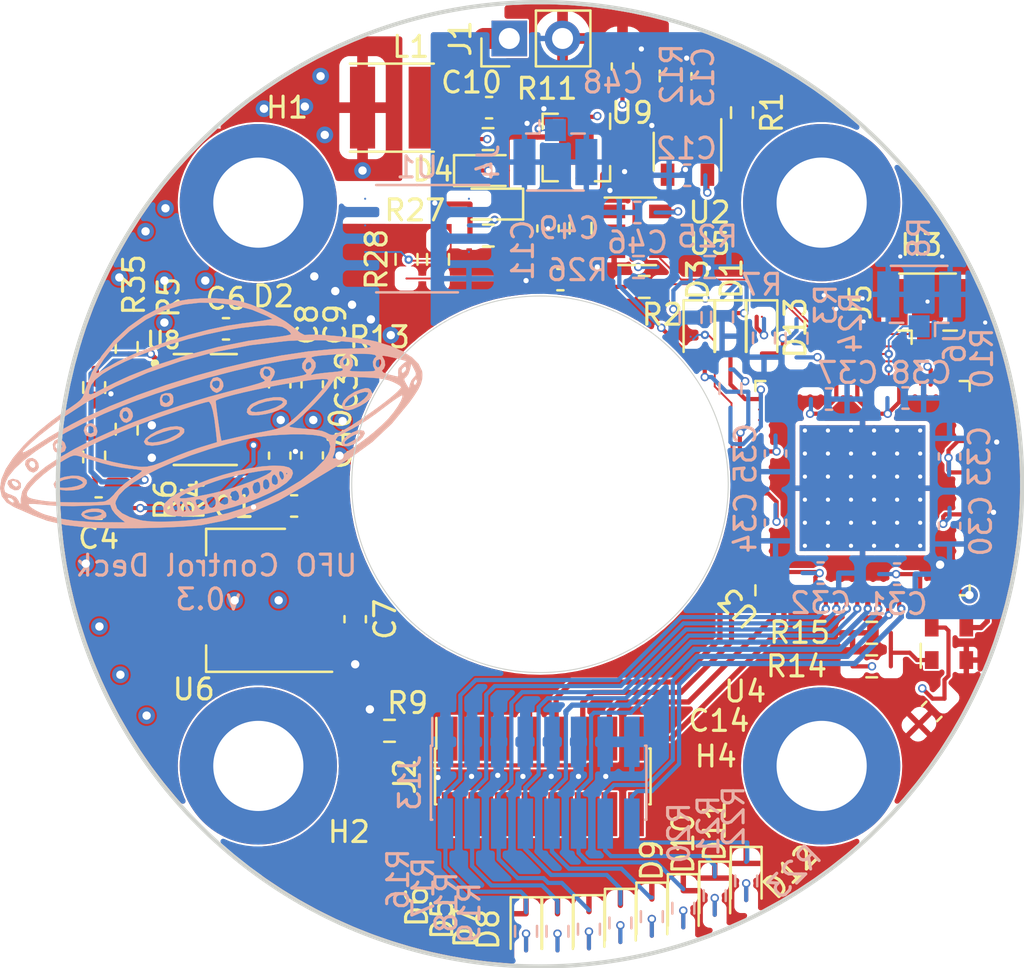
<source format=kicad_pcb>
(kicad_pcb (version 4) (generator gerbview)
  (layers (0 F.Cu signal) (1 In1.Cu signal) (2 In2.Cu signal) (31 B.Cu signal) (34 B.Paste user) (35 F.Paste user) (36 B.SilkS user) (37 F.SilkS user) (38 B.Mask user) (39 F.Mask user) (44 Edge.Cuts user))
  (gr_circle (center 138.66497 115.26497) (end 161.66497 115.26497) (layer Edge.Cuts) (width 0.2))
  (gr_circle (center 138.66497 115.26497) (end 147.64603 115.26497) (layer Edge.Cuts) (width 0.05))
  (gr_line (start 129.70714 118.59738) (end 129.70714 119.4069) (layer B.SilkS) (width 0.15))
  (gr_line (start 129.70714 119.4069) (end 129.65952 119.50214) (layer B.SilkS) (width 0.15))
  (gr_line (start 129.65952 119.50214) (end 129.6119 119.54976) (layer B.SilkS) (width 0.15))
  (gr_line (start 129.6119 119.54976) (end 129.51667 119.59738) (layer B.SilkS) (width 0.15))
  (gr_line (start 129.51667 119.59738) (end 129.32619 119.59738) (layer B.SilkS) (width 0.15))
  (gr_line (start 129.32619 119.59738) (end 129.23095 119.54976) (layer B.SilkS) (width 0.15))
  (gr_line (start 129.23095 119.54976) (end 129.18333 119.50214) (layer B.SilkS) (width 0.15))
  (gr_line (start 129.18333 119.50214) (end 129.13571 119.4069) (layer B.SilkS) (width 0.15))
  (gr_line (start 129.13571 119.4069) (end 129.13571 118.59738) (layer B.SilkS) (width 0.15))
  (gr_line (start 128.32619 119.07357) (end 128.65952 119.07357) (layer B.SilkS) (width 0.15))
  (gr_line (start 128.65952 119.59738) (end 128.65952 118.59738) (layer B.SilkS) (width 0.15))
  (gr_line (start 128.65952 118.59738) (end 128.18333 118.59738) (layer B.SilkS) (width 0.15))
  (gr_line (start 127.6119 118.59738) (end 127.42143 118.59738) (layer B.SilkS) (width 0.15))
  (gr_line (start 127.42143 118.59738) (end 127.32619 118.645) (layer B.SilkS) (width 0.15))
  (gr_line (start 127.32619 118.645) (end 127.23095 118.74024) (layer B.SilkS) (width 0.15))
  (gr_line (start 127.23095 118.74024) (end 127.18333 118.93071) (layer B.SilkS) (width 0.15))
  (gr_line (start 127.18333 118.93071) (end 127.18333 119.26405) (layer B.SilkS) (width 0.15))
  (gr_line (start 127.18333 119.26405) (end 127.23095 119.45452) (layer B.SilkS) (width 0.15))
  (gr_line (start 127.23095 119.45452) (end 127.32619 119.54976) (layer B.SilkS) (width 0.15))
  (gr_line (start 127.32619 119.54976) (end 127.42143 119.59738) (layer B.SilkS) (width 0.15))
  (gr_line (start 127.42143 119.59738) (end 127.6119 119.59738) (layer B.SilkS) (width 0.15))
  (gr_line (start 127.6119 119.59738) (end 127.70714 119.54976) (layer B.SilkS) (width 0.15))
  (gr_line (start 127.70714 119.54976) (end 127.80238 119.45452) (layer B.SilkS) (width 0.15))
  (gr_line (start 127.80238 119.45452) (end 127.85 119.26405) (layer B.SilkS) (width 0.15))
  (gr_line (start 127.85 119.26405) (end 127.85 118.93071) (layer B.SilkS) (width 0.15))
  (gr_line (start 127.85 118.93071) (end 127.80238 118.74024) (layer B.SilkS) (width 0.15))
  (gr_line (start 127.80238 118.74024) (end 127.70714 118.645) (layer B.SilkS) (width 0.15))
  (gr_line (start 127.70714 118.645) (end 127.6119 118.59738) (layer B.SilkS) (width 0.15))
  (gr_line (start 125.42143 119.50214) (end 125.46905 119.54976) (layer B.SilkS) (width 0.15))
  (gr_line (start 125.46905 119.54976) (end 125.6119 119.59738) (layer B.SilkS) (width 0.15))
  (gr_line (start 125.6119 119.59738) (end 125.70714 119.59738) (layer B.SilkS) (width 0.15))
  (gr_line (start 125.70714 119.59738) (end 125.85 119.54976) (layer B.SilkS) (width 0.15))
  (gr_line (start 125.85 119.54976) (end 125.94524 119.45452) (layer B.SilkS) (width 0.15))
  (gr_line (start 125.94524 119.45452) (end 125.99286 119.35929) (layer B.SilkS) (width 0.15))
  (gr_line (start 125.99286 119.35929) (end 126.04048 119.16881) (layer B.SilkS) (width 0.15))
  (gr_line (start 126.04048 119.16881) (end 126.04048 119.02595) (layer B.SilkS) (width 0.15))
  (gr_line (start 126.04048 119.02595) (end 125.99286 118.83548) (layer B.SilkS) (width 0.15))
  (gr_line (start 125.99286 118.83548) (end 125.94524 118.74024) (layer B.SilkS) (width 0.15))
  (gr_line (start 125.94524 118.74024) (end 125.85 118.645) (layer B.SilkS) (width 0.15))
  (gr_line (start 125.85 118.645) (end 125.70714 118.59738) (layer B.SilkS) (width 0.15))
  (gr_line (start 125.70714 118.59738) (end 125.6119 118.59738) (layer B.SilkS) (width 0.15))
  (gr_line (start 125.6119 118.59738) (end 125.46905 118.645) (layer B.SilkS) (width 0.15))
  (gr_line (start 125.46905 118.645) (end 125.42143 118.69262) (layer B.SilkS) (width 0.15))
  (gr_line (start 124.85 119.59738) (end 124.94524 119.54976) (layer B.SilkS) (width 0.15))
  (gr_line (start 124.94524 119.54976) (end 124.99286 119.50214) (layer B.SilkS) (width 0.15))
  (gr_line (start 124.99286 119.50214) (end 125.04048 119.4069) (layer B.SilkS) (width 0.15))
  (gr_line (start 125.04048 119.4069) (end 125.04048 119.12119) (layer B.SilkS) (width 0.15))
  (gr_line (start 125.04048 119.12119) (end 124.99286 119.02595) (layer B.SilkS) (width 0.15))
  (gr_line (start 124.99286 119.02595) (end 124.94524 118.97833) (layer B.SilkS) (width 0.15))
  (gr_line (start 124.94524 118.97833) (end 124.85 118.93071) (layer B.SilkS) (width 0.15))
  (gr_line (start 124.85 118.93071) (end 124.70714 118.93071) (layer B.SilkS) (width 0.15))
  (gr_line (start 124.70714 118.93071) (end 124.6119 118.97833) (layer B.SilkS) (width 0.15))
  (gr_line (start 124.6119 118.97833) (end 124.56429 119.02595) (layer B.SilkS) (width 0.15))
  (gr_line (start 124.56429 119.02595) (end 124.51667 119.12119) (layer B.SilkS) (width 0.15))
  (gr_line (start 124.51667 119.12119) (end 124.51667 119.4069) (layer B.SilkS) (width 0.15))
  (gr_line (start 124.51667 119.4069) (end 124.56429 119.50214) (layer B.SilkS) (width 0.15))
  (gr_line (start 124.56429 119.50214) (end 124.6119 119.54976) (layer B.SilkS) (width 0.15))
  (gr_line (start 124.6119 119.54976) (end 124.70714 119.59738) (layer B.SilkS) (width 0.15))
  (gr_line (start 124.70714 119.59738) (end 124.85 119.59738) (layer B.SilkS) (width 0.15))
  (gr_line (start 124.0881 118.93071) (end 124.0881 119.59738) (layer B.SilkS) (width 0.15))
  (gr_line (start 124.0881 119.02595) (end 124.04048 118.97833) (layer B.SilkS) (width 0.15))
  (gr_line (start 124.04048 118.97833) (end 123.94524 118.93071) (layer B.SilkS) (width 0.15))
  (gr_line (start 123.94524 118.93071) (end 123.80238 118.93071) (layer B.SilkS) (width 0.15))
  (gr_line (start 123.80238 118.93071) (end 123.70714 118.97833) (layer B.SilkS) (width 0.15))
  (gr_line (start 123.70714 118.97833) (end 123.65952 119.07357) (layer B.SilkS) (width 0.15))
  (gr_line (start 123.65952 119.07357) (end 123.65952 119.59738) (layer B.SilkS) (width 0.15))
  (gr_line (start 123.32619 118.93071) (end 122.94524 118.93071) (layer B.SilkS) (width 0.15))
  (gr_line (start 123.18333 118.59738) (end 123.18333 119.45452) (layer B.SilkS) (width 0.15))
  (gr_line (start 123.18333 119.45452) (end 123.13571 119.54976) (layer B.SilkS) (width 0.15))
  (gr_line (start 123.13571 119.54976) (end 123.04048 119.59738) (layer B.SilkS) (width 0.15))
  (gr_line (start 123.04048 119.59738) (end 122.94524 119.59738) (layer B.SilkS) (width 0.15))
  (gr_line (start 122.6119 119.59738) (end 122.6119 118.93071) (layer B.SilkS) (width 0.15))
  (gr_line (start 122.6119 119.12119) (end 122.56429 119.02595) (layer B.SilkS) (width 0.15))
  (gr_line (start 122.56429 119.02595) (end 122.51667 118.97833) (layer B.SilkS) (width 0.15))
  (gr_line (start 122.51667 118.97833) (end 122.42143 118.93071) (layer B.SilkS) (width 0.15))
  (gr_line (start 122.42143 118.93071) (end 122.32619 118.93071) (layer B.SilkS) (width 0.15))
  (gr_line (start 121.85 119.59738) (end 121.94524 119.54976) (layer B.SilkS) (width 0.15))
  (gr_line (start 121.94524 119.54976) (end 121.99286 119.50214) (layer B.SilkS) (width 0.15))
  (gr_line (start 121.99286 119.50214) (end 122.04048 119.4069) (layer B.SilkS) (width 0.15))
  (gr_line (start 122.04048 119.4069) (end 122.04048 119.12119) (layer B.SilkS) (width 0.15))
  (gr_line (start 122.04048 119.12119) (end 121.99286 119.02595) (layer B.SilkS) (width 0.15))
  (gr_line (start 121.99286 119.02595) (end 121.94524 118.97833) (layer B.SilkS) (width 0.15))
  (gr_line (start 121.94524 118.97833) (end 121.85 118.93071) (layer B.SilkS) (width 0.15))
  (gr_line (start 121.85 118.93071) (end 121.70714 118.93071) (layer B.SilkS) (width 0.15))
  (gr_line (start 121.70714 118.93071) (end 121.6119 118.97833) (layer B.SilkS) (width 0.15))
  (gr_line (start 121.6119 118.97833) (end 121.56429 119.02595) (layer B.SilkS) (width 0.15))
  (gr_line (start 121.56429 119.02595) (end 121.51667 119.12119) (layer B.SilkS) (width 0.15))
  (gr_line (start 121.51667 119.12119) (end 121.51667 119.4069) (layer B.SilkS) (width 0.15))
  (gr_line (start 121.51667 119.4069) (end 121.56429 119.50214) (layer B.SilkS) (width 0.15))
  (gr_line (start 121.56429 119.50214) (end 121.6119 119.54976) (layer B.SilkS) (width 0.15))
  (gr_line (start 121.6119 119.54976) (end 121.70714 119.59738) (layer B.SilkS) (width 0.15))
  (gr_line (start 121.70714 119.59738) (end 121.85 119.59738) (layer B.SilkS) (width 0.15))
  (gr_line (start 120.94524 119.59738) (end 121.04048 119.54976) (layer B.SilkS) (width 0.15))
  (gr_line (start 121.04048 119.54976) (end 121.0881 119.45452) (layer B.SilkS) (width 0.15))
  (gr_line (start 121.0881 119.45452) (end 121.0881 118.59738) (layer B.SilkS) (width 0.15))
  (gr_line (start 119.80238 119.59738) (end 119.80238 118.59738) (layer B.SilkS) (width 0.15))
  (gr_line (start 119.80238 118.59738) (end 119.56429 118.59738) (layer B.SilkS) (width 0.15))
  (gr_line (start 119.56429 118.59738) (end 119.42143 118.645) (layer B.SilkS) (width 0.15))
  (gr_line (start 119.42143 118.645) (end 119.32619 118.74024) (layer B.SilkS) (width 0.15))
  (gr_line (start 119.32619 118.74024) (end 119.27857 118.83548) (layer B.SilkS) (width 0.15))
  (gr_line (start 119.27857 118.83548) (end 119.23095 119.02595) (layer B.SilkS) (width 0.15))
  (gr_line (start 119.23095 119.02595) (end 119.23095 119.16881) (layer B.SilkS) (width 0.15))
  (gr_line (start 119.23095 119.16881) (end 119.27857 119.35929) (layer B.SilkS) (width 0.15))
  (gr_line (start 119.27857 119.35929) (end 119.32619 119.45452) (layer B.SilkS) (width 0.15))
  (gr_line (start 119.32619 119.45452) (end 119.42143 119.54976) (layer B.SilkS) (width 0.15))
  (gr_line (start 119.42143 119.54976) (end 119.56429 119.59738) (layer B.SilkS) (width 0.15))
  (gr_line (start 119.56429 119.59738) (end 119.80238 119.59738) (layer B.SilkS) (width 0.15))
  (gr_line (start 118.42143 119.54976) (end 118.51667 119.59738) (layer B.SilkS) (width 0.15))
  (gr_line (start 118.51667 119.59738) (end 118.70714 119.59738) (layer B.SilkS) (width 0.15))
  (gr_line (start 118.70714 119.59738) (end 118.80238 119.54976) (layer B.SilkS) (width 0.15))
  (gr_line (start 118.80238 119.54976) (end 118.85 119.45452) (layer B.SilkS) (width 0.15))
  (gr_line (start 118.85 119.45452) (end 118.85 119.07357) (layer B.SilkS) (width 0.15))
  (gr_line (start 118.85 119.07357) (end 118.80238 118.97833) (layer B.SilkS) (width 0.15))
  (gr_line (start 118.80238 118.97833) (end 118.70714 118.93071) (layer B.SilkS) (width 0.15))
  (gr_line (start 118.70714 118.93071) (end 118.51667 118.93071) (layer B.SilkS) (width 0.15))
  (gr_line (start 118.51667 118.93071) (end 118.42143 118.97833) (layer B.SilkS) (width 0.15))
  (gr_line (start 118.42143 118.97833) (end 118.37381 119.07357) (layer B.SilkS) (width 0.15))
  (gr_line (start 118.37381 119.07357) (end 118.37381 119.16881) (layer B.SilkS) (width 0.15))
  (gr_line (start 118.37381 119.16881) (end 118.85 119.26405) (layer B.SilkS) (width 0.15))
  (gr_line (start 117.51667 119.54976) (end 117.6119 119.59738) (layer B.SilkS) (width 0.15))
  (gr_line (start 117.6119 119.59738) (end 117.80238 119.59738) (layer B.SilkS) (width 0.15))
  (gr_line (start 117.80238 119.59738) (end 117.89762 119.54976) (layer B.SilkS) (width 0.15))
  (gr_line (start 117.89762 119.54976) (end 117.94524 119.50214) (layer B.SilkS) (width 0.15))
  (gr_line (start 117.94524 119.50214) (end 117.99286 119.4069) (layer B.SilkS) (width 0.15))
  (gr_line (start 117.99286 119.4069) (end 117.99286 119.12119) (layer B.SilkS) (width 0.15))
  (gr_line (start 117.99286 119.12119) (end 117.94524 119.02595) (layer B.SilkS) (width 0.15))
  (gr_line (start 117.94524 119.02595) (end 117.89762 118.97833) (layer B.SilkS) (width 0.15))
  (gr_line (start 117.89762 118.97833) (end 117.80238 118.93071) (layer B.SilkS) (width 0.15))
  (gr_line (start 117.80238 118.93071) (end 117.6119 118.93071) (layer B.SilkS) (width 0.15))
  (gr_line (start 117.6119 118.93071) (end 117.51667 118.97833) (layer B.SilkS) (width 0.15))
  (gr_line (start 117.0881 119.59738) (end 117.0881 118.59738) (layer B.SilkS) (width 0.15))
  (gr_line (start 116.99286 119.21643) (end 116.70714 119.59738) (layer B.SilkS) (width 0.15))
  (gr_line (start 116.70714 118.93071) (end 117.0881 119.31167) (layer B.SilkS) (width 0.15))
  (gr_line (start 124.27857 120.54071) (end 124.04048 121.20738) (layer B.SilkS) (width 0.15))
  (gr_line (start 124.04048 121.20738) (end 123.80238 120.54071) (layer B.SilkS) (width 0.15))
  (gr_line (start 123.23095 120.20738) (end 123.13571 120.20738) (layer B.SilkS) (width 0.15))
  (gr_line (start 123.13571 120.20738) (end 123.04048 120.255) (layer B.SilkS) (width 0.15))
  (gr_line (start 123.04048 120.255) (end 122.99286 120.30262) (layer B.SilkS) (width 0.15))
  (gr_line (start 122.99286 120.30262) (end 122.94524 120.39786) (layer B.SilkS) (width 0.15))
  (gr_line (start 122.94524 120.39786) (end 122.89762 120.58833) (layer B.SilkS) (width 0.15))
  (gr_line (start 122.89762 120.58833) (end 122.89762 120.82643) (layer B.SilkS) (width 0.15))
  (gr_line (start 122.89762 120.82643) (end 122.94524 121.0169) (layer B.SilkS) (width 0.15))
  (gr_line (start 122.94524 121.0169) (end 122.99286 121.11214) (layer B.SilkS) (width 0.15))
  (gr_line (start 122.99286 121.11214) (end 123.04048 121.15976) (layer B.SilkS) (width 0.15))
  (gr_line (start 123.04048 121.15976) (end 123.13571 121.20738) (layer B.SilkS) (width 0.15))
  (gr_line (start 123.13571 121.20738) (end 123.23095 121.20738) (layer B.SilkS) (width 0.15))
  (gr_line (start 123.23095 121.20738) (end 123.32619 121.15976) (layer B.SilkS) (width 0.15))
  (gr_line (start 123.32619 121.15976) (end 123.37381 121.11214) (layer B.SilkS) (width 0.15))
  (gr_line (start 123.37381 121.11214) (end 123.42143 121.0169) (layer B.SilkS) (width 0.15))
  (gr_line (start 123.42143 121.0169) (end 123.46905 120.82643) (layer B.SilkS) (width 0.15))
  (gr_line (start 123.46905 120.82643) (end 123.46905 120.58833) (layer B.SilkS) (width 0.15))
  (gr_line (start 123.46905 120.58833) (end 123.42143 120.39786) (layer B.SilkS) (width 0.15))
  (gr_line (start 123.42143 120.39786) (end 123.37381 120.30262) (layer B.SilkS) (width 0.15))
  (gr_line (start 123.37381 120.30262) (end 123.32619 120.255) (layer B.SilkS) (width 0.15))
  (gr_line (start 123.32619 120.255) (end 123.23095 120.20738) (layer B.SilkS) (width 0.15))
  (gr_line (start 122.46905 121.11214) (end 122.42143 121.15976) (layer B.SilkS) (width 0.15))
  (gr_line (start 122.42143 121.15976) (end 122.46905 121.20738) (layer B.SilkS) (width 0.15))
  (gr_line (start 122.46905 121.20738) (end 122.51667 121.15976) (layer B.SilkS) (width 0.15))
  (gr_line (start 122.51667 121.15976) (end 122.46905 121.11214) (layer B.SilkS) (width 0.15))
  (gr_line (start 122.46905 121.11214) (end 122.46905 121.20738) (layer B.SilkS) (width 0.15))
  (gr_line (start 122.0881 120.20738) (end 121.46905 120.20738) (layer B.SilkS) (width 0.15))
  (gr_line (start 121.46905 120.20738) (end 121.80238 120.58833) (layer B.SilkS) (width 0.15))
  (gr_line (start 121.80238 120.58833) (end 121.65952 120.58833) (layer B.SilkS) (width 0.15))
  (gr_line (start 121.65952 120.58833) (end 121.56429 120.63595) (layer B.SilkS) (width 0.15))
  (gr_line (start 121.56429 120.63595) (end 121.51667 120.68357) (layer B.SilkS) (width 0.15))
  (gr_line (start 121.51667 120.68357) (end 121.46905 120.77881) (layer B.SilkS) (width 0.15))
  (gr_line (start 121.46905 120.77881) (end 121.46905 121.0169) (layer B.SilkS) (width 0.15))
  (gr_line (start 121.46905 121.0169) (end 121.51667 121.11214) (layer B.SilkS) (width 0.15))
  (gr_line (start 121.51667 121.11214) (end 121.56429 121.15976) (layer B.SilkS) (width 0.15))
  (gr_line (start 121.56429 121.15976) (end 121.65952 121.20738) (layer B.SilkS) (width 0.15))
  (gr_line (start 121.65952 121.20738) (end 121.94524 121.20738) (layer B.SilkS) (width 0.15))
  (gr_line (start 121.94524 121.20738) (end 122.04048 121.15976) (layer B.SilkS) (width 0.15))
  (gr_line (start 122.04048 121.15976) (end 122.0881 121.11214) (layer B.SilkS) (width 0.15))
  (gr_line (start 146.80714 95.20714) (end 146.85476 95.15952) (layer B.SilkS) (width 0.15))
  (gr_line (start 146.85476 95.15952) (end 146.90238 95.01667) (layer B.SilkS) (width 0.15))
  (gr_line (start 146.90238 95.01667) (end 146.90238 94.92143) (layer B.SilkS) (width 0.15))
  (gr_line (start 146.90238 94.92143) (end 146.85476 94.77857) (layer B.SilkS) (width 0.15))
  (gr_line (start 146.85476 94.77857) (end 146.75952 94.68333) (layer B.SilkS) (width 0.15))
  (gr_line (start 146.75952 94.68333) (end 146.66429 94.63571) (layer B.SilkS) (width 0.15))
  (gr_line (start 146.66429 94.63571) (end 146.47381 94.5881) (layer B.SilkS) (width 0.15))
  (gr_line (start 146.47381 94.5881) (end 146.33095 94.5881) (layer B.SilkS) (width 0.15))
  (gr_line (start 146.33095 94.5881) (end 146.14048 94.63571) (layer B.SilkS) (width 0.15))
  (gr_line (start 146.14048 94.63571) (end 146.04524 94.68333) (layer B.SilkS) (width 0.15))
  (gr_line (start 146.04524 94.68333) (end 145.95 94.77857) (layer B.SilkS) (width 0.15))
  (gr_line (start 145.95 94.77857) (end 145.90238 94.92143) (layer B.SilkS) (width 0.15))
  (gr_line (start 145.90238 94.92143) (end 145.90238 95.01667) (layer B.SilkS) (width 0.15))
  (gr_line (start 145.90238 95.01667) (end 145.95 95.15952) (layer B.SilkS) (width 0.15))
  (gr_line (start 145.95 95.15952) (end 145.99762 95.20714) (layer B.SilkS) (width 0.15))
  (gr_line (start 146.90238 96.15952) (end 146.90238 95.5881) (layer B.SilkS) (width 0.15))
  (gr_line (start 146.90238 95.87381) (end 145.90238 95.87381) (layer B.SilkS) (width 0.15))
  (gr_line (start 145.90238 95.87381) (end 146.04524 95.77857) (layer B.SilkS) (width 0.15))
  (gr_line (start 146.04524 95.77857) (end 146.14048 95.68333) (layer B.SilkS) (width 0.15))
  (gr_line (start 146.14048 95.68333) (end 146.1881 95.5881) (layer B.SilkS) (width 0.15))
  (gr_line (start 145.90238 96.49286) (end 145.90238 97.1119) (layer B.SilkS) (width 0.15))
  (gr_line (start 145.90238 97.1119) (end 146.28333 96.77857) (layer B.SilkS) (width 0.15))
  (gr_line (start 146.28333 96.77857) (end 146.28333 96.92143) (layer B.SilkS) (width 0.15))
  (gr_line (start 146.28333 96.92143) (end 146.33095 97.01667) (layer B.SilkS) (width 0.15))
  (gr_line (start 146.33095 97.01667) (end 146.37857 97.06429) (layer B.SilkS) (width 0.15))
  (gr_line (start 146.37857 97.06429) (end 146.47381 97.1119) (layer B.SilkS) (width 0.15))
  (gr_line (start 146.47381 97.1119) (end 146.7119 97.1119) (layer B.SilkS) (width 0.15))
  (gr_line (start 146.7119 97.1119) (end 146.80714 97.06429) (layer B.SilkS) (width 0.15))
  (gr_line (start 146.80714 97.06429) (end 146.85476 97.01667) (layer B.SilkS) (width 0.15))
  (gr_line (start 146.85476 97.01667) (end 146.90238 96.92143) (layer B.SilkS) (width 0.15))
  (gr_line (start 146.90238 96.92143) (end 146.90238 96.63571) (layer B.SilkS) (width 0.15))
  (gr_line (start 146.90238 96.63571) (end 146.85476 96.54048) (layer B.SilkS) (width 0.15))
  (gr_line (start 146.85476 96.54048) (end 146.80714 96.49286) (layer B.SilkS) (width 0.15))
  (gr_line (start 145.40238 95.05714) (end 144.92619 94.72381) (layer B.SilkS) (width 0.15))
  (gr_line (start 145.40238 94.48571) (end 144.40238 94.48571) (layer B.SilkS) (width 0.15))
  (gr_line (start 144.40238 94.48571) (end 144.40238 94.86667) (layer B.SilkS) (width 0.15))
  (gr_line (start 144.40238 94.86667) (end 144.45 94.9619) (layer B.SilkS) (width 0.15))
  (gr_line (start 144.45 94.9619) (end 144.49762 95.00952) (layer B.SilkS) (width 0.15))
  (gr_line (start 144.49762 95.00952) (end 144.59286 95.05714) (layer B.SilkS) (width 0.15))
  (gr_line (start 144.59286 95.05714) (end 144.73571 95.05714) (layer B.SilkS) (width 0.15))
  (gr_line (start 144.73571 95.05714) (end 144.83095 95.00952) (layer B.SilkS) (width 0.15))
  (gr_line (start 144.83095 95.00952) (end 144.87857 94.9619) (layer B.SilkS) (width 0.15))
  (gr_line (start 144.87857 94.9619) (end 144.92619 94.86667) (layer B.SilkS) (width 0.15))
  (gr_line (start 144.92619 94.86667) (end 144.92619 94.48571) (layer B.SilkS) (width 0.15))
  (gr_line (start 145.40238 96.00952) (end 145.40238 95.4381) (layer B.SilkS) (width 0.15))
  (gr_line (start 145.40238 95.72381) (end 144.40238 95.72381) (layer B.SilkS) (width 0.15))
  (gr_line (start 144.40238 95.72381) (end 144.54524 95.62857) (layer B.SilkS) (width 0.15))
  (gr_line (start 144.54524 95.62857) (end 144.64048 95.53333) (layer B.SilkS) (width 0.15))
  (gr_line (start 144.64048 95.53333) (end 144.6881 95.4381) (layer B.SilkS) (width 0.15))
  (gr_line (start 144.49762 96.39048) (end 144.45 96.4381) (layer B.SilkS) (width 0.15))
  (gr_line (start 144.45 96.4381) (end 144.40238 96.53333) (layer B.SilkS) (width 0.15))
  (gr_line (start 144.40238 96.53333) (end 144.40238 96.77143) (layer B.SilkS) (width 0.15))
  (gr_line (start 144.40238 96.77143) (end 144.45 96.86667) (layer B.SilkS) (width 0.15))
  (gr_line (start 144.45 96.86667) (end 144.49762 96.91429) (layer B.SilkS) (width 0.15))
  (gr_line (start 144.49762 96.91429) (end 144.59286 96.9619) (layer B.SilkS) (width 0.15))
  (gr_line (start 144.59286 96.9619) (end 144.6881 96.9619) (layer B.SilkS) (width 0.15))
  (gr_line (start 144.6881 96.9619) (end 144.83095 96.91429) (layer B.SilkS) (width 0.15))
  (gr_line (start 144.83095 96.91429) (end 145.40238 96.34286) (layer B.SilkS) (width 0.15))
  (gr_line (start 145.40238 96.34286) (end 145.40238 96.9619) (layer B.SilkS) (width 0.15))
  (gr_line (start 142.79286 96.45714) (end 142.84048 96.50476) (layer B.SilkS) (width 0.15))
  (gr_line (start 142.84048 96.50476) (end 142.98333 96.55238) (layer B.SilkS) (width 0.15))
  (gr_line (start 142.98333 96.55238) (end 143.07857 96.55238) (layer B.SilkS) (width 0.15))
  (gr_line (start 143.07857 96.55238) (end 143.22143 96.50476) (layer B.SilkS) (width 0.15))
  (gr_line (start 143.22143 96.50476) (end 143.31667 96.40952) (layer B.SilkS) (width 0.15))
  (gr_line (start 143.31667 96.40952) (end 143.36429 96.31429) (layer B.SilkS) (width 0.15))
  (gr_line (start 143.36429 96.31429) (end 143.4119 96.12381) (layer B.SilkS) (width 0.15))
  (gr_line (start 143.4119 96.12381) (end 143.4119 95.98095) (layer B.SilkS) (width 0.15))
  (gr_line (start 143.4119 95.98095) (end 143.36429 95.79048) (layer B.SilkS) (width 0.15))
  (gr_line (start 143.36429 95.79048) (end 143.31667 95.69524) (layer B.SilkS) (width 0.15))
  (gr_line (start 143.31667 95.69524) (end 143.22143 95.6) (layer B.SilkS) (width 0.15))
  (gr_line (start 143.22143 95.6) (end 143.07857 95.55238) (layer B.SilkS) (width 0.15))
  (gr_line (start 143.07857 95.55238) (end 142.98333 95.55238) (layer B.SilkS) (width 0.15))
  (gr_line (start 142.98333 95.55238) (end 142.84048 95.6) (layer B.SilkS) (width 0.15))
  (gr_line (start 142.84048 95.6) (end 142.79286 95.64762) (layer B.SilkS) (width 0.15))
  (gr_line (start 141.93571 95.88571) (end 141.93571 96.55238) (layer B.SilkS) (width 0.15))
  (gr_line (start 142.17381 95.50476) (end 142.4119 96.21905) (layer B.SilkS) (width 0.15))
  (gr_line (start 142.4119 96.21905) (end 141.79286 96.21905) (layer B.SilkS) (width 0.15))
  (gr_line (start 141.26905 95.98095) (end 141.36429 95.93333) (layer B.SilkS) (width 0.15))
  (gr_line (start 141.36429 95.93333) (end 141.4119 95.88571) (layer B.SilkS) (width 0.15))
  (gr_line (start 141.4119 95.88571) (end 141.45952 95.79048) (layer B.SilkS) (width 0.15))
  (gr_line (start 141.45952 95.79048) (end 141.45952 95.74286) (layer B.SilkS) (width 0.15))
  (gr_line (start 141.45952 95.74286) (end 141.4119 95.64762) (layer B.SilkS) (width 0.15))
  (gr_line (start 141.4119 95.64762) (end 141.36429 95.6) (layer B.SilkS) (width 0.15))
  (gr_line (start 141.36429 95.6) (end 141.26905 95.55238) (layer B.SilkS) (width 0.15))
  (gr_line (start 141.26905 95.55238) (end 141.07857 95.55238) (layer B.SilkS) (width 0.15))
  (gr_line (start 141.07857 95.55238) (end 140.98333 95.6) (layer B.SilkS) (width 0.15))
  (gr_line (start 140.98333 95.6) (end 140.93571 95.64762) (layer B.SilkS) (width 0.15))
  (gr_line (start 140.93571 95.64762) (end 140.8881 95.74286) (layer B.SilkS) (width 0.15))
  (gr_line (start 140.8881 95.74286) (end 140.8881 95.79048) (layer B.SilkS) (width 0.15))
  (gr_line (start 140.8881 95.79048) (end 140.93571 95.88571) (layer B.SilkS) (width 0.15))
  (gr_line (start 140.93571 95.88571) (end 140.98333 95.93333) (layer B.SilkS) (width 0.15))
  (gr_line (start 140.98333 95.93333) (end 141.07857 95.98095) (layer B.SilkS) (width 0.15))
  (gr_line (start 141.07857 95.98095) (end 141.26905 95.98095) (layer B.SilkS) (width 0.15))
  (gr_line (start 141.26905 95.98095) (end 141.36429 96.02857) (layer B.SilkS) (width 0.15))
  (gr_line (start 141.36429 96.02857) (end 141.4119 96.07619) (layer B.SilkS) (width 0.15))
  (gr_line (start 141.4119 96.07619) (end 141.45952 96.17143) (layer B.SilkS) (width 0.15))
  (gr_line (start 141.45952 96.17143) (end 141.45952 96.3619) (layer B.SilkS) (width 0.15))
  (gr_line (start 141.45952 96.3619) (end 141.4119 96.45714) (layer B.SilkS) (width 0.15))
  (gr_line (start 141.4119 96.45714) (end 141.36429 96.50476) (layer B.SilkS) (width 0.15))
  (gr_line (start 141.36429 96.50476) (end 141.26905 96.55238) (layer B.SilkS) (width 0.15))
  (gr_line (start 141.26905 96.55238) (end 141.07857 96.55238) (layer B.SilkS) (width 0.15))
  (gr_line (start 141.07857 96.55238) (end 140.98333 96.50476) (layer B.SilkS) (width 0.15))
  (gr_line (start 140.98333 96.50476) (end 140.93571 96.45714) (layer B.SilkS) (width 0.15))
  (gr_line (start 140.93571 96.45714) (end 140.8881 96.3619) (layer B.SilkS) (width 0.15))
  (gr_line (start 140.8881 96.3619) (end 140.8881 96.17143) (layer B.SilkS) (width 0.15))
  (gr_line (start 140.8881 96.17143) (end 140.93571 96.07619) (layer B.SilkS) (width 0.15))
  (gr_line (start 140.93571 96.07619) (end 140.98333 96.02857) (layer B.SilkS) (width 0.15))
  (gr_line (start 140.98333 96.02857) (end 141.07857 95.98095) (layer B.SilkS) (width 0.15))
  (gr_line (start 138.20714 103.45714) (end 138.25476 103.40952) (layer B.SilkS) (width 0.15))
  (gr_line (start 138.25476 103.40952) (end 138.30238 103.26667) (layer B.SilkS) (width 0.15))
  (gr_line (start 138.30238 103.26667) (end 138.30238 103.17143) (layer B.SilkS) (width 0.15))
  (gr_line (start 138.30238 103.17143) (end 138.25476 103.02857) (layer B.SilkS) (width 0.15))
  (gr_line (start 138.25476 103.02857) (end 138.15952 102.93333) (layer B.SilkS) (width 0.15))
  (gr_line (start 138.15952 102.93333) (end 138.06429 102.88571) (layer B.SilkS) (width 0.15))
  (gr_line (start 138.06429 102.88571) (end 137.87381 102.8381) (layer B.SilkS) (width 0.15))
  (gr_line (start 137.87381 102.8381) (end 137.73095 102.8381) (layer B.SilkS) (width 0.15))
  (gr_line (start 137.73095 102.8381) (end 137.54048 102.88571) (layer B.SilkS) (width 0.15))
  (gr_line (start 137.54048 102.88571) (end 137.44524 102.93333) (layer B.SilkS) (width 0.15))
  (gr_line (start 137.44524 102.93333) (end 137.35 103.02857) (layer B.SilkS) (width 0.15))
  (gr_line (start 137.35 103.02857) (end 137.30238 103.17143) (layer B.SilkS) (width 0.15))
  (gr_line (start 137.30238 103.17143) (end 137.30238 103.26667) (layer B.SilkS) (width 0.15))
  (gr_line (start 137.30238 103.26667) (end 137.35 103.40952) (layer B.SilkS) (width 0.15))
  (gr_line (start 137.35 103.40952) (end 137.39762 103.45714) (layer B.SilkS) (width 0.15))
  (gr_line (start 138.30238 104.40952) (end 138.30238 103.8381) (layer B.SilkS) (width 0.15))
  (gr_line (start 138.30238 104.12381) (end 137.30238 104.12381) (layer B.SilkS) (width 0.15))
  (gr_line (start 137.30238 104.12381) (end 137.44524 104.02857) (layer B.SilkS) (width 0.15))
  (gr_line (start 137.44524 104.02857) (end 137.54048 103.93333) (layer B.SilkS) (width 0.15))
  (gr_line (start 137.54048 103.93333) (end 137.5881 103.8381) (layer B.SilkS) (width 0.15))
  (gr_line (start 138.30238 105.3619) (end 138.30238 104.79048) (layer B.SilkS) (width 0.15))
  (gr_line (start 138.30238 105.07619) (end 137.30238 105.07619) (layer B.SilkS) (width 0.15))
  (gr_line (start 137.30238 105.07619) (end 137.44524 104.98095) (layer B.SilkS) (width 0.15))
  (gr_line (start 137.44524 104.98095) (end 137.54048 104.88571) (layer B.SilkS) (width 0.15))
  (gr_line (start 137.54048 104.88571) (end 137.5881 104.79048) (layer B.SilkS) (width 0.15))
  (gr_line (start 140.69286 103.40714) (end 140.74048 103.45476) (layer B.SilkS) (width 0.15))
  (gr_line (start 140.74048 103.45476) (end 140.88333 103.50238) (layer B.SilkS) (width 0.15))
  (gr_line (start 140.88333 103.50238) (end 140.97857 103.50238) (layer B.SilkS) (width 0.15))
  (gr_line (start 140.97857 103.50238) (end 141.12143 103.45476) (layer B.SilkS) (width 0.15))
  (gr_line (start 141.12143 103.45476) (end 141.21667 103.35952) (layer B.SilkS) (width 0.15))
  (gr_line (start 141.21667 103.35952) (end 141.26429 103.26429) (layer B.SilkS) (width 0.15))
  (gr_line (start 141.26429 103.26429) (end 141.3119 103.07381) (layer B.SilkS) (width 0.15))
  (gr_line (start 141.3119 103.07381) (end 141.3119 102.93095) (layer B.SilkS) (width 0.15))
  (gr_line (start 141.3119 102.93095) (end 141.26429 102.74048) (layer B.SilkS) (width 0.15))
  (gr_line (start 141.26429 102.74048) (end 141.21667 102.64524) (layer B.SilkS) (width 0.15))
  (gr_line (start 141.21667 102.64524) (end 141.12143 102.55) (layer B.SilkS) (width 0.15))
  (gr_line (start 141.12143 102.55) (end 140.97857 102.50238) (layer B.SilkS) (width 0.15))
  (gr_line (start 140.97857 102.50238) (end 140.88333 102.50238) (layer B.SilkS) (width 0.15))
  (gr_line (start 140.88333 102.50238) (end 140.74048 102.55) (layer B.SilkS) (width 0.15))
  (gr_line (start 140.74048 102.55) (end 140.69286 102.59762) (layer B.SilkS) (width 0.15))
  (gr_line (start 139.83571 102.83571) (end 139.83571 103.50238) (layer B.SilkS) (width 0.15))
  (gr_line (start 140.07381 102.45476) (end 140.3119 103.16905) (layer B.SilkS) (width 0.15))
  (gr_line (start 140.3119 103.16905) (end 139.69286 103.16905) (layer B.SilkS) (width 0.15))
  (gr_line (start 139.26429 103.50238) (end 139.07381 103.50238) (layer B.SilkS) (width 0.15))
  (gr_line (start 139.07381 103.50238) (end 138.97857 103.45476) (layer B.SilkS) (width 0.15))
  (gr_line (start 138.97857 103.45476) (end 138.93095 103.40714) (layer B.SilkS) (width 0.15))
  (gr_line (start 138.93095 103.40714) (end 138.83571 103.26429) (layer B.SilkS) (width 0.15))
  (gr_line (start 138.83571 103.26429) (end 138.7881 103.07381) (layer B.SilkS) (width 0.15))
  (gr_line (start 138.7881 103.07381) (end 138.7881 102.69286) (layer B.SilkS) (width 0.15))
  (gr_line (start 138.7881 102.69286) (end 138.83571 102.59762) (layer B.SilkS) (width 0.15))
  (gr_line (start 138.83571 102.59762) (end 138.88333 102.55) (layer B.SilkS) (width 0.15))
  (gr_line (start 138.88333 102.55) (end 138.97857 102.50238) (layer B.SilkS) (width 0.15))
  (gr_line (start 138.97857 102.50238) (end 139.16905 102.50238) (layer B.SilkS) (width 0.15))
  (gr_line (start 139.16905 102.50238) (end 139.26429 102.55) (layer B.SilkS) (width 0.15))
  (gr_line (start 139.26429 102.55) (end 139.3119 102.59762) (layer B.SilkS) (width 0.15))
  (gr_line (start 139.3119 102.59762) (end 139.35952 102.69286) (layer B.SilkS) (width 0.15))
  (gr_line (start 139.35952 102.69286) (end 139.35952 102.93095) (layer B.SilkS) (width 0.15))
  (gr_line (start 139.35952 102.93095) (end 139.3119 103.02619) (layer B.SilkS) (width 0.15))
  (gr_line (start 139.3119 103.02619) (end 139.26429 103.07381) (layer B.SilkS) (width 0.15))
  (gr_line (start 139.26429 103.07381) (end 139.16905 103.12143) (layer B.SilkS) (width 0.15))
  (gr_line (start 139.16905 103.12143) (end 138.97857 103.12143) (layer B.SilkS) (width 0.15))
  (gr_line (start 138.97857 103.12143) (end 138.88333 103.07381) (layer B.SilkS) (width 0.15))
  (gr_line (start 138.88333 103.07381) (end 138.83571 103.02619) (layer B.SilkS) (width 0.15))
  (gr_line (start 138.83571 103.02619) (end 138.7881 102.93095) (layer B.SilkS) (width 0.15))
  (gr_line (start 135.75238 135.05714) (end 135.27619 134.72381) (layer B.SilkS) (width 0.15))
  (gr_line (start 135.75238 134.48571) (end 134.75238 134.48571) (layer B.SilkS) (width 0.15))
  (gr_line (start 134.75238 134.48571) (end 134.75238 134.86667) (layer B.SilkS) (width 0.15))
  (gr_line (start 134.75238 134.86667) (end 134.8 134.9619) (layer B.SilkS) (width 0.15))
  (gr_line (start 134.8 134.9619) (end 134.84762 135.00952) (layer B.SilkS) (width 0.15))
  (gr_line (start 134.84762 135.00952) (end 134.94286 135.05714) (layer B.SilkS) (width 0.15))
  (gr_line (start 134.94286 135.05714) (end 135.08571 135.05714) (layer B.SilkS) (width 0.15))
  (gr_line (start 135.08571 135.05714) (end 135.18095 135.00952) (layer B.SilkS) (width 0.15))
  (gr_line (start 135.18095 135.00952) (end 135.22857 134.9619) (layer B.SilkS) (width 0.15))
  (gr_line (start 135.22857 134.9619) (end 135.27619 134.86667) (layer B.SilkS) (width 0.15))
  (gr_line (start 135.27619 134.86667) (end 135.27619 134.48571) (layer B.SilkS) (width 0.15))
  (gr_line (start 135.75238 136.00952) (end 135.75238 135.4381) (layer B.SilkS) (width 0.15))
  (gr_line (start 135.75238 135.72381) (end 134.75238 135.72381) (layer B.SilkS) (width 0.15))
  (gr_line (start 134.75238 135.72381) (end 134.89524 135.62857) (layer B.SilkS) (width 0.15))
  (gr_line (start 134.89524 135.62857) (end 134.99048 135.53333) (layer B.SilkS) (width 0.15))
  (gr_line (start 134.99048 135.53333) (end 135.0381 135.4381) (layer B.SilkS) (width 0.15))
  (gr_line (start 135.75238 136.48571) (end 135.75238 136.67619) (layer B.SilkS) (width 0.15))
  (gr_line (start 135.75238 136.67619) (end 135.70476 136.77143) (layer B.SilkS) (width 0.15))
  (gr_line (start 135.70476 136.77143) (end 135.65714 136.81905) (layer B.SilkS) (width 0.15))
  (gr_line (start 135.65714 136.81905) (end 135.51429 136.91429) (layer B.SilkS) (width 0.15))
  (gr_line (start 135.51429 136.91429) (end 135.32381 136.9619) (layer B.SilkS) (width 0.15))
  (gr_line (start 135.32381 136.9619) (end 134.94286 136.9619) (layer B.SilkS) (width 0.15))
  (gr_line (start 134.94286 136.9619) (end 134.84762 136.91429) (layer B.SilkS) (width 0.15))
  (gr_line (start 134.84762 136.91429) (end 134.8 136.86667) (layer B.SilkS) (width 0.15))
  (gr_line (start 134.8 136.86667) (end 134.75238 136.77143) (layer B.SilkS) (width 0.15))
  (gr_line (start 134.75238 136.77143) (end 134.75238 136.58095) (layer B.SilkS) (width 0.15))
  (gr_line (start 134.75238 136.58095) (end 134.8 136.48571) (layer B.SilkS) (width 0.15))
  (gr_line (start 134.8 136.48571) (end 134.84762 136.4381) (layer B.SilkS) (width 0.15))
  (gr_line (start 134.84762 136.4381) (end 134.94286 136.39048) (layer B.SilkS) (width 0.15))
  (gr_line (start 134.94286 136.39048) (end 135.18095 136.39048) (layer B.SilkS) (width 0.15))
  (gr_line (start 135.18095 136.39048) (end 135.27619 136.4381) (layer B.SilkS) (width 0.15))
  (gr_line (start 135.27619 136.4381) (end 135.32381 136.48571) (layer B.SilkS) (width 0.15))
  (gr_line (start 135.32381 136.48571) (end 135.37143 136.58095) (layer B.SilkS) (width 0.15))
  (gr_line (start 135.37143 136.58095) (end 135.37143 136.77143) (layer B.SilkS) (width 0.15))
  (gr_line (start 135.37143 136.77143) (end 135.32381 136.86667) (layer B.SilkS) (width 0.15))
  (gr_line (start 135.32381 136.86667) (end 135.27619 136.91429) (layer B.SilkS) (width 0.15))
  (gr_line (start 135.27619 136.91429) (end 135.18095 136.9619) (layer B.SilkS) (width 0.15))
  (gr_line (start 145.75238 131.25714) (end 145.27619 130.92381) (layer B.SilkS) (width 0.15))
  (gr_line (start 145.75238 130.68571) (end 144.75238 130.68571) (layer B.SilkS) (width 0.15))
  (gr_line (start 144.75238 130.68571) (end 144.75238 131.06667) (layer B.SilkS) (width 0.15))
  (gr_line (start 144.75238 131.06667) (end 144.8 131.1619) (layer B.SilkS) (width 0.15))
  (gr_line (start 144.8 131.1619) (end 144.84762 131.20952) (layer B.SilkS) (width 0.15))
  (gr_line (start 144.84762 131.20952) (end 144.94286 131.25714) (layer B.SilkS) (width 0.15))
  (gr_line (start 144.94286 131.25714) (end 145.08571 131.25714) (layer B.SilkS) (width 0.15))
  (gr_line (start 145.08571 131.25714) (end 145.18095 131.20952) (layer B.SilkS) (width 0.15))
  (gr_line (start 145.18095 131.20952) (end 145.22857 131.1619) (layer B.SilkS) (width 0.15))
  (gr_line (start 145.22857 131.1619) (end 145.27619 131.06667) (layer B.SilkS) (width 0.15))
  (gr_line (start 145.27619 131.06667) (end 145.27619 130.68571) (layer B.SilkS) (width 0.15))
  (gr_line (start 144.84762 131.6381) (end 144.8 131.68571) (layer B.SilkS) (width 0.15))
  (gr_line (start 144.8 131.68571) (end 144.75238 131.78095) (layer B.SilkS) (width 0.15))
  (gr_line (start 144.75238 131.78095) (end 144.75238 132.01905) (layer B.SilkS) (width 0.15))
  (gr_line (start 144.75238 132.01905) (end 144.8 132.11429) (layer B.SilkS) (width 0.15))
  (gr_line (start 144.8 132.11429) (end 144.84762 132.1619) (layer B.SilkS) (width 0.15))
  (gr_line (start 144.84762 132.1619) (end 144.94286 132.20952) (layer B.SilkS) (width 0.15))
  (gr_line (start 144.94286 132.20952) (end 145.0381 132.20952) (layer B.SilkS) (width 0.15))
  (gr_line (start 145.0381 132.20952) (end 145.18095 132.1619) (layer B.SilkS) (width 0.15))
  (gr_line (start 145.18095 132.1619) (end 145.75238 131.59048) (layer B.SilkS) (width 0.15))
  (gr_line (start 145.75238 131.59048) (end 145.75238 132.20952) (layer B.SilkS) (width 0.15))
  (gr_line (start 144.75238 132.82857) (end 144.75238 132.92381) (layer B.SilkS) (width 0.15))
  (gr_line (start 144.75238 132.92381) (end 144.8 133.01905) (layer B.SilkS) (width 0.15))
  (gr_line (start 144.8 133.01905) (end 144.84762 133.06667) (layer B.SilkS) (width 0.15))
  (gr_line (start 144.84762 133.06667) (end 144.94286 133.11429) (layer B.SilkS) (width 0.15))
  (gr_line (start 144.94286 133.11429) (end 145.13333 133.1619) (layer B.SilkS) (width 0.15))
  (gr_line (start 145.13333 133.1619) (end 145.37143 133.1619) (layer B.SilkS) (width 0.15))
  (gr_line (start 145.37143 133.1619) (end 145.5619 133.11429) (layer B.SilkS) (width 0.15))
  (gr_line (start 145.5619 133.11429) (end 145.65714 133.06667) (layer B.SilkS) (width 0.15))
  (gr_line (start 145.65714 133.06667) (end 145.70476 133.01905) (layer B.SilkS) (width 0.15))
  (gr_line (start 145.70476 133.01905) (end 145.75238 132.92381) (layer B.SilkS) (width 0.15))
  (gr_line (start 145.75238 132.92381) (end 145.75238 132.82857) (layer B.SilkS) (width 0.15))
  (gr_line (start 145.75238 132.82857) (end 145.70476 132.73333) (layer B.SilkS) (width 0.15))
  (gr_line (start 145.70476 132.73333) (end 145.65714 132.68571) (layer B.SilkS) (width 0.15))
  (gr_line (start 145.65714 132.68571) (end 145.5619 132.6381) (layer B.SilkS) (width 0.15))
  (gr_line (start 145.5619 132.6381) (end 145.37143 132.59048) (layer B.SilkS) (width 0.15))
  (gr_line (start 145.37143 132.59048) (end 145.13333 132.59048) (layer B.SilkS) (width 0.15))
  (gr_line (start 145.13333 132.59048) (end 144.94286 132.6381) (layer B.SilkS) (width 0.15))
  (gr_line (start 144.94286 132.6381) (end 144.84762 132.68571) (layer B.SilkS) (width 0.15))
  (gr_line (start 144.84762 132.68571) (end 144.8 132.73333) (layer B.SilkS) (width 0.15))
  (gr_line (start 144.8 132.73333) (end 144.75238 132.82857) (layer B.SilkS) (width 0.15))
  (gr_line (start 147.15238 130.90714) (end 146.67619 130.57381) (layer B.SilkS) (width 0.15))
  (gr_line (start 147.15238 130.33571) (end 146.15238 130.33571) (layer B.SilkS) (width 0.15))
  (gr_line (start 146.15238 130.33571) (end 146.15238 130.71667) (layer B.SilkS) (width 0.15))
  (gr_line (start 146.15238 130.71667) (end 146.2 130.8119) (layer B.SilkS) (width 0.15))
  (gr_line (start 146.2 130.8119) (end 146.24762 130.85952) (layer B.SilkS) (width 0.15))
  (gr_line (start 146.24762 130.85952) (end 146.34286 130.90714) (layer B.SilkS) (width 0.15))
  (gr_line (start 146.34286 130.90714) (end 146.48571 130.90714) (layer B.SilkS) (width 0.15))
  (gr_line (start 146.48571 130.90714) (end 146.58095 130.85952) (layer B.SilkS) (width 0.15))
  (gr_line (start 146.58095 130.85952) (end 146.62857 130.8119) (layer B.SilkS) (width 0.15))
  (gr_line (start 146.62857 130.8119) (end 146.67619 130.71667) (layer B.SilkS) (width 0.15))
  (gr_line (start 146.67619 130.71667) (end 146.67619 130.33571) (layer B.SilkS) (width 0.15))
  (gr_line (start 146.24762 131.2881) (end 146.2 131.33571) (layer B.SilkS) (width 0.15))
  (gr_line (start 146.2 131.33571) (end 146.15238 131.43095) (layer B.SilkS) (width 0.15))
  (gr_line (start 146.15238 131.43095) (end 146.15238 131.66905) (layer B.SilkS) (width 0.15))
  (gr_line (start 146.15238 131.66905) (end 146.2 131.76429) (layer B.SilkS) (width 0.15))
  (gr_line (start 146.2 131.76429) (end 146.24762 131.8119) (layer B.SilkS) (width 0.15))
  (gr_line (start 146.24762 131.8119) (end 146.34286 131.85952) (layer B.SilkS) (width 0.15))
  (gr_line (start 146.34286 131.85952) (end 146.4381 131.85952) (layer B.SilkS) (width 0.15))
  (gr_line (start 146.4381 131.85952) (end 146.58095 131.8119) (layer B.SilkS) (width 0.15))
  (gr_line (start 146.58095 131.8119) (end 147.15238 131.24048) (layer B.SilkS) (width 0.15))
  (gr_line (start 147.15238 131.24048) (end 147.15238 131.85952) (layer B.SilkS) (width 0.15))
  (gr_line (start 147.15238 132.8119) (end 147.15238 132.24048) (layer B.SilkS) (width 0.15))
  (gr_line (start 147.15238 132.52619) (end 146.15238 132.52619) (layer B.SilkS) (width 0.15))
  (gr_line (start 146.15238 132.52619) (end 146.29524 132.43095) (layer B.SilkS) (width 0.15))
  (gr_line (start 146.29524 132.43095) (end 146.39048 132.33571) (layer B.SilkS) (width 0.15))
  (gr_line (start 146.39048 132.33571) (end 146.4381 132.24048) (layer B.SilkS) (width 0.15))
  (gr_line (start 148.35238 130.45714) (end 147.87619 130.12381) (layer B.SilkS) (width 0.15))
  (gr_line (start 148.35238 129.88571) (end 147.35238 129.88571) (layer B.SilkS) (width 0.15))
  (gr_line (start 147.35238 129.88571) (end 147.35238 130.26667) (layer B.SilkS) (width 0.15))
  (gr_line (start 147.35238 130.26667) (end 147.4 130.3619) (layer B.SilkS) (width 0.15))
  (gr_line (start 147.4 130.3619) (end 147.44762 130.40952) (layer B.SilkS) (width 0.15))
  (gr_line (start 147.44762 130.40952) (end 147.54286 130.45714) (layer B.SilkS) (width 0.15))
  (gr_line (start 147.54286 130.45714) (end 147.68571 130.45714) (layer B.SilkS) (width 0.15))
  (gr_line (start 147.68571 130.45714) (end 147.78095 130.40952) (layer B.SilkS) (width 0.15))
  (gr_line (start 147.78095 130.40952) (end 147.82857 130.3619) (layer B.SilkS) (width 0.15))
  (gr_line (start 147.82857 130.3619) (end 147.87619 130.26667) (layer B.SilkS) (width 0.15))
  (gr_line (start 147.87619 130.26667) (end 147.87619 129.88571) (layer B.SilkS) (width 0.15))
  (gr_line (start 147.44762 130.8381) (end 147.4 130.88571) (layer B.SilkS) (width 0.15))
  (gr_line (start 147.4 130.88571) (end 147.35238 130.98095) (layer B.SilkS) (width 0.15))
  (gr_line (start 147.35238 130.98095) (end 147.35238 131.21905) (layer B.SilkS) (width 0.15))
  (gr_line (start 147.35238 131.21905) (end 147.4 131.31429) (layer B.SilkS) (width 0.15))
  (gr_line (start 147.4 131.31429) (end 147.44762 131.3619) (layer B.SilkS) (width 0.15))
  (gr_line (start 147.44762 131.3619) (end 147.54286 131.40952) (layer B.SilkS) (width 0.15))
  (gr_line (start 147.54286 131.40952) (end 147.6381 131.40952) (layer B.SilkS) (width 0.15))
  (gr_line (start 147.6381 131.40952) (end 147.78095 131.3619) (layer B.SilkS) (width 0.15))
  (gr_line (start 147.78095 131.3619) (end 148.35238 130.79048) (layer B.SilkS) (width 0.15))
  (gr_line (start 148.35238 130.79048) (end 148.35238 131.40952) (layer B.SilkS) (width 0.15))
  (gr_line (start 147.44762 131.79048) (end 147.4 131.8381) (layer B.SilkS) (width 0.15))
  (gr_line (start 147.4 131.8381) (end 147.35238 131.93333) (layer B.SilkS) (width 0.15))
  (gr_line (start 147.35238 131.93333) (end 147.35238 132.17143) (layer B.SilkS) (width 0.15))
  (gr_line (start 147.35238 132.17143) (end 147.4 132.26667) (layer B.SilkS) (width 0.15))
  (gr_line (start 147.4 132.26667) (end 147.44762 132.31429) (layer B.SilkS) (width 0.15))
  (gr_line (start 147.44762 132.31429) (end 147.54286 132.3619) (layer B.SilkS) (width 0.15))
  (gr_line (start 147.54286 132.3619) (end 147.6381 132.3619) (layer B.SilkS) (width 0.15))
  (gr_line (start 147.6381 132.3619) (end 147.78095 132.31429) (layer B.SilkS) (width 0.15))
  (gr_line (start 147.78095 132.31429) (end 148.35238 131.74286) (layer B.SilkS) (width 0.15))
  (gr_line (start 148.35238 131.74286) (end 148.35238 132.3619) (layer B.SilkS) (width 0.15))
  (gr_line (start 151.57445 133.61531) (end 151.47344 133.04289) (layer B.SilkS) (width 0.15))
  (gr_line (start 151.97851 133.21125) (end 151.2714 132.50415) (layer B.SilkS) (width 0.15))
  (gr_line (start 151.2714 132.50415) (end 151.00203 132.77352) (layer B.SilkS) (width 0.15))
  (gr_line (start 151.00203 132.77352) (end 150.96836 132.87453) (layer B.SilkS) (width 0.15))
  (gr_line (start 150.96836 132.87453) (end 150.96836 132.94188) (layer B.SilkS) (width 0.15))
  (gr_line (start 150.96836 132.94188) (end 151.00203 133.04289) (layer B.SilkS) (width 0.15))
  (gr_line (start 151.00203 133.04289) (end 151.10305 133.14391) (layer B.SilkS) (width 0.15))
  (gr_line (start 151.10305 133.14391) (end 151.20406 133.17758) (layer B.SilkS) (width 0.15))
  (gr_line (start 151.20406 133.17758) (end 151.2714 133.17758) (layer B.SilkS) (width 0.15))
  (gr_line (start 151.2714 133.17758) (end 151.37242 133.14391) (layer B.SilkS) (width 0.15))
  (gr_line (start 151.37242 133.14391) (end 151.64179 132.87453) (layer B.SilkS) (width 0.15))
  (gr_line (start 150.66531 133.24492) (end 150.59797 133.24492) (layer B.SilkS) (width 0.15))
  (gr_line (start 150.59797 133.24492) (end 150.49695 133.2786) (layer B.SilkS) (width 0.15))
  (gr_line (start 150.49695 133.2786) (end 150.3286 133.44695) (layer B.SilkS) (width 0.15))
  (gr_line (start 150.3286 133.44695) (end 150.29492 133.54797) (layer B.SilkS) (width 0.15))
  (gr_line (start 150.29492 133.54797) (end 150.29492 133.61531) (layer B.SilkS) (width 0.15))
  (gr_line (start 150.29492 133.61531) (end 150.3286 133.71633) (layer B.SilkS) (width 0.15))
  (gr_line (start 150.3286 133.71633) (end 150.39594 133.78367) (layer B.SilkS) (width 0.15))
  (gr_line (start 150.39594 133.78367) (end 150.53063 133.85102) (layer B.SilkS) (width 0.15))
  (gr_line (start 150.53063 133.85102) (end 151.33875 133.85102) (layer B.SilkS) (width 0.15))
  (gr_line (start 151.33875 133.85102) (end 150.90102 134.28875) (layer B.SilkS) (width 0.15))
  (gr_line (start 149.95821 133.81734) (end 149.52047 134.25508) (layer B.SilkS) (width 0.15))
  (gr_line (start 149.52047 134.25508) (end 150.02555 134.28875) (layer B.SilkS) (width 0.15))
  (gr_line (start 150.02555 134.28875) (end 149.92453 134.38976) (layer B.SilkS) (width 0.15))
  (gr_line (start 149.92453 134.38976) (end 149.89086 134.49078) (layer B.SilkS) (width 0.15))
  (gr_line (start 149.89086 134.49078) (end 149.89086 134.55812) (layer B.SilkS) (width 0.15))
  (gr_line (start 149.89086 134.55812) (end 149.92453 134.65914) (layer B.SilkS) (width 0.15))
  (gr_line (start 149.92453 134.65914) (end 150.09289 134.8275) (layer B.SilkS) (width 0.15))
  (gr_line (start 150.09289 134.8275) (end 150.19391 134.86117) (layer B.SilkS) (width 0.15))
  (gr_line (start 150.19391 134.86117) (end 150.26125 134.86117) (layer B.SilkS) (width 0.15))
  (gr_line (start 150.26125 134.86117) (end 150.36227 134.8275) (layer B.SilkS) (width 0.15))
  (gr_line (start 150.36227 134.8275) (end 150.5643 134.62547) (layer B.SilkS) (width 0.15))
  (gr_line (start 150.5643 134.62547) (end 150.59797 134.52445) (layer B.SilkS) (width 0.15))
  (gr_line (start 150.59797 134.52445) (end 150.59797 134.45711) (layer B.SilkS) (width 0.15))
  (gr_line (start 131.91238 128.69048) (end 132.62667 128.69048) (layer B.SilkS) (width 0.15))
  (gr_line (start 132.62667 128.69048) (end 132.76952 128.64286) (layer B.SilkS) (width 0.15))
  (gr_line (start 132.76952 128.64286) (end 132.86476 128.54762) (layer B.SilkS) (width 0.15))
  (gr_line (start 132.86476 128.54762) (end 132.91238 128.40476) (layer B.SilkS) (width 0.15))
  (gr_line (start 132.91238 128.40476) (end 132.91238 128.30952) (layer B.SilkS) (width 0.15))
  (gr_line (start 132.91238 129.69048) (end 132.91238 129.11905) (layer B.SilkS) (width 0.15))
  (gr_line (start 132.91238 129.40476) (end 131.91238 129.40476) (layer B.SilkS) (width 0.15))
  (gr_line (start 131.91238 129.40476) (end 132.05524 129.30952) (layer B.SilkS) (width 0.15))
  (gr_line (start 132.05524 129.30952) (end 132.15048 129.21429) (layer B.SilkS) (width 0.15))
  (gr_line (start 132.15048 129.21429) (end 132.1981 129.11905) (layer B.SilkS) (width 0.15))
  (gr_line (start 131.91238 130.02381) (end 131.91238 130.64286) (layer B.SilkS) (width 0.15))
  (gr_line (start 131.91238 130.64286) (end 132.29333 130.30952) (layer B.SilkS) (width 0.15))
  (gr_line (start 132.29333 130.30952) (end 132.29333 130.45238) (layer B.SilkS) (width 0.15))
  (gr_line (start 132.29333 130.45238) (end 132.34095 130.54762) (layer B.SilkS) (width 0.15))
  (gr_line (start 132.34095 130.54762) (end 132.38857 130.59524) (layer B.SilkS) (width 0.15))
  (gr_line (start 132.38857 130.59524) (end 132.48381 130.64286) (layer B.SilkS) (width 0.15))
  (gr_line (start 132.48381 130.64286) (end 132.7219 130.64286) (layer B.SilkS) (width 0.15))
  (gr_line (start 132.7219 130.64286) (end 132.81714 130.59524) (layer B.SilkS) (width 0.15))
  (gr_line (start 132.81714 130.59524) (end 132.86476 130.54762) (layer B.SilkS) (width 0.15))
  (gr_line (start 132.86476 130.54762) (end 132.91238 130.45238) (layer B.SilkS) (width 0.15))
  (gr_line (start 132.91238 130.45238) (end 132.91238 130.16667) (layer B.SilkS) (width 0.15))
  (gr_line (start 132.91238 130.16667) (end 132.86476 130.07143) (layer B.SilkS) (width 0.15))
  (gr_line (start 132.86476 130.07143) (end 132.81714 130.02381) (layer B.SilkS) (width 0.15))
  (gr_line (start 146.29286 99.60714) (end 146.34048 99.65476) (layer B.SilkS) (width 0.15))
  (gr_line (start 146.34048 99.65476) (end 146.48333 99.70238) (layer B.SilkS) (width 0.15))
  (gr_line (start 146.48333 99.70238) (end 146.57857 99.70238) (layer B.SilkS) (width 0.15))
  (gr_line (start 146.57857 99.70238) (end 146.72143 99.65476) (layer B.SilkS) (width 0.15))
  (gr_line (start 146.72143 99.65476) (end 146.81667 99.55952) (layer B.SilkS) (width 0.15))
  (gr_line (start 146.81667 99.55952) (end 146.86429 99.46429) (layer B.SilkS) (width 0.15))
  (gr_line (start 146.86429 99.46429) (end 146.9119 99.27381) (layer B.SilkS) (width 0.15))
  (gr_line (start 146.9119 99.27381) (end 146.9119 99.13095) (layer B.SilkS) (width 0.15))
  (gr_line (start 146.9119 99.13095) (end 146.86429 98.94048) (layer B.SilkS) (width 0.15))
  (gr_line (start 146.86429 98.94048) (end 146.81667 98.84524) (layer B.SilkS) (width 0.15))
  (gr_line (start 146.81667 98.84524) (end 146.72143 98.75) (layer B.SilkS) (width 0.15))
  (gr_line (start 146.72143 98.75) (end 146.57857 98.70238) (layer B.SilkS) (width 0.15))
  (gr_line (start 146.57857 98.70238) (end 146.48333 98.70238) (layer B.SilkS) (width 0.15))
  (gr_line (start 146.48333 98.70238) (end 146.34048 98.75) (layer B.SilkS) (width 0.15))
  (gr_line (start 146.34048 98.75) (end 146.29286 98.79762) (layer B.SilkS) (width 0.15))
  (gr_line (start 145.34048 99.70238) (end 145.9119 99.70238) (layer B.SilkS) (width 0.15))
  (gr_line (start 145.62619 99.70238) (end 145.62619 98.70238) (layer B.SilkS) (width 0.15))
  (gr_line (start 145.62619 98.70238) (end 145.72143 98.84524) (layer B.SilkS) (width 0.15))
  (gr_line (start 145.72143 98.84524) (end 145.81667 98.94048) (layer B.SilkS) (width 0.15))
  (gr_line (start 145.81667 98.94048) (end 145.9119 98.9881) (layer B.SilkS) (width 0.15))
  (gr_line (start 144.95952 98.79762) (end 144.9119 98.75) (layer B.SilkS) (width 0.15))
  (gr_line (start 144.9119 98.75) (end 144.81667 98.70238) (layer B.SilkS) (width 0.15))
  (gr_line (start 144.81667 98.70238) (end 144.57857 98.70238) (layer B.SilkS) (width 0.15))
  (gr_line (start 144.57857 98.70238) (end 144.48333 98.75) (layer B.SilkS) (width 0.15))
  (gr_line (start 144.48333 98.75) (end 144.43571 98.79762) (layer B.SilkS) (width 0.15))
  (gr_line (start 144.43571 98.79762) (end 144.3881 98.89286) (layer B.SilkS) (width 0.15))
  (gr_line (start 144.3881 98.89286) (end 144.3881 98.9881) (layer B.SilkS) (width 0.15))
  (gr_line (start 144.3881 98.9881) (end 144.43571 99.13095) (layer B.SilkS) (width 0.15))
  (gr_line (start 144.43571 99.13095) (end 145.00714 99.70238) (layer B.SilkS) (width 0.15))
  (gr_line (start 145.00714 99.70238) (end 144.3881 99.70238) (layer B.SilkS) (width 0.15))
  (gr_line (start 132.35238 133.45714) (end 131.87619 133.12381) (layer B.SilkS) (width 0.15))
  (gr_line (start 132.35238 132.88571) (end 131.35238 132.88571) (layer B.SilkS) (width 0.15))
  (gr_line (start 131.35238 132.88571) (end 131.35238 133.26667) (layer B.SilkS) (width 0.15))
  (gr_line (start 131.35238 133.26667) (end 131.4 133.3619) (layer B.SilkS) (width 0.15))
  (gr_line (start 131.4 133.3619) (end 131.44762 133.40952) (layer B.SilkS) (width 0.15))
  (gr_line (start 131.44762 133.40952) (end 131.54286 133.45714) (layer B.SilkS) (width 0.15))
  (gr_line (start 131.54286 133.45714) (end 131.68571 133.45714) (layer B.SilkS) (width 0.15))
  (gr_line (start 131.68571 133.45714) (end 131.78095 133.40952) (layer B.SilkS) (width 0.15))
  (gr_line (start 131.78095 133.40952) (end 131.82857 133.3619) (layer B.SilkS) (width 0.15))
  (gr_line (start 131.82857 133.3619) (end 131.87619 133.26667) (layer B.SilkS) (width 0.15))
  (gr_line (start 131.87619 133.26667) (end 131.87619 132.88571) (layer B.SilkS) (width 0.15))
  (gr_line (start 132.35238 134.40952) (end 132.35238 133.8381) (layer B.SilkS) (width 0.15))
  (gr_line (start 132.35238 134.12381) (end 131.35238 134.12381) (layer B.SilkS) (width 0.15))
  (gr_line (start 131.35238 134.12381) (end 131.49524 134.02857) (layer B.SilkS) (width 0.15))
  (gr_line (start 131.49524 134.02857) (end 131.59048 133.93333) (layer B.SilkS) (width 0.15))
  (gr_line (start 131.59048 133.93333) (end 131.6381 133.8381) (layer B.SilkS) (width 0.15))
  (gr_line (start 131.35238 135.26667) (end 131.35238 135.07619) (layer B.SilkS) (width 0.15))
  (gr_line (start 131.35238 135.07619) (end 131.4 134.98095) (layer B.SilkS) (width 0.15))
  (gr_line (start 131.4 134.98095) (end 131.44762 134.93333) (layer B.SilkS) (width 0.15))
  (gr_line (start 131.44762 134.93333) (end 131.59048 134.8381) (layer B.SilkS) (width 0.15))
  (gr_line (start 131.59048 134.8381) (end 131.78095 134.79048) (layer B.SilkS) (width 0.15))
  (gr_line (start 131.78095 134.79048) (end 132.1619 134.79048) (layer B.SilkS) (width 0.15))
  (gr_line (start 132.1619 134.79048) (end 132.25714 134.8381) (layer B.SilkS) (width 0.15))
  (gr_line (start 132.25714 134.8381) (end 132.30476 134.88571) (layer B.SilkS) (width 0.15))
  (gr_line (start 132.30476 134.88571) (end 132.35238 134.98095) (layer B.SilkS) (width 0.15))
  (gr_line (start 132.35238 134.98095) (end 132.35238 135.17143) (layer B.SilkS) (width 0.15))
  (gr_line (start 132.35238 135.17143) (end 132.30476 135.26667) (layer B.SilkS) (width 0.15))
  (gr_line (start 132.30476 135.26667) (end 132.25714 135.31429) (layer B.SilkS) (width 0.15))
  (gr_line (start 132.25714 135.31429) (end 132.1619 135.3619) (layer B.SilkS) (width 0.15))
  (gr_line (start 132.1619 135.3619) (end 131.92381 135.3619) (layer B.SilkS) (width 0.15))
  (gr_line (start 131.92381 135.3619) (end 131.82857 135.31429) (layer B.SilkS) (width 0.15))
  (gr_line (start 131.82857 135.31429) (end 131.78095 135.26667) (layer B.SilkS) (width 0.15))
  (gr_line (start 131.78095 135.26667) (end 131.73333 135.17143) (layer B.SilkS) (width 0.15))
  (gr_line (start 131.73333 135.17143) (end 131.73333 134.98095) (layer B.SilkS) (width 0.15))
  (gr_line (start 131.73333 134.98095) (end 131.78095 134.88571) (layer B.SilkS) (width 0.15))
  (gr_line (start 131.78095 134.88571) (end 131.82857 134.8381) (layer B.SilkS) (width 0.15))
  (gr_line (start 131.82857 134.8381) (end 131.92381 134.79048) (layer B.SilkS) (width 0.15))
  (gr_line (start 134.65238 134.55714) (end 134.17619 134.22381) (layer B.SilkS) (width 0.15))
  (gr_line (start 134.65238 133.98571) (end 133.65238 133.98571) (layer B.SilkS) (width 0.15))
  (gr_line (start 133.65238 133.98571) (end 133.65238 134.36667) (layer B.SilkS) (width 0.15))
  (gr_line (start 133.65238 134.36667) (end 133.7 134.4619) (layer B.SilkS) (width 0.15))
  (gr_line (start 133.7 134.4619) (end 133.74762 134.50952) (layer B.SilkS) (width 0.15))
  (gr_line (start 133.74762 134.50952) (end 133.84286 134.55714) (layer B.SilkS) (width 0.15))
  (gr_line (start 133.84286 134.55714) (end 133.98571 134.55714) (layer B.SilkS) (width 0.15))
  (gr_line (start 133.98571 134.55714) (end 134.08095 134.50952) (layer B.SilkS) (width 0.15))
  (gr_line (start 134.08095 134.50952) (end 134.12857 134.4619) (layer B.SilkS) (width 0.15))
  (gr_line (start 134.12857 134.4619) (end 134.17619 134.36667) (layer B.SilkS) (width 0.15))
  (gr_line (start 134.17619 134.36667) (end 134.17619 133.98571) (layer B.SilkS) (width 0.15))
  (gr_line (start 134.65238 135.50952) (end 134.65238 134.9381) (layer B.SilkS) (width 0.15))
  (gr_line (start 134.65238 135.22381) (end 133.65238 135.22381) (layer B.SilkS) (width 0.15))
  (gr_line (start 133.65238 135.22381) (end 133.79524 135.12857) (layer B.SilkS) (width 0.15))
  (gr_line (start 133.79524 135.12857) (end 133.89048 135.03333) (layer B.SilkS) (width 0.15))
  (gr_line (start 133.89048 135.03333) (end 133.9381 134.9381) (layer B.SilkS) (width 0.15))
  (gr_line (start 134.08095 136.08095) (end 134.03333 135.98571) (layer B.SilkS) (width 0.15))
  (gr_line (start 134.03333 135.98571) (end 133.98571 135.9381) (layer B.SilkS) (width 0.15))
  (gr_line (start 133.98571 135.9381) (end 133.89048 135.89048) (layer B.SilkS) (width 0.15))
  (gr_line (start 133.89048 135.89048) (end 133.84286 135.89048) (layer B.SilkS) (width 0.15))
  (gr_line (start 133.84286 135.89048) (end 133.74762 135.9381) (layer B.SilkS) (width 0.15))
  (gr_line (start 133.74762 135.9381) (end 133.7 135.98571) (layer B.SilkS) (width 0.15))
  (gr_line (start 133.7 135.98571) (end 133.65238 136.08095) (layer B.SilkS) (width 0.15))
  (gr_line (start 133.65238 136.08095) (end 133.65238 136.27143) (layer B.SilkS) (width 0.15))
  (gr_line (start 133.65238 136.27143) (end 133.7 136.36667) (layer B.SilkS) (width 0.15))
  (gr_line (start 133.7 136.36667) (end 133.74762 136.41429) (layer B.SilkS) (width 0.15))
  (gr_line (start 133.74762 136.41429) (end 133.84286 136.4619) (layer B.SilkS) (width 0.15))
  (gr_line (start 133.84286 136.4619) (end 133.89048 136.4619) (layer B.SilkS) (width 0.15))
  (gr_line (start 133.89048 136.4619) (end 133.98571 136.41429) (layer B.SilkS) (width 0.15))
  (gr_line (start 133.98571 136.41429) (end 134.03333 136.36667) (layer B.SilkS) (width 0.15))
  (gr_line (start 134.03333 136.36667) (end 134.08095 136.27143) (layer B.SilkS) (width 0.15))
  (gr_line (start 134.08095 136.27143) (end 134.08095 136.08095) (layer B.SilkS) (width 0.15))
  (gr_line (start 134.08095 136.08095) (end 134.12857 135.98571) (layer B.SilkS) (width 0.15))
  (gr_line (start 134.12857 135.98571) (end 134.17619 135.9381) (layer B.SilkS) (width 0.15))
  (gr_line (start 134.17619 135.9381) (end 134.27143 135.89048) (layer B.SilkS) (width 0.15))
  (gr_line (start 134.27143 135.89048) (end 134.4619 135.89048) (layer B.SilkS) (width 0.15))
  (gr_line (start 134.4619 135.89048) (end 134.55714 135.9381) (layer B.SilkS) (width 0.15))
  (gr_line (start 134.55714 135.9381) (end 134.60476 135.98571) (layer B.SilkS) (width 0.15))
  (gr_line (start 134.60476 135.98571) (end 134.65238 136.08095) (layer B.SilkS) (width 0.15))
  (gr_line (start 134.65238 136.08095) (end 134.65238 136.27143) (layer B.SilkS) (width 0.15))
  (gr_line (start 134.65238 136.27143) (end 134.60476 136.36667) (layer B.SilkS) (width 0.15))
  (gr_line (start 134.60476 136.36667) (end 134.55714 136.41429) (layer B.SilkS) (width 0.15))
  (gr_line (start 134.55714 136.41429) (end 134.4619 136.4619) (layer B.SilkS) (width 0.15))
  (gr_line (start 134.4619 136.4619) (end 134.27143 136.4619) (layer B.SilkS) (width 0.15))
  (gr_line (start 134.27143 136.4619) (end 134.17619 136.41429) (layer B.SilkS) (width 0.15))
  (gr_line (start 134.17619 136.41429) (end 134.12857 136.36667) (layer B.SilkS) (width 0.15))
  (gr_line (start 134.12857 136.36667) (end 134.08095 136.27143) (layer B.SilkS) (width 0.15))
  (gr_line (start 133.55238 133.85714) (end 133.07619 133.52381) (layer B.SilkS) (width 0.15))
  (gr_line (start 133.55238 133.28571) (end 132.55238 133.28571) (layer B.SilkS) (width 0.15))
  (gr_line (start 132.55238 133.28571) (end 132.55238 133.66667) (layer B.SilkS) (width 0.15))
  (gr_line (start 132.55238 133.66667) (end 132.6 133.7619) (layer B.SilkS) (width 0.15))
  (gr_line (start 132.6 133.7619) (end 132.64762 133.80952) (layer B.SilkS) (width 0.15))
  (gr_line (start 132.64762 133.80952) (end 132.74286 133.85714) (layer B.SilkS) (width 0.15))
  (gr_line (start 132.74286 133.85714) (end 132.88571 133.85714) (layer B.SilkS) (width 0.15))
  (gr_line (start 132.88571 133.85714) (end 132.98095 133.80952) (layer B.SilkS) (width 0.15))
  (gr_line (start 132.98095 133.80952) (end 133.02857 133.7619) (layer B.SilkS) (width 0.15))
  (gr_line (start 133.02857 133.7619) (end 133.07619 133.66667) (layer B.SilkS) (width 0.15))
  (gr_line (start 133.07619 133.66667) (end 133.07619 133.28571) (layer B.SilkS) (width 0.15))
  (gr_line (start 133.55238 134.80952) (end 133.55238 134.2381) (layer B.SilkS) (width 0.15))
  (gr_line (start 133.55238 134.52381) (end 132.55238 134.52381) (layer B.SilkS) (width 0.15))
  (gr_line (start 132.55238 134.52381) (end 132.69524 134.42857) (layer B.SilkS) (width 0.15))
  (gr_line (start 132.69524 134.42857) (end 132.79048 134.33333) (layer B.SilkS) (width 0.15))
  (gr_line (start 132.79048 134.33333) (end 132.8381 134.2381) (layer B.SilkS) (width 0.15))
  (gr_line (start 132.55238 135.14286) (end 132.55238 135.80952) (layer B.SilkS) (width 0.15))
  (gr_line (start 132.55238 135.80952) (end 133.55238 135.38095) (layer B.SilkS) (width 0.15))
  (gr_line (start 160.05714 116.60714) (end 160.10476 116.55952) (layer B.SilkS) (width 0.15))
  (gr_line (start 160.10476 116.55952) (end 160.15238 116.41667) (layer B.SilkS) (width 0.15))
  (gr_line (start 160.15238 116.41667) (end 160.15238 116.32143) (layer B.SilkS) (width 0.15))
  (gr_line (start 160.15238 116.32143) (end 160.10476 116.17857) (layer B.SilkS) (width 0.15))
  (gr_line (start 160.10476 116.17857) (end 160.00952 116.08333) (layer B.SilkS) (width 0.15))
  (gr_line (start 160.00952 116.08333) (end 159.91429 116.03571) (layer B.SilkS) (width 0.15))
  (gr_line (start 159.91429 116.03571) (end 159.72381 115.9881) (layer B.SilkS) (width 0.15))
  (gr_line (start 159.72381 115.9881) (end 159.58095 115.9881) (layer B.SilkS) (width 0.15))
  (gr_line (start 159.58095 115.9881) (end 159.39048 116.03571) (layer B.SilkS) (width 0.15))
  (gr_line (start 159.39048 116.03571) (end 159.29524 116.08333) (layer B.SilkS) (width 0.15))
  (gr_line (start 159.29524 116.08333) (end 159.2 116.17857) (layer B.SilkS) (width 0.15))
  (gr_line (start 159.2 116.17857) (end 159.15238 116.32143) (layer B.SilkS) (width 0.15))
  (gr_line (start 159.15238 116.32143) (end 159.15238 116.41667) (layer B.SilkS) (width 0.15))
  (gr_line (start 159.15238 116.41667) (end 159.2 116.55952) (layer B.SilkS) (width 0.15))
  (gr_line (start 159.2 116.55952) (end 159.24762 116.60714) (layer B.SilkS) (width 0.15))
  (gr_line (start 159.15238 116.94048) (end 159.15238 117.55952) (layer B.SilkS) (width 0.15))
  (gr_line (start 159.15238 117.55952) (end 159.53333 117.22619) (layer B.SilkS) (width 0.15))
  (gr_line (start 159.53333 117.22619) (end 159.53333 117.36905) (layer B.SilkS) (width 0.15))
  (gr_line (start 159.53333 117.36905) (end 159.58095 117.46429) (layer B.SilkS) (width 0.15))
  (gr_line (start 159.58095 117.46429) (end 159.62857 117.5119) (layer B.SilkS) (width 0.15))
  (gr_line (start 159.62857 117.5119) (end 159.72381 117.55952) (layer B.SilkS) (width 0.15))
  (gr_line (start 159.72381 117.55952) (end 159.9619 117.55952) (layer B.SilkS) (width 0.15))
  (gr_line (start 159.9619 117.55952) (end 160.05714 117.5119) (layer B.SilkS) (width 0.15))
  (gr_line (start 160.05714 117.5119) (end 160.10476 117.46429) (layer B.SilkS) (width 0.15))
  (gr_line (start 160.10476 117.46429) (end 160.15238 117.36905) (layer B.SilkS) (width 0.15))
  (gr_line (start 160.15238 117.36905) (end 160.15238 117.08333) (layer B.SilkS) (width 0.15))
  (gr_line (start 160.15238 117.08333) (end 160.10476 116.9881) (layer B.SilkS) (width 0.15))
  (gr_line (start 160.10476 116.9881) (end 160.05714 116.94048) (layer B.SilkS) (width 0.15))
  (gr_line (start 159.15238 118.17857) (end 159.15238 118.27381) (layer B.SilkS) (width 0.15))
  (gr_line (start 159.15238 118.27381) (end 159.2 118.36905) (layer B.SilkS) (width 0.15))
  (gr_line (start 159.2 118.36905) (end 159.24762 118.41667) (layer B.SilkS) (width 0.15))
  (gr_line (start 159.24762 118.41667) (end 159.34286 118.46429) (layer B.SilkS) (width 0.15))
  (gr_line (start 159.34286 118.46429) (end 159.53333 118.5119) (layer B.SilkS) (width 0.15))
  (gr_line (start 159.53333 118.5119) (end 159.77143 118.5119) (layer B.SilkS) (width 0.15))
  (gr_line (start 159.77143 118.5119) (end 159.9619 118.46429) (layer B.SilkS) (width 0.15))
  (gr_line (start 159.9619 118.46429) (end 160.05714 118.41667) (layer B.SilkS) (width 0.15))
  (gr_line (start 160.05714 118.41667) (end 160.10476 118.36905) (layer B.SilkS) (width 0.15))
  (gr_line (start 160.10476 118.36905) (end 160.15238 118.27381) (layer B.SilkS) (width 0.15))
  (gr_line (start 160.15238 118.27381) (end 160.15238 118.17857) (layer B.SilkS) (width 0.15))
  (gr_line (start 160.15238 118.17857) (end 160.10476 118.08333) (layer B.SilkS) (width 0.15))
  (gr_line (start 160.10476 118.08333) (end 160.05714 118.03571) (layer B.SilkS) (width 0.15))
  (gr_line (start 160.05714 118.03571) (end 159.9619 117.9881) (layer B.SilkS) (width 0.15))
  (gr_line (start 159.9619 117.9881) (end 159.77143 117.94048) (layer B.SilkS) (width 0.15))
  (gr_line (start 159.77143 117.94048) (end 159.53333 117.94048) (layer B.SilkS) (width 0.15))
  (gr_line (start 159.53333 117.94048) (end 159.34286 117.9881) (layer B.SilkS) (width 0.15))
  (gr_line (start 159.34286 117.9881) (end 159.24762 118.03571) (layer B.SilkS) (width 0.15))
  (gr_line (start 159.24762 118.03571) (end 159.2 118.08333) (layer B.SilkS) (width 0.15))
  (gr_line (start 159.2 118.08333) (end 159.15238 118.17857) (layer B.SilkS) (width 0.15))
  (gr_line (start 156.34286 121.33714) (end 156.39048 121.38476) (layer B.SilkS) (width 0.15))
  (gr_line (start 156.39048 121.38476) (end 156.53333 121.43238) (layer B.SilkS) (width 0.15))
  (gr_line (start 156.53333 121.43238) (end 156.62857 121.43238) (layer B.SilkS) (width 0.15))
  (gr_line (start 156.62857 121.43238) (end 156.77143 121.38476) (layer B.SilkS) (width 0.15))
  (gr_line (start 156.77143 121.38476) (end 156.86667 121.28952) (layer B.SilkS) (width 0.15))
  (gr_line (start 156.86667 121.28952) (end 156.91429 121.19429) (layer B.SilkS) (width 0.15))
  (gr_line (start 156.91429 121.19429) (end 156.9619 121.00381) (layer B.SilkS) (width 0.15))
  (gr_line (start 156.9619 121.00381) (end 156.9619 120.86095) (layer B.SilkS) (width 0.15))
  (gr_line (start 156.9619 120.86095) (end 156.91429 120.67048) (layer B.SilkS) (width 0.15))
  (gr_line (start 156.91429 120.67048) (end 156.86667 120.57524) (layer B.SilkS) (width 0.15))
  (gr_line (start 156.86667 120.57524) (end 156.77143 120.48) (layer B.SilkS) (width 0.15))
  (gr_line (start 156.77143 120.48) (end 156.62857 120.43238) (layer B.SilkS) (width 0.15))
  (gr_line (start 156.62857 120.43238) (end 156.53333 120.43238) (layer B.SilkS) (width 0.15))
  (gr_line (start 156.53333 120.43238) (end 156.39048 120.48) (layer B.SilkS) (width 0.15))
  (gr_line (start 156.39048 120.48) (end 156.34286 120.52762) (layer B.SilkS) (width 0.15))
  (gr_line (start 156.00952 120.43238) (end 155.39048 120.43238) (layer B.SilkS) (width 0.15))
  (gr_line (start 155.39048 120.43238) (end 155.72381 120.81333) (layer B.SilkS) (width 0.15))
  (gr_line (start 155.72381 120.81333) (end 155.58095 120.81333) (layer B.SilkS) (width 0.15))
  (gr_line (start 155.58095 120.81333) (end 155.48571 120.86095) (layer B.SilkS) (width 0.15))
  (gr_line (start 155.48571 120.86095) (end 155.4381 120.90857) (layer B.SilkS) (width 0.15))
  (gr_line (start 155.4381 120.90857) (end 155.39048 121.00381) (layer B.SilkS) (width 0.15))
  (gr_line (start 155.39048 121.00381) (end 155.39048 121.2419) (layer B.SilkS) (width 0.15))
  (gr_line (start 155.39048 121.2419) (end 155.4381 121.33714) (layer B.SilkS) (width 0.15))
  (gr_line (start 155.4381 121.33714) (end 155.48571 121.38476) (layer B.SilkS) (width 0.15))
  (gr_line (start 155.48571 121.38476) (end 155.58095 121.43238) (layer B.SilkS) (width 0.15))
  (gr_line (start 155.58095 121.43238) (end 155.86667 121.43238) (layer B.SilkS) (width 0.15))
  (gr_line (start 155.86667 121.43238) (end 155.9619 121.38476) (layer B.SilkS) (width 0.15))
  (gr_line (start 155.9619 121.38476) (end 156.00952 121.33714) (layer B.SilkS) (width 0.15))
  (gr_line (start 154.4381 121.43238) (end 155.00952 121.43238) (layer B.SilkS) (width 0.15))
  (gr_line (start 154.72381 121.43238) (end 154.72381 120.43238) (layer B.SilkS) (width 0.15))
  (gr_line (start 154.72381 120.43238) (end 154.81905 120.57524) (layer B.SilkS) (width 0.15))
  (gr_line (start 154.81905 120.57524) (end 154.91429 120.67048) (layer B.SilkS) (width 0.15))
  (gr_line (start 154.91429 120.67048) (end 155.00952 120.7181) (layer B.SilkS) (width 0.15))
  (gr_line (start 152.69286 121.28714) (end 152.74048 121.33476) (layer B.SilkS) (width 0.15))
  (gr_line (start 152.74048 121.33476) (end 152.88333 121.38238) (layer B.SilkS) (width 0.15))
  (gr_line (start 152.88333 121.38238) (end 152.97857 121.38238) (layer B.SilkS) (width 0.15))
  (gr_line (start 152.97857 121.38238) (end 153.12143 121.33476) (layer B.SilkS) (width 0.15))
  (gr_line (start 153.12143 121.33476) (end 153.21667 121.23952) (layer B.SilkS) (width 0.15))
  (gr_line (start 153.21667 121.23952) (end 153.26429 121.14429) (layer B.SilkS) (width 0.15))
  (gr_line (start 153.26429 121.14429) (end 153.3119 120.95381) (layer B.SilkS) (width 0.15))
  (gr_line (start 153.3119 120.95381) (end 153.3119 120.81095) (layer B.SilkS) (width 0.15))
  (gr_line (start 153.3119 120.81095) (end 153.26429 120.62048) (layer B.SilkS) (width 0.15))
  (gr_line (start 153.26429 120.62048) (end 153.21667 120.52524) (layer B.SilkS) (width 0.15))
  (gr_line (start 153.21667 120.52524) (end 153.12143 120.43) (layer B.SilkS) (width 0.15))
  (gr_line (start 153.12143 120.43) (end 152.97857 120.38238) (layer B.SilkS) (width 0.15))
  (gr_line (start 152.97857 120.38238) (end 152.88333 120.38238) (layer B.SilkS) (width 0.15))
  (gr_line (start 152.88333 120.38238) (end 152.74048 120.43) (layer B.SilkS) (width 0.15))
  (gr_line (start 152.74048 120.43) (end 152.69286 120.47762) (layer B.SilkS) (width 0.15))
  (gr_line (start 152.35952 120.38238) (end 151.74048 120.38238) (layer B.SilkS) (width 0.15))
  (gr_line (start 151.74048 120.38238) (end 152.07381 120.76333) (layer B.SilkS) (width 0.15))
  (gr_line (start 152.07381 120.76333) (end 151.93095 120.76333) (layer B.SilkS) (width 0.15))
  (gr_line (start 151.93095 120.76333) (end 151.83571 120.81095) (layer B.SilkS) (width 0.15))
  (gr_line (start 151.83571 120.81095) (end 151.7881 120.85857) (layer B.SilkS) (width 0.15))
  (gr_line (start 151.7881 120.85857) (end 151.74048 120.95381) (layer B.SilkS) (width 0.15))
  (gr_line (start 151.74048 120.95381) (end 151.74048 121.1919) (layer B.SilkS) (width 0.15))
  (gr_line (start 151.74048 121.1919) (end 151.7881 121.28714) (layer B.SilkS) (width 0.15))
  (gr_line (start 151.7881 121.28714) (end 151.83571 121.33476) (layer B.SilkS) (width 0.15))
  (gr_line (start 151.83571 121.33476) (end 151.93095 121.38238) (layer B.SilkS) (width 0.15))
  (gr_line (start 151.93095 121.38238) (end 152.21667 121.38238) (layer B.SilkS) (width 0.15))
  (gr_line (start 152.21667 121.38238) (end 152.3119 121.33476) (layer B.SilkS) (width 0.15))
  (gr_line (start 152.3119 121.33476) (end 152.35952 121.28714) (layer B.SilkS) (width 0.15))
  (gr_line (start 151.35952 120.47762) (end 151.3119 120.43) (layer B.SilkS) (width 0.15))
  (gr_line (start 151.3119 120.43) (end 151.21667 120.38238) (layer B.SilkS) (width 0.15))
  (gr_line (start 151.21667 120.38238) (end 150.97857 120.38238) (layer B.SilkS) (width 0.15))
  (gr_line (start 150.97857 120.38238) (end 150.88333 120.43) (layer B.SilkS) (width 0.15))
  (gr_line (start 150.88333 120.43) (end 150.83571 120.47762) (layer B.SilkS) (width 0.15))
  (gr_line (start 150.83571 120.47762) (end 150.7881 120.57286) (layer B.SilkS) (width 0.15))
  (gr_line (start 150.7881 120.57286) (end 150.7881 120.6681) (layer B.SilkS) (width 0.15))
  (gr_line (start 150.7881 120.6681) (end 150.83571 120.81095) (layer B.SilkS) (width 0.15))
  (gr_line (start 150.83571 120.81095) (end 151.40714 121.38238) (layer B.SilkS) (width 0.15))
  (gr_line (start 151.40714 121.38238) (end 150.7881 121.38238) (layer B.SilkS) (width 0.15))
  (gr_line (start 159.98714 113.29464) (end 160.03476 113.24702) (layer B.SilkS) (width 0.15))
  (gr_line (start 160.03476 113.24702) (end 160.08238 113.10417) (layer B.SilkS) (width 0.15))
  (gr_line (start 160.08238 113.10417) (end 160.08238 113.00893) (layer B.SilkS) (width 0.15))
  (gr_line (start 160.08238 113.00893) (end 160.03476 112.86607) (layer B.SilkS) (width 0.15))
  (gr_line (start 160.03476 112.86607) (end 159.93952 112.77083) (layer B.SilkS) (width 0.15))
  (gr_line (start 159.93952 112.77083) (end 159.84429 112.72321) (layer B.SilkS) (width 0.15))
  (gr_line (start 159.84429 112.72321) (end 159.65381 112.6756) (layer B.SilkS) (width 0.15))
  (gr_line (start 159.65381 112.6756) (end 159.51095 112.6756) (layer B.SilkS) (width 0.15))
  (gr_line (start 159.51095 112.6756) (end 159.32048 112.72321) (layer B.SilkS) (width 0.15))
  (gr_line (start 159.32048 112.72321) (end 159.22524 112.77083) (layer B.SilkS) (width 0.15))
  (gr_line (start 159.22524 112.77083) (end 159.13 112.86607) (layer B.SilkS) (width 0.15))
  (gr_line (start 159.13 112.86607) (end 159.08238 113.00893) (layer B.SilkS) (width 0.15))
  (gr_line (start 159.08238 113.00893) (end 159.08238 113.10417) (layer B.SilkS) (width 0.15))
  (gr_line (start 159.08238 113.10417) (end 159.13 113.24702) (layer B.SilkS) (width 0.15))
  (gr_line (start 159.13 113.24702) (end 159.17762 113.29464) (layer B.SilkS) (width 0.15))
  (gr_line (start 159.08238 113.62798) (end 159.08238 114.24702) (layer B.SilkS) (width 0.15))
  (gr_line (start 159.08238 114.24702) (end 159.46333 113.91369) (layer B.SilkS) (width 0.15))
  (gr_line (start 159.46333 113.91369) (end 159.46333 114.05655) (layer B.SilkS) (width 0.15))
  (gr_line (start 159.46333 114.05655) (end 159.51095 114.15179) (layer B.SilkS) (width 0.15))
  (gr_line (start 159.51095 114.15179) (end 159.55857 114.1994) (layer B.SilkS) (width 0.15))
  (gr_line (start 159.55857 114.1994) (end 159.65381 114.24702) (layer B.SilkS) (width 0.15))
  (gr_line (start 159.65381 114.24702) (end 159.8919 114.24702) (layer B.SilkS) (width 0.15))
  (gr_line (start 159.8919 114.24702) (end 159.98714 114.1994) (layer B.SilkS) (width 0.15))
  (gr_line (start 159.98714 114.1994) (end 160.03476 114.15179) (layer B.SilkS) (width 0.15))
  (gr_line (start 160.03476 114.15179) (end 160.08238 114.05655) (layer B.SilkS) (width 0.15))
  (gr_line (start 160.08238 114.05655) (end 160.08238 113.77083) (layer B.SilkS) (width 0.15))
  (gr_line (start 160.08238 113.77083) (end 160.03476 113.6756) (layer B.SilkS) (width 0.15))
  (gr_line (start 160.03476 113.6756) (end 159.98714 113.62798) (layer B.SilkS) (width 0.15))
  (gr_line (start 159.08238 114.58036) (end 159.08238 115.1994) (layer B.SilkS) (width 0.15))
  (gr_line (start 159.08238 115.1994) (end 159.46333 114.86607) (layer B.SilkS) (width 0.15))
  (gr_line (start 159.46333 114.86607) (end 159.46333 115.00893) (layer B.SilkS) (width 0.15))
  (gr_line (start 159.46333 115.00893) (end 159.51095 115.10417) (layer B.SilkS) (width 0.15))
  (gr_line (start 159.51095 115.10417) (end 159.55857 115.15179) (layer B.SilkS) (width 0.15))
  (gr_line (start 159.55857 115.15179) (end 159.65381 115.1994) (layer B.SilkS) (width 0.15))
  (gr_line (start 159.65381 115.1994) (end 159.8919 115.1994) (layer B.SilkS) (width 0.15))
  (gr_line (start 159.8919 115.1994) (end 159.98714 115.15179) (layer B.SilkS) (width 0.15))
  (gr_line (start 159.98714 115.15179) (end 160.03476 115.10417) (layer B.SilkS) (width 0.15))
  (gr_line (start 160.03476 115.10417) (end 160.08238 115.00893) (layer B.SilkS) (width 0.15))
  (gr_line (start 160.08238 115.00893) (end 160.08238 114.72321) (layer B.SilkS) (width 0.15))
  (gr_line (start 160.08238 114.72321) (end 160.03476 114.62798) (layer B.SilkS) (width 0.15))
  (gr_line (start 160.03476 114.62798) (end 159.98714 114.58036) (layer B.SilkS) (width 0.15))
  (gr_line (start 148.82714 116.45714) (end 148.87476 116.40952) (layer B.SilkS) (width 0.15))
  (gr_line (start 148.87476 116.40952) (end 148.92238 116.26667) (layer B.SilkS) (width 0.15))
  (gr_line (start 148.92238 116.26667) (end 148.92238 116.17143) (layer B.SilkS) (width 0.15))
  (gr_line (start 148.92238 116.17143) (end 148.87476 116.02857) (layer B.SilkS) (width 0.15))
  (gr_line (start 148.87476 116.02857) (end 148.77952 115.93333) (layer B.SilkS) (width 0.15))
  (gr_line (start 148.77952 115.93333) (end 148.68429 115.88571) (layer B.SilkS) (width 0.15))
  (gr_line (start 148.68429 115.88571) (end 148.49381 115.8381) (layer B.SilkS) (width 0.15))
  (gr_line (start 148.49381 115.8381) (end 148.35095 115.8381) (layer B.SilkS) (width 0.15))
  (gr_line (start 148.35095 115.8381) (end 148.16048 115.88571) (layer B.SilkS) (width 0.15))
  (gr_line (start 148.16048 115.88571) (end 148.06524 115.93333) (layer B.SilkS) (width 0.15))
  (gr_line (start 148.06524 115.93333) (end 147.97 116.02857) (layer B.SilkS) (width 0.15))
  (gr_line (start 147.97 116.02857) (end 147.92238 116.17143) (layer B.SilkS) (width 0.15))
  (gr_line (start 147.92238 116.17143) (end 147.92238 116.26667) (layer B.SilkS) (width 0.15))
  (gr_line (start 147.92238 116.26667) (end 147.97 116.40952) (layer B.SilkS) (width 0.15))
  (gr_line (start 147.97 116.40952) (end 148.01762 116.45714) (layer B.SilkS) (width 0.15))
  (gr_line (start 147.92238 116.79048) (end 147.92238 117.40952) (layer B.SilkS) (width 0.15))
  (gr_line (start 147.92238 117.40952) (end 148.30333 117.07619) (layer B.SilkS) (width 0.15))
  (gr_line (start 148.30333 117.07619) (end 148.30333 117.21905) (layer B.SilkS) (width 0.15))
  (gr_line (start 148.30333 117.21905) (end 148.35095 117.31429) (layer B.SilkS) (width 0.15))
  (gr_line (start 148.35095 117.31429) (end 148.39857 117.3619) (layer B.SilkS) (width 0.15))
  (gr_line (start 148.39857 117.3619) (end 148.49381 117.40952) (layer B.SilkS) (width 0.15))
  (gr_line (start 148.49381 117.40952) (end 148.7319 117.40952) (layer B.SilkS) (width 0.15))
  (gr_line (start 148.7319 117.40952) (end 148.82714 117.3619) (layer B.SilkS) (width 0.15))
  (gr_line (start 148.82714 117.3619) (end 148.87476 117.31429) (layer B.SilkS) (width 0.15))
  (gr_line (start 148.87476 117.31429) (end 148.92238 117.21905) (layer B.SilkS) (width 0.15))
  (gr_line (start 148.92238 117.21905) (end 148.92238 116.93333) (layer B.SilkS) (width 0.15))
  (gr_line (start 148.92238 116.93333) (end 148.87476 116.8381) (layer B.SilkS) (width 0.15))
  (gr_line (start 148.87476 116.8381) (end 148.82714 116.79048) (layer B.SilkS) (width 0.15))
  (gr_line (start 148.25571 118.26667) (end 148.92238 118.26667) (layer B.SilkS) (width 0.15))
  (gr_line (start 147.87476 118.02857) (end 148.58905 117.79048) (layer B.SilkS) (width 0.15))
  (gr_line (start 148.58905 117.79048) (end 148.58905 118.40952) (layer B.SilkS) (width 0.15))
  (gr_line (start 148.82714 113.15714) (end 148.87476 113.10952) (layer B.SilkS) (width 0.15))
  (gr_line (start 148.87476 113.10952) (end 148.92238 112.96667) (layer B.SilkS) (width 0.15))
  (gr_line (start 148.92238 112.96667) (end 148.92238 112.87143) (layer B.SilkS) (width 0.15))
  (gr_line (start 148.92238 112.87143) (end 148.87476 112.72857) (layer B.SilkS) (width 0.15))
  (gr_line (start 148.87476 112.72857) (end 148.77952 112.63333) (layer B.SilkS) (width 0.15))
  (gr_line (start 148.77952 112.63333) (end 148.68429 112.58571) (layer B.SilkS) (width 0.15))
  (gr_line (start 148.68429 112.58571) (end 148.49381 112.5381) (layer B.SilkS) (width 0.15))
  (gr_line (start 148.49381 112.5381) (end 148.35095 112.5381) (layer B.SilkS) (width 0.15))
  (gr_line (start 148.35095 112.5381) (end 148.16048 112.58571) (layer B.SilkS) (width 0.15))
  (gr_line (start 148.16048 112.58571) (end 148.06524 112.63333) (layer B.SilkS) (width 0.15))
  (gr_line (start 148.06524 112.63333) (end 147.97 112.72857) (layer B.SilkS) (width 0.15))
  (gr_line (start 147.97 112.72857) (end 147.92238 112.87143) (layer B.SilkS) (width 0.15))
  (gr_line (start 147.92238 112.87143) (end 147.92238 112.96667) (layer B.SilkS) (width 0.15))
  (gr_line (start 147.92238 112.96667) (end 147.97 113.10952) (layer B.SilkS) (width 0.15))
  (gr_line (start 147.97 113.10952) (end 148.01762 113.15714) (layer B.SilkS) (width 0.15))
  (gr_line (start 147.92238 113.49048) (end 147.92238 114.10952) (layer B.SilkS) (width 0.15))
  (gr_line (start 147.92238 114.10952) (end 148.30333 113.77619) (layer B.SilkS) (width 0.15))
  (gr_line (start 148.30333 113.77619) (end 148.30333 113.91905) (layer B.SilkS) (width 0.15))
  (gr_line (start 148.30333 113.91905) (end 148.35095 114.01429) (layer B.SilkS) (width 0.15))
  (gr_line (start 148.35095 114.01429) (end 148.39857 114.0619) (layer B.SilkS) (width 0.15))
  (gr_line (start 148.39857 114.0619) (end 148.49381 114.10952) (layer B.SilkS) (width 0.15))
  (gr_line (start 148.49381 114.10952) (end 148.7319 114.10952) (layer B.SilkS) (width 0.15))
  (gr_line (start 148.7319 114.10952) (end 148.82714 114.0619) (layer B.SilkS) (width 0.15))
  (gr_line (start 148.82714 114.0619) (end 148.87476 114.01429) (layer B.SilkS) (width 0.15))
  (gr_line (start 148.87476 114.01429) (end 148.92238 113.91905) (layer B.SilkS) (width 0.15))
  (gr_line (start 148.92238 113.91905) (end 148.92238 113.63333) (layer B.SilkS) (width 0.15))
  (gr_line (start 148.92238 113.63333) (end 148.87476 113.5381) (layer B.SilkS) (width 0.15))
  (gr_line (start 148.87476 113.5381) (end 148.82714 113.49048) (layer B.SilkS) (width 0.15))
  (gr_line (start 147.92238 115.01429) (end 147.92238 114.5381) (layer B.SilkS) (width 0.15))
  (gr_line (start 147.92238 114.5381) (end 148.39857 114.49048) (layer B.SilkS) (width 0.15))
  (gr_line (start 148.39857 114.49048) (end 148.35095 114.5381) (layer B.SilkS) (width 0.15))
  (gr_line (start 148.35095 114.5381) (end 148.30333 114.63333) (layer B.SilkS) (width 0.15))
  (gr_line (start 148.30333 114.63333) (end 148.30333 114.87143) (layer B.SilkS) (width 0.15))
  (gr_line (start 148.30333 114.87143) (end 148.35095 114.96667) (layer B.SilkS) (width 0.15))
  (gr_line (start 148.35095 114.96667) (end 148.39857 115.01429) (layer B.SilkS) (width 0.15))
  (gr_line (start 148.39857 115.01429) (end 148.49381 115.0619) (layer B.SilkS) (width 0.15))
  (gr_line (start 148.49381 115.0619) (end 148.7319 115.0619) (layer B.SilkS) (width 0.15))
  (gr_line (start 148.7319 115.0619) (end 148.82714 115.01429) (layer B.SilkS) (width 0.15))
  (gr_line (start 148.82714 115.01429) (end 148.87476 114.96667) (layer B.SilkS) (width 0.15))
  (gr_line (start 148.87476 114.96667) (end 148.92238 114.87143) (layer B.SilkS) (width 0.15))
  (gr_line (start 148.92238 114.87143) (end 148.92238 114.63333) (layer B.SilkS) (width 0.15))
  (gr_line (start 148.92238 114.63333) (end 148.87476 114.5381) (layer B.SilkS) (width 0.15))
  (gr_line (start 148.87476 114.5381) (end 148.82714 114.49048) (layer B.SilkS) (width 0.15))
  (gr_line (start 153.99286 110.30714) (end 154.04048 110.35476) (layer B.SilkS) (width 0.15))
  (gr_line (start 154.04048 110.35476) (end 154.18333 110.40238) (layer B.SilkS) (width 0.15))
  (gr_line (start 154.18333 110.40238) (end 154.27857 110.40238) (layer B.SilkS) (width 0.15))
  (gr_line (start 154.27857 110.40238) (end 154.42143 110.35476) (layer B.SilkS) (width 0.15))
  (gr_line (start 154.42143 110.35476) (end 154.51667 110.25952) (layer B.SilkS) (width 0.15))
  (gr_line (start 154.51667 110.25952) (end 154.56429 110.16429) (layer B.SilkS) (width 0.15))
  (gr_line (start 154.56429 110.16429) (end 154.6119 109.97381) (layer B.SilkS) (width 0.15))
  (gr_line (start 154.6119 109.97381) (end 154.6119 109.83095) (layer B.SilkS) (width 0.15))
  (gr_line (start 154.6119 109.83095) (end 154.56429 109.64048) (layer B.SilkS) (width 0.15))
  (gr_line (start 154.56429 109.64048) (end 154.51667 109.54524) (layer B.SilkS) (width 0.15))
  (gr_line (start 154.51667 109.54524) (end 154.42143 109.45) (layer B.SilkS) (width 0.15))
  (gr_line (start 154.42143 109.45) (end 154.27857 109.40238) (layer B.SilkS) (width 0.15))
  (gr_line (start 154.27857 109.40238) (end 154.18333 109.40238) (layer B.SilkS) (width 0.15))
  (gr_line (start 154.18333 109.40238) (end 154.04048 109.45) (layer B.SilkS) (width 0.15))
  (gr_line (start 154.04048 109.45) (end 153.99286 109.49762) (layer B.SilkS) (width 0.15))
  (gr_line (start 153.65952 109.40238) (end 153.04048 109.40238) (layer B.SilkS) (width 0.15))
  (gr_line (start 153.04048 109.40238) (end 153.37381 109.78333) (layer B.SilkS) (width 0.15))
  (gr_line (start 153.37381 109.78333) (end 153.23095 109.78333) (layer B.SilkS) (width 0.15))
  (gr_line (start 153.23095 109.78333) (end 153.13571 109.83095) (layer B.SilkS) (width 0.15))
  (gr_line (start 153.13571 109.83095) (end 153.0881 109.87857) (layer B.SilkS) (width 0.15))
  (gr_line (start 153.0881 109.87857) (end 153.04048 109.97381) (layer B.SilkS) (width 0.15))
  (gr_line (start 153.04048 109.97381) (end 153.04048 110.2119) (layer B.SilkS) (width 0.15))
  (gr_line (start 153.04048 110.2119) (end 153.0881 110.30714) (layer B.SilkS) (width 0.15))
  (gr_line (start 153.0881 110.30714) (end 153.13571 110.35476) (layer B.SilkS) (width 0.15))
  (gr_line (start 153.13571 110.35476) (end 153.23095 110.40238) (layer B.SilkS) (width 0.15))
  (gr_line (start 153.23095 110.40238) (end 153.51667 110.40238) (layer B.SilkS) (width 0.15))
  (gr_line (start 153.51667 110.40238) (end 153.6119 110.35476) (layer B.SilkS) (width 0.15))
  (gr_line (start 153.6119 110.35476) (end 153.65952 110.30714) (layer B.SilkS) (width 0.15))
  (gr_line (start 152.70714 109.40238) (end 152.04048 109.40238) (layer B.SilkS) (width 0.15))
  (gr_line (start 152.04048 109.40238) (end 152.46905 110.40238) (layer B.SilkS) (width 0.15))
  (gr_line (start 157.49286 110.30714) (end 157.54048 110.35476) (layer B.SilkS) (width 0.15))
  (gr_line (start 157.54048 110.35476) (end 157.68333 110.40238) (layer B.SilkS) (width 0.15))
  (gr_line (start 157.68333 110.40238) (end 157.77857 110.40238) (layer B.SilkS) (width 0.15))
  (gr_line (start 157.77857 110.40238) (end 157.92143 110.35476) (layer B.SilkS) (width 0.15))
  (gr_line (start 157.92143 110.35476) (end 158.01667 110.25952) (layer B.SilkS) (width 0.15))
  (gr_line (start 158.01667 110.25952) (end 158.06429 110.16429) (layer B.SilkS) (width 0.15))
  (gr_line (start 158.06429 110.16429) (end 158.1119 109.97381) (layer B.SilkS) (width 0.15))
  (gr_line (start 158.1119 109.97381) (end 158.1119 109.83095) (layer B.SilkS) (width 0.15))
  (gr_line (start 158.1119 109.83095) (end 158.06429 109.64048) (layer B.SilkS) (width 0.15))
  (gr_line (start 158.06429 109.64048) (end 158.01667 109.54524) (layer B.SilkS) (width 0.15))
  (gr_line (start 158.01667 109.54524) (end 157.92143 109.45) (layer B.SilkS) (width 0.15))
  (gr_line (start 157.92143 109.45) (end 157.77857 109.40238) (layer B.SilkS) (width 0.15))
  (gr_line (start 157.77857 109.40238) (end 157.68333 109.40238) (layer B.SilkS) (width 0.15))
  (gr_line (start 157.68333 109.40238) (end 157.54048 109.45) (layer B.SilkS) (width 0.15))
  (gr_line (start 157.54048 109.45) (end 157.49286 109.49762) (layer B.SilkS) (width 0.15))
  (gr_line (start 157.15952 109.40238) (end 156.54048 109.40238) (layer B.SilkS) (width 0.15))
  (gr_line (start 156.54048 109.40238) (end 156.87381 109.78333) (layer B.SilkS) (width 0.15))
  (gr_line (start 156.87381 109.78333) (end 156.73095 109.78333) (layer B.SilkS) (width 0.15))
  (gr_line (start 156.73095 109.78333) (end 156.63571 109.83095) (layer B.SilkS) (width 0.15))
  (gr_line (start 156.63571 109.83095) (end 156.5881 109.87857) (layer B.SilkS) (width 0.15))
  (gr_line (start 156.5881 109.87857) (end 156.54048 109.97381) (layer B.SilkS) (width 0.15))
  (gr_line (start 156.54048 109.97381) (end 156.54048 110.2119) (layer B.SilkS) (width 0.15))
  (gr_line (start 156.54048 110.2119) (end 156.5881 110.30714) (layer B.SilkS) (width 0.15))
  (gr_line (start 156.5881 110.30714) (end 156.63571 110.35476) (layer B.SilkS) (width 0.15))
  (gr_line (start 156.63571 110.35476) (end 156.73095 110.40238) (layer B.SilkS) (width 0.15))
  (gr_line (start 156.73095 110.40238) (end 157.01667 110.40238) (layer B.SilkS) (width 0.15))
  (gr_line (start 157.01667 110.40238) (end 157.1119 110.35476) (layer B.SilkS) (width 0.15))
  (gr_line (start 157.1119 110.35476) (end 157.15952 110.30714) (layer B.SilkS) (width 0.15))
  (gr_line (start 155.96905 109.83095) (end 156.06429 109.78333) (layer B.SilkS) (width 0.15))
  (gr_line (start 156.06429 109.78333) (end 156.1119 109.73571) (layer B.SilkS) (width 0.15))
  (gr_line (start 156.1119 109.73571) (end 156.15952 109.64048) (layer B.SilkS) (width 0.15))
  (gr_line (start 156.15952 109.64048) (end 156.15952 109.59286) (layer B.SilkS) (width 0.15))
  (gr_line (start 156.15952 109.59286) (end 156.1119 109.49762) (layer B.SilkS) (width 0.15))
  (gr_line (start 156.1119 109.49762) (end 156.06429 109.45) (layer B.SilkS) (width 0.15))
  (gr_line (start 156.06429 109.45) (end 155.96905 109.40238) (layer B.SilkS) (width 0.15))
  (gr_line (start 155.96905 109.40238) (end 155.77857 109.40238) (layer B.SilkS) (width 0.15))
  (gr_line (start 155.77857 109.40238) (end 155.68333 109.45) (layer B.SilkS) (width 0.15))
  (gr_line (start 155.68333 109.45) (end 155.63571 109.49762) (layer B.SilkS) (width 0.15))
  (gr_line (start 155.63571 109.49762) (end 155.5881 109.59286) (layer B.SilkS) (width 0.15))
  (gr_line (start 155.5881 109.59286) (end 155.5881 109.64048) (layer B.SilkS) (width 0.15))
  (gr_line (start 155.5881 109.64048) (end 155.63571 109.73571) (layer B.SilkS) (width 0.15))
  (gr_line (start 155.63571 109.73571) (end 155.68333 109.78333) (layer B.SilkS) (width 0.15))
  (gr_line (start 155.68333 109.78333) (end 155.77857 109.83095) (layer B.SilkS) (width 0.15))
  (gr_line (start 155.77857 109.83095) (end 155.96905 109.83095) (layer B.SilkS) (width 0.15))
  (gr_line (start 155.96905 109.83095) (end 156.06429 109.87857) (layer B.SilkS) (width 0.15))
  (gr_line (start 156.06429 109.87857) (end 156.1119 109.92619) (layer B.SilkS) (width 0.15))
  (gr_line (start 156.1119 109.92619) (end 156.15952 110.02143) (layer B.SilkS) (width 0.15))
  (gr_line (start 156.15952 110.02143) (end 156.15952 110.2119) (layer B.SilkS) (width 0.15))
  (gr_line (start 156.15952 110.2119) (end 156.1119 110.30714) (layer B.SilkS) (width 0.15))
  (gr_line (start 156.1119 110.30714) (end 156.06429 110.35476) (layer B.SilkS) (width 0.15))
  (gr_line (start 156.06429 110.35476) (end 155.96905 110.40238) (layer B.SilkS) (width 0.15))
  (gr_line (start 155.96905 110.40238) (end 155.77857 110.40238) (layer B.SilkS) (width 0.15))
  (gr_line (start 155.77857 110.40238) (end 155.68333 110.35476) (layer B.SilkS) (width 0.15))
  (gr_line (start 155.68333 110.35476) (end 155.63571 110.30714) (layer B.SilkS) (width 0.15))
  (gr_line (start 155.63571 110.30714) (end 155.5881 110.2119) (layer B.SilkS) (width 0.15))
  (gr_line (start 155.5881 110.2119) (end 155.5881 110.02143) (layer B.SilkS) (width 0.15))
  (gr_line (start 155.5881 110.02143) (end 155.63571 109.92619) (layer B.SilkS) (width 0.15))
  (gr_line (start 155.63571 109.92619) (end 155.68333 109.87857) (layer B.SilkS) (width 0.15))
  (gr_line (start 155.68333 109.87857) (end 155.77857 109.83095) (layer B.SilkS) (width 0.15))
  (gr_line (start 143.95536 104.08714) (end 144.00298 104.13476) (layer B.SilkS) (width 0.15))
  (gr_line (start 144.00298 104.13476) (end 144.14583 104.18238) (layer B.SilkS) (width 0.15))
  (gr_line (start 144.14583 104.18238) (end 144.24107 104.18238) (layer B.SilkS) (width 0.15))
  (gr_line (start 144.24107 104.18238) (end 144.38393 104.13476) (layer B.SilkS) (width 0.15))
  (gr_line (start 144.38393 104.13476) (end 144.47917 104.03952) (layer B.SilkS) (width 0.15))
  (gr_line (start 144.47917 104.03952) (end 144.52679 103.94429) (layer B.SilkS) (width 0.15))
  (gr_line (start 144.52679 103.94429) (end 144.5744 103.75381) (layer B.SilkS) (width 0.15))
  (gr_line (start 144.5744 103.75381) (end 144.5744 103.61095) (layer B.SilkS) (width 0.15))
  (gr_line (start 144.5744 103.61095) (end 144.52679 103.42048) (layer B.SilkS) (width 0.15))
  (gr_line (start 144.52679 103.42048) (end 144.47917 103.32524) (layer B.SilkS) (width 0.15))
  (gr_line (start 144.47917 103.32524) (end 144.38393 103.23) (layer B.SilkS) (width 0.15))
  (gr_line (start 144.38393 103.23) (end 144.24107 103.18238) (layer B.SilkS) (width 0.15))
  (gr_line (start 144.24107 103.18238) (end 144.14583 103.18238) (layer B.SilkS) (width 0.15))
  (gr_line (start 144.14583 103.18238) (end 144.00298 103.23) (layer B.SilkS) (width 0.15))
  (gr_line (start 144.00298 103.23) (end 143.95536 103.27762) (layer B.SilkS) (width 0.15))
  (gr_line (start 143.09821 103.51571) (end 143.09821 104.18238) (layer B.SilkS) (width 0.15))
  (gr_line (start 143.33631 103.13476) (end 143.5744 103.84905) (layer B.SilkS) (width 0.15))
  (gr_line (start 143.5744 103.84905) (end 142.95536 103.84905) (layer B.SilkS) (width 0.15))
  (gr_line (start 142.14583 103.18238) (end 142.33631 103.18238) (layer B.SilkS) (width 0.15))
  (gr_line (start 142.33631 103.18238) (end 142.43155 103.23) (layer B.SilkS) (width 0.15))
  (gr_line (start 142.43155 103.23) (end 142.47917 103.27762) (layer B.SilkS) (width 0.15))
  (gr_line (start 142.47917 103.27762) (end 142.5744 103.42048) (layer B.SilkS) (width 0.15))
  (gr_line (start 142.5744 103.42048) (end 142.62202 103.61095) (layer B.SilkS) (width 0.15))
  (gr_line (start 142.62202 103.61095) (end 142.62202 103.9919) (layer B.SilkS) (width 0.15))
  (gr_line (start 142.62202 103.9919) (end 142.5744 104.08714) (layer B.SilkS) (width 0.15))
  (gr_line (start 142.5744 104.08714) (end 142.52679 104.13476) (layer B.SilkS) (width 0.15))
  (gr_line (start 142.52679 104.13476) (end 142.43155 104.18238) (layer B.SilkS) (width 0.15))
  (gr_line (start 142.43155 104.18238) (end 142.24107 104.18238) (layer B.SilkS) (width 0.15))
  (gr_line (start 142.24107 104.18238) (end 142.14583 104.13476) (layer B.SilkS) (width 0.15))
  (gr_line (start 142.14583 104.13476) (end 142.09821 104.08714) (layer B.SilkS) (width 0.15))
  (gr_line (start 142.09821 104.08714) (end 142.0506 103.9919) (layer B.SilkS) (width 0.15))
  (gr_line (start 142.0506 103.9919) (end 142.0506 103.75381) (layer B.SilkS) (width 0.15))
  (gr_line (start 142.0506 103.75381) (end 142.09821 103.65857) (layer B.SilkS) (width 0.15))
  (gr_line (start 142.09821 103.65857) (end 142.14583 103.61095) (layer B.SilkS) (width 0.15))
  (gr_line (start 142.14583 103.61095) (end 142.24107 103.56333) (layer B.SilkS) (width 0.15))
  (gr_line (start 142.24107 103.56333) (end 142.43155 103.56333) (layer B.SilkS) (width 0.15))
  (gr_line (start 142.43155 103.56333) (end 142.52679 103.61095) (layer B.SilkS) (width 0.15))
  (gr_line (start 142.52679 103.61095) (end 142.5744 103.65857) (layer B.SilkS) (width 0.15))
  (gr_line (start 142.5744 103.65857) (end 142.62202 103.75381) (layer B.SilkS) (width 0.15))
  (gr_line (start 153.95238 106.90714) (end 153.47619 106.57381) (layer B.SilkS) (width 0.15))
  (gr_line (start 153.95238 106.33571) (end 152.95238 106.33571) (layer B.SilkS) (width 0.15))
  (gr_line (start 152.95238 106.33571) (end 152.95238 106.71667) (layer B.SilkS) (width 0.15))
  (gr_line (start 152.95238 106.71667) (end 153 106.8119) (layer B.SilkS) (width 0.15))
  (gr_line (start 153 106.8119) (end 153.04762 106.85952) (layer B.SilkS) (width 0.15))
  (gr_line (start 153.04762 106.85952) (end 153.14286 106.90714) (layer B.SilkS) (width 0.15))
  (gr_line (start 153.14286 106.90714) (end 153.28571 106.90714) (layer B.SilkS) (width 0.15))
  (gr_line (start 153.28571 106.90714) (end 153.38095 106.85952) (layer B.SilkS) (width 0.15))
  (gr_line (start 153.38095 106.85952) (end 153.42857 106.8119) (layer B.SilkS) (width 0.15))
  (gr_line (start 153.42857 106.8119) (end 153.47619 106.71667) (layer B.SilkS) (width 0.15))
  (gr_line (start 153.47619 106.71667) (end 153.47619 106.33571) (layer B.SilkS) (width 0.15))
  (gr_line (start 153.04762 107.2881) (end 153 107.33571) (layer B.SilkS) (width 0.15))
  (gr_line (start 153 107.33571) (end 152.95238 107.43095) (layer B.SilkS) (width 0.15))
  (gr_line (start 152.95238 107.43095) (end 152.95238 107.66905) (layer B.SilkS) (width 0.15))
  (gr_line (start 152.95238 107.66905) (end 153 107.76429) (layer B.SilkS) (width 0.15))
  (gr_line (start 153 107.76429) (end 153.04762 107.8119) (layer B.SilkS) (width 0.15))
  (gr_line (start 153.04762 107.8119) (end 153.14286 107.85952) (layer B.SilkS) (width 0.15))
  (gr_line (start 153.14286 107.85952) (end 153.2381 107.85952) (layer B.SilkS) (width 0.15))
  (gr_line (start 153.2381 107.85952) (end 153.38095 107.8119) (layer B.SilkS) (width 0.15))
  (gr_line (start 153.38095 107.8119) (end 153.95238 107.24048) (layer B.SilkS) (width 0.15))
  (gr_line (start 153.95238 107.24048) (end 153.95238 107.85952) (layer B.SilkS) (width 0.15))
  (gr_line (start 153.28571 108.71667) (end 153.95238 108.71667) (layer B.SilkS) (width 0.15))
  (gr_line (start 152.90476 108.47857) (end 153.61905 108.24048) (layer B.SilkS) (width 0.15))
  (gr_line (start 153.61905 108.24048) (end 153.61905 108.85952) (layer B.SilkS) (width 0.15))
  (gr_line (start 147.29286 103.90238) (end 147.62619 103.42619) (layer B.SilkS) (width 0.15))
  (gr_line (start 147.86429 103.90238) (end 147.86429 102.90238) (layer B.SilkS) (width 0.15))
  (gr_line (start 147.86429 102.90238) (end 147.48333 102.90238) (layer B.SilkS) (width 0.15))
  (gr_line (start 147.48333 102.90238) (end 147.3881 102.95) (layer B.SilkS) (width 0.15))
  (gr_line (start 147.3881 102.95) (end 147.34048 102.99762) (layer B.SilkS) (width 0.15))
  (gr_line (start 147.34048 102.99762) (end 147.29286 103.09286) (layer B.SilkS) (width 0.15))
  (gr_line (start 147.29286 103.09286) (end 147.29286 103.23571) (layer B.SilkS) (width 0.15))
  (gr_line (start 147.29286 103.23571) (end 147.34048 103.33095) (layer B.SilkS) (width 0.15))
  (gr_line (start 147.34048 103.33095) (end 147.3881 103.37857) (layer B.SilkS) (width 0.15))
  (gr_line (start 147.3881 103.37857) (end 147.48333 103.42619) (layer B.SilkS) (width 0.15))
  (gr_line (start 147.48333 103.42619) (end 147.86429 103.42619) (layer B.SilkS) (width 0.15))
  (gr_line (start 146.9119 102.99762) (end 146.86429 102.95) (layer B.SilkS) (width 0.15))
  (gr_line (start 146.86429 102.95) (end 146.76905 102.90238) (layer B.SilkS) (width 0.15))
  (gr_line (start 146.76905 102.90238) (end 146.53095 102.90238) (layer B.SilkS) (width 0.15))
  (gr_line (start 146.53095 102.90238) (end 146.43571 102.95) (layer B.SilkS) (width 0.15))
  (gr_line (start 146.43571 102.95) (end 146.3881 102.99762) (layer B.SilkS) (width 0.15))
  (gr_line (start 146.3881 102.99762) (end 146.34048 103.09286) (layer B.SilkS) (width 0.15))
  (gr_line (start 146.34048 103.09286) (end 146.34048 103.1881) (layer B.SilkS) (width 0.15))
  (gr_line (start 146.34048 103.1881) (end 146.3881 103.33095) (layer B.SilkS) (width 0.15))
  (gr_line (start 146.3881 103.33095) (end 146.95952 103.90238) (layer B.SilkS) (width 0.15))
  (gr_line (start 146.95952 103.90238) (end 146.34048 103.90238) (layer B.SilkS) (width 0.15))
  (gr_line (start 145.43571 102.90238) (end 145.9119 102.90238) (layer B.SilkS) (width 0.15))
  (gr_line (start 145.9119 102.90238) (end 145.95952 103.37857) (layer B.SilkS) (width 0.15))
  (gr_line (start 145.95952 103.37857) (end 145.9119 103.33095) (layer B.SilkS) (width 0.15))
  (gr_line (start 145.9119 103.33095) (end 145.81667 103.28333) (layer B.SilkS) (width 0.15))
  (gr_line (start 145.81667 103.28333) (end 145.57857 103.28333) (layer B.SilkS) (width 0.15))
  (gr_line (start 145.57857 103.28333) (end 145.48333 103.33095) (layer B.SilkS) (width 0.15))
  (gr_line (start 145.48333 103.33095) (end 145.43571 103.37857) (layer B.SilkS) (width 0.15))
  (gr_line (start 145.43571 103.37857) (end 145.3881 103.47381) (layer B.SilkS) (width 0.15))
  (gr_line (start 145.3881 103.47381) (end 145.3881 103.7119) (layer B.SilkS) (width 0.15))
  (gr_line (start 145.3881 103.7119) (end 145.43571 103.80714) (layer B.SilkS) (width 0.15))
  (gr_line (start 145.43571 103.80714) (end 145.48333 103.85476) (layer B.SilkS) (width 0.15))
  (gr_line (start 145.48333 103.85476) (end 145.57857 103.90238) (layer B.SilkS) (width 0.15))
  (gr_line (start 145.57857 103.90238) (end 145.81667 103.90238) (layer B.SilkS) (width 0.15))
  (gr_line (start 145.81667 103.90238) (end 145.9119 103.85476) (layer B.SilkS) (width 0.15))
  (gr_line (start 145.9119 103.85476) (end 145.95952 103.80714) (layer B.SilkS) (width 0.15))
  (gr_line (start 152.75238 106.53333) (end 152.27619 106.2) (layer B.SilkS) (width 0.15))
  (gr_line (start 152.75238 105.9619) (end 151.75238 105.9619) (layer B.SilkS) (width 0.15))
  (gr_line (start 151.75238 105.9619) (end 151.75238 106.34286) (layer B.SilkS) (width 0.15))
  (gr_line (start 151.75238 106.34286) (end 151.8 106.4381) (layer B.SilkS) (width 0.15))
  (gr_line (start 151.8 106.4381) (end 151.84762 106.48571) (layer B.SilkS) (width 0.15))
  (gr_line (start 151.84762 106.48571) (end 151.94286 106.53333) (layer B.SilkS) (width 0.15))
  (gr_line (start 151.94286 106.53333) (end 152.08571 106.53333) (layer B.SilkS) (width 0.15))
  (gr_line (start 152.08571 106.53333) (end 152.18095 106.48571) (layer B.SilkS) (width 0.15))
  (gr_line (start 152.18095 106.48571) (end 152.22857 106.4381) (layer B.SilkS) (width 0.15))
  (gr_line (start 152.22857 106.4381) (end 152.27619 106.34286) (layer B.SilkS) (width 0.15))
  (gr_line (start 152.27619 106.34286) (end 152.27619 105.9619) (layer B.SilkS) (width 0.15))
  (gr_line (start 151.75238 106.86667) (end 151.75238 107.48571) (layer B.SilkS) (width 0.15))
  (gr_line (start 151.75238 107.48571) (end 152.13333 107.15238) (layer B.SilkS) (width 0.15))
  (gr_line (start 152.13333 107.15238) (end 152.13333 107.29524) (layer B.SilkS) (width 0.15))
  (gr_line (start 152.13333 107.29524) (end 152.18095 107.39048) (layer B.SilkS) (width 0.15))
  (gr_line (start 152.18095 107.39048) (end 152.22857 107.4381) (layer B.SilkS) (width 0.15))
  (gr_line (start 152.22857 107.4381) (end 152.32381 107.48571) (layer B.SilkS) (width 0.15))
  (gr_line (start 152.32381 107.48571) (end 152.5619 107.48571) (layer B.SilkS) (width 0.15))
  (gr_line (start 152.5619 107.48571) (end 152.65714 107.4381) (layer B.SilkS) (width 0.15))
  (gr_line (start 152.65714 107.4381) (end 152.70476 107.39048) (layer B.SilkS) (width 0.15))
  (gr_line (start 152.70476 107.39048) (end 152.75238 107.29524) (layer B.SilkS) (width 0.15))
  (gr_line (start 152.75238 107.29524) (end 152.75238 107.00952) (layer B.SilkS) (width 0.15))
  (gr_line (start 152.75238 107.00952) (end 152.70476 106.91429) (layer B.SilkS) (width 0.15))
  (gr_line (start 152.70476 106.91429) (end 152.65714 106.86667) (layer B.SilkS) (width 0.15))
  (gr_line (start 149.41667 106.20238) (end 149.75 105.72619) (layer B.SilkS) (width 0.15))
  (gr_line (start 149.9881 106.20238) (end 149.9881 105.20238) (layer B.SilkS) (width 0.15))
  (gr_line (start 149.9881 105.20238) (end 149.60714 105.20238) (layer B.SilkS) (width 0.15))
  (gr_line (start 149.60714 105.20238) (end 149.5119 105.25) (layer B.SilkS) (width 0.15))
  (gr_line (start 149.5119 105.25) (end 149.46429 105.29762) (layer B.SilkS) (width 0.15))
  (gr_line (start 149.46429 105.29762) (end 149.41667 105.39286) (layer B.SilkS) (width 0.15))
  (gr_line (start 149.41667 105.39286) (end 149.41667 105.53571) (layer B.SilkS) (width 0.15))
  (gr_line (start 149.41667 105.53571) (end 149.46429 105.63095) (layer B.SilkS) (width 0.15))
  (gr_line (start 149.46429 105.63095) (end 149.5119 105.67857) (layer B.SilkS) (width 0.15))
  (gr_line (start 149.5119 105.67857) (end 149.60714 105.72619) (layer B.SilkS) (width 0.15))
  (gr_line (start 149.60714 105.72619) (end 149.9881 105.72619) (layer B.SilkS) (width 0.15))
  (gr_line (start 149.08333 105.20238) (end 148.41667 105.20238) (layer B.SilkS) (width 0.15))
  (gr_line (start 148.41667 105.20238) (end 148.84524 106.20238) (layer B.SilkS) (width 0.15))
  (gr_line (start 157.20238 103.33333) (end 156.72619 103) (layer B.SilkS) (width 0.15))
  (gr_line (start 157.20238 102.7619) (end 156.20238 102.7619) (layer B.SilkS) (width 0.15))
  (gr_line (start 156.20238 102.7619) (end 156.20238 103.14286) (layer B.SilkS) (width 0.15))
  (gr_line (start 156.20238 103.14286) (end 156.25 103.2381) (layer B.SilkS) (width 0.15))
  (gr_line (start 156.25 103.2381) (end 156.29762 103.28571) (layer B.SilkS) (width 0.15))
  (gr_line (start 156.29762 103.28571) (end 156.39286 103.33333) (layer B.SilkS) (width 0.15))
  (gr_line (start 156.39286 103.33333) (end 156.53571 103.33333) (layer B.SilkS) (width 0.15))
  (gr_line (start 156.53571 103.33333) (end 156.63095 103.28571) (layer B.SilkS) (width 0.15))
  (gr_line (start 156.63095 103.28571) (end 156.67857 103.2381) (layer B.SilkS) (width 0.15))
  (gr_line (start 156.67857 103.2381) (end 156.72619 103.14286) (layer B.SilkS) (width 0.15))
  (gr_line (start 156.72619 103.14286) (end 156.72619 102.7619) (layer B.SilkS) (width 0.15))
  (gr_line (start 156.63095 103.90476) (end 156.58333 103.80952) (layer B.SilkS) (width 0.15))
  (gr_line (start 156.58333 103.80952) (end 156.53571 103.7619) (layer B.SilkS) (width 0.15))
  (gr_line (start 156.53571 103.7619) (end 156.44048 103.71429) (layer B.SilkS) (width 0.15))
  (gr_line (start 156.44048 103.71429) (end 156.39286 103.71429) (layer B.SilkS) (width 0.15))
  (gr_line (start 156.39286 103.71429) (end 156.29762 103.7619) (layer B.SilkS) (width 0.15))
  (gr_line (start 156.29762 103.7619) (end 156.25 103.80952) (layer B.SilkS) (width 0.15))
  (gr_line (start 156.25 103.80952) (end 156.20238 103.90476) (layer B.SilkS) (width 0.15))
  (gr_line (start 156.20238 103.90476) (end 156.20238 104.09524) (layer B.SilkS) (width 0.15))
  (gr_line (start 156.20238 104.09524) (end 156.25 104.19048) (layer B.SilkS) (width 0.15))
  (gr_line (start 156.25 104.19048) (end 156.29762 104.2381) (layer B.SilkS) (width 0.15))
  (gr_line (start 156.29762 104.2381) (end 156.39286 104.28571) (layer B.SilkS) (width 0.15))
  (gr_line (start 156.39286 104.28571) (end 156.44048 104.28571) (layer B.SilkS) (width 0.15))
  (gr_line (start 156.44048 104.28571) (end 156.53571 104.2381) (layer B.SilkS) (width 0.15))
  (gr_line (start 156.53571 104.2381) (end 156.58333 104.19048) (layer B.SilkS) (width 0.15))
  (gr_line (start 156.58333 104.19048) (end 156.63095 104.09524) (layer B.SilkS) (width 0.15))
  (gr_line (start 156.63095 104.09524) (end 156.63095 103.90476) (layer B.SilkS) (width 0.15))
  (gr_line (start 156.63095 103.90476) (end 156.67857 103.80952) (layer B.SilkS) (width 0.15))
  (gr_line (start 156.67857 103.80952) (end 156.72619 103.7619) (layer B.SilkS) (width 0.15))
  (gr_line (start 156.72619 103.7619) (end 156.82143 103.71429) (layer B.SilkS) (width 0.15))
  (gr_line (start 156.82143 103.71429) (end 157.0119 103.71429) (layer B.SilkS) (width 0.15))
  (gr_line (start 157.0119 103.71429) (end 157.10714 103.7619) (layer B.SilkS) (width 0.15))
  (gr_line (start 157.10714 103.7619) (end 157.15476 103.80952) (layer B.SilkS) (width 0.15))
  (gr_line (start 157.15476 103.80952) (end 157.20238 103.90476) (layer B.SilkS) (width 0.15))
  (gr_line (start 157.20238 103.90476) (end 157.20238 104.09524) (layer B.SilkS) (width 0.15))
  (gr_line (start 157.20238 104.09524) (end 157.15476 104.19048) (layer B.SilkS) (width 0.15))
  (gr_line (start 157.15476 104.19048) (end 157.10714 104.2381) (layer B.SilkS) (width 0.15))
  (gr_line (start 157.10714 104.2381) (end 157.0119 104.28571) (layer B.SilkS) (width 0.15))
  (gr_line (start 157.0119 104.28571) (end 156.82143 104.28571) (layer B.SilkS) (width 0.15))
  (gr_line (start 156.82143 104.28571) (end 156.72619 104.2381) (layer B.SilkS) (width 0.15))
  (gr_line (start 156.72619 104.2381) (end 156.67857 104.19048) (layer B.SilkS) (width 0.15))
  (gr_line (start 156.67857 104.19048) (end 156.63095 104.09524) (layer B.SilkS) (width 0.15))
  (gr_line (start 141.09286 105.50238) (end 141.42619 105.02619) (layer B.SilkS) (width 0.15))
  (gr_line (start 141.66429 105.50238) (end 141.66429 104.50238) (layer B.SilkS) (width 0.15))
  (gr_line (start 141.66429 104.50238) (end 141.28333 104.50238) (layer B.SilkS) (width 0.15))
  (gr_line (start 141.28333 104.50238) (end 141.1881 104.55) (layer B.SilkS) (width 0.15))
  (gr_line (start 141.1881 104.55) (end 141.14048 104.59762) (layer B.SilkS) (width 0.15))
  (gr_line (start 141.14048 104.59762) (end 141.09286 104.69286) (layer B.SilkS) (width 0.15))
  (gr_line (start 141.09286 104.69286) (end 141.09286 104.83571) (layer B.SilkS) (width 0.15))
  (gr_line (start 141.09286 104.83571) (end 141.14048 104.93095) (layer B.SilkS) (width 0.15))
  (gr_line (start 141.14048 104.93095) (end 141.1881 104.97857) (layer B.SilkS) (width 0.15))
  (gr_line (start 141.1881 104.97857) (end 141.28333 105.02619) (layer B.SilkS) (width 0.15))
  (gr_line (start 141.28333 105.02619) (end 141.66429 105.02619) (layer B.SilkS) (width 0.15))
  (gr_line (start 140.7119 104.59762) (end 140.66429 104.55) (layer B.SilkS) (width 0.15))
  (gr_line (start 140.66429 104.55) (end 140.56905 104.50238) (layer B.SilkS) (width 0.15))
  (gr_line (start 140.56905 104.50238) (end 140.33095 104.50238) (layer B.SilkS) (width 0.15))
  (gr_line (start 140.33095 104.50238) (end 140.23571 104.55) (layer B.SilkS) (width 0.15))
  (gr_line (start 140.23571 104.55) (end 140.1881 104.59762) (layer B.SilkS) (width 0.15))
  (gr_line (start 140.1881 104.59762) (end 140.14048 104.69286) (layer B.SilkS) (width 0.15))
  (gr_line (start 140.14048 104.69286) (end 140.14048 104.7881) (layer B.SilkS) (width 0.15))
  (gr_line (start 140.14048 104.7881) (end 140.1881 104.93095) (layer B.SilkS) (width 0.15))
  (gr_line (start 140.1881 104.93095) (end 140.75952 105.50238) (layer B.SilkS) (width 0.15))
  (gr_line (start 140.75952 105.50238) (end 140.14048 105.50238) (layer B.SilkS) (width 0.15))
  (gr_line (start 139.28333 104.50238) (end 139.47381 104.50238) (layer B.SilkS) (width 0.15))
  (gr_line (start 139.47381 104.50238) (end 139.56905 104.55) (layer B.SilkS) (width 0.15))
  (gr_line (start 139.56905 104.55) (end 139.61667 104.59762) (layer B.SilkS) (width 0.15))
  (gr_line (start 139.61667 104.59762) (end 139.7119 104.74048) (layer B.SilkS) (width 0.15))
  (gr_line (start 139.7119 104.74048) (end 139.75952 104.93095) (layer B.SilkS) (width 0.15))
  (gr_line (start 139.75952 104.93095) (end 139.75952 105.3119) (layer B.SilkS) (width 0.15))
  (gr_line (start 139.75952 105.3119) (end 139.7119 105.40714) (layer B.SilkS) (width 0.15))
  (gr_line (start 139.7119 105.40714) (end 139.66429 105.45476) (layer B.SilkS) (width 0.15))
  (gr_line (start 139.66429 105.45476) (end 139.56905 105.50238) (layer B.SilkS) (width 0.15))
  (gr_line (start 139.56905 105.50238) (end 139.37857 105.50238) (layer B.SilkS) (width 0.15))
  (gr_line (start 139.37857 105.50238) (end 139.28333 105.45476) (layer B.SilkS) (width 0.15))
  (gr_line (start 139.28333 105.45476) (end 139.23571 105.40714) (layer B.SilkS) (width 0.15))
  (gr_line (start 139.23571 105.40714) (end 139.1881 105.3119) (layer B.SilkS) (width 0.15))
  (gr_line (start 139.1881 105.3119) (end 139.1881 105.07381) (layer B.SilkS) (width 0.15))
  (gr_line (start 139.1881 105.07381) (end 139.23571 104.97857) (layer B.SilkS) (width 0.15))
  (gr_line (start 139.23571 104.97857) (end 139.28333 104.93095) (layer B.SilkS) (width 0.15))
  (gr_line (start 139.28333 104.93095) (end 139.37857 104.88333) (layer B.SilkS) (width 0.15))
  (gr_line (start 139.37857 104.88333) (end 139.56905 104.88333) (layer B.SilkS) (width 0.15))
  (gr_line (start 139.56905 104.88333) (end 139.66429 104.93095) (layer B.SilkS) (width 0.15))
  (gr_line (start 139.66429 104.93095) (end 139.7119 104.97857) (layer B.SilkS) (width 0.15))
  (gr_line (start 139.7119 104.97857) (end 139.75952 105.07381) (layer B.SilkS) (width 0.15))
  (gr_line (start 160.20238 108.60714) (end 159.72619 108.27381) (layer B.SilkS) (width 0.15))
  (gr_line (start 160.20238 108.03571) (end 159.20238 108.03571) (layer B.SilkS) (width 0.15))
  (gr_line (start 159.20238 108.03571) (end 159.20238 108.41667) (layer B.SilkS) (width 0.15))
  (gr_line (start 159.20238 108.41667) (end 159.25 108.5119) (layer B.SilkS) (width 0.15))
  (gr_line (start 159.25 108.5119) (end 159.29762 108.55952) (layer B.SilkS) (width 0.15))
  (gr_line (start 159.29762 108.55952) (end 159.39286 108.60714) (layer B.SilkS) (width 0.15))
  (gr_line (start 159.39286 108.60714) (end 159.53571 108.60714) (layer B.SilkS) (width 0.15))
  (gr_line (start 159.53571 108.60714) (end 159.63095 108.55952) (layer B.SilkS) (width 0.15))
  (gr_line (start 159.63095 108.55952) (end 159.67857 108.5119) (layer B.SilkS) (width 0.15))
  (gr_line (start 159.67857 108.5119) (end 159.72619 108.41667) (layer B.SilkS) (width 0.15))
  (gr_line (start 159.72619 108.41667) (end 159.72619 108.03571) (layer B.SilkS) (width 0.15))
  (gr_line (start 160.20238 109.55952) (end 160.20238 108.9881) (layer B.SilkS) (width 0.15))
  (gr_line (start 160.20238 109.27381) (end 159.20238 109.27381) (layer B.SilkS) (width 0.15))
  (gr_line (start 159.20238 109.27381) (end 159.34524 109.17857) (layer B.SilkS) (width 0.15))
  (gr_line (start 159.34524 109.17857) (end 159.44048 109.08333) (layer B.SilkS) (width 0.15))
  (gr_line (start 159.44048 109.08333) (end 159.4881 108.9881) (layer B.SilkS) (width 0.15))
  (gr_line (start 159.20238 110.17857) (end 159.20238 110.27381) (layer B.SilkS) (width 0.15))
  (gr_line (start 159.20238 110.27381) (end 159.25 110.36905) (layer B.SilkS) (width 0.15))
  (gr_line (start 159.25 110.36905) (end 159.29762 110.41667) (layer B.SilkS) (width 0.15))
  (gr_line (start 159.29762 110.41667) (end 159.39286 110.46429) (layer B.SilkS) (width 0.15))
  (gr_line (start 159.39286 110.46429) (end 159.58333 110.5119) (layer B.SilkS) (width 0.15))
  (gr_line (start 159.58333 110.5119) (end 159.82143 110.5119) (layer B.SilkS) (width 0.15))
  (gr_line (start 159.82143 110.5119) (end 160.0119 110.46429) (layer B.SilkS) (width 0.15))
  (gr_line (start 160.0119 110.46429) (end 160.10714 110.41667) (layer B.SilkS) (width 0.15))
  (gr_line (start 160.10714 110.41667) (end 160.15476 110.36905) (layer B.SilkS) (width 0.15))
  (gr_line (start 160.15476 110.36905) (end 160.20238 110.27381) (layer B.SilkS) (width 0.15))
  (gr_line (start 160.20238 110.27381) (end 160.20238 110.17857) (layer B.SilkS) (width 0.15))
  (gr_line (start 160.20238 110.17857) (end 160.15476 110.08333) (layer B.SilkS) (width 0.15))
  (gr_line (start 160.15476 110.08333) (end 160.10714 110.03571) (layer B.SilkS) (width 0.15))
  (gr_line (start 160.10714 110.03571) (end 160.0119 109.9881) (layer B.SilkS) (width 0.15))
  (gr_line (start 160.0119 109.9881) (end 159.82143 109.94048) (layer B.SilkS) (width 0.15))
  (gr_line (start 159.82143 109.94048) (end 159.58333 109.94048) (layer B.SilkS) (width 0.15))
  (gr_line (start 159.58333 109.94048) (end 159.39286 109.9881) (layer B.SilkS) (width 0.15))
  (gr_line (start 159.39286 109.9881) (end 159.29762 110.03571) (layer B.SilkS) (width 0.15))
  (gr_line (start 159.29762 110.03571) (end 159.25 110.08333) (layer B.SilkS) (width 0.15))
  (gr_line (start 159.25 110.08333) (end 159.20238 110.17857) (layer B.SilkS) (width 0.15))
  (gr_line (start 157.90238 108.31667) (end 158.61667 108.31667) (layer B.SilkS) (width 0.15))
  (gr_line (start 158.61667 108.31667) (end 158.75952 108.26905) (layer B.SilkS) (width 0.15))
  (gr_line (start 158.75952 108.26905) (end 158.85476 108.17381) (layer B.SilkS) (width 0.15))
  (gr_line (start 158.85476 108.17381) (end 158.90238 108.03095) (layer B.SilkS) (width 0.15))
  (gr_line (start 158.90238 108.03095) (end 158.90238 107.93571) (layer B.SilkS) (width 0.15))
  (gr_line (start 157.90238 109.22143) (end 157.90238 109.03095) (layer B.SilkS) (width 0.15))
  (gr_line (start 157.90238 109.03095) (end 157.95 108.93571) (layer B.SilkS) (width 0.15))
  (gr_line (start 157.95 108.93571) (end 157.99762 108.8881) (layer B.SilkS) (width 0.15))
  (gr_line (start 157.99762 108.8881) (end 158.14048 108.79286) (layer B.SilkS) (width 0.15))
  (gr_line (start 158.14048 108.79286) (end 158.33095 108.74524) (layer B.SilkS) (width 0.15))
  (gr_line (start 158.33095 108.74524) (end 158.7119 108.74524) (layer B.SilkS) (width 0.15))
  (gr_line (start 158.7119 108.74524) (end 158.80714 108.79286) (layer B.SilkS) (width 0.15))
  (gr_line (start 158.80714 108.79286) (end 158.85476 108.84048) (layer B.SilkS) (width 0.15))
  (gr_line (start 158.85476 108.84048) (end 158.90238 108.93571) (layer B.SilkS) (width 0.15))
  (gr_line (start 158.90238 108.93571) (end 158.90238 109.12619) (layer B.SilkS) (width 0.15))
  (gr_line (start 158.90238 109.12619) (end 158.85476 109.22143) (layer B.SilkS) (width 0.15))
  (gr_line (start 158.85476 109.22143) (end 158.80714 109.26905) (layer B.SilkS) (width 0.15))
  (gr_line (start 158.80714 109.26905) (end 158.7119 109.31667) (layer B.SilkS) (width 0.15))
  (gr_line (start 158.7119 109.31667) (end 158.47381 109.31667) (layer B.SilkS) (width 0.15))
  (gr_line (start 158.47381 109.31667) (end 158.37857 109.26905) (layer B.SilkS) (width 0.15))
  (gr_line (start 158.37857 109.26905) (end 158.33095 109.22143) (layer B.SilkS) (width 0.15))
  (gr_line (start 158.33095 109.22143) (end 158.28333 109.12619) (layer B.SilkS) (width 0.15))
  (gr_line (start 158.28333 109.12619) (end 158.28333 108.93571) (layer B.SilkS) (width 0.15))
  (gr_line (start 158.28333 108.93571) (end 158.33095 108.84048) (layer B.SilkS) (width 0.15))
  (gr_line (start 158.33095 108.84048) (end 158.37857 108.79286) (layer B.SilkS) (width 0.15))
  (gr_line (start 158.37857 108.79286) (end 158.47381 108.74524) (layer B.SilkS) (width 0.15))
  (gr_line (start 135.65238 99.56167) (end 136.36667 99.56167) (layer B.SilkS) (width 0.15))
  (gr_line (start 136.36667 99.56167) (end 136.50952 99.51405) (layer B.SilkS) (width 0.15))
  (gr_line (start 136.50952 99.51405) (end 136.60476 99.41881) (layer B.SilkS) (width 0.15))
  (gr_line (start 136.60476 99.41881) (end 136.65238 99.27595) (layer B.SilkS) (width 0.15))
  (gr_line (start 136.65238 99.27595) (end 136.65238 99.18071) (layer B.SilkS) (width 0.15))
  (gr_line (start 135.98571 100.46643) (end 136.65238 100.46643) (layer B.SilkS) (width 0.15))
  (gr_line (start 135.60476 100.22833) (end 136.31905 99.99024) (layer B.SilkS) (width 0.15))
  (gr_line (start 136.31905 99.99024) (end 136.31905 100.60929) (layer B.SilkS) (width 0.15))
  (gr_line (start 133.5619 99.60238) (end 133.5619 100.4119) (layer B.SilkS) (width 0.15))
  (gr_line (start 133.5619 100.4119) (end 133.51429 100.50714) (layer B.SilkS) (width 0.15))
  (gr_line (start 133.51429 100.50714) (end 133.46667 100.55476) (layer B.SilkS) (width 0.15))
  (gr_line (start 133.46667 100.55476) (end 133.37143 100.60238) (layer B.SilkS) (width 0.15))
  (gr_line (start 133.37143 100.60238) (end 133.18095 100.60238) (layer B.SilkS) (width 0.15))
  (gr_line (start 133.18095 100.60238) (end 133.08571 100.55476) (layer B.SilkS) (width 0.15))
  (gr_line (start 133.08571 100.55476) (end 133.0381 100.50714) (layer B.SilkS) (width 0.15))
  (gr_line (start 133.0381 100.50714) (end 132.99048 100.4119) (layer B.SilkS) (width 0.15))
  (gr_line (start 132.99048 100.4119) (end 132.99048 99.60238) (layer B.SilkS) (width 0.15))
  (gr_line (start 131.99048 100.60238) (end 132.5619 100.60238) (layer B.SilkS) (width 0.15))
  (gr_line (start 132.27619 100.60238) (end 132.27619 99.60238) (layer B.SilkS) (width 0.15))
  (gr_line (start 132.27619 99.60238) (end 132.37143 99.74524) (layer B.SilkS) (width 0.15))
  (gr_line (start 132.37143 99.74524) (end 132.46667 99.84048) (layer B.SilkS) (width 0.15))
  (gr_line (start 132.46667 99.84048) (end 132.5619 99.8881) (layer B.SilkS) (width 0.15))
  (gr_poly (pts (xy 118.7725 111.63208) (xy 118.95744 111.59067) (xy 119.11654 111.67237) (xy 119.2227 111.83096) (xy 119.24885 112.02021) (xy 119.16788 112.1939) (xy 119.12419 112.23209) (xy 118.95273 112.32982) (xy 118.82064 112.30145) (xy 118.71054 112.20511) (xy 118.60553 111.99844) (xy 118.61451 111.94044) (xy 118.7441 111.94044) (xy 118.78446 112.08825) (xy 118.80954 112.11865) (xy 118.92958 112.15528) (xy 119.02535 112.06458) (xy 119.04767 111.95577) (xy 118.98133 111.80886) (xy 118.8995 111.76612) (xy 118.78868 111.80865) (xy 118.7441 111.94044) (xy 118.61451 111.94044) (xy 118.63963 111.77836)) (layer B.SilkS) (width 0))
  (gr_line (start 118.7725 111.63208) (end 118.95744 111.59067) (layer B.SilkS) (width 0.01))
  (gr_line (start 118.95744 111.59067) (end 119.11654 111.67237) (layer B.SilkS) (width 0.01))
  (gr_line (start 119.11654 111.67237) (end 119.2227 111.83096) (layer B.SilkS) (width 0.01))
  (gr_line (start 119.2227 111.83096) (end 119.24885 112.02021) (layer B.SilkS) (width 0.01))
  (gr_line (start 119.24885 112.02021) (end 119.16788 112.1939) (layer B.SilkS) (width 0.01))
  (gr_line (start 119.16788 112.1939) (end 119.12419 112.23209) (layer B.SilkS) (width 0.01))
  (gr_line (start 119.12419 112.23209) (end 118.95273 112.32982) (layer B.SilkS) (width 0.01))
  (gr_line (start 118.95273 112.32982) (end 118.82064 112.30145) (layer B.SilkS) (width 0.01))
  (gr_line (start 118.82064 112.30145) (end 118.71054 112.20511) (layer B.SilkS) (width 0.01))
  (gr_line (start 118.71054 112.20511) (end 118.60553 111.99844) (layer B.SilkS) (width 0.01))
  (gr_line (start 118.60553 111.99844) (end 118.61451 111.94044) (layer B.SilkS) (width 0.01))
  (gr_line (start 118.61451 111.94044) (end 118.7441 111.94044) (layer B.SilkS) (width 0.01))
  (gr_line (start 118.7441 111.94044) (end 118.78446 112.08825) (layer B.SilkS) (width 0.01))
  (gr_line (start 118.78446 112.08825) (end 118.80954 112.11865) (layer B.SilkS) (width 0.01))
  (gr_line (start 118.80954 112.11865) (end 118.92958 112.15528) (layer B.SilkS) (width 0.01))
  (gr_line (start 118.92958 112.15528) (end 119.02535 112.06458) (layer B.SilkS) (width 0.01))
  (gr_line (start 119.02535 112.06458) (end 119.04767 111.95577) (layer B.SilkS) (width 0.01))
  (gr_line (start 119.04767 111.95577) (end 118.98133 111.80886) (layer B.SilkS) (width 0.01))
  (gr_line (start 118.98133 111.80886) (end 118.8995 111.76612) (layer B.SilkS) (width 0.01))
  (gr_line (start 118.8995 111.76612) (end 118.78868 111.80865) (layer B.SilkS) (width 0.01))
  (gr_line (start 118.78868 111.80865) (end 118.7441 111.94044) (layer B.SilkS) (width 0.01))
  (gr_line (start 118.7441 111.94044) (end 118.61451 111.94044) (layer B.SilkS) (width 0.01))
  (gr_line (start 118.61451 111.94044) (end 118.63963 111.77836) (layer B.SilkS) (width 0.01))
  (gr_line (start 118.63963 111.77836) (end 118.7725 111.63208) (layer B.SilkS) (width 0.01))
  (gr_poly (pts (xy 129.31046 111.25985) (xy 129.5181 111.05054) (xy 129.82136 110.86093) (xy 130.12654 110.73631) (xy 130.3516 110.67673) (xy 130.48787 110.68976) (xy 130.58605 110.76377) (xy 130.66968 110.94411) (xy 130.5964 111.14623) (xy 130.37495 111.35678) (xy 130.08686 111.52737) (xy 129.74136 111.68212) (xy 129.5035 111.74146) (xy 129.34394 111.70959) (xy 129.27012 111.64417) (xy 129.23841 111.53009) (xy 129.34571 111.53009) (xy 129.44905 111.57817) (xy 129.67839 111.53526) (xy 129.86655 111.46458) (xy 130.07863 111.34568) (xy 130.2744 111.19034) (xy 130.41841 111.03422) (xy 130.47519 110.91296) (xy 130.45492 110.87311) (xy 130.29738 110.85736) (xy 130.05975 110.91684) (xy 129.80108 111.03027) (xy 129.58042 111.17635) (xy 129.55783 111.19643) (xy 129.37856 111.39989) (xy 129.34571 111.53009) (xy 129.23841 111.53009) (xy 129.22046 111.4655)) (layer B.SilkS) (width 0))
  (gr_line (start 129.31046 111.25985) (end 129.5181 111.05054) (layer B.SilkS) (width 0.01))
  (gr_line (start 129.5181 111.05054) (end 129.82136 110.86093) (layer B.SilkS) (width 0.01))
  (gr_line (start 129.82136 110.86093) (end 130.12654 110.73631) (layer B.SilkS) (width 0.01))
  (gr_line (start 130.12654 110.73631) (end 130.3516 110.67673) (layer B.SilkS) (width 0.01))
  (gr_line (start 130.3516 110.67673) (end 130.48787 110.68976) (layer B.SilkS) (width 0.01))
  (gr_line (start 130.48787 110.68976) (end 130.58605 110.76377) (layer B.SilkS) (width 0.01))
  (gr_line (start 130.58605 110.76377) (end 130.66968 110.94411) (layer B.SilkS) (width 0.01))
  (gr_line (start 130.66968 110.94411) (end 130.5964 111.14623) (layer B.SilkS) (width 0.01))
  (gr_line (start 130.5964 111.14623) (end 130.37495 111.35678) (layer B.SilkS) (width 0.01))
  (gr_line (start 130.37495 111.35678) (end 130.08686 111.52737) (layer B.SilkS) (width 0.01))
  (gr_line (start 130.08686 111.52737) (end 129.74136 111.68212) (layer B.SilkS) (width 0.01))
  (gr_line (start 129.74136 111.68212) (end 129.5035 111.74146) (layer B.SilkS) (width 0.01))
  (gr_line (start 129.5035 111.74146) (end 129.34394 111.70959) (layer B.SilkS) (width 0.01))
  (gr_line (start 129.34394 111.70959) (end 129.27012 111.64417) (layer B.SilkS) (width 0.01))
  (gr_line (start 129.27012 111.64417) (end 129.23841 111.53009) (layer B.SilkS) (width 0.01))
  (gr_line (start 129.23841 111.53009) (end 129.34571 111.53009) (layer B.SilkS) (width 0.01))
  (gr_line (start 129.34571 111.53009) (end 129.44905 111.57817) (layer B.SilkS) (width 0.01))
  (gr_line (start 129.44905 111.57817) (end 129.67839 111.53526) (layer B.SilkS) (width 0.01))
  (gr_line (start 129.67839 111.53526) (end 129.86655 111.46458) (layer B.SilkS) (width 0.01))
  (gr_line (start 129.86655 111.46458) (end 130.07863 111.34568) (layer B.SilkS) (width 0.01))
  (gr_line (start 130.07863 111.34568) (end 130.2744 111.19034) (layer B.SilkS) (width 0.01))
  (gr_line (start 130.2744 111.19034) (end 130.41841 111.03422) (layer B.SilkS) (width 0.01))
  (gr_line (start 130.41841 111.03422) (end 130.47519 110.91296) (layer B.SilkS) (width 0.01))
  (gr_line (start 130.47519 110.91296) (end 130.45492 110.87311) (layer B.SilkS) (width 0.01))
  (gr_line (start 130.45492 110.87311) (end 130.29738 110.85736) (layer B.SilkS) (width 0.01))
  (gr_line (start 130.29738 110.85736) (end 130.05975 110.91684) (layer B.SilkS) (width 0.01))
  (gr_line (start 130.05975 110.91684) (end 129.80108 111.03027) (layer B.SilkS) (width 0.01))
  (gr_line (start 129.80108 111.03027) (end 129.58042 111.17635) (layer B.SilkS) (width 0.01))
  (gr_line (start 129.58042 111.17635) (end 129.55783 111.19643) (layer B.SilkS) (width 0.01))
  (gr_line (start 129.55783 111.19643) (end 129.37856 111.39989) (layer B.SilkS) (width 0.01))
  (gr_line (start 129.37856 111.39989) (end 129.34571 111.53009) (layer B.SilkS) (width 0.01))
  (gr_line (start 129.34571 111.53009) (end 129.23841 111.53009) (layer B.SilkS) (width 0.01))
  (gr_line (start 129.23841 111.53009) (end 129.22046 111.4655) (layer B.SilkS) (width 0.01))
  (gr_line (start 129.22046 111.4655) (end 129.31046 111.25985) (layer B.SilkS) (width 0.01))
  (gr_poly (pts (xy 124.84061 111.4914) (xy 124.93719 111.42056) (xy 125.23961 111.28) (xy 125.60072 111.17435) (xy 125.96349 111.11417) (xy 126.27089 111.10997) (xy 126.42272 111.14605) (xy 126.58674 111.2734) (xy 126.58786 111.42511) (xy 126.42933 111.59272) (xy 126.202 111.72651) (xy 125.92182 111.83266) (xy 125.58168 111.9166) (xy 125.23829 111.96928) (xy 124.94834 111.98165) (xy 124.78383 111.95267) (xy 124.68321 111.836) (xy 124.69715 111.73514) (xy 124.84733 111.73514) (xy 124.92057 111.80516) (xy 125.11428 111.82288) (xy 125.38951 111.793) (xy 125.70728 111.7202) (xy 126.02861 111.60917) (xy 126.08115 111.58667) (xy 126.32973 111.45092) (xy 126.41499 111.34363) (xy 126.34187 111.27432) (xy 126.11533 111.2525) (xy 125.91413 111.2655) (xy 125.56789 111.32727) (xy 125.25036 111.42906) (xy 125.00199 111.55307) (xy 124.86324 111.68147) (xy 124.84733 111.73514) (xy 124.69715 111.73514) (xy 124.7066 111.66677)) (layer B.SilkS) (width 0))
  (gr_line (start 124.84061 111.4914) (end 124.93719 111.42056) (layer B.SilkS) (width 0.01))
  (gr_line (start 124.93719 111.42056) (end 125.23961 111.28) (layer B.SilkS) (width 0.01))
  (gr_line (start 125.23961 111.28) (end 125.60072 111.17435) (layer B.SilkS) (width 0.01))
  (gr_line (start 125.60072 111.17435) (end 125.96349 111.11417) (layer B.SilkS) (width 0.01))
  (gr_line (start 125.96349 111.11417) (end 126.27089 111.10997) (layer B.SilkS) (width 0.01))
  (gr_line (start 126.27089 111.10997) (end 126.42272 111.14605) (layer B.SilkS) (width 0.01))
  (gr_line (start 126.42272 111.14605) (end 126.58674 111.2734) (layer B.SilkS) (width 0.01))
  (gr_line (start 126.58674 111.2734) (end 126.58786 111.42511) (layer B.SilkS) (width 0.01))
  (gr_line (start 126.58786 111.42511) (end 126.42933 111.59272) (layer B.SilkS) (width 0.01))
  (gr_line (start 126.42933 111.59272) (end 126.202 111.72651) (layer B.SilkS) (width 0.01))
  (gr_line (start 126.202 111.72651) (end 125.92182 111.83266) (layer B.SilkS) (width 0.01))
  (gr_line (start 125.92182 111.83266) (end 125.58168 111.9166) (layer B.SilkS) (width 0.01))
  (gr_line (start 125.58168 111.9166) (end 125.23829 111.96928) (layer B.SilkS) (width 0.01))
  (gr_line (start 125.23829 111.96928) (end 124.94834 111.98165) (layer B.SilkS) (width 0.01))
  (gr_line (start 124.94834 111.98165) (end 124.78383 111.95267) (layer B.SilkS) (width 0.01))
  (gr_line (start 124.78383 111.95267) (end 124.68321 111.836) (layer B.SilkS) (width 0.01))
  (gr_line (start 124.68321 111.836) (end 124.69715 111.73514) (layer B.SilkS) (width 0.01))
  (gr_line (start 124.69715 111.73514) (end 124.84733 111.73514) (layer B.SilkS) (width 0.01))
  (gr_line (start 124.84733 111.73514) (end 124.92057 111.80516) (layer B.SilkS) (width 0.01))
  (gr_line (start 124.92057 111.80516) (end 125.11428 111.82288) (layer B.SilkS) (width 0.01))
  (gr_line (start 125.11428 111.82288) (end 125.38951 111.793) (layer B.SilkS) (width 0.01))
  (gr_line (start 125.38951 111.793) (end 125.70728 111.7202) (layer B.SilkS) (width 0.01))
  (gr_line (start 125.70728 111.7202) (end 126.02861 111.60917) (layer B.SilkS) (width 0.01))
  (gr_line (start 126.02861 111.60917) (end 126.08115 111.58667) (layer B.SilkS) (width 0.01))
  (gr_line (start 126.08115 111.58667) (end 126.32973 111.45092) (layer B.SilkS) (width 0.01))
  (gr_line (start 126.32973 111.45092) (end 126.41499 111.34363) (layer B.SilkS) (width 0.01))
  (gr_line (start 126.41499 111.34363) (end 126.34187 111.27432) (layer B.SilkS) (width 0.01))
  (gr_line (start 126.34187 111.27432) (end 126.11533 111.2525) (layer B.SilkS) (width 0.01))
  (gr_line (start 126.11533 111.2525) (end 125.91413 111.2655) (layer B.SilkS) (width 0.01))
  (gr_line (start 125.91413 111.2655) (end 125.56789 111.32727) (layer B.SilkS) (width 0.01))
  (gr_line (start 125.56789 111.32727) (end 125.25036 111.42906) (layer B.SilkS) (width 0.01))
  (gr_line (start 125.25036 111.42906) (end 125.00199 111.55307) (layer B.SilkS) (width 0.01))
  (gr_line (start 125.00199 111.55307) (end 124.86324 111.68147) (layer B.SilkS) (width 0.01))
  (gr_line (start 124.86324 111.68147) (end 124.84733 111.73514) (layer B.SilkS) (width 0.01))
  (gr_line (start 124.84733 111.73514) (end 124.69715 111.73514) (layer B.SilkS) (width 0.01))
  (gr_line (start 124.69715 111.73514) (end 124.7066 111.66677) (layer B.SilkS) (width 0.01))
  (gr_line (start 124.7066 111.66677) (end 124.84061 111.4914) (layer B.SilkS) (width 0.01))
  (gr_poly (pts (xy 120.76517 116.19411) (xy 121.14309 116.19411) (xy 121.17458 116.36702) (xy 121.23734 116.52048) (xy 121.30051 116.576) (xy 121.36393 116.50608) (xy 121.3747 116.42783) (xy 121.34212 116.26257) (xy 121.48935 116.26257) (xy 121.50806 116.35434) (xy 121.58949 116.51791) (xy 121.68722 116.576) (xy 121.77042 116.52738) (xy 121.75319 116.3855) (xy 121.65852 116.16796) (xy 121.6261 116.13568) (xy 121.80891 116.13568) (xy 121.85645 116.29144) (xy 121.88191 116.35882) (xy 121.98788 116.53547) (xy 122.1028 116.56958) (xy 122.17125 116.50603) (xy 122.19289 116.34366) (xy 122.12073 116.17275) (xy 121.99326 116.07267) (xy 121.95879 116.068) (xy 121.83885 116.07701) (xy 121.80891 116.13568) (xy 121.6261 116.13568) (xy 121.5625 116.07235) (xy 121.49586 116.10259) (xy 121.48935 116.26257) (xy 121.34212 116.26257) (xy 121.34103 116.25701) (xy 121.2662 116.11857) (xy 121.18511 116.07006) (xy 121.16482 116.08163) (xy 121.14309 116.19411) (xy 120.76517 116.19411) (xy 120.77838 116.16151) (xy 120.89721 116.04609) (xy 122.23295 116.04609) (xy 122.27577 116.19612) (xy 122.30524 116.27416) (xy 122.41823 116.43775) (xy 122.56114 116.49364) (xy 122.67925 116.42136) (xy 122.70454 116.24483) (xy 122.61572 116.07541) (xy 122.47123 115.99462) (xy 122.7499 115.99462) (xy 122.79868 116.15126) (xy 122.81087 116.18326) (xy 122.90412 116.36197) (xy 123.01628 116.39352) (xy 123.13774 116.33384) (xy 123.2095 116.19206) (xy 123.19142 116.03622) (xy 123.1429 115.9212) (xy 123.30485 115.9212) (xy 123.33126 116.04683) (xy 123.44554 116.18431) (xy 123.6113 116.24105) (xy 123.75527 116.19734) (xy 123.77992 116.16736) (xy 123.8004 116.01307) (xy 123.73747 115.84302) (xy 123.68389 115.7922) (xy 123.87512 115.7922) (xy 123.88673 115.88053) (xy 123.98762 116.0228) (xy 124.14468 116.06937) (xy 124.28385 116.00183) (xy 124.29747 115.98258) (xy 124.31948 115.8347) (xy 124.26792 115.66876) (xy 124.19793 115.59382) (xy 124.43581 115.59382) (xy 124.45702 115.77792) (xy 124.55803 115.8847) (xy 124.68702 115.86853) (xy 124.78525 115.7519) (xy 124.805 115.64467) (xy 124.75028 115.46134) (xy 124.65658 115.40674) (xy 124.5105 115.44641) (xy 124.43581 115.59382) (xy 124.19793 115.59382) (xy 124.17294 115.56706) (xy 124.14313 115.5613) (xy 123.94759 115.6261) (xy 123.87512 115.7922) (xy 123.68389 115.7922) (xy 123.62634 115.73762) (xy 123.58863 115.73063) (xy 123.37617 115.78041) (xy 123.30485 115.9212) (xy 123.1429 115.9212) (xy 123.12404 115.87647) (xy 123.00865 115.85031) (xy 122.95367 115.86427) (xy 122.79155 115.92132) (xy 122.7499 115.99462) (xy 122.47123 115.99462) (xy 122.45492 115.9855) (xy 122.42446 115.98333) (xy 122.27599 115.99107) (xy 122.23295 116.04609) (xy 120.89721 116.04609) (xy 121.00289 115.94346) (xy 121.06459 115.90239) (xy 121.46067 115.90239) (xy 121.54126 115.93791) (xy 121.78054 115.92609) (xy 122.17475 115.86746) (xy 122.72013 115.76251) (xy 123.07967 115.68599) (xy 123.52529 115.57629) (xy 123.99361 115.43989) (xy 124.14581 115.38984) (xy 124.9519 115.38984) (xy 124.96449 115.50858) (xy 125.03344 115.6863) (xy 125.13784 115.71483) (xy 125.26096 115.65246) (xy 125.32053 115.53978) (xy 125.32525 115.3802) (xy 125.45501 115.3802) (xy 125.53716 115.50288) (xy 125.65304 115.50542) (xy 125.75518 115.38231) (xy 125.76208 115.23168) (xy 125.69604 115.06564) (xy 125.61064 115.02361) (xy 125.86238 115.02361) (xy 125.88197 115.18649) (xy 125.91978 115.24956) (xy 126.05717 115.30192) (xy 126.15059 115.23603) (xy 126.17015 115.08868) (xy 126.11554 114.91868) (xy 126.01849 114.80775) (xy 125.98046 114.798) (xy 125.89877 114.86764) (xy 125.86238 115.02361) (xy 125.61064 115.02361) (xy 125.58508 115.01103) (xy 125.48419 115.08023) (xy 125.45517 115.16278) (xy 125.45501 115.3802) (xy 125.32525 115.3802) (xy 125.32567 115.36579) (xy 125.28459 115.20651) (xy 125.20555 115.13796) (xy 125.02549 115.21051) (xy 124.9519 115.38984) (xy 124.14581 115.38984) (xy 124.45939 115.28671) (xy 124.89738 115.12667) (xy 125.28231 114.96969) (xy 125.58894 114.82569) (xy 125.68748 114.76693) (xy 126.21539 114.76693) (xy 126.26338 114.92374) (xy 126.34227 115.038) (xy 126.37704 115.052) (xy 126.44185 114.98126) (xy 126.456 114.88766) (xy 126.41999 114.75567) (xy 126.54067 114.75567) (xy 126.583 114.798) (xy 126.62533 114.75567) (xy 126.583 114.71333) (xy 126.54067 114.75567) (xy 126.41999 114.75567) (xy 126.41329 114.73113) (xy 126.31873 114.63982) (xy 126.23097 114.65614) (xy 126.21539 114.76693) (xy 125.68748 114.76693) (xy 125.79201 114.70459) (xy 125.86628 114.61631) (xy 125.85715 114.59498) (xy 125.75095 114.58433) (xy 125.51505 114.60633) (xy 125.18456 114.65473) (xy 124.79459 114.72326) (xy 124.38025 114.80565) (xy 123.97664 114.89564) (xy 123.61887 114.98697) (xy 123.54941 115.00673) (xy 123.18269 115.12384) (xy 122.78558 115.26741) (xy 122.38999 115.42379) (xy 122.02781 115.57929) (xy 121.73094 115.72023) (xy 121.53128 115.83293) (xy 121.46067 115.90239) (xy 121.06459 115.90239) (xy 121.35023 115.71232) (xy 121.79844 115.47629) (xy 122.32558 115.24357) (xy 122.90969 115.02235) (xy 123.5288 114.82084) (xy 124.16097 114.64724) (xy 124.78424 114.50973) (xy 125.37665 114.41651) (xy 125.91624 114.37579) (xy 126.01145 114.37467) (xy 126.43067 114.39675) (xy 126.70316 114.46794) (xy 126.84629 114.59561) (xy 126.87933 114.74389) (xy 126.79934 114.95885) (xy 126.57411 115.19165) (xy 126.22579 115.43442) (xy 125.77654 115.67932) (xy 125.24849 115.91852) (xy 124.66379 116.14416) (xy 124.04458 116.34841) (xy 123.41302 116.52341) (xy 122.79124 116.66133) (xy 122.20139 116.75432) (xy 121.66562 116.79452) (xy 121.20607 116.77411) (xy 121.16433 116.76831) (xy 120.87567 116.68315) (xy 120.72812 116.52587) (xy 120.70805 116.41166) (xy 120.868 116.41166) (xy 120.93258 116.48905) (xy 120.95267 116.49133) (xy 121.02697 116.42242) (xy 121.03733 116.35934) (xy 120.99629 116.2717) (xy 120.95267 116.27967) (xy 120.87123 116.38791) (xy 120.868 116.41166) (xy 120.70805 116.41166) (xy 120.69867 116.35828)) (layer B.SilkS) (width 0))
  (gr_line (start 120.76517 116.19411) (end 121.14309 116.19411) (layer B.SilkS) (width 0.01))
  (gr_line (start 121.14309 116.19411) (end 121.17458 116.36702) (layer B.SilkS) (width 0.01))
  (gr_line (start 121.17458 116.36702) (end 121.23734 116.52048) (layer B.SilkS) (width 0.01))
  (gr_line (start 121.23734 116.52048) (end 121.30051 116.576) (layer B.SilkS) (width 0.01))
  (gr_line (start 121.30051 116.576) (end 121.36393 116.50608) (layer B.SilkS) (width 0.01))
  (gr_line (start 121.36393 116.50608) (end 121.3747 116.42783) (layer B.SilkS) (width 0.01))
  (gr_line (start 121.3747 116.42783) (end 121.34212 116.26257) (layer B.SilkS) (width 0.01))
  (gr_line (start 121.34212 116.26257) (end 121.48935 116.26257) (layer B.SilkS) (width 0.01))
  (gr_line (start 121.48935 116.26257) (end 121.50806 116.35434) (layer B.SilkS) (width 0.01))
  (gr_line (start 121.50806 116.35434) (end 121.58949 116.51791) (layer B.SilkS) (width 0.01))
  (gr_line (start 121.58949 116.51791) (end 121.68722 116.576) (layer B.SilkS) (width 0.01))
  (gr_line (start 121.68722 116.576) (end 121.77042 116.52738) (layer B.SilkS) (width 0.01))
  (gr_line (start 121.77042 116.52738) (end 121.75319 116.3855) (layer B.SilkS) (width 0.01))
  (gr_line (start 121.75319 116.3855) (end 121.65852 116.16796) (layer B.SilkS) (width 0.01))
  (gr_line (start 121.65852 116.16796) (end 121.6261 116.13568) (layer B.SilkS) (width 0.01))
  (gr_line (start 121.6261 116.13568) (end 121.80891 116.13568) (layer B.SilkS) (width 0.01))
  (gr_line (start 121.80891 116.13568) (end 121.85645 116.29144) (layer B.SilkS) (width 0.01))
  (gr_line (start 121.85645 116.29144) (end 121.88191 116.35882) (layer B.SilkS) (width 0.01))
  (gr_line (start 121.88191 116.35882) (end 121.98788 116.53547) (layer B.SilkS) (width 0.01))
  (gr_line (start 121.98788 116.53547) (end 122.1028 116.56958) (layer B.SilkS) (width 0.01))
  (gr_line (start 122.1028 116.56958) (end 122.17125 116.50603) (layer B.SilkS) (width 0.01))
  (gr_line (start 122.17125 116.50603) (end 122.19289 116.34366) (layer B.SilkS) (width 0.01))
  (gr_line (start 122.19289 116.34366) (end 122.12073 116.17275) (layer B.SilkS) (width 0.01))
  (gr_line (start 122.12073 116.17275) (end 121.99326 116.07267) (layer B.SilkS) (width 0.01))
  (gr_line (start 121.99326 116.07267) (end 121.95879 116.068) (layer B.SilkS) (width 0.01))
  (gr_line (start 121.95879 116.068) (end 121.83885 116.07701) (layer B.SilkS) (width 0.01))
  (gr_line (start 121.83885 116.07701) (end 121.80891 116.13568) (layer B.SilkS) (width 0.01))
  (gr_line (start 121.80891 116.13568) (end 121.6261 116.13568) (layer B.SilkS) (width 0.01))
  (gr_line (start 121.6261 116.13568) (end 121.5625 116.07235) (layer B.SilkS) (width 0.01))
  (gr_line (start 121.5625 116.07235) (end 121.49586 116.10259) (layer B.SilkS) (width 0.01))
  (gr_line (start 121.49586 116.10259) (end 121.48935 116.26257) (layer B.SilkS) (width 0.01))
  (gr_line (start 121.48935 116.26257) (end 121.34212 116.26257) (layer B.SilkS) (width 0.01))
  (gr_line (start 121.34212 116.26257) (end 121.34103 116.25701) (layer B.SilkS) (width 0.01))
  (gr_line (start 121.34103 116.25701) (end 121.2662 116.11857) (layer B.SilkS) (width 0.01))
  (gr_line (start 121.2662 116.11857) (end 121.18511 116.07006) (layer B.SilkS) (width 0.01))
  (gr_line (start 121.18511 116.07006) (end 121.16482 116.08163) (layer B.SilkS) (width 0.01))
  (gr_line (start 121.16482 116.08163) (end 121.14309 116.19411) (layer B.SilkS) (width 0.01))
  (gr_line (start 121.14309 116.19411) (end 120.76517 116.19411) (layer B.SilkS) (width 0.01))
  (gr_line (start 120.76517 116.19411) (end 120.77838 116.16151) (layer B.SilkS) (width 0.01))
  (gr_line (start 120.77838 116.16151) (end 120.89721 116.04609) (layer B.SilkS) (width 0.01))
  (gr_line (start 120.89721 116.04609) (end 122.23295 116.04609) (layer B.SilkS) (width 0.01))
  (gr_line (start 122.23295 116.04609) (end 122.27577 116.19612) (layer B.SilkS) (width 0.01))
  (gr_line (start 122.27577 116.19612) (end 122.30524 116.27416) (layer B.SilkS) (width 0.01))
  (gr_line (start 122.30524 116.27416) (end 122.41823 116.43775) (layer B.SilkS) (width 0.01))
  (gr_line (start 122.41823 116.43775) (end 122.56114 116.49364) (layer B.SilkS) (width 0.01))
  (gr_line (start 122.56114 116.49364) (end 122.67925 116.42136) (layer B.SilkS) (width 0.01))
  (gr_line (start 122.67925 116.42136) (end 122.70454 116.24483) (layer B.SilkS) (width 0.01))
  (gr_line (start 122.70454 116.24483) (end 122.61572 116.07541) (layer B.SilkS) (width 0.01))
  (gr_line (start 122.61572 116.07541) (end 122.47123 115.99462) (layer B.SilkS) (width 0.01))
  (gr_line (start 122.47123 115.99462) (end 122.7499 115.99462) (layer B.SilkS) (width 0.01))
  (gr_line (start 122.7499 115.99462) (end 122.79868 116.15126) (layer B.SilkS) (width 0.01))
  (gr_line (start 122.79868 116.15126) (end 122.81087 116.18326) (layer B.SilkS) (width 0.01))
  (gr_line (start 122.81087 116.18326) (end 122.90412 116.36197) (layer B.SilkS) (width 0.01))
  (gr_line (start 122.90412 116.36197) (end 123.01628 116.39352) (layer B.SilkS) (width 0.01))
  (gr_line (start 123.01628 116.39352) (end 123.13774 116.33384) (layer B.SilkS) (width 0.01))
  (gr_line (start 123.13774 116.33384) (end 123.2095 116.19206) (layer B.SilkS) (width 0.01))
  (gr_line (start 123.2095 116.19206) (end 123.19142 116.03622) (layer B.SilkS) (width 0.01))
  (gr_line (start 123.19142 116.03622) (end 123.1429 115.9212) (layer B.SilkS) (width 0.01))
  (gr_line (start 123.1429 115.9212) (end 123.30485 115.9212) (layer B.SilkS) (width 0.01))
  (gr_line (start 123.30485 115.9212) (end 123.33126 116.04683) (layer B.SilkS) (width 0.01))
  (gr_line (start 123.33126 116.04683) (end 123.44554 116.18431) (layer B.SilkS) (width 0.01))
  (gr_line (start 123.44554 116.18431) (end 123.6113 116.24105) (layer B.SilkS) (width 0.01))
  (gr_line (start 123.6113 116.24105) (end 123.75527 116.19734) (layer B.SilkS) (width 0.01))
  (gr_line (start 123.75527 116.19734) (end 123.77992 116.16736) (layer B.SilkS) (width 0.01))
  (gr_line (start 123.77992 116.16736) (end 123.8004 116.01307) (layer B.SilkS) (width 0.01))
  (gr_line (start 123.8004 116.01307) (end 123.73747 115.84302) (layer B.SilkS) (width 0.01))
  (gr_line (start 123.73747 115.84302) (end 123.68389 115.7922) (layer B.SilkS) (width 0.01))
  (gr_line (start 123.68389 115.7922) (end 123.87512 115.7922) (layer B.SilkS) (width 0.01))
  (gr_line (start 123.87512 115.7922) (end 123.88673 115.88053) (layer B.SilkS) (width 0.01))
  (gr_line (start 123.88673 115.88053) (end 123.98762 116.0228) (layer B.SilkS) (width 0.01))
  (gr_line (start 123.98762 116.0228) (end 124.14468 116.06937) (layer B.SilkS) (width 0.01))
  (gr_line (start 124.14468 116.06937) (end 124.28385 116.00183) (layer B.SilkS) (width 0.01))
  (gr_line (start 124.28385 116.00183) (end 124.29747 115.98258) (layer B.SilkS) (width 0.01))
  (gr_line (start 124.29747 115.98258) (end 124.31948 115.8347) (layer B.SilkS) (width 0.01))
  (gr_line (start 124.31948 115.8347) (end 124.26792 115.66876) (layer B.SilkS) (width 0.01))
  (gr_line (start 124.26792 115.66876) (end 124.19793 115.59382) (layer B.SilkS) (width 0.01))
  (gr_line (start 124.19793 115.59382) (end 124.43581 115.59382) (layer B.SilkS) (width 0.01))
  (gr_line (start 124.43581 115.59382) (end 124.45702 115.77792) (layer B.SilkS) (width 0.01))
  (gr_line (start 124.45702 115.77792) (end 124.55803 115.8847) (layer B.SilkS) (width 0.01))
  (gr_line (start 124.55803 115.8847) (end 124.68702 115.86853) (layer B.SilkS) (width 0.01))
  (gr_line (start 124.68702 115.86853) (end 124.78525 115.7519) (layer B.SilkS) (width 0.01))
  (gr_line (start 124.78525 115.7519) (end 124.805 115.64467) (layer B.SilkS) (width 0.01))
  (gr_line (start 124.805 115.64467) (end 124.75028 115.46134) (layer B.SilkS) (width 0.01))
  (gr_line (start 124.75028 115.46134) (end 124.65658 115.40674) (layer B.SilkS) (width 0.01))
  (gr_line (start 124.65658 115.40674) (end 124.5105 115.44641) (layer B.SilkS) (width 0.01))
  (gr_line (start 124.5105 115.44641) (end 124.43581 115.59382) (layer B.SilkS) (width 0.01))
  (gr_line (start 124.43581 115.59382) (end 124.19793 115.59382) (layer B.SilkS) (width 0.01))
  (gr_line (start 124.19793 115.59382) (end 124.17294 115.56706) (layer B.SilkS) (width 0.01))
  (gr_line (start 124.17294 115.56706) (end 124.14313 115.5613) (layer B.SilkS) (width 0.01))
  (gr_line (start 124.14313 115.5613) (end 123.94759 115.6261) (layer B.SilkS) (width 0.01))
  (gr_line (start 123.94759 115.6261) (end 123.87512 115.7922) (layer B.SilkS) (width 0.01))
  (gr_line (start 123.87512 115.7922) (end 123.68389 115.7922) (layer B.SilkS) (width 0.01))
  (gr_line (start 123.68389 115.7922) (end 123.62634 115.73762) (layer B.SilkS) (width 0.01))
  (gr_line (start 123.62634 115.73762) (end 123.58863 115.73063) (layer B.SilkS) (width 0.01))
  (gr_line (start 123.58863 115.73063) (end 123.37617 115.78041) (layer B.SilkS) (width 0.01))
  (gr_line (start 123.37617 115.78041) (end 123.30485 115.9212) (layer B.SilkS) (width 0.01))
  (gr_line (start 123.30485 115.9212) (end 123.1429 115.9212) (layer B.SilkS) (width 0.01))
  (gr_line (start 123.1429 115.9212) (end 123.12404 115.87647) (layer B.SilkS) (width 0.01))
  (gr_line (start 123.12404 115.87647) (end 123.00865 115.85031) (layer B.SilkS) (width 0.01))
  (gr_line (start 123.00865 115.85031) (end 122.95367 115.86427) (layer B.SilkS) (width 0.01))
  (gr_line (start 122.95367 115.86427) (end 122.79155 115.92132) (layer B.SilkS) (width 0.01))
  (gr_line (start 122.79155 115.92132) (end 122.7499 115.99462) (layer B.SilkS) (width 0.01))
  (gr_line (start 122.7499 115.99462) (end 122.47123 115.99462) (layer B.SilkS) (width 0.01))
  (gr_line (start 122.47123 115.99462) (end 122.45492 115.9855) (layer B.SilkS) (width 0.01))
  (gr_line (start 122.45492 115.9855) (end 122.42446 115.98333) (layer B.SilkS) (width 0.01))
  (gr_line (start 122.42446 115.98333) (end 122.27599 115.99107) (layer B.SilkS) (width 0.01))
  (gr_line (start 122.27599 115.99107) (end 122.23295 116.04609) (layer B.SilkS) (width 0.01))
  (gr_line (start 122.23295 116.04609) (end 120.89721 116.04609) (layer B.SilkS) (width 0.01))
  (gr_line (start 120.89721 116.04609) (end 121.00289 115.94346) (layer B.SilkS) (width 0.01))
  (gr_line (start 121.00289 115.94346) (end 121.06459 115.90239) (layer B.SilkS) (width 0.01))
  (gr_line (start 121.06459 115.90239) (end 121.46067 115.90239) (layer B.SilkS) (width 0.01))
  (gr_line (start 121.46067 115.90239) (end 121.54126 115.93791) (layer B.SilkS) (width 0.01))
  (gr_line (start 121.54126 115.93791) (end 121.78054 115.92609) (layer B.SilkS) (width 0.01))
  (gr_line (start 121.78054 115.92609) (end 122.17475 115.86746) (layer B.SilkS) (width 0.01))
  (gr_line (start 122.17475 115.86746) (end 122.72013 115.76251) (layer B.SilkS) (width 0.01))
  (gr_line (start 122.72013 115.76251) (end 123.07967 115.68599) (layer B.SilkS) (width 0.01))
  (gr_line (start 123.07967 115.68599) (end 123.52529 115.57629) (layer B.SilkS) (width 0.01))
  (gr_line (start 123.52529 115.57629) (end 123.99361 115.43989) (layer B.SilkS) (width 0.01))
  (gr_line (start 123.99361 115.43989) (end 124.14581 115.38984) (layer B.SilkS) (width 0.01))
  (gr_line (start 124.14581 115.38984) (end 124.9519 115.38984) (layer B.SilkS) (width 0.01))
  (gr_line (start 124.9519 115.38984) (end 124.96449 115.50858) (layer B.SilkS) (width 0.01))
  (gr_line (start 124.96449 115.50858) (end 125.03344 115.6863) (layer B.SilkS) (width 0.01))
  (gr_line (start 125.03344 115.6863) (end 125.13784 115.71483) (layer B.SilkS) (width 0.01))
  (gr_line (start 125.13784 115.71483) (end 125.26096 115.65246) (layer B.SilkS) (width 0.01))
  (gr_line (start 125.26096 115.65246) (end 125.32053 115.53978) (layer B.SilkS) (width 0.01))
  (gr_line (start 125.32053 115.53978) (end 125.32525 115.3802) (layer B.SilkS) (width 0.01))
  (gr_line (start 125.32525 115.3802) (end 125.45501 115.3802) (layer B.SilkS) (width 0.01))
  (gr_line (start 125.45501 115.3802) (end 125.53716 115.50288) (layer B.SilkS) (width 0.01))
  (gr_line (start 125.53716 115.50288) (end 125.65304 115.50542) (layer B.SilkS) (width 0.01))
  (gr_line (start 125.65304 115.50542) (end 125.75518 115.38231) (layer B.SilkS) (width 0.01))
  (gr_line (start 125.75518 115.38231) (end 125.76208 115.23168) (layer B.SilkS) (width 0.01))
  (gr_line (start 125.76208 115.23168) (end 125.69604 115.06564) (layer B.SilkS) (width 0.01))
  (gr_line (start 125.69604 115.06564) (end 125.61064 115.02361) (layer B.SilkS) (width 0.01))
  (gr_line (start 125.61064 115.02361) (end 125.86238 115.02361) (layer B.SilkS) (width 0.01))
  (gr_line (start 125.86238 115.02361) (end 125.88197 115.18649) (layer B.SilkS) (width 0.01))
  (gr_line (start 125.88197 115.18649) (end 125.91978 115.24956) (layer B.SilkS) (width 0.01))
  (gr_line (start 125.91978 115.24956) (end 126.05717 115.30192) (layer B.SilkS) (width 0.01))
  (gr_line (start 126.05717 115.30192) (end 126.15059 115.23603) (layer B.SilkS) (width 0.01))
  (gr_line (start 126.15059 115.23603) (end 126.17015 115.08868) (layer B.SilkS) (width 0.01))
  (gr_line (start 126.17015 115.08868) (end 126.11554 114.91868) (layer B.SilkS) (width 0.01))
  (gr_line (start 126.11554 114.91868) (end 126.01849 114.80775) (layer B.SilkS) (width 0.01))
  (gr_line (start 126.01849 114.80775) (end 125.98046 114.798) (layer B.SilkS) (width 0.01))
  (gr_line (start 125.98046 114.798) (end 125.89877 114.86764) (layer B.SilkS) (width 0.01))
  (gr_line (start 125.89877 114.86764) (end 125.86238 115.02361) (layer B.SilkS) (width 0.01))
  (gr_line (start 125.86238 115.02361) (end 125.61064 115.02361) (layer B.SilkS) (width 0.01))
  (gr_line (start 125.61064 115.02361) (end 125.58508 115.01103) (layer B.SilkS) (width 0.01))
  (gr_line (start 125.58508 115.01103) (end 125.48419 115.08023) (layer B.SilkS) (width 0.01))
  (gr_line (start 125.48419 115.08023) (end 125.45517 115.16278) (layer B.SilkS) (width 0.01))
  (gr_line (start 125.45517 115.16278) (end 125.45501 115.3802) (layer B.SilkS) (width 0.01))
  (gr_line (start 125.45501 115.3802) (end 125.32525 115.3802) (layer B.SilkS) (width 0.01))
  (gr_line (start 125.32525 115.3802) (end 125.32567 115.36579) (layer B.SilkS) (width 0.01))
  (gr_line (start 125.32567 115.36579) (end 125.28459 115.20651) (layer B.SilkS) (width 0.01))
  (gr_line (start 125.28459 115.20651) (end 125.20555 115.13796) (layer B.SilkS) (width 0.01))
  (gr_line (start 125.20555 115.13796) (end 125.02549 115.21051) (layer B.SilkS) (width 0.01))
  (gr_line (start 125.02549 115.21051) (end 124.9519 115.38984) (layer B.SilkS) (width 0.01))
  (gr_line (start 124.9519 115.38984) (end 124.14581 115.38984) (layer B.SilkS) (width 0.01))
  (gr_line (start 124.14581 115.38984) (end 124.45939 115.28671) (layer B.SilkS) (width 0.01))
  (gr_line (start 124.45939 115.28671) (end 124.89738 115.12667) (layer B.SilkS) (width 0.01))
  (gr_line (start 124.89738 115.12667) (end 125.28231 114.96969) (layer B.SilkS) (width 0.01))
  (gr_line (start 125.28231 114.96969) (end 125.58894 114.82569) (layer B.SilkS) (width 0.01))
  (gr_line (start 125.58894 114.82569) (end 125.68748 114.76693) (layer B.SilkS) (width 0.01))
  (gr_line (start 125.68748 114.76693) (end 126.21539 114.76693) (layer B.SilkS) (width 0.01))
  (gr_line (start 126.21539 114.76693) (end 126.26338 114.92374) (layer B.SilkS) (width 0.01))
  (gr_line (start 126.26338 114.92374) (end 126.34227 115.038) (layer B.SilkS) (width 0.01))
  (gr_line (start 126.34227 115.038) (end 126.37704 115.052) (layer B.SilkS) (width 0.01))
  (gr_line (start 126.37704 115.052) (end 126.44185 114.98126) (layer B.SilkS) (width 0.01))
  (gr_line (start 126.44185 114.98126) (end 126.456 114.88766) (layer B.SilkS) (width 0.01))
  (gr_line (start 126.456 114.88766) (end 126.41999 114.75567) (layer B.SilkS) (width 0.01))
  (gr_line (start 126.41999 114.75567) (end 126.54067 114.75567) (layer B.SilkS) (width 0.01))
  (gr_line (start 126.54067 114.75567) (end 126.583 114.798) (layer B.SilkS) (width 0.01))
  (gr_line (start 126.583 114.798) (end 126.62533 114.75567) (layer B.SilkS) (width 0.01))
  (gr_line (start 126.62533 114.75567) (end 126.583 114.71333) (layer B.SilkS) (width 0.01))
  (gr_line (start 126.583 114.71333) (end 126.54067 114.75567) (layer B.SilkS) (width 0.01))
  (gr_line (start 126.54067 114.75567) (end 126.41999 114.75567) (layer B.SilkS) (width 0.01))
  (gr_line (start 126.41999 114.75567) (end 126.41329 114.73113) (layer B.SilkS) (width 0.01))
  (gr_line (start 126.41329 114.73113) (end 126.31873 114.63982) (layer B.SilkS) (width 0.01))
  (gr_line (start 126.31873 114.63982) (end 126.23097 114.65614) (layer B.SilkS) (width 0.01))
  (gr_line (start 126.23097 114.65614) (end 126.21539 114.76693) (layer B.SilkS) (width 0.01))
  (gr_line (start 126.21539 114.76693) (end 125.68748 114.76693) (layer B.SilkS) (width 0.01))
  (gr_line (start 125.68748 114.76693) (end 125.79201 114.70459) (layer B.SilkS) (width 0.01))
  (gr_line (start 125.79201 114.70459) (end 125.86628 114.61631) (layer B.SilkS) (width 0.01))
  (gr_line (start 125.86628 114.61631) (end 125.85715 114.59498) (layer B.SilkS) (width 0.01))
  (gr_line (start 125.85715 114.59498) (end 125.75095 114.58433) (layer B.SilkS) (width 0.01))
  (gr_line (start 125.75095 114.58433) (end 125.51505 114.60633) (layer B.SilkS) (width 0.01))
  (gr_line (start 125.51505 114.60633) (end 125.18456 114.65473) (layer B.SilkS) (width 0.01))
  (gr_line (start 125.18456 114.65473) (end 124.79459 114.72326) (layer B.SilkS) (width 0.01))
  (gr_line (start 124.79459 114.72326) (end 124.38025 114.80565) (layer B.SilkS) (width 0.01))
  (gr_line (start 124.38025 114.80565) (end 123.97664 114.89564) (layer B.SilkS) (width 0.01))
  (gr_line (start 123.97664 114.89564) (end 123.61887 114.98697) (layer B.SilkS) (width 0.01))
  (gr_line (start 123.61887 114.98697) (end 123.54941 115.00673) (layer B.SilkS) (width 0.01))
  (gr_line (start 123.54941 115.00673) (end 123.18269 115.12384) (layer B.SilkS) (width 0.01))
  (gr_line (start 123.18269 115.12384) (end 122.78558 115.26741) (layer B.SilkS) (width 0.01))
  (gr_line (start 122.78558 115.26741) (end 122.38999 115.42379) (layer B.SilkS) (width 0.01))
  (gr_line (start 122.38999 115.42379) (end 122.02781 115.57929) (layer B.SilkS) (width 0.01))
  (gr_line (start 122.02781 115.57929) (end 121.73094 115.72023) (layer B.SilkS) (width 0.01))
  (gr_line (start 121.73094 115.72023) (end 121.53128 115.83293) (layer B.SilkS) (width 0.01))
  (gr_line (start 121.53128 115.83293) (end 121.46067 115.90239) (layer B.SilkS) (width 0.01))
  (gr_line (start 121.46067 115.90239) (end 121.06459 115.90239) (layer B.SilkS) (width 0.01))
  (gr_line (start 121.06459 115.90239) (end 121.35023 115.71232) (layer B.SilkS) (width 0.01))
  (gr_line (start 121.35023 115.71232) (end 121.79844 115.47629) (layer B.SilkS) (width 0.01))
  (gr_line (start 121.79844 115.47629) (end 122.32558 115.24357) (layer B.SilkS) (width 0.01))
  (gr_line (start 122.32558 115.24357) (end 122.90969 115.02235) (layer B.SilkS) (width 0.01))
  (gr_line (start 122.90969 115.02235) (end 123.5288 114.82084) (layer B.SilkS) (width 0.01))
  (gr_line (start 123.5288 114.82084) (end 124.16097 114.64724) (layer B.SilkS) (width 0.01))
  (gr_line (start 124.16097 114.64724) (end 124.78424 114.50973) (layer B.SilkS) (width 0.01))
  (gr_line (start 124.78424 114.50973) (end 125.37665 114.41651) (layer B.SilkS) (width 0.01))
  (gr_line (start 125.37665 114.41651) (end 125.91624 114.37579) (layer B.SilkS) (width 0.01))
  (gr_line (start 125.91624 114.37579) (end 126.01145 114.37467) (layer B.SilkS) (width 0.01))
  (gr_line (start 126.01145 114.37467) (end 126.43067 114.39675) (layer B.SilkS) (width 0.01))
  (gr_line (start 126.43067 114.39675) (end 126.70316 114.46794) (layer B.SilkS) (width 0.01))
  (gr_line (start 126.70316 114.46794) (end 126.84629 114.59561) (layer B.SilkS) (width 0.01))
  (gr_line (start 126.84629 114.59561) (end 126.87933 114.74389) (layer B.SilkS) (width 0.01))
  (gr_line (start 126.87933 114.74389) (end 126.79934 114.95885) (layer B.SilkS) (width 0.01))
  (gr_line (start 126.79934 114.95885) (end 126.57411 115.19165) (layer B.SilkS) (width 0.01))
  (gr_line (start 126.57411 115.19165) (end 126.22579 115.43442) (layer B.SilkS) (width 0.01))
  (gr_line (start 126.22579 115.43442) (end 125.77654 115.67932) (layer B.SilkS) (width 0.01))
  (gr_line (start 125.77654 115.67932) (end 125.24849 115.91852) (layer B.SilkS) (width 0.01))
  (gr_line (start 125.24849 115.91852) (end 124.66379 116.14416) (layer B.SilkS) (width 0.01))
  (gr_line (start 124.66379 116.14416) (end 124.04458 116.34841) (layer B.SilkS) (width 0.01))
  (gr_line (start 124.04458 116.34841) (end 123.41302 116.52341) (layer B.SilkS) (width 0.01))
  (gr_line (start 123.41302 116.52341) (end 122.79124 116.66133) (layer B.SilkS) (width 0.01))
  (gr_line (start 122.79124 116.66133) (end 122.20139 116.75432) (layer B.SilkS) (width 0.01))
  (gr_line (start 122.20139 116.75432) (end 121.66562 116.79452) (layer B.SilkS) (width 0.01))
  (gr_line (start 121.66562 116.79452) (end 121.20607 116.77411) (layer B.SilkS) (width 0.01))
  (gr_line (start 121.20607 116.77411) (end 121.16433 116.76831) (layer B.SilkS) (width 0.01))
  (gr_line (start 121.16433 116.76831) (end 120.87567 116.68315) (layer B.SilkS) (width 0.01))
  (gr_line (start 120.87567 116.68315) (end 120.72812 116.52587) (layer B.SilkS) (width 0.01))
  (gr_line (start 120.72812 116.52587) (end 120.70805 116.41166) (layer B.SilkS) (width 0.01))
  (gr_line (start 120.70805 116.41166) (end 120.868 116.41166) (layer B.SilkS) (width 0.01))
  (gr_line (start 120.868 116.41166) (end 120.93258 116.48905) (layer B.SilkS) (width 0.01))
  (gr_line (start 120.93258 116.48905) (end 120.95267 116.49133) (layer B.SilkS) (width 0.01))
  (gr_line (start 120.95267 116.49133) (end 121.02697 116.42242) (layer B.SilkS) (width 0.01))
  (gr_line (start 121.02697 116.42242) (end 121.03733 116.35934) (layer B.SilkS) (width 0.01))
  (gr_line (start 121.03733 116.35934) (end 120.99629 116.2717) (layer B.SilkS) (width 0.01))
  (gr_line (start 120.99629 116.2717) (end 120.95267 116.27967) (layer B.SilkS) (width 0.01))
  (gr_line (start 120.95267 116.27967) (end 120.87123 116.38791) (layer B.SilkS) (width 0.01))
  (gr_line (start 120.87123 116.38791) (end 120.868 116.41166) (layer B.SilkS) (width 0.01))
  (gr_line (start 120.868 116.41166) (end 120.70805 116.41166) (layer B.SilkS) (width 0.01))
  (gr_line (start 120.70805 116.41166) (end 120.69867 116.35828) (layer B.SilkS) (width 0.01))
  (gr_line (start 120.69867 116.35828) (end 120.76517 116.19411) (layer B.SilkS) (width 0.01))
  (gr_poly (pts (xy 113.48084 115.01244) (xy 113.53627 115.00967) (xy 113.76735 115.06832) (xy 113.90055 115.21762) (xy 113.90061 115.41756) (xy 113.89913 115.42149) (xy 113.77912 115.53775) (xy 113.59122 115.54451) (xy 113.39685 115.44163) (xy 113.37682 115.42272) (xy 113.26455 115.23623) (xy 113.29776 115.11069) (xy 113.47153 115.11069) (xy 113.47279 115.20575) (xy 113.55597 115.32405) (xy 113.66557 115.38988) (xy 113.6767 115.39067) (xy 113.78147 115.32989) (xy 113.79571 115.31025) (xy 113.77337 115.21978) (xy 113.66031 115.13185) (xy 113.52973 115.09151) (xy 113.47153 115.11069) (xy 113.29776 115.11069) (xy 113.30398 115.08714)) (layer B.SilkS) (width 0))
  (gr_line (start 113.48084 115.01244) (end 113.53627 115.00967) (layer B.SilkS) (width 0.01))
  (gr_line (start 113.53627 115.00967) (end 113.76735 115.06832) (layer B.SilkS) (width 0.01))
  (gr_line (start 113.76735 115.06832) (end 113.90055 115.21762) (layer B.SilkS) (width 0.01))
  (gr_line (start 113.90055 115.21762) (end 113.90061 115.41756) (layer B.SilkS) (width 0.01))
  (gr_line (start 113.90061 115.41756) (end 113.89913 115.42149) (layer B.SilkS) (width 0.01))
  (gr_line (start 113.89913 115.42149) (end 113.77912 115.53775) (layer B.SilkS) (width 0.01))
  (gr_line (start 113.77912 115.53775) (end 113.59122 115.54451) (layer B.SilkS) (width 0.01))
  (gr_line (start 113.59122 115.54451) (end 113.39685 115.44163) (layer B.SilkS) (width 0.01))
  (gr_line (start 113.39685 115.44163) (end 113.37682 115.42272) (layer B.SilkS) (width 0.01))
  (gr_line (start 113.37682 115.42272) (end 113.26455 115.23623) (layer B.SilkS) (width 0.01))
  (gr_line (start 113.26455 115.23623) (end 113.29776 115.11069) (layer B.SilkS) (width 0.01))
  (gr_line (start 113.29776 115.11069) (end 113.47153 115.11069) (layer B.SilkS) (width 0.01))
  (gr_line (start 113.47153 115.11069) (end 113.47279 115.20575) (layer B.SilkS) (width 0.01))
  (gr_line (start 113.47279 115.20575) (end 113.55597 115.32405) (layer B.SilkS) (width 0.01))
  (gr_line (start 113.55597 115.32405) (end 113.66557 115.38988) (layer B.SilkS) (width 0.01))
  (gr_line (start 113.66557 115.38988) (end 113.6767 115.39067) (layer B.SilkS) (width 0.01))
  (gr_line (start 113.6767 115.39067) (end 113.78147 115.32989) (layer B.SilkS) (width 0.01))
  (gr_line (start 113.78147 115.32989) (end 113.79571 115.31025) (layer B.SilkS) (width 0.01))
  (gr_line (start 113.79571 115.31025) (end 113.77337 115.21978) (layer B.SilkS) (width 0.01))
  (gr_line (start 113.77337 115.21978) (end 113.66031 115.13185) (layer B.SilkS) (width 0.01))
  (gr_line (start 113.66031 115.13185) (end 113.52973 115.09151) (layer B.SilkS) (width 0.01))
  (gr_line (start 113.52973 115.09151) (end 113.47153 115.11069) (layer B.SilkS) (width 0.01))
  (gr_line (start 113.47153 115.11069) (end 113.29776 115.11069) (layer B.SilkS) (width 0.01))
  (gr_line (start 113.29776 115.11069) (end 113.30398 115.08714) (layer B.SilkS) (width 0.01))
  (gr_line (start 113.30398 115.08714) (end 113.48084 115.01244) (layer B.SilkS) (width 0.01))
  (gr_poly (pts (xy 112.97718 115.02225) (xy 113.18583 114.53533) (xy 113.53722 113.99999) (xy 113.7908 113.70291) (xy 113.99042 113.70291) (xy 113.99402 113.75663) (xy 114.129 113.7092) (xy 114.39522 113.55854) (xy 114.79187 113.30306) (xy 115.2346 113.02324) (xy 115.76871 112.71004) (xy 116.33105 112.39925) (xy 116.85844 112.12669) (xy 116.92574 112.09369) (xy 118.14182 111.5407) (xy 119.44375 111.01912) (xy 120.80556 110.53571) (xy 122.20126 110.09723) (xy 123.60487 109.71044) (xy 124.99041 109.38209) (xy 126.3319 109.11896) (xy 127.60335 108.92781) (xy 128.77879 108.81538) (xy 129.63534 108.78667) (xy 130.01774 108.78057) (xy 130.32902 108.76398) (xy 130.5357 108.73951) (xy 130.60467 108.71187) (xy 130.52414 108.6405) (xy 130.29902 108.57487) (xy 129.95401 108.51668) (xy 129.5138 108.46765) (xy 129.00309 108.42948) (xy 128.44656 108.40388) (xy 127.86892 108.39257) (xy 127.29487 108.39725) (xy 126.74909 108.41964) (xy 126.56581 108.43224) (xy 124.85728 108.62978) (xy 123.1709 108.95292) (xy 121.52559 109.39439) (xy 119.94026 109.94695) (xy 118.43386 110.60333) (xy 117.02528 111.35628) (xy 115.73345 112.19856) (xy 114.7692 112.95536) (xy 114.37787 113.30022) (xy 114.11833 113.55008) (xy 113.99042 113.70291) (xy 113.7908 113.70291) (xy 114.03008 113.42258) (xy 114.21696 113.23048) (xy 114.74098 112.74649) (xy 115.33797 112.25897) (xy 115.915 111.84213) (xy 116.29272 111.58805) (xy 116.5551 111.4014) (xy 116.72776 111.25575) (xy 116.83631 111.12469) (xy 116.90637 110.98179) (xy 116.91653 110.94962) (xy 117.1481 110.94962) (xy 117.24045 110.97704) (xy 117.44956 110.89571) (xy 117.67183 110.77895) (xy 117.97906 110.61913) (xy 118.38074 110.42243) (xy 118.81557 110.21844) (xy 119.0848 110.09691) (xy 120.40585 109.56919) (xy 121.83031 109.10395) (xy 123.30016 108.71684) (xy 124.7574 108.42346) (xy 125.8845 108.26573) (xy 126.2534 108.21988) (xy 126.55049 108.17232) (xy 126.74142 108.12925) (xy 126.79467 108.10168) (xy 126.73452 108.01028) (xy 126.58807 107.87463) (xy 126.57158 107.86148) (xy 126.37044 107.75787) (xy 126.07751 107.70003) (xy 125.67577 107.68763) (xy 125.14817 107.72035) (xy 124.47768 107.79787) (xy 124.32195 107.81914) (xy 123.51525 107.95345) (xy 122.68526 108.13155) (xy 121.85079 108.34618) (xy 121.03063 108.59013) (xy 120.2436 108.85616) (xy 119.50848 109.13703) (xy 118.8441 109.42552) (xy 118.26924 109.7144) (xy 117.80271 109.99642) (xy 117.46332 110.26436) (xy 117.26986 110.51098) (xy 117.25846 110.5361) (xy 117.1587 110.80534) (xy 117.1481 110.94962) (xy 116.91653 110.94962) (xy 116.96355 110.80063) (xy 116.97944 110.7441) (xy 117.28079 109.95579) (xy 117.48954 109.95579) (xy 117.56691 109.95305) (xy 117.74815 109.85642) (xy 117.92752 109.74524) (xy 118.53351 109.40576) (xy 119.27318 109.06293) (xy 120.11156 108.72827) (xy 121.01365 108.4133) (xy 121.94445 108.12956) (xy 122.86898 107.88856) (xy 123.75226 107.70182) (xy 124.46633 107.5917) (xy 124.85525 107.54237) (xy 125.22248 107.49216) (xy 125.50487 107.44981) (xy 125.567 107.43934) (xy 125.90567 107.37947) (xy 125.63742 107.23781) (xy 124.93233 106.94134) (xy 124.13044 106.73167) (xy 123.28424 106.61569) (xy 122.44622 106.60026) (xy 121.66888 106.69227) (xy 121.59533 106.70791) (xy 120.72278 106.98379) (xy 119.87844 107.40697) (xy 119.09408 107.95544) (xy 118.40149 108.6072) (xy 117.86554 109.28985) (xy 117.64036 109.63527) (xy 117.51452 109.85355) (xy 117.48954 109.95579) (xy 117.28079 109.95579) (xy 117.29177 109.92705) (xy 117.75089 109.14578) (xy 118.33487 108.42126) (xy 119.02182 107.77445) (xy 119.78983 107.22631) (xy 120.617 106.79781) (xy 121.376 106.53646) (xy 121.87901 106.44494) (xy 122.48427 106.39743) (xy 123.13052 106.39392) (xy 123.75651 106.43438) (xy 124.30097 106.51878) (xy 124.38167 106.53766) (xy 124.91021 106.70235) (xy 125.47915 106.93517) (xy 126.03773 107.21093) (xy 126.5352 107.50444) (xy 126.92083 107.79049) (xy 126.94044 107.80789) (xy 127.22884 108.04017) (xy 127.4321 108.14367) (xy 127.50602 108.14314) (xy 127.66307 108.12436) (xy 127.95376 108.12648) (xy 128.34408 108.14636) (xy 128.80005 108.18083) (xy 129.28769 108.22675) (xy 129.77299 108.28097) (xy 130.22199 108.34034) (xy 130.60067 108.4017) (xy 130.83757 108.45198) (xy 131.53016 108.66536) (xy 132.10838 108.92159) (xy 132.5601 109.21198) (xy 132.87317 109.52784) (xy 133.03544 109.8605) (xy 133.05618 110.03845) (xy 133.03774 110.26894) (xy 132.97687 110.48889) (xy 132.8562 110.73496) (xy 132.65837 111.04384) (xy 132.425 111.37162) (xy 131.59422 112.37545) (xy 130.65029 113.26051) (xy 129.58231 114.03642) (xy 129.01288 114.37829) (xy 128.67347 114.57546) (xy 128.24961 114.83018) (xy 127.7987 115.10757) (xy 127.42967 115.33985) (xy 126.19962 116.0447) (xy 124.96654 116.58874) (xy 123.71031 116.97965) (xy 122.519 117.2103) (xy 122.12563 117.25207) (xy 121.59747 117.28823) (xy 120.969 117.31805) (xy 120.27469 117.34084) (xy 119.54902 117.35589) (xy 118.82646 117.36249) (xy 118.14149 117.35994) (xy 117.52859 117.34753) (xy 117.02223 117.32454) (xy 117.00497 117.32341) (xy 116.0232 117.20913) (xy 115.15246 117.00031) (xy 114.48478 116.74747) (xy 114.14447 116.59647) (xy 113.80185 116.44675) (xy 113.59534 116.35807) (xy 113.22035 116.12864) (xy 113.05197 115.90379) (xy 113.26285 115.90379) (xy 113.29271 115.97631) (xy 113.32456 116.0159) (xy 113.45443 116.12757) (xy 113.55164 116.14398) (xy 113.56928 116.05909) (xy 113.56554 116.04683) (xy 113.4617 115.94321) (xy 113.37068 115.91007) (xy 113.26285 115.90379) (xy 113.05197 115.90379) (xy 112.99318 115.82528) (xy 112.91379 115.46009) (xy 113.09918 115.46009) (xy 113.14375 115.63436) (xy 113.3111 115.73306) (xy 113.41099 115.7577) (xy 113.66502 115.8804) (xy 113.77053 116.02374) (xy 113.85398 116.19176) (xy 113.89373 116.2094) (xy 113.89421 116.20199) (xy 114.27112 116.20199) (xy 114.28933 116.28371) (xy 114.43001 116.40405) (xy 114.65788 116.54014) (xy 114.93763 116.66914) (xy 115.06833 116.71786) (xy 115.70545 116.89118) (xy 116.44765 117.00578) (xy 117.31773 117.06466) (xy 117.77767 117.07394) (xy 118.87833 117.08212) (xy 118.59686 116.86032) (xy 118.39825 116.67103) (xy 118.25813 116.47928) (xy 118.23968 116.43939) (xy 118.16397 116.24026) (xy 116.99715 116.29175) (xy 116.39878 116.30618) (xy 115.81079 116.29894) (xy 115.29566 116.27141) (xy 115.07419 116.24916) (xy 114.7345 116.21237) (xy 114.46258 116.19323) (xy 114.29897 116.1941) (xy 114.27112 116.20199) (xy 113.89421 116.20199) (xy 113.89521 116.18674) (xy 118.41267 116.18674) (xy 118.49445 116.42813) (xy 118.72943 116.64611) (xy 119.102 116.83108) (xy 119.59659 116.97344) (xy 119.73417 117.00065) (xy 120.08746 117.03785) (xy 120.5613 117.04976) (xy 121.1091 117.03839) (xy 121.68429 117.00571) (xy 122.24027 116.95373) (xy 122.73049 116.88444) (xy 122.81533 116.86891) (xy 123.78368 116.64072) (xy 124.73699 116.33556) (xy 125.64958 115.96619) (xy 126.49578 115.5454) (xy 127.24989 115.08597) (xy 127.88622 114.60069) (xy 128.3791 114.10233) (xy 128.38217 114.0986) (xy 128.44126 114.00493) (xy 128.77125 114.00493) (xy 128.83338 114.0442) (xy 129.00843 113.98503) (xy 129.28751 113.83202) (xy 129.66171 113.58976) (xy 130.12215 113.26285) (xy 130.41317 113.04541) (xy 130.756 112.76837) (xy 131.10545 112.45861) (xy 131.39505 112.17553) (xy 131.437 112.13056) (xy 131.67513 111.84569) (xy 131.87967 111.5569) (xy 132.03042 111.29827) (xy 132.10712 111.10394) (xy 132.09891 111.01469) (xy 132.01812 111.04465) (xy 131.8343 111.16027) (xy 131.57702 111.34189) (xy 131.35084 111.51174) (xy 130.86457 111.87867) (xy 130.46094 112.16438) (xy 130.09453 112.39843) (xy 129.71991 112.61037) (xy 129.43475 112.75822) (xy 129.15989 112.90142) (xy 129.00331 113.00904) (xy 128.93159 113.12072) (xy 128.91132 113.27613) (xy 128.91004 113.38105) (xy 128.8916 113.63554) (xy 128.84725 113.82896) (xy 128.83096 113.86262) (xy 128.77125 114.00493) (xy 128.44126 114.00493) (xy 128.59685 113.75833) (xy 128.66413 113.45038) (xy 128.58328 113.19204) (xy 128.42788 113.04312) (xy 128.2111 112.96526) (xy 127.85935 112.91262) (xy 127.40507 112.88475) (xy 126.88067 112.88119) (xy 126.31857 112.9015) (xy 125.75119 112.94524) (xy 125.21096 113.01194) (xy 124.76267 113.0939) (xy 123.81054 113.32582) (xy 122.89141 113.59092) (xy 122.01946 113.88232) (xy 121.20884 114.19312) (xy 120.47373 114.5164) (xy 119.82829 114.84527) (xy 119.28668 115.17284) (xy 118.86308 115.49219) (xy 118.57166 115.79644) (xy 118.42657 116.07868) (xy 118.41267 116.18674) (xy 113.89521 116.18674) (xy 113.90288 116.0691) (xy 113.9004 115.94901) (xy 113.94801 115.7222) (xy 114.17933 115.7222) (xy 114.20018 115.82437) (xy 114.28194 115.90039) (xy 114.45346 115.9617) (xy 114.74356 116.01974) (xy 115.0477 116.06675) (xy 115.32191 116.09352) (xy 115.70272 116.11318) (xy 116.14939 116.12557) (xy 116.62117 116.13051) (xy 117.07732 116.12781) (xy 117.4771 116.11732) (xy 117.77976 116.09885) (xy 117.92066 116.07915) (xy 118.1167 115.97312) (xy 118.32948 115.76759) (xy 118.39578 115.68274) (xy 118.5992 115.45673) (xy 118.88525 115.20612) (xy 119.16221 115.00541) (xy 119.41467 114.83631) (xy 119.5995 114.70026) (xy 119.68083 114.62386) (xy 119.68193 114.61992) (xy 119.6048 114.58866) (xy 119.40053 114.55323) (xy 119.11091 114.52065) (xy 119.06648 114.51676) (xy 118.67767 114.46384) (xy 118.22032 114.37226) (xy 117.78526 114.26053) (xy 117.73298 114.24485) (xy 117.36478 114.13204) (xy 117.02005 114.02647) (xy 116.75924 113.94665) (xy 116.70797 113.93097) (xy 116.55405 113.89206) (xy 116.41866 113.89228) (xy 116.26118 113.94496) (xy 116.04097 114.06344) (xy 115.73431 114.25054) (xy 115.33274 114.52192) (xy 114.95458 114.81718) (xy 114.62528 115.11224) (xy 114.37029 115.38301) (xy 114.21505 115.60541) (xy 114.17933 115.7222) (xy 113.94801 115.7222) (xy 113.97251 115.60548) (xy 114.2008 115.23406) (xy 114.57536 114.83976) (xy 115.08627 114.42758) (xy 115.7236 114.00255) (xy 116.26825 113.68977) (xy 116.804 113.68977) (xy 116.88273 113.76587) (xy 117.10026 113.86337) (xy 117.4286 113.9744) (xy 117.83977 114.09108) (xy 118.3058 114.20554) (xy 118.79869 114.30991) (xy 119.29046 114.39631) (xy 119.344 114.40448) (xy 119.65424 114.43642) (xy 119.93437 114.42317) (xy 120.23277 114.35492) (xy 120.59784 114.22191) (xy 120.9147 114.08691) (xy 121.36775 113.89808) (xy 121.86655 113.70679) (xy 122.33037 113.54346) (xy 122.51062 113.48582) (xy 123.26032 113.25715) (xy 123.20347 112.70217) (xy 123.13653 112.16755) (xy 123.0589 111.75133) (xy 122.97444 111.46883) (xy 122.88696 111.33539) (xy 122.85875 111.32667) (xy 122.71544 111.35418) (xy 122.44176 111.43033) (xy 122.06632 111.54558) (xy 121.61775 111.69036) (xy 121.12468 111.85512) (xy 120.61576 112.0303) (xy 120.11959 112.20633) (xy 119.66482 112.37367) (xy 119.30167 112.5141) (xy 118.6641 112.77448) (xy 118.09318 113.01821) (xy 117.60591 113.2373) (xy 117.21932 113.42373) (xy 116.9504 113.5695) (xy 116.81617 113.6666) (xy 116.804 113.68977) (xy 116.26825 113.68977) (xy 116.47744 113.56965) (xy 117.33786 113.13389) (xy 118.29495 112.70029) (xy 119.33878 112.27384) (xy 120.45944 111.85956) (xy 121.647 111.46244) (xy 122.22055 111.28965) (xy 123.19931 111.28965) (xy 123.2143 111.4704) (xy 123.24645 111.74734) (xy 123.28999 112.08018) (xy 123.33912 112.42861) (xy 123.38805 112.75233) (xy 123.43099 113.01105) (xy 123.46215 113.16445) (xy 123.47225 113.18933) (xy 123.56723 113.17082) (xy 123.78569 113.1215) (xy 124.08661 113.05073) (xy 124.20076 113.02336) (xy 124.64903 112.92203) (xy 125.15304 112.81806) (xy 125.58825 112.73671) (xy 125.94234 112.66336) (xy 126.25493 112.57704) (xy 126.44956 112.50164) (xy 126.71 112.50164) (xy 126.78825 112.53869) (xy 126.99747 112.57465) (xy 127.29937 112.60378) (xy 127.45083 112.6129) (xy 127.91818 112.65441) (xy 128.27449 112.72397) (xy 128.44567 112.7892) (xy 128.62206 112.88071) (xy 128.75718 112.91581) (xy 128.9016 112.88746) (xy 129.10588 112.78858) (xy 129.32436 112.66639) (xy 129.71041 112.43578) (xy 130.13004 112.16414) (xy 130.55961 111.86922) (xy 130.97549 111.56874) (xy 131.35405 111.28043) (xy 131.67165 111.02203) (xy 131.90466 110.81126) (xy 132.02945 110.66586) (xy 132.044 110.62598) (xy 131.9733 110.55446) (xy 131.79212 110.44797) (xy 131.64183 110.37577) (xy 131.43318 110.2967) (xy 131.19529 110.24022) (xy 131.06307 110.22322) (xy 132.18994 110.22322) (xy 132.20098 110.32543) (xy 132.28164 110.48129) (xy 132.37893 110.64401) (xy 132.42388 110.66795) (xy 132.44691 110.56201) (xy 132.45094 110.5309) (xy 132.48286 110.44766) (xy 132.63667 110.44766) (xy 132.67901 110.53137) (xy 132.72133 110.52233) (xy 132.79839 110.4002) (xy 132.806 110.34301) (xy 132.76366 110.2593) (xy 132.72133 110.26833) (xy 132.64428 110.39047) (xy 132.63667 110.44766) (xy 132.48286 110.44766) (xy 132.53396 110.31441) (xy 132.6383 110.18219) (xy 132.7401 110.07191) (xy 132.74874 109.9639) (xy 132.66805 109.78611) (xy 132.66023 109.77122) (xy 132.52074 109.50633) (xy 132.45967 109.79484) (xy 132.3828 110.01137) (xy 132.27786 110.15028) (xy 132.26844 110.15619) (xy 132.18994 110.22322) (xy 131.06307 110.22322) (xy 130.89058 110.20104) (xy 130.48148 110.1739) (xy 130.09659 110.15869) (xy 128.9535 110.12097) (xy 128.6247 110.59838) (xy 128.45823 110.81318) (xy 128.22167 111.08387) (xy 127.94108 111.38448) (xy 127.64253 111.68903) (xy 127.35208 111.97155) (xy 127.09579 112.20609) (xy 126.89973 112.36667) (xy 126.78996 112.42732) (xy 126.78904 112.42733) (xy 126.71146 112.48745) (xy 126.71 112.50164) (xy 126.44956 112.50164) (xy 126.46959 112.49389) (xy 126.5 112.47636) (xy 126.74161 112.29452) (xy 127.03594 112.03749) (xy 127.35893 111.73062) (xy 127.6865 111.39928) (xy 127.99462 111.06884) (xy 128.2592 110.76467) (xy 128.45619 110.51212) (xy 128.56154 110.33656) (xy 128.57267 110.29137) (xy 128.49136 110.2466) (xy 128.25119 110.24154) (xy 127.85775 110.27561) (xy 127.31664 110.34826) (xy 126.63347 110.45891) (xy 126.24433 110.52759) (xy 125.64447 110.64143) (xy 125.06208 110.76209) (xy 124.52019 110.88382) (xy 124.04179 111.00085) (xy 123.64986 111.10743) (xy 123.36743 111.19781) (xy 123.21747 111.26622) (xy 123.19931 111.28965) (xy 122.22055 111.28965) (xy 122.89154 111.08751) (xy 124.18314 110.73975) (xy 124.26433 110.71925) (xy 124.82681 110.57301) (xy 125.22662 110.45795) (xy 125.46729 110.37288) (xy 125.55235 110.31665) (xy 125.53449 110.29773) (xy 125.37042 110.16482) (xy 125.2995 109.96535) (xy 125.30822 109.92919) (xy 125.45621 109.92919) (xy 125.51042 110.07587) (xy 125.63995 110.14133) (xy 125.77449 110.07327) (xy 125.80691 110.02052) (xy 125.79654 109.87638) (xy 125.69419 109.77017) (xy 125.56182 109.75132) (xy 125.50984 109.78363) (xy 125.45621 109.92919) (xy 125.30822 109.92919) (xy 125.34578 109.77334) (xy 125.35871 109.75627) (xy 125.5435 109.64917) (xy 125.77054 109.6549) (xy 125.9553 109.76913) (xy 126.02159 109.89379) (xy 125.9868 110.0399) (xy 125.93725 110.13274) (xy 125.80651 110.36055) (xy 126.72212 110.19415) (xy 127.119 110.11969) (xy 127.37132 110.06386) (xy 127.45906 110.03306) (xy 127.73852 110.03306) (xy 127.76057 110.05465) (xy 127.82117 110.03544) (xy 127.96723 110.00483) (xy 128.23113 109.96846) (xy 128.56188 109.93315) (xy 128.64398 109.92572) (xy 128.98018 109.89446) (xy 129.17548 109.86538) (xy 129.25773 109.82671) (xy 129.25478 109.76668) (xy 129.20498 109.68846) (xy 129.10056 109.50883) (xy 129.10147 109.49779) (xy 129.27734 109.49779) (xy 129.38055 109.61509) (xy 129.50679 109.61693) (xy 129.58496 109.50989) (xy 129.58867 109.469) (xy 129.558 109.31254) (xy 129.52112 109.26292) (xy 129.39168 109.26006) (xy 129.28918 109.35995) (xy 129.27734 109.49779) (xy 129.10147 109.49779) (xy 129.11148 109.37558) (xy 129.24569 109.21435) (xy 129.2569 109.20311) (xy 129.37452 109.08548) (xy 129.57581 109.08548) (xy 129.59154 109.13733) (xy 129.62495 109.17371) (xy 129.73702 109.37463) (xy 129.74245 109.598) (xy 129.64298 109.7726) (xy 129.60983 109.79589) (xy 129.58057 109.83936) (xy 129.68138 109.86713) (xy 129.9269 109.8815) (xy 130.1771 109.88476) (xy 130.52848 109.88091) (xy 130.73214 109.86396) (xy 130.76549 109.84949) (xy 131.12238 109.84949) (xy 131.19706 109.93665) (xy 131.42759 110.02517) (xy 131.82021 110.1184) (xy 131.88409 110.13117) (xy 131.90999 110.06915) (xy 131.8977 109.94176) (xy 131.90984 109.8406) (xy 132.05708 109.8406) (xy 132.07545 109.95234) (xy 132.14175 109.95357) (xy 132.25415 109.84671) (xy 132.28492 109.76473) (xy 132.26656 109.653) (xy 132.20025 109.65177) (xy 132.08785 109.75863) (xy 132.05708 109.8406) (xy 131.90984 109.8406) (xy 131.92127 109.74542) (xy 132.08419 109.56548) (xy 132.30883 109.38878) (xy 131.9813 109.30058) (xy 131.67853 109.22552) (xy 131.38301 109.16166) (xy 131.36205 109.15767) (xy 131.17831 109.13167) (xy 131.13306 109.15697) (xy 131.17617 109.21574) (xy 131.26071 109.38542) (xy 131.27655 109.58812) (xy 131.22047 109.74107) (xy 131.19733 109.76033) (xy 131.12238 109.84949) (xy 130.76549 109.84949) (xy 130.80939 109.83046) (xy 130.79093 109.78573) (xy 130.70929 109.62388) (xy 130.70236 109.52686) (xy 130.81946 109.52686) (xy 130.83924 109.61575) (xy 130.92211 109.69888) (xy 131.02302 109.65204) (xy 131.09349 109.50096) (xy 131.09739 109.47854) (xy 131.07414 109.32618) (xy 130.99861 109.29467) (xy 130.8619 109.36289) (xy 130.81946 109.52686) (xy 130.70236 109.52686) (xy 130.69503 109.42408) (xy 130.75084 109.27175) (xy 130.774 109.25233) (xy 130.86337 109.15881) (xy 130.78662 109.09209) (xy 130.54492 109.05261) (xy 130.17529 109.04067) (xy 129.84132 109.04352) (xy 129.65028 109.05633) (xy 129.57581 109.08548) (xy 129.37452 109.08548) (xy 129.43313 109.02688) (xy 128.64306 109.08679) (xy 128.21088 109.12369) (xy 127.9311 109.15957) (xy 127.78688 109.19914) (xy 127.7614 109.2471) (xy 127.83781 109.30815) (xy 127.84213 109.31059) (xy 127.9597 109.4607) (xy 127.96022 109.67622) (xy 127.84463 109.90111) (xy 127.83183 109.91619) (xy 127.73852 110.03306) (xy 127.45906 110.03306) (xy 127.50169 110.0181) (xy 127.53267 109.97382) (xy 127.48687 109.92248) (xy 127.4702 109.91041) (xy 127.32488 109.72339) (xy 127.32759 109.6197) (xy 127.48629 109.6197) (xy 127.49353 109.76566) (xy 127.59448 109.7911) (xy 127.61329 109.78787) (xy 127.74289 109.68943) (xy 127.76833 109.58984) (xy 127.72034 109.45184) (xy 127.61665 109.43068) (xy 127.51769 109.51995) (xy 127.48629 109.6197) (xy 127.32759 109.6197) (xy 127.33066 109.50229) (xy 127.43571 109.34305) (xy 127.49653 109.28111) (xy 127.51915 109.24096) (xy 127.48151 109.2234) (xy 127.36156 109.22921) (xy 127.13725 109.25918) (xy 126.78652 109.3141) (xy 126.37133 109.38119) (xy 125.27937 109.58492) (xy 124.08418 109.856) (xy 122.83164 110.18156) (xy 121.56766 110.54874) (xy 120.33812 110.94468) (xy 119.18892 111.35651) (xy 118.836 111.49337) (xy 117.84788 111.90793) (xy 116.91699 112.34383) (xy 116.0569 112.79227) (xy 115.28117 113.24444) (xy 114.60339 113.69151) (xy 114.03711 114.12466) (xy 113.59592 114.5351) (xy 113.29337 114.91399) (xy 113.16365 115.17805) (xy 113.09918 115.46009) (xy 112.91379 115.46009) (xy 112.91254 115.45436)) (layer B.SilkS) (width 0))
  (gr_line (start 112.97718 115.02225) (end 113.18583 114.53533) (layer B.SilkS) (width 0.01))
  (gr_line (start 113.18583 114.53533) (end 113.53722 113.99999) (layer B.SilkS) (width 0.01))
  (gr_line (start 113.53722 113.99999) (end 113.7908 113.70291) (layer B.SilkS) (width 0.01))
  (gr_line (start 113.7908 113.70291) (end 113.99042 113.70291) (layer B.SilkS) (width 0.01))
  (gr_line (start 113.99042 113.70291) (end 113.99402 113.75663) (layer B.SilkS) (width 0.01))
  (gr_line (start 113.99402 113.75663) (end 114.129 113.7092) (layer B.SilkS) (width 0.01))
  (gr_line (start 114.129 113.7092) (end 114.39522 113.55854) (layer B.SilkS) (width 0.01))
  (gr_line (start 114.39522 113.55854) (end 114.79187 113.30306) (layer B.SilkS) (width 0.01))
  (gr_line (start 114.79187 113.30306) (end 115.2346 113.02324) (layer B.SilkS) (width 0.01))
  (gr_line (start 115.2346 113.02324) (end 115.76871 112.71004) (layer B.SilkS) (width 0.01))
  (gr_line (start 115.76871 112.71004) (end 116.33105 112.39925) (layer B.SilkS) (width 0.01))
  (gr_line (start 116.33105 112.39925) (end 116.85844 112.12669) (layer B.SilkS) (width 0.01))
  (gr_line (start 116.85844 112.12669) (end 116.92574 112.09369) (layer B.SilkS) (width 0.01))
  (gr_line (start 116.92574 112.09369) (end 118.14182 111.5407) (layer B.SilkS) (width 0.01))
  (gr_line (start 118.14182 111.5407) (end 119.44375 111.01912) (layer B.SilkS) (width 0.01))
  (gr_line (start 119.44375 111.01912) (end 120.80556 110.53571) (layer B.SilkS) (width 0.01))
  (gr_line (start 120.80556 110.53571) (end 122.20126 110.09723) (layer B.SilkS) (width 0.01))
  (gr_line (start 122.20126 110.09723) (end 123.60487 109.71044) (layer B.SilkS) (width 0.01))
  (gr_line (start 123.60487 109.71044) (end 124.99041 109.38209) (layer B.SilkS) (width 0.01))
  (gr_line (start 124.99041 109.38209) (end 126.3319 109.11896) (layer B.SilkS) (width 0.01))
  (gr_line (start 126.3319 109.11896) (end 127.60335 108.92781) (layer B.SilkS) (width 0.01))
  (gr_line (start 127.60335 108.92781) (end 128.77879 108.81538) (layer B.SilkS) (width 0.01))
  (gr_line (start 128.77879 108.81538) (end 129.63534 108.78667) (layer B.SilkS) (width 0.01))
  (gr_line (start 129.63534 108.78667) (end 130.01774 108.78057) (layer B.SilkS) (width 0.01))
  (gr_line (start 130.01774 108.78057) (end 130.32902 108.76398) (layer B.SilkS) (width 0.01))
  (gr_line (start 130.32902 108.76398) (end 130.5357 108.73951) (layer B.SilkS) (width 0.01))
  (gr_line (start 130.5357 108.73951) (end 130.60467 108.71187) (layer B.SilkS) (width 0.01))
  (gr_line (start 130.60467 108.71187) (end 130.52414 108.6405) (layer B.SilkS) (width 0.01))
  (gr_line (start 130.52414 108.6405) (end 130.29902 108.57487) (layer B.SilkS) (width 0.01))
  (gr_line (start 130.29902 108.57487) (end 129.95401 108.51668) (layer B.SilkS) (width 0.01))
  (gr_line (start 129.95401 108.51668) (end 129.5138 108.46765) (layer B.SilkS) (width 0.01))
  (gr_line (start 129.5138 108.46765) (end 129.00309 108.42948) (layer B.SilkS) (width 0.01))
  (gr_line (start 129.00309 108.42948) (end 128.44656 108.40388) (layer B.SilkS) (width 0.01))
  (gr_line (start 128.44656 108.40388) (end 127.86892 108.39257) (layer B.SilkS) (width 0.01))
  (gr_line (start 127.86892 108.39257) (end 127.29487 108.39725) (layer B.SilkS) (width 0.01))
  (gr_line (start 127.29487 108.39725) (end 126.74909 108.41964) (layer B.SilkS) (width 0.01))
  (gr_line (start 126.74909 108.41964) (end 126.56581 108.43224) (layer B.SilkS) (width 0.01))
  (gr_line (start 126.56581 108.43224) (end 124.85728 108.62978) (layer B.SilkS) (width 0.01))
  (gr_line (start 124.85728 108.62978) (end 123.1709 108.95292) (layer B.SilkS) (width 0.01))
  (gr_line (start 123.1709 108.95292) (end 121.52559 109.39439) (layer B.SilkS) (width 0.01))
  (gr_line (start 121.52559 109.39439) (end 119.94026 109.94695) (layer B.SilkS) (width 0.01))
  (gr_line (start 119.94026 109.94695) (end 118.43386 110.60333) (layer B.SilkS) (width 0.01))
  (gr_line (start 118.43386 110.60333) (end 117.02528 111.35628) (layer B.SilkS) (width 0.01))
  (gr_line (start 117.02528 111.35628) (end 115.73345 112.19856) (layer B.SilkS) (width 0.01))
  (gr_line (start 115.73345 112.19856) (end 114.7692 112.95536) (layer B.SilkS) (width 0.01))
  (gr_line (start 114.7692 112.95536) (end 114.37787 113.30022) (layer B.SilkS) (width 0.01))
  (gr_line (start 114.37787 113.30022) (end 114.11833 113.55008) (layer B.SilkS) (width 0.01))
  (gr_line (start 114.11833 113.55008) (end 113.99042 113.70291) (layer B.SilkS) (width 0.01))
  (gr_line (start 113.99042 113.70291) (end 113.7908 113.70291) (layer B.SilkS) (width 0.01))
  (gr_line (start 113.7908 113.70291) (end 114.03008 113.42258) (layer B.SilkS) (width 0.01))
  (gr_line (start 114.03008 113.42258) (end 114.21696 113.23048) (layer B.SilkS) (width 0.01))
  (gr_line (start 114.21696 113.23048) (end 114.74098 112.74649) (layer B.SilkS) (width 0.01))
  (gr_line (start 114.74098 112.74649) (end 115.33797 112.25897) (layer B.SilkS) (width 0.01))
  (gr_line (start 115.33797 112.25897) (end 115.915 111.84213) (layer B.SilkS) (width 0.01))
  (gr_line (start 115.915 111.84213) (end 116.29272 111.58805) (layer B.SilkS) (width 0.01))
  (gr_line (start 116.29272 111.58805) (end 116.5551 111.4014) (layer B.SilkS) (width 0.01))
  (gr_line (start 116.5551 111.4014) (end 116.72776 111.25575) (layer B.SilkS) (width 0.01))
  (gr_line (start 116.72776 111.25575) (end 116.83631 111.12469) (layer B.SilkS) (width 0.01))
  (gr_line (start 116.83631 111.12469) (end 116.90637 110.98179) (layer B.SilkS) (width 0.01))
  (gr_line (start 116.90637 110.98179) (end 116.91653 110.94962) (layer B.SilkS) (width 0.01))
  (gr_line (start 116.91653 110.94962) (end 117.1481 110.94962) (layer B.SilkS) (width 0.01))
  (gr_line (start 117.1481 110.94962) (end 117.24045 110.97704) (layer B.SilkS) (width 0.01))
  (gr_line (start 117.24045 110.97704) (end 117.44956 110.89571) (layer B.SilkS) (width 0.01))
  (gr_line (start 117.44956 110.89571) (end 117.67183 110.77895) (layer B.SilkS) (width 0.01))
  (gr_line (start 117.67183 110.77895) (end 117.97906 110.61913) (layer B.SilkS) (width 0.01))
  (gr_line (start 117.97906 110.61913) (end 118.38074 110.42243) (layer B.SilkS) (width 0.01))
  (gr_line (start 118.38074 110.42243) (end 118.81557 110.21844) (layer B.SilkS) (width 0.01))
  (gr_line (start 118.81557 110.21844) (end 119.0848 110.09691) (layer B.SilkS) (width 0.01))
  (gr_line (start 119.0848 110.09691) (end 120.40585 109.56919) (layer B.SilkS) (width 0.01))
  (gr_line (start 120.40585 109.56919) (end 121.83031 109.10395) (layer B.SilkS) (width 0.01))
  (gr_line (start 121.83031 109.10395) (end 123.30016 108.71684) (layer B.SilkS) (width 0.01))
  (gr_line (start 123.30016 108.71684) (end 124.7574 108.42346) (layer B.SilkS) (width 0.01))
  (gr_line (start 124.7574 108.42346) (end 125.8845 108.26573) (layer B.SilkS) (width 0.01))
  (gr_line (start 125.8845 108.26573) (end 126.2534 108.21988) (layer B.SilkS) (width 0.01))
  (gr_line (start 126.2534 108.21988) (end 126.55049 108.17232) (layer B.SilkS) (width 0.01))
  (gr_line (start 126.55049 108.17232) (end 126.74142 108.12925) (layer B.SilkS) (width 0.01))
  (gr_line (start 126.74142 108.12925) (end 126.79467 108.10168) (layer B.SilkS) (width 0.01))
  (gr_line (start 126.79467 108.10168) (end 126.73452 108.01028) (layer B.SilkS) (width 0.01))
  (gr_line (start 126.73452 108.01028) (end 126.58807 107.87463) (layer B.SilkS) (width 0.01))
  (gr_line (start 126.58807 107.87463) (end 126.57158 107.86148) (layer B.SilkS) (width 0.01))
  (gr_line (start 126.57158 107.86148) (end 126.37044 107.75787) (layer B.SilkS) (width 0.01))
  (gr_line (start 126.37044 107.75787) (end 126.07751 107.70003) (layer B.SilkS) (width 0.01))
  (gr_line (start 126.07751 107.70003) (end 125.67577 107.68763) (layer B.SilkS) (width 0.01))
  (gr_line (start 125.67577 107.68763) (end 125.14817 107.72035) (layer B.SilkS) (width 0.01))
  (gr_line (start 125.14817 107.72035) (end 124.47768 107.79787) (layer B.SilkS) (width 0.01))
  (gr_line (start 124.47768 107.79787) (end 124.32195 107.81914) (layer B.SilkS) (width 0.01))
  (gr_line (start 124.32195 107.81914) (end 123.51525 107.95345) (layer B.SilkS) (width 0.01))
  (gr_line (start 123.51525 107.95345) (end 122.68526 108.13155) (layer B.SilkS) (width 0.01))
  (gr_line (start 122.68526 108.13155) (end 121.85079 108.34618) (layer B.SilkS) (width 0.01))
  (gr_line (start 121.85079 108.34618) (end 121.03063 108.59013) (layer B.SilkS) (width 0.01))
  (gr_line (start 121.03063 108.59013) (end 120.2436 108.85616) (layer B.SilkS) (width 0.01))
  (gr_line (start 120.2436 108.85616) (end 119.50848 109.13703) (layer B.SilkS) (width 0.01))
  (gr_line (start 119.50848 109.13703) (end 118.8441 109.42552) (layer B.SilkS) (width 0.01))
  (gr_line (start 118.8441 109.42552) (end 118.26924 109.7144) (layer B.SilkS) (width 0.01))
  (gr_line (start 118.26924 109.7144) (end 117.80271 109.99642) (layer B.SilkS) (width 0.01))
  (gr_line (start 117.80271 109.99642) (end 117.46332 110.26436) (layer B.SilkS) (width 0.01))
  (gr_line (start 117.46332 110.26436) (end 117.26986 110.51098) (layer B.SilkS) (width 0.01))
  (gr_line (start 117.26986 110.51098) (end 117.25846 110.5361) (layer B.SilkS) (width 0.01))
  (gr_line (start 117.25846 110.5361) (end 117.1587 110.80534) (layer B.SilkS) (width 0.01))
  (gr_line (start 117.1587 110.80534) (end 117.1481 110.94962) (layer B.SilkS) (width 0.01))
  (gr_line (start 117.1481 110.94962) (end 116.91653 110.94962) (layer B.SilkS) (width 0.01))
  (gr_line (start 116.91653 110.94962) (end 116.96355 110.80063) (layer B.SilkS) (width 0.01))
  (gr_line (start 116.96355 110.80063) (end 116.97944 110.7441) (layer B.SilkS) (width 0.01))
  (gr_line (start 116.97944 110.7441) (end 117.28079 109.95579) (layer B.SilkS) (width 0.01))
  (gr_line (start 117.28079 109.95579) (end 117.48954 109.95579) (layer B.SilkS) (width 0.01))
  (gr_line (start 117.48954 109.95579) (end 117.56691 109.95305) (layer B.SilkS) (width 0.01))
  (gr_line (start 117.56691 109.95305) (end 117.74815 109.85642) (layer B.SilkS) (width 0.01))
  (gr_line (start 117.74815 109.85642) (end 117.92752 109.74524) (layer B.SilkS) (width 0.01))
  (gr_line (start 117.92752 109.74524) (end 118.53351 109.40576) (layer B.SilkS) (width 0.01))
  (gr_line (start 118.53351 109.40576) (end 119.27318 109.06293) (layer B.SilkS) (width 0.01))
  (gr_line (start 119.27318 109.06293) (end 120.11156 108.72827) (layer B.SilkS) (width 0.01))
  (gr_line (start 120.11156 108.72827) (end 121.01365 108.4133) (layer B.SilkS) (width 0.01))
  (gr_line (start 121.01365 108.4133) (end 121.94445 108.12956) (layer B.SilkS) (width 0.01))
  (gr_line (start 121.94445 108.12956) (end 122.86898 107.88856) (layer B.SilkS) (width 0.01))
  (gr_line (start 122.86898 107.88856) (end 123.75226 107.70182) (layer B.SilkS) (width 0.01))
  (gr_line (start 123.75226 107.70182) (end 124.46633 107.5917) (layer B.SilkS) (width 0.01))
  (gr_line (start 124.46633 107.5917) (end 124.85525 107.54237) (layer B.SilkS) (width 0.01))
  (gr_line (start 124.85525 107.54237) (end 125.22248 107.49216) (layer B.SilkS) (width 0.01))
  (gr_line (start 125.22248 107.49216) (end 125.50487 107.44981) (layer B.SilkS) (width 0.01))
  (gr_line (start 125.50487 107.44981) (end 125.567 107.43934) (layer B.SilkS) (width 0.01))
  (gr_line (start 125.567 107.43934) (end 125.90567 107.37947) (layer B.SilkS) (width 0.01))
  (gr_line (start 125.90567 107.37947) (end 125.63742 107.23781) (layer B.SilkS) (width 0.01))
  (gr_line (start 125.63742 107.23781) (end 124.93233 106.94134) (layer B.SilkS) (width 0.01))
  (gr_line (start 124.93233 106.94134) (end 124.13044 106.73167) (layer B.SilkS) (width 0.01))
  (gr_line (start 124.13044 106.73167) (end 123.28424 106.61569) (layer B.SilkS) (width 0.01))
  (gr_line (start 123.28424 106.61569) (end 122.44622 106.60026) (layer B.SilkS) (width 0.01))
  (gr_line (start 122.44622 106.60026) (end 121.66888 106.69227) (layer B.SilkS) (width 0.01))
  (gr_line (start 121.66888 106.69227) (end 121.59533 106.70791) (layer B.SilkS) (width 0.01))
  (gr_line (start 121.59533 106.70791) (end 120.72278 106.98379) (layer B.SilkS) (width 0.01))
  (gr_line (start 120.72278 106.98379) (end 119.87844 107.40697) (layer B.SilkS) (width 0.01))
  (gr_line (start 119.87844 107.40697) (end 119.09408 107.95544) (layer B.SilkS) (width 0.01))
  (gr_line (start 119.09408 107.95544) (end 118.40149 108.6072) (layer B.SilkS) (width 0.01))
  (gr_line (start 118.40149 108.6072) (end 117.86554 109.28985) (layer B.SilkS) (width 0.01))
  (gr_line (start 117.86554 109.28985) (end 117.64036 109.63527) (layer B.SilkS) (width 0.01))
  (gr_line (start 117.64036 109.63527) (end 117.51452 109.85355) (layer B.SilkS) (width 0.01))
  (gr_line (start 117.51452 109.85355) (end 117.48954 109.95579) (layer B.SilkS) (width 0.01))
  (gr_line (start 117.48954 109.95579) (end 117.28079 109.95579) (layer B.SilkS) (width 0.01))
  (gr_line (start 117.28079 109.95579) (end 117.29177 109.92705) (layer B.SilkS) (width 0.01))
  (gr_line (start 117.29177 109.92705) (end 117.75089 109.14578) (layer B.SilkS) (width 0.01))
  (gr_line (start 117.75089 109.14578) (end 118.33487 108.42126) (layer B.SilkS) (width 0.01))
  (gr_line (start 118.33487 108.42126) (end 119.02182 107.77445) (layer B.SilkS) (width 0.01))
  (gr_line (start 119.02182 107.77445) (end 119.78983 107.22631) (layer B.SilkS) (width 0.01))
  (gr_line (start 119.78983 107.22631) (end 120.617 106.79781) (layer B.SilkS) (width 0.01))
  (gr_line (start 120.617 106.79781) (end 121.376 106.53646) (layer B.SilkS) (width 0.01))
  (gr_line (start 121.376 106.53646) (end 121.87901 106.44494) (layer B.SilkS) (width 0.01))
  (gr_line (start 121.87901 106.44494) (end 122.48427 106.39743) (layer B.SilkS) (width 0.01))
  (gr_line (start 122.48427 106.39743) (end 123.13052 106.39392) (layer B.SilkS) (width 0.01))
  (gr_line (start 123.13052 106.39392) (end 123.75651 106.43438) (layer B.SilkS) (width 0.01))
  (gr_line (start 123.75651 106.43438) (end 124.30097 106.51878) (layer B.SilkS) (width 0.01))
  (gr_line (start 124.30097 106.51878) (end 124.38167 106.53766) (layer B.SilkS) (width 0.01))
  (gr_line (start 124.38167 106.53766) (end 124.91021 106.70235) (layer B.SilkS) (width 0.01))
  (gr_line (start 124.91021 106.70235) (end 125.47915 106.93517) (layer B.SilkS) (width 0.01))
  (gr_line (start 125.47915 106.93517) (end 126.03773 107.21093) (layer B.SilkS) (width 0.01))
  (gr_line (start 126.03773 107.21093) (end 126.5352 107.50444) (layer B.SilkS) (width 0.01))
  (gr_line (start 126.5352 107.50444) (end 126.92083 107.79049) (layer B.SilkS) (width 0.01))
  (gr_line (start 126.92083 107.79049) (end 126.94044 107.80789) (layer B.SilkS) (width 0.01))
  (gr_line (start 126.94044 107.80789) (end 127.22884 108.04017) (layer B.SilkS) (width 0.01))
  (gr_line (start 127.22884 108.04017) (end 127.4321 108.14367) (layer B.SilkS) (width 0.01))
  (gr_line (start 127.4321 108.14367) (end 127.50602 108.14314) (layer B.SilkS) (width 0.01))
  (gr_line (start 127.50602 108.14314) (end 127.66307 108.12436) (layer B.SilkS) (width 0.01))
  (gr_line (start 127.66307 108.12436) (end 127.95376 108.12648) (layer B.SilkS) (width 0.01))
  (gr_line (start 127.95376 108.12648) (end 128.34408 108.14636) (layer B.SilkS) (width 0.01))
  (gr_line (start 128.34408 108.14636) (end 128.80005 108.18083) (layer B.SilkS) (width 0.01))
  (gr_line (start 128.80005 108.18083) (end 129.28769 108.22675) (layer B.SilkS) (width 0.01))
  (gr_line (start 129.28769 108.22675) (end 129.77299 108.28097) (layer B.SilkS) (width 0.01))
  (gr_line (start 129.77299 108.28097) (end 130.22199 108.34034) (layer B.SilkS) (width 0.01))
  (gr_line (start 130.22199 108.34034) (end 130.60067 108.4017) (layer B.SilkS) (width 0.01))
  (gr_line (start 130.60067 108.4017) (end 130.83757 108.45198) (layer B.SilkS) (width 0.01))
  (gr_line (start 130.83757 108.45198) (end 131.53016 108.66536) (layer B.SilkS) (width 0.01))
  (gr_line (start 131.53016 108.66536) (end 132.10838 108.92159) (layer B.SilkS) (width 0.01))
  (gr_line (start 132.10838 108.92159) (end 132.5601 109.21198) (layer B.SilkS) (width 0.01))
  (gr_line (start 132.5601 109.21198) (end 132.87317 109.52784) (layer B.SilkS) (width 0.01))
  (gr_line (start 132.87317 109.52784) (end 133.03544 109.8605) (layer B.SilkS) (width 0.01))
  (gr_line (start 133.03544 109.8605) (end 133.05618 110.03845) (layer B.SilkS) (width 0.01))
  (gr_line (start 133.05618 110.03845) (end 133.03774 110.26894) (layer B.SilkS) (width 0.01))
  (gr_line (start 133.03774 110.26894) (end 132.97687 110.48889) (layer B.SilkS) (width 0.01))
  (gr_line (start 132.97687 110.48889) (end 132.8562 110.73496) (layer B.SilkS) (width 0.01))
  (gr_line (start 132.8562 110.73496) (end 132.65837 111.04384) (layer B.SilkS) (width 0.01))
  (gr_line (start 132.65837 111.04384) (end 132.425 111.37162) (layer B.SilkS) (width 0.01))
  (gr_line (start 132.425 111.37162) (end 131.59422 112.37545) (layer B.SilkS) (width 0.01))
  (gr_line (start 131.59422 112.37545) (end 130.65029 113.26051) (layer B.SilkS) (width 0.01))
  (gr_line (start 130.65029 113.26051) (end 129.58231 114.03642) (layer B.SilkS) (width 0.01))
  (gr_line (start 129.58231 114.03642) (end 129.01288 114.37829) (layer B.SilkS) (width 0.01))
  (gr_line (start 129.01288 114.37829) (end 128.67347 114.57546) (layer B.SilkS) (width 0.01))
  (gr_line (start 128.67347 114.57546) (end 128.24961 114.83018) (layer B.SilkS) (width 0.01))
  (gr_line (start 128.24961 114.83018) (end 127.7987 115.10757) (layer B.SilkS) (width 0.01))
  (gr_line (start 127.7987 115.10757) (end 127.42967 115.33985) (layer B.SilkS) (width 0.01))
  (gr_line (start 127.42967 115.33985) (end 126.19962 116.0447) (layer B.SilkS) (width 0.01))
  (gr_line (start 126.19962 116.0447) (end 124.96654 116.58874) (layer B.SilkS) (width 0.01))
  (gr_line (start 124.96654 116.58874) (end 123.71031 116.97965) (layer B.SilkS) (width 0.01))
  (gr_line (start 123.71031 116.97965) (end 122.519 117.2103) (layer B.SilkS) (width 0.01))
  (gr_line (start 122.519 117.2103) (end 122.12563 117.25207) (layer B.SilkS) (width 0.01))
  (gr_line (start 122.12563 117.25207) (end 121.59747 117.28823) (layer B.SilkS) (width 0.01))
  (gr_line (start 121.59747 117.28823) (end 120.969 117.31805) (layer B.SilkS) (width 0.01))
  (gr_line (start 120.969 117.31805) (end 120.27469 117.34084) (layer B.SilkS) (width 0.01))
  (gr_line (start 120.27469 117.34084) (end 119.54902 117.35589) (layer B.SilkS) (width 0.01))
  (gr_line (start 119.54902 117.35589) (end 118.82646 117.36249) (layer B.SilkS) (width 0.01))
  (gr_line (start 118.82646 117.36249) (end 118.14149 117.35994) (layer B.SilkS) (width 0.01))
  (gr_line (start 118.14149 117.35994) (end 117.52859 117.34753) (layer B.SilkS) (width 0.01))
  (gr_line (start 117.52859 117.34753) (end 117.02223 117.32454) (layer B.SilkS) (width 0.01))
  (gr_line (start 117.02223 117.32454) (end 117.00497 117.32341) (layer B.SilkS) (width 0.01))
  (gr_line (start 117.00497 117.32341) (end 116.0232 117.20913) (layer B.SilkS) (width 0.01))
  (gr_line (start 116.0232 117.20913) (end 115.15246 117.00031) (layer B.SilkS) (width 0.01))
  (gr_line (start 115.15246 117.00031) (end 114.48478 116.74747) (layer B.SilkS) (width 0.01))
  (gr_line (start 114.48478 116.74747) (end 114.14447 116.59647) (layer B.SilkS) (width 0.01))
  (gr_line (start 114.14447 116.59647) (end 113.80185 116.44675) (layer B.SilkS) (width 0.01))
  (gr_line (start 113.80185 116.44675) (end 113.59534 116.35807) (layer B.SilkS) (width 0.01))
  (gr_line (start 113.59534 116.35807) (end 113.22035 116.12864) (layer B.SilkS) (width 0.01))
  (gr_line (start 113.22035 116.12864) (end 113.05197 115.90379) (layer B.SilkS) (width 0.01))
  (gr_line (start 113.05197 115.90379) (end 113.26285 115.90379) (layer B.SilkS) (width 0.01))
  (gr_line (start 113.26285 115.90379) (end 113.29271 115.97631) (layer B.SilkS) (width 0.01))
  (gr_line (start 113.29271 115.97631) (end 113.32456 116.0159) (layer B.SilkS) (width 0.01))
  (gr_line (start 113.32456 116.0159) (end 113.45443 116.12757) (layer B.SilkS) (width 0.01))
  (gr_line (start 113.45443 116.12757) (end 113.55164 116.14398) (layer B.SilkS) (width 0.01))
  (gr_line (start 113.55164 116.14398) (end 113.56928 116.05909) (layer B.SilkS) (width 0.01))
  (gr_line (start 113.56928 116.05909) (end 113.56554 116.04683) (layer B.SilkS) (width 0.01))
  (gr_line (start 113.56554 116.04683) (end 113.4617 115.94321) (layer B.SilkS) (width 0.01))
  (gr_line (start 113.4617 115.94321) (end 113.37068 115.91007) (layer B.SilkS) (width 0.01))
  (gr_line (start 113.37068 115.91007) (end 113.26285 115.90379) (layer B.SilkS) (width 0.01))
  (gr_line (start 113.26285 115.90379) (end 113.05197 115.90379) (layer B.SilkS) (width 0.01))
  (gr_line (start 113.05197 115.90379) (end 112.99318 115.82528) (layer B.SilkS) (width 0.01))
  (gr_line (start 112.99318 115.82528) (end 112.91379 115.46009) (layer B.SilkS) (width 0.01))
  (gr_line (start 112.91379 115.46009) (end 113.09918 115.46009) (layer B.SilkS) (width 0.01))
  (gr_line (start 113.09918 115.46009) (end 113.14375 115.63436) (layer B.SilkS) (width 0.01))
  (gr_line (start 113.14375 115.63436) (end 113.3111 115.73306) (layer B.SilkS) (width 0.01))
  (gr_line (start 113.3111 115.73306) (end 113.41099 115.7577) (layer B.SilkS) (width 0.01))
  (gr_line (start 113.41099 115.7577) (end 113.66502 115.8804) (layer B.SilkS) (width 0.01))
  (gr_line (start 113.66502 115.8804) (end 113.77053 116.02374) (layer B.SilkS) (width 0.01))
  (gr_line (start 113.77053 116.02374) (end 113.85398 116.19176) (layer B.SilkS) (width 0.01))
  (gr_line (start 113.85398 116.19176) (end 113.89373 116.2094) (layer B.SilkS) (width 0.01))
  (gr_line (start 113.89373 116.2094) (end 113.89421 116.20199) (layer B.SilkS) (width 0.01))
  (gr_line (start 113.89421 116.20199) (end 114.27112 116.20199) (layer B.SilkS) (width 0.01))
  (gr_line (start 114.27112 116.20199) (end 114.28933 116.28371) (layer B.SilkS) (width 0.01))
  (gr_line (start 114.28933 116.28371) (end 114.43001 116.40405) (layer B.SilkS) (width 0.01))
  (gr_line (start 114.43001 116.40405) (end 114.65788 116.54014) (layer B.SilkS) (width 0.01))
  (gr_line (start 114.65788 116.54014) (end 114.93763 116.66914) (layer B.SilkS) (width 0.01))
  (gr_line (start 114.93763 116.66914) (end 115.06833 116.71786) (layer B.SilkS) (width 0.01))
  (gr_line (start 115.06833 116.71786) (end 115.70545 116.89118) (layer B.SilkS) (width 0.01))
  (gr_line (start 115.70545 116.89118) (end 116.44765 117.00578) (layer B.SilkS) (width 0.01))
  (gr_line (start 116.44765 117.00578) (end 117.31773 117.06466) (layer B.SilkS) (width 0.01))
  (gr_line (start 117.31773 117.06466) (end 117.77767 117.07394) (layer B.SilkS) (width 0.01))
  (gr_line (start 117.77767 117.07394) (end 118.87833 117.08212) (layer B.SilkS) (width 0.01))
  (gr_line (start 118.87833 117.08212) (end 118.59686 116.86032) (layer B.SilkS) (width 0.01))
  (gr_line (start 118.59686 116.86032) (end 118.39825 116.67103) (layer B.SilkS) (width 0.01))
  (gr_line (start 118.39825 116.67103) (end 118.25813 116.47928) (layer B.SilkS) (width 0.01))
  (gr_line (start 118.25813 116.47928) (end 118.23968 116.43939) (layer B.SilkS) (width 0.01))
  (gr_line (start 118.23968 116.43939) (end 118.16397 116.24026) (layer B.SilkS) (width 0.01))
  (gr_line (start 118.16397 116.24026) (end 116.99715 116.29175) (layer B.SilkS) (width 0.01))
  (gr_line (start 116.99715 116.29175) (end 116.39878 116.30618) (layer B.SilkS) (width 0.01))
  (gr_line (start 116.39878 116.30618) (end 115.81079 116.29894) (layer B.SilkS) (width 0.01))
  (gr_line (start 115.81079 116.29894) (end 115.29566 116.27141) (layer B.SilkS) (width 0.01))
  (gr_line (start 115.29566 116.27141) (end 115.07419 116.24916) (layer B.SilkS) (width 0.01))
  (gr_line (start 115.07419 116.24916) (end 114.7345 116.21237) (layer B.SilkS) (width 0.01))
  (gr_line (start 114.7345 116.21237) (end 114.46258 116.19323) (layer B.SilkS) (width 0.01))
  (gr_line (start 114.46258 116.19323) (end 114.29897 116.1941) (layer B.SilkS) (width 0.01))
  (gr_line (start 114.29897 116.1941) (end 114.27112 116.20199) (layer B.SilkS) (width 0.01))
  (gr_line (start 114.27112 116.20199) (end 113.89421 116.20199) (layer B.SilkS) (width 0.01))
  (gr_line (start 113.89421 116.20199) (end 113.89521 116.18674) (layer B.SilkS) (width 0.01))
  (gr_line (start 113.89521 116.18674) (end 118.41267 116.18674) (layer B.SilkS) (width 0.01))
  (gr_line (start 118.41267 116.18674) (end 118.49445 116.42813) (layer B.SilkS) (width 0.01))
  (gr_line (start 118.49445 116.42813) (end 118.72943 116.64611) (layer B.SilkS) (width 0.01))
  (gr_line (start 118.72943 116.64611) (end 119.102 116.83108) (layer B.SilkS) (width 0.01))
  (gr_line (start 119.102 116.83108) (end 119.59659 116.97344) (layer B.SilkS) (width 0.01))
  (gr_line (start 119.59659 116.97344) (end 119.73417 117.00065) (layer B.SilkS) (width 0.01))
  (gr_line (start 119.73417 117.00065) (end 120.08746 117.03785) (layer B.SilkS) (width 0.01))
  (gr_line (start 120.08746 117.03785) (end 120.5613 117.04976) (layer B.SilkS) (width 0.01))
  (gr_line (start 120.5613 117.04976) (end 121.1091 117.03839) (layer B.SilkS) (width 0.01))
  (gr_line (start 121.1091 117.03839) (end 121.68429 117.00571) (layer B.SilkS) (width 0.01))
  (gr_line (start 121.68429 117.00571) (end 122.24027 116.95373) (layer B.SilkS) (width 0.01))
  (gr_line (start 122.24027 116.95373) (end 122.73049 116.88444) (layer B.SilkS) (width 0.01))
  (gr_line (start 122.73049 116.88444) (end 122.81533 116.86891) (layer B.SilkS) (width 0.01))
  (gr_line (start 122.81533 116.86891) (end 123.78368 116.64072) (layer B.SilkS) (width 0.01))
  (gr_line (start 123.78368 116.64072) (end 124.73699 116.33556) (layer B.SilkS) (width 0.01))
  (gr_line (start 124.73699 116.33556) (end 125.64958 115.96619) (layer B.SilkS) (width 0.01))
  (gr_line (start 125.64958 115.96619) (end 126.49578 115.5454) (layer B.SilkS) (width 0.01))
  (gr_line (start 126.49578 115.5454) (end 127.24989 115.08597) (layer B.SilkS) (width 0.01))
  (gr_line (start 127.24989 115.08597) (end 127.88622 114.60069) (layer B.SilkS) (width 0.01))
  (gr_line (start 127.88622 114.60069) (end 128.3791 114.10233) (layer B.SilkS) (width 0.01))
  (gr_line (start 128.3791 114.10233) (end 128.38217 114.0986) (layer B.SilkS) (width 0.01))
  (gr_line (start 128.38217 114.0986) (end 128.44126 114.00493) (layer B.SilkS) (width 0.01))
  (gr_line (start 128.44126 114.00493) (end 128.77125 114.00493) (layer B.SilkS) (width 0.01))
  (gr_line (start 128.77125 114.00493) (end 128.83338 114.0442) (layer B.SilkS) (width 0.01))
  (gr_line (start 128.83338 114.0442) (end 129.00843 113.98503) (layer B.SilkS) (width 0.01))
  (gr_line (start 129.00843 113.98503) (end 129.28751 113.83202) (layer B.SilkS) (width 0.01))
  (gr_line (start 129.28751 113.83202) (end 129.66171 113.58976) (layer B.SilkS) (width 0.01))
  (gr_line (start 129.66171 113.58976) (end 130.12215 113.26285) (layer B.SilkS) (width 0.01))
  (gr_line (start 130.12215 113.26285) (end 130.41317 113.04541) (layer B.SilkS) (width 0.01))
  (gr_line (start 130.41317 113.04541) (end 130.756 112.76837) (layer B.SilkS) (width 0.01))
  (gr_line (start 130.756 112.76837) (end 131.10545 112.45861) (layer B.SilkS) (width 0.01))
  (gr_line (start 131.10545 112.45861) (end 131.39505 112.17553) (layer B.SilkS) (width 0.01))
  (gr_line (start 131.39505 112.17553) (end 131.437 112.13056) (layer B.SilkS) (width 0.01))
  (gr_line (start 131.437 112.13056) (end 131.67513 111.84569) (layer B.SilkS) (width 0.01))
  (gr_line (start 131.67513 111.84569) (end 131.87967 111.5569) (layer B.SilkS) (width 0.01))
  (gr_line (start 131.87967 111.5569) (end 132.03042 111.29827) (layer B.SilkS) (width 0.01))
  (gr_line (start 132.03042 111.29827) (end 132.10712 111.10394) (layer B.SilkS) (width 0.01))
  (gr_line (start 132.10712 111.10394) (end 132.09891 111.01469) (layer B.SilkS) (width 0.01))
  (gr_line (start 132.09891 111.01469) (end 132.01812 111.04465) (layer B.SilkS) (width 0.01))
  (gr_line (start 132.01812 111.04465) (end 131.8343 111.16027) (layer B.SilkS) (width 0.01))
  (gr_line (start 131.8343 111.16027) (end 131.57702 111.34189) (layer B.SilkS) (width 0.01))
  (gr_line (start 131.57702 111.34189) (end 131.35084 111.51174) (layer B.SilkS) (width 0.01))
  (gr_line (start 131.35084 111.51174) (end 130.86457 111.87867) (layer B.SilkS) (width 0.01))
  (gr_line (start 130.86457 111.87867) (end 130.46094 112.16438) (layer B.SilkS) (width 0.01))
  (gr_line (start 130.46094 112.16438) (end 130.09453 112.39843) (layer B.SilkS) (width 0.01))
  (gr_line (start 130.09453 112.39843) (end 129.71991 112.61037) (layer B.SilkS) (width 0.01))
  (gr_line (start 129.71991 112.61037) (end 129.43475 112.75822) (layer B.SilkS) (width 0.01))
  (gr_line (start 129.43475 112.75822) (end 129.15989 112.90142) (layer B.SilkS) (width 0.01))
  (gr_line (start 129.15989 112.90142) (end 129.00331 113.00904) (layer B.SilkS) (width 0.01))
  (gr_line (start 129.00331 113.00904) (end 128.93159 113.12072) (layer B.SilkS) (width 0.01))
  (gr_line (start 128.93159 113.12072) (end 128.91132 113.27613) (layer B.SilkS) (width 0.01))
  (gr_line (start 128.91132 113.27613) (end 128.91004 113.38105) (layer B.SilkS) (width 0.01))
  (gr_line (start 128.91004 113.38105) (end 128.8916 113.63554) (layer B.SilkS) (width 0.01))
  (gr_line (start 128.8916 113.63554) (end 128.84725 113.82896) (layer B.SilkS) (width 0.01))
  (gr_line (start 128.84725 113.82896) (end 128.83096 113.86262) (layer B.SilkS) (width 0.01))
  (gr_line (start 128.83096 113.86262) (end 128.77125 114.00493) (layer B.SilkS) (width 0.01))
  (gr_line (start 128.77125 114.00493) (end 128.44126 114.00493) (layer B.SilkS) (width 0.01))
  (gr_line (start 128.44126 114.00493) (end 128.59685 113.75833) (layer B.SilkS) (width 0.01))
  (gr_line (start 128.59685 113.75833) (end 128.66413 113.45038) (layer B.SilkS) (width 0.01))
  (gr_line (start 128.66413 113.45038) (end 128.58328 113.19204) (layer B.SilkS) (width 0.01))
  (gr_line (start 128.58328 113.19204) (end 128.42788 113.04312) (layer B.SilkS) (width 0.01))
  (gr_line (start 128.42788 113.04312) (end 128.2111 112.96526) (layer B.SilkS) (width 0.01))
  (gr_line (start 128.2111 112.96526) (end 127.85935 112.91262) (layer B.SilkS) (width 0.01))
  (gr_line (start 127.85935 112.91262) (end 127.40507 112.88475) (layer B.SilkS) (width 0.01))
  (gr_line (start 127.40507 112.88475) (end 126.88067 112.88119) (layer B.SilkS) (width 0.01))
  (gr_line (start 126.88067 112.88119) (end 126.31857 112.9015) (layer B.SilkS) (width 0.01))
  (gr_line (start 126.31857 112.9015) (end 125.75119 112.94524) (layer B.SilkS) (width 0.01))
  (gr_line (start 125.75119 112.94524) (end 125.21096 113.01194) (layer B.SilkS) (width 0.01))
  (gr_line (start 125.21096 113.01194) (end 124.76267 113.0939) (layer B.SilkS) (width 0.01))
  (gr_line (start 124.76267 113.0939) (end 123.81054 113.32582) (layer B.SilkS) (width 0.01))
  (gr_line (start 123.81054 113.32582) (end 122.89141 113.59092) (layer B.SilkS) (width 0.01))
  (gr_line (start 122.89141 113.59092) (end 122.01946 113.88232) (layer B.SilkS) (width 0.01))
  (gr_line (start 122.01946 113.88232) (end 121.20884 114.19312) (layer B.SilkS) (width 0.01))
  (gr_line (start 121.20884 114.19312) (end 120.47373 114.5164) (layer B.SilkS) (width 0.01))
  (gr_line (start 120.47373 114.5164) (end 119.82829 114.84527) (layer B.SilkS) (width 0.01))
  (gr_line (start 119.82829 114.84527) (end 119.28668 115.17284) (layer B.SilkS) (width 0.01))
  (gr_line (start 119.28668 115.17284) (end 118.86308 115.49219) (layer B.SilkS) (width 0.01))
  (gr_line (start 118.86308 115.49219) (end 118.57166 115.79644) (layer B.SilkS) (width 0.01))
  (gr_line (start 118.57166 115.79644) (end 118.42657 116.07868) (layer B.SilkS) (width 0.01))
  (gr_line (start 118.42657 116.07868) (end 118.41267 116.18674) (layer B.SilkS) (width 0.01))
  (gr_line (start 118.41267 116.18674) (end 113.89521 116.18674) (layer B.SilkS) (width 0.01))
  (gr_line (start 113.89521 116.18674) (end 113.90288 116.0691) (layer B.SilkS) (width 0.01))
  (gr_line (start 113.90288 116.0691) (end 113.9004 115.94901) (layer B.SilkS) (width 0.01))
  (gr_line (start 113.9004 115.94901) (end 113.94801 115.7222) (layer B.SilkS) (width 0.01))
  (gr_line (start 113.94801 115.7222) (end 114.17933 115.7222) (layer B.SilkS) (width 0.01))
  (gr_line (start 114.17933 115.7222) (end 114.20018 115.82437) (layer B.SilkS) (width 0.01))
  (gr_line (start 114.20018 115.82437) (end 114.28194 115.90039) (layer B.SilkS) (width 0.01))
  (gr_line (start 114.28194 115.90039) (end 114.45346 115.9617) (layer B.SilkS) (width 0.01))
  (gr_line (start 114.45346 115.9617) (end 114.74356 116.01974) (layer B.SilkS) (width 0.01))
  (gr_line (start 114.74356 116.01974) (end 115.0477 116.06675) (layer B.SilkS) (width 0.01))
  (gr_line (start 115.0477 116.06675) (end 115.32191 116.09352) (layer B.SilkS) (width 0.01))
  (gr_line (start 115.32191 116.09352) (end 115.70272 116.11318) (layer B.SilkS) (width 0.01))
  (gr_line (start 115.70272 116.11318) (end 116.14939 116.12557) (layer B.SilkS) (width 0.01))
  (gr_line (start 116.14939 116.12557) (end 116.62117 116.13051) (layer B.SilkS) (width 0.01))
  (gr_line (start 116.62117 116.13051) (end 117.07732 116.12781) (layer B.SilkS) (width 0.01))
  (gr_line (start 117.07732 116.12781) (end 117.4771 116.11732) (layer B.SilkS) (width 0.01))
  (gr_line (start 117.4771 116.11732) (end 117.77976 116.09885) (layer B.SilkS) (width 0.01))
  (gr_line (start 117.77976 116.09885) (end 117.92066 116.07915) (layer B.SilkS) (width 0.01))
  (gr_line (start 117.92066 116.07915) (end 118.1167 115.97312) (layer B.SilkS) (width 0.01))
  (gr_line (start 118.1167 115.97312) (end 118.32948 115.76759) (layer B.SilkS) (width 0.01))
  (gr_line (start 118.32948 115.76759) (end 118.39578 115.68274) (layer B.SilkS) (width 0.01))
  (gr_line (start 118.39578 115.68274) (end 118.5992 115.45673) (layer B.SilkS) (width 0.01))
  (gr_line (start 118.5992 115.45673) (end 118.88525 115.20612) (layer B.SilkS) (width 0.01))
  (gr_line (start 118.88525 115.20612) (end 119.16221 115.00541) (layer B.SilkS) (width 0.01))
  (gr_line (start 119.16221 115.00541) (end 119.41467 114.83631) (layer B.SilkS) (width 0.01))
  (gr_line (start 119.41467 114.83631) (end 119.5995 114.70026) (layer B.SilkS) (width 0.01))
  (gr_line (start 119.5995 114.70026) (end 119.68083 114.62386) (layer B.SilkS) (width 0.01))
  (gr_line (start 119.68083 114.62386) (end 119.68193 114.61992) (layer B.SilkS) (width 0.01))
  (gr_line (start 119.68193 114.61992) (end 119.6048 114.58866) (layer B.SilkS) (width 0.01))
  (gr_line (start 119.6048 114.58866) (end 119.40053 114.55323) (layer B.SilkS) (width 0.01))
  (gr_line (start 119.40053 114.55323) (end 119.11091 114.52065) (layer B.SilkS) (width 0.01))
  (gr_line (start 119.11091 114.52065) (end 119.06648 114.51676) (layer B.SilkS) (width 0.01))
  (gr_line (start 119.06648 114.51676) (end 118.67767 114.46384) (layer B.SilkS) (width 0.01))
  (gr_line (start 118.67767 114.46384) (end 118.22032 114.37226) (layer B.SilkS) (width 0.01))
  (gr_line (start 118.22032 114.37226) (end 117.78526 114.26053) (layer B.SilkS) (width 0.01))
  (gr_line (start 117.78526 114.26053) (end 117.73298 114.24485) (layer B.SilkS) (width 0.01))
  (gr_line (start 117.73298 114.24485) (end 117.36478 114.13204) (layer B.SilkS) (width 0.01))
  (gr_line (start 117.36478 114.13204) (end 117.02005 114.02647) (layer B.SilkS) (width 0.01))
  (gr_line (start 117.02005 114.02647) (end 116.75924 113.94665) (layer B.SilkS) (width 0.01))
  (gr_line (start 116.75924 113.94665) (end 116.70797 113.93097) (layer B.SilkS) (width 0.01))
  (gr_line (start 116.70797 113.93097) (end 116.55405 113.89206) (layer B.SilkS) (width 0.01))
  (gr_line (start 116.55405 113.89206) (end 116.41866 113.89228) (layer B.SilkS) (width 0.01))
  (gr_line (start 116.41866 113.89228) (end 116.26118 113.94496) (layer B.SilkS) (width 0.01))
  (gr_line (start 116.26118 113.94496) (end 116.04097 114.06344) (layer B.SilkS) (width 0.01))
  (gr_line (start 116.04097 114.06344) (end 115.73431 114.25054) (layer B.SilkS) (width 0.01))
  (gr_line (start 115.73431 114.25054) (end 115.33274 114.52192) (layer B.SilkS) (width 0.01))
  (gr_line (start 115.33274 114.52192) (end 114.95458 114.81718) (layer B.SilkS) (width 0.01))
  (gr_line (start 114.95458 114.81718) (end 114.62528 115.11224) (layer B.SilkS) (width 0.01))
  (gr_line (start 114.62528 115.11224) (end 114.37029 115.38301) (layer B.SilkS) (width 0.01))
  (gr_line (start 114.37029 115.38301) (end 114.21505 115.60541) (layer B.SilkS) (width 0.01))
  (gr_line (start 114.21505 115.60541) (end 114.17933 115.7222) (layer B.SilkS) (width 0.01))
  (gr_line (start 114.17933 115.7222) (end 113.94801 115.7222) (layer B.SilkS) (width 0.01))
  (gr_line (start 113.94801 115.7222) (end 113.97251 115.60548) (layer B.SilkS) (width 0.01))
  (gr_line (start 113.97251 115.60548) (end 114.2008 115.23406) (layer B.SilkS) (width 0.01))
  (gr_line (start 114.2008 115.23406) (end 114.57536 114.83976) (layer B.SilkS) (width 0.01))
  (gr_line (start 114.57536 114.83976) (end 115.08627 114.42758) (layer B.SilkS) (width 0.01))
  (gr_line (start 115.08627 114.42758) (end 115.7236 114.00255) (layer B.SilkS) (width 0.01))
  (gr_line (start 115.7236 114.00255) (end 116.26825 113.68977) (layer B.SilkS) (width 0.01))
  (gr_line (start 116.26825 113.68977) (end 116.804 113.68977) (layer B.SilkS) (width 0.01))
  (gr_line (start 116.804 113.68977) (end 116.88273 113.76587) (layer B.SilkS) (width 0.01))
  (gr_line (start 116.88273 113.76587) (end 117.10026 113.86337) (layer B.SilkS) (width 0.01))
  (gr_line (start 117.10026 113.86337) (end 117.4286 113.9744) (layer B.SilkS) (width 0.01))
  (gr_line (start 117.4286 113.9744) (end 117.83977 114.09108) (layer B.SilkS) (width 0.01))
  (gr_line (start 117.83977 114.09108) (end 118.3058 114.20554) (layer B.SilkS) (width 0.01))
  (gr_line (start 118.3058 114.20554) (end 118.79869 114.30991) (layer B.SilkS) (width 0.01))
  (gr_line (start 118.79869 114.30991) (end 119.29046 114.39631) (layer B.SilkS) (width 0.01))
  (gr_line (start 119.29046 114.39631) (end 119.344 114.40448) (layer B.SilkS) (width 0.01))
  (gr_line (start 119.344 114.40448) (end 119.65424 114.43642) (layer B.SilkS) (width 0.01))
  (gr_line (start 119.65424 114.43642) (end 119.93437 114.42317) (layer B.SilkS) (width 0.01))
  (gr_line (start 119.93437 114.42317) (end 120.23277 114.35492) (layer B.SilkS) (width 0.01))
  (gr_line (start 120.23277 114.35492) (end 120.59784 114.22191) (layer B.SilkS) (width 0.01))
  (gr_line (start 120.59784 114.22191) (end 120.9147 114.08691) (layer B.SilkS) (width 0.01))
  (gr_line (start 120.9147 114.08691) (end 121.36775 113.89808) (layer B.SilkS) (width 0.01))
  (gr_line (start 121.36775 113.89808) (end 121.86655 113.70679) (layer B.SilkS) (width 0.01))
  (gr_line (start 121.86655 113.70679) (end 122.33037 113.54346) (layer B.SilkS) (width 0.01))
  (gr_line (start 122.33037 113.54346) (end 122.51062 113.48582) (layer B.SilkS) (width 0.01))
  (gr_line (start 122.51062 113.48582) (end 123.26032 113.25715) (layer B.SilkS) (width 0.01))
  (gr_line (start 123.26032 113.25715) (end 123.20347 112.70217) (layer B.SilkS) (width 0.01))
  (gr_line (start 123.20347 112.70217) (end 123.13653 112.16755) (layer B.SilkS) (width 0.01))
  (gr_line (start 123.13653 112.16755) (end 123.0589 111.75133) (layer B.SilkS) (width 0.01))
  (gr_line (start 123.0589 111.75133) (end 122.97444 111.46883) (layer B.SilkS) (width 0.01))
  (gr_line (start 122.97444 111.46883) (end 122.88696 111.33539) (layer B.SilkS) (width 0.01))
  (gr_line (start 122.88696 111.33539) (end 122.85875 111.32667) (layer B.SilkS) (width 0.01))
  (gr_line (start 122.85875 111.32667) (end 122.71544 111.35418) (layer B.SilkS) (width 0.01))
  (gr_line (start 122.71544 111.35418) (end 122.44176 111.43033) (layer B.SilkS) (width 0.01))
  (gr_line (start 122.44176 111.43033) (end 122.06632 111.54558) (layer B.SilkS) (width 0.01))
  (gr_line (start 122.06632 111.54558) (end 121.61775 111.69036) (layer B.SilkS) (width 0.01))
  (gr_line (start 121.61775 111.69036) (end 121.12468 111.85512) (layer B.SilkS) (width 0.01))
  (gr_line (start 121.12468 111.85512) (end 120.61576 112.0303) (layer B.SilkS) (width 0.01))
  (gr_line (start 120.61576 112.0303) (end 120.11959 112.20633) (layer B.SilkS) (width 0.01))
  (gr_line (start 120.11959 112.20633) (end 119.66482 112.37367) (layer B.SilkS) (width 0.01))
  (gr_line (start 119.66482 112.37367) (end 119.30167 112.5141) (layer B.SilkS) (width 0.01))
  (gr_line (start 119.30167 112.5141) (end 118.6641 112.77448) (layer B.SilkS) (width 0.01))
  (gr_line (start 118.6641 112.77448) (end 118.09318 113.01821) (layer B.SilkS) (width 0.01))
  (gr_line (start 118.09318 113.01821) (end 117.60591 113.2373) (layer B.SilkS) (width 0.01))
  (gr_line (start 117.60591 113.2373) (end 117.21932 113.42373) (layer B.SilkS) (width 0.01))
  (gr_line (start 117.21932 113.42373) (end 116.9504 113.5695) (layer B.SilkS) (width 0.01))
  (gr_line (start 116.9504 113.5695) (end 116.81617 113.6666) (layer B.SilkS) (width 0.01))
  (gr_line (start 116.81617 113.6666) (end 116.804 113.68977) (layer B.SilkS) (width 0.01))
  (gr_line (start 116.804 113.68977) (end 116.26825 113.68977) (layer B.SilkS) (width 0.01))
  (gr_line (start 116.26825 113.68977) (end 116.47744 113.56965) (layer B.SilkS) (width 0.01))
  (gr_line (start 116.47744 113.56965) (end 117.33786 113.13389) (layer B.SilkS) (width 0.01))
  (gr_line (start 117.33786 113.13389) (end 118.29495 112.70029) (layer B.SilkS) (width 0.01))
  (gr_line (start 118.29495 112.70029) (end 119.33878 112.27384) (layer B.SilkS) (width 0.01))
  (gr_line (start 119.33878 112.27384) (end 120.45944 111.85956) (layer B.SilkS) (width 0.01))
  (gr_line (start 120.45944 111.85956) (end 121.647 111.46244) (layer B.SilkS) (width 0.01))
  (gr_line (start 121.647 111.46244) (end 122.22055 111.28965) (layer B.SilkS) (width 0.01))
  (gr_line (start 122.22055 111.28965) (end 123.19931 111.28965) (layer B.SilkS) (width 0.01))
  (gr_line (start 123.19931 111.28965) (end 123.2143 111.4704) (layer B.SilkS) (width 0.01))
  (gr_line (start 123.2143 111.4704) (end 123.24645 111.74734) (layer B.SilkS) (width 0.01))
  (gr_line (start 123.24645 111.74734) (end 123.28999 112.08018) (layer B.SilkS) (width 0.01))
  (gr_line (start 123.28999 112.08018) (end 123.33912 112.42861) (layer B.SilkS) (width 0.01))
  (gr_line (start 123.33912 112.42861) (end 123.38805 112.75233) (layer B.SilkS) (width 0.01))
  (gr_line (start 123.38805 112.75233) (end 123.43099 113.01105) (layer B.SilkS) (width 0.01))
  (gr_line (start 123.43099 113.01105) (end 123.46215 113.16445) (layer B.SilkS) (width 0.01))
  (gr_line (start 123.46215 113.16445) (end 123.47225 113.18933) (layer B.SilkS) (width 0.01))
  (gr_line (start 123.47225 113.18933) (end 123.56723 113.17082) (layer B.SilkS) (width 0.01))
  (gr_line (start 123.56723 113.17082) (end 123.78569 113.1215) (layer B.SilkS) (width 0.01))
  (gr_line (start 123.78569 113.1215) (end 124.08661 113.05073) (layer B.SilkS) (width 0.01))
  (gr_line (start 124.08661 113.05073) (end 124.20076 113.02336) (layer B.SilkS) (width 0.01))
  (gr_line (start 124.20076 113.02336) (end 124.64903 112.92203) (layer B.SilkS) (width 0.01))
  (gr_line (start 124.64903 112.92203) (end 125.15304 112.81806) (layer B.SilkS) (width 0.01))
  (gr_line (start 125.15304 112.81806) (end 125.58825 112.73671) (layer B.SilkS) (width 0.01))
  (gr_line (start 125.58825 112.73671) (end 125.94234 112.66336) (layer B.SilkS) (width 0.01))
  (gr_line (start 125.94234 112.66336) (end 126.25493 112.57704) (layer B.SilkS) (width 0.01))
  (gr_line (start 126.25493 112.57704) (end 126.44956 112.50164) (layer B.SilkS) (width 0.01))
  (gr_line (start 126.44956 112.50164) (end 126.71 112.50164) (layer B.SilkS) (width 0.01))
  (gr_line (start 126.71 112.50164) (end 126.78825 112.53869) (layer B.SilkS) (width 0.01))
  (gr_line (start 126.78825 112.53869) (end 126.99747 112.57465) (layer B.SilkS) (width 0.01))
  (gr_line (start 126.99747 112.57465) (end 127.29937 112.60378) (layer B.SilkS) (width 0.01))
  (gr_line (start 127.29937 112.60378) (end 127.45083 112.6129) (layer B.SilkS) (width 0.01))
  (gr_line (start 127.45083 112.6129) (end 127.91818 112.65441) (layer B.SilkS) (width 0.01))
  (gr_line (start 127.91818 112.65441) (end 128.27449 112.72397) (layer B.SilkS) (width 0.01))
  (gr_line (start 128.27449 112.72397) (end 128.44567 112.7892) (layer B.SilkS) (width 0.01))
  (gr_line (start 128.44567 112.7892) (end 128.62206 112.88071) (layer B.SilkS) (width 0.01))
  (gr_line (start 128.62206 112.88071) (end 128.75718 112.91581) (layer B.SilkS) (width 0.01))
  (gr_line (start 128.75718 112.91581) (end 128.9016 112.88746) (layer B.SilkS) (width 0.01))
  (gr_line (start 128.9016 112.88746) (end 129.10588 112.78858) (layer B.SilkS) (width 0.01))
  (gr_line (start 129.10588 112.78858) (end 129.32436 112.66639) (layer B.SilkS) (width 0.01))
  (gr_line (start 129.32436 112.66639) (end 129.71041 112.43578) (layer B.SilkS) (width 0.01))
  (gr_line (start 129.71041 112.43578) (end 130.13004 112.16414) (layer B.SilkS) (width 0.01))
  (gr_line (start 130.13004 112.16414) (end 130.55961 111.86922) (layer B.SilkS) (width 0.01))
  (gr_line (start 130.55961 111.86922) (end 130.97549 111.56874) (layer B.SilkS) (width 0.01))
  (gr_line (start 130.97549 111.56874) (end 131.35405 111.28043) (layer B.SilkS) (width 0.01))
  (gr_line (start 131.35405 111.28043) (end 131.67165 111.02203) (layer B.SilkS) (width 0.01))
  (gr_line (start 131.67165 111.02203) (end 131.90466 110.81126) (layer B.SilkS) (width 0.01))
  (gr_line (start 131.90466 110.81126) (end 132.02945 110.66586) (layer B.SilkS) (width 0.01))
  (gr_line (start 132.02945 110.66586) (end 132.044 110.62598) (layer B.SilkS) (width 0.01))
  (gr_line (start 132.044 110.62598) (end 131.9733 110.55446) (layer B.SilkS) (width 0.01))
  (gr_line (start 131.9733 110.55446) (end 131.79212 110.44797) (layer B.SilkS) (width 0.01))
  (gr_line (start 131.79212 110.44797) (end 131.64183 110.37577) (layer B.SilkS) (width 0.01))
  (gr_line (start 131.64183 110.37577) (end 131.43318 110.2967) (layer B.SilkS) (width 0.01))
  (gr_line (start 131.43318 110.2967) (end 131.19529 110.24022) (layer B.SilkS) (width 0.01))
  (gr_line (start 131.19529 110.24022) (end 131.06307 110.22322) (layer B.SilkS) (width 0.01))
  (gr_line (start 131.06307 110.22322) (end 132.18994 110.22322) (layer B.SilkS) (width 0.01))
  (gr_line (start 132.18994 110.22322) (end 132.20098 110.32543) (layer B.SilkS) (width 0.01))
  (gr_line (start 132.20098 110.32543) (end 132.28164 110.48129) (layer B.SilkS) (width 0.01))
  (gr_line (start 132.28164 110.48129) (end 132.37893 110.64401) (layer B.SilkS) (width 0.01))
  (gr_line (start 132.37893 110.64401) (end 132.42388 110.66795) (layer B.SilkS) (width 0.01))
  (gr_line (start 132.42388 110.66795) (end 132.44691 110.56201) (layer B.SilkS) (width 0.01))
  (gr_line (start 132.44691 110.56201) (end 132.45094 110.5309) (layer B.SilkS) (width 0.01))
  (gr_line (start 132.45094 110.5309) (end 132.48286 110.44766) (layer B.SilkS) (width 0.01))
  (gr_line (start 132.48286 110.44766) (end 132.63667 110.44766) (layer B.SilkS) (width 0.01))
  (gr_line (start 132.63667 110.44766) (end 132.67901 110.53137) (layer B.SilkS) (width 0.01))
  (gr_line (start 132.67901 110.53137) (end 132.72133 110.52233) (layer B.SilkS) (width 0.01))
  (gr_line (start 132.72133 110.52233) (end 132.79839 110.4002) (layer B.SilkS) (width 0.01))
  (gr_line (start 132.79839 110.4002) (end 132.806 110.34301) (layer B.SilkS) (width 0.01))
  (gr_line (start 132.806 110.34301) (end 132.76366 110.2593) (layer B.SilkS) (width 0.01))
  (gr_line (start 132.76366 110.2593) (end 132.72133 110.26833) (layer B.SilkS) (width 0.01))
  (gr_line (start 132.72133 110.26833) (end 132.64428 110.39047) (layer B.SilkS) (width 0.01))
  (gr_line (start 132.64428 110.39047) (end 132.63667 110.44766) (layer B.SilkS) (width 0.01))
  (gr_line (start 132.63667 110.44766) (end 132.48286 110.44766) (layer B.SilkS) (width 0.01))
  (gr_line (start 132.48286 110.44766) (end 132.53396 110.31441) (layer B.SilkS) (width 0.01))
  (gr_line (start 132.53396 110.31441) (end 132.6383 110.18219) (layer B.SilkS) (width 0.01))
  (gr_line (start 132.6383 110.18219) (end 132.7401 110.07191) (layer B.SilkS) (width 0.01))
  (gr_line (start 132.7401 110.07191) (end 132.74874 109.9639) (layer B.SilkS) (width 0.01))
  (gr_line (start 132.74874 109.9639) (end 132.66805 109.78611) (layer B.SilkS) (width 0.01))
  (gr_line (start 132.66805 109.78611) (end 132.66023 109.77122) (layer B.SilkS) (width 0.01))
  (gr_line (start 132.66023 109.77122) (end 132.52074 109.50633) (layer B.SilkS) (width 0.01))
  (gr_line (start 132.52074 109.50633) (end 132.45967 109.79484) (layer B.SilkS) (width 0.01))
  (gr_line (start 132.45967 109.79484) (end 132.3828 110.01137) (layer B.SilkS) (width 0.01))
  (gr_line (start 132.3828 110.01137) (end 132.27786 110.15028) (layer B.SilkS) (width 0.01))
  (gr_line (start 132.27786 110.15028) (end 132.26844 110.15619) (layer B.SilkS) (width 0.01))
  (gr_line (start 132.26844 110.15619) (end 132.18994 110.22322) (layer B.SilkS) (width 0.01))
  (gr_line (start 132.18994 110.22322) (end 131.06307 110.22322) (layer B.SilkS) (width 0.01))
  (gr_line (start 131.06307 110.22322) (end 130.89058 110.20104) (layer B.SilkS) (width 0.01))
  (gr_line (start 130.89058 110.20104) (end 130.48148 110.1739) (layer B.SilkS) (width 0.01))
  (gr_line (start 130.48148 110.1739) (end 130.09659 110.15869) (layer B.SilkS) (width 0.01))
  (gr_line (start 130.09659 110.15869) (end 128.9535 110.12097) (layer B.SilkS) (width 0.01))
  (gr_line (start 128.9535 110.12097) (end 128.6247 110.59838) (layer B.SilkS) (width 0.01))
  (gr_line (start 128.6247 110.59838) (end 128.45823 110.81318) (layer B.SilkS) (width 0.01))
  (gr_line (start 128.45823 110.81318) (end 128.22167 111.08387) (layer B.SilkS) (width 0.01))
  (gr_line (start 128.22167 111.08387) (end 127.94108 111.38448) (layer B.SilkS) (width 0.01))
  (gr_line (start 127.94108 111.38448) (end 127.64253 111.68903) (layer B.SilkS) (width 0.01))
  (gr_line (start 127.64253 111.68903) (end 127.35208 111.97155) (layer B.SilkS) (width 0.01))
  (gr_line (start 127.35208 111.97155) (end 127.09579 112.20609) (layer B.SilkS) (width 0.01))
  (gr_line (start 127.09579 112.20609) (end 126.89973 112.36667) (layer B.SilkS) (width 0.01))
  (gr_line (start 126.89973 112.36667) (end 126.78996 112.42732) (layer B.SilkS) (width 0.01))
  (gr_line (start 126.78996 112.42732) (end 126.78904 112.42733) (layer B.SilkS) (width 0.01))
  (gr_line (start 126.78904 112.42733) (end 126.71146 112.48745) (layer B.SilkS) (width 0.01))
  (gr_line (start 126.71146 112.48745) (end 126.71 112.50164) (layer B.SilkS) (width 0.01))
  (gr_line (start 126.71 112.50164) (end 126.44956 112.50164) (layer B.SilkS) (width 0.01))
  (gr_line (start 126.44956 112.50164) (end 126.46959 112.49389) (layer B.SilkS) (width 0.01))
  (gr_line (start 126.46959 112.49389) (end 126.5 112.47636) (layer B.SilkS) (width 0.01))
  (gr_line (start 126.5 112.47636) (end 126.74161 112.29452) (layer B.SilkS) (width 0.01))
  (gr_line (start 126.74161 112.29452) (end 127.03594 112.03749) (layer B.SilkS) (width 0.01))
  (gr_line (start 127.03594 112.03749) (end 127.35893 111.73062) (layer B.SilkS) (width 0.01))
  (gr_line (start 127.35893 111.73062) (end 127.6865 111.39928) (layer B.SilkS) (width 0.01))
  (gr_line (start 127.6865 111.39928) (end 127.99462 111.06884) (layer B.SilkS) (width 0.01))
  (gr_line (start 127.99462 111.06884) (end 128.2592 110.76467) (layer B.SilkS) (width 0.01))
  (gr_line (start 128.2592 110.76467) (end 128.45619 110.51212) (layer B.SilkS) (width 0.01))
  (gr_line (start 128.45619 110.51212) (end 128.56154 110.33656) (layer B.SilkS) (width 0.01))
  (gr_line (start 128.56154 110.33656) (end 128.57267 110.29137) (layer B.SilkS) (width 0.01))
  (gr_line (start 128.57267 110.29137) (end 128.49136 110.2466) (layer B.SilkS) (width 0.01))
  (gr_line (start 128.49136 110.2466) (end 128.25119 110.24154) (layer B.SilkS) (width 0.01))
  (gr_line (start 128.25119 110.24154) (end 127.85775 110.27561) (layer B.SilkS) (width 0.01))
  (gr_line (start 127.85775 110.27561) (end 127.31664 110.34826) (layer B.SilkS) (width 0.01))
  (gr_line (start 127.31664 110.34826) (end 126.63347 110.45891) (layer B.SilkS) (width 0.01))
  (gr_line (start 126.63347 110.45891) (end 126.24433 110.52759) (layer B.SilkS) (width 0.01))
  (gr_line (start 126.24433 110.52759) (end 125.64447 110.64143) (layer B.SilkS) (width 0.01))
  (gr_line (start 125.64447 110.64143) (end 125.06208 110.76209) (layer B.SilkS) (width 0.01))
  (gr_line (start 125.06208 110.76209) (end 124.52019 110.88382) (layer B.SilkS) (width 0.01))
  (gr_line (start 124.52019 110.88382) (end 124.04179 111.00085) (layer B.SilkS) (width 0.01))
  (gr_line (start 124.04179 111.00085) (end 123.64986 111.10743) (layer B.SilkS) (width 0.01))
  (gr_line (start 123.64986 111.10743) (end 123.36743 111.19781) (layer B.SilkS) (width 0.01))
  (gr_line (start 123.36743 111.19781) (end 123.21747 111.26622) (layer B.SilkS) (width 0.01))
  (gr_line (start 123.21747 111.26622) (end 123.19931 111.28965) (layer B.SilkS) (width 0.01))
  (gr_line (start 123.19931 111.28965) (end 122.22055 111.28965) (layer B.SilkS) (width 0.01))
  (gr_line (start 122.22055 111.28965) (end 122.89154 111.08751) (layer B.SilkS) (width 0.01))
  (gr_line (start 122.89154 111.08751) (end 124.18314 110.73975) (layer B.SilkS) (width 0.01))
  (gr_line (start 124.18314 110.73975) (end 124.26433 110.71925) (layer B.SilkS) (width 0.01))
  (gr_line (start 124.26433 110.71925) (end 124.82681 110.57301) (layer B.SilkS) (width 0.01))
  (gr_line (start 124.82681 110.57301) (end 125.22662 110.45795) (layer B.SilkS) (width 0.01))
  (gr_line (start 125.22662 110.45795) (end 125.46729 110.37288) (layer B.SilkS) (width 0.01))
  (gr_line (start 125.46729 110.37288) (end 125.55235 110.31665) (layer B.SilkS) (width 0.01))
  (gr_line (start 125.55235 110.31665) (end 125.53449 110.29773) (layer B.SilkS) (width 0.01))
  (gr_line (start 125.53449 110.29773) (end 125.37042 110.16482) (layer B.SilkS) (width 0.01))
  (gr_line (start 125.37042 110.16482) (end 125.2995 109.96535) (layer B.SilkS) (width 0.01))
  (gr_line (start 125.2995 109.96535) (end 125.30822 109.92919) (layer B.SilkS) (width 0.01))
  (gr_line (start 125.30822 109.92919) (end 125.45621 109.92919) (layer B.SilkS) (width 0.01))
  (gr_line (start 125.45621 109.92919) (end 125.51042 110.07587) (layer B.SilkS) (width 0.01))
  (gr_line (start 125.51042 110.07587) (end 125.63995 110.14133) (layer B.SilkS) (width 0.01))
  (gr_line (start 125.63995 110.14133) (end 125.77449 110.07327) (layer B.SilkS) (width 0.01))
  (gr_line (start 125.77449 110.07327) (end 125.80691 110.02052) (layer B.SilkS) (width 0.01))
  (gr_line (start 125.80691 110.02052) (end 125.79654 109.87638) (layer B.SilkS) (width 0.01))
  (gr_line (start 125.79654 109.87638) (end 125.69419 109.77017) (layer B.SilkS) (width 0.01))
  (gr_line (start 125.69419 109.77017) (end 125.56182 109.75132) (layer B.SilkS) (width 0.01))
  (gr_line (start 125.56182 109.75132) (end 125.50984 109.78363) (layer B.SilkS) (width 0.01))
  (gr_line (start 125.50984 109.78363) (end 125.45621 109.92919) (layer B.SilkS) (width 0.01))
  (gr_line (start 125.45621 109.92919) (end 125.30822 109.92919) (layer B.SilkS) (width 0.01))
  (gr_line (start 125.30822 109.92919) (end 125.34578 109.77334) (layer B.SilkS) (width 0.01))
  (gr_line (start 125.34578 109.77334) (end 125.35871 109.75627) (layer B.SilkS) (width 0.01))
  (gr_line (start 125.35871 109.75627) (end 125.5435 109.64917) (layer B.SilkS) (width 0.01))
  (gr_line (start 125.5435 109.64917) (end 125.77054 109.6549) (layer B.SilkS) (width 0.01))
  (gr_line (start 125.77054 109.6549) (end 125.9553 109.76913) (layer B.SilkS) (width 0.01))
  (gr_line (start 125.9553 109.76913) (end 126.02159 109.89379) (layer B.SilkS) (width 0.01))
  (gr_line (start 126.02159 109.89379) (end 125.9868 110.0399) (layer B.SilkS) (width 0.01))
  (gr_line (start 125.9868 110.0399) (end 125.93725 110.13274) (layer B.SilkS) (width 0.01))
  (gr_line (start 125.93725 110.13274) (end 125.80651 110.36055) (layer B.SilkS) (width 0.01))
  (gr_line (start 125.80651 110.36055) (end 126.72212 110.19415) (layer B.SilkS) (width 0.01))
  (gr_line (start 126.72212 110.19415) (end 127.119 110.11969) (layer B.SilkS) (width 0.01))
  (gr_line (start 127.119 110.11969) (end 127.37132 110.06386) (layer B.SilkS) (width 0.01))
  (gr_line (start 127.37132 110.06386) (end 127.45906 110.03306) (layer B.SilkS) (width 0.01))
  (gr_line (start 127.45906 110.03306) (end 127.73852 110.03306) (layer B.SilkS) (width 0.01))
  (gr_line (start 127.73852 110.03306) (end 127.76057 110.05465) (layer B.SilkS) (width 0.01))
  (gr_line (start 127.76057 110.05465) (end 127.82117 110.03544) (layer B.SilkS) (width 0.01))
  (gr_line (start 127.82117 110.03544) (end 127.96723 110.00483) (layer B.SilkS) (width 0.01))
  (gr_line (start 127.96723 110.00483) (end 128.23113 109.96846) (layer B.SilkS) (width 0.01))
  (gr_line (start 128.23113 109.96846) (end 128.56188 109.93315) (layer B.SilkS) (width 0.01))
  (gr_line (start 128.56188 109.93315) (end 128.64398 109.92572) (layer B.SilkS) (width 0.01))
  (gr_line (start 128.64398 109.92572) (end 128.98018 109.89446) (layer B.SilkS) (width 0.01))
  (gr_line (start 128.98018 109.89446) (end 129.17548 109.86538) (layer B.SilkS) (width 0.01))
  (gr_line (start 129.17548 109.86538) (end 129.25773 109.82671) (layer B.SilkS) (width 0.01))
  (gr_line (start 129.25773 109.82671) (end 129.25478 109.76668) (layer B.SilkS) (width 0.01))
  (gr_line (start 129.25478 109.76668) (end 129.20498 109.68846) (layer B.SilkS) (width 0.01))
  (gr_line (start 129.20498 109.68846) (end 129.10056 109.50883) (layer B.SilkS) (width 0.01))
  (gr_line (start 129.10056 109.50883) (end 129.10147 109.49779) (layer B.SilkS) (width 0.01))
  (gr_line (start 129.10147 109.49779) (end 129.27734 109.49779) (layer B.SilkS) (width 0.01))
  (gr_line (start 129.27734 109.49779) (end 129.38055 109.61509) (layer B.SilkS) (width 0.01))
  (gr_line (start 129.38055 109.61509) (end 129.50679 109.61693) (layer B.SilkS) (width 0.01))
  (gr_line (start 129.50679 109.61693) (end 129.58496 109.50989) (layer B.SilkS) (width 0.01))
  (gr_line (start 129.58496 109.50989) (end 129.58867 109.469) (layer B.SilkS) (width 0.01))
  (gr_line (start 129.58867 109.469) (end 129.558 109.31254) (layer B.SilkS) (width 0.01))
  (gr_line (start 129.558 109.31254) (end 129.52112 109.26292) (layer B.SilkS) (width 0.01))
  (gr_line (start 129.52112 109.26292) (end 129.39168 109.26006) (layer B.SilkS) (width 0.01))
  (gr_line (start 129.39168 109.26006) (end 129.28918 109.35995) (layer B.SilkS) (width 0.01))
  (gr_line (start 129.28918 109.35995) (end 129.27734 109.49779) (layer B.SilkS) (width 0.01))
  (gr_line (start 129.27734 109.49779) (end 129.10147 109.49779) (layer B.SilkS) (width 0.01))
  (gr_line (start 129.10147 109.49779) (end 129.11148 109.37558) (layer B.SilkS) (width 0.01))
  (gr_line (start 129.11148 109.37558) (end 129.24569 109.21435) (layer B.SilkS) (width 0.01))
  (gr_line (start 129.24569 109.21435) (end 129.2569 109.20311) (layer B.SilkS) (width 0.01))
  (gr_line (start 129.2569 109.20311) (end 129.37452 109.08548) (layer B.SilkS) (width 0.01))
  (gr_line (start 129.37452 109.08548) (end 129.57581 109.08548) (layer B.SilkS) (width 0.01))
  (gr_line (start 129.57581 109.08548) (end 129.59154 109.13733) (layer B.SilkS) (width 0.01))
  (gr_line (start 129.59154 109.13733) (end 129.62495 109.17371) (layer B.SilkS) (width 0.01))
  (gr_line (start 129.62495 109.17371) (end 129.73702 109.37463) (layer B.SilkS) (width 0.01))
  (gr_line (start 129.73702 109.37463) (end 129.74245 109.598) (layer B.SilkS) (width 0.01))
  (gr_line (start 129.74245 109.598) (end 129.64298 109.7726) (layer B.SilkS) (width 0.01))
  (gr_line (start 129.64298 109.7726) (end 129.60983 109.79589) (layer B.SilkS) (width 0.01))
  (gr_line (start 129.60983 109.79589) (end 129.58057 109.83936) (layer B.SilkS) (width 0.01))
  (gr_line (start 129.58057 109.83936) (end 129.68138 109.86713) (layer B.SilkS) (width 0.01))
  (gr_line (start 129.68138 109.86713) (end 129.9269 109.8815) (layer B.SilkS) (width 0.01))
  (gr_line (start 129.9269 109.8815) (end 130.1771 109.88476) (layer B.SilkS) (width 0.01))
  (gr_line (start 130.1771 109.88476) (end 130.52848 109.88091) (layer B.SilkS) (width 0.01))
  (gr_line (start 130.52848 109.88091) (end 130.73214 109.86396) (layer B.SilkS) (width 0.01))
  (gr_line (start 130.73214 109.86396) (end 130.76549 109.84949) (layer B.SilkS) (width 0.01))
  (gr_line (start 130.76549 109.84949) (end 131.12238 109.84949) (layer B.SilkS) (width 0.01))
  (gr_line (start 131.12238 109.84949) (end 131.19706 109.93665) (layer B.SilkS) (width 0.01))
  (gr_line (start 131.19706 109.93665) (end 131.42759 110.02517) (layer B.SilkS) (width 0.01))
  (gr_line (start 131.42759 110.02517) (end 131.82021 110.1184) (layer B.SilkS) (width 0.01))
  (gr_line (start 131.82021 110.1184) (end 131.88409 110.13117) (layer B.SilkS) (width 0.01))
  (gr_line (start 131.88409 110.13117) (end 131.90999 110.06915) (layer B.SilkS) (width 0.01))
  (gr_line (start 131.90999 110.06915) (end 131.8977 109.94176) (layer B.SilkS) (width 0.01))
  (gr_line (start 131.8977 109.94176) (end 131.90984 109.8406) (layer B.SilkS) (width 0.01))
  (gr_line (start 131.90984 109.8406) (end 132.05708 109.8406) (layer B.SilkS) (width 0.01))
  (gr_line (start 132.05708 109.8406) (end 132.07545 109.95234) (layer B.SilkS) (width 0.01))
  (gr_line (start 132.07545 109.95234) (end 132.14175 109.95357) (layer B.SilkS) (width 0.01))
  (gr_line (start 132.14175 109.95357) (end 132.25415 109.84671) (layer B.SilkS) (width 0.01))
  (gr_line (start 132.25415 109.84671) (end 132.28492 109.76473) (layer B.SilkS) (width 0.01))
  (gr_line (start 132.28492 109.76473) (end 132.26656 109.653) (layer B.SilkS) (width 0.01))
  (gr_line (start 132.26656 109.653) (end 132.20025 109.65177) (layer B.SilkS) (width 0.01))
  (gr_line (start 132.20025 109.65177) (end 132.08785 109.75863) (layer B.SilkS) (width 0.01))
  (gr_line (start 132.08785 109.75863) (end 132.05708 109.8406) (layer B.SilkS) (width 0.01))
  (gr_line (start 132.05708 109.8406) (end 131.90984 109.8406) (layer B.SilkS) (width 0.01))
  (gr_line (start 131.90984 109.8406) (end 131.92127 109.74542) (layer B.SilkS) (width 0.01))
  (gr_line (start 131.92127 109.74542) (end 132.08419 109.56548) (layer B.SilkS) (width 0.01))
  (gr_line (start 132.08419 109.56548) (end 132.30883 109.38878) (layer B.SilkS) (width 0.01))
  (gr_line (start 132.30883 109.38878) (end 131.9813 109.30058) (layer B.SilkS) (width 0.01))
  (gr_line (start 131.9813 109.30058) (end 131.67853 109.22552) (layer B.SilkS) (width 0.01))
  (gr_line (start 131.67853 109.22552) (end 131.38301 109.16166) (layer B.SilkS) (width 0.01))
  (gr_line (start 131.38301 109.16166) (end 131.36205 109.15767) (layer B.SilkS) (width 0.01))
  (gr_line (start 131.36205 109.15767) (end 131.17831 109.13167) (layer B.SilkS) (width 0.01))
  (gr_line (start 131.17831 109.13167) (end 131.13306 109.15697) (layer B.SilkS) (width 0.01))
  (gr_line (start 131.13306 109.15697) (end 131.17617 109.21574) (layer B.SilkS) (width 0.01))
  (gr_line (start 131.17617 109.21574) (end 131.26071 109.38542) (layer B.SilkS) (width 0.01))
  (gr_line (start 131.26071 109.38542) (end 131.27655 109.58812) (layer B.SilkS) (width 0.01))
  (gr_line (start 131.27655 109.58812) (end 131.22047 109.74107) (layer B.SilkS) (width 0.01))
  (gr_line (start 131.22047 109.74107) (end 131.19733 109.76033) (layer B.SilkS) (width 0.01))
  (gr_line (start 131.19733 109.76033) (end 131.12238 109.84949) (layer B.SilkS) (width 0.01))
  (gr_line (start 131.12238 109.84949) (end 130.76549 109.84949) (layer B.SilkS) (width 0.01))
  (gr_line (start 130.76549 109.84949) (end 130.80939 109.83046) (layer B.SilkS) (width 0.01))
  (gr_line (start 130.80939 109.83046) (end 130.79093 109.78573) (layer B.SilkS) (width 0.01))
  (gr_line (start 130.79093 109.78573) (end 130.70929 109.62388) (layer B.SilkS) (width 0.01))
  (gr_line (start 130.70929 109.62388) (end 130.70236 109.52686) (layer B.SilkS) (width 0.01))
  (gr_line (start 130.70236 109.52686) (end 130.81946 109.52686) (layer B.SilkS) (width 0.01))
  (gr_line (start 130.81946 109.52686) (end 130.83924 109.61575) (layer B.SilkS) (width 0.01))
  (gr_line (start 130.83924 109.61575) (end 130.92211 109.69888) (layer B.SilkS) (width 0.01))
  (gr_line (start 130.92211 109.69888) (end 131.02302 109.65204) (layer B.SilkS) (width 0.01))
  (gr_line (start 131.02302 109.65204) (end 131.09349 109.50096) (layer B.SilkS) (width 0.01))
  (gr_line (start 131.09349 109.50096) (end 131.09739 109.47854) (layer B.SilkS) (width 0.01))
  (gr_line (start 131.09739 109.47854) (end 131.07414 109.32618) (layer B.SilkS) (width 0.01))
  (gr_line (start 131.07414 109.32618) (end 130.99861 109.29467) (layer B.SilkS) (width 0.01))
  (gr_line (start 130.99861 109.29467) (end 130.8619 109.36289) (layer B.SilkS) (width 0.01))
  (gr_line (start 130.8619 109.36289) (end 130.81946 109.52686) (layer B.SilkS) (width 0.01))
  (gr_line (start 130.81946 109.52686) (end 130.70236 109.52686) (layer B.SilkS) (width 0.01))
  (gr_line (start 130.70236 109.52686) (end 130.69503 109.42408) (layer B.SilkS) (width 0.01))
  (gr_line (start 130.69503 109.42408) (end 130.75084 109.27175) (layer B.SilkS) (width 0.01))
  (gr_line (start 130.75084 109.27175) (end 130.774 109.25233) (layer B.SilkS) (width 0.01))
  (gr_line (start 130.774 109.25233) (end 130.86337 109.15881) (layer B.SilkS) (width 0.01))
  (gr_line (start 130.86337 109.15881) (end 130.78662 109.09209) (layer B.SilkS) (width 0.01))
  (gr_line (start 130.78662 109.09209) (end 130.54492 109.05261) (layer B.SilkS) (width 0.01))
  (gr_line (start 130.54492 109.05261) (end 130.17529 109.04067) (layer B.SilkS) (width 0.01))
  (gr_line (start 130.17529 109.04067) (end 129.84132 109.04352) (layer B.SilkS) (width 0.01))
  (gr_line (start 129.84132 109.04352) (end 129.65028 109.05633) (layer B.SilkS) (width 0.01))
  (gr_line (start 129.65028 109.05633) (end 129.57581 109.08548) (layer B.SilkS) (width 0.01))
  (gr_line (start 129.57581 109.08548) (end 129.37452 109.08548) (layer B.SilkS) (width 0.01))
  (gr_line (start 129.37452 109.08548) (end 129.43313 109.02688) (layer B.SilkS) (width 0.01))
  (gr_line (start 129.43313 109.02688) (end 128.64306 109.08679) (layer B.SilkS) (width 0.01))
  (gr_line (start 128.64306 109.08679) (end 128.21088 109.12369) (layer B.SilkS) (width 0.01))
  (gr_line (start 128.21088 109.12369) (end 127.9311 109.15957) (layer B.SilkS) (width 0.01))
  (gr_line (start 127.9311 109.15957) (end 127.78688 109.19914) (layer B.SilkS) (width 0.01))
  (gr_line (start 127.78688 109.19914) (end 127.7614 109.2471) (layer B.SilkS) (width 0.01))
  (gr_line (start 127.7614 109.2471) (end 127.83781 109.30815) (layer B.SilkS) (width 0.01))
  (gr_line (start 127.83781 109.30815) (end 127.84213 109.31059) (layer B.SilkS) (width 0.01))
  (gr_line (start 127.84213 109.31059) (end 127.9597 109.4607) (layer B.SilkS) (width 0.01))
  (gr_line (start 127.9597 109.4607) (end 127.96022 109.67622) (layer B.SilkS) (width 0.01))
  (gr_line (start 127.96022 109.67622) (end 127.84463 109.90111) (layer B.SilkS) (width 0.01))
  (gr_line (start 127.84463 109.90111) (end 127.83183 109.91619) (layer B.SilkS) (width 0.01))
  (gr_line (start 127.83183 109.91619) (end 127.73852 110.03306) (layer B.SilkS) (width 0.01))
  (gr_line (start 127.73852 110.03306) (end 127.45906 110.03306) (layer B.SilkS) (width 0.01))
  (gr_line (start 127.45906 110.03306) (end 127.50169 110.0181) (layer B.SilkS) (width 0.01))
  (gr_line (start 127.50169 110.0181) (end 127.53267 109.97382) (layer B.SilkS) (width 0.01))
  (gr_line (start 127.53267 109.97382) (end 127.48687 109.92248) (layer B.SilkS) (width 0.01))
  (gr_line (start 127.48687 109.92248) (end 127.4702 109.91041) (layer B.SilkS) (width 0.01))
  (gr_line (start 127.4702 109.91041) (end 127.32488 109.72339) (layer B.SilkS) (width 0.01))
  (gr_line (start 127.32488 109.72339) (end 127.32759 109.6197) (layer B.SilkS) (width 0.01))
  (gr_line (start 127.32759 109.6197) (end 127.48629 109.6197) (layer B.SilkS) (width 0.01))
  (gr_line (start 127.48629 109.6197) (end 127.49353 109.76566) (layer B.SilkS) (width 0.01))
  (gr_line (start 127.49353 109.76566) (end 127.59448 109.7911) (layer B.SilkS) (width 0.01))
  (gr_line (start 127.59448 109.7911) (end 127.61329 109.78787) (layer B.SilkS) (width 0.01))
  (gr_line (start 127.61329 109.78787) (end 127.74289 109.68943) (layer B.SilkS) (width 0.01))
  (gr_line (start 127.74289 109.68943) (end 127.76833 109.58984) (layer B.SilkS) (width 0.01))
  (gr_line (start 127.76833 109.58984) (end 127.72034 109.45184) (layer B.SilkS) (width 0.01))
  (gr_line (start 127.72034 109.45184) (end 127.61665 109.43068) (layer B.SilkS) (width 0.01))
  (gr_line (start 127.61665 109.43068) (end 127.51769 109.51995) (layer B.SilkS) (width 0.01))
  (gr_line (start 127.51769 109.51995) (end 127.48629 109.6197) (layer B.SilkS) (width 0.01))
  (gr_line (start 127.48629 109.6197) (end 127.32759 109.6197) (layer B.SilkS) (width 0.01))
  (gr_line (start 127.32759 109.6197) (end 127.33066 109.50229) (layer B.SilkS) (width 0.01))
  (gr_line (start 127.33066 109.50229) (end 127.43571 109.34305) (layer B.SilkS) (width 0.01))
  (gr_line (start 127.43571 109.34305) (end 127.49653 109.28111) (layer B.SilkS) (width 0.01))
  (gr_line (start 127.49653 109.28111) (end 127.51915 109.24096) (layer B.SilkS) (width 0.01))
  (gr_line (start 127.51915 109.24096) (end 127.48151 109.2234) (layer B.SilkS) (width 0.01))
  (gr_line (start 127.48151 109.2234) (end 127.36156 109.22921) (layer B.SilkS) (width 0.01))
  (gr_line (start 127.36156 109.22921) (end 127.13725 109.25918) (layer B.SilkS) (width 0.01))
  (gr_line (start 127.13725 109.25918) (end 126.78652 109.3141) (layer B.SilkS) (width 0.01))
  (gr_line (start 126.78652 109.3141) (end 126.37133 109.38119) (layer B.SilkS) (width 0.01))
  (gr_line (start 126.37133 109.38119) (end 125.27937 109.58492) (layer B.SilkS) (width 0.01))
  (gr_line (start 125.27937 109.58492) (end 124.08418 109.856) (layer B.SilkS) (width 0.01))
  (gr_line (start 124.08418 109.856) (end 122.83164 110.18156) (layer B.SilkS) (width 0.01))
  (gr_line (start 122.83164 110.18156) (end 121.56766 110.54874) (layer B.SilkS) (width 0.01))
  (gr_line (start 121.56766 110.54874) (end 120.33812 110.94468) (layer B.SilkS) (width 0.01))
  (gr_line (start 120.33812 110.94468) (end 119.18892 111.35651) (layer B.SilkS) (width 0.01))
  (gr_line (start 119.18892 111.35651) (end 118.836 111.49337) (layer B.SilkS) (width 0.01))
  (gr_line (start 118.836 111.49337) (end 117.84788 111.90793) (layer B.SilkS) (width 0.01))
  (gr_line (start 117.84788 111.90793) (end 116.91699 112.34383) (layer B.SilkS) (width 0.01))
  (gr_line (start 116.91699 112.34383) (end 116.0569 112.79227) (layer B.SilkS) (width 0.01))
  (gr_line (start 116.0569 112.79227) (end 115.28117 113.24444) (layer B.SilkS) (width 0.01))
  (gr_line (start 115.28117 113.24444) (end 114.60339 113.69151) (layer B.SilkS) (width 0.01))
  (gr_line (start 114.60339 113.69151) (end 114.03711 114.12466) (layer B.SilkS) (width 0.01))
  (gr_line (start 114.03711 114.12466) (end 113.59592 114.5351) (layer B.SilkS) (width 0.01))
  (gr_line (start 113.59592 114.5351) (end 113.29337 114.91399) (layer B.SilkS) (width 0.01))
  (gr_line (start 113.29337 114.91399) (end 113.16365 115.17805) (layer B.SilkS) (width 0.01))
  (gr_line (start 113.16365 115.17805) (end 113.09918 115.46009) (layer B.SilkS) (width 0.01))
  (gr_line (start 113.09918 115.46009) (end 112.91379 115.46009) (layer B.SilkS) (width 0.01))
  (gr_line (start 112.91379 115.46009) (end 112.91254 115.45436) (layer B.SilkS) (width 0.01))
  (gr_line (start 112.91254 115.45436) (end 112.97718 115.02225) (layer B.SilkS) (width 0.01))
  (gr_poly (pts (xy 117.07917 112.38951) (xy 117.25745 112.35071) (xy 117.3755 112.39408) (xy 117.50483 112.54459) (xy 117.55363 112.73972) (xy 117.50966 112.90612) (xy 117.46758 112.94563) (xy 117.23416 113.01534) (xy 117.02461 112.94392) (xy 116.97671 112.89707) (xy 116.90274 112.70818) (xy 116.91128 112.67405) (xy 117.0192 112.67405) (xy 117.09184 112.8031) (xy 117.23639 112.85067) (xy 117.37244 112.78556) (xy 117.39667 112.69039) (xy 117.33715 112.53196) (xy 117.20286 112.47244) (xy 117.07493 112.52893) (xy 117.0192 112.67405) (xy 116.91128 112.67405) (xy 116.94891 112.52383)) (layer B.SilkS) (width 0))
  (gr_line (start 117.07917 112.38951) (end 117.25745 112.35071) (layer B.SilkS) (width 0.01))
  (gr_line (start 117.25745 112.35071) (end 117.3755 112.39408) (layer B.SilkS) (width 0.01))
  (gr_line (start 117.3755 112.39408) (end 117.50483 112.54459) (layer B.SilkS) (width 0.01))
  (gr_line (start 117.50483 112.54459) (end 117.55363 112.73972) (layer B.SilkS) (width 0.01))
  (gr_line (start 117.55363 112.73972) (end 117.50966 112.90612) (layer B.SilkS) (width 0.01))
  (gr_line (start 117.50966 112.90612) (end 117.46758 112.94563) (layer B.SilkS) (width 0.01))
  (gr_line (start 117.46758 112.94563) (end 117.23416 113.01534) (layer B.SilkS) (width 0.01))
  (gr_line (start 117.23416 113.01534) (end 117.02461 112.94392) (layer B.SilkS) (width 0.01))
  (gr_line (start 117.02461 112.94392) (end 116.97671 112.89707) (layer B.SilkS) (width 0.01))
  (gr_line (start 116.97671 112.89707) (end 116.90274 112.70818) (layer B.SilkS) (width 0.01))
  (gr_line (start 116.90274 112.70818) (end 116.91128 112.67405) (layer B.SilkS) (width 0.01))
  (gr_line (start 116.91128 112.67405) (end 117.0192 112.67405) (layer B.SilkS) (width 0.01))
  (gr_line (start 117.0192 112.67405) (end 117.09184 112.8031) (layer B.SilkS) (width 0.01))
  (gr_line (start 117.09184 112.8031) (end 117.23639 112.85067) (layer B.SilkS) (width 0.01))
  (gr_line (start 117.23639 112.85067) (end 117.37244 112.78556) (layer B.SilkS) (width 0.01))
  (gr_line (start 117.37244 112.78556) (end 117.39667 112.69039) (layer B.SilkS) (width 0.01))
  (gr_line (start 117.39667 112.69039) (end 117.33715 112.53196) (layer B.SilkS) (width 0.01))
  (gr_line (start 117.33715 112.53196) (end 117.20286 112.47244) (layer B.SilkS) (width 0.01))
  (gr_line (start 117.20286 112.47244) (end 117.07493 112.52893) (layer B.SilkS) (width 0.01))
  (gr_line (start 117.07493 112.52893) (end 117.0192 112.67405) (layer B.SilkS) (width 0.01))
  (gr_line (start 117.0192 112.67405) (end 116.91128 112.67405) (layer B.SilkS) (width 0.01))
  (gr_line (start 116.91128 112.67405) (end 116.94891 112.52383) (layer B.SilkS) (width 0.01))
  (gr_line (start 116.94891 112.52383) (end 117.07917 112.38951) (layer B.SilkS) (width 0.01))
  (gr_poly (pts (xy 123.04935 110.22304) (xy 123.0905 110.19275) (xy 123.27544 110.15134) (xy 123.43454 110.23304) (xy 123.5407 110.39163) (xy 123.56685 110.58088) (xy 123.48588 110.75456) (xy 123.44219 110.79276) (xy 123.30012 110.88126) (xy 123.23867 110.90333) (xy 123.13597 110.85885) (xy 123.03514 110.79276) (xy 122.9248 110.62192) (xy 122.92914 110.48838) (xy 123.01344 110.48838) (xy 123.07475 110.61353) (xy 123.22018 110.70873) (xy 123.33917 110.64727) (xy 123.39272 110.49454) (xy 123.37396 110.34864) (xy 123.24955 110.31067) (xy 123.06592 110.3613) (xy 123.01344 110.48838) (xy 122.92914 110.48838) (xy 122.93176 110.40794)) (layer B.SilkS) (width 0))
  (gr_line (start 123.04935 110.22304) (end 123.0905 110.19275) (layer B.SilkS) (width 0.01))
  (gr_line (start 123.0905 110.19275) (end 123.27544 110.15134) (layer B.SilkS) (width 0.01))
  (gr_line (start 123.27544 110.15134) (end 123.43454 110.23304) (layer B.SilkS) (width 0.01))
  (gr_line (start 123.43454 110.23304) (end 123.5407 110.39163) (layer B.SilkS) (width 0.01))
  (gr_line (start 123.5407 110.39163) (end 123.56685 110.58088) (layer B.SilkS) (width 0.01))
  (gr_line (start 123.56685 110.58088) (end 123.48588 110.75456) (layer B.SilkS) (width 0.01))
  (gr_line (start 123.48588 110.75456) (end 123.44219 110.79276) (layer B.SilkS) (width 0.01))
  (gr_line (start 123.44219 110.79276) (end 123.30012 110.88126) (layer B.SilkS) (width 0.01))
  (gr_line (start 123.30012 110.88126) (end 123.23867 110.90333) (layer B.SilkS) (width 0.01))
  (gr_line (start 123.23867 110.90333) (end 123.13597 110.85885) (layer B.SilkS) (width 0.01))
  (gr_line (start 123.13597 110.85885) (end 123.03514 110.79276) (layer B.SilkS) (width 0.01))
  (gr_line (start 123.03514 110.79276) (end 122.9248 110.62192) (layer B.SilkS) (width 0.01))
  (gr_line (start 122.9248 110.62192) (end 122.92914 110.48838) (layer B.SilkS) (width 0.01))
  (gr_line (start 122.92914 110.48838) (end 123.01344 110.48838) (layer B.SilkS) (width 0.01))
  (gr_line (start 123.01344 110.48838) (end 123.07475 110.61353) (layer B.SilkS) (width 0.01))
  (gr_line (start 123.07475 110.61353) (end 123.22018 110.70873) (layer B.SilkS) (width 0.01))
  (gr_line (start 123.22018 110.70873) (end 123.33917 110.64727) (layer B.SilkS) (width 0.01))
  (gr_line (start 123.33917 110.64727) (end 123.39272 110.49454) (layer B.SilkS) (width 0.01))
  (gr_line (start 123.39272 110.49454) (end 123.37396 110.34864) (layer B.SilkS) (width 0.01))
  (gr_line (start 123.37396 110.34864) (end 123.24955 110.31067) (layer B.SilkS) (width 0.01))
  (gr_line (start 123.24955 110.31067) (end 123.06592 110.3613) (layer B.SilkS) (width 0.01))
  (gr_line (start 123.06592 110.3613) (end 123.01344 110.48838) (layer B.SilkS) (width 0.01))
  (gr_line (start 123.01344 110.48838) (end 122.92914 110.48838) (layer B.SilkS) (width 0.01))
  (gr_line (start 122.92914 110.48838) (end 122.93176 110.40794) (layer B.SilkS) (width 0.01))
  (gr_line (start 122.93176 110.40794) (end 123.04935 110.22304) (layer B.SilkS) (width 0.01))
  (gr_poly (pts (xy 120.60722 110.99453) (xy 120.77347 110.9282) (xy 120.84393 110.91935) (xy 121.0406 110.92215) (xy 121.13627 111.00662) (xy 121.17088 111.11095) (xy 121.17475 111.33616) (xy 121.12109 111.45477) (xy 120.96241 111.55373) (xy 120.76517 111.57482) (xy 120.60479 111.51734) (xy 120.56231 111.45982) (xy 120.53635 111.28156) (xy 120.54073 111.19984) (xy 120.6274 111.19984) (xy 120.68463 111.33877) (xy 120.81772 111.39854) (xy 120.84561 111.39545) (xy 120.98691 111.29782) (xy 121.02145 111.21961) (xy 120.98272 111.07708) (xy 120.85211 111.00428) (xy 120.70364 111.03692) (xy 120.68173 111.05573) (xy 120.6274 111.19984) (xy 120.54073 111.19984) (xy 120.54381 111.14232)) (layer B.SilkS) (width 0))
  (gr_line (start 120.60722 110.99453) (end 120.77347 110.9282) (layer B.SilkS) (width 0.01))
  (gr_line (start 120.77347 110.9282) (end 120.84393 110.91935) (layer B.SilkS) (width 0.01))
  (gr_line (start 120.84393 110.91935) (end 121.0406 110.92215) (layer B.SilkS) (width 0.01))
  (gr_line (start 121.0406 110.92215) (end 121.13627 111.00662) (layer B.SilkS) (width 0.01))
  (gr_line (start 121.13627 111.00662) (end 121.17088 111.11095) (layer B.SilkS) (width 0.01))
  (gr_line (start 121.17088 111.11095) (end 121.17475 111.33616) (layer B.SilkS) (width 0.01))
  (gr_line (start 121.17475 111.33616) (end 121.12109 111.45477) (layer B.SilkS) (width 0.01))
  (gr_line (start 121.12109 111.45477) (end 120.96241 111.55373) (layer B.SilkS) (width 0.01))
  (gr_line (start 120.96241 111.55373) (end 120.76517 111.57482) (layer B.SilkS) (width 0.01))
  (gr_line (start 120.76517 111.57482) (end 120.60479 111.51734) (layer B.SilkS) (width 0.01))
  (gr_line (start 120.60479 111.51734) (end 120.56231 111.45982) (layer B.SilkS) (width 0.01))
  (gr_line (start 120.56231 111.45982) (end 120.53635 111.28156) (layer B.SilkS) (width 0.01))
  (gr_line (start 120.53635 111.28156) (end 120.54073 111.19984) (layer B.SilkS) (width 0.01))
  (gr_line (start 120.54073 111.19984) (end 120.6274 111.19984) (layer B.SilkS) (width 0.01))
  (gr_line (start 120.6274 111.19984) (end 120.68463 111.33877) (layer B.SilkS) (width 0.01))
  (gr_line (start 120.68463 111.33877) (end 120.81772 111.39854) (layer B.SilkS) (width 0.01))
  (gr_line (start 120.81772 111.39854) (end 120.84561 111.39545) (layer B.SilkS) (width 0.01))
  (gr_line (start 120.84561 111.39545) (end 120.98691 111.29782) (layer B.SilkS) (width 0.01))
  (gr_line (start 120.98691 111.29782) (end 121.02145 111.21961) (layer B.SilkS) (width 0.01))
  (gr_line (start 121.02145 111.21961) (end 120.98272 111.07708) (layer B.SilkS) (width 0.01))
  (gr_line (start 120.98272 111.07708) (end 120.85211 111.00428) (layer B.SilkS) (width 0.01))
  (gr_line (start 120.85211 111.00428) (end 120.70364 111.03692) (layer B.SilkS) (width 0.01))
  (gr_line (start 120.70364 111.03692) (end 120.68173 111.05573) (layer B.SilkS) (width 0.01))
  (gr_line (start 120.68173 111.05573) (end 120.6274 111.19984) (layer B.SilkS) (width 0.01))
  (gr_line (start 120.6274 111.19984) (end 120.54073 111.19984) (layer B.SilkS) (width 0.01))
  (gr_line (start 120.54073 111.19984) (end 120.54381 111.14232) (layer B.SilkS) (width 0.01))
  (gr_line (start 120.54381 111.14232) (end 120.60722 110.99453) (layer B.SilkS) (width 0.01))
  (gr_poly (pts (xy 115.56301 115.09704) (xy 115.81502 114.96353) (xy 116.006 114.90571) (xy 116.36234 114.85172) (xy 116.66766 114.86922) (xy 116.89948 114.94462) (xy 117.03535 115.06434) (xy 117.0528 115.21478) (xy 116.92937 115.38237) (xy 116.86983 115.4282) (xy 116.66139 115.51172) (xy 116.36881 115.55624) (xy 116.0498 115.56184) (xy 115.76203 115.52862) (xy 115.56321 115.45669) (xy 115.52811 115.4259) (xy 115.46961 115.267) (xy 115.62385 115.267) (xy 115.66435 115.3715) (xy 115.76683 115.41877) (xy 115.98706 115.43544) (xy 116.28476 115.40876) (xy 116.57711 115.34993) (xy 116.75576 115.28502) (xy 116.86945 115.21228) (xy 116.84173 115.1454) (xy 116.76074 115.08319) (xy 116.55635 114.98813) (xy 116.294 114.98038) (xy 115.93617 115.05645) (xy 115.71911 115.15202) (xy 115.62385 115.267) (xy 115.46961 115.267) (xy 115.46481 115.25396)) (layer B.SilkS) (width 0))
  (gr_line (start 115.56301 115.09704) (end 115.81502 114.96353) (layer B.SilkS) (width 0.01))
  (gr_line (start 115.81502 114.96353) (end 116.006 114.90571) (layer B.SilkS) (width 0.01))
  (gr_line (start 116.006 114.90571) (end 116.36234 114.85172) (layer B.SilkS) (width 0.01))
  (gr_line (start 116.36234 114.85172) (end 116.66766 114.86922) (layer B.SilkS) (width 0.01))
  (gr_line (start 116.66766 114.86922) (end 116.89948 114.94462) (layer B.SilkS) (width 0.01))
  (gr_line (start 116.89948 114.94462) (end 117.03535 115.06434) (layer B.SilkS) (width 0.01))
  (gr_line (start 117.03535 115.06434) (end 117.0528 115.21478) (layer B.SilkS) (width 0.01))
  (gr_line (start 117.0528 115.21478) (end 116.92937 115.38237) (layer B.SilkS) (width 0.01))
  (gr_line (start 116.92937 115.38237) (end 116.86983 115.4282) (layer B.SilkS) (width 0.01))
  (gr_line (start 116.86983 115.4282) (end 116.66139 115.51172) (layer B.SilkS) (width 0.01))
  (gr_line (start 116.66139 115.51172) (end 116.36881 115.55624) (layer B.SilkS) (width 0.01))
  (gr_line (start 116.36881 115.55624) (end 116.0498 115.56184) (layer B.SilkS) (width 0.01))
  (gr_line (start 116.0498 115.56184) (end 115.76203 115.52862) (layer B.SilkS) (width 0.01))
  (gr_line (start 115.76203 115.52862) (end 115.56321 115.45669) (layer B.SilkS) (width 0.01))
  (gr_line (start 115.56321 115.45669) (end 115.52811 115.4259) (layer B.SilkS) (width 0.01))
  (gr_line (start 115.52811 115.4259) (end 115.46961 115.267) (layer B.SilkS) (width 0.01))
  (gr_line (start 115.46961 115.267) (end 115.62385 115.267) (layer B.SilkS) (width 0.01))
  (gr_line (start 115.62385 115.267) (end 115.66435 115.3715) (layer B.SilkS) (width 0.01))
  (gr_line (start 115.66435 115.3715) (end 115.76683 115.41877) (layer B.SilkS) (width 0.01))
  (gr_line (start 115.76683 115.41877) (end 115.98706 115.43544) (layer B.SilkS) (width 0.01))
  (gr_line (start 115.98706 115.43544) (end 116.28476 115.40876) (layer B.SilkS) (width 0.01))
  (gr_line (start 116.28476 115.40876) (end 116.57711 115.34993) (layer B.SilkS) (width 0.01))
  (gr_line (start 116.57711 115.34993) (end 116.75576 115.28502) (layer B.SilkS) (width 0.01))
  (gr_line (start 116.75576 115.28502) (end 116.86945 115.21228) (layer B.SilkS) (width 0.01))
  (gr_line (start 116.86945 115.21228) (end 116.84173 115.1454) (layer B.SilkS) (width 0.01))
  (gr_line (start 116.84173 115.1454) (end 116.76074 115.08319) (layer B.SilkS) (width 0.01))
  (gr_line (start 116.76074 115.08319) (end 116.55635 114.98813) (layer B.SilkS) (width 0.01))
  (gr_line (start 116.55635 114.98813) (end 116.294 114.98038) (layer B.SilkS) (width 0.01))
  (gr_line (start 116.294 114.98038) (end 115.93617 115.05645) (layer B.SilkS) (width 0.01))
  (gr_line (start 115.93617 115.05645) (end 115.71911 115.15202) (layer B.SilkS) (width 0.01))
  (gr_line (start 115.71911 115.15202) (end 115.62385 115.267) (layer B.SilkS) (width 0.01))
  (gr_line (start 115.62385 115.267) (end 115.46961 115.267) (layer B.SilkS) (width 0.01))
  (gr_line (start 115.46961 115.267) (end 115.46481 115.25396) (layer B.SilkS) (width 0.01))
  (gr_line (start 115.46481 115.25396) (end 115.56301 115.09704) (layer B.SilkS) (width 0.01))
  (gr_poly (pts (xy 117.0481 116.4815) (xy 117.30515 116.42774) (xy 117.57576 116.42569) (xy 117.80846 116.48564) (xy 117.82557 116.49431) (xy 117.95932 116.62486) (xy 117.98343 116.77614) (xy 117.91776 116.86424) (xy 117.70448 116.93414) (xy 117.41459 116.96118) (xy 117.13461 116.94242) (xy 116.98283 116.89632) (xy 116.8331 116.78792) (xy 116.78067 116.703) (xy 116.79219 116.68371) (xy 116.90791 116.68371) (xy 116.9618 116.7297) (xy 117.02186 116.75419) (xy 117.17575 116.80844) (xy 117.30109 116.8196) (xy 117.48338 116.79137) (xy 117.55404 116.77736) (xy 117.72083 116.72152) (xy 117.77402 116.65614) (xy 117.7713 116.65036) (xy 117.65849 116.59902) (xy 117.4475 116.57814) (xy 117.20698 116.58925) (xy 117.00762 116.63314) (xy 116.90791 116.68371) (xy 116.79219 116.68371) (xy 116.85611 116.57668)) (layer B.SilkS) (width 0))
  (gr_line (start 117.0481 116.4815) (end 117.30515 116.42774) (layer B.SilkS) (width 0.01))
  (gr_line (start 117.30515 116.42774) (end 117.57576 116.42569) (layer B.SilkS) (width 0.01))
  (gr_line (start 117.57576 116.42569) (end 117.80846 116.48564) (layer B.SilkS) (width 0.01))
  (gr_line (start 117.80846 116.48564) (end 117.82557 116.49431) (layer B.SilkS) (width 0.01))
  (gr_line (start 117.82557 116.49431) (end 117.95932 116.62486) (layer B.SilkS) (width 0.01))
  (gr_line (start 117.95932 116.62486) (end 117.98343 116.77614) (layer B.SilkS) (width 0.01))
  (gr_line (start 117.98343 116.77614) (end 117.91776 116.86424) (layer B.SilkS) (width 0.01))
  (gr_line (start 117.91776 116.86424) (end 117.70448 116.93414) (layer B.SilkS) (width 0.01))
  (gr_line (start 117.70448 116.93414) (end 117.41459 116.96118) (layer B.SilkS) (width 0.01))
  (gr_line (start 117.41459 116.96118) (end 117.13461 116.94242) (layer B.SilkS) (width 0.01))
  (gr_line (start 117.13461 116.94242) (end 116.98283 116.89632) (layer B.SilkS) (width 0.01))
  (gr_line (start 116.98283 116.89632) (end 116.8331 116.78792) (layer B.SilkS) (width 0.01))
  (gr_line (start 116.8331 116.78792) (end 116.78067 116.703) (layer B.SilkS) (width 0.01))
  (gr_line (start 116.78067 116.703) (end 116.79219 116.68371) (layer B.SilkS) (width 0.01))
  (gr_line (start 116.79219 116.68371) (end 116.90791 116.68371) (layer B.SilkS) (width 0.01))
  (gr_line (start 116.90791 116.68371) (end 116.9618 116.7297) (layer B.SilkS) (width 0.01))
  (gr_line (start 116.9618 116.7297) (end 117.02186 116.75419) (layer B.SilkS) (width 0.01))
  (gr_line (start 117.02186 116.75419) (end 117.17575 116.80844) (layer B.SilkS) (width 0.01))
  (gr_line (start 117.17575 116.80844) (end 117.30109 116.8196) (layer B.SilkS) (width 0.01))
  (gr_line (start 117.30109 116.8196) (end 117.48338 116.79137) (layer B.SilkS) (width 0.01))
  (gr_line (start 117.48338 116.79137) (end 117.55404 116.77736) (layer B.SilkS) (width 0.01))
  (gr_line (start 117.55404 116.77736) (end 117.72083 116.72152) (layer B.SilkS) (width 0.01))
  (gr_line (start 117.72083 116.72152) (end 117.77402 116.65614) (layer B.SilkS) (width 0.01))
  (gr_line (start 117.77402 116.65614) (end 117.7713 116.65036) (layer B.SilkS) (width 0.01))
  (gr_line (start 117.7713 116.65036) (end 117.65849 116.59902) (layer B.SilkS) (width 0.01))
  (gr_line (start 117.65849 116.59902) (end 117.4475 116.57814) (layer B.SilkS) (width 0.01))
  (gr_line (start 117.4475 116.57814) (end 117.20698 116.58925) (layer B.SilkS) (width 0.01))
  (gr_line (start 117.20698 116.58925) (end 117.00762 116.63314) (layer B.SilkS) (width 0.01))
  (gr_line (start 117.00762 116.63314) (end 116.90791 116.68371) (layer B.SilkS) (width 0.01))
  (gr_line (start 116.90791 116.68371) (end 116.79219 116.68371) (layer B.SilkS) (width 0.01))
  (gr_line (start 116.79219 116.68371) (end 116.85611 116.57668) (layer B.SilkS) (width 0.01))
  (gr_line (start 116.85611 116.57668) (end 117.0481 116.4815) (layer B.SilkS) (width 0.01))
  (gr_poly (pts (xy 129.30654 113.11215) (xy 129.48604 112.94361) (xy 129.70893 112.79632) (xy 129.93843 112.70108) (xy 130.0705 112.68165) (xy 130.26386 112.72144) (xy 130.30985 112.83598) (xy 130.2085 113.01667) (xy 130.06899 113.16061) (xy 129.80967 113.3428) (xy 129.54365 113.44121) (xy 129.31984 113.44256) (xy 129.22476 113.38987) (xy 129.20743 113.27276) (xy 129.33467 113.27276) (xy 129.35476 113.34254) (xy 129.43618 113.3407) (xy 129.61063 113.25996) (xy 129.76764 113.17374) (xy 129.9947 113.02566) (xy 130.0923 112.91521) (xy 130.05057 112.85667) (xy 129.99083 112.85098) (xy 129.84117 112.89462) (xy 129.64434 112.99948) (xy 129.45969 113.12739) (xy 129.34658 113.2402) (xy 129.33467 113.27276) (xy 129.20743 113.27276) (xy 129.20719 113.27117)) (layer B.SilkS) (width 0))
  (gr_line (start 129.30654 113.11215) (end 129.48604 112.94361) (layer B.SilkS) (width 0.01))
  (gr_line (start 129.48604 112.94361) (end 129.70893 112.79632) (layer B.SilkS) (width 0.01))
  (gr_line (start 129.70893 112.79632) (end 129.93843 112.70108) (layer B.SilkS) (width 0.01))
  (gr_line (start 129.93843 112.70108) (end 130.0705 112.68165) (layer B.SilkS) (width 0.01))
  (gr_line (start 130.0705 112.68165) (end 130.26386 112.72144) (layer B.SilkS) (width 0.01))
  (gr_line (start 130.26386 112.72144) (end 130.30985 112.83598) (layer B.SilkS) (width 0.01))
  (gr_line (start 130.30985 112.83598) (end 130.2085 113.01667) (layer B.SilkS) (width 0.01))
  (gr_line (start 130.2085 113.01667) (end 130.06899 113.16061) (layer B.SilkS) (width 0.01))
  (gr_line (start 130.06899 113.16061) (end 129.80967 113.3428) (layer B.SilkS) (width 0.01))
  (gr_line (start 129.80967 113.3428) (end 129.54365 113.44121) (layer B.SilkS) (width 0.01))
  (gr_line (start 129.54365 113.44121) (end 129.31984 113.44256) (layer B.SilkS) (width 0.01))
  (gr_line (start 129.31984 113.44256) (end 129.22476 113.38987) (layer B.SilkS) (width 0.01))
  (gr_line (start 129.22476 113.38987) (end 129.20743 113.27276) (layer B.SilkS) (width 0.01))
  (gr_line (start 129.20743 113.27276) (end 129.33467 113.27276) (layer B.SilkS) (width 0.01))
  (gr_line (start 129.33467 113.27276) (end 129.35476 113.34254) (layer B.SilkS) (width 0.01))
  (gr_line (start 129.35476 113.34254) (end 129.43618 113.3407) (layer B.SilkS) (width 0.01))
  (gr_line (start 129.43618 113.3407) (end 129.61063 113.25996) (layer B.SilkS) (width 0.01))
  (gr_line (start 129.61063 113.25996) (end 129.76764 113.17374) (layer B.SilkS) (width 0.01))
  (gr_line (start 129.76764 113.17374) (end 129.9947 113.02566) (layer B.SilkS) (width 0.01))
  (gr_line (start 129.9947 113.02566) (end 130.0923 112.91521) (layer B.SilkS) (width 0.01))
  (gr_line (start 130.0923 112.91521) (end 130.05057 112.85667) (layer B.SilkS) (width 0.01))
  (gr_line (start 130.05057 112.85667) (end 129.99083 112.85098) (layer B.SilkS) (width 0.01))
  (gr_line (start 129.99083 112.85098) (end 129.84117 112.89462) (layer B.SilkS) (width 0.01))
  (gr_line (start 129.84117 112.89462) (end 129.64434 112.99948) (layer B.SilkS) (width 0.01))
  (gr_line (start 129.64434 112.99948) (end 129.45969 113.12739) (layer B.SilkS) (width 0.01))
  (gr_line (start 129.45969 113.12739) (end 129.34658 113.2402) (layer B.SilkS) (width 0.01))
  (gr_line (start 129.34658 113.2402) (end 129.33467 113.27276) (layer B.SilkS) (width 0.01))
  (gr_line (start 129.33467 113.27276) (end 129.20743 113.27276) (layer B.SilkS) (width 0.01))
  (gr_line (start 129.20743 113.27276) (end 129.20719 113.27117) (layer B.SilkS) (width 0.01))
  (gr_line (start 129.20719 113.27117) (end 129.30654 113.11215) (layer B.SilkS) (width 0.01))
  (gr_poly (pts (xy 114.25091 114.04301) (xy 114.45062 114.01198) (xy 114.62394 114.1031) (xy 114.73622 114.2694) (xy 114.7528 114.46389) (xy 114.6704 114.61173) (xy 114.4978 114.70683) (xy 114.319 114.63911) (xy 114.23479 114.5585) (xy 114.10943 114.34035) (xy 114.11267 114.31492) (xy 114.2877 114.31492) (xy 114.34492 114.41248) (xy 114.48062 114.49818) (xy 114.58095 114.43805) (xy 114.60267 114.33233) (xy 114.54462 114.18762) (xy 114.41736 114.14516) (xy 114.32795 114.19219) (xy 114.2877 114.31492) (xy 114.11267 114.31492) (xy 114.1337 114.14979)) (layer B.SilkS) (width 0))
  (gr_line (start 114.25091 114.04301) (end 114.45062 114.01198) (layer B.SilkS) (width 0.01))
  (gr_line (start 114.45062 114.01198) (end 114.62394 114.1031) (layer B.SilkS) (width 0.01))
  (gr_line (start 114.62394 114.1031) (end 114.73622 114.2694) (layer B.SilkS) (width 0.01))
  (gr_line (start 114.73622 114.2694) (end 114.7528 114.46389) (layer B.SilkS) (width 0.01))
  (gr_line (start 114.7528 114.46389) (end 114.6704 114.61173) (layer B.SilkS) (width 0.01))
  (gr_line (start 114.6704 114.61173) (end 114.4978 114.70683) (layer B.SilkS) (width 0.01))
  (gr_line (start 114.4978 114.70683) (end 114.319 114.63911) (layer B.SilkS) (width 0.01))
  (gr_line (start 114.319 114.63911) (end 114.23479 114.5585) (layer B.SilkS) (width 0.01))
  (gr_line (start 114.23479 114.5585) (end 114.10943 114.34035) (layer B.SilkS) (width 0.01))
  (gr_line (start 114.10943 114.34035) (end 114.11267 114.31492) (layer B.SilkS) (width 0.01))
  (gr_line (start 114.11267 114.31492) (end 114.2877 114.31492) (layer B.SilkS) (width 0.01))
  (gr_line (start 114.2877 114.31492) (end 114.34492 114.41248) (layer B.SilkS) (width 0.01))
  (gr_line (start 114.34492 114.41248) (end 114.48062 114.49818) (layer B.SilkS) (width 0.01))
  (gr_line (start 114.48062 114.49818) (end 114.58095 114.43805) (layer B.SilkS) (width 0.01))
  (gr_line (start 114.58095 114.43805) (end 114.60267 114.33233) (layer B.SilkS) (width 0.01))
  (gr_line (start 114.60267 114.33233) (end 114.54462 114.18762) (layer B.SilkS) (width 0.01))
  (gr_line (start 114.54462 114.18762) (end 114.41736 114.14516) (layer B.SilkS) (width 0.01))
  (gr_line (start 114.41736 114.14516) (end 114.32795 114.19219) (layer B.SilkS) (width 0.01))
  (gr_line (start 114.32795 114.19219) (end 114.2877 114.31492) (layer B.SilkS) (width 0.01))
  (gr_line (start 114.2877 114.31492) (end 114.11267 114.31492) (layer B.SilkS) (width 0.01))
  (gr_line (start 114.11267 114.31492) (end 114.1337 114.14979) (layer B.SilkS) (width 0.01))
  (gr_line (start 114.1337 114.14979) (end 114.25091 114.04301) (layer B.SilkS) (width 0.01))
  (gr_poly (pts (xy 120.09967 112.89222) (xy 120.36429 112.74483) (xy 120.71487 112.60075) (xy 121.0506 112.51926) (xy 121.34378 112.49852) (xy 121.56669 112.53668) (xy 121.6916 112.63187) (xy 121.69079 112.78226) (xy 121.66558 112.83183) (xy 121.49065 113.00302) (xy 121.20514 113.16199) (xy 120.85678 113.2947) (xy 120.49335 113.3871) (xy 120.16258 113.42515) (xy 119.91224 113.39481) (xy 119.852 113.36513) (xy 119.77424 113.23873) (xy 119.79934 113.19105) (xy 119.93667 113.19105) (xy 120.00928 113.2582) (xy 120.19857 113.27328) (xy 120.46176 113.24113) (xy 120.75603 113.16659) (xy 121.00579 113.07021) (xy 121.32389 112.90598) (xy 121.48371 112.78147) (xy 121.4903 112.69172) (xy 121.42827 112.65453) (xy 121.24991 112.64233) (xy 120.9863 112.68783) (xy 120.68193 112.77504) (xy 120.38134 112.88792) (xy 120.12903 113.01048) (xy 119.96951 113.1267) (xy 119.93667 113.19105) (xy 119.79934 113.19105) (xy 119.85802 113.07961)) (layer B.SilkS) (width 0))
  (gr_line (start 120.09967 112.89222) (end 120.36429 112.74483) (layer B.SilkS) (width 0.01))
  (gr_line (start 120.36429 112.74483) (end 120.71487 112.60075) (layer B.SilkS) (width 0.01))
  (gr_line (start 120.71487 112.60075) (end 121.0506 112.51926) (layer B.SilkS) (width 0.01))
  (gr_line (start 121.0506 112.51926) (end 121.34378 112.49852) (layer B.SilkS) (width 0.01))
  (gr_line (start 121.34378 112.49852) (end 121.56669 112.53668) (layer B.SilkS) (width 0.01))
  (gr_line (start 121.56669 112.53668) (end 121.6916 112.63187) (layer B.SilkS) (width 0.01))
  (gr_line (start 121.6916 112.63187) (end 121.69079 112.78226) (layer B.SilkS) (width 0.01))
  (gr_line (start 121.69079 112.78226) (end 121.66558 112.83183) (layer B.SilkS) (width 0.01))
  (gr_line (start 121.66558 112.83183) (end 121.49065 113.00302) (layer B.SilkS) (width 0.01))
  (gr_line (start 121.49065 113.00302) (end 121.20514 113.16199) (layer B.SilkS) (width 0.01))
  (gr_line (start 121.20514 113.16199) (end 120.85678 113.2947) (layer B.SilkS) (width 0.01))
  (gr_line (start 120.85678 113.2947) (end 120.49335 113.3871) (layer B.SilkS) (width 0.01))
  (gr_line (start 120.49335 113.3871) (end 120.16258 113.42515) (layer B.SilkS) (width 0.01))
  (gr_line (start 120.16258 113.42515) (end 119.91224 113.39481) (layer B.SilkS) (width 0.01))
  (gr_line (start 119.91224 113.39481) (end 119.852 113.36513) (layer B.SilkS) (width 0.01))
  (gr_line (start 119.852 113.36513) (end 119.77424 113.23873) (layer B.SilkS) (width 0.01))
  (gr_line (start 119.77424 113.23873) (end 119.79934 113.19105) (layer B.SilkS) (width 0.01))
  (gr_line (start 119.79934 113.19105) (end 119.93667 113.19105) (layer B.SilkS) (width 0.01))
  (gr_line (start 119.93667 113.19105) (end 120.00928 113.2582) (layer B.SilkS) (width 0.01))
  (gr_line (start 120.00928 113.2582) (end 120.19857 113.27328) (layer B.SilkS) (width 0.01))
  (gr_line (start 120.19857 113.27328) (end 120.46176 113.24113) (layer B.SilkS) (width 0.01))
  (gr_line (start 120.46176 113.24113) (end 120.75603 113.16659) (layer B.SilkS) (width 0.01))
  (gr_line (start 120.75603 113.16659) (end 121.00579 113.07021) (layer B.SilkS) (width 0.01))
  (gr_line (start 121.00579 113.07021) (end 121.32389 112.90598) (layer B.SilkS) (width 0.01))
  (gr_line (start 121.32389 112.90598) (end 121.48371 112.78147) (layer B.SilkS) (width 0.01))
  (gr_line (start 121.48371 112.78147) (end 121.4903 112.69172) (layer B.SilkS) (width 0.01))
  (gr_line (start 121.4903 112.69172) (end 121.42827 112.65453) (layer B.SilkS) (width 0.01))
  (gr_line (start 121.42827 112.65453) (end 121.24991 112.64233) (layer B.SilkS) (width 0.01))
  (gr_line (start 121.24991 112.64233) (end 120.9863 112.68783) (layer B.SilkS) (width 0.01))
  (gr_line (start 120.9863 112.68783) (end 120.68193 112.77504) (layer B.SilkS) (width 0.01))
  (gr_line (start 120.68193 112.77504) (end 120.38134 112.88792) (layer B.SilkS) (width 0.01))
  (gr_line (start 120.38134 112.88792) (end 120.12903 113.01048) (layer B.SilkS) (width 0.01))
  (gr_line (start 120.12903 113.01048) (end 119.96951 113.1267) (layer B.SilkS) (width 0.01))
  (gr_line (start 119.96951 113.1267) (end 119.93667 113.19105) (layer B.SilkS) (width 0.01))
  (gr_line (start 119.93667 113.19105) (end 119.79934 113.19105) (layer B.SilkS) (width 0.01))
  (gr_line (start 119.79934 113.19105) (end 119.85802 113.07961) (layer B.SilkS) (width 0.01))
  (gr_line (start 119.85802 113.07961) (end 120.09967 112.89222) (layer B.SilkS) (width 0.01))
  (gr_poly (pts (xy 115.51528 113.18673) (xy 115.67286 113.11308) (xy 115.85815 113.15819) (xy 115.99084 113.28709) (xy 116.06525 113.50368) (xy 115.99626 113.68257) (xy 115.80755 113.77703) (xy 115.73996 113.782) (xy 115.53705 113.71422) (xy 115.45661 113.5915) (xy 115.44227 113.46944) (xy 115.53766 113.46944) (xy 115.59045 113.55622) (xy 115.73408 113.6145) (xy 115.84839 113.54055) (xy 115.87267 113.44333) (xy 115.8128 113.30183) (xy 115.70333 113.274) (xy 115.56322 113.33497) (xy 115.53766 113.46944) (xy 115.44227 113.46944) (xy 115.42875 113.35443)) (layer B.SilkS) (width 0))
  (gr_line (start 115.51528 113.18673) (end 115.67286 113.11308) (layer B.SilkS) (width 0.01))
  (gr_line (start 115.67286 113.11308) (end 115.85815 113.15819) (layer B.SilkS) (width 0.01))
  (gr_line (start 115.85815 113.15819) (end 115.99084 113.28709) (layer B.SilkS) (width 0.01))
  (gr_line (start 115.99084 113.28709) (end 116.06525 113.50368) (layer B.SilkS) (width 0.01))
  (gr_line (start 116.06525 113.50368) (end 115.99626 113.68257) (layer B.SilkS) (width 0.01))
  (gr_line (start 115.99626 113.68257) (end 115.80755 113.77703) (layer B.SilkS) (width 0.01))
  (gr_line (start 115.80755 113.77703) (end 115.73996 113.782) (layer B.SilkS) (width 0.01))
  (gr_line (start 115.73996 113.782) (end 115.53705 113.71422) (layer B.SilkS) (width 0.01))
  (gr_line (start 115.53705 113.71422) (end 115.45661 113.5915) (layer B.SilkS) (width 0.01))
  (gr_line (start 115.45661 113.5915) (end 115.44227 113.46944) (layer B.SilkS) (width 0.01))
  (gr_line (start 115.44227 113.46944) (end 115.53766 113.46944) (layer B.SilkS) (width 0.01))
  (gr_line (start 115.53766 113.46944) (end 115.59045 113.55622) (layer B.SilkS) (width 0.01))
  (gr_line (start 115.59045 113.55622) (end 115.73408 113.6145) (layer B.SilkS) (width 0.01))
  (gr_line (start 115.73408 113.6145) (end 115.84839 113.54055) (layer B.SilkS) (width 0.01))
  (gr_line (start 115.84839 113.54055) (end 115.87267 113.44333) (layer B.SilkS) (width 0.01))
  (gr_line (start 115.87267 113.44333) (end 115.8128 113.30183) (layer B.SilkS) (width 0.01))
  (gr_line (start 115.8128 113.30183) (end 115.70333 113.274) (layer B.SilkS) (width 0.01))
  (gr_line (start 115.70333 113.274) (end 115.56322 113.33497) (layer B.SilkS) (width 0.01))
  (gr_line (start 115.56322 113.33497) (end 115.53766 113.46944) (layer B.SilkS) (width 0.01))
  (gr_line (start 115.53766 113.46944) (end 115.44227 113.46944) (layer B.SilkS) (width 0.01))
  (gr_line (start 115.44227 113.46944) (end 115.42875 113.35443) (layer B.SilkS) (width 0.01))
  (gr_line (start 115.42875 113.35443) (end 115.51528 113.18673) (layer B.SilkS) (width 0.01))
  (gr_line (start 141.9775 135.93278) (end 141.9775 136.44222) (layer B.SilkS) (width 0.12))
  (gr_line (start 143.0225 135.93278) (end 143.0225 136.44222) (layer B.SilkS) (width 0.12))
  (gr_line (start 144.5225 135.63278) (end 144.5225 136.14222) (layer B.SilkS) (width 0.12))
  (gr_line (start 143.4775 135.63278) (end 143.4775 136.14222) (layer B.SilkS) (width 0.12))
  (gr_line (start 144.9775 135.23278) (end 144.9775 135.74222) (layer B.SilkS) (width 0.12))
  (gr_line (start 146.0225 135.23278) (end 146.0225 135.74222) (layer B.SilkS) (width 0.12))
  (gr_line (start 147.5225 134.63278) (end 147.5225 135.14222) (layer B.SilkS) (width 0.12))
  (gr_line (start 146.4775 134.63278) (end 146.4775 135.14222) (layer B.SilkS) (width 0.12))
  (gr_line (start 147.9775 133.93278) (end 147.9775 134.44222) (layer B.SilkS) (width 0.12))
  (gr_line (start 149.0225 133.93278) (end 149.0225 134.44222) (layer B.SilkS) (width 0.12))
  (gr_line (start 133.525 126.41) (end 133.525 127.735) (layer B.SilkS) (width 0.12))
  (gr_line (start 143.74 127.735) (end 143.74 131.265) (layer B.SilkS) (width 0.12))
  (gr_line (start 143.675 127.735) (end 143.74 127.735) (layer B.SilkS) (width 0.12))
  (gr_line (start 133.46 127.735) (end 133.525 127.735) (layer B.SilkS) (width 0.12))
  (gr_line (start 143.675 131.265) (end 143.74 131.265) (layer B.SilkS) (width 0.12))
  (gr_line (start 133.46 127.735) (end 133.46 131.265) (layer B.SilkS) (width 0.12))
  (gr_line (start 133.46 131.265) (end 133.525 131.265) (layer B.SilkS) (width 0.12))
  (gr_line (start 145.54123 100.015) (end 145.83377 100.015) (layer B.SilkS) (width 0.12))
  (gr_line (start 145.54123 101.035) (end 145.83377 101.035) (layer B.SilkS) (width 0.12))
  (gr_line (start 138.5225 136.33278) (end 138.5225 136.84222) (layer B.SilkS) (width 0.12))
  (gr_line (start 137.4775 136.33278) (end 137.4775 136.84222) (layer B.SilkS) (width 0.12))
  (gr_line (start 140.4775 136.23278) (end 140.4775 136.74222) (layer B.SilkS) (width 0.12))
  (gr_line (start 141.5225 136.23278) (end 141.5225 136.74222) (layer B.SilkS) (width 0.12))
  (gr_line (start 140.0225 136.33278) (end 140.0225 136.84222) (layer B.SilkS) (width 0.12))
  (gr_line (start 138.9775 136.33278) (end 138.9775 136.84222) (layer B.SilkS) (width 0.12))
  (gr_line (start 158.71 117.10373) (end 158.71 117.39627) (layer B.SilkS) (width 0.12))
  (gr_line (start 157.69 117.10373) (end 157.69 117.39627) (layer B.SilkS) (width 0.12))
  (gr_line (start 155.55373 120.06) (end 155.84627 120.06) (layer B.SilkS) (width 0.12))
  (gr_line (start 155.55373 119.04) (end 155.84627 119.04) (layer B.SilkS) (width 0.12))
  (gr_line (start 151.90373 120.01) (end 152.19627 120.01) (layer B.SilkS) (width 0.12))
  (gr_line (start 151.90373 118.99) (end 152.19627 118.99) (layer B.SilkS) (width 0.12))
  (gr_line (start 157.69 114.08377) (end 157.69 113.79123) (layer B.SilkS) (width 0.12))
  (gr_line (start 158.71 114.08377) (end 158.71 113.79123) (layer B.SilkS) (width 0.12))
  (gr_line (start 149.39 116.95373) (end 149.39 117.24627) (layer B.SilkS) (width 0.12))
  (gr_line (start 150.41 116.95373) (end 150.41 117.24627) (layer B.SilkS) (width 0.12))
  (gr_line (start 150.41 113.65373) (end 150.41 113.94627) (layer B.SilkS) (width 0.12))
  (gr_line (start 149.39 113.65373) (end 149.39 113.94627) (layer B.SilkS) (width 0.12))
  (gr_line (start 152.30373 111.71) (end 152.59627 111.71) (layer B.SilkS) (width 0.12))
  (gr_line (start 152.30373 110.69) (end 152.59627 110.69) (layer B.SilkS) (width 0.12))
  (gr_line (start 155.95373 110.64) (end 156.24627 110.64) (layer B.SilkS) (width 0.12))
  (gr_line (start 155.95373 111.66) (end 156.24627 111.66) (layer B.SilkS) (width 0.12))
  (gr_line (start 143.16623 101.79) (end 143.45877 101.79) (layer B.SilkS) (width 0.12))
  (gr_line (start 143.16623 102.81) (end 143.45877 102.81) (layer B.SilkS) (width 0.12))
  (gr_line (start 148.8275 108.03278) (end 148.8275 108.54222) (layer B.SilkS) (width 0.12))
  (gr_line (start 149.8725 108.03278) (end 149.8725 108.54222) (layer B.SilkS) (width 0.12))
  (gr_line (start 146.3725 107.56722) (end 146.3725 107.05778) (layer B.SilkS) (width 0.12))
  (gr_line (start 145.3275 107.56722) (end 145.3275 107.05778) (layer B.SilkS) (width 0.12))
  (gr_line (start 146.8275 107.03278) (end 146.8275 107.54222) (layer B.SilkS) (width 0.12))
  (gr_line (start 147.8725 107.03278) (end 147.8725 107.54222) (layer B.SilkS) (width 0.12))
  (gr_line (start 146.50778 104.3775) (end 147.01722 104.3775) (layer B.SilkS) (width 0.12))
  (gr_line (start 146.50778 105.4225) (end 147.01722 105.4225) (layer B.SilkS) (width 0.12))
  (gr_line (start 151.4225 108.04528) (end 151.4225 108.55472) (layer B.SilkS) (width 0.12))
  (gr_line (start 150.3775 108.04528) (end 150.3775 108.55472) (layer B.SilkS) (width 0.12))
  (gr_line (start 143.10778 104.3775) (end 143.61722 104.3775) (layer B.SilkS) (width 0.12))
  (gr_line (start 143.10778 105.4225) (end 143.61722 105.4225) (layer B.SilkS) (width 0.12))
  (gr_line (start 147.2275 110.95472) (end 147.2275 110.44528) (layer B.SilkS) (width 0.12))
  (gr_line (start 148.2725 110.95472) (end 148.2725 110.44528) (layer B.SilkS) (width 0.12))
  (gr_line (start 158.15 107.565) (end 157.51 107.565) (layer B.SilkS) (width 0.12))
  (gr_line (start 157.51 107.565) (end 157.51 108.195) (layer B.SilkS) (width 0.12))
  (gr_line (start 158.1 104.845) (end 155.4 104.845) (layer B.SilkS) (width 0.12))
  (gr_line (start 155.35 107.565) (end 155.99 107.565) (layer B.SilkS) (width 0.12))
  (gr_line (start 138.64 98.535) (end 138.64 97.905) (layer B.SilkS) (width 0.12))
  (gr_line (start 138.05 101.255) (end 140.75 101.255) (layer B.SilkS) (width 0.12))
  (gr_line (start 140.8 98.535) (end 140.16 98.535) (layer B.SilkS) (width 0.12))
  (gr_line (start 138 98.535) (end 138.64 98.535) (layer B.SilkS) (width 0.12))
  (gr_line (start 132.8 106.11) (end 130.85 106.11) (layer B.SilkS) (width 0.12))
  (gr_line (start 132.8 100.99) (end 136.25 100.99) (layer B.SilkS) (width 0.12))
  (gr_line (start 132.8 100.99) (end 130.85 100.99) (layer B.SilkS) (width 0.12))
  (gr_line (start 132.8 106.11) (end 134.75 106.11) (layer B.SilkS) (width 0.12))
  (gr_line (start 134.75714 96.45714) (end 134.70952 96.50476) (layer F.SilkS) (width 0.15))
  (gr_line (start 134.70952 96.50476) (end 134.56667 96.55238) (layer F.SilkS) (width 0.15))
  (gr_line (start 134.56667 96.55238) (end 134.47143 96.55238) (layer F.SilkS) (width 0.15))
  (gr_line (start 134.47143 96.55238) (end 134.32857 96.50476) (layer F.SilkS) (width 0.15))
  (gr_line (start 134.32857 96.50476) (end 134.23333 96.40952) (layer F.SilkS) (width 0.15))
  (gr_line (start 134.23333 96.40952) (end 134.18571 96.31429) (layer F.SilkS) (width 0.15))
  (gr_line (start 134.18571 96.31429) (end 134.1381 96.12381) (layer F.SilkS) (width 0.15))
  (gr_line (start 134.1381 96.12381) (end 134.1381 95.98095) (layer F.SilkS) (width 0.15))
  (gr_line (start 134.1381 95.98095) (end 134.18571 95.79048) (layer F.SilkS) (width 0.15))
  (gr_line (start 134.18571 95.79048) (end 134.23333 95.69524) (layer F.SilkS) (width 0.15))
  (gr_line (start 134.23333 95.69524) (end 134.32857 95.6) (layer F.SilkS) (width 0.15))
  (gr_line (start 134.32857 95.6) (end 134.47143 95.55238) (layer F.SilkS) (width 0.15))
  (gr_line (start 134.47143 95.55238) (end 134.56667 95.55238) (layer F.SilkS) (width 0.15))
  (gr_line (start 134.56667 95.55238) (end 134.70952 95.6) (layer F.SilkS) (width 0.15))
  (gr_line (start 134.70952 95.6) (end 134.75714 95.64762) (layer F.SilkS) (width 0.15))
  (gr_line (start 135.70952 96.55238) (end 135.1381 96.55238) (layer F.SilkS) (width 0.15))
  (gr_line (start 135.42381 96.55238) (end 135.42381 95.55238) (layer F.SilkS) (width 0.15))
  (gr_line (start 135.42381 95.55238) (end 135.32857 95.69524) (layer F.SilkS) (width 0.15))
  (gr_line (start 135.32857 95.69524) (end 135.23333 95.79048) (layer F.SilkS) (width 0.15))
  (gr_line (start 135.23333 95.79048) (end 135.1381 95.8381) (layer F.SilkS) (width 0.15))
  (gr_line (start 136.32857 95.55238) (end 136.42381 95.55238) (layer F.SilkS) (width 0.15))
  (gr_line (start 136.42381 95.55238) (end 136.51905 95.6) (layer F.SilkS) (width 0.15))
  (gr_line (start 136.51905 95.6) (end 136.56667 95.64762) (layer F.SilkS) (width 0.15))
  (gr_line (start 136.56667 95.64762) (end 136.61429 95.74286) (layer F.SilkS) (width 0.15))
  (gr_line (start 136.61429 95.74286) (end 136.6619 95.93333) (layer F.SilkS) (width 0.15))
  (gr_line (start 136.6619 95.93333) (end 136.6619 96.17143) (layer F.SilkS) (width 0.15))
  (gr_line (start 136.6619 96.17143) (end 136.61429 96.3619) (layer F.SilkS) (width 0.15))
  (gr_line (start 136.61429 96.3619) (end 136.56667 96.45714) (layer F.SilkS) (width 0.15))
  (gr_line (start 136.56667 96.45714) (end 136.51905 96.50476) (layer F.SilkS) (width 0.15))
  (gr_line (start 136.51905 96.50476) (end 136.42381 96.55238) (layer F.SilkS) (width 0.15))
  (gr_line (start 136.42381 96.55238) (end 136.32857 96.55238) (layer F.SilkS) (width 0.15))
  (gr_line (start 136.32857 96.55238) (end 136.23333 96.50476) (layer F.SilkS) (width 0.15))
  (gr_line (start 136.23333 96.50476) (end 136.18571 96.45714) (layer F.SilkS) (width 0.15))
  (gr_line (start 136.18571 96.45714) (end 136.1381 96.3619) (layer F.SilkS) (width 0.15))
  (gr_line (start 136.1381 96.3619) (end 136.09048 96.17143) (layer F.SilkS) (width 0.15))
  (gr_line (start 136.09048 96.17143) (end 136.09048 95.93333) (layer F.SilkS) (width 0.15))
  (gr_line (start 136.09048 95.93333) (end 136.1381 95.74286) (layer F.SilkS) (width 0.15))
  (gr_line (start 136.1381 95.74286) (end 136.18571 95.64762) (layer F.SilkS) (width 0.15))
  (gr_line (start 136.18571 95.64762) (end 136.23333 95.6) (layer F.SilkS) (width 0.15))
  (gr_line (start 136.23333 95.6) (end 136.32857 95.55238) (layer F.SilkS) (width 0.15))
  (gr_line (start 132.8119 100.75238) (end 132.8119 99.75238) (layer F.SilkS) (width 0.15))
  (gr_line (start 132.8119 99.75238) (end 133.05 99.75238) (layer F.SilkS) (width 0.15))
  (gr_line (start 133.05 99.75238) (end 133.19286 99.8) (layer F.SilkS) (width 0.15))
  (gr_line (start 133.19286 99.8) (end 133.2881 99.89524) (layer F.SilkS) (width 0.15))
  (gr_line (start 133.2881 99.89524) (end 133.33571 99.99048) (layer F.SilkS) (width 0.15))
  (gr_line (start 133.33571 99.99048) (end 133.38333 100.18095) (layer F.SilkS) (width 0.15))
  (gr_line (start 133.38333 100.18095) (end 133.38333 100.32381) (layer F.SilkS) (width 0.15))
  (gr_line (start 133.38333 100.32381) (end 133.33571 100.51429) (layer F.SilkS) (width 0.15))
  (gr_line (start 133.33571 100.51429) (end 133.2881 100.60952) (layer F.SilkS) (width 0.15))
  (gr_line (start 133.2881 100.60952) (end 133.19286 100.70476) (layer F.SilkS) (width 0.15))
  (gr_line (start 133.19286 100.70476) (end 133.05 100.75238) (layer F.SilkS) (width 0.15))
  (gr_line (start 133.05 100.75238) (end 132.8119 100.75238) (layer F.SilkS) (width 0.15))
  (gr_line (start 134.24048 100.08571) (end 134.24048 100.75238) (layer F.SilkS) (width 0.15))
  (gr_line (start 134.00238 99.70476) (end 133.76429 100.41905) (layer F.SilkS) (width 0.15))
  (gr_line (start 133.76429 100.41905) (end 134.38333 100.41905) (layer F.SilkS) (width 0.15))
  (gr_line (start 138.35714 96.85238) (end 138.02381 96.37619) (layer F.SilkS) (width 0.15))
  (gr_line (start 137.78571 96.85238) (end 137.78571 95.85238) (layer F.SilkS) (width 0.15))
  (gr_line (start 137.78571 95.85238) (end 138.16667 95.85238) (layer F.SilkS) (width 0.15))
  (gr_line (start 138.16667 95.85238) (end 138.2619 95.9) (layer F.SilkS) (width 0.15))
  (gr_line (start 138.2619 95.9) (end 138.30952 95.94762) (layer F.SilkS) (width 0.15))
  (gr_line (start 138.30952 95.94762) (end 138.35714 96.04286) (layer F.SilkS) (width 0.15))
  (gr_line (start 138.35714 96.04286) (end 138.35714 96.18571) (layer F.SilkS) (width 0.15))
  (gr_line (start 138.35714 96.18571) (end 138.30952 96.28095) (layer F.SilkS) (width 0.15))
  (gr_line (start 138.30952 96.28095) (end 138.2619 96.32857) (layer F.SilkS) (width 0.15))
  (gr_line (start 138.2619 96.32857) (end 138.16667 96.37619) (layer F.SilkS) (width 0.15))
  (gr_line (start 138.16667 96.37619) (end 137.78571 96.37619) (layer F.SilkS) (width 0.15))
  (gr_line (start 139.30952 96.85238) (end 138.7381 96.85238) (layer F.SilkS) (width 0.15))
  (gr_line (start 139.02381 96.85238) (end 139.02381 95.85238) (layer F.SilkS) (width 0.15))
  (gr_line (start 139.02381 95.85238) (end 138.92857 95.99524) (layer F.SilkS) (width 0.15))
  (gr_line (start 138.92857 95.99524) (end 138.83333 96.09048) (layer F.SilkS) (width 0.15))
  (gr_line (start 138.83333 96.09048) (end 138.7381 96.1381) (layer F.SilkS) (width 0.15))
  (gr_line (start 140.2619 96.85238) (end 139.69048 96.85238) (layer F.SilkS) (width 0.15))
  (gr_line (start 139.97619 96.85238) (end 139.97619 95.85238) (layer F.SilkS) (width 0.15))
  (gr_line (start 139.97619 95.85238) (end 139.88095 95.99524) (layer F.SilkS) (width 0.15))
  (gr_line (start 139.88095 95.99524) (end 139.78571 96.09048) (layer F.SilkS) (width 0.15))
  (gr_line (start 139.78571 96.09048) (end 139.69048 96.1381) (layer F.SilkS) (width 0.15))
  (gr_line (start 147.6881 124.60238) (end 147.6881 125.4119) (layer F.SilkS) (width 0.15))
  (gr_line (start 147.6881 125.4119) (end 147.73571 125.50714) (layer F.SilkS) (width 0.15))
  (gr_line (start 147.73571 125.50714) (end 147.78333 125.55476) (layer F.SilkS) (width 0.15))
  (gr_line (start 147.78333 125.55476) (end 147.87857 125.60238) (layer F.SilkS) (width 0.15))
  (gr_line (start 147.87857 125.60238) (end 148.06905 125.60238) (layer F.SilkS) (width 0.15))
  (gr_line (start 148.06905 125.60238) (end 148.16429 125.55476) (layer F.SilkS) (width 0.15))
  (gr_line (start 148.16429 125.55476) (end 148.2119 125.50714) (layer F.SilkS) (width 0.15))
  (gr_line (start 148.2119 125.50714) (end 148.25952 125.4119) (layer F.SilkS) (width 0.15))
  (gr_line (start 148.25952 125.4119) (end 148.25952 124.60238) (layer F.SilkS) (width 0.15))
  (gr_line (start 149.16429 124.93571) (end 149.16429 125.60238) (layer F.SilkS) (width 0.15))
  (gr_line (start 148.92619 124.55476) (end 148.6881 125.26905) (layer F.SilkS) (width 0.15))
  (gr_line (start 148.6881 125.26905) (end 149.30714 125.26905) (layer F.SilkS) (width 0.15))
  (gr_line (start 145.9881 103.25238) (end 145.9881 104.0619) (layer F.SilkS) (width 0.15))
  (gr_line (start 145.9881 104.0619) (end 146.03571 104.15714) (layer F.SilkS) (width 0.15))
  (gr_line (start 146.03571 104.15714) (end 146.08333 104.20476) (layer F.SilkS) (width 0.15))
  (gr_line (start 146.08333 104.20476) (end 146.17857 104.25238) (layer F.SilkS) (width 0.15))
  (gr_line (start 146.17857 104.25238) (end 146.36905 104.25238) (layer F.SilkS) (width 0.15))
  (gr_line (start 146.36905 104.25238) (end 146.46429 104.20476) (layer F.SilkS) (width 0.15))
  (gr_line (start 146.46429 104.20476) (end 146.5119 104.15714) (layer F.SilkS) (width 0.15))
  (gr_line (start 146.5119 104.15714) (end 146.55952 104.0619) (layer F.SilkS) (width 0.15))
  (gr_line (start 146.55952 104.0619) (end 146.55952 103.25238) (layer F.SilkS) (width 0.15))
  (gr_line (start 147.5119 103.25238) (end 147.03571 103.25238) (layer F.SilkS) (width 0.15))
  (gr_line (start 147.03571 103.25238) (end 146.9881 103.72857) (layer F.SilkS) (width 0.15))
  (gr_line (start 146.9881 103.72857) (end 147.03571 103.68095) (layer F.SilkS) (width 0.15))
  (gr_line (start 147.03571 103.68095) (end 147.13095 103.63333) (layer F.SilkS) (width 0.15))
  (gr_line (start 147.13095 103.63333) (end 147.36905 103.63333) (layer F.SilkS) (width 0.15))
  (gr_line (start 147.36905 103.63333) (end 147.46429 103.68095) (layer F.SilkS) (width 0.15))
  (gr_line (start 147.46429 103.68095) (end 147.5119 103.72857) (layer F.SilkS) (width 0.15))
  (gr_line (start 147.5119 103.72857) (end 147.55952 103.82381) (layer F.SilkS) (width 0.15))
  (gr_line (start 147.55952 103.82381) (end 147.55952 104.0619) (layer F.SilkS) (width 0.15))
  (gr_line (start 147.55952 104.0619) (end 147.5119 104.15714) (layer F.SilkS) (width 0.15))
  (gr_line (start 147.5119 104.15714) (end 147.46429 104.20476) (layer F.SilkS) (width 0.15))
  (gr_line (start 147.46429 104.20476) (end 147.36905 104.25238) (layer F.SilkS) (width 0.15))
  (gr_line (start 147.36905 104.25238) (end 147.13095 104.25238) (layer F.SilkS) (width 0.15))
  (gr_line (start 147.13095 104.25238) (end 147.03571 104.20476) (layer F.SilkS) (width 0.15))
  (gr_line (start 147.03571 104.20476) (end 146.9881 104.15714) (layer F.SilkS) (width 0.15))
  (gr_line (start 144.45238 133.9381) (end 143.45238 133.9381) (layer F.SilkS) (width 0.15))
  (gr_line (start 143.45238 133.9381) (end 143.45238 133.7) (layer F.SilkS) (width 0.15))
  (gr_line (start 143.45238 133.7) (end 143.5 133.55714) (layer F.SilkS) (width 0.15))
  (gr_line (start 143.5 133.55714) (end 143.59524 133.4619) (layer F.SilkS) (width 0.15))
  (gr_line (start 143.59524 133.4619) (end 143.69048 133.41429) (layer F.SilkS) (width 0.15))
  (gr_line (start 143.69048 133.41429) (end 143.88095 133.36667) (layer F.SilkS) (width 0.15))
  (gr_line (start 143.88095 133.36667) (end 144.02381 133.36667) (layer F.SilkS) (width 0.15))
  (gr_line (start 144.02381 133.36667) (end 144.21429 133.41429) (layer F.SilkS) (width 0.15))
  (gr_line (start 144.21429 133.41429) (end 144.30952 133.4619) (layer F.SilkS) (width 0.15))
  (gr_line (start 144.30952 133.4619) (end 144.40476 133.55714) (layer F.SilkS) (width 0.15))
  (gr_line (start 144.40476 133.55714) (end 144.45238 133.7) (layer F.SilkS) (width 0.15))
  (gr_line (start 144.45238 133.7) (end 144.45238 133.9381) (layer F.SilkS) (width 0.15))
  (gr_line (start 144.45238 132.89048) (end 144.45238 132.7) (layer F.SilkS) (width 0.15))
  (gr_line (start 144.45238 132.7) (end 144.40476 132.60476) (layer F.SilkS) (width 0.15))
  (gr_line (start 144.40476 132.60476) (end 144.35714 132.55714) (layer F.SilkS) (width 0.15))
  (gr_line (start 144.35714 132.55714) (end 144.21429 132.4619) (layer F.SilkS) (width 0.15))
  (gr_line (start 144.21429 132.4619) (end 144.02381 132.41429) (layer F.SilkS) (width 0.15))
  (gr_line (start 144.02381 132.41429) (end 143.64286 132.41429) (layer F.SilkS) (width 0.15))
  (gr_line (start 143.64286 132.41429) (end 143.54762 132.4619) (layer F.SilkS) (width 0.15))
  (gr_line (start 143.54762 132.4619) (end 143.5 132.50952) (layer F.SilkS) (width 0.15))
  (gr_line (start 143.5 132.50952) (end 143.45238 132.60476) (layer F.SilkS) (width 0.15))
  (gr_line (start 143.45238 132.60476) (end 143.45238 132.79524) (layer F.SilkS) (width 0.15))
  (gr_line (start 143.45238 132.79524) (end 143.5 132.89048) (layer F.SilkS) (width 0.15))
  (gr_line (start 143.5 132.89048) (end 143.54762 132.9381) (layer F.SilkS) (width 0.15))
  (gr_line (start 143.54762 132.9381) (end 143.64286 132.98571) (layer F.SilkS) (width 0.15))
  (gr_line (start 143.64286 132.98571) (end 143.88095 132.98571) (layer F.SilkS) (width 0.15))
  (gr_line (start 143.88095 132.98571) (end 143.97619 132.9381) (layer F.SilkS) (width 0.15))
  (gr_line (start 143.97619 132.9381) (end 144.02381 132.89048) (layer F.SilkS) (width 0.15))
  (gr_line (start 144.02381 132.89048) (end 144.07143 132.79524) (layer F.SilkS) (width 0.15))
  (gr_line (start 144.07143 132.79524) (end 144.07143 132.60476) (layer F.SilkS) (width 0.15))
  (gr_line (start 144.07143 132.60476) (end 144.02381 132.50952) (layer F.SilkS) (width 0.15))
  (gr_line (start 144.02381 132.50952) (end 143.97619 132.4619) (layer F.SilkS) (width 0.15))
  (gr_line (start 143.97619 132.4619) (end 143.88095 132.41429) (layer F.SilkS) (width 0.15))
  (gr_line (start 150.06125 134.92851) (end 149.35415 134.2214) (layer F.SilkS) (width 0.15))
  (gr_line (start 149.35415 134.2214) (end 149.5225 134.05305) (layer F.SilkS) (width 0.15))
  (gr_line (start 149.5225 134.05305) (end 149.65719 133.9857) (layer F.SilkS) (width 0.15))
  (gr_line (start 149.65719 133.9857) (end 149.79188 133.9857) (layer F.SilkS) (width 0.15))
  (gr_line (start 149.79188 133.9857) (end 149.89289 134.01937) (layer F.SilkS) (width 0.15))
  (gr_line (start 149.89289 134.01937) (end 150.06125 134.12039) (layer F.SilkS) (width 0.15))
  (gr_line (start 150.06125 134.12039) (end 150.16227 134.2214) (layer F.SilkS) (width 0.15))
  (gr_line (start 150.16227 134.2214) (end 150.26328 134.38976) (layer F.SilkS) (width 0.15))
  (gr_line (start 150.26328 134.38976) (end 150.29695 134.49078) (layer F.SilkS) (width 0.15))
  (gr_line (start 150.29695 134.49078) (end 150.29695 134.62547) (layer F.SilkS) (width 0.15))
  (gr_line (start 150.29695 134.62547) (end 150.22961 134.76015) (layer F.SilkS) (width 0.15))
  (gr_line (start 150.22961 134.76015) (end 150.06125 134.92851) (layer F.SilkS) (width 0.15))
  (gr_line (start 151.13875 133.85102) (end 150.73469 134.25508) (layer F.SilkS) (width 0.15))
  (gr_line (start 150.93672 134.05305) (end 150.22961 133.34594) (layer F.SilkS) (width 0.15))
  (gr_line (start 150.22961 133.34594) (end 150.26328 133.5143) (layer F.SilkS) (width 0.15))
  (gr_line (start 150.26328 133.5143) (end 150.26328 133.64898) (layer F.SilkS) (width 0.15))
  (gr_line (start 150.26328 133.64898) (end 150.22961 133.75) (layer F.SilkS) (width 0.15))
  (gr_line (start 150.76836 132.94188) (end 150.76836 132.87453) (layer F.SilkS) (width 0.15))
  (gr_line (start 150.76836 132.87453) (end 150.80203 132.77352) (layer F.SilkS) (width 0.15))
  (gr_line (start 150.80203 132.77352) (end 150.97039 132.60516) (layer F.SilkS) (width 0.15))
  (gr_line (start 150.97039 132.60516) (end 151.0714 132.57149) (layer F.SilkS) (width 0.15))
  (gr_line (start 151.0714 132.57149) (end 151.13875 132.57149) (layer F.SilkS) (width 0.15))
  (gr_line (start 151.13875 132.57149) (end 151.23976 132.60516) (layer F.SilkS) (width 0.15))
  (gr_line (start 151.23976 132.60516) (end 151.30711 132.6725) (layer F.SilkS) (width 0.15))
  (gr_line (start 151.30711 132.6725) (end 151.37445 132.80719) (layer F.SilkS) (width 0.15))
  (gr_line (start 151.37445 132.80719) (end 151.37445 133.61531) (layer F.SilkS) (width 0.15))
  (gr_line (start 151.37445 133.61531) (end 151.81218 133.17758) (layer F.SilkS) (width 0.15))
  (gr_line (start 136.65238 137.2381) (end 135.65238 137.2381) (layer F.SilkS) (width 0.15))
  (gr_line (start 135.65238 137.2381) (end 135.65238 137) (layer F.SilkS) (width 0.15))
  (gr_line (start 135.65238 137) (end 135.7 136.85714) (layer F.SilkS) (width 0.15))
  (gr_line (start 135.7 136.85714) (end 135.79524 136.7619) (layer F.SilkS) (width 0.15))
  (gr_line (start 135.79524 136.7619) (end 135.89048 136.71429) (layer F.SilkS) (width 0.15))
  (gr_line (start 135.89048 136.71429) (end 136.08095 136.66667) (layer F.SilkS) (width 0.15))
  (gr_line (start 136.08095 136.66667) (end 136.22381 136.66667) (layer F.SilkS) (width 0.15))
  (gr_line (start 136.22381 136.66667) (end 136.41429 136.71429) (layer F.SilkS) (width 0.15))
  (gr_line (start 136.41429 136.71429) (end 136.50952 136.7619) (layer F.SilkS) (width 0.15))
  (gr_line (start 136.50952 136.7619) (end 136.60476 136.85714) (layer F.SilkS) (width 0.15))
  (gr_line (start 136.60476 136.85714) (end 136.65238 137) (layer F.SilkS) (width 0.15))
  (gr_line (start 136.65238 137) (end 136.65238 137.2381) (layer F.SilkS) (width 0.15))
  (gr_line (start 136.08095 136.09524) (end 136.03333 136.19048) (layer F.SilkS) (width 0.15))
  (gr_line (start 136.03333 136.19048) (end 135.98571 136.2381) (layer F.SilkS) (width 0.15))
  (gr_line (start 135.98571 136.2381) (end 135.89048 136.28571) (layer F.SilkS) (width 0.15))
  (gr_line (start 135.89048 136.28571) (end 135.84286 136.28571) (layer F.SilkS) (width 0.15))
  (gr_line (start 135.84286 136.28571) (end 135.74762 136.2381) (layer F.SilkS) (width 0.15))
  (gr_line (start 135.74762 136.2381) (end 135.7 136.19048) (layer F.SilkS) (width 0.15))
  (gr_line (start 135.7 136.19048) (end 135.65238 136.09524) (layer F.SilkS) (width 0.15))
  (gr_line (start 135.65238 136.09524) (end 135.65238 135.90476) (layer F.SilkS) (width 0.15))
  (gr_line (start 135.65238 135.90476) (end 135.7 135.80952) (layer F.SilkS) (width 0.15))
  (gr_line (start 135.7 135.80952) (end 135.74762 135.7619) (layer F.SilkS) (width 0.15))
  (gr_line (start 135.74762 135.7619) (end 135.84286 135.71429) (layer F.SilkS) (width 0.15))
  (gr_line (start 135.84286 135.71429) (end 135.89048 135.71429) (layer F.SilkS) (width 0.15))
  (gr_line (start 135.89048 135.71429) (end 135.98571 135.7619) (layer F.SilkS) (width 0.15))
  (gr_line (start 135.98571 135.7619) (end 136.03333 135.80952) (layer F.SilkS) (width 0.15))
  (gr_line (start 136.03333 135.80952) (end 136.08095 135.90476) (layer F.SilkS) (width 0.15))
  (gr_line (start 136.08095 135.90476) (end 136.08095 136.09524) (layer F.SilkS) (width 0.15))
  (gr_line (start 136.08095 136.09524) (end 136.12857 136.19048) (layer F.SilkS) (width 0.15))
  (gr_line (start 136.12857 136.19048) (end 136.17619 136.2381) (layer F.SilkS) (width 0.15))
  (gr_line (start 136.17619 136.2381) (end 136.27143 136.28571) (layer F.SilkS) (width 0.15))
  (gr_line (start 136.27143 136.28571) (end 136.4619 136.28571) (layer F.SilkS) (width 0.15))
  (gr_line (start 136.4619 136.28571) (end 136.55714 136.2381) (layer F.SilkS) (width 0.15))
  (gr_line (start 136.55714 136.2381) (end 136.60476 136.19048) (layer F.SilkS) (width 0.15))
  (gr_line (start 136.60476 136.19048) (end 136.65238 136.09524) (layer F.SilkS) (width 0.15))
  (gr_line (start 136.65238 136.09524) (end 136.65238 135.90476) (layer F.SilkS) (width 0.15))
  (gr_line (start 136.65238 135.90476) (end 136.60476 135.80952) (layer F.SilkS) (width 0.15))
  (gr_line (start 136.60476 135.80952) (end 136.55714 135.7619) (layer F.SilkS) (width 0.15))
  (gr_line (start 136.55714 135.7619) (end 136.4619 135.71429) (layer F.SilkS) (width 0.15))
  (gr_line (start 136.4619 135.71429) (end 136.27143 135.71429) (layer F.SilkS) (width 0.15))
  (gr_line (start 136.27143 135.71429) (end 136.17619 135.7619) (layer F.SilkS) (width 0.15))
  (gr_line (start 136.17619 135.7619) (end 136.12857 135.80952) (layer F.SilkS) (width 0.15))
  (gr_line (start 136.12857 135.80952) (end 136.08095 135.90476) (layer F.SilkS) (width 0.15))
  (gr_line (start 147.45238 133.01429) (end 146.45238 133.01429) (layer F.SilkS) (width 0.15))
  (gr_line (start 146.45238 133.01429) (end 146.45238 132.77619) (layer F.SilkS) (width 0.15))
  (gr_line (start 146.45238 132.77619) (end 146.5 132.63333) (layer F.SilkS) (width 0.15))
  (gr_line (start 146.5 132.63333) (end 146.59524 132.5381) (layer F.SilkS) (width 0.15))
  (gr_line (start 146.59524 132.5381) (end 146.69048 132.49048) (layer F.SilkS) (width 0.15))
  (gr_line (start 146.69048 132.49048) (end 146.88095 132.44286) (layer F.SilkS) (width 0.15))
  (gr_line (start 146.88095 132.44286) (end 147.02381 132.44286) (layer F.SilkS) (width 0.15))
  (gr_line (start 147.02381 132.44286) (end 147.21429 132.49048) (layer F.SilkS) (width 0.15))
  (gr_line (start 147.21429 132.49048) (end 147.30952 132.5381) (layer F.SilkS) (width 0.15))
  (gr_line (start 147.30952 132.5381) (end 147.40476 132.63333) (layer F.SilkS) (width 0.15))
  (gr_line (start 147.40476 132.63333) (end 147.45238 132.77619) (layer F.SilkS) (width 0.15))
  (gr_line (start 147.45238 132.77619) (end 147.45238 133.01429) (layer F.SilkS) (width 0.15))
  (gr_line (start 147.45238 131.49048) (end 147.45238 132.0619) (layer F.SilkS) (width 0.15))
  (gr_line (start 147.45238 131.77619) (end 146.45238 131.77619) (layer F.SilkS) (width 0.15))
  (gr_line (start 146.45238 131.77619) (end 146.59524 131.87143) (layer F.SilkS) (width 0.15))
  (gr_line (start 146.59524 131.87143) (end 146.69048 131.96667) (layer F.SilkS) (width 0.15))
  (gr_line (start 146.69048 131.96667) (end 146.7381 132.0619) (layer F.SilkS) (width 0.15))
  (gr_line (start 147.45238 130.5381) (end 147.45238 131.10952) (layer F.SilkS) (width 0.15))
  (gr_line (start 147.45238 130.82381) (end 146.45238 130.82381) (layer F.SilkS) (width 0.15))
  (gr_line (start 146.45238 130.82381) (end 146.59524 130.91905) (layer F.SilkS) (width 0.15))
  (gr_line (start 146.59524 130.91905) (end 146.69048 131.01429) (layer F.SilkS) (width 0.15))
  (gr_line (start 146.69048 131.01429) (end 146.7381 131.10952) (layer F.SilkS) (width 0.15))
  (gr_line (start 145.95238 133.61429) (end 144.95238 133.61429) (layer F.SilkS) (width 0.15))
  (gr_line (start 144.95238 133.61429) (end 144.95238 133.37619) (layer F.SilkS) (width 0.15))
  (gr_line (start 144.95238 133.37619) (end 145 133.23333) (layer F.SilkS) (width 0.15))
  (gr_line (start 145 133.23333) (end 145.09524 133.1381) (layer F.SilkS) (width 0.15))
  (gr_line (start 145.09524 133.1381) (end 145.19048 133.09048) (layer F.SilkS) (width 0.15))
  (gr_line (start 145.19048 133.09048) (end 145.38095 133.04286) (layer F.SilkS) (width 0.15))
  (gr_line (start 145.38095 133.04286) (end 145.52381 133.04286) (layer F.SilkS) (width 0.15))
  (gr_line (start 145.52381 133.04286) (end 145.71429 133.09048) (layer F.SilkS) (width 0.15))
  (gr_line (start 145.71429 133.09048) (end 145.80952 133.1381) (layer F.SilkS) (width 0.15))
  (gr_line (start 145.80952 133.1381) (end 145.90476 133.23333) (layer F.SilkS) (width 0.15))
  (gr_line (start 145.90476 133.23333) (end 145.95238 133.37619) (layer F.SilkS) (width 0.15))
  (gr_line (start 145.95238 133.37619) (end 145.95238 133.61429) (layer F.SilkS) (width 0.15))
  (gr_line (start 145.95238 132.09048) (end 145.95238 132.6619) (layer F.SilkS) (width 0.15))
  (gr_line (start 145.95238 132.37619) (end 144.95238 132.37619) (layer F.SilkS) (width 0.15))
  (gr_line (start 144.95238 132.37619) (end 145.09524 132.47143) (layer F.SilkS) (width 0.15))
  (gr_line (start 145.09524 132.47143) (end 145.19048 132.56667) (layer F.SilkS) (width 0.15))
  (gr_line (start 145.19048 132.56667) (end 145.2381 132.6619) (layer F.SilkS) (width 0.15))
  (gr_line (start 144.95238 131.47143) (end 144.95238 131.37619) (layer F.SilkS) (width 0.15))
  (gr_line (start 144.95238 131.37619) (end 145 131.28095) (layer F.SilkS) (width 0.15))
  (gr_line (start 145 131.28095) (end 145.04762 131.23333) (layer F.SilkS) (width 0.15))
  (gr_line (start 145.04762 131.23333) (end 145.14286 131.18571) (layer F.SilkS) (width 0.15))
  (gr_line (start 145.14286 131.18571) (end 145.33333 131.1381) (layer F.SilkS) (width 0.15))
  (gr_line (start 145.33333 131.1381) (end 145.57143 131.1381) (layer F.SilkS) (width 0.15))
  (gr_line (start 145.57143 131.1381) (end 145.7619 131.18571) (layer F.SilkS) (width 0.15))
  (gr_line (start 145.7619 131.18571) (end 145.85714 131.23333) (layer F.SilkS) (width 0.15))
  (gr_line (start 145.85714 131.23333) (end 145.90476 131.28095) (layer F.SilkS) (width 0.15))
  (gr_line (start 145.90476 131.28095) (end 145.95238 131.37619) (layer F.SilkS) (width 0.15))
  (gr_line (start 145.95238 131.37619) (end 145.95238 131.47143) (layer F.SilkS) (width 0.15))
  (gr_line (start 145.95238 131.47143) (end 145.90476 131.56667) (layer F.SilkS) (width 0.15))
  (gr_line (start 145.90476 131.56667) (end 145.85714 131.61429) (layer F.SilkS) (width 0.15))
  (gr_line (start 145.85714 131.61429) (end 145.7619 131.6619) (layer F.SilkS) (width 0.15))
  (gr_line (start 145.7619 131.6619) (end 145.57143 131.70952) (layer F.SilkS) (width 0.15))
  (gr_line (start 145.57143 131.70952) (end 145.33333 131.70952) (layer F.SilkS) (width 0.15))
  (gr_line (start 145.33333 131.70952) (end 145.14286 131.6619) (layer F.SilkS) (width 0.15))
  (gr_line (start 145.14286 131.6619) (end 145.04762 131.61429) (layer F.SilkS) (width 0.15))
  (gr_line (start 145.04762 131.61429) (end 145 131.56667) (layer F.SilkS) (width 0.15))
  (gr_line (start 145 131.56667) (end 144.95238 131.47143) (layer F.SilkS) (width 0.15))
  (gr_line (start 134.32238 94.33333) (end 135.03667 94.33333) (layer F.SilkS) (width 0.15))
  (gr_line (start 135.03667 94.33333) (end 135.17952 94.38095) (layer F.SilkS) (width 0.15))
  (gr_line (start 135.17952 94.38095) (end 135.27476 94.47619) (layer F.SilkS) (width 0.15))
  (gr_line (start 135.27476 94.47619) (end 135.32238 94.61905) (layer F.SilkS) (width 0.15))
  (gr_line (start 135.32238 94.61905) (end 135.32238 94.71429) (layer F.SilkS) (width 0.15))
  (gr_line (start 135.32238 93.33333) (end 135.32238 93.90476) (layer F.SilkS) (width 0.15))
  (gr_line (start 135.32238 93.61905) (end 134.32238 93.61905) (layer F.SilkS) (width 0.15))
  (gr_line (start 134.32238 93.61905) (end 134.46524 93.71429) (layer F.SilkS) (width 0.15))
  (gr_line (start 134.46524 93.71429) (end 134.56048 93.80952) (layer F.SilkS) (width 0.15))
  (gr_line (start 134.56048 93.80952) (end 134.6081 93.90476) (layer F.SilkS) (width 0.15))
  (gr_line (start 132.33333 94.85238) (end 131.85714 94.85238) (layer F.SilkS) (width 0.15))
  (gr_line (start 131.85714 94.85238) (end 131.85714 93.85238) (layer F.SilkS) (width 0.15))
  (gr_line (start 133.19048 94.85238) (end 132.61905 94.85238) (layer F.SilkS) (width 0.15))
  (gr_line (start 132.90476 94.85238) (end 132.90476 93.85238) (layer F.SilkS) (width 0.15))
  (gr_line (start 132.90476 93.85238) (end 132.80952 93.99524) (layer F.SilkS) (width 0.15))
  (gr_line (start 132.80952 93.99524) (end 132.71429 94.09048) (layer F.SilkS) (width 0.15))
  (gr_line (start 132.71429 94.09048) (end 132.61905 94.1381) (layer F.SilkS) (width 0.15))
  (gr_line (start 125.8381 97.75238) (end 125.8381 96.75238) (layer F.SilkS) (width 0.15))
  (gr_line (start 125.8381 97.22857) (end 126.40952 97.22857) (layer F.SilkS) (width 0.15))
  (gr_line (start 126.40952 97.75238) (end 126.40952 96.75238) (layer F.SilkS) (width 0.15))
  (gr_line (start 127.40952 97.75238) (end 126.8381 97.75238) (layer F.SilkS) (width 0.15))
  (gr_line (start 127.12381 97.75238) (end 127.12381 96.75238) (layer F.SilkS) (width 0.15))
  (gr_line (start 127.12381 96.75238) (end 127.02857 96.89524) (layer F.SilkS) (width 0.15))
  (gr_line (start 127.02857 96.89524) (end 126.93333 96.99048) (layer F.SilkS) (width 0.15))
  (gr_line (start 126.93333 96.99048) (end 126.8381 97.0381) (layer F.SilkS) (width 0.15))
  (gr_line (start 128.7881 132.30238) (end 128.7881 131.30238) (layer F.SilkS) (width 0.15))
  (gr_line (start 128.7881 131.77857) (end 129.35952 131.77857) (layer F.SilkS) (width 0.15))
  (gr_line (start 129.35952 132.30238) (end 129.35952 131.30238) (layer F.SilkS) (width 0.15))
  (gr_line (start 129.7881 131.39762) (end 129.83571 131.35) (layer F.SilkS) (width 0.15))
  (gr_line (start 129.83571 131.35) (end 129.93095 131.30238) (layer F.SilkS) (width 0.15))
  (gr_line (start 129.93095 131.30238) (end 130.16905 131.30238) (layer F.SilkS) (width 0.15))
  (gr_line (start 130.16905 131.30238) (end 130.26429 131.35) (layer F.SilkS) (width 0.15))
  (gr_line (start 130.26429 131.35) (end 130.3119 131.39762) (layer F.SilkS) (width 0.15))
  (gr_line (start 130.3119 131.39762) (end 130.35952 131.49286) (layer F.SilkS) (width 0.15))
  (gr_line (start 130.35952 131.49286) (end 130.35952 131.5881) (layer F.SilkS) (width 0.15))
  (gr_line (start 130.35952 131.5881) (end 130.3119 131.73095) (layer F.SilkS) (width 0.15))
  (gr_line (start 130.3119 131.73095) (end 129.74048 132.30238) (layer F.SilkS) (width 0.15))
  (gr_line (start 129.74048 132.30238) (end 130.35952 132.30238) (layer F.SilkS) (width 0.15))
  (gr_line (start 156.0881 104.30238) (end 156.0881 103.30238) (layer F.SilkS) (width 0.15))
  (gr_line (start 156.0881 103.77857) (end 156.65952 103.77857) (layer F.SilkS) (width 0.15))
  (gr_line (start 156.65952 104.30238) (end 156.65952 103.30238) (layer F.SilkS) (width 0.15))
  (gr_line (start 157.04048 103.30238) (end 157.65952 103.30238) (layer F.SilkS) (width 0.15))
  (gr_line (start 157.65952 103.30238) (end 157.32619 103.68333) (layer F.SilkS) (width 0.15))
  (gr_line (start 157.32619 103.68333) (end 157.46905 103.68333) (layer F.SilkS) (width 0.15))
  (gr_line (start 157.46905 103.68333) (end 157.56429 103.73095) (layer F.SilkS) (width 0.15))
  (gr_line (start 157.56429 103.73095) (end 157.6119 103.77857) (layer F.SilkS) (width 0.15))
  (gr_line (start 157.6119 103.77857) (end 157.65952 103.87381) (layer F.SilkS) (width 0.15))
  (gr_line (start 157.65952 103.87381) (end 157.65952 104.1119) (layer F.SilkS) (width 0.15))
  (gr_line (start 157.65952 104.1119) (end 157.6119 104.20714) (layer F.SilkS) (width 0.15))
  (gr_line (start 157.6119 104.20714) (end 157.56429 104.25476) (layer F.SilkS) (width 0.15))
  (gr_line (start 157.56429 104.25476) (end 157.46905 104.30238) (layer F.SilkS) (width 0.15))
  (gr_line (start 157.46905 104.30238) (end 157.18333 104.30238) (layer F.SilkS) (width 0.15))
  (gr_line (start 157.18333 104.30238) (end 157.0881 104.25476) (layer F.SilkS) (width 0.15))
  (gr_line (start 157.0881 104.25476) (end 157.04048 104.20714) (layer F.SilkS) (width 0.15))
  (gr_line (start 146.2881 128.70238) (end 146.2881 127.70238) (layer F.SilkS) (width 0.15))
  (gr_line (start 146.2881 128.17857) (end 146.85952 128.17857) (layer F.SilkS) (width 0.15))
  (gr_line (start 146.85952 128.70238) (end 146.85952 127.70238) (layer F.SilkS) (width 0.15))
  (gr_line (start 147.76429 128.03571) (end 147.76429 128.70238) (layer F.SilkS) (width 0.15))
  (gr_line (start 147.52619 127.65476) (end 147.2881 128.36905) (layer F.SilkS) (width 0.15))
  (gr_line (start 147.2881 128.36905) (end 147.90714 128.36905) (layer F.SilkS) (width 0.15))
  (gr_line (start 145.9881 101.75238) (end 145.9881 102.5619) (layer F.SilkS) (width 0.15))
  (gr_line (start 145.9881 102.5619) (end 146.03571 102.65714) (layer F.SilkS) (width 0.15))
  (gr_line (start 146.03571 102.65714) (end 146.08333 102.70476) (layer F.SilkS) (width 0.15))
  (gr_line (start 146.08333 102.70476) (end 146.17857 102.75238) (layer F.SilkS) (width 0.15))
  (gr_line (start 146.17857 102.75238) (end 146.36905 102.75238) (layer F.SilkS) (width 0.15))
  (gr_line (start 146.36905 102.75238) (end 146.46429 102.70476) (layer F.SilkS) (width 0.15))
  (gr_line (start 146.46429 102.70476) (end 146.5119 102.65714) (layer F.SilkS) (width 0.15))
  (gr_line (start 146.5119 102.65714) (end 146.55952 102.5619) (layer F.SilkS) (width 0.15))
  (gr_line (start 146.55952 102.5619) (end 146.55952 101.75238) (layer F.SilkS) (width 0.15))
  (gr_line (start 146.9881 101.84762) (end 147.03571 101.8) (layer F.SilkS) (width 0.15))
  (gr_line (start 147.03571 101.8) (end 147.13095 101.75238) (layer F.SilkS) (width 0.15))
  (gr_line (start 147.13095 101.75238) (end 147.36905 101.75238) (layer F.SilkS) (width 0.15))
  (gr_line (start 147.36905 101.75238) (end 147.46429 101.8) (layer F.SilkS) (width 0.15))
  (gr_line (start 147.46429 101.8) (end 147.5119 101.84762) (layer F.SilkS) (width 0.15))
  (gr_line (start 147.5119 101.84762) (end 147.55952 101.94286) (layer F.SilkS) (width 0.15))
  (gr_line (start 147.55952 101.94286) (end 147.55952 102.0381) (layer F.SilkS) (width 0.15))
  (gr_line (start 147.55952 102.0381) (end 147.5119 102.18095) (layer F.SilkS) (width 0.15))
  (gr_line (start 147.5119 102.18095) (end 146.94048 102.75238) (layer F.SilkS) (width 0.15))
  (gr_line (start 146.94048 102.75238) (end 147.55952 102.75238) (layer F.SilkS) (width 0.15))
  (gr_line (start 142.2881 97.00238) (end 142.2881 97.8119) (layer F.SilkS) (width 0.15))
  (gr_line (start 142.2881 97.8119) (end 142.33571 97.90714) (layer F.SilkS) (width 0.15))
  (gr_line (start 142.33571 97.90714) (end 142.38333 97.95476) (layer F.SilkS) (width 0.15))
  (gr_line (start 142.38333 97.95476) (end 142.47857 98.00238) (layer F.SilkS) (width 0.15))
  (gr_line (start 142.47857 98.00238) (end 142.66905 98.00238) (layer F.SilkS) (width 0.15))
  (gr_line (start 142.66905 98.00238) (end 142.76429 97.95476) (layer F.SilkS) (width 0.15))
  (gr_line (start 142.76429 97.95476) (end 142.8119 97.90714) (layer F.SilkS) (width 0.15))
  (gr_line (start 142.8119 97.90714) (end 142.85952 97.8119) (layer F.SilkS) (width 0.15))
  (gr_line (start 142.85952 97.8119) (end 142.85952 97.00238) (layer F.SilkS) (width 0.15))
  (gr_line (start 143.38333 98.00238) (end 143.57381 98.00238) (layer F.SilkS) (width 0.15))
  (gr_line (start 143.57381 98.00238) (end 143.66905 97.95476) (layer F.SilkS) (width 0.15))
  (gr_line (start 143.66905 97.95476) (end 143.71667 97.90714) (layer F.SilkS) (width 0.15))
  (gr_line (start 143.71667 97.90714) (end 143.8119 97.76429) (layer F.SilkS) (width 0.15))
  (gr_line (start 143.8119 97.76429) (end 143.85952 97.57381) (layer F.SilkS) (width 0.15))
  (gr_line (start 143.85952 97.57381) (end 143.85952 97.19286) (layer F.SilkS) (width 0.15))
  (gr_line (start 143.85952 97.19286) (end 143.8119 97.09762) (layer F.SilkS) (width 0.15))
  (gr_line (start 143.8119 97.09762) (end 143.76429 97.05) (layer F.SilkS) (width 0.15))
  (gr_line (start 143.76429 97.05) (end 143.66905 97.00238) (layer F.SilkS) (width 0.15))
  (gr_line (start 143.66905 97.00238) (end 143.47857 97.00238) (layer F.SilkS) (width 0.15))
  (gr_line (start 143.47857 97.00238) (end 143.38333 97.05) (layer F.SilkS) (width 0.15))
  (gr_line (start 143.38333 97.05) (end 143.33571 97.09762) (layer F.SilkS) (width 0.15))
  (gr_line (start 143.33571 97.09762) (end 143.2881 97.19286) (layer F.SilkS) (width 0.15))
  (gr_line (start 143.2881 97.19286) (end 143.2881 97.43095) (layer F.SilkS) (width 0.15))
  (gr_line (start 143.2881 97.43095) (end 143.33571 97.52619) (layer F.SilkS) (width 0.15))
  (gr_line (start 143.33571 97.52619) (end 143.38333 97.57381) (layer F.SilkS) (width 0.15))
  (gr_line (start 143.38333 97.57381) (end 143.47857 97.62143) (layer F.SilkS) (width 0.15))
  (gr_line (start 143.47857 97.62143) (end 143.66905 97.62143) (layer F.SilkS) (width 0.15))
  (gr_line (start 143.66905 97.62143) (end 143.76429 97.57381) (layer F.SilkS) (width 0.15))
  (gr_line (start 143.76429 97.57381) (end 143.8119 97.52619) (layer F.SilkS) (width 0.15))
  (gr_line (start 143.8119 97.52619) (end 143.85952 97.43095) (layer F.SilkS) (width 0.15))
  (gr_line (start 130.35714 108.70238) (end 130.02381 108.22619) (layer F.SilkS) (width 0.15))
  (gr_line (start 129.78571 108.70238) (end 129.78571 107.70238) (layer F.SilkS) (width 0.15))
  (gr_line (start 129.78571 107.70238) (end 130.16667 107.70238) (layer F.SilkS) (width 0.15))
  (gr_line (start 130.16667 107.70238) (end 130.2619 107.75) (layer F.SilkS) (width 0.15))
  (gr_line (start 130.2619 107.75) (end 130.30952 107.79762) (layer F.SilkS) (width 0.15))
  (gr_line (start 130.30952 107.79762) (end 130.35714 107.89286) (layer F.SilkS) (width 0.15))
  (gr_line (start 130.35714 107.89286) (end 130.35714 108.03571) (layer F.SilkS) (width 0.15))
  (gr_line (start 130.35714 108.03571) (end 130.30952 108.13095) (layer F.SilkS) (width 0.15))
  (gr_line (start 130.30952 108.13095) (end 130.2619 108.17857) (layer F.SilkS) (width 0.15))
  (gr_line (start 130.2619 108.17857) (end 130.16667 108.22619) (layer F.SilkS) (width 0.15))
  (gr_line (start 130.16667 108.22619) (end 129.78571 108.22619) (layer F.SilkS) (width 0.15))
  (gr_line (start 131.30952 108.70238) (end 130.7381 108.70238) (layer F.SilkS) (width 0.15))
  (gr_line (start 131.02381 108.70238) (end 131.02381 107.70238) (layer F.SilkS) (width 0.15))
  (gr_line (start 131.02381 107.70238) (end 130.92857 107.84524) (layer F.SilkS) (width 0.15))
  (gr_line (start 130.92857 107.84524) (end 130.83333 107.94048) (layer F.SilkS) (width 0.15))
  (gr_line (start 130.83333 107.94048) (end 130.7381 107.9881) (layer F.SilkS) (width 0.15))
  (gr_line (start 131.64286 107.70238) (end 132.2619 107.70238) (layer F.SilkS) (width 0.15))
  (gr_line (start 132.2619 107.70238) (end 131.92857 108.08333) (layer F.SilkS) (width 0.15))
  (gr_line (start 131.92857 108.08333) (end 132.07143 108.08333) (layer F.SilkS) (width 0.15))
  (gr_line (start 132.07143 108.08333) (end 132.16667 108.13095) (layer F.SilkS) (width 0.15))
  (gr_line (start 132.16667 108.13095) (end 132.21429 108.17857) (layer F.SilkS) (width 0.15))
  (gr_line (start 132.21429 108.17857) (end 132.2619 108.27381) (layer F.SilkS) (width 0.15))
  (gr_line (start 132.2619 108.27381) (end 132.2619 108.5119) (layer F.SilkS) (width 0.15))
  (gr_line (start 132.2619 108.5119) (end 132.21429 108.60714) (layer F.SilkS) (width 0.15))
  (gr_line (start 132.21429 108.60714) (end 132.16667 108.65476) (layer F.SilkS) (width 0.15))
  (gr_line (start 132.16667 108.65476) (end 132.07143 108.70238) (layer F.SilkS) (width 0.15))
  (gr_line (start 132.07143 108.70238) (end 131.78571 108.70238) (layer F.SilkS) (width 0.15))
  (gr_line (start 131.78571 108.70238) (end 131.69048 108.65476) (layer F.SilkS) (width 0.15))
  (gr_line (start 131.69048 108.65476) (end 131.64286 108.60714) (layer F.SilkS) (width 0.15))
  (gr_line (start 125.2119 106.75238) (end 125.2119 105.75238) (layer F.SilkS) (width 0.15))
  (gr_line (start 125.2119 105.75238) (end 125.45 105.75238) (layer F.SilkS) (width 0.15))
  (gr_line (start 125.45 105.75238) (end 125.59286 105.8) (layer F.SilkS) (width 0.15))
  (gr_line (start 125.59286 105.8) (end 125.6881 105.89524) (layer F.SilkS) (width 0.15))
  (gr_line (start 125.6881 105.89524) (end 125.73571 105.99048) (layer F.SilkS) (width 0.15))
  (gr_line (start 125.73571 105.99048) (end 125.78333 106.18095) (layer F.SilkS) (width 0.15))
  (gr_line (start 125.78333 106.18095) (end 125.78333 106.32381) (layer F.SilkS) (width 0.15))
  (gr_line (start 125.78333 106.32381) (end 125.73571 106.51429) (layer F.SilkS) (width 0.15))
  (gr_line (start 125.73571 106.51429) (end 125.6881 106.60952) (layer F.SilkS) (width 0.15))
  (gr_line (start 125.6881 106.60952) (end 125.59286 106.70476) (layer F.SilkS) (width 0.15))
  (gr_line (start 125.59286 106.70476) (end 125.45 106.75238) (layer F.SilkS) (width 0.15))
  (gr_line (start 125.45 106.75238) (end 125.2119 106.75238) (layer F.SilkS) (width 0.15))
  (gr_line (start 126.16429 105.84762) (end 126.2119 105.8) (layer F.SilkS) (width 0.15))
  (gr_line (start 126.2119 105.8) (end 126.30714 105.75238) (layer F.SilkS) (width 0.15))
  (gr_line (start 126.30714 105.75238) (end 126.54524 105.75238) (layer F.SilkS) (width 0.15))
  (gr_line (start 126.54524 105.75238) (end 126.64048 105.8) (layer F.SilkS) (width 0.15))
  (gr_line (start 126.64048 105.8) (end 126.6881 105.84762) (layer F.SilkS) (width 0.15))
  (gr_line (start 126.6881 105.84762) (end 126.73571 105.94286) (layer F.SilkS) (width 0.15))
  (gr_line (start 126.73571 105.94286) (end 126.73571 106.0381) (layer F.SilkS) (width 0.15))
  (gr_line (start 126.73571 106.0381) (end 126.6881 106.18095) (layer F.SilkS) (width 0.15))
  (gr_line (start 126.6881 106.18095) (end 126.11667 106.75238) (layer F.SilkS) (width 0.15))
  (gr_line (start 126.11667 106.75238) (end 126.73571 106.75238) (layer F.SilkS) (width 0.15))
  (gr_line (start 123.88333 116.70714) (end 123.83571 116.75476) (layer F.SilkS) (width 0.15))
  (gr_line (start 123.83571 116.75476) (end 123.69286 116.80238) (layer F.SilkS) (width 0.15))
  (gr_line (start 123.69286 116.80238) (end 123.59762 116.80238) (layer F.SilkS) (width 0.15))
  (gr_line (start 123.59762 116.80238) (end 123.45476 116.75476) (layer F.SilkS) (width 0.15))
  (gr_line (start 123.45476 116.75476) (end 123.35952 116.65952) (layer F.SilkS) (width 0.15))
  (gr_line (start 123.35952 116.65952) (end 123.3119 116.56429) (layer F.SilkS) (width 0.15))
  (gr_line (start 123.3119 116.56429) (end 123.26429 116.37381) (layer F.SilkS) (width 0.15))
  (gr_line (start 123.26429 116.37381) (end 123.26429 116.23095) (layer F.SilkS) (width 0.15))
  (gr_line (start 123.26429 116.23095) (end 123.3119 116.04048) (layer F.SilkS) (width 0.15))
  (gr_line (start 123.3119 116.04048) (end 123.35952 115.94524) (layer F.SilkS) (width 0.15))
  (gr_line (start 123.35952 115.94524) (end 123.45476 115.85) (layer F.SilkS) (width 0.15))
  (gr_line (start 123.45476 115.85) (end 123.59762 115.80238) (layer F.SilkS) (width 0.15))
  (gr_line (start 123.59762 115.80238) (end 123.69286 115.80238) (layer F.SilkS) (width 0.15))
  (gr_line (start 123.69286 115.80238) (end 123.83571 115.85) (layer F.SilkS) (width 0.15))
  (gr_line (start 123.83571 115.85) (end 123.88333 115.89762) (layer F.SilkS) (width 0.15))
  (gr_line (start 124.83571 116.80238) (end 124.26429 116.80238) (layer F.SilkS) (width 0.15))
  (gr_line (start 124.55 116.80238) (end 124.55 115.80238) (layer F.SilkS) (width 0.15))
  (gr_line (start 124.55 115.80238) (end 124.45476 115.94524) (layer F.SilkS) (width 0.15))
  (gr_line (start 124.45476 115.94524) (end 124.35952 116.04048) (layer F.SilkS) (width 0.15))
  (gr_line (start 124.35952 116.04048) (end 124.26429 116.0881) (layer F.SilkS) (width 0.15))
  (gr_line (start 134.45238 136.7381) (end 133.45238 136.7381) (layer F.SilkS) (width 0.15))
  (gr_line (start 133.45238 136.7381) (end 133.45238 136.5) (layer F.SilkS) (width 0.15))
  (gr_line (start 133.45238 136.5) (end 133.5 136.35714) (layer F.SilkS) (width 0.15))
  (gr_line (start 133.5 136.35714) (end 133.59524 136.2619) (layer F.SilkS) (width 0.15))
  (gr_line (start 133.59524 136.2619) (end 133.69048 136.21429) (layer F.SilkS) (width 0.15))
  (gr_line (start 133.69048 136.21429) (end 133.88095 136.16667) (layer F.SilkS) (width 0.15))
  (gr_line (start 133.88095 136.16667) (end 134.02381 136.16667) (layer F.SilkS) (width 0.15))
  (gr_line (start 134.02381 136.16667) (end 134.21429 136.21429) (layer F.SilkS) (width 0.15))
  (gr_line (start 134.21429 136.21429) (end 134.30952 136.2619) (layer F.SilkS) (width 0.15))
  (gr_line (start 134.30952 136.2619) (end 134.40476 136.35714) (layer F.SilkS) (width 0.15))
  (gr_line (start 134.40476 136.35714) (end 134.45238 136.5) (layer F.SilkS) (width 0.15))
  (gr_line (start 134.45238 136.5) (end 134.45238 136.7381) (layer F.SilkS) (width 0.15))
  (gr_line (start 133.45238 135.2619) (end 133.45238 135.7381) (layer F.SilkS) (width 0.15))
  (gr_line (start 133.45238 135.7381) (end 133.92857 135.78571) (layer F.SilkS) (width 0.15))
  (gr_line (start 133.92857 135.78571) (end 133.88095 135.7381) (layer F.SilkS) (width 0.15))
  (gr_line (start 133.88095 135.7381) (end 133.83333 135.64286) (layer F.SilkS) (width 0.15))
  (gr_line (start 133.83333 135.64286) (end 133.83333 135.40476) (layer F.SilkS) (width 0.15))
  (gr_line (start 133.83333 135.40476) (end 133.88095 135.30952) (layer F.SilkS) (width 0.15))
  (gr_line (start 133.88095 135.30952) (end 133.92857 135.2619) (layer F.SilkS) (width 0.15))
  (gr_line (start 133.92857 135.2619) (end 134.02381 135.21429) (layer F.SilkS) (width 0.15))
  (gr_line (start 134.02381 135.21429) (end 134.2619 135.21429) (layer F.SilkS) (width 0.15))
  (gr_line (start 134.2619 135.21429) (end 134.35714 135.2619) (layer F.SilkS) (width 0.15))
  (gr_line (start 134.35714 135.2619) (end 134.40476 135.30952) (layer F.SilkS) (width 0.15))
  (gr_line (start 134.40476 135.30952) (end 134.45238 135.40476) (layer F.SilkS) (width 0.15))
  (gr_line (start 134.45238 135.40476) (end 134.45238 135.64286) (layer F.SilkS) (width 0.15))
  (gr_line (start 134.45238 135.64286) (end 134.40476 135.7381) (layer F.SilkS) (width 0.15))
  (gr_line (start 134.40476 135.7381) (end 134.35714 135.78571) (layer F.SilkS) (width 0.15))
  (gr_line (start 135.55238 137.1381) (end 134.55238 137.1381) (layer F.SilkS) (width 0.15))
  (gr_line (start 134.55238 137.1381) (end 134.55238 136.9) (layer F.SilkS) (width 0.15))
  (gr_line (start 134.55238 136.9) (end 134.6 136.75714) (layer F.SilkS) (width 0.15))
  (gr_line (start 134.6 136.75714) (end 134.69524 136.6619) (layer F.SilkS) (width 0.15))
  (gr_line (start 134.69524 136.6619) (end 134.79048 136.61429) (layer F.SilkS) (width 0.15))
  (gr_line (start 134.79048 136.61429) (end 134.98095 136.56667) (layer F.SilkS) (width 0.15))
  (gr_line (start 134.98095 136.56667) (end 135.12381 136.56667) (layer F.SilkS) (width 0.15))
  (gr_line (start 135.12381 136.56667) (end 135.31429 136.61429) (layer F.SilkS) (width 0.15))
  (gr_line (start 135.31429 136.61429) (end 135.40952 136.6619) (layer F.SilkS) (width 0.15))
  (gr_line (start 135.40952 136.6619) (end 135.50476 136.75714) (layer F.SilkS) (width 0.15))
  (gr_line (start 135.50476 136.75714) (end 135.55238 136.9) (layer F.SilkS) (width 0.15))
  (gr_line (start 135.55238 136.9) (end 135.55238 137.1381) (layer F.SilkS) (width 0.15))
  (gr_line (start 134.55238 136.23333) (end 134.55238 135.56667) (layer F.SilkS) (width 0.15))
  (gr_line (start 134.55238 135.56667) (end 135.55238 135.99524) (layer F.SilkS) (width 0.15))
  (gr_line (start 133.25238 136.1381) (end 132.25238 136.1381) (layer F.SilkS) (width 0.15))
  (gr_line (start 132.25238 136.1381) (end 132.25238 135.9) (layer F.SilkS) (width 0.15))
  (gr_line (start 132.25238 135.9) (end 132.3 135.75714) (layer F.SilkS) (width 0.15))
  (gr_line (start 132.3 135.75714) (end 132.39524 135.6619) (layer F.SilkS) (width 0.15))
  (gr_line (start 132.39524 135.6619) (end 132.49048 135.61429) (layer F.SilkS) (width 0.15))
  (gr_line (start 132.49048 135.61429) (end 132.68095 135.56667) (layer F.SilkS) (width 0.15))
  (gr_line (start 132.68095 135.56667) (end 132.82381 135.56667) (layer F.SilkS) (width 0.15))
  (gr_line (start 132.82381 135.56667) (end 133.01429 135.61429) (layer F.SilkS) (width 0.15))
  (gr_line (start 133.01429 135.61429) (end 133.10952 135.6619) (layer F.SilkS) (width 0.15))
  (gr_line (start 133.10952 135.6619) (end 133.20476 135.75714) (layer F.SilkS) (width 0.15))
  (gr_line (start 133.20476 135.75714) (end 133.25238 135.9) (layer F.SilkS) (width 0.15))
  (gr_line (start 133.25238 135.9) (end 133.25238 136.1381) (layer F.SilkS) (width 0.15))
  (gr_line (start 132.25238 134.70952) (end 132.25238 134.9) (layer F.SilkS) (width 0.15))
  (gr_line (start 132.25238 134.9) (end 132.3 134.99524) (layer F.SilkS) (width 0.15))
  (gr_line (start 132.3 134.99524) (end 132.34762 135.04286) (layer F.SilkS) (width 0.15))
  (gr_line (start 132.34762 135.04286) (end 132.49048 135.1381) (layer F.SilkS) (width 0.15))
  (gr_line (start 132.49048 135.1381) (end 132.68095 135.18571) (layer F.SilkS) (width 0.15))
  (gr_line (start 132.68095 135.18571) (end 133.0619 135.18571) (layer F.SilkS) (width 0.15))
  (gr_line (start 133.0619 135.18571) (end 133.15714 135.1381) (layer F.SilkS) (width 0.15))
  (gr_line (start 133.15714 135.1381) (end 133.20476 135.09048) (layer F.SilkS) (width 0.15))
  (gr_line (start 133.20476 135.09048) (end 133.25238 134.99524) (layer F.SilkS) (width 0.15))
  (gr_line (start 133.25238 134.99524) (end 133.25238 134.80476) (layer F.SilkS) (width 0.15))
  (gr_line (start 133.25238 134.80476) (end 133.20476 134.70952) (layer F.SilkS) (width 0.15))
  (gr_line (start 133.20476 134.70952) (end 133.15714 134.6619) (layer F.SilkS) (width 0.15))
  (gr_line (start 133.15714 134.6619) (end 133.0619 134.61429) (layer F.SilkS) (width 0.15))
  (gr_line (start 133.0619 134.61429) (end 132.82381 134.61429) (layer F.SilkS) (width 0.15))
  (gr_line (start 132.82381 134.61429) (end 132.72857 134.6619) (layer F.SilkS) (width 0.15))
  (gr_line (start 132.72857 134.6619) (end 132.68095 134.70952) (layer F.SilkS) (width 0.15))
  (gr_line (start 132.68095 134.70952) (end 132.63333 134.80476) (layer F.SilkS) (width 0.15))
  (gr_line (start 132.63333 134.80476) (end 132.63333 134.99524) (layer F.SilkS) (width 0.15))
  (gr_line (start 132.63333 134.99524) (end 132.68095 135.09048) (layer F.SilkS) (width 0.15))
  (gr_line (start 132.68095 135.09048) (end 132.72857 135.1381) (layer F.SilkS) (width 0.15))
  (gr_line (start 132.72857 135.1381) (end 132.82381 135.18571) (layer F.SilkS) (width 0.15))
  (gr_line (start 131.63714 121.86667) (end 131.68476 121.91429) (layer F.SilkS) (width 0.15))
  (gr_line (start 131.68476 121.91429) (end 131.73238 122.05714) (layer F.SilkS) (width 0.15))
  (gr_line (start 131.73238 122.05714) (end 131.73238 122.15238) (layer F.SilkS) (width 0.15))
  (gr_line (start 131.73238 122.15238) (end 131.68476 122.29524) (layer F.SilkS) (width 0.15))
  (gr_line (start 131.68476 122.29524) (end 131.58952 122.39048) (layer F.SilkS) (width 0.15))
  (gr_line (start 131.58952 122.39048) (end 131.49429 122.4381) (layer F.SilkS) (width 0.15))
  (gr_line (start 131.49429 122.4381) (end 131.30381 122.48571) (layer F.SilkS) (width 0.15))
  (gr_line (start 131.30381 122.48571) (end 131.16095 122.48571) (layer F.SilkS) (width 0.15))
  (gr_line (start 131.16095 122.48571) (end 130.97048 122.4381) (layer F.SilkS) (width 0.15))
  (gr_line (start 130.97048 122.4381) (end 130.87524 122.39048) (layer F.SilkS) (width 0.15))
  (gr_line (start 130.87524 122.39048) (end 130.78 122.29524) (layer F.SilkS) (width 0.15))
  (gr_line (start 130.78 122.29524) (end 130.73238 122.15238) (layer F.SilkS) (width 0.15))
  (gr_line (start 130.73238 122.15238) (end 130.73238 122.05714) (layer F.SilkS) (width 0.15))
  (gr_line (start 130.73238 122.05714) (end 130.78 121.91429) (layer F.SilkS) (width 0.15))
  (gr_line (start 130.78 121.91429) (end 130.82762 121.86667) (layer F.SilkS) (width 0.15))
  (gr_line (start 130.73238 121.53333) (end 130.73238 120.86667) (layer F.SilkS) (width 0.15))
  (gr_line (start 130.73238 120.86667) (end 131.73238 121.29524) (layer F.SilkS) (width 0.15))
  (gr_line (start 148.30152 122.07597) (end 148.87394 121.50355) (layer F.SilkS) (width 0.15))
  (gr_line (start 148.87394 121.50355) (end 148.90761 121.40254) (layer F.SilkS) (width 0.15))
  (gr_line (start 148.90761 121.40254) (end 148.90761 121.33519) (layer F.SilkS) (width 0.15))
  (gr_line (start 148.90761 121.33519) (end 148.87394 121.23418) (layer F.SilkS) (width 0.15))
  (gr_line (start 148.87394 121.23418) (end 148.73926 121.09949) (layer F.SilkS) (width 0.15))
  (gr_line (start 148.73926 121.09949) (end 148.63824 121.06582) (layer F.SilkS) (width 0.15))
  (gr_line (start 148.63824 121.06582) (end 148.5709 121.06582) (layer F.SilkS) (width 0.15))
  (gr_line (start 148.5709 121.06582) (end 148.46988 121.09949) (layer F.SilkS) (width 0.15))
  (gr_line (start 148.46988 121.09949) (end 147.89746 121.67191) (layer F.SilkS) (width 0.15))
  (gr_line (start 147.62809 121.40254) (end 147.19036 120.96481) (layer F.SilkS) (width 0.15))
  (gr_line (start 147.19036 120.96481) (end 147.69543 120.93113) (layer F.SilkS) (width 0.15))
  (gr_line (start 147.69543 120.93113) (end 147.59442 120.83012) (layer F.SilkS) (width 0.15))
  (gr_line (start 147.59442 120.83012) (end 147.56074 120.7291) (layer F.SilkS) (width 0.15))
  (gr_line (start 147.56074 120.7291) (end 147.56074 120.66176) (layer F.SilkS) (width 0.15))
  (gr_line (start 147.56074 120.66176) (end 147.59442 120.56074) (layer F.SilkS) (width 0.15))
  (gr_line (start 147.59442 120.56074) (end 147.76277 120.39239) (layer F.SilkS) (width 0.15))
  (gr_line (start 147.76277 120.39239) (end 147.86379 120.35871) (layer F.SilkS) (width 0.15))
  (gr_line (start 147.86379 120.35871) (end 147.93113 120.35871) (layer F.SilkS) (width 0.15))
  (gr_line (start 147.93113 120.35871) (end 148.03215 120.39239) (layer F.SilkS) (width 0.15))
  (gr_line (start 148.03215 120.39239) (end 148.23418 120.59442) (layer F.SilkS) (width 0.15))
  (gr_line (start 148.23418 120.59442) (end 148.26785 120.69543) (layer F.SilkS) (width 0.15))
  (gr_line (start 148.26785 120.69543) (end 148.26785 120.76277) (layer F.SilkS) (width 0.15))
  (gr_line (start 131.67238 129.53333) (end 132.38667 129.53333) (layer F.SilkS) (width 0.15))
  (gr_line (start 132.38667 129.53333) (end 132.52952 129.58095) (layer F.SilkS) (width 0.15))
  (gr_line (start 132.52952 129.58095) (end 132.62476 129.67619) (layer F.SilkS) (width 0.15))
  (gr_line (start 132.62476 129.67619) (end 132.67238 129.81905) (layer F.SilkS) (width 0.15))
  (gr_line (start 132.67238 129.81905) (end 132.67238 129.91429) (layer F.SilkS) (width 0.15))
  (gr_line (start 131.76762 129.10476) (end 131.72 129.05714) (layer F.SilkS) (width 0.15))
  (gr_line (start 131.72 129.05714) (end 131.67238 128.9619) (layer F.SilkS) (width 0.15))
  (gr_line (start 131.67238 128.9619) (end 131.67238 128.72381) (layer F.SilkS) (width 0.15))
  (gr_line (start 131.67238 128.72381) (end 131.72 128.62857) (layer F.SilkS) (width 0.15))
  (gr_line (start 131.72 128.62857) (end 131.76762 128.58095) (layer F.SilkS) (width 0.15))
  (gr_line (start 131.76762 128.58095) (end 131.86286 128.53333) (layer F.SilkS) (width 0.15))
  (gr_line (start 131.86286 128.53333) (end 131.9581 128.53333) (layer F.SilkS) (width 0.15))
  (gr_line (start 131.9581 128.53333) (end 132.10095 128.58095) (layer F.SilkS) (width 0.15))
  (gr_line (start 132.10095 128.58095) (end 132.67238 129.15238) (layer F.SilkS) (width 0.15))
  (gr_line (start 132.67238 129.15238) (end 132.67238 128.53333) (layer F.SilkS) (width 0.15))
  (gr_line (start 121.3881 124.50238) (end 121.3881 125.3119) (layer F.SilkS) (width 0.15))
  (gr_line (start 121.3881 125.3119) (end 121.43571 125.40714) (layer F.SilkS) (width 0.15))
  (gr_line (start 121.43571 125.40714) (end 121.48333 125.45476) (layer F.SilkS) (width 0.15))
  (gr_line (start 121.48333 125.45476) (end 121.57857 125.50238) (layer F.SilkS) (width 0.15))
  (gr_line (start 121.57857 125.50238) (end 121.76905 125.50238) (layer F.SilkS) (width 0.15))
  (gr_line (start 121.76905 125.50238) (end 121.86429 125.45476) (layer F.SilkS) (width 0.15))
  (gr_line (start 121.86429 125.45476) (end 121.9119 125.40714) (layer F.SilkS) (width 0.15))
  (gr_line (start 121.9119 125.40714) (end 121.95952 125.3119) (layer F.SilkS) (width 0.15))
  (gr_line (start 121.95952 125.3119) (end 121.95952 124.50238) (layer F.SilkS) (width 0.15))
  (gr_line (start 122.86429 124.50238) (end 122.67381 124.50238) (layer F.SilkS) (width 0.15))
  (gr_line (start 122.67381 124.50238) (end 122.57857 124.55) (layer F.SilkS) (width 0.15))
  (gr_line (start 122.57857 124.55) (end 122.53095 124.59762) (layer F.SilkS) (width 0.15))
  (gr_line (start 122.53095 124.59762) (end 122.43571 124.74048) (layer F.SilkS) (width 0.15))
  (gr_line (start 122.43571 124.74048) (end 122.3881 124.93095) (layer F.SilkS) (width 0.15))
  (gr_line (start 122.3881 124.93095) (end 122.3881 125.3119) (layer F.SilkS) (width 0.15))
  (gr_line (start 122.3881 125.3119) (end 122.43571 125.40714) (layer F.SilkS) (width 0.15))
  (gr_line (start 122.43571 125.40714) (end 122.48333 125.45476) (layer F.SilkS) (width 0.15))
  (gr_line (start 122.48333 125.45476) (end 122.57857 125.50238) (layer F.SilkS) (width 0.15))
  (gr_line (start 122.57857 125.50238) (end 122.76905 125.50238) (layer F.SilkS) (width 0.15))
  (gr_line (start 122.76905 125.50238) (end 122.86429 125.45476) (layer F.SilkS) (width 0.15))
  (gr_line (start 122.86429 125.45476) (end 122.9119 125.40714) (layer F.SilkS) (width 0.15))
  (gr_line (start 122.9119 125.40714) (end 122.95952 125.3119) (layer F.SilkS) (width 0.15))
  (gr_line (start 122.95952 125.3119) (end 122.95952 125.07381) (layer F.SilkS) (width 0.15))
  (gr_line (start 122.95952 125.07381) (end 122.9119 124.97857) (layer F.SilkS) (width 0.15))
  (gr_line (start 122.9119 124.97857) (end 122.86429 124.93095) (layer F.SilkS) (width 0.15))
  (gr_line (start 122.86429 124.93095) (end 122.76905 124.88333) (layer F.SilkS) (width 0.15))
  (gr_line (start 122.76905 124.88333) (end 122.57857 124.88333) (layer F.SilkS) (width 0.15))
  (gr_line (start 122.57857 124.88333) (end 122.48333 124.93095) (layer F.SilkS) (width 0.15))
  (gr_line (start 122.48333 124.93095) (end 122.43571 124.97857) (layer F.SilkS) (width 0.15))
  (gr_line (start 122.43571 124.97857) (end 122.3881 125.07381) (layer F.SilkS) (width 0.15))
  (gr_line (start 150.18238 97.70417) (end 149.70619 98.0375) (layer F.SilkS) (width 0.15))
  (gr_line (start 150.18238 98.2756) (end 149.18238 98.2756) (layer F.SilkS) (width 0.15))
  (gr_line (start 149.18238 98.2756) (end 149.18238 97.89464) (layer F.SilkS) (width 0.15))
  (gr_line (start 149.18238 97.89464) (end 149.23 97.7994) (layer F.SilkS) (width 0.15))
  (gr_line (start 149.23 97.7994) (end 149.27762 97.75179) (layer F.SilkS) (width 0.15))
  (gr_line (start 149.27762 97.75179) (end 149.37286 97.70417) (layer F.SilkS) (width 0.15))
  (gr_line (start 149.37286 97.70417) (end 149.51571 97.70417) (layer F.SilkS) (width 0.15))
  (gr_line (start 149.51571 97.70417) (end 149.61095 97.75179) (layer F.SilkS) (width 0.15))
  (gr_line (start 149.61095 97.75179) (end 149.65857 97.7994) (layer F.SilkS) (width 0.15))
  (gr_line (start 149.65857 97.7994) (end 149.70619 97.89464) (layer F.SilkS) (width 0.15))
  (gr_line (start 149.70619 97.89464) (end 149.70619 98.2756) (layer F.SilkS) (width 0.15))
  (gr_line (start 150.18238 96.75179) (end 150.18238 97.32321) (layer F.SilkS) (width 0.15))
  (gr_line (start 150.18238 97.0375) (end 149.18238 97.0375) (layer F.SilkS) (width 0.15))
  (gr_line (start 149.18238 97.0375) (end 149.32524 97.13274) (layer F.SilkS) (width 0.15))
  (gr_line (start 149.32524 97.13274) (end 149.42048 97.22798) (layer F.SilkS) (width 0.15))
  (gr_line (start 149.42048 97.22798) (end 149.4681 97.32321) (layer F.SilkS) (width 0.15))
  (gr_line (start 144.33333 107.62738) (end 144 107.15119) (layer F.SilkS) (width 0.15))
  (gr_line (start 143.7619 107.62738) (end 143.7619 106.62738) (layer F.SilkS) (width 0.15))
  (gr_line (start 143.7619 106.62738) (end 144.14286 106.62738) (layer F.SilkS) (width 0.15))
  (gr_line (start 144.14286 106.62738) (end 144.2381 106.675) (layer F.SilkS) (width 0.15))
  (gr_line (start 144.2381 106.675) (end 144.28571 106.72262) (layer F.SilkS) (width 0.15))
  (gr_line (start 144.28571 106.72262) (end 144.33333 106.81786) (layer F.SilkS) (width 0.15))
  (gr_line (start 144.33333 106.81786) (end 144.33333 106.96071) (layer F.SilkS) (width 0.15))
  (gr_line (start 144.33333 106.96071) (end 144.28571 107.05595) (layer F.SilkS) (width 0.15))
  (gr_line (start 144.28571 107.05595) (end 144.2381 107.10357) (layer F.SilkS) (width 0.15))
  (gr_line (start 144.2381 107.10357) (end 144.14286 107.15119) (layer F.SilkS) (width 0.15))
  (gr_line (start 144.14286 107.15119) (end 143.7619 107.15119) (layer F.SilkS) (width 0.15))
  (gr_line (start 144.71429 106.72262) (end 144.7619 106.675) (layer F.SilkS) (width 0.15))
  (gr_line (start 144.7619 106.675) (end 144.85714 106.62738) (layer F.SilkS) (width 0.15))
  (gr_line (start 144.85714 106.62738) (end 145.09524 106.62738) (layer F.SilkS) (width 0.15))
  (gr_line (start 145.09524 106.62738) (end 145.19048 106.675) (layer F.SilkS) (width 0.15))
  (gr_line (start 145.19048 106.675) (end 145.2381 106.72262) (layer F.SilkS) (width 0.15))
  (gr_line (start 145.2381 106.72262) (end 145.28571 106.81786) (layer F.SilkS) (width 0.15))
  (gr_line (start 145.28571 106.81786) (end 145.28571 106.9131) (layer F.SilkS) (width 0.15))
  (gr_line (start 145.28571 106.9131) (end 145.2381 107.05595) (layer F.SilkS) (width 0.15))
  (gr_line (start 145.2381 107.05595) (end 144.66667 107.62738) (layer F.SilkS) (width 0.15))
  (gr_line (start 144.66667 107.62738) (end 145.28571 107.62738) (layer F.SilkS) (width 0.15))
  (gr_line (start 123.52083 106.77714) (end 123.47321 106.82476) (layer F.SilkS) (width 0.15))
  (gr_line (start 123.47321 106.82476) (end 123.33036 106.87238) (layer F.SilkS) (width 0.15))
  (gr_line (start 123.33036 106.87238) (end 123.23512 106.87238) (layer F.SilkS) (width 0.15))
  (gr_line (start 123.23512 106.87238) (end 123.09226 106.82476) (layer F.SilkS) (width 0.15))
  (gr_line (start 123.09226 106.82476) (end 122.99702 106.72952) (layer F.SilkS) (width 0.15))
  (gr_line (start 122.99702 106.72952) (end 122.9494 106.63429) (layer F.SilkS) (width 0.15))
  (gr_line (start 122.9494 106.63429) (end 122.90179 106.44381) (layer F.SilkS) (width 0.15))
  (gr_line (start 122.90179 106.44381) (end 122.90179 106.30095) (layer F.SilkS) (width 0.15))
  (gr_line (start 122.90179 106.30095) (end 122.9494 106.11048) (layer F.SilkS) (width 0.15))
  (gr_line (start 122.9494 106.11048) (end 122.99702 106.01524) (layer F.SilkS) (width 0.15))
  (gr_line (start 122.99702 106.01524) (end 123.09226 105.92) (layer F.SilkS) (width 0.15))
  (gr_line (start 123.09226 105.92) (end 123.23512 105.87238) (layer F.SilkS) (width 0.15))
  (gr_line (start 123.23512 105.87238) (end 123.33036 105.87238) (layer F.SilkS) (width 0.15))
  (gr_line (start 123.33036 105.87238) (end 123.47321 105.92) (layer F.SilkS) (width 0.15))
  (gr_line (start 123.47321 105.92) (end 123.52083 105.96762) (layer F.SilkS) (width 0.15))
  (gr_line (start 124.37798 105.87238) (end 124.1875 105.87238) (layer F.SilkS) (width 0.15))
  (gr_line (start 124.1875 105.87238) (end 124.09226 105.92) (layer F.SilkS) (width 0.15))
  (gr_line (start 124.09226 105.92) (end 124.04464 105.96762) (layer F.SilkS) (width 0.15))
  (gr_line (start 124.04464 105.96762) (end 123.9494 106.11048) (layer F.SilkS) (width 0.15))
  (gr_line (start 123.9494 106.11048) (end 123.90179 106.30095) (layer F.SilkS) (width 0.15))
  (gr_line (start 123.90179 106.30095) (end 123.90179 106.6819) (layer F.SilkS) (width 0.15))
  (gr_line (start 123.90179 106.6819) (end 123.9494 106.77714) (layer F.SilkS) (width 0.15))
  (gr_line (start 123.9494 106.77714) (end 123.99702 106.82476) (layer F.SilkS) (width 0.15))
  (gr_line (start 123.99702 106.82476) (end 124.09226 106.87238) (layer F.SilkS) (width 0.15))
  (gr_line (start 124.09226 106.87238) (end 124.28274 106.87238) (layer F.SilkS) (width 0.15))
  (gr_line (start 124.28274 106.87238) (end 124.37798 106.82476) (layer F.SilkS) (width 0.15))
  (gr_line (start 124.37798 106.82476) (end 124.4256 106.77714) (layer F.SilkS) (width 0.15))
  (gr_line (start 124.4256 106.77714) (end 124.47321 106.6819) (layer F.SilkS) (width 0.15))
  (gr_line (start 124.47321 106.6819) (end 124.47321 106.44381) (layer F.SilkS) (width 0.15))
  (gr_line (start 124.47321 106.44381) (end 124.4256 106.34857) (layer F.SilkS) (width 0.15))
  (gr_line (start 124.4256 106.34857) (end 124.37798 106.30095) (layer F.SilkS) (width 0.15))
  (gr_line (start 124.37798 106.30095) (end 124.28274 106.25333) (layer F.SilkS) (width 0.15))
  (gr_line (start 124.28274 106.25333) (end 124.09226 106.25333) (layer F.SilkS) (width 0.15))
  (gr_line (start 124.09226 106.25333) (end 123.99702 106.30095) (layer F.SilkS) (width 0.15))
  (gr_line (start 123.99702 106.30095) (end 123.9494 106.34857) (layer F.SilkS) (width 0.15))
  (gr_line (start 123.9494 106.34857) (end 123.90179 106.44381) (layer F.SilkS) (width 0.15))
  (gr_line (start 121.25238 116.16667) (end 120.77619 116.5) (layer F.SilkS) (width 0.15))
  (gr_line (start 121.25238 116.7381) (end 120.25238 116.7381) (layer F.SilkS) (width 0.15))
  (gr_line (start 120.25238 116.7381) (end 120.25238 116.35714) (layer F.SilkS) (width 0.15))
  (gr_line (start 120.25238 116.35714) (end 120.3 116.2619) (layer F.SilkS) (width 0.15))
  (gr_line (start 120.3 116.2619) (end 120.34762 116.21429) (layer F.SilkS) (width 0.15))
  (gr_line (start 120.34762 116.21429) (end 120.44286 116.16667) (layer F.SilkS) (width 0.15))
  (gr_line (start 120.44286 116.16667) (end 120.58571 116.16667) (layer F.SilkS) (width 0.15))
  (gr_line (start 120.58571 116.16667) (end 120.68095 116.21429) (layer F.SilkS) (width 0.15))
  (gr_line (start 120.68095 116.21429) (end 120.72857 116.2619) (layer F.SilkS) (width 0.15))
  (gr_line (start 120.72857 116.2619) (end 120.77619 116.35714) (layer F.SilkS) (width 0.15))
  (gr_line (start 120.77619 116.35714) (end 120.77619 116.7381) (layer F.SilkS) (width 0.15))
  (gr_line (start 120.25238 115.30952) (end 120.25238 115.5) (layer F.SilkS) (width 0.15))
  (gr_line (start 120.25238 115.5) (end 120.3 115.59524) (layer F.SilkS) (width 0.15))
  (gr_line (start 120.3 115.59524) (end 120.34762 115.64286) (layer F.SilkS) (width 0.15))
  (gr_line (start 120.34762 115.64286) (end 120.49048 115.7381) (layer F.SilkS) (width 0.15))
  (gr_line (start 120.49048 115.7381) (end 120.68095 115.78571) (layer F.SilkS) (width 0.15))
  (gr_line (start 120.68095 115.78571) (end 121.0619 115.78571) (layer F.SilkS) (width 0.15))
  (gr_line (start 121.0619 115.78571) (end 121.15714 115.7381) (layer F.SilkS) (width 0.15))
  (gr_line (start 121.15714 115.7381) (end 121.20476 115.69048) (layer F.SilkS) (width 0.15))
  (gr_line (start 121.20476 115.69048) (end 121.25238 115.59524) (layer F.SilkS) (width 0.15))
  (gr_line (start 121.25238 115.59524) (end 121.25238 115.40476) (layer F.SilkS) (width 0.15))
  (gr_line (start 121.25238 115.40476) (end 121.20476 115.30952) (layer F.SilkS) (width 0.15))
  (gr_line (start 121.20476 115.30952) (end 121.15714 115.2619) (layer F.SilkS) (width 0.15))
  (gr_line (start 121.15714 115.2619) (end 121.0619 115.21429) (layer F.SilkS) (width 0.15))
  (gr_line (start 121.0619 115.21429) (end 120.82381 115.21429) (layer F.SilkS) (width 0.15))
  (gr_line (start 120.82381 115.21429) (end 120.72857 115.2619) (layer F.SilkS) (width 0.15))
  (gr_line (start 120.72857 115.2619) (end 120.68095 115.30952) (layer F.SilkS) (width 0.15))
  (gr_line (start 120.68095 115.30952) (end 120.63333 115.40476) (layer F.SilkS) (width 0.15))
  (gr_line (start 120.63333 115.40476) (end 120.63333 115.59524) (layer F.SilkS) (width 0.15))
  (gr_line (start 120.63333 115.59524) (end 120.68095 115.69048) (layer F.SilkS) (width 0.15))
  (gr_line (start 120.68095 115.69048) (end 120.72857 115.7381) (layer F.SilkS) (width 0.15))
  (gr_line (start 120.72857 115.7381) (end 120.82381 115.78571) (layer F.SilkS) (width 0.15))
  (gr_line (start 119.75238 106.39286) (end 119.27619 106.72619) (layer F.SilkS) (width 0.15))
  (gr_line (start 119.75238 106.96429) (end 118.75238 106.96429) (layer F.SilkS) (width 0.15))
  (gr_line (start 118.75238 106.96429) (end 118.75238 106.58333) (layer F.SilkS) (width 0.15))
  (gr_line (start 118.75238 106.58333) (end 118.8 106.4881) (layer F.SilkS) (width 0.15))
  (gr_line (start 118.8 106.4881) (end 118.84762 106.44048) (layer F.SilkS) (width 0.15))
  (gr_line (start 118.84762 106.44048) (end 118.94286 106.39286) (layer F.SilkS) (width 0.15))
  (gr_line (start 118.94286 106.39286) (end 119.08571 106.39286) (layer F.SilkS) (width 0.15))
  (gr_line (start 119.08571 106.39286) (end 119.18095 106.44048) (layer F.SilkS) (width 0.15))
  (gr_line (start 119.18095 106.44048) (end 119.22857 106.4881) (layer F.SilkS) (width 0.15))
  (gr_line (start 119.22857 106.4881) (end 119.27619 106.58333) (layer F.SilkS) (width 0.15))
  (gr_line (start 119.27619 106.58333) (end 119.27619 106.96429) (layer F.SilkS) (width 0.15))
  (gr_line (start 118.75238 106.05952) (end 118.75238 105.44048) (layer F.SilkS) (width 0.15))
  (gr_line (start 118.75238 105.44048) (end 119.13333 105.77381) (layer F.SilkS) (width 0.15))
  (gr_line (start 119.13333 105.77381) (end 119.13333 105.63095) (layer F.SilkS) (width 0.15))
  (gr_line (start 119.13333 105.63095) (end 119.18095 105.53571) (layer F.SilkS) (width 0.15))
  (gr_line (start 119.18095 105.53571) (end 119.22857 105.4881) (layer F.SilkS) (width 0.15))
  (gr_line (start 119.22857 105.4881) (end 119.32381 105.44048) (layer F.SilkS) (width 0.15))
  (gr_line (start 119.32381 105.44048) (end 119.5619 105.44048) (layer F.SilkS) (width 0.15))
  (gr_line (start 119.5619 105.44048) (end 119.65714 105.4881) (layer F.SilkS) (width 0.15))
  (gr_line (start 119.65714 105.4881) (end 119.70476 105.53571) (layer F.SilkS) (width 0.15))
  (gr_line (start 119.70476 105.53571) (end 119.75238 105.63095) (layer F.SilkS) (width 0.15))
  (gr_line (start 119.75238 105.63095) (end 119.75238 105.91667) (layer F.SilkS) (width 0.15))
  (gr_line (start 119.75238 105.91667) (end 119.70476 106.0119) (layer F.SilkS) (width 0.15))
  (gr_line (start 119.70476 106.0119) (end 119.65714 106.05952) (layer F.SilkS) (width 0.15))
  (gr_line (start 118.75238 104.53571) (end 118.75238 105.0119) (layer F.SilkS) (width 0.15))
  (gr_line (start 118.75238 105.0119) (end 119.22857 105.05952) (layer F.SilkS) (width 0.15))
  (gr_line (start 119.22857 105.05952) (end 119.18095 105.0119) (layer F.SilkS) (width 0.15))
  (gr_line (start 119.18095 105.0119) (end 119.13333 104.91667) (layer F.SilkS) (width 0.15))
  (gr_line (start 119.13333 104.91667) (end 119.13333 104.67857) (layer F.SilkS) (width 0.15))
  (gr_line (start 119.13333 104.67857) (end 119.18095 104.58333) (layer F.SilkS) (width 0.15))
  (gr_line (start 119.18095 104.58333) (end 119.22857 104.53571) (layer F.SilkS) (width 0.15))
  (gr_line (start 119.22857 104.53571) (end 119.32381 104.4881) (layer F.SilkS) (width 0.15))
  (gr_line (start 119.32381 104.4881) (end 119.5619 104.4881) (layer F.SilkS) (width 0.15))
  (gr_line (start 119.5619 104.4881) (end 119.65714 104.53571) (layer F.SilkS) (width 0.15))
  (gr_line (start 119.65714 104.53571) (end 119.70476 104.58333) (layer F.SilkS) (width 0.15))
  (gr_line (start 119.70476 104.58333) (end 119.75238 104.67857) (layer F.SilkS) (width 0.15))
  (gr_line (start 119.75238 104.67857) (end 119.75238 104.91667) (layer F.SilkS) (width 0.15))
  (gr_line (start 119.75238 104.91667) (end 119.70476 105.0119) (layer F.SilkS) (width 0.15))
  (gr_line (start 119.70476 105.0119) (end 119.65714 105.05952) (layer F.SilkS) (width 0.15))
  (gr_line (start 117.44583 118.18714) (end 117.39821 118.23476) (layer F.SilkS) (width 0.15))
  (gr_line (start 117.39821 118.23476) (end 117.25536 118.28238) (layer F.SilkS) (width 0.15))
  (gr_line (start 117.25536 118.28238) (end 117.16012 118.28238) (layer F.SilkS) (width 0.15))
  (gr_line (start 117.16012 118.28238) (end 117.01726 118.23476) (layer F.SilkS) (width 0.15))
  (gr_line (start 117.01726 118.23476) (end 116.92202 118.13952) (layer F.SilkS) (width 0.15))
  (gr_line (start 116.92202 118.13952) (end 116.8744 118.04429) (layer F.SilkS) (width 0.15))
  (gr_line (start 116.8744 118.04429) (end 116.82679 117.85381) (layer F.SilkS) (width 0.15))
  (gr_line (start 116.82679 117.85381) (end 116.82679 117.71095) (layer F.SilkS) (width 0.15))
  (gr_line (start 116.82679 117.71095) (end 116.8744 117.52048) (layer F.SilkS) (width 0.15))
  (gr_line (start 116.8744 117.52048) (end 116.92202 117.42524) (layer F.SilkS) (width 0.15))
  (gr_line (start 116.92202 117.42524) (end 117.01726 117.33) (layer F.SilkS) (width 0.15))
  (gr_line (start 117.01726 117.33) (end 117.16012 117.28238) (layer F.SilkS) (width 0.15))
  (gr_line (start 117.16012 117.28238) (end 117.25536 117.28238) (layer F.SilkS) (width 0.15))
  (gr_line (start 117.25536 117.28238) (end 117.39821 117.33) (layer F.SilkS) (width 0.15))
  (gr_line (start 117.39821 117.33) (end 117.44583 117.37762) (layer F.SilkS) (width 0.15))
  (gr_line (start 118.30298 117.61571) (end 118.30298 118.28238) (layer F.SilkS) (width 0.15))
  (gr_line (start 118.06488 117.23476) (end 117.82679 117.94905) (layer F.SilkS) (width 0.15))
  (gr_line (start 117.82679 117.94905) (end 118.44583 117.94905) (layer F.SilkS) (width 0.15))
  (gr_line (start 127.90714 107.81667) (end 127.95476 107.86429) (layer F.SilkS) (width 0.15))
  (gr_line (start 127.95476 107.86429) (end 128.00238 108.00714) (layer F.SilkS) (width 0.15))
  (gr_line (start 128.00238 108.00714) (end 128.00238 108.10238) (layer F.SilkS) (width 0.15))
  (gr_line (start 128.00238 108.10238) (end 127.95476 108.24524) (layer F.SilkS) (width 0.15))
  (gr_line (start 127.95476 108.24524) (end 127.85952 108.34048) (layer F.SilkS) (width 0.15))
  (gr_line (start 127.85952 108.34048) (end 127.76429 108.3881) (layer F.SilkS) (width 0.15))
  (gr_line (start 127.76429 108.3881) (end 127.57381 108.43571) (layer F.SilkS) (width 0.15))
  (gr_line (start 127.57381 108.43571) (end 127.43095 108.43571) (layer F.SilkS) (width 0.15))
  (gr_line (start 127.43095 108.43571) (end 127.24048 108.3881) (layer F.SilkS) (width 0.15))
  (gr_line (start 127.24048 108.3881) (end 127.14524 108.34048) (layer F.SilkS) (width 0.15))
  (gr_line (start 127.14524 108.34048) (end 127.05 108.24524) (layer F.SilkS) (width 0.15))
  (gr_line (start 127.05 108.24524) (end 127.00238 108.10238) (layer F.SilkS) (width 0.15))
  (gr_line (start 127.00238 108.10238) (end 127.00238 108.00714) (layer F.SilkS) (width 0.15))
  (gr_line (start 127.00238 108.00714) (end 127.05 107.86429) (layer F.SilkS) (width 0.15))
  (gr_line (start 127.05 107.86429) (end 127.09762 107.81667) (layer F.SilkS) (width 0.15))
  (gr_line (start 127.43095 107.24524) (end 127.38333 107.34048) (layer F.SilkS) (width 0.15))
  (gr_line (start 127.38333 107.34048) (end 127.33571 107.3881) (layer F.SilkS) (width 0.15))
  (gr_line (start 127.33571 107.3881) (end 127.24048 107.43571) (layer F.SilkS) (width 0.15))
  (gr_line (start 127.24048 107.43571) (end 127.19286 107.43571) (layer F.SilkS) (width 0.15))
  (gr_line (start 127.19286 107.43571) (end 127.09762 107.3881) (layer F.SilkS) (width 0.15))
  (gr_line (start 127.09762 107.3881) (end 127.05 107.34048) (layer F.SilkS) (width 0.15))
  (gr_line (start 127.05 107.34048) (end 127.00238 107.24524) (layer F.SilkS) (width 0.15))
  (gr_line (start 127.00238 107.24524) (end 127.00238 107.05476) (layer F.SilkS) (width 0.15))
  (gr_line (start 127.00238 107.05476) (end 127.05 106.95952) (layer F.SilkS) (width 0.15))
  (gr_line (start 127.05 106.95952) (end 127.09762 106.9119) (layer F.SilkS) (width 0.15))
  (gr_line (start 127.09762 106.9119) (end 127.19286 106.86429) (layer F.SilkS) (width 0.15))
  (gr_line (start 127.19286 106.86429) (end 127.24048 106.86429) (layer F.SilkS) (width 0.15))
  (gr_line (start 127.24048 106.86429) (end 127.33571 106.9119) (layer F.SilkS) (width 0.15))
  (gr_line (start 127.33571 106.9119) (end 127.38333 106.95952) (layer F.SilkS) (width 0.15))
  (gr_line (start 127.38333 106.95952) (end 127.43095 107.05476) (layer F.SilkS) (width 0.15))
  (gr_line (start 127.43095 107.05476) (end 127.43095 107.24524) (layer F.SilkS) (width 0.15))
  (gr_line (start 127.43095 107.24524) (end 127.47857 107.34048) (layer F.SilkS) (width 0.15))
  (gr_line (start 127.47857 107.34048) (end 127.52619 107.3881) (layer F.SilkS) (width 0.15))
  (gr_line (start 127.52619 107.3881) (end 127.62143 107.43571) (layer F.SilkS) (width 0.15))
  (gr_line (start 127.62143 107.43571) (end 127.8119 107.43571) (layer F.SilkS) (width 0.15))
  (gr_line (start 127.8119 107.43571) (end 127.90714 107.3881) (layer F.SilkS) (width 0.15))
  (gr_line (start 127.90714 107.3881) (end 127.95476 107.34048) (layer F.SilkS) (width 0.15))
  (gr_line (start 127.95476 107.34048) (end 128.00238 107.24524) (layer F.SilkS) (width 0.15))
  (gr_line (start 128.00238 107.24524) (end 128.00238 107.05476) (layer F.SilkS) (width 0.15))
  (gr_line (start 128.00238 107.05476) (end 127.95476 106.95952) (layer F.SilkS) (width 0.15))
  (gr_line (start 127.95476 106.95952) (end 127.90714 106.9119) (layer F.SilkS) (width 0.15))
  (gr_line (start 127.90714 106.9119) (end 127.8119 106.86429) (layer F.SilkS) (width 0.15))
  (gr_line (start 127.8119 106.86429) (end 127.62143 106.86429) (layer F.SilkS) (width 0.15))
  (gr_line (start 127.62143 106.86429) (end 127.52619 106.9119) (layer F.SilkS) (width 0.15))
  (gr_line (start 127.52619 106.9119) (end 127.47857 106.95952) (layer F.SilkS) (width 0.15))
  (gr_line (start 127.47857 106.95952) (end 127.43095 107.05476) (layer F.SilkS) (width 0.15))
  (gr_line (start 129.25714 107.81667) (end 129.30476 107.86429) (layer F.SilkS) (width 0.15))
  (gr_line (start 129.30476 107.86429) (end 129.35238 108.00714) (layer F.SilkS) (width 0.15))
  (gr_line (start 129.35238 108.00714) (end 129.35238 108.10238) (layer F.SilkS) (width 0.15))
  (gr_line (start 129.35238 108.10238) (end 129.30476 108.24524) (layer F.SilkS) (width 0.15))
  (gr_line (start 129.30476 108.24524) (end 129.20952 108.34048) (layer F.SilkS) (width 0.15))
  (gr_line (start 129.20952 108.34048) (end 129.11429 108.3881) (layer F.SilkS) (width 0.15))
  (gr_line (start 129.11429 108.3881) (end 128.92381 108.43571) (layer F.SilkS) (width 0.15))
  (gr_line (start 128.92381 108.43571) (end 128.78095 108.43571) (layer F.SilkS) (width 0.15))
  (gr_line (start 128.78095 108.43571) (end 128.59048 108.3881) (layer F.SilkS) (width 0.15))
  (gr_line (start 128.59048 108.3881) (end 128.49524 108.34048) (layer F.SilkS) (width 0.15))
  (gr_line (start 128.49524 108.34048) (end 128.4 108.24524) (layer F.SilkS) (width 0.15))
  (gr_line (start 128.4 108.24524) (end 128.35238 108.10238) (layer F.SilkS) (width 0.15))
  (gr_line (start 128.35238 108.10238) (end 128.35238 108.00714) (layer F.SilkS) (width 0.15))
  (gr_line (start 128.35238 108.00714) (end 128.4 107.86429) (layer F.SilkS) (width 0.15))
  (gr_line (start 128.4 107.86429) (end 128.44762 107.81667) (layer F.SilkS) (width 0.15))
  (gr_line (start 129.35238 107.34048) (end 129.35238 107.15) (layer F.SilkS) (width 0.15))
  (gr_line (start 129.35238 107.15) (end 129.30476 107.05476) (layer F.SilkS) (width 0.15))
  (gr_line (start 129.30476 107.05476) (end 129.25714 107.00714) (layer F.SilkS) (width 0.15))
  (gr_line (start 129.25714 107.00714) (end 129.11429 106.9119) (layer F.SilkS) (width 0.15))
  (gr_line (start 129.11429 106.9119) (end 128.92381 106.86429) (layer F.SilkS) (width 0.15))
  (gr_line (start 128.92381 106.86429) (end 128.54286 106.86429) (layer F.SilkS) (width 0.15))
  (gr_line (start 128.54286 106.86429) (end 128.44762 106.9119) (layer F.SilkS) (width 0.15))
  (gr_line (start 128.44762 106.9119) (end 128.4 106.95952) (layer F.SilkS) (width 0.15))
  (gr_line (start 128.4 106.95952) (end 128.35238 107.05476) (layer F.SilkS) (width 0.15))
  (gr_line (start 128.35238 107.05476) (end 128.35238 107.24524) (layer F.SilkS) (width 0.15))
  (gr_line (start 128.35238 107.24524) (end 128.4 107.34048) (layer F.SilkS) (width 0.15))
  (gr_line (start 128.4 107.34048) (end 128.44762 107.3881) (layer F.SilkS) (width 0.15))
  (gr_line (start 128.44762 107.3881) (end 128.54286 107.43571) (layer F.SilkS) (width 0.15))
  (gr_line (start 128.54286 107.43571) (end 128.78095 107.43571) (layer F.SilkS) (width 0.15))
  (gr_line (start 128.78095 107.43571) (end 128.87619 107.3881) (layer F.SilkS) (width 0.15))
  (gr_line (start 128.87619 107.3881) (end 128.92381 107.34048) (layer F.SilkS) (width 0.15))
  (gr_line (start 128.92381 107.34048) (end 128.97143 107.24524) (layer F.SilkS) (width 0.15))
  (gr_line (start 128.97143 107.24524) (end 128.97143 107.05476) (layer F.SilkS) (width 0.15))
  (gr_line (start 128.97143 107.05476) (end 128.92381 106.95952) (layer F.SilkS) (width 0.15))
  (gr_line (start 128.92381 106.95952) (end 128.87619 106.9119) (layer F.SilkS) (width 0.15))
  (gr_line (start 128.87619 106.9119) (end 128.78095 106.86429) (layer F.SilkS) (width 0.15))
  (gr_line (start 146.55714 126.90714) (end 146.50952 126.95476) (layer F.SilkS) (width 0.15))
  (gr_line (start 146.50952 126.95476) (end 146.36667 127.00238) (layer F.SilkS) (width 0.15))
  (gr_line (start 146.36667 127.00238) (end 146.27143 127.00238) (layer F.SilkS) (width 0.15))
  (gr_line (start 146.27143 127.00238) (end 146.12857 126.95476) (layer F.SilkS) (width 0.15))
  (gr_line (start 146.12857 126.95476) (end 146.03333 126.85952) (layer F.SilkS) (width 0.15))
  (gr_line (start 146.03333 126.85952) (end 145.98571 126.76429) (layer F.SilkS) (width 0.15))
  (gr_line (start 145.98571 126.76429) (end 145.9381 126.57381) (layer F.SilkS) (width 0.15))
  (gr_line (start 145.9381 126.57381) (end 145.9381 126.43095) (layer F.SilkS) (width 0.15))
  (gr_line (start 145.9381 126.43095) (end 145.98571 126.24048) (layer F.SilkS) (width 0.15))
  (gr_line (start 145.98571 126.24048) (end 146.03333 126.14524) (layer F.SilkS) (width 0.15))
  (gr_line (start 146.03333 126.14524) (end 146.12857 126.05) (layer F.SilkS) (width 0.15))
  (gr_line (start 146.12857 126.05) (end 146.27143 126.00238) (layer F.SilkS) (width 0.15))
  (gr_line (start 146.27143 126.00238) (end 146.36667 126.00238) (layer F.SilkS) (width 0.15))
  (gr_line (start 146.36667 126.00238) (end 146.50952 126.05) (layer F.SilkS) (width 0.15))
  (gr_line (start 146.50952 126.05) (end 146.55714 126.09762) (layer F.SilkS) (width 0.15))
  (gr_line (start 147.50952 127.00238) (end 146.9381 127.00238) (layer F.SilkS) (width 0.15))
  (gr_line (start 147.22381 127.00238) (end 147.22381 126.00238) (layer F.SilkS) (width 0.15))
  (gr_line (start 147.22381 126.00238) (end 147.12857 126.14524) (layer F.SilkS) (width 0.15))
  (gr_line (start 147.12857 126.14524) (end 147.03333 126.24048) (layer F.SilkS) (width 0.15))
  (gr_line (start 147.03333 126.24048) (end 146.9381 126.2881) (layer F.SilkS) (width 0.15))
  (gr_line (start 148.36667 126.33571) (end 148.36667 127.00238) (layer F.SilkS) (width 0.15))
  (gr_line (start 148.12857 125.95476) (end 147.89048 126.66905) (layer F.SilkS) (width 0.15))
  (gr_line (start 147.89048 126.66905) (end 148.50952 126.66905) (layer F.SilkS) (width 0.15))
  (gr_line (start 129.80714 110.99286) (end 129.85476 111.04048) (layer F.SilkS) (width 0.15))
  (gr_line (start 129.85476 111.04048) (end 129.90238 111.18333) (layer F.SilkS) (width 0.15))
  (gr_line (start 129.90238 111.18333) (end 129.90238 111.27857) (layer F.SilkS) (width 0.15))
  (gr_line (start 129.90238 111.27857) (end 129.85476 111.42143) (layer F.SilkS) (width 0.15))
  (gr_line (start 129.85476 111.42143) (end 129.75952 111.51667) (layer F.SilkS) (width 0.15))
  (gr_line (start 129.75952 111.51667) (end 129.66429 111.56429) (layer F.SilkS) (width 0.15))
  (gr_line (start 129.66429 111.56429) (end 129.47381 111.6119) (layer F.SilkS) (width 0.15))
  (gr_line (start 129.47381 111.6119) (end 129.33095 111.6119) (layer F.SilkS) (width 0.15))
  (gr_line (start 129.33095 111.6119) (end 129.14048 111.56429) (layer F.SilkS) (width 0.15))
  (gr_line (start 129.14048 111.56429) (end 129.04524 111.51667) (layer F.SilkS) (width 0.15))
  (gr_line (start 129.04524 111.51667) (end 128.95 111.42143) (layer F.SilkS) (width 0.15))
  (gr_line (start 128.95 111.42143) (end 128.90238 111.27857) (layer F.SilkS) (width 0.15))
  (gr_line (start 128.90238 111.27857) (end 128.90238 111.18333) (layer F.SilkS) (width 0.15))
  (gr_line (start 128.90238 111.18333) (end 128.95 111.04048) (layer F.SilkS) (width 0.15))
  (gr_line (start 128.95 111.04048) (end 128.99762 110.99286) (layer F.SilkS) (width 0.15))
  (gr_line (start 128.90238 110.65952) (end 128.90238 110.04048) (layer F.SilkS) (width 0.15))
  (gr_line (start 128.90238 110.04048) (end 129.28333 110.37381) (layer F.SilkS) (width 0.15))
  (gr_line (start 129.28333 110.37381) (end 129.28333 110.23095) (layer F.SilkS) (width 0.15))
  (gr_line (start 129.28333 110.23095) (end 129.33095 110.13571) (layer F.SilkS) (width 0.15))
  (gr_line (start 129.33095 110.13571) (end 129.37857 110.0881) (layer F.SilkS) (width 0.15))
  (gr_line (start 129.37857 110.0881) (end 129.47381 110.04048) (layer F.SilkS) (width 0.15))
  (gr_line (start 129.47381 110.04048) (end 129.7119 110.04048) (layer F.SilkS) (width 0.15))
  (gr_line (start 129.7119 110.04048) (end 129.80714 110.0881) (layer F.SilkS) (width 0.15))
  (gr_line (start 129.80714 110.0881) (end 129.85476 110.13571) (layer F.SilkS) (width 0.15))
  (gr_line (start 129.85476 110.13571) (end 129.90238 110.23095) (layer F.SilkS) (width 0.15))
  (gr_line (start 129.90238 110.23095) (end 129.90238 110.51667) (layer F.SilkS) (width 0.15))
  (gr_line (start 129.90238 110.51667) (end 129.85476 110.6119) (layer F.SilkS) (width 0.15))
  (gr_line (start 129.85476 110.6119) (end 129.80714 110.65952) (layer F.SilkS) (width 0.15))
  (gr_line (start 129.90238 109.56429) (end 129.90238 109.37381) (layer F.SilkS) (width 0.15))
  (gr_line (start 129.90238 109.37381) (end 129.85476 109.27857) (layer F.SilkS) (width 0.15))
  (gr_line (start 129.85476 109.27857) (end 129.80714 109.23095) (layer F.SilkS) (width 0.15))
  (gr_line (start 129.80714 109.23095) (end 129.66429 109.13571) (layer F.SilkS) (width 0.15))
  (gr_line (start 129.66429 109.13571) (end 129.47381 109.0881) (layer F.SilkS) (width 0.15))
  (gr_line (start 129.47381 109.0881) (end 129.09286 109.0881) (layer F.SilkS) (width 0.15))
  (gr_line (start 129.09286 109.0881) (end 128.99762 109.13571) (layer F.SilkS) (width 0.15))
  (gr_line (start 128.99762 109.13571) (end 128.95 109.18333) (layer F.SilkS) (width 0.15))
  (gr_line (start 128.95 109.18333) (end 128.90238 109.27857) (layer F.SilkS) (width 0.15))
  (gr_line (start 128.90238 109.27857) (end 128.90238 109.46905) (layer F.SilkS) (width 0.15))
  (gr_line (start 128.90238 109.46905) (end 128.95 109.56429) (layer F.SilkS) (width 0.15))
  (gr_line (start 128.95 109.56429) (end 128.99762 109.6119) (layer F.SilkS) (width 0.15))
  (gr_line (start 128.99762 109.6119) (end 129.09286 109.65952) (layer F.SilkS) (width 0.15))
  (gr_line (start 129.09286 109.65952) (end 129.33095 109.65952) (layer F.SilkS) (width 0.15))
  (gr_line (start 129.33095 109.65952) (end 129.42619 109.6119) (layer F.SilkS) (width 0.15))
  (gr_line (start 129.42619 109.6119) (end 129.47381 109.56429) (layer F.SilkS) (width 0.15))
  (gr_line (start 129.47381 109.56429) (end 129.52143 109.46905) (layer F.SilkS) (width 0.15))
  (gr_line (start 129.52143 109.46905) (end 129.52143 109.27857) (layer F.SilkS) (width 0.15))
  (gr_line (start 129.52143 109.27857) (end 129.47381 109.18333) (layer F.SilkS) (width 0.15))
  (gr_line (start 129.47381 109.18333) (end 129.42619 109.13571) (layer F.SilkS) (width 0.15))
  (gr_line (start 129.42619 109.13571) (end 129.33095 109.0881) (layer F.SilkS) (width 0.15))
  (gr_line (start 129.50714 113.74286) (end 129.55476 113.79048) (layer F.SilkS) (width 0.15))
  (gr_line (start 129.55476 113.79048) (end 129.60238 113.93333) (layer F.SilkS) (width 0.15))
  (gr_line (start 129.60238 113.93333) (end 129.60238 114.02857) (layer F.SilkS) (width 0.15))
  (gr_line (start 129.60238 114.02857) (end 129.55476 114.17143) (layer F.SilkS) (width 0.15))
  (gr_line (start 129.55476 114.17143) (end 129.45952 114.26667) (layer F.SilkS) (width 0.15))
  (gr_line (start 129.45952 114.26667) (end 129.36429 114.31429) (layer F.SilkS) (width 0.15))
  (gr_line (start 129.36429 114.31429) (end 129.17381 114.3619) (layer F.SilkS) (width 0.15))
  (gr_line (start 129.17381 114.3619) (end 129.03095 114.3619) (layer F.SilkS) (width 0.15))
  (gr_line (start 129.03095 114.3619) (end 128.84048 114.31429) (layer F.SilkS) (width 0.15))
  (gr_line (start 128.84048 114.31429) (end 128.74524 114.26667) (layer F.SilkS) (width 0.15))
  (gr_line (start 128.74524 114.26667) (end 128.65 114.17143) (layer F.SilkS) (width 0.15))
  (gr_line (start 128.65 114.17143) (end 128.60238 114.02857) (layer F.SilkS) (width 0.15))
  (gr_line (start 128.60238 114.02857) (end 128.60238 113.93333) (layer F.SilkS) (width 0.15))
  (gr_line (start 128.60238 113.93333) (end 128.65 113.79048) (layer F.SilkS) (width 0.15))
  (gr_line (start 128.65 113.79048) (end 128.69762 113.74286) (layer F.SilkS) (width 0.15))
  (gr_line (start 128.93571 112.88571) (end 129.60238 112.88571) (layer F.SilkS) (width 0.15))
  (gr_line (start 128.55476 113.12381) (end 129.26905 113.3619) (layer F.SilkS) (width 0.15))
  (gr_line (start 129.26905 113.3619) (end 129.26905 112.74286) (layer F.SilkS) (width 0.15))
  (gr_line (start 128.60238 112.17143) (end 128.60238 112.07619) (layer F.SilkS) (width 0.15))
  (gr_line (start 128.60238 112.07619) (end 128.65 111.98095) (layer F.SilkS) (width 0.15))
  (gr_line (start 128.65 111.98095) (end 128.69762 111.93333) (layer F.SilkS) (width 0.15))
  (gr_line (start 128.69762 111.93333) (end 128.79286 111.88571) (layer F.SilkS) (width 0.15))
  (gr_line (start 128.79286 111.88571) (end 128.98333 111.8381) (layer F.SilkS) (width 0.15))
  (gr_line (start 128.98333 111.8381) (end 129.22143 111.8381) (layer F.SilkS) (width 0.15))
  (gr_line (start 129.22143 111.8381) (end 129.4119 111.88571) (layer F.SilkS) (width 0.15))
  (gr_line (start 129.4119 111.88571) (end 129.50714 111.93333) (layer F.SilkS) (width 0.15))
  (gr_line (start 129.50714 111.93333) (end 129.55476 111.98095) (layer F.SilkS) (width 0.15))
  (gr_line (start 129.55476 111.98095) (end 129.60238 112.07619) (layer F.SilkS) (width 0.15))
  (gr_line (start 129.60238 112.07619) (end 129.60238 112.17143) (layer F.SilkS) (width 0.15))
  (gr_line (start 129.60238 112.17143) (end 129.55476 112.26667) (layer F.SilkS) (width 0.15))
  (gr_line (start 129.55476 112.26667) (end 129.50714 112.31429) (layer F.SilkS) (width 0.15))
  (gr_line (start 129.50714 112.31429) (end 129.4119 112.3619) (layer F.SilkS) (width 0.15))
  (gr_line (start 129.4119 112.3619) (end 129.22143 112.40952) (layer F.SilkS) (width 0.15))
  (gr_line (start 129.22143 112.40952) (end 128.98333 112.40952) (layer F.SilkS) (width 0.15))
  (gr_line (start 128.98333 112.40952) (end 128.79286 112.3619) (layer F.SilkS) (width 0.15))
  (gr_line (start 128.79286 112.3619) (end 128.69762 112.31429) (layer F.SilkS) (width 0.15))
  (gr_line (start 128.69762 112.31429) (end 128.65 112.26667) (layer F.SilkS) (width 0.15))
  (gr_line (start 128.65 112.26667) (end 128.60238 112.17143) (layer F.SilkS) (width 0.15))
  (gr_line (start 151.30238 109.01429) (end 150.30238 109.01429) (layer F.SilkS) (width 0.15))
  (gr_line (start 150.30238 109.01429) (end 150.30238 108.77619) (layer F.SilkS) (width 0.15))
  (gr_line (start 150.30238 108.77619) (end 150.35 108.63333) (layer F.SilkS) (width 0.15))
  (gr_line (start 150.35 108.63333) (end 150.44524 108.5381) (layer F.SilkS) (width 0.15))
  (gr_line (start 150.44524 108.5381) (end 150.54048 108.49048) (layer F.SilkS) (width 0.15))
  (gr_line (start 150.54048 108.49048) (end 150.73095 108.44286) (layer F.SilkS) (width 0.15))
  (gr_line (start 150.73095 108.44286) (end 150.87381 108.44286) (layer F.SilkS) (width 0.15))
  (gr_line (start 150.87381 108.44286) (end 151.06429 108.49048) (layer F.SilkS) (width 0.15))
  (gr_line (start 151.06429 108.49048) (end 151.15952 108.5381) (layer F.SilkS) (width 0.15))
  (gr_line (start 151.15952 108.5381) (end 151.25476 108.63333) (layer F.SilkS) (width 0.15))
  (gr_line (start 151.25476 108.63333) (end 151.30238 108.77619) (layer F.SilkS) (width 0.15))
  (gr_line (start 151.30238 108.77619) (end 151.30238 109.01429) (layer F.SilkS) (width 0.15))
  (gr_line (start 151.30238 107.49048) (end 151.30238 108.0619) (layer F.SilkS) (width 0.15))
  (gr_line (start 151.30238 107.77619) (end 150.30238 107.77619) (layer F.SilkS) (width 0.15))
  (gr_line (start 150.30238 107.77619) (end 150.44524 107.87143) (layer F.SilkS) (width 0.15))
  (gr_line (start 150.44524 107.87143) (end 150.54048 107.96667) (layer F.SilkS) (width 0.15))
  (gr_line (start 150.54048 107.96667) (end 150.5881 108.0619) (layer F.SilkS) (width 0.15))
  (gr_line (start 150.30238 107.15714) (end 150.30238 106.5381) (layer F.SilkS) (width 0.15))
  (gr_line (start 150.30238 106.5381) (end 150.68333 106.87143) (layer F.SilkS) (width 0.15))
  (gr_line (start 150.68333 106.87143) (end 150.68333 106.72857) (layer F.SilkS) (width 0.15))
  (gr_line (start 150.68333 106.72857) (end 150.73095 106.63333) (layer F.SilkS) (width 0.15))
  (gr_line (start 150.73095 106.63333) (end 150.77857 106.58571) (layer F.SilkS) (width 0.15))
  (gr_line (start 150.77857 106.58571) (end 150.87381 106.5381) (layer F.SilkS) (width 0.15))
  (gr_line (start 150.87381 106.5381) (end 151.1119 106.5381) (layer F.SilkS) (width 0.15))
  (gr_line (start 151.1119 106.5381) (end 151.20714 106.58571) (layer F.SilkS) (width 0.15))
  (gr_line (start 151.20714 106.58571) (end 151.25476 106.63333) (layer F.SilkS) (width 0.15))
  (gr_line (start 151.25476 106.63333) (end 151.30238 106.72857) (layer F.SilkS) (width 0.15))
  (gr_line (start 151.30238 106.72857) (end 151.30238 107.01429) (layer F.SilkS) (width 0.15))
  (gr_line (start 151.30238 107.01429) (end 151.25476 107.10952) (layer F.SilkS) (width 0.15))
  (gr_line (start 151.25476 107.10952) (end 151.20714 107.15714) (layer F.SilkS) (width 0.15))
  (gr_line (start 122.60238 116.16667) (end 122.12619 116.5) (layer F.SilkS) (width 0.15))
  (gr_line (start 122.60238 116.7381) (end 121.60238 116.7381) (layer F.SilkS) (width 0.15))
  (gr_line (start 121.60238 116.7381) (end 121.60238 116.35714) (layer F.SilkS) (width 0.15))
  (gr_line (start 121.60238 116.35714) (end 121.65 116.2619) (layer F.SilkS) (width 0.15))
  (gr_line (start 121.65 116.2619) (end 121.69762 116.21429) (layer F.SilkS) (width 0.15))
  (gr_line (start 121.69762 116.21429) (end 121.79286 116.16667) (layer F.SilkS) (width 0.15))
  (gr_line (start 121.79286 116.16667) (end 121.93571 116.16667) (layer F.SilkS) (width 0.15))
  (gr_line (start 121.93571 116.16667) (end 122.03095 116.21429) (layer F.SilkS) (width 0.15))
  (gr_line (start 122.03095 116.21429) (end 122.07857 116.2619) (layer F.SilkS) (width 0.15))
  (gr_line (start 122.07857 116.2619) (end 122.12619 116.35714) (layer F.SilkS) (width 0.15))
  (gr_line (start 122.12619 116.35714) (end 122.12619 116.7381) (layer F.SilkS) (width 0.15))
  (gr_line (start 121.93571 115.30952) (end 122.60238 115.30952) (layer F.SilkS) (width 0.15))
  (gr_line (start 121.55476 115.54762) (end 122.26905 115.78571) (layer F.SilkS) (width 0.15))
  (gr_line (start 122.26905 115.78571) (end 122.26905 115.16667) (layer F.SilkS) (width 0.15))
  (gr_line (start 121.40238 106.51667) (end 120.92619 106.85) (layer F.SilkS) (width 0.15))
  (gr_line (start 121.40238 107.0881) (end 120.40238 107.0881) (layer F.SilkS) (width 0.15))
  (gr_line (start 120.40238 107.0881) (end 120.40238 106.70714) (layer F.SilkS) (width 0.15))
  (gr_line (start 120.40238 106.70714) (end 120.45 106.6119) (layer F.SilkS) (width 0.15))
  (gr_line (start 120.45 106.6119) (end 120.49762 106.56429) (layer F.SilkS) (width 0.15))
  (gr_line (start 120.49762 106.56429) (end 120.59286 106.51667) (layer F.SilkS) (width 0.15))
  (gr_line (start 120.59286 106.51667) (end 120.73571 106.51667) (layer F.SilkS) (width 0.15))
  (gr_line (start 120.73571 106.51667) (end 120.83095 106.56429) (layer F.SilkS) (width 0.15))
  (gr_line (start 120.83095 106.56429) (end 120.87857 106.6119) (layer F.SilkS) (width 0.15))
  (gr_line (start 120.87857 106.6119) (end 120.92619 106.70714) (layer F.SilkS) (width 0.15))
  (gr_line (start 120.92619 106.70714) (end 120.92619 107.0881) (layer F.SilkS) (width 0.15))
  (gr_line (start 120.40238 105.6119) (end 120.40238 106.0881) (layer F.SilkS) (width 0.15))
  (gr_line (start 120.40238 106.0881) (end 120.87857 106.13571) (layer F.SilkS) (width 0.15))
  (gr_line (start 120.87857 106.13571) (end 120.83095 106.0881) (layer F.SilkS) (width 0.15))
  (gr_line (start 120.83095 106.0881) (end 120.78333 105.99286) (layer F.SilkS) (width 0.15))
  (gr_line (start 120.78333 105.99286) (end 120.78333 105.75476) (layer F.SilkS) (width 0.15))
  (gr_line (start 120.78333 105.75476) (end 120.83095 105.65952) (layer F.SilkS) (width 0.15))
  (gr_line (start 120.83095 105.65952) (end 120.87857 105.6119) (layer F.SilkS) (width 0.15))
  (gr_line (start 120.87857 105.6119) (end 120.97381 105.56429) (layer F.SilkS) (width 0.15))
  (gr_line (start 120.97381 105.56429) (end 121.2119 105.56429) (layer F.SilkS) (width 0.15))
  (gr_line (start 121.2119 105.56429) (end 121.30714 105.6119) (layer F.SilkS) (width 0.15))
  (gr_line (start 121.30714 105.6119) (end 121.35476 105.65952) (layer F.SilkS) (width 0.15))
  (gr_line (start 121.35476 105.65952) (end 121.40238 105.75476) (layer F.SilkS) (width 0.15))
  (gr_line (start 121.40238 105.75476) (end 121.40238 105.99286) (layer F.SilkS) (width 0.15))
  (gr_line (start 121.40238 105.99286) (end 121.35476 106.0881) (layer F.SilkS) (width 0.15))
  (gr_line (start 121.35476 106.0881) (end 121.30714 106.13571) (layer F.SilkS) (width 0.15))
  (gr_line (start 132.18333 126.15238) (end 131.85 125.67619) (layer F.SilkS) (width 0.15))
  (gr_line (start 131.6119 126.15238) (end 131.6119 125.15238) (layer F.SilkS) (width 0.15))
  (gr_line (start 131.6119 125.15238) (end 131.99286 125.15238) (layer F.SilkS) (width 0.15))
  (gr_line (start 131.99286 125.15238) (end 132.0881 125.2) (layer F.SilkS) (width 0.15))
  (gr_line (start 132.0881 125.2) (end 132.13571 125.24762) (layer F.SilkS) (width 0.15))
  (gr_line (start 132.13571 125.24762) (end 132.18333 125.34286) (layer F.SilkS) (width 0.15))
  (gr_line (start 132.18333 125.34286) (end 132.18333 125.48571) (layer F.SilkS) (width 0.15))
  (gr_line (start 132.18333 125.48571) (end 132.13571 125.58095) (layer F.SilkS) (width 0.15))
  (gr_line (start 132.13571 125.58095) (end 132.0881 125.62857) (layer F.SilkS) (width 0.15))
  (gr_line (start 132.0881 125.62857) (end 131.99286 125.67619) (layer F.SilkS) (width 0.15))
  (gr_line (start 131.99286 125.67619) (end 131.6119 125.67619) (layer F.SilkS) (width 0.15))
  (gr_line (start 132.65952 126.15238) (end 132.85 126.15238) (layer F.SilkS) (width 0.15))
  (gr_line (start 132.85 126.15238) (end 132.94524 126.10476) (layer F.SilkS) (width 0.15))
  (gr_line (start 132.94524 126.10476) (end 132.99286 126.05714) (layer F.SilkS) (width 0.15))
  (gr_line (start 132.99286 126.05714) (end 133.0881 125.91429) (layer F.SilkS) (width 0.15))
  (gr_line (start 133.0881 125.91429) (end 133.13571 125.72381) (layer F.SilkS) (width 0.15))
  (gr_line (start 133.13571 125.72381) (end 133.13571 125.34286) (layer F.SilkS) (width 0.15))
  (gr_line (start 133.13571 125.34286) (end 133.0881 125.24762) (layer F.SilkS) (width 0.15))
  (gr_line (start 133.0881 125.24762) (end 133.04048 125.2) (layer F.SilkS) (width 0.15))
  (gr_line (start 133.04048 125.2) (end 132.94524 125.15238) (layer F.SilkS) (width 0.15))
  (gr_line (start 132.94524 125.15238) (end 132.75476 125.15238) (layer F.SilkS) (width 0.15))
  (gr_line (start 132.75476 125.15238) (end 132.65952 125.2) (layer F.SilkS) (width 0.15))
  (gr_line (start 132.65952 125.2) (end 132.6119 125.24762) (layer F.SilkS) (width 0.15))
  (gr_line (start 132.6119 125.24762) (end 132.56429 125.34286) (layer F.SilkS) (width 0.15))
  (gr_line (start 132.56429 125.34286) (end 132.56429 125.58095) (layer F.SilkS) (width 0.15))
  (gr_line (start 132.56429 125.58095) (end 132.6119 125.67619) (layer F.SilkS) (width 0.15))
  (gr_line (start 132.6119 125.67619) (end 132.65952 125.72381) (layer F.SilkS) (width 0.15))
  (gr_line (start 132.65952 125.72381) (end 132.75476 125.77143) (layer F.SilkS) (width 0.15))
  (gr_line (start 132.75476 125.77143) (end 132.94524 125.77143) (layer F.SilkS) (width 0.15))
  (gr_line (start 132.94524 125.77143) (end 133.04048 125.72381) (layer F.SilkS) (width 0.15))
  (gr_line (start 133.04048 125.72381) (end 133.0881 125.67619) (layer F.SilkS) (width 0.15))
  (gr_line (start 133.0881 125.67619) (end 133.13571 125.58095) (layer F.SilkS) (width 0.15))
  (gr_line (start 150.25714 124.40238) (end 149.92381 123.92619) (layer F.SilkS) (width 0.15))
  (gr_line (start 149.68571 124.40238) (end 149.68571 123.40238) (layer F.SilkS) (width 0.15))
  (gr_line (start 149.68571 123.40238) (end 150.06667 123.40238) (layer F.SilkS) (width 0.15))
  (gr_line (start 150.06667 123.40238) (end 150.1619 123.45) (layer F.SilkS) (width 0.15))
  (gr_line (start 150.1619 123.45) (end 150.20952 123.49762) (layer F.SilkS) (width 0.15))
  (gr_line (start 150.20952 123.49762) (end 150.25714 123.59286) (layer F.SilkS) (width 0.15))
  (gr_line (start 150.25714 123.59286) (end 150.25714 123.73571) (layer F.SilkS) (width 0.15))
  (gr_line (start 150.25714 123.73571) (end 150.20952 123.83095) (layer F.SilkS) (width 0.15))
  (gr_line (start 150.20952 123.83095) (end 150.1619 123.87857) (layer F.SilkS) (width 0.15))
  (gr_line (start 150.1619 123.87857) (end 150.06667 123.92619) (layer F.SilkS) (width 0.15))
  (gr_line (start 150.06667 123.92619) (end 149.68571 123.92619) (layer F.SilkS) (width 0.15))
  (gr_line (start 151.20952 124.40238) (end 150.6381 124.40238) (layer F.SilkS) (width 0.15))
  (gr_line (start 150.92381 124.40238) (end 150.92381 123.40238) (layer F.SilkS) (width 0.15))
  (gr_line (start 150.92381 123.40238) (end 150.82857 123.54524) (layer F.SilkS) (width 0.15))
  (gr_line (start 150.82857 123.54524) (end 150.73333 123.64048) (layer F.SilkS) (width 0.15))
  (gr_line (start 150.73333 123.64048) (end 150.6381 123.6881) (layer F.SilkS) (width 0.15))
  (gr_line (start 152.06667 123.73571) (end 152.06667 124.40238) (layer F.SilkS) (width 0.15))
  (gr_line (start 151.82857 123.35476) (end 151.59048 124.06905) (layer F.SilkS) (width 0.15))
  (gr_line (start 151.59048 124.06905) (end 152.20952 124.06905) (layer F.SilkS) (width 0.15))
  (gr_line (start 150.40714 122.80238) (end 150.07381 122.32619) (layer F.SilkS) (width 0.15))
  (gr_line (start 149.83571 122.80238) (end 149.83571 121.80238) (layer F.SilkS) (width 0.15))
  (gr_line (start 149.83571 121.80238) (end 150.21667 121.80238) (layer F.SilkS) (width 0.15))
  (gr_line (start 150.21667 121.80238) (end 150.3119 121.85) (layer F.SilkS) (width 0.15))
  (gr_line (start 150.3119 121.85) (end 150.35952 121.89762) (layer F.SilkS) (width 0.15))
  (gr_line (start 150.35952 121.89762) (end 150.40714 121.99286) (layer F.SilkS) (width 0.15))
  (gr_line (start 150.40714 121.99286) (end 150.40714 122.13571) (layer F.SilkS) (width 0.15))
  (gr_line (start 150.40714 122.13571) (end 150.35952 122.23095) (layer F.SilkS) (width 0.15))
  (gr_line (start 150.35952 122.23095) (end 150.3119 122.27857) (layer F.SilkS) (width 0.15))
  (gr_line (start 150.3119 122.27857) (end 150.21667 122.32619) (layer F.SilkS) (width 0.15))
  (gr_line (start 150.21667 122.32619) (end 149.83571 122.32619) (layer F.SilkS) (width 0.15))
  (gr_line (start 151.35952 122.80238) (end 150.7881 122.80238) (layer F.SilkS) (width 0.15))
  (gr_line (start 151.07381 122.80238) (end 151.07381 121.80238) (layer F.SilkS) (width 0.15))
  (gr_line (start 151.07381 121.80238) (end 150.97857 121.94524) (layer F.SilkS) (width 0.15))
  (gr_line (start 150.97857 121.94524) (end 150.88333 122.04048) (layer F.SilkS) (width 0.15))
  (gr_line (start 150.88333 122.04048) (end 150.7881 122.0881) (layer F.SilkS) (width 0.15))
  (gr_line (start 152.26429 121.80238) (end 151.7881 121.80238) (layer F.SilkS) (width 0.15))
  (gr_line (start 151.7881 121.80238) (end 151.74048 122.27857) (layer F.SilkS) (width 0.15))
  (gr_line (start 151.74048 122.27857) (end 151.7881 122.23095) (layer F.SilkS) (width 0.15))
  (gr_line (start 151.7881 122.23095) (end 151.88333 122.18333) (layer F.SilkS) (width 0.15))
  (gr_line (start 151.88333 122.18333) (end 152.12143 122.18333) (layer F.SilkS) (width 0.15))
  (gr_line (start 152.12143 122.18333) (end 152.21667 122.23095) (layer F.SilkS) (width 0.15))
  (gr_line (start 152.21667 122.23095) (end 152.26429 122.27857) (layer F.SilkS) (width 0.15))
  (gr_line (start 152.26429 122.27857) (end 152.3119 122.37381) (layer F.SilkS) (width 0.15))
  (gr_line (start 152.3119 122.37381) (end 152.3119 122.6119) (layer F.SilkS) (width 0.15))
  (gr_line (start 152.3119 122.6119) (end 152.26429 122.70714) (layer F.SilkS) (width 0.15))
  (gr_line (start 152.26429 122.70714) (end 152.21667 122.75476) (layer F.SilkS) (width 0.15))
  (gr_line (start 152.21667 122.75476) (end 152.12143 122.80238) (layer F.SilkS) (width 0.15))
  (gr_line (start 152.12143 122.80238) (end 151.88333 122.80238) (layer F.SilkS) (width 0.15))
  (gr_line (start 151.88333 122.80238) (end 151.7881 122.75476) (layer F.SilkS) (width 0.15))
  (gr_line (start 151.7881 122.75476) (end 151.74048 122.70714) (layer F.SilkS) (width 0.15))
  (gr_line (start 120.09048 107.9619) (end 120.09048 108.60952) (layer F.SilkS) (width 0.15))
  (gr_line (start 120.09048 108.60952) (end 120.12857 108.68571) (layer F.SilkS) (width 0.15))
  (gr_line (start 120.12857 108.68571) (end 120.16667 108.72381) (layer F.SilkS) (width 0.15))
  (gr_line (start 120.16667 108.72381) (end 120.24286 108.7619) (layer F.SilkS) (width 0.15))
  (gr_line (start 120.24286 108.7619) (end 120.39524 108.7619) (layer F.SilkS) (width 0.15))
  (gr_line (start 120.39524 108.7619) (end 120.47143 108.72381) (layer F.SilkS) (width 0.15))
  (gr_line (start 120.47143 108.72381) (end 120.50952 108.68571) (layer F.SilkS) (width 0.15))
  (gr_line (start 120.50952 108.68571) (end 120.54762 108.60952) (layer F.SilkS) (width 0.15))
  (gr_line (start 120.54762 108.60952) (end 120.54762 107.9619) (layer F.SilkS) (width 0.15))
  (gr_line (start 121.04286 108.30476) (end 120.96667 108.26667) (layer F.SilkS) (width 0.15))
  (gr_line (start 120.96667 108.26667) (end 120.92857 108.22857) (layer F.SilkS) (width 0.15))
  (gr_line (start 120.92857 108.22857) (end 120.89048 108.15238) (layer F.SilkS) (width 0.15))
  (gr_line (start 120.89048 108.15238) (end 120.89048 108.11429) (layer F.SilkS) (width 0.15))
  (gr_line (start 120.89048 108.11429) (end 120.92857 108.0381) (layer F.SilkS) (width 0.15))
  (gr_line (start 120.92857 108.0381) (end 120.96667 108) (layer F.SilkS) (width 0.15))
  (gr_line (start 120.96667 108) (end 121.04286 107.9619) (layer F.SilkS) (width 0.15))
  (gr_line (start 121.04286 107.9619) (end 121.19524 107.9619) (layer F.SilkS) (width 0.15))
  (gr_line (start 121.19524 107.9619) (end 121.27143 108) (layer F.SilkS) (width 0.15))
  (gr_line (start 121.27143 108) (end 121.30952 108.0381) (layer F.SilkS) (width 0.15))
  (gr_line (start 121.30952 108.0381) (end 121.34762 108.11429) (layer F.SilkS) (width 0.15))
  (gr_line (start 121.34762 108.11429) (end 121.34762 108.15238) (layer F.SilkS) (width 0.15))
  (gr_line (start 121.34762 108.15238) (end 121.30952 108.22857) (layer F.SilkS) (width 0.15))
  (gr_line (start 121.30952 108.22857) (end 121.27143 108.26667) (layer F.SilkS) (width 0.15))
  (gr_line (start 121.27143 108.26667) (end 121.19524 108.30476) (layer F.SilkS) (width 0.15))
  (gr_line (start 121.19524 108.30476) (end 121.04286 108.30476) (layer F.SilkS) (width 0.15))
  (gr_line (start 121.04286 108.30476) (end 120.96667 108.34286) (layer F.SilkS) (width 0.15))
  (gr_line (start 120.96667 108.34286) (end 120.92857 108.38095) (layer F.SilkS) (width 0.15))
  (gr_line (start 120.92857 108.38095) (end 120.89048 108.45714) (layer F.SilkS) (width 0.15))
  (gr_line (start 120.89048 108.45714) (end 120.89048 108.60952) (layer F.SilkS) (width 0.15))
  (gr_line (start 120.89048 108.60952) (end 120.92857 108.68571) (layer F.SilkS) (width 0.15))
  (gr_line (start 120.92857 108.68571) (end 120.96667 108.72381) (layer F.SilkS) (width 0.15))
  (gr_line (start 120.96667 108.72381) (end 121.04286 108.7619) (layer F.SilkS) (width 0.15))
  (gr_line (start 121.04286 108.7619) (end 121.19524 108.7619) (layer F.SilkS) (width 0.15))
  (gr_line (start 121.19524 108.7619) (end 121.27143 108.72381) (layer F.SilkS) (width 0.15))
  (gr_line (start 121.27143 108.72381) (end 121.30952 108.68571) (layer F.SilkS) (width 0.15))
  (gr_line (start 121.30952 108.68571) (end 121.34762 108.60952) (layer F.SilkS) (width 0.15))
  (gr_line (start 121.34762 108.60952) (end 121.34762 108.45714) (layer F.SilkS) (width 0.15))
  (gr_line (start 121.34762 108.45714) (end 121.30952 108.38095) (layer F.SilkS) (width 0.15))
  (gr_line (start 121.30952 108.38095) (end 121.27143 108.34286) (layer F.SilkS) (width 0.15))
  (gr_line (start 121.27143 108.34286) (end 121.19524 108.30476) (layer F.SilkS) (width 0.15))
  (gr_line (start 146.65238 106.2381) (end 145.65238 106.2381) (layer F.SilkS) (width 0.15))
  (gr_line (start 145.65238 106.2381) (end 145.65238 106) (layer F.SilkS) (width 0.15))
  (gr_line (start 145.65238 106) (end 145.7 105.85714) (layer F.SilkS) (width 0.15))
  (gr_line (start 145.7 105.85714) (end 145.79524 105.7619) (layer F.SilkS) (width 0.15))
  (gr_line (start 145.79524 105.7619) (end 145.89048 105.71429) (layer F.SilkS) (width 0.15))
  (gr_line (start 145.89048 105.71429) (end 146.08095 105.66667) (layer F.SilkS) (width 0.15))
  (gr_line (start 146.08095 105.66667) (end 146.22381 105.66667) (layer F.SilkS) (width 0.15))
  (gr_line (start 146.22381 105.66667) (end 146.41429 105.71429) (layer F.SilkS) (width 0.15))
  (gr_line (start 146.41429 105.71429) (end 146.50952 105.7619) (layer F.SilkS) (width 0.15))
  (gr_line (start 146.50952 105.7619) (end 146.60476 105.85714) (layer F.SilkS) (width 0.15))
  (gr_line (start 146.60476 105.85714) (end 146.65238 106) (layer F.SilkS) (width 0.15))
  (gr_line (start 146.65238 106) (end 146.65238 106.2381) (layer F.SilkS) (width 0.15))
  (gr_line (start 145.65238 105.33333) (end 145.65238 104.71429) (layer F.SilkS) (width 0.15))
  (gr_line (start 145.65238 104.71429) (end 146.03333 105.04762) (layer F.SilkS) (width 0.15))
  (gr_line (start 146.03333 105.04762) (end 146.03333 104.90476) (layer F.SilkS) (width 0.15))
  (gr_line (start 146.03333 104.90476) (end 146.08095 104.80952) (layer F.SilkS) (width 0.15))
  (gr_line (start 146.08095 104.80952) (end 146.12857 104.7619) (layer F.SilkS) (width 0.15))
  (gr_line (start 146.12857 104.7619) (end 146.22381 104.71429) (layer F.SilkS) (width 0.15))
  (gr_line (start 146.22381 104.71429) (end 146.4619 104.71429) (layer F.SilkS) (width 0.15))
  (gr_line (start 146.4619 104.71429) (end 146.55714 104.7619) (layer F.SilkS) (width 0.15))
  (gr_line (start 146.55714 104.7619) (end 146.60476 104.80952) (layer F.SilkS) (width 0.15))
  (gr_line (start 146.60476 104.80952) (end 146.65238 104.90476) (layer F.SilkS) (width 0.15))
  (gr_line (start 146.65238 104.90476) (end 146.65238 105.19048) (layer F.SilkS) (width 0.15))
  (gr_line (start 146.65238 105.19048) (end 146.60476 105.28571) (layer F.SilkS) (width 0.15))
  (gr_line (start 146.60476 105.28571) (end 146.55714 105.33333) (layer F.SilkS) (width 0.15))
  (gr_line (start 148.25238 106.1881) (end 147.25238 106.1881) (layer F.SilkS) (width 0.15))
  (gr_line (start 147.25238 106.1881) (end 147.25238 105.95) (layer F.SilkS) (width 0.15))
  (gr_line (start 147.25238 105.95) (end 147.3 105.80714) (layer F.SilkS) (width 0.15))
  (gr_line (start 147.3 105.80714) (end 147.39524 105.7119) (layer F.SilkS) (width 0.15))
  (gr_line (start 147.39524 105.7119) (end 147.49048 105.66429) (layer F.SilkS) (width 0.15))
  (gr_line (start 147.49048 105.66429) (end 147.68095 105.61667) (layer F.SilkS) (width 0.15))
  (gr_line (start 147.68095 105.61667) (end 147.82381 105.61667) (layer F.SilkS) (width 0.15))
  (gr_line (start 147.82381 105.61667) (end 148.01429 105.66429) (layer F.SilkS) (width 0.15))
  (gr_line (start 148.01429 105.66429) (end 148.10952 105.7119) (layer F.SilkS) (width 0.15))
  (gr_line (start 148.10952 105.7119) (end 148.20476 105.80714) (layer F.SilkS) (width 0.15))
  (gr_line (start 148.20476 105.80714) (end 148.25238 105.95) (layer F.SilkS) (width 0.15))
  (gr_line (start 148.25238 105.95) (end 148.25238 106.1881) (layer F.SilkS) (width 0.15))
  (gr_line (start 148.25238 104.66429) (end 148.25238 105.23571) (layer F.SilkS) (width 0.15))
  (gr_line (start 148.25238 104.95) (end 147.25238 104.95) (layer F.SilkS) (width 0.15))
  (gr_line (start 147.25238 104.95) (end 147.39524 105.04524) (layer F.SilkS) (width 0.15))
  (gr_line (start 147.39524 105.04524) (end 147.49048 105.14048) (layer F.SilkS) (width 0.15))
  (gr_line (start 147.49048 105.14048) (end 147.5381 105.23571) (layer F.SilkS) (width 0.15))
  (gr_line (start 153.40238 106.90833) (end 154.11667 106.90833) (layer F.SilkS) (width 0.15))
  (gr_line (start 154.11667 106.90833) (end 154.25952 106.95595) (layer F.SilkS) (width 0.15))
  (gr_line (start 154.25952 106.95595) (end 154.35476 107.05119) (layer F.SilkS) (width 0.15))
  (gr_line (start 154.35476 107.05119) (end 154.40238 107.19405) (layer F.SilkS) (width 0.15))
  (gr_line (start 154.40238 107.19405) (end 154.40238 107.28929) (layer F.SilkS) (width 0.15))
  (gr_line (start 153.40238 105.95595) (end 153.40238 106.43214) (layer F.SilkS) (width 0.15))
  (gr_line (start 153.40238 106.43214) (end 153.87857 106.47976) (layer F.SilkS) (width 0.15))
  (gr_line (start 153.87857 106.47976) (end 153.83095 106.43214) (layer F.SilkS) (width 0.15))
  (gr_line (start 153.83095 106.43214) (end 153.78333 106.3369) (layer F.SilkS) (width 0.15))
  (gr_line (start 153.78333 106.3369) (end 153.78333 106.09881) (layer F.SilkS) (width 0.15))
  (gr_line (start 153.78333 106.09881) (end 153.83095 106.00357) (layer F.SilkS) (width 0.15))
  (gr_line (start 153.83095 106.00357) (end 153.87857 105.95595) (layer F.SilkS) (width 0.15))
  (gr_line (start 153.87857 105.95595) (end 153.97381 105.90833) (layer F.SilkS) (width 0.15))
  (gr_line (start 153.97381 105.90833) (end 154.2119 105.90833) (layer F.SilkS) (width 0.15))
  (gr_line (start 154.2119 105.90833) (end 154.30714 105.95595) (layer F.SilkS) (width 0.15))
  (gr_line (start 154.30714 105.95595) (end 154.35476 106.00357) (layer F.SilkS) (width 0.15))
  (gr_line (start 154.35476 106.00357) (end 154.40238 106.09881) (layer F.SilkS) (width 0.15))
  (gr_line (start 154.40238 106.09881) (end 154.40238 106.3369) (layer F.SilkS) (width 0.15))
  (gr_line (start 154.40238 106.3369) (end 154.35476 106.43214) (layer F.SilkS) (width 0.15))
  (gr_line (start 154.35476 106.43214) (end 154.30714 106.47976) (layer F.SilkS) (width 0.15))
  (gr_line (start 131.32238 105.18036) (end 130.84619 105.51369) (layer F.SilkS) (width 0.15))
  (gr_line (start 131.32238 105.75179) (end 130.32238 105.75179) (layer F.SilkS) (width 0.15))
  (gr_line (start 130.32238 105.75179) (end 130.32238 105.37083) (layer F.SilkS) (width 0.15))
  (gr_line (start 130.32238 105.37083) (end 130.37 105.2756) (layer F.SilkS) (width 0.15))
  (gr_line (start 130.37 105.2756) (end 130.41762 105.22798) (layer F.SilkS) (width 0.15))
  (gr_line (start 130.41762 105.22798) (end 130.51286 105.18036) (layer F.SilkS) (width 0.15))
  (gr_line (start 130.51286 105.18036) (end 130.65571 105.18036) (layer F.SilkS) (width 0.15))
  (gr_line (start 130.65571 105.18036) (end 130.75095 105.22798) (layer F.SilkS) (width 0.15))
  (gr_line (start 130.75095 105.22798) (end 130.79857 105.2756) (layer F.SilkS) (width 0.15))
  (gr_line (start 130.79857 105.2756) (end 130.84619 105.37083) (layer F.SilkS) (width 0.15))
  (gr_line (start 130.84619 105.37083) (end 130.84619 105.75179) (layer F.SilkS) (width 0.15))
  (gr_line (start 130.41762 104.7994) (end 130.37 104.75179) (layer F.SilkS) (width 0.15))
  (gr_line (start 130.37 104.75179) (end 130.32238 104.65655) (layer F.SilkS) (width 0.15))
  (gr_line (start 130.32238 104.65655) (end 130.32238 104.41845) (layer F.SilkS) (width 0.15))
  (gr_line (start 130.32238 104.41845) (end 130.37 104.32321) (layer F.SilkS) (width 0.15))
  (gr_line (start 130.37 104.32321) (end 130.41762 104.2756) (layer F.SilkS) (width 0.15))
  (gr_line (start 130.41762 104.2756) (end 130.51286 104.22798) (layer F.SilkS) (width 0.15))
  (gr_line (start 130.51286 104.22798) (end 130.6081 104.22798) (layer F.SilkS) (width 0.15))
  (gr_line (start 130.6081 104.22798) (end 130.75095 104.2756) (layer F.SilkS) (width 0.15))
  (gr_line (start 130.75095 104.2756) (end 131.32238 104.84702) (layer F.SilkS) (width 0.15))
  (gr_line (start 131.32238 104.84702) (end 131.32238 104.22798) (layer F.SilkS) (width 0.15))
  (gr_line (start 130.75095 103.65655) (end 130.70333 103.75179) (layer F.SilkS) (width 0.15))
  (gr_line (start 130.70333 103.75179) (end 130.65571 103.7994) (layer F.SilkS) (width 0.15))
  (gr_line (start 130.65571 103.7994) (end 130.56048 103.84702) (layer F.SilkS) (width 0.15))
  (gr_line (start 130.56048 103.84702) (end 130.51286 103.84702) (layer F.SilkS) (width 0.15))
  (gr_line (start 130.51286 103.84702) (end 130.41762 103.7994) (layer F.SilkS) (width 0.15))
  (gr_line (start 130.41762 103.7994) (end 130.37 103.75179) (layer F.SilkS) (width 0.15))
  (gr_line (start 130.37 103.75179) (end 130.32238 103.65655) (layer F.SilkS) (width 0.15))
  (gr_line (start 130.32238 103.65655) (end 130.32238 103.46607) (layer F.SilkS) (width 0.15))
  (gr_line (start 130.32238 103.46607) (end 130.37 103.37083) (layer F.SilkS) (width 0.15))
  (gr_line (start 130.37 103.37083) (end 130.41762 103.32321) (layer F.SilkS) (width 0.15))
  (gr_line (start 130.41762 103.32321) (end 130.51286 103.2756) (layer F.SilkS) (width 0.15))
  (gr_line (start 130.51286 103.2756) (end 130.56048 103.2756) (layer F.SilkS) (width 0.15))
  (gr_line (start 130.56048 103.2756) (end 130.65571 103.32321) (layer F.SilkS) (width 0.15))
  (gr_line (start 130.65571 103.32321) (end 130.70333 103.37083) (layer F.SilkS) (width 0.15))
  (gr_line (start 130.70333 103.37083) (end 130.75095 103.46607) (layer F.SilkS) (width 0.15))
  (gr_line (start 130.75095 103.46607) (end 130.75095 103.65655) (layer F.SilkS) (width 0.15))
  (gr_line (start 130.75095 103.65655) (end 130.79857 103.75179) (layer F.SilkS) (width 0.15))
  (gr_line (start 130.79857 103.75179) (end 130.84619 103.7994) (layer F.SilkS) (width 0.15))
  (gr_line (start 130.84619 103.7994) (end 130.94143 103.84702) (layer F.SilkS) (width 0.15))
  (gr_line (start 130.94143 103.84702) (end 131.1319 103.84702) (layer F.SilkS) (width 0.15))
  (gr_line (start 131.1319 103.84702) (end 131.22714 103.7994) (layer F.SilkS) (width 0.15))
  (gr_line (start 131.22714 103.7994) (end 131.27476 103.75179) (layer F.SilkS) (width 0.15))
  (gr_line (start 131.27476 103.75179) (end 131.32238 103.65655) (layer F.SilkS) (width 0.15))
  (gr_line (start 131.32238 103.65655) (end 131.32238 103.46607) (layer F.SilkS) (width 0.15))
  (gr_line (start 131.32238 103.46607) (end 131.27476 103.37083) (layer F.SilkS) (width 0.15))
  (gr_line (start 131.27476 103.37083) (end 131.22714 103.32321) (layer F.SilkS) (width 0.15))
  (gr_line (start 131.22714 103.32321) (end 131.1319 103.2756) (layer F.SilkS) (width 0.15))
  (gr_line (start 131.1319 103.2756) (end 130.94143 103.2756) (layer F.SilkS) (width 0.15))
  (gr_line (start 130.94143 103.2756) (end 130.84619 103.32321) (layer F.SilkS) (width 0.15))
  (gr_line (start 130.84619 103.32321) (end 130.79857 103.37083) (layer F.SilkS) (width 0.15))
  (gr_line (start 130.79857 103.37083) (end 130.75095 103.46607) (layer F.SilkS) (width 0.15))
  (gr_line (start 132.05714 102.65238) (end 131.72381 102.17619) (layer F.SilkS) (width 0.15))
  (gr_line (start 131.48571 102.65238) (end 131.48571 101.65238) (layer F.SilkS) (width 0.15))
  (gr_line (start 131.48571 101.65238) (end 131.86667 101.65238) (layer F.SilkS) (width 0.15))
  (gr_line (start 131.86667 101.65238) (end 131.9619 101.7) (layer F.SilkS) (width 0.15))
  (gr_line (start 131.9619 101.7) (end 132.00952 101.74762) (layer F.SilkS) (width 0.15))
  (gr_line (start 132.00952 101.74762) (end 132.05714 101.84286) (layer F.SilkS) (width 0.15))
  (gr_line (start 132.05714 101.84286) (end 132.05714 101.98571) (layer F.SilkS) (width 0.15))
  (gr_line (start 132.05714 101.98571) (end 132.00952 102.08095) (layer F.SilkS) (width 0.15))
  (gr_line (start 132.00952 102.08095) (end 131.9619 102.12857) (layer F.SilkS) (width 0.15))
  (gr_line (start 131.9619 102.12857) (end 131.86667 102.17619) (layer F.SilkS) (width 0.15))
  (gr_line (start 131.86667 102.17619) (end 131.48571 102.17619) (layer F.SilkS) (width 0.15))
  (gr_line (start 132.4381 101.74762) (end 132.48571 101.7) (layer F.SilkS) (width 0.15))
  (gr_line (start 132.48571 101.7) (end 132.58095 101.65238) (layer F.SilkS) (width 0.15))
  (gr_line (start 132.58095 101.65238) (end 132.81905 101.65238) (layer F.SilkS) (width 0.15))
  (gr_line (start 132.81905 101.65238) (end 132.91429 101.7) (layer F.SilkS) (width 0.15))
  (gr_line (start 132.91429 101.7) (end 132.9619 101.74762) (layer F.SilkS) (width 0.15))
  (gr_line (start 132.9619 101.74762) (end 133.00952 101.84286) (layer F.SilkS) (width 0.15))
  (gr_line (start 133.00952 101.84286) (end 133.00952 101.9381) (layer F.SilkS) (width 0.15))
  (gr_line (start 133.00952 101.9381) (end 132.9619 102.08095) (layer F.SilkS) (width 0.15))
  (gr_line (start 132.9619 102.08095) (end 132.39048 102.65238) (layer F.SilkS) (width 0.15))
  (gr_line (start 132.39048 102.65238) (end 133.00952 102.65238) (layer F.SilkS) (width 0.15))
  (gr_line (start 133.34286 101.65238) (end 134.00952 101.65238) (layer F.SilkS) (width 0.15))
  (gr_line (start 134.00952 101.65238) (end 133.58095 102.65238) (layer F.SilkS) (width 0.15))
  (gr_line (start 136.38377 96.79) (end 136.09123 96.79) (layer F.SilkS) (width 0.12))
  (gr_line (start 136.38377 97.81) (end 136.09123 97.81) (layer F.SilkS) (width 0.12))
  (gr_line (start 145.89 95.65373) (end 145.89 95.94627) (layer F.SilkS) (width 0.12))
  (gr_line (start 146.91 95.65373) (end 146.91 95.94627) (layer F.SilkS) (width 0.12))
  (gr_line (start 134.565 99.565) (end 134.565 101.035) (layer F.SilkS) (width 0.12))
  (gr_line (start 134.565 101.035) (end 137.025 101.035) (layer F.SilkS) (width 0.12))
  (gr_line (start 137.025 99.565) (end 134.565 99.565) (layer F.SilkS) (width 0.12))
  (gr_line (start 135.93278 98.2775) (end 136.44222 98.2775) (layer F.SilkS) (width 0.12))
  (gr_line (start 135.93278 99.3225) (end 136.44222 99.3225) (layer F.SilkS) (width 0.12))
  (gr_line (start 144.3775 95.53278) (end 144.3775 96.04222) (layer F.SilkS) (width 0.12))
  (gr_line (start 145.4225 95.53278) (end 145.4225 96.04222) (layer F.SilkS) (width 0.12))
  (gr_line (start 156.825 122.875) (end 156.825 124.015) (layer F.SilkS) (width 0.12))
  (gr_line (start 142.4 104.81) (end 144.2 104.81) (layer F.SilkS) (width 0.12))
  (gr_line (start 144.2 101.59) (end 141.75 101.59) (layer F.SilkS) (width 0.12))
  (gr_line (start 144.735 136.725) (end 144.735 134.265) (layer F.SilkS) (width 0.12))
  (gr_line (start 144.735 134.265) (end 143.265 134.265) (layer F.SilkS) (width 0.12))
  (gr_line (start 143.265 134.265) (end 143.265 136.725) (layer F.SilkS) (width 0.12))
  (gr_line (start 149.235 135.025) (end 149.235 132.565) (layer F.SilkS) (width 0.12))
  (gr_line (start 149.235 132.565) (end 147.765 132.565) (layer F.SilkS) (width 0.12))
  (gr_line (start 147.765 132.565) (end 147.765 135.025) (layer F.SilkS) (width 0.12))
  (gr_line (start 143.235 134.565) (end 141.765 134.565) (layer F.SilkS) (width 0.12))
  (gr_line (start 143.235 137.025) (end 143.235 134.565) (layer F.SilkS) (width 0.12))
  (gr_line (start 141.765 134.565) (end 141.765 137.025) (layer F.SilkS) (width 0.12))
  (gr_line (start 146.265 133.265) (end 146.265 135.725) (layer F.SilkS) (width 0.12))
  (gr_line (start 147.735 133.265) (end 146.265 133.265) (layer F.SilkS) (width 0.12))
  (gr_line (start 147.735 135.725) (end 147.735 133.265) (layer F.SilkS) (width 0.12))
  (gr_line (start 146.235 133.865) (end 144.765 133.865) (layer F.SilkS) (width 0.12))
  (gr_line (start 144.765 133.865) (end 144.765 136.325) (layer F.SilkS) (width 0.12))
  (gr_line (start 146.235 136.325) (end 146.235 133.865) (layer F.SilkS) (width 0.12))
  (gr_line (start 141.07 95.33) (end 141.07 92.67) (layer F.SilkS) (width 0.12))
  (gr_line (start 138.47 92.67) (end 141.07 92.67) (layer F.SilkS) (width 0.12))
  (gr_line (start 135.87 95.33) (end 135.87 94) (layer F.SilkS) (width 0.12))
  (gr_line (start 137.2 95.33) (end 135.87 95.33) (layer F.SilkS) (width 0.12))
  (gr_line (start 138.47 95.33) (end 138.47 92.67) (layer F.SilkS) (width 0.12))
  (gr_line (start 138.47 95.33) (end 141.07 95.33) (layer F.SilkS) (width 0.12))
  (gr_line (start 142.09 95.48377) (end 142.09 95.19123) (layer F.SilkS) (width 0.12))
  (gr_line (start 143.11 95.48377) (end 143.11 95.19123) (layer F.SilkS) (width 0.12))
  (gr_line (start 133.6 99.4) (end 129.6 99.4) (layer F.SilkS) (width 0.12))
  (gr_line (start 133.6 95.2) (end 129.6 95.2) (layer F.SilkS) (width 0.12))
  (gr_line (start 139.56 102.91623) (end 139.56 103.20877) (layer F.SilkS) (width 0.12))
  (gr_line (start 138.54 102.91623) (end 138.54 103.20877) (layer F.SilkS) (width 0.12))
  (gr_line (start 147.31 100.3) (end 147.31 97.85) (layer F.SilkS) (width 0.12))
  (gr_line (start 144.09 98.5) (end 144.09 100.3) (layer F.SilkS) (width 0.12))
  (gr_line (start 142.01 100.085) (end 142.01 100.81) (layer F.SilkS) (width 0.12))
  (gr_line (start 138.79 97.59) (end 139.515 97.59) (layer F.SilkS) (width 0.12))
  (gr_line (start 138.79 100.81) (end 139.515 100.81) (layer F.SilkS) (width 0.12))
  (gr_line (start 142.01 98.315) (end 142.01 97.59) (layer F.SilkS) (width 0.12))
  (gr_line (start 138.79 98.315) (end 138.79 97.59) (layer F.SilkS) (width 0.12))
  (gr_line (start 142.01 100.81) (end 141.285 100.81) (layer F.SilkS) (width 0.12))
  (gr_line (start 138.79 100.085) (end 138.79 100.81) (layer F.SilkS) (width 0.12))
  (gr_line (start 139.49123 104.99) (end 139.78377 104.99) (layer F.SilkS) (width 0.12))
  (gr_line (start 139.49123 106.01) (end 139.78377 106.01) (layer F.SilkS) (width 0.12))
  (gr_line (start 136.45472 102.8775) (end 135.94528 102.8775) (layer F.SilkS) (width 0.12))
  (gr_line (start 136.45472 103.9225) (end 135.94528 103.9225) (layer F.SilkS) (width 0.12))
  (gr_line (start 141.1225 102.79528) (end 141.1225 103.30472) (layer F.SilkS) (width 0.12))
  (gr_line (start 140.0775 102.79528) (end 140.0775 103.30472) (layer F.SilkS) (width 0.12))
  (gr_line (start 137.86 101.165) (end 135.4 101.165) (layer F.SilkS) (width 0.12))
  (gr_line (start 137.86 102.635) (end 137.86 101.165) (layer F.SilkS) (width 0.12))
  (gr_line (start 135.4 102.635) (end 137.86 102.635) (layer F.SilkS) (width 0.12))
  (gr_line (start 127.08377 115.79) (end 126.79123 115.79) (layer F.SilkS) (width 0.12))
  (gr_line (start 127.08377 116.81) (end 126.79123 116.81) (layer F.SilkS) (width 0.12))
  (gr_line (start 140.235 137.425) (end 140.235 134.965) (layer F.SilkS) (width 0.12))
  (gr_line (start 140.235 134.965) (end 138.765 134.965) (layer F.SilkS) (width 0.12))
  (gr_line (start 138.765 134.965) (end 138.765 137.425) (layer F.SilkS) (width 0.12))
  (gr_line (start 141.735 134.865) (end 140.265 134.865) (layer F.SilkS) (width 0.12))
  (gr_line (start 140.265 134.865) (end 140.265 137.325) (layer F.SilkS) (width 0.12))
  (gr_line (start 141.735 137.325) (end 141.735 134.865) (layer F.SilkS) (width 0.12))
  (gr_line (start 137.265 134.965) (end 137.265 137.425) (layer F.SilkS) (width 0.12))
  (gr_line (start 138.735 134.965) (end 137.265 134.965) (layer F.SilkS) (width 0.12))
  (gr_line (start 138.735 137.425) (end 138.735 134.965) (layer F.SilkS) (width 0.12))
  (gr_line (start 130.36 121.55373) (end 130.36 121.84627) (layer F.SilkS) (width 0.12))
  (gr_line (start 129.34 121.55373) (end 129.34 121.84627) (layer F.SilkS) (width 0.12))
  (gr_line (start 159.16 110.34) (end 158.685 110.34) (layer F.SilkS) (width 0.12))
  (gr_line (start 159.16 110.815) (end 159.16 110.34) (layer F.SilkS) (width 0.12))
  (gr_line (start 148.94 110.815) (end 148.94 110.34) (layer F.SilkS) (width 0.12))
  (gr_line (start 148.94 120.085) (end 148.94 120.56) (layer F.SilkS) (width 0.12))
  (gr_line (start 159.16 120.56) (end 158.685 120.56) (layer F.SilkS) (width 0.12))
  (gr_line (start 159.16 120.085) (end 159.16 120.56) (layer F.SilkS) (width 0.12))
  (gr_line (start 148.94 110.34) (end 149.415 110.34) (layer F.SilkS) (width 0.12))
  (gr_line (start 133.66 127.87) (end 133.72 127.87) (layer F.SilkS) (width 0.12))
  (gr_line (start 133.66 130.53) (end 133.66 127.87) (layer F.SilkS) (width 0.12))
  (gr_line (start 143.88 130.53) (end 143.94 130.53) (layer F.SilkS) (width 0.12))
  (gr_line (start 133.66 130.53) (end 133.72 130.53) (layer F.SilkS) (width 0.12))
  (gr_line (start 143.94 130.53) (end 143.94 127.87) (layer F.SilkS) (width 0.12))
  (gr_line (start 143.88 127.87) (end 143.94 127.87) (layer F.SilkS) (width 0.12))
  (gr_line (start 133.72 127.87) (end 133.72 126.41) (layer F.SilkS) (width 0.12))
  (gr_line (start 122.74 117.39) (end 122.74 118.65) (layer F.SilkS) (width 0.12))
  (gr_line (start 126.5 117.39) (end 122.74 117.39) (layer F.SilkS) (width 0.12))
  (gr_line (start 122.74 124.21) (end 122.74 122.95) (layer F.SilkS) (width 0.12))
  (gr_line (start 128.75 124.21) (end 122.74 124.21) (layer F.SilkS) (width 0.12))
  (gr_line (start 148.8225 97.28278) (end 148.8225 97.79222) (layer F.SilkS) (width 0.12))
  (gr_line (start 147.7775 97.28278) (end 147.7775 97.79222) (layer F.SilkS) (width 0.12))
  (gr_line (start 143.89222 105.3275) (end 143.38278 105.3275) (layer F.SilkS) (width 0.12))
  (gr_line (start 143.89222 106.3725) (end 143.38278 106.3725) (layer F.SilkS) (width 0.12))
  (gr_line (start 123.54123 108.36) (end 123.83377 108.36) (layer F.SilkS) (width 0.12))
  (gr_line (start 123.54123 107.34) (end 123.83377 107.34) (layer F.SilkS) (width 0.12))
  (gr_line (start 116.8775 114.21722) (end 116.8775 113.70778) (layer F.SilkS) (width 0.12))
  (gr_line (start 117.9225 114.21722) (end 117.9225 113.70778) (layer F.SilkS) (width 0.12))
  (gr_line (start 116.8775 110.39528) (end 116.8775 110.90472) (layer F.SilkS) (width 0.12))
  (gr_line (start 117.9225 110.39528) (end 117.9225 110.90472) (layer F.SilkS) (width 0.12))
  (gr_line (start 117.75877 116.91) (end 117.46623 116.91) (layer F.SilkS) (width 0.12))
  (gr_line (start 117.75877 115.89) (end 117.46623 115.89) (layer F.SilkS) (width 0.12))
  (gr_line (start 126.76 110.64627) (end 126.76 110.35373) (layer F.SilkS) (width 0.12))
  (gr_line (start 125.74 110.64627) (end 125.74 110.35373) (layer F.SilkS) (width 0.12))
  (gr_line (start 128.31 110.64627) (end 128.31 110.35373) (layer F.SilkS) (width 0.12))
  (gr_line (start 127.29 110.64627) (end 127.29 110.35373) (layer F.SilkS) (width 0.12))
  (gr_line (start 156.88595 125.8428) (end 157.0928 125.63595) (layer F.SilkS) (width 0.12))
  (gr_line (start 157.6072 126.56405) (end 157.81405 126.3572) (layer F.SilkS) (width 0.12))
  (gr_line (start 125.74 113.75373) (end 125.74 114.04627) (layer F.SilkS) (width 0.12))
  (gr_line (start 126.76 113.75373) (end 126.76 114.04627) (layer F.SilkS) (width 0.12))
  (gr_line (start 128.31 113.74123) (end 128.31 114.03377) (layer F.SilkS) (width 0.12))
  (gr_line (start 127.29 113.74123) (end 127.29 114.03377) (layer F.SilkS) (width 0.12))
  (gr_line (start 149.985 106.49) (end 148.515 106.49) (layer F.SilkS) (width 0.12))
  (gr_line (start 149.985 108.95) (end 149.985 106.49) (layer F.SilkS) (width 0.12))
  (gr_line (start 148.515 106.49) (end 148.515 108.95) (layer F.SilkS) (width 0.12))
  (gr_line (start 119.4725 112.38278) (end 119.4725 112.89222) (layer F.SilkS) (width 0.12))
  (gr_line (start 118.4275 112.38278) (end 118.4275 112.89222) (layer F.SilkS) (width 0.12))
  (gr_line (start 118.4275 108.48278) (end 118.4275 108.99222) (layer F.SilkS) (width 0.12))
  (gr_line (start 119.4725 108.48278) (end 119.4725 108.99222) (layer F.SilkS) (width 0.12))
  (gr_line (start 131.74222 127.5475) (end 131.23278 127.5475) (layer F.SilkS) (width 0.12))
  (gr_line (start 131.74222 126.5025) (end 131.23278 126.5025) (layer F.SilkS) (width 0.12))
  (gr_line (start 154.74222 124.4725) (end 154.23278 124.4725) (layer F.SilkS) (width 0.12))
  (gr_line (start 154.74222 123.4275) (end 154.23278 123.4275) (layer F.SilkS) (width 0.12))
  (gr_line (start 154.23278 121.8275) (end 154.74222 121.8275) (layer F.SilkS) (width 0.12))
  (gr_line (start 154.23278 122.8725) (end 154.74222 122.8725) (layer F.SilkS) (width 0.12))
  (gr_line (start 122.97 109.055) (end 124.2 109.055) (layer F.SilkS) (width 0.127))
  (gr_line (start 121.2 114.345) (end 124.2 114.345) (layer F.SilkS) (width 0.127))
  (gr_line (start 121.2 109.055) (end 122.08 109.055) (layer F.SilkS) (width 0.127))
  (gr_circle (center 120.3 109.5) (end 120.4 109.5) (layer F.SilkS) (width 0.2))
  (gr_line (start 146.985 108.95) (end 146.985 106.49) (layer F.SilkS) (width 0.12))
  (gr_line (start 145.515 106.49) (end 145.515 108.95) (layer F.SilkS) (width 0.12))
  (gr_line (start 146.985 106.49) (end 145.515 106.49) (layer F.SilkS) (width 0.12))
  (gr_line (start 148.485 106.49) (end 147.015 106.49) (layer F.SilkS) (width 0.12))
  (gr_line (start 147.015 106.49) (end 147.015 108.95) (layer F.SilkS) (width 0.12))
  (gr_line (start 148.485 108.95) (end 148.485 106.49) (layer F.SilkS) (width 0.12))
  (gr_line (start 155.75 107.935) (end 156.39 107.935) (layer F.SilkS) (width 0.12))
  (gr_line (start 158.55 107.935) (end 157.91 107.935) (layer F.SilkS) (width 0.12))
  (gr_line (start 156.39 107.935) (end 156.39 108.565) (layer F.SilkS) (width 0.12))
  (gr_line (start 155.8 105.215) (end 158.5 105.215) (layer F.SilkS) (width 0.12))
  (gr_line (start 131.7775 104.79222) (end 131.7775 104.28278) (layer F.SilkS) (width 0.12))
  (gr_line (start 132.8225 104.79222) (end 132.8225 104.28278) (layer F.SilkS) (width 0.12))
  (gr_line (start 133.2775 104.79222) (end 133.2775 104.28278) (layer F.SilkS) (width 0.12))
  (gr_line (start 134.3225 104.79222) (end 134.3225 104.28278) (layer F.SilkS) (width 0.12))
  (gr_poly (pts (xy 138.05 93.15) (xy 136.35 93.15) (xy 136.35 94.85) (xy 138.05 94.85)) (layer B.Cu) (width 0))
  (gr_poly (pts (xy 139.82331 94.84591) (xy 139.90583 94.83367) (xy 139.98674 94.8134) (xy 140.06528 94.7853) (xy 140.14069 94.74963) (xy 140.21223 94.70675) (xy 140.27923 94.65706) (xy 140.34104 94.60104) (xy 140.39706 94.53923) (xy 140.44675 94.47223) (xy 140.48963 94.40069) (xy 140.5253 94.32528) (xy 140.5534 94.24674) (xy 140.57367 94.16583) (xy 140.58591 94.08331) (xy 140.59 94) (xy 140.58591 93.91669) (xy 140.57367 93.83417) (xy 140.5534 93.75326) (xy 140.5253 93.67472) (xy 140.48963 93.59931) (xy 140.44675 93.52777) (xy 140.39706 93.46077) (xy 140.34104 93.39896) (xy 140.27923 93.34294) (xy 140.21223 93.29325) (xy 140.14069 93.25037) (xy 140.06528 93.2147) (xy 139.98674 93.1866) (xy 139.90583 93.16633) (xy 139.82331 93.15409) (xy 139.74 93.15) (xy 139.65669 93.15409) (xy 139.57417 93.16633) (xy 139.49326 93.1866) (xy 139.41472 93.2147) (xy 139.33931 93.25037) (xy 139.26777 93.29325) (xy 139.20077 93.34294) (xy 139.13896 93.39896) (xy 139.08294 93.46077) (xy 139.03325 93.52777) (xy 138.99037 93.59931) (xy 138.9547 93.67472) (xy 138.9266 93.75326) (xy 138.90633 93.83417) (xy 138.89409 93.91669) (xy 138.89 94) (xy 138.89409 94.08331) (xy 138.90633 94.16583) (xy 138.9266 94.24674) (xy 138.9547 94.32528) (xy 138.99037 94.40069) (xy 139.03325 94.47223) (xy 139.08294 94.53923) (xy 139.13896 94.60104) (xy 139.20077 94.65706) (xy 139.26777 94.70675) (xy 139.33931 94.74963) (xy 139.41472 94.7853) (xy 139.49326 94.8134) (xy 139.57417 94.83367) (xy 139.65669 94.84591) (xy 139.74 94.85)) (layer B.Cu) (width 0))
  (gr_circle (center 125.22994 101.82994) (end 128.97994 101.82994) (layer B.Cu) (width 0) (fill solid))
  (gr_circle (center 125.22994 128.7) (end 128.97994 128.7) (layer B.Cu) (width 0) (fill solid))
  (gr_circle (center 152.1 101.82994) (end 155.85 101.82994) (layer B.Cu) (width 0) (fill solid))
  (gr_circle (center 152.1 128.7) (end 155.85 128.7) (layer B.Cu) (width 0) (fill solid))
  (gr_circle (center 153.5 113.8) (end 153.75 113.8) (layer B.Cu) (width 0) (fill solid))
  (gr_circle (center 153.5 114.9) (end 153.75 114.9) (layer B.Cu) (width 0) (fill solid))
  (gr_circle (center 152.4 114.9) (end 152.65 114.9) (layer B.Cu) (width 0) (fill solid))
  (gr_circle (center 153.5 117.1) (end 153.75 117.1) (layer B.Cu) (width 0) (fill solid))
  (gr_circle (center 154.6 116) (end 154.85 116) (layer B.Cu) (width 0) (fill solid))
  (gr_circle (center 154.6 112.7) (end 154.85 112.7) (layer B.Cu) (width 0) (fill solid))
  (gr_circle (center 153.5 116) (end 153.75 116) (layer B.Cu) (width 0) (fill solid))
  (gr_circle (center 156.8 116) (end 157.05 116) (layer B.Cu) (width 0) (fill solid))
  (gr_circle (center 154.6 117.1) (end 154.85 117.1) (layer B.Cu) (width 0) (fill solid))
  (gr_circle (center 152.4 113.8) (end 152.65 113.8) (layer B.Cu) (width 0) (fill solid))
  (gr_circle (center 151.3 117.1) (end 151.55 117.1) (layer B.Cu) (width 0) (fill solid))
  (gr_circle (center 152.4 117.1) (end 152.65 117.1) (layer B.Cu) (width 0) (fill solid))
  (gr_circle (center 151.3 113.8) (end 151.55 113.8) (layer B.Cu) (width 0) (fill solid))
  (gr_circle (center 155.7 113.8) (end 155.95 113.8) (layer B.Cu) (width 0) (fill solid))
  (gr_circle (center 154.6 118.2) (end 154.85 118.2) (layer B.Cu) (width 0) (fill solid))
  (gr_circle (center 151.3 118.2) (end 151.55 118.2) (layer B.Cu) (width 0) (fill solid))
  (gr_circle (center 156.8 114.9) (end 157.05 114.9) (layer B.Cu) (width 0) (fill solid))
  (gr_circle (center 155.7 117.1) (end 155.95 117.1) (layer B.Cu) (width 0) (fill solid))
  (gr_circle (center 156.8 112.7) (end 157.05 112.7) (layer B.Cu) (width 0) (fill solid))
  (gr_circle (center 152.4 118.2) (end 152.65 118.2) (layer B.Cu) (width 0) (fill solid))
  (gr_circle (center 154.6 114.9) (end 154.85 114.9) (layer B.Cu) (width 0) (fill solid))
  (gr_circle (center 154.6 113.8) (end 154.85 113.8) (layer B.Cu) (width 0) (fill solid))
  (gr_circle (center 156.8 117.1) (end 157.05 117.1) (layer B.Cu) (width 0) (fill solid))
  (gr_circle (center 151.3 112.7) (end 151.55 112.7) (layer B.Cu) (width 0) (fill solid))
  (gr_poly (pts (xy 157.05 112.45) (xy 151.05 112.45) (xy 151.05 118.45) (xy 157.05 118.45)) (layer B.Cu) (width 0))
  (gr_circle (center 155.7 118.2) (end 155.95 118.2) (layer B.Cu) (width 0) (fill solid))
  (gr_circle (center 152.4 116) (end 152.65 116) (layer B.Cu) (width 0) (fill solid))
  (gr_circle (center 155.7 112.7) (end 155.95 112.7) (layer B.Cu) (width 0) (fill solid))
  (gr_circle (center 156.8 118.2) (end 157.05 118.2) (layer B.Cu) (width 0) (fill solid))
  (gr_circle (center 153.5 112.7) (end 153.75 112.7) (layer B.Cu) (width 0) (fill solid))
  (gr_circle (center 153.5 118.2) (end 153.75 118.2) (layer B.Cu) (width 0) (fill solid))
  (gr_circle (center 156.8 113.8) (end 157.05 113.8) (layer B.Cu) (width 0) (fill solid))
  (gr_circle (center 155.7 114.9) (end 155.95 114.9) (layer B.Cu) (width 0) (fill solid))
  (gr_circle (center 152.4 112.7) (end 152.65 112.7) (layer B.Cu) (width 0) (fill solid))
  (gr_circle (center 151.3 114.9) (end 151.55 114.9) (layer B.Cu) (width 0) (fill solid))
  (gr_circle (center 151.3 116) (end 151.55 116) (layer B.Cu) (width 0) (fill solid))
  (gr_circle (center 155.7 116) (end 155.95 116) (layer B.Cu) (width 0) (fill solid))
  (segment (start 142.5 135.275) (end 142.5 135.275) (width 0.1) (layer B.Cu) (net 0))
  (segment (start 142.5 137.1) (end 142.5 137.1) (width 0.1) (layer B.Cu) (net 0))
  (segment (start 144 134.975) (end 144 134.975) (width 0.1) (layer B.Cu) (net 0))
  (segment (start 144 136.8) (end 144 136.8) (width 0.1) (layer B.Cu) (net 0))
  (segment (start 145.5 134.575) (end 145.5 134.575) (width 0.1) (layer B.Cu) (net 0))
  (segment (start 145.5 136.4) (end 145.5 136.4) (width 0.1) (layer B.Cu) (net 0))
  (segment (start 147 133.975) (end 147 133.975) (width 0.1) (layer B.Cu) (net 0))
  (segment (start 147 135.8) (end 147 135.8) (width 0.1) (layer B.Cu) (net 0))
  (segment (start 148.5 133.275) (end 148.5 133.275) (width 0.1) (layer B.Cu) (net 0))
  (segment (start 148.5 135.1) (end 148.5 135.1) (width 0.1) (layer B.Cu) (net 0))
  (gr_poly (pts (xy 134.525 126.35) (xy 133.785 126.35) (xy 133.785 128.75) (xy 134.525 128.75)) (layer B.Cu) (width 0))
  (gr_poly (pts (xy 134.525 130.25) (xy 133.785 130.25) (xy 133.785 132.65) (xy 134.525 132.65)) (layer B.Cu) (width 0))
  (gr_poly (pts (xy 135.795 126.35) (xy 135.055 126.35) (xy 135.055 128.75) (xy 135.795 128.75)) (layer B.Cu) (width 0))
  (gr_poly (pts (xy 135.795 130.25) (xy 135.055 130.25) (xy 135.055 132.65) (xy 135.795 132.65)) (layer B.Cu) (width 0))
  (gr_poly (pts (xy 137.065 126.35) (xy 136.325 126.35) (xy 136.325 128.75) (xy 137.065 128.75)) (layer B.Cu) (width 0))
  (gr_poly (pts (xy 137.065 130.25) (xy 136.325 130.25) (xy 136.325 132.65) (xy 137.065 132.65)) (layer B.Cu) (width 0))
  (gr_poly (pts (xy 138.335 126.35) (xy 137.595 126.35) (xy 137.595 128.75) (xy 138.335 128.75)) (layer B.Cu) (width 0))
  (gr_poly (pts (xy 138.335 130.25) (xy 137.595 130.25) (xy 137.595 132.65) (xy 138.335 132.65)) (layer B.Cu) (width 0))
  (gr_poly (pts (xy 139.605 126.35) (xy 138.865 126.35) (xy 138.865 128.75) (xy 139.605 128.75)) (layer B.Cu) (width 0))
  (gr_poly (pts (xy 139.605 130.25) (xy 138.865 130.25) (xy 138.865 132.65) (xy 139.605 132.65)) (layer B.Cu) (width 0))
  (gr_poly (pts (xy 140.875 126.35) (xy 140.135 126.35) (xy 140.135 128.75) (xy 140.875 128.75)) (layer B.Cu) (width 0))
  (gr_poly (pts (xy 140.875 130.25) (xy 140.135 130.25) (xy 140.135 132.65) (xy 140.875 132.65)) (layer B.Cu) (width 0))
  (gr_poly (pts (xy 142.145 126.35) (xy 141.405 126.35) (xy 141.405 128.75) (xy 142.145 128.75)) (layer B.Cu) (width 0))
  (gr_poly (pts (xy 142.145 130.25) (xy 141.405 130.25) (xy 141.405 132.65) (xy 142.145 132.65)) (layer B.Cu) (width 0))
  (gr_poly (pts (xy 143.415 126.35) (xy 142.675 126.35) (xy 142.675 128.75) (xy 143.415 128.75)) (layer B.Cu) (width 0))
  (gr_poly (pts (xy 143.415 130.25) (xy 142.675 130.25) (xy 142.675 132.65) (xy 143.415 132.65)) (layer B.Cu) (width 0))
  (segment (start 144.825 100.525) (end 144.825 100.525) (width 0.1) (layer B.Cu) (net 0))
  (segment (start 146.55 100.525) (end 146.55 100.525) (width 0.1) (layer B.Cu) (net 0))
  (segment (start 138 135.675) (end 138 135.675) (width 0.1) (layer B.Cu) (net 0))
  (segment (start 138 137.5) (end 138 137.5) (width 0.1) (layer B.Cu) (net 0))
  (segment (start 141 135.575) (end 141 135.575) (width 0.1) (layer B.Cu) (net 0))
  (segment (start 141 137.4) (end 141 137.4) (width 0.1) (layer B.Cu) (net 0))
  (segment (start 139.5 135.675) (end 139.5 135.675) (width 0.1) (layer B.Cu) (net 0))
  (segment (start 139.5 137.5) (end 139.5 137.5) (width 0.1) (layer B.Cu) (net 0))
  (segment (start 158.2 116.3875) (end 158.2 116.3875) (width 0.1) (layer B.Cu) (net 0))
  (segment (start 158.2 118.1125) (end 158.2 118.1125) (width 0.1) (layer B.Cu) (net 0))
  (segment (start 154.8375 119.55) (end 154.8375 119.55) (width 0.1) (layer B.Cu) (net 0))
  (segment (start 156.5625 119.55) (end 156.5625 119.55) (width 0.1) (layer B.Cu) (net 0))
  (segment (start 151.1875 119.5) (end 151.1875 119.5) (width 0.1) (layer B.Cu) (net 0))
  (segment (start 152.9125 119.5) (end 152.9125 119.5) (width 0.1) (layer B.Cu) (net 0))
  (segment (start 158.2 114.8) (end 158.2 114.8) (width 0.1) (layer B.Cu) (net 0))
  (segment (start 158.2 113.075) (end 158.2 113.075) (width 0.1) (layer B.Cu) (net 0))
  (segment (start 149.9 116.2375) (end 149.9 116.2375) (width 0.1) (layer B.Cu) (net 0))
  (segment (start 149.9 117.9625) (end 149.9 117.9625) (width 0.1) (layer B.Cu) (net 0))
  (segment (start 149.9 112.9375) (end 149.9 112.9375) (width 0.1) (layer B.Cu) (net 0))
  (segment (start 149.9 114.6625) (end 149.9 114.6625) (width 0.1) (layer B.Cu) (net 0))
  (segment (start 151.5875 111.2) (end 151.5875 111.2) (width 0.1) (layer B.Cu) (net 0))
  (segment (start 153.3125 111.2) (end 153.3125 111.2) (width 0.1) (layer B.Cu) (net 0))
  (segment (start 155.2375 111.15) (end 155.2375 111.15) (width 0.1) (layer B.Cu) (net 0))
  (segment (start 156.9625 111.15) (end 156.9625 111.15) (width 0.1) (layer B.Cu) (net 0))
  (segment (start 142.45 102.3) (end 142.45 102.3) (width 0.1) (layer B.Cu) (net 0))
  (segment (start 144.175 102.3) (end 144.175 102.3) (width 0.1) (layer B.Cu) (net 0))
  (segment (start 149.35 107.375) (end 149.35 107.375) (width 0.1) (layer B.Cu) (net 0))
  (segment (start 149.35 109.2) (end 149.35 109.2) (width 0.1) (layer B.Cu) (net 0))
  (segment (start 145.85 108.225) (end 145.85 108.225) (width 0.1) (layer B.Cu) (net 0))
  (segment (start 145.85 106.4) (end 145.85 106.4) (width 0.1) (layer B.Cu) (net 0))
  (segment (start 147.35 106.375) (end 147.35 106.375) (width 0.1) (layer B.Cu) (net 0))
  (segment (start 147.35 108.2) (end 147.35 108.2) (width 0.1) (layer B.Cu) (net 0))
  (segment (start 145.85 104.9) (end 145.85 104.9) (width 0.1) (layer B.Cu) (net 0))
  (segment (start 147.675 104.9) (end 147.675 104.9) (width 0.1) (layer B.Cu) (net 0))
  (segment (start 150.9 107.3875) (end 150.9 107.3875) (width 0.1) (layer B.Cu) (net 0))
  (segment (start 150.9 109.2125) (end 150.9 109.2125) (width 0.1) (layer B.Cu) (net 0))
  (segment (start 142.45 104.9) (end 142.45 104.9) (width 0.1) (layer B.Cu) (net 0))
  (segment (start 144.275 104.9) (end 144.275 104.9) (width 0.1) (layer B.Cu) (net 0))
  (segment (start 147.75 111.6125) (end 147.75 111.6125) (width 0.1) (layer B.Cu) (net 0))
  (segment (start 147.75 109.7875) (end 147.75 109.7875) (width 0.1) (layer B.Cu) (net 0))
  (gr_poly (pts (xy 157.25 107.205) (xy 156.25 107.205) (xy 156.25 108.255) (xy 157.25 108.255)) (layer B.Cu) (width 0))
  (gr_poly (pts (xy 155.8 105.105) (xy 154.75 105.105) (xy 154.75 107.305) (xy 155.8 107.305)) (layer B.Cu) (width 0))
  (gr_poly (pts (xy 158.75 105.105) (xy 157.7 105.105) (xy 157.7 107.305) (xy 158.75 107.305)) (layer B.Cu) (width 0))
  (gr_poly (pts (xy 139.9 97.845) (xy 138.9 97.845) (xy 138.9 98.895) (xy 139.9 98.895)) (layer B.Cu) (width 0))
  (gr_poly (pts (xy 141.4 98.795) (xy 140.35 98.795) (xy 140.35 100.995) (xy 141.4 100.995)) (layer B.Cu) (width 0))
  (gr_poly (pts (xy 138.45 98.795) (xy 137.4 98.795) (xy 137.4 100.995) (xy 138.45 100.995)) (layer B.Cu) (width 0))
  (segment (start 135.275 101.645) (end 135.275 101.645) (width 0.1) (layer B.Cu) (net 0))
  (segment (start 135.275 102.915) (end 135.275 102.915) (width 0.1) (layer B.Cu) (net 0))
  (segment (start 135.275 104.185) (end 135.275 104.185) (width 0.1) (layer B.Cu) (net 0))
  (segment (start 135.275 105.455) (end 135.275 105.455) (width 0.1) (layer B.Cu) (net 0))
  (segment (start 130.325 105.455) (end 130.325 105.455) (width 0.1) (layer B.Cu) (net 0))
  (segment (start 130.325 104.185) (end 130.325 104.185) (width 0.1) (layer B.Cu) (net 0))
  (segment (start 130.325 102.915) (end 130.325 102.915) (width 0.1) (layer B.Cu) (net 0))
  (segment (start 130.325 101.645) (end 130.325 101.645) (width 0.1) (layer B.Cu) (net 0))
  (gr_circle (center 142 101.25) (end 142.2 101.25) (layer B.Cu) (width 0) (fill solid))
  (gr_circle (center 127 113.7) (end 127.2 113.7) (layer B.Cu) (width 0) (fill solid))
  (gr_circle (center 152.2 106.25) (end 152.4 106.25) (layer B.Cu) (width 0) (fill solid))
  (gr_circle (center 128.9 106.05) (end 129.3 106.05) (layer B.Cu) (width 0) (fill solid))
  (gr_circle (center 154.1 107.5) (end 154.3 107.5) (layer B.Cu) (width 0) (fill solid))
  (gr_circle (center 157.15 106.55) (end 157.35 106.55) (layer B.Cu) (width 0) (fill solid))
  (gr_circle (center 141.8 129.2) (end 142 129.2) (layer B.Cu) (width 0) (fill solid))
  (gr_circle (center 159.9 107.55) (end 160.1 107.55) (layer B.Cu) (width 0) (fill solid))
  (gr_circle (center 120.15 112.45) (end 120.55 112.45) (layer B.Cu) (width 0) (fill solid))
  (gr_circle (center 138 105.55) (end 138.2 105.55) (layer B.Cu) (width 0) (fill solid))
  (gr_circle (center 152.8 106.9) (end 153 106.9) (layer B.Cu) (width 0) (fill solid))
  (gr_circle (center 139.05 103.05) (end 139.25 103.05) (layer B.Cu) (width 0) (fill solid))
  (gr_circle (center 160.45 113.25) (end 160.65 113.25) (layer B.Cu) (width 0) (fill solid))
  (gr_circle (center 125 116.35) (end 125.2 116.35) (layer B.Cu) (width 0) (fill solid))
  (gr_circle (center 140.5 129.2) (end 140.7 129.2) (layer B.Cu) (width 0) (fill solid))
  (gr_circle (center 131.55 108.15) (end 131.95 108.15) (layer B.Cu) (width 0) (fill solid))
  (gr_circle (center 157.85 104.4) (end 158.05 104.4) (layer B.Cu) (width 0) (fill solid))
  (gr_circle (center 160.3 116.6) (end 160.5 116.6) (layer B.Cu) (width 0) (fill solid))
  (gr_circle (center 145.6625 94.9375) (end 145.8625 94.9375) (layer B.Cu) (width 0) (fill solid))
  (gr_circle (center 154.05 106.4) (end 154.25 106.4) (layer B.Cu) (width 0) (fill solid))
  (gr_circle (center 130.6 107.4) (end 131 107.4) (layer B.Cu) (width 0) (fill solid))
  (gr_circle (center 139.2 129.2) (end 139.4 129.2) (layer B.Cu) (width 0) (fill solid))
  (gr_circle (center 135.4 129.2) (end 135.6 129.2) (layer B.Cu) (width 0) (fill solid))
  (gr_circle (center 138.85 97.35) (end 139.05 97.35) (layer B.Cu) (width 0) (fill solid))
  (gr_circle (center 120.15 114) (end 120.55 114) (layer B.Cu) (width 0) (fill solid))
  (gr_circle (center 157.75 119.1) (end 158.15 119.1) (layer B.Cu) (width 0) (fill solid))
  (gr_circle (center 133.65 101.85) (end 133.85 101.85) (layer B.Cu) (width 0) (fill solid))
  (gr_circle (center 142.7 100.35) (end 142.9 100.35) (layer B.Cu) (width 0) (fill solid))
  (gr_circle (center 129.7 106.7) (end 130.1 106.7) (layer B.Cu) (width 0) (fill solid))
  (gr_circle (center 146.7 104.95) (end 146.9 104.95) (layer B.Cu) (width 0) (fill solid))
  (gr_circle (center 136.65 129.15) (end 136.85 129.15) (layer B.Cu) (width 0) (fill solid))
  (gr_circle (center 138.05 98.05) (end 138.25 98.05) (layer B.Cu) (width 0) (fill solid))
  (gr_circle (center 130.55 126) (end 130.95 126) (layer B.Cu) (width 0) (fill solid))
  (gr_circle (center 145.6 100.25) (end 145.8 100.25) (layer B.Cu) (width 0) (fill solid))
  (gr_circle (center 118.2 110.95) (end 118.4 110.95) (layer B.Cu) (width 0) (fill solid))
  (gr_circle (center 127.9 105.35) (end 128.3 105.35) (layer B.Cu) (width 0) (fill solid))
  (gr_circle (center 137.85 129.2) (end 138.05 129.2) (layer B.Cu) (width 0) (fill solid))
  (gr_circle (center 144 98.15) (end 144.2 98.15) (layer B.Cu) (width 0) (fill solid))
  (gr_circle (center 155.85 104.4) (end 156.05 104.4) (layer B.Cu) (width 0) (fill solid))
  (gr_circle (center 129.85 123.85) (end 130.25 123.85) (layer B.Cu) (width 0) (fill solid))
  (gr_circle (center 143.5 94.5) (end 143.7 94.5) (layer B.Cu) (width 0) (fill solid))
  (gr_circle (center 133.8 129.25) (end 134 129.25) (layer B.Cu) (width 0) (fill solid))
  (gr_circle (center 141.4 104.9) (end 141.6 104.9) (layer B.Cu) (width 0) (fill solid))
  (gr_circle (center 129.1 113.9) (end 129.5 113.9) (layer B.Cu) (width 0) (fill solid))
  (gr_circle (center 127.85 112.2) (end 128.25 112.2) (layer B.Cu) (width 0) (fill solid))
  (gr_circle (center 119.6 116.4) (end 119.8 116.4) (layer B.Cu) (width 0) (fill solid))
  (gr_circle (center 129.25 112.25) (end 129.65 112.25) (layer B.Cu) (width 0) (fill solid))
  (gr_circle (center 125 113.4) (end 125.2 113.4) (layer B.Cu) (width 0) (fill solid))
  (gr_circle (center 126.3 112.2) (end 126.7 112.2) (layer B.Cu) (width 0) (fill solid))
  (gr_circle (center 138.6 98.3) (end 138.8 98.3) (layer B.Cu) (width 0) (fill solid))
  (gr_circle (center 139.5 136.7) (end 139.7 136.7) (layer B.Cu) (width 0) (fill solid))
  (gr_circle (center 138 136.7) (end 138.2 136.7) (layer B.Cu) (width 0) (fill solid))
  (gr_circle (center 141 136.6) (end 141.2 136.6) (layer B.Cu) (width 0) (fill solid))
  (gr_circle (center 142.5 136.3) (end 142.7 136.3) (layer B.Cu) (width 0) (fill solid))
  (gr_circle (center 144 136) (end 144.2 136) (layer B.Cu) (width 0) (fill solid))
  (gr_circle (center 145.5 135.6) (end 145.7 135.6) (layer B.Cu) (width 0) (fill solid))
  (gr_circle (center 147 135) (end 147.2 135) (layer B.Cu) (width 0) (fill solid))
  (gr_circle (center 148.5 134.3) (end 148.7 134.3) (layer B.Cu) (width 0) (fill solid))
  (gr_circle (center 152.3 121.2) (end 152.5 121.2) (layer B.Cu) (width 0) (fill solid))
  (gr_circle (center 152.8 121.2) (end 153 121.2) (layer B.Cu) (width 0) (fill solid))
  (gr_circle (center 153.3 121.2) (end 153.5 121.2) (layer B.Cu) (width 0) (fill solid))
  (gr_circle (center 153.8 121.2) (end 154 121.2) (layer B.Cu) (width 0) (fill solid))
  (gr_circle (center 154.29958 121.1983) (end 154.49958 121.1983) (layer B.Cu) (width 0) (fill solid))
  (gr_circle (center 154.8 121.2) (end 155 121.2) (layer B.Cu) (width 0) (fill solid))
  (gr_circle (center 155.30253 121.49998) (end 155.50253 121.49998) (layer B.Cu) (width 0) (fill solid))
  (gr_circle (center 155.9 121.2) (end 156.1 121.2) (layer B.Cu) (width 0) (fill solid))
  (gr_circle (center 120.75 107.55) (end 121.15 107.55) (layer B.Cu) (width 0) (fill solid))
  (gr_circle (center 119.85 103.2) (end 120.25 103.2) (layer B.Cu) (width 0) (fill solid))
  (gr_circle (center 130.2 100.3) (end 130.6 100.3) (layer B.Cu) (width 0) (fill solid))
  (gr_circle (center 128.2 95.8) (end 128.6 95.8) (layer B.Cu) (width 0) (fill solid))
  (gr_circle (center 120.8 102.1) (end 121.2 102.1) (layer B.Cu) (width 0) (fill solid))
  (gr_circle (center 122.7 105.55) (end 123.1 105.55) (layer B.Cu) (width 0) (fill solid))
  (gr_circle (center 118.6 105.4) (end 119 105.4) (layer B.Cu) (width 0) (fill solid))
  (gr_circle (center 128.4 98.6) (end 128.8 98.6) (layer B.Cu) (width 0) (fill solid))
  (gr_circle (center 120.75 105.55) (end 121.15 105.55) (layer B.Cu) (width 0) (fill solid))
  (gr_circle (center 127.45 97.25) (end 127.85 97.25) (layer B.Cu) (width 0) (fill solid))
  (gr_circle (center 125.5 97.35) (end 125.9 97.35) (layer B.Cu) (width 0) (fill solid))
  (gr_circle (center 155.3 109.75) (end 155.5 109.75) (layer B.Cu) (width 0) (fill solid))
  (gr_circle (center 155.3 109.05) (end 155.5 109.05) (layer B.Cu) (width 0) (fill solid))
  (gr_circle (center 119.8 115.05) (end 120 115.05) (layer B.Cu) (width 0) (fill solid))
  (gr_circle (center 120.1 109.05) (end 120.3 109.05) (layer B.Cu) (width 0) (fill solid))
  (gr_circle (center 124.1 120.8) (end 124.5 120.8) (layer B.Cu) (width 0) (fill solid))
  (gr_circle (center 142.6 97.15) (end 142.8 97.15) (layer B.Cu) (width 0) (fill solid))
  (gr_circle (center 143.35 104.9) (end 143.55 104.9) (layer B.Cu) (width 0) (fill solid))
  (gr_circle (center 119.9 126.3) (end 120.3 126.3) (layer B.Cu) (width 0) (fill solid))
  (gr_circle (center 117.65 122.05) (end 118.05 122.05) (layer B.Cu) (width 0) (fill solid))
  (gr_circle (center 159.15 120.55) (end 159.55 120.55) (layer B.Cu) (width 0) (fill solid))
  (gr_circle (center 136.2 100.3) (end 136.4 100.3) (layer B.Cu) (width 0) (fill solid))
  (gr_circle (center 152 119.5) (end 152.2 119.5) (layer B.Cu) (width 0) (fill solid))
  (gr_circle (center 157.9 117.15) (end 158.1 117.15) (layer B.Cu) (width 0) (fill solid))
  (gr_circle (center 156.9 125) (end 157.1 125) (layer B.Cu) (width 0) (fill solid))
  (gr_circle (center 151.55 111.9) (end 151.75 111.9) (layer B.Cu) (width 0) (fill solid))
  (gr_circle (center 117 119.05) (end 117.4 119.05) (layer B.Cu) (width 0) (fill solid))
  (gr_circle (center 158.15 114) (end 158.35 114) (layer B.Cu) (width 0) (fill solid))
  (gr_circle (center 155.25 111.9) (end 155.45 111.9) (layer B.Cu) (width 0) (fill solid))
  (gr_circle (center 118.65 124.35) (end 119.05 124.35) (layer B.Cu) (width 0) (fill solid))
  (gr_circle (center 136.15 98.8) (end 136.35 98.8) (layer B.Cu) (width 0) (fill solid))
  (gr_circle (center 151.9 109.2) (end 152.1 109.2) (layer B.Cu) (width 0) (fill solid))
  (gr_circle (center 126.2 120.8) (end 126.6 120.8) (layer B.Cu) (width 0) (fill solid))
  (gr_circle (center 149.95 113.7) (end 150.15 113.7) (layer B.Cu) (width 0) (fill solid))
  (gr_circle (center 148.45 110.35) (end 148.65 110.35) (layer B.Cu) (width 0) (fill solid))
  (gr_circle (center 136.5 102.65) (end 136.7 102.65) (layer B.Cu) (width 0) (fill solid))
  (gr_circle (center 154.5 123.95) (end 154.7 123.95) (layer B.Cu) (width 0) (fill solid))
  (gr_circle (center 157.15 109.65) (end 157.35 109.65) (layer B.Cu) (width 0) (fill solid))
  (gr_circle (center 155.65 119.55) (end 155.85 119.55) (layer B.Cu) (width 0) (fill solid))
  (gr_circle (center 141.4 97.7) (end 141.6 97.7) (layer B.Cu) (width 0) (fill solid))
  (gr_circle (center 145.25 102.25) (end 145.45 102.25) (layer B.Cu) (width 0) (fill solid))
  (gr_circle (center 149.95 117.05) (end 150.15 117.05) (layer B.Cu) (width 0) (fill solid))
  (gr_circle (center 146.65 101.35) (end 146.85 101.35) (layer B.Cu) (width 0) (fill solid))
  (gr_circle (center 146.55 106.4) (end 146.75 106.4) (layer B.Cu) (width 0) (fill solid))
  (gr_circle (center 149.35 108.15) (end 149.55 108.15) (layer B.Cu) (width 0) (fill solid))
  (gr_circle (center 146.53359 108.13906) (end 146.73359 108.13906) (layer B.Cu) (width 0) (fill solid))
  (gr_circle (center 148.4 107.1) (end 148.6 107.1) (layer B.Cu) (width 0) (fill solid))
  (gr_circle (center 145.02871 106.92003) (end 145.22871 106.92003) (layer B.Cu) (width 0) (fill solid))
  (gr_circle (center 149.2 110.75) (end 149.4 110.75) (layer B.Cu) (width 0) (fill solid))
  (gr_circle (center 148.22657 112.8) (end 148.42657 112.8) (layer B.Cu) (width 0) (fill solid))
  (gr_circle (center 146.52501 110.15) (end 146.72501 110.15) (layer B.Cu) (width 0) (fill solid))
  (gr_circle (center 144.45 107.8) (end 144.65 107.8) (layer B.Cu) (width 0) (fill solid))
  (gr_circle (center 150.25 108.3) (end 150.45 108.3) (layer B.Cu) (width 0) (fill solid))
  (gr_circle (center 132.4 104.55) (end 132.6 104.55) (layer B.Cu) (width 0) (fill solid))
  (segment (start 142.45 101.7) (end 142 101.25) (width 0.2) (layer B.Cu) (net 0))
  (segment (start 146.75 104.9) (end 146.7 104.95) (width 0.2) (layer B.Cu) (net 0))
  (segment (start 144.825 100.525) (end 145.325 100.525) (width 0.2) (layer B.Cu) (net 0))
  (segment (start 142.45 102.3) (end 142.45 101.7) (width 0.2) (layer B.Cu) (net 0))
  (segment (start 147.675 104.9) (end 146.75 104.9) (width 0.2) (layer B.Cu) (net 0))
  (segment (start 145.325 100.525) (end 145.6 100.25) (width 0.2) (layer B.Cu) (net 0))
  (segment (start 122.85 116.4) (end 125 114.25) (width 0.2) (layer B.Cu) (net 0))
  (segment (start 125 114.25) (end 125 113.4) (width 0.2) (layer B.Cu) (net 0))
  (segment (start 119.6 116.4) (end 122.85 116.4) (width 0.2) (layer B.Cu) (net 0))
  (segment (start 138.73 98.37) (end 138.7 98.4) (width 0.09) (layer B.Cu) (net 0))
  (segment (start 139.4 98.37) (end 138.73 98.37) (width 0.09) (layer B.Cu) (net 0))
  (segment (start 138.7 98.4) (end 138.6 98.3) (width 0.09) (layer B.Cu) (net 0))
  (segment (start 139.5 137.5) (end 139.5 136.7) (width 0.2) (layer B.Cu) (net 0))
  (segment (start 138 136.7) (end 138 137.5) (width 0.2) (layer B.Cu) (net 0))
  (segment (start 141 136.6) (end 141 137.4) (width 0.2) (layer B.Cu) (net 0))
  (segment (start 142.5 137.1) (end 142.5 136.3) (width 0.2) (layer B.Cu) (net 0))
  (segment (start 144 136) (end 144 136.8) (width 0.2) (layer B.Cu) (net 0))
  (segment (start 145.5 136.4) (end 145.5 135.6) (width 0.2) (layer B.Cu) (net 0))
  (segment (start 147 135) (end 147 135.8) (width 0.2) (layer B.Cu) (net 0))
  (segment (start 148.5 135.1) (end 148.5 134.3) (width 0.2) (layer B.Cu) (net 0))
  (segment (start 142.4 124.6) (end 135.6 124.6) (width 0.2) (layer B.Cu) (net 0))
  (segment (start 134.155 133.505) (end 134.155 131.45) (width 0.2) (layer B.Cu) (net 0))
  (segment (start 134.865 129.335) (end 134.155 130.045) (width 0.2) (layer B.Cu) (net 0))
  (segment (start 151.9 121.6) (end 145.4 121.6) (width 0.2) (layer B.Cu) (net 0))
  (segment (start 138 134.95) (end 137.75 134.7) (width 0.2) (layer B.Cu) (net 0))
  (segment (start 145.4 121.6) (end 142.4 124.6) (width 0.2) (layer B.Cu) (net 0))
  (segment (start 134.865 125.335) (end 134.865 129.335) (width 0.2) (layer B.Cu) (net 0))
  (segment (start 135.35 134.7) (end 134.155 133.505) (width 0.2) (layer B.Cu) (net 0))
  (segment (start 135.6 124.6) (end 134.865 125.335) (width 0.2) (layer B.Cu) (net 0))
  (segment (start 152.3 121.2) (end 151.9 121.6) (width 0.2) (layer B.Cu) (net 0))
  (segment (start 137.75 134.7) (end 135.35 134.7) (width 0.2) (layer B.Cu) (net 0))
  (segment (start 134.155 130.045) (end 134.155 131.45) (width 0.2) (layer B.Cu) (net 0))
  (segment (start 138 135.675) (end 138 134.95) (width 0.2) (layer B.Cu) (net 0))
  (segment (start 139.5 135.675) (end 139.5 135.2) (width 0.2) (layer B.Cu) (net 0))
  (segment (start 145.51012 121.9) (end 142.52012 124.89) (width 0.2) (layer B.Cu) (net 0))
  (segment (start 139.5 135.1375) (end 138.7625 134.4) (width 0.2) (layer B.Cu) (net 0))
  (segment (start 152.8 121.2) (end 152.8 121.3) (width 0.2) (layer B.Cu) (net 0))
  (segment (start 136.51 124.89) (end 136.1 125.3) (width 0.2) (layer B.Cu) (net 0))
  (segment (start 136.1 129.3) (end 135.425 129.975) (width 0.2) (layer B.Cu) (net 0))
  (segment (start 152.2 121.9) (end 145.51012 121.9) (width 0.2) (layer B.Cu) (net 0))
  (segment (start 135.425 129.975) (end 135.425 131.45) (width 0.2) (layer B.Cu) (net 0))
  (segment (start 138.7625 134.4) (end 136.35 134.4) (width 0.2) (layer B.Cu) (net 0))
  (segment (start 139.5 135.675) (end 139.5 135.1375) (width 0.2) (layer B.Cu) (net 0))
  (segment (start 152.8 121.3) (end 152.2 121.9) (width 0.2) (layer B.Cu) (net 0))
  (segment (start 142.52012 124.89) (end 136.51 124.89) (width 0.2) (layer B.Cu) (net 0))
  (segment (start 135.425 133.475) (end 135.425 131.45) (width 0.2) (layer B.Cu) (net 0))
  (segment (start 136.1 125.3) (end 136.1 129.3) (width 0.2) (layer B.Cu) (net 0))
  (segment (start 136.35 134.4) (end 135.425 133.475) (width 0.2) (layer B.Cu) (net 0))
  (segment (start 138.82901 134.05) (end 137.6 134.05) (width 0.2) (layer B.Cu) (net 0))
  (segment (start 137.6 134.05) (end 136.695 133.145) (width 0.2) (layer B.Cu) (net 0))
  (segment (start 136.695 133.145) (end 136.695 131.45) (width 0.2) (layer B.Cu) (net 0))
  (segment (start 152.40397 122.19) (end 145.63024 122.19) (width 0.2) (layer B.Cu) (net 0))
  (segment (start 137.3 125.7) (end 137.3 129.5) (width 0.2) (layer B.Cu) (net 0))
  (segment (start 153.3 121.29397) (end 152.40397 122.19) (width 0.2) (layer B.Cu) (net 0))
  (segment (start 142.64024 125.18) (end 137.82 125.18) (width 0.2) (layer B.Cu) (net 0))
  (segment (start 136.695 130.105) (end 136.695 131.45) (width 0.2) (layer B.Cu) (net 0))
  (segment (start 145.63024 122.19) (end 142.64024 125.18) (width 0.2) (layer B.Cu) (net 0))
  (segment (start 139.05902 134.28001) (end 138.82901 134.05) (width 0.2) (layer B.Cu) (net 0))
  (segment (start 137.3 129.5) (end 136.695 130.105) (width 0.2) (layer B.Cu) (net 0))
  (segment (start 141 135.575) (end 139.70501 134.28001) (width 0.2) (layer B.Cu) (net 0))
  (segment (start 137.82 125.18) (end 137.3 125.7) (width 0.2) (layer B.Cu) (net 0))
  (segment (start 139.70501 134.28001) (end 139.05902 134.28001) (width 0.2) (layer B.Cu) (net 0))
  (segment (start 153.3 121.2) (end 153.3 121.29397) (width 0.2) (layer B.Cu) (net 0))
  (segment (start 145.75037 122.48) (end 142.76037 125.47) (width 0.2) (layer B.Cu) (net 0))
  (segment (start 152.62 122.48) (end 145.75037 122.48) (width 0.2) (layer B.Cu) (net 0))
  (segment (start 138.6 125.9) (end 138.6 129.1) (width 0.2) (layer B.Cu) (net 0))
  (segment (start 142.5 135.275) (end 142.5 134.55) (width 0.2) (layer B.Cu) (net 0))
  (segment (start 153.8 121.2) (end 153.8 121.3) (width 0.2) (layer B.Cu) (net 0))
  (segment (start 153.8 121.3) (end 152.62 122.48) (width 0.2) (layer B.Cu) (net 0))
  (segment (start 137.965 129.735) (end 137.965 131.45) (width 0.2) (layer B.Cu) (net 0))
  (segment (start 138.6 129.1) (end 137.965 129.735) (width 0.2) (layer B.Cu) (net 0))
  (segment (start 139.03 125.47) (end 138.6 125.9) (width 0.2) (layer B.Cu) (net 0))
  (segment (start 137.965 132.665) (end 137.965 131.45) (width 0.2) (layer B.Cu) (net 0))
  (segment (start 142.5 134.55) (end 141.85 133.9) (width 0.2) (layer B.Cu) (net 0))
  (segment (start 142.76037 125.47) (end 139.03 125.47) (width 0.2) (layer B.Cu) (net 0))
  (segment (start 141.85 133.9) (end 139.2 133.9) (width 0.2) (layer B.Cu) (net 0))
  (segment (start 139.2 133.9) (end 137.965 132.665) (width 0.2) (layer B.Cu) (net 0))
  (segment (start 139.9 126.1) (end 139.9 126.2) (width 0.25) (layer B.Cu) (net 0))
  (segment (start 152.83433 122.795) (end 145.88084 122.795) (width 0.25) (layer B.Cu) (net 0))
  (segment (start 154.29958 121.32975) (end 152.83433 122.795) (width 0.25) (layer B.Cu) (net 0))
  (segment (start 140.05 133.6) (end 139.235 132.785) (width 0.2) (layer B.Cu) (net 0))
  (segment (start 143.925 134.975) (end 142.55 133.6) (width 0.2) (layer B.Cu) (net 0))
  (segment (start 139.235 129.965) (end 139.9 129.3) (width 0.2) (layer B.Cu) (net 0))
  (segment (start 140.2 125.8) (end 139.9 126.1) (width 0.25) (layer B.Cu) (net 0))
  (segment (start 139.235 132.785) (end 139.235 131.45) (width 0.2) (layer B.Cu) (net 0))
  (segment (start 139.235 131.45) (end 139.235 129.965) (width 0.2) (layer B.Cu) (net 0))
  (segment (start 145.88084 122.795) (end 142.87584 125.8) (width 0.25) (layer B.Cu) (net 0))
  (segment (start 142.87584 125.8) (end 140.2 125.8) (width 0.25) (layer B.Cu) (net 0))
  (segment (start 144 134.975) (end 143.925 134.975) (width 0.2) (layer B.Cu) (net 0))
  (segment (start 142.55 133.6) (end 140.05 133.6) (width 0.2) (layer B.Cu) (net 0))
  (segment (start 154.29958 121.1983) (end 154.29958 121.32975) (width 0.25) (layer B.Cu) (net 0))
  (segment (start 139.9 129.3) (end 139.9 126.2) (width 0.2) (layer B.Cu) (net 0))
  (segment (start 141.1 129.3) (end 140.505 129.895) (width 0.2) (layer B.Cu) (net 0))
  (segment (start 153.82212 122.30508) (end 153.80508 122.30508) (width 0.25) (layer B.Cu) (net 0))
  (segment (start 144.72834 124.42834) (end 142.99668 126.16) (width 0.2) (layer B.Cu) (net 0))
  (segment (start 141.24 126.16) (end 141.1 126.3) (width 0.2) (layer B.Cu) (net 0))
  (segment (start 140.505 132.85) (end 140.505 131.45) (width 0.2) (layer B.Cu) (net 0))
  (segment (start 154.8 121.3272) (end 153.82212 122.30508) (width 0.25) (layer B.Cu) (net 0))
  (segment (start 144.225 133.3) (end 140.955 133.3) (width 0.2) (layer B.Cu) (net 0))
  (segment (start 146.02168 123.135) (end 144.72834 124.42834) (width 0.25) (layer B.Cu) (net 0))
  (segment (start 153.80508 122.30508) (end 152.97516 123.135) (width 0.25) (layer B.Cu) (net 0))
  (segment (start 152.97516 123.135) (end 146.02168 123.135) (width 0.25) (layer B.Cu) (net 0))
  (segment (start 140.505 129.895) (end 140.505 131.45) (width 0.2) (layer B.Cu) (net 0))
  (segment (start 141.1 126.3) (end 141.1 129.3) (width 0.2) (layer B.Cu) (net 0))
  (segment (start 145.5 134.575) (end 144.225 133.3) (width 0.2) (layer B.Cu) (net 0))
  (segment (start 142.99668 126.16) (end 141.24 126.16) (width 0.2) (layer B.Cu) (net 0))
  (segment (start 154.8 121.2) (end 154.8 121.3272) (width 0.25) (layer B.Cu) (net 0))
  (segment (start 140.955 133.3) (end 140.505 132.85) (width 0.2) (layer B.Cu) (net 0))
  (segment (start 147 133.975) (end 147 133.45) (width 0.2) (layer B.Cu) (net 0))
  (segment (start 141.775 130.025) (end 142.19 129.61) (width 0.2) (layer B.Cu) (net 0))
  (segment (start 142.19 129.61) (end 143.8 129.61) (width 0.2) (layer B.Cu) (net 0))
  (segment (start 153.325 123.475) (end 146.16251 123.475) (width 0.25) (layer B.Cu) (net 0))
  (segment (start 145 128.41) (end 145 124.63751) (width 0.2) (layer B.Cu) (net 0))
  (segment (start 146.16251 123.475) (end 145.61875 124.01875) (width 0.25) (layer B.Cu) (net 0))
  (segment (start 141.775 131.45) (end 141.775 130.025) (width 0.2) (layer B.Cu) (net 0))
  (segment (start 141.775 132.725) (end 141.775 131.45) (width 0.2) (layer B.Cu) (net 0))
  (segment (start 142.05 133) (end 141.775 132.725) (width 0.2) (layer B.Cu) (net 0))
  (segment (start 146.55 133) (end 142.05 133) (width 0.2) (layer B.Cu) (net 0))
  (segment (start 145 124.63751) (end 145.61875 124.01875) (width 0.2) (layer B.Cu) (net 0))
  (segment (start 147 133.45) (end 146.55 133) (width 0.2) (layer B.Cu) (net 0))
  (segment (start 143.8 129.61) (end 145 128.41) (width 0.2) (layer B.Cu) (net 0))
  (segment (start 155.30002 121.49998) (end 153.325 123.475) (width 0.25) (layer B.Cu) (net 0))
  (segment (start 155.30253 121.49998) (end 155.30002 121.49998) (width 0.25) (layer B.Cu) (net 0))
  (segment (start 143.045 132.045) (end 143.045 131.45) (width 0.2) (layer B.Cu) (net 0))
  (segment (start 143.045 130.155) (end 143.3 129.9) (width 0.2) (layer B.Cu) (net 0))
  (segment (start 143.35 132.35) (end 143.045 132.045) (width 0.2) (layer B.Cu) (net 0))
  (segment (start 155.9 121.2) (end 155.9 121.6) (width 0.25) (layer B.Cu) (net 0))
  (segment (start 145.3 124.81834) (end 146.00917 124.10917) (width 0.2) (layer B.Cu) (net 0))
  (segment (start 144 129.9) (end 145.3 128.6) (width 0.2) (layer B.Cu) (net 0))
  (segment (start 153.685 123.815) (end 146.30334 123.815) (width 0.25) (layer B.Cu) (net 0))
  (segment (start 148.5 133.275) (end 148.55 133.225) (width 0.2) (layer B.Cu) (net 0))
  (segment (start 143.045 131.45) (end 143.045 130.155) (width 0.2) (layer B.Cu) (net 0))
  (segment (start 143.3 129.9) (end 144 129.9) (width 0.2) (layer B.Cu) (net 0))
  (segment (start 148.55 132.35) (end 143.35 132.35) (width 0.2) (layer B.Cu) (net 0))
  (segment (start 148.55 133.225) (end 148.55 132.35) (width 0.2) (layer B.Cu) (net 0))
  (segment (start 145.3 128.6) (end 145.3 124.81834) (width 0.2) (layer B.Cu) (net 0))
  (segment (start 146.30334 123.815) (end 146.00917 124.10917) (width 0.25) (layer B.Cu) (net 0))
  (segment (start 155.9 121.6) (end 153.685 123.815) (width 0.25) (layer B.Cu) (net 0))
  (segment (start 155.97 107.73) (end 155.4 108.3) (width 0.09) (layer B.Cu) (net 0))
  (segment (start 155.3 109.05) (end 155.3 109.75) (width 0.09) (layer B.Cu) (net 0))
  (segment (start 155.4 108.3) (end 155.3 108.4) (width 0.09) (layer B.Cu) (net 0))
  (segment (start 155.3 108.4) (end 155.3 109.05) (width 0.09) (layer B.Cu) (net 0))
  (segment (start 156.75 107.73) (end 155.97 107.73) (width 0.09) (layer B.Cu) (net 0))
  (segment (start 120.1 109.05) (end 119.05 109.05) (width 0.25) (layer B.Cu) (net 0))
  (segment (start 117.25 110) (end 117.25 114.65) (width 0.25) (layer B.Cu) (net 0))
  (segment (start 117.75 115.15) (end 119.7 115.15) (width 0.25) (layer B.Cu) (net 0))
  (segment (start 117.25 114.65) (end 117.75 115.15) (width 0.25) (layer B.Cu) (net 0))
  (segment (start 118.2 109.05) (end 117.25 110) (width 0.25) (layer B.Cu) (net 0))
  (segment (start 119.05 109.05) (end 118.2 109.05) (width 0.25) (layer B.Cu) (net 0))
  (segment (start 119.7 115.15) (end 119.8 115.05) (width 0.25) (layer B.Cu) (net 0))
  (segment (start 150.9 109.2125) (end 151.8875 109.2125) (width 0.2) (layer B.Cu) (net 0))
  (segment (start 151.8875 109.2125) (end 151.9 109.2) (width 0.2) (layer B.Cu) (net 0))
  (segment (start 155.2375 111.15) (end 155.2375 111.8875) (width 0.2) (layer B.Cu) (net 0))
  (segment (start 145.2 102.3) (end 145.25 102.25) (width 0.2) (layer B.Cu) (net 0))
  (segment (start 151.5875 111.8625) (end 151.55 111.9) (width 0.2) (layer B.Cu) (net 0))
  (segment (start 151.1875 119.5) (end 152 119.5) (width 0.2) (layer B.Cu) (net 0))
  (segment (start 158.2 116.85) (end 157.9 117.15) (width 0.2) (layer B.Cu) (net 0))
  (segment (start 158.2 116.3875) (end 158.2 116.85) (width 0.2) (layer B.Cu) (net 0))
  (segment (start 149.9 113.65) (end 149.95 113.7) (width 0.2) (layer B.Cu) (net 0))
  (segment (start 146.55 100.525) (end 146.55 101.25) (width 0.2) (layer B.Cu) (net 0))
  (segment (start 136.235 102.915) (end 136.5 102.65) (width 0.2) (layer B.Cu) (net 0))
  (segment (start 154.8375 119.55) (end 155.65 119.55) (width 0.2) (layer B.Cu) (net 0))
  (segment (start 135.275 102.915) (end 136.235 102.915) (width 0.2) (layer B.Cu) (net 0))
  (segment (start 151.5875 111.2) (end 151.5875 111.8625) (width 0.2) (layer B.Cu) (net 0))
  (segment (start 158.175 114.025) (end 158.15 114) (width 0.2) (layer B.Cu) (net 0))
  (segment (start 146.55 101.25) (end 146.65 101.35) (width 0.2) (layer B.Cu) (net 0))
  (segment (start 149.9 117) (end 149.95 117.05) (width 0.2) (layer B.Cu) (net 0))
  (segment (start 147.75 109.7875) (end 147.8875 109.7875) (width 0.2) (layer B.Cu) (net 0))
  (segment (start 145.85 106.4) (end 146.55 106.4) (width 0.2) (layer B.Cu) (net 0))
  (segment (start 149.9 116.2375) (end 149.9 117) (width 0.2) (layer B.Cu) (net 0))
  (segment (start 144.275 104.9) (end 143.35 104.9) (width 0.2) (layer B.Cu) (net 0))
  (segment (start 144.175 102.3) (end 145.2 102.3) (width 0.2) (layer B.Cu) (net 0))
  (segment (start 155.2375 111.8875) (end 155.25 111.9) (width 0.2) (layer B.Cu) (net 0))
  (segment (start 147.8875 109.7875) (end 148.45 110.35) (width 0.2) (layer B.Cu) (net 0))
  (segment (start 158.175 114.825) (end 158.175 114.025) (width 0.2) (layer B.Cu) (net 0))
  (segment (start 149.9 112.9375) (end 149.9 113.65) (width 0.2) (layer B.Cu) (net 0))
  (segment (start 149.35 107.375) (end 149.35 108.15) (width 0.2) (layer B.Cu) (net 0))
  (segment (start 146.53359 108.13906) (end 146.19217 108.13906) (width 0.09) (layer B.Cu) (net 0))
  (segment (start 146.19217 108.13906) (end 145.97355 108.3519) (width 0.09) (layer B.Cu) (net 0))
  (segment (start 148.40303 105.66864) (end 148.51861 105.78736) (width 0.2) (layer B.Cu) (net 0))
  (segment (start 148.51861 105.78736) (end 148.51861 106.9814) (width 0.2) (layer B.Cu) (net 0))
  (segment (start 147.35 106.375) (end 148.05858 105.66642) (width 0.2) (layer B.Cu) (net 0))
  (segment (start 148.51861 106.9814) (end 148.4 107.1) (width 0.2) (layer B.Cu) (net 0))
  (segment (start 148.05858 105.66642) (end 148.23736 105.66642) (width 0.2) (layer B.Cu) (net 0))
  (segment (start 148.23736 105.66642) (end 148.40303 105.66864) (width 0.2) (layer B.Cu) (net 0))
  (segment (start 145.02871 106.92003) (end 145.02871 106.02129) (width 0.2) (layer B.Cu) (net 0))
  (segment (start 145.02871 106.02129) (end 145.4 105.65) (width 0.2) (layer B.Cu) (net 0))
  (segment (start 145.85 105.55) (end 145.85 104.9) (width 0.2) (layer B.Cu) (net 0))
  (segment (start 145.4 105.65) (end 145.75 105.65) (width 0.2) (layer B.Cu) (net 0))
  (segment (start 145.75 105.65) (end 145.85 105.55) (width 0.2) (layer B.Cu) (net 0))
  (segment (start 147.75 113.25) (end 147.85 113.35) (width 0.2) (layer B.Cu) (net 0))
  (segment (start 149.2 112.5) (end 149.2 110.75) (width 0.2) (layer B.Cu) (net 0))
  (segment (start 147.85 113.35) (end 148.35 113.35) (width 0.2) (layer B.Cu) (net 0))
  (segment (start 147.75 111.6125) (end 147.75 113.25) (width 0.2) (layer B.Cu) (net 0))
  (segment (start 148.35 113.35) (end 149.2 112.5) (width 0.2) (layer B.Cu) (net 0))
  (segment (start 148.6 110.85) (end 147.55 110.85) (width 0.2) (layer B.Cu) (net 0))
  (segment (start 146.85 110.15) (end 146.52501 110.15) (width 0.2) (layer B.Cu) (net 0))
  (segment (start 142.45 105.8) (end 144.45 107.8) (width 0.2) (layer B.Cu) (net 0))
  (segment (start 147.55 110.85) (end 146.85 110.15) (width 0.2) (layer B.Cu) (net 0))
  (segment (start 148.22657 112.8) (end 148.6 112.42657) (width 0.2) (layer B.Cu) (net 0))
  (segment (start 148.6 112.42657) (end 148.6 110.85) (width 0.2) (layer B.Cu) (net 0))
  (segment (start 142.45 104.9) (end 142.45 105.8) (width 0.2) (layer B.Cu) (net 0))
  (segment (start 150.55 108.3) (end 150.25 108.3) (width 0.2) (layer B.Cu) (net 0))
  (segment (start 150.9 107.95) (end 150.55 108.3) (width 0.2) (layer B.Cu) (net 0))
  (segment (start 150.9 107.3875) (end 150.9 107.95) (width 0.2) (layer B.Cu) (net 0))
  (segment (start 132.4 104.55) (end 132.035 104.185) (width 0.09) (layer B.Cu) (net 0))
  (segment (start 132.035 104.185) (end 130.325 104.185) (width 0.09) (layer B.Cu) (net 0))
  (gr_poly (pts (xy 120.28763 101.84317) (xy 120.32383 101.90424) (xy 120.32262 101.95457) (xy 120.32611 101.95512) (xy 120.30449 102.09395) (xy 120.30566 102.10285) (xy 120.31904 102.20519) (xy 120.32271 102.23326) (xy 120.3793 102.36186) (xy 120.4697 102.46942) (xy 120.58666 102.54727) (xy 120.59523 102.54995) (xy 120.70652 102.58472) (xy 120.72077 102.58917) (xy 120.72974 102.58933) (xy 120.72975 102.58933) (xy 120.79454 102.59052) (xy 120.86125 102.59174) (xy 120.91924 102.57593) (xy 120.98815 102.55715) (xy 120.9968 102.55479) (xy 121.11654 102.48127) (xy 121.17448 102.41726) (xy 121.2048 102.38376) (xy 121.21083 102.37711) (xy 121.21096 102.37683) (xy 121.26227 102.33433) (xy 121.33275 102.32578) (xy 121.39666 102.3567) (xy 121.43371 102.41726) (xy 121.43667 102.43145) (xy 121.46037 102.59002) (xy 121.46116 102.5931) (xy 121.46116 102.59311) (xy 121.5528 102.95263) (xy 121.55648 102.96707) (xy 121.60321 103.09476) (xy 121.68908 103.32943) (xy 121.6902 103.33247) (xy 121.86016 103.6825) (xy 122.06462 104.01355) (xy 122.17297 104.15474) (xy 122.23033 104.2295) (xy 122.3015 104.32225) (xy 122.30368 104.32456) (xy 122.30369 104.32457) (xy 122.44211 104.47147) (xy 122.56835 104.60543) (xy 122.57077 104.60752) (xy 122.83747 104.83855) (xy 122.87587 104.89827) (xy 122.87588 104.96926) (xy 122.8375 105.029) (xy 122.77293 105.0585) (xy 122.75421 105.05978) (xy 122.63275 105.05904) (xy 122.49765 105.09765) (xy 122.37883 105.17262) (xy 122.37289 105.17935) (xy 122.35391 105.20084) (xy 122.28582 105.27794) (xy 122.22611 105.40512) (xy 122.22473 105.41398) (xy 122.20616 105.53326) (xy 122.20449 105.54395) (xy 122.20566 105.55285) (xy 122.22112 105.67111) (xy 122.22271 105.68326) (xy 122.2793 105.81186) (xy 122.28507 105.81874) (xy 122.28508 105.81874) (xy 122.34644 105.89174) (xy 122.3697 105.91942) (xy 122.48666 105.99727) (xy 122.62077 106.03917) (xy 122.62974 106.03933) (xy 122.62975 106.03933) (xy 122.69454 106.04052) (xy 122.76125 106.04174) (xy 122.81862 106.0261) (xy 122.88815 106.00715) (xy 122.8968 106.00479) (xy 123.01654 105.93127) (xy 123.11083 105.82711) (xy 123.17209 105.70066) (xy 123.1954 105.56211) (xy 123.19554 105.55) (xy 123.17563 105.41092) (xy 123.17191 105.40275) (xy 123.17191 105.40274) (xy 123.13357 105.31842) (xy 123.12358 105.24813) (xy 123.15318 105.1836) (xy 123.21297 105.14532) (xy 123.28397 105.14544) (xy 123.30993 105.15639) (xy 123.4962 105.26092) (xy 123.52013 105.27434) (xy 123.52303 105.27561) (xy 123.64476 105.32854) (xy 123.87696 105.4295) (xy 124.24764 105.5478) (xy 124.41066 105.58215) (xy 124.62526 105.62738) (xy 124.62527 105.62738) (xy 124.62838 105.62803) (xy 125.01528 105.66938) (xy 125.01847 105.6694) (xy 125.01848 105.6694) (xy 125.19518 105.67032) (xy 125.40438 105.67142) (xy 125.55149 105.65725) (xy 125.78853 105.63443) (xy 125.78854 105.63443) (xy 125.7917 105.63413) (xy 125.79482 105.6335) (xy 126.17013 105.55851) (xy 126.17326 105.55788) (xy 126.49399 105.45921) (xy 126.54212 105.44441) (xy 126.54516 105.44347) (xy 126.54809 105.44223) (xy 126.70955 105.37403) (xy 126.9036 105.29206) (xy 126.9064 105.29053) (xy 126.9064 105.29052) (xy 127.1017 105.1836) (xy 127.2449 105.1052) (xy 127.56557 104.88481) (xy 127.72966 104.74565) (xy 127.85989 104.63521) (xy 127.8599 104.6352) (xy 127.86232 104.63314) (xy 127.86453 104.63085) (xy 127.86454 104.63085) (xy 128.01791 104.47147) (xy 128.13213 104.35278) (xy 128.14646 104.3345) (xy 128.21365 104.24881) (xy 128.37222 104.04658) (xy 128.39835 104.00525) (xy 128.56148 103.7472) (xy 128.58014 103.71768) (xy 128.58156 103.71483) (xy 128.58156 103.71482) (xy 128.75234 103.37231) (xy 128.75376 103.36946) (xy 128.86664 103.07073) (xy 128.89017 103.00845) (xy 128.8913 103.00547) (xy 128.90234 102.96398) (xy 128.97017 102.70904) (xy 128.99135 102.62945) (xy 128.99227 102.6237) (xy 129.0307 102.38376) (xy 129.05289 102.24525) (xy 129.05307 102.24206) (xy 129.06768 101.98868) (xy 129.09157 101.92182) (xy 129.14781 101.87849) (xy 129.21855 101.87245) (xy 129.28133 101.90561) (xy 129.29823 101.92592) (xy 129.32661 101.96839) (xy 129.33693 101.97528) (xy 129.39584 102.01465) (xy 129.39585 102.01465) (xy 129.40616 102.02155) (xy 129.47631 102.0355) (xy 130.874 102.0355) (xy 130.94212 102.0555) (xy 130.98861 102.10916) (xy 131 102.1615) (xy 131 102.3985) (xy 130.98 102.46662) (xy 130.92634 102.51311) (xy 130.874 102.5245) (xy 129.47631 102.5245) (xy 129.40616 102.53845) (xy 129.39585 102.54535) (xy 129.39584 102.54535) (xy 129.35007 102.57593) (xy 129.32661 102.59161) (xy 129.31972 102.60193) (xy 129.28035 102.66084) (xy 129.28035 102.66085) (xy 129.27345 102.67116) (xy 129.2595 102.74131) (xy 129.2595 103.08869) (xy 129.27345 103.15884) (xy 129.28035 103.16915) (xy 129.28035 103.16916) (xy 129.31225 103.2169) (xy 129.32661 103.23839) (xy 129.33693 103.24528) (xy 129.39584 103.28465) (xy 129.39585 103.28465) (xy 129.40616 103.29155) (xy 129.47631 103.3055) (xy 130.874 103.3055) (xy 130.94212 103.3255) (xy 130.98861 103.37916) (xy 131 103.4315) (xy 131 103.6685) (xy 130.98 103.73662) (xy 130.92634 103.78311) (xy 130.874 103.7945) (xy 129.47631 103.7945) (xy 129.40616 103.80845) (xy 129.39585 103.81535) (xy 129.39584 103.81535) (xy 129.33693 103.85472) (xy 129.32661 103.86161) (xy 129.31972 103.87193) (xy 129.28035 103.93084) (xy 129.28035 103.93085) (xy 129.27345 103.94116) (xy 129.2595 104.01131) (xy 129.2595 104.35869) (xy 129.27345 104.42884) (xy 129.28035 104.43915) (xy 129.28035 104.43916) (xy 129.30194 104.47147) (xy 129.32661 104.50839) (xy 129.33693 104.51528) (xy 129.39584 104.55465) (xy 129.39585 104.55465) (xy 129.40616 104.56155) (xy 129.47631 104.5755) (xy 130.874 104.5755) (xy 130.94212 104.5955) (xy 130.98861 104.64916) (xy 131 104.7015) (xy 131 104.9385) (xy 130.98 105.00662) (xy 130.92634 105.05311) (xy 130.874 105.0645) (xy 129.47631 105.0645) (xy 129.40616 105.07845) (xy 129.39585 105.08535) (xy 129.39584 105.08535) (xy 129.33693 105.12472) (xy 129.32661 105.13161) (xy 129.31972 105.14193) (xy 129.28035 105.20084) (xy 129.28035 105.20085) (xy 129.27345 105.21116) (xy 129.2595 105.28131) (xy 129.2595 105.62869) (xy 129.27345 105.69884) (xy 129.28035 105.70915) (xy 129.28035 105.70916) (xy 129.31556 105.76185) (xy 129.32661 105.77839) (xy 129.33693 105.78528) (xy 129.39584 105.82465) (xy 129.39585 105.82465) (xy 129.40616 105.83155) (xy 129.47631 105.8455) (xy 130.874 105.8455) (xy 130.94212 105.8655) (xy 130.98861 105.91916) (xy 131 105.9715) (xy 131 110.35079) (xy 130.97864 110.42098) (xy 130.9782 110.42164) (xy 130.95925 110.4499) (xy 130.66458 110.9572) (xy 130.40326 111.48247) (xy 130.40248 111.48435) (xy 130.40247 111.48435) (xy 130.18994 111.99119) (xy 130.17639 112.0235) (xy 130.17574 112.0254) (xy 130.17573 112.0254) (xy 129.98556 112.57613) (xy 129.98491 112.57804) (xy 129.98437 112.57999) (xy 129.98437 112.58) (xy 129.88648 112.93658) (xy 129.8296 113.14379) (xy 129.82919 113.14579) (xy 129.82919 113.1458) (xy 129.76697 113.44758) (xy 129.75428 113.50913) (xy 129.73944 113.58108) (xy 129.7061 113.64376) (xy 129.64416 113.67846) (xy 129.57329 113.67416) (xy 129.51768 113.63347) (xy 129.51747 113.63302) (xy 129.42576 113.52658) (xy 129.41823 113.5217) (xy 129.41822 113.52169) (xy 129.31539 113.45504) (xy 129.30786 113.45016) (xy 129.29926 113.44759) (xy 129.29926 113.44758) (xy 129.21922 113.42365) (xy 129.17325 113.4099) (xy 129.16427 113.40984) (xy 129.10502 113.40948) (xy 129.03275 113.40904) (xy 128.89765 113.44765) (xy 128.77883 113.52262) (xy 128.68582 113.62794) (xy 128.62611 113.75512) (xy 128.60449 113.89395) (xy 128.60566 113.90285) (xy 128.62155 114.02436) (xy 128.62271 114.03326) (xy 128.6793 114.16186) (xy 128.68507 114.16874) (xy 128.68508 114.16874) (xy 128.7628 114.2612) (xy 128.7697 114.26942) (xy 128.88666 114.34727) (xy 128.91828 114.35715) (xy 128.99991 114.38265) (xy 129.02077 114.38917) (xy 129.02974 114.38933) (xy 129.02975 114.38933) (xy 129.09454 114.39052) (xy 129.16125 114.39174) (xy 129.21862 114.3761) (xy 129.28815 114.35715) (xy 129.2968 114.35479) (xy 129.41654 114.28127) (xy 129.41956 114.27794) (xy 129.48267 114.25071) (xy 129.55272 114.26229) (xy 129.60538 114.30991) (xy 129.62362 114.38511) (xy 129.59059 114.82964) (xy 129.58652 114.88447) (xy 129.5865 114.88649) (xy 129.5865 114.88651) (xy 129.58519 115.02302) (xy 129.58495 115.048) (xy 129.58088 115.47112) (xy 129.581 115.47315) (xy 129.61299 116.0545) (xy 129.61312 116.05691) (xy 129.68309 116.63939) (xy 129.68346 116.64137) (xy 129.68346 116.64138) (xy 129.7835 117.1785) (xy 129.79051 117.21615) (xy 129.79101 117.21811) (xy 129.79101 117.21812) (xy 129.91135 117.69195) (xy 129.93492 117.78477) (xy 130.11573 118.34289) (xy 130.33217 118.88818) (xy 130.33304 118.89001) (xy 130.42366 119.08128) (xy 130.58336 119.41836) (xy 130.62719 119.49727) (xy 130.86725 119.92946) (xy 130.86725 119.92947) (xy 130.86823 119.93123) (xy 130.86932 119.93292) (xy 130.86932 119.93293) (xy 131.1845 120.42293) (xy 131.1856 120.42464) (xy 131.18682 120.42629) (xy 131.5169 120.87317) (xy 131.53416 120.89655) (xy 131.91244 121.34498) (xy 131.91385 121.34645) (xy 132.15977 121.60244) (xy 132.31887 121.76806) (xy 132.32038 121.76944) (xy 132.32039 121.76945) (xy 132.33013 121.77836) (xy 132.75176 122.16403) (xy 133.2093 122.53125) (xy 133.21094 122.5324) (xy 133.21096 122.53241) (xy 133.34621 122.62729) (xy 133.68958 122.86817) (xy 133.835 122.95676) (xy 134.11693 123.12851) (xy 134.1906 123.17339) (xy 134.1924 123.17434) (xy 134.69867 123.43957) (xy 134.71028 123.44565) (xy 134.71212 123.44647) (xy 134.71213 123.44648) (xy 134.92962 123.54308) (xy 135.24644 123.68381) (xy 135.24835 123.68451) (xy 135.30346 123.70484) (xy 135.79685 123.88686) (xy 135.79879 123.88744) (xy 135.7988 123.88744) (xy 136.09875 123.97658) (xy 136.35922 124.05398) (xy 136.36121 124.05443) (xy 136.82687 124.16066) (xy 136.88884 124.19531) (xy 136.92224 124.25796) (xy 136.91646 124.32872) (xy 136.87334 124.38512) (xy 136.80657 124.40926) (xy 136.79885 124.4095) (xy 135.63338 124.4095) (xy 135.63232 124.40944) (xy 135.62212 124.40586) (xy 135.60802 124.40743) (xy 135.59633 124.40873) (xy 135.5887 124.40915) (xy 135.58559 124.4095) (xy 135.57852 124.4095) (xy 135.57163 124.41107) (xy 135.56797 124.41148) (xy 135.56107 124.41265) (xy 135.54984 124.4139) (xy 135.53574 124.41547) (xy 135.52622 124.42143) (xy 135.51526 124.42393) (xy 135.50417 124.43277) (xy 135.49533 124.43981) (xy 135.4894 124.44401) (xy 135.48664 124.44621) (xy 135.4806 124.44999) (xy 135.47556 124.45503) (xy 135.47295 124.45711) (xy 135.46738 124.46209) (xy 135.44729 124.4781) (xy 135.44253 124.48797) (xy 135.44172 124.48887) (xy 134.7539 125.17669) (xy 134.75311 125.1774) (xy 134.74336 125.18208) (xy 134.7345 125.19316) (xy 134.72715 125.20235) (xy 134.72208 125.20802) (xy 134.72012 125.21048) (xy 134.71511 125.21548) (xy 134.71134 125.22148) (xy 134.70903 125.22438) (xy 134.705 125.23005) (xy 134.69794 125.23888) (xy 134.68908 125.24996) (xy 134.68656 125.26091) (xy 134.68058 125.27042) (xy 134.67899 125.28452) (xy 134.67772 125.29575) (xy 134.6765 125.30289) (xy 134.6761 125.30641) (xy 134.6745 125.31336) (xy 134.6745 125.32048) (xy 134.67412 125.3238) (xy 134.6737 125.33127) (xy 134.67082 125.35678) (xy 134.67443 125.36713) (xy 134.6745 125.36834) (xy 134.6745 125.716) (xy 134.6545 125.78412) (xy 134.60084 125.83061) (xy 134.5485 125.842) (xy 134.42712 125.842) (xy 134.41188 125.84648) (xy 134.41067 125.84787) (xy 134.409 125.85555) (xy 134.409 127.27789) (xy 134.41348 127.29312) (xy 134.41487 127.29433) (xy 134.42255 127.296) (xy 134.5485 127.296) (xy 134.61662 127.316) (xy 134.66311 127.36966) (xy 134.6745 127.422) (xy 134.6745 127.678) (xy 134.6545 127.74612) (xy 134.60084 127.79261) (xy 134.5485 127.804) (xy 134.42712 127.804) (xy 134.41188 127.80848) (xy 134.41067 127.80987) (xy 134.409 127.81755) (xy 134.409 129.23988) (xy 134.41348 129.25512) (xy 134.42761 129.26737) (xy 134.46475 129.28765) (xy 134.49878 129.34996) (xy 134.49371 129.42078) (xy 134.46475 129.46584) (xy 134.0439 129.88669) (xy 134.04311 129.8874) (xy 134.03336 129.89208) (xy 134.0245 129.90316) (xy 134.01715 129.91235) (xy 134.01208 129.91802) (xy 134.01012 129.92048) (xy 134.00511 129.92548) (xy 134.00134 129.93148) (xy 133.99903 129.93438) (xy 133.995 129.94005) (xy 133.98794 129.94888) (xy 133.97908 129.95996) (xy 133.97656 129.97091) (xy 133.97058 129.98042) (xy 133.96899 129.99452) (xy 133.96772 130.00575) (xy 133.9665 130.01289) (xy 133.9661 130.0164) (xy 133.9645 130.02336) (xy 133.9645 130.03049) (xy 133.96412 130.03381) (xy 133.9637 130.04127) (xy 133.96298 130.04766) (xy 133.93545 130.1131) (xy 133.87691 130.15327) (xy 133.83778 130.1595) (xy 133.77609 130.1595) (xy 133.77001 130.16071) (xy 133.76186 130.16233) (xy 133.74969 130.16475) (xy 133.73937 130.17165) (xy 133.71975 130.18475) (xy 133.69975 130.21469) (xy 133.6945 130.24109) (xy 133.6945 132.65891) (xy 133.69571 132.66498) (xy 133.69571 132.66499) (xy 133.69733 132.67314) (xy 133.69975 132.68531) (xy 133.71975 132.71525) (xy 133.74969 132.73525) (xy 133.77609 132.7405) (xy 133.8385 132.7405) (xy 133.90662 132.7605) (xy 133.95311 132.81416) (xy 133.9645 132.8665) (xy 133.9645 133.47163) (xy 133.96444 133.47268) (xy 133.96086 133.48288) (xy 133.96243 133.49698) (xy 133.96373 133.50867) (xy 133.96415 133.5163) (xy 133.9645 133.51941) (xy 133.9645 133.52648) (xy 133.96607 133.53337) (xy 133.96648 133.53703) (xy 133.96765 133.54393) (xy 133.9689 133.55516) (xy 133.97047 133.56926) (xy 133.97643 133.57878) (xy 133.97893 133.58974) (xy 133.98777 133.60083) (xy 133.98777 133.60084) (xy 133.99482 133.60968) (xy 133.99901 133.61559) (xy 134.00121 133.61835) (xy 134.00499 133.6244) (xy 134.01003 133.62944) (xy 134.01212 133.63206) (xy 134.0171 133.63763) (xy 134.0331 133.65771) (xy 134.04297 133.66247) (xy 134.04387 133.66328) (xy 135.19169 134.8111) (xy 135.1924 134.81189) (xy 135.19708 134.82164) (xy 135.20816 134.8305) (xy 135.21735 134.83785) (xy 135.22302 134.84292) (xy 135.22548 134.84488) (xy 135.23048 134.84989) (xy 135.23648 134.85366) (xy 135.23938 134.85597) (xy 135.24505 134.86) (xy 135.25388 134.86706) (xy 135.26496 134.87592) (xy 135.27591 134.87844) (xy 135.28542 134.88442) (xy 135.29952 134.88601) (xy 135.31075 134.88728) (xy 135.31789 134.8885) (xy 135.32141 134.8889) (xy 135.32836 134.8905) (xy 135.33548 134.8905) (xy 135.3388 134.89088) (xy 135.34627 134.8913) (xy 135.37178 134.89418) (xy 135.38213 134.89057) (xy 135.38333 134.8905) (xy 137.56428 134.8905) (xy 137.6324 134.9105) (xy 137.67889 134.96416) (xy 137.68899 135.03443) (xy 137.6595 135.09901) (xy 137.61753 135.1307) (xy 137.61051 135.13397) (xy 137.57147 135.15217) (xy 137.48967 135.23397) (xy 137.48501 135.24396) (xy 137.45687 135.30432) (xy 137.44079 135.3388) (xy 137.43953 135.34835) (xy 137.43616 135.37399) (xy 137.4345 135.38657) (xy 137.4345 135.96343) (xy 137.44079 136.0112) (xy 137.44486 136.01993) (xy 137.44486 136.01994) (xy 137.48501 136.10604) (xy 137.48967 136.11604) (xy 137.57147 136.19783) (xy 137.58146 136.20249) (xy 137.65879 136.23855) (xy 137.6763 136.24671) (xy 137.68585 136.24797) (xy 137.69359 136.25023) (xy 137.7534 136.28849) (xy 137.78302 136.35301) (xy 137.77305 136.42331) (xy 137.74629 136.45855) (xy 137.74678 136.45896) (xy 137.73969 136.46741) (xy 137.73125 136.47449) (xy 137.67033 136.58001) (xy 137.64917 136.7) (xy 137.65108 136.71086) (xy 137.67033 136.81999) (xy 137.66808 136.82039) (xy 137.67165 136.87651) (xy 137.63713 136.93855) (xy 137.60199 136.96294) (xy 137.58146 136.97251) (xy 137.57147 136.97717) (xy 137.48967 137.05897) (xy 137.48501 137.06896) (xy 137.44987 137.14432) (xy 137.44079 137.1638) (xy 137.4345 137.21157) (xy 137.4345 137.78843) (xy 137.44079 137.8362) (xy 137.44486 137.84493) (xy 137.44486 137.84494) (xy 137.48967 137.94104) (xy 137.48738 137.94211) (xy 137.50506 137.99455) (xy 137.48778 138.06341) (xy 137.43601 138.11199) (xy 137.37389 138.12544) (xy 137.27637 138.12135) (xy 137.22974 138.11939) (xy 137.22448 138.11906) (xy 136.88404 138.09048) (xy 136.27395 138.03924) (xy 136.2687 138.03869) (xy 135.73848 137.97171) (xy 135.32235 137.91914) (xy 135.31715 137.91837) (xy 134.37664 137.7593) (xy 134.37149 137.75832) (xy 133.75599 137.62749) (xy 133.43841 137.55998) (xy 133.43327 137.55878) (xy 132.5094 137.32157) (xy 132.50432 137.32015) (xy 131.59116 137.04445) (xy 131.58614 137.04282) (xy 130.92207 136.81157) (xy 130.68534 136.72913) (xy 130.68042 136.7273) (xy 129.79351 136.37615) (xy 129.78865 136.3741) (xy 128.91725 135.98613) (xy 128.91247 135.98388) (xy 128.05809 135.55976) (xy 128.05341 135.55732) (xy 127.21754 135.09779) (xy 127.21297 135.09515) (xy 126.39705 134.60102) (xy 126.3926 134.59819) (xy 125.59812 134.07034) (xy 125.59378 134.06733) (xy 125.10084 133.70918) (xy 124.82209 133.50666) (xy 124.81789 133.50347) (xy 124.07034 132.91097) (xy 124.06628 132.90761) (xy 124.0455 132.88968) (xy 123.46595 132.38942) (xy 123.42746 132.32977) (xy 123.42732 132.25877) (xy 123.46559 132.19898) (xy 123.53012 132.16936) (xy 123.59853 132.17849) (xy 123.87403 132.29829) (xy 123.87404 132.29829) (xy 123.87696 132.29956) (xy 124.24764 132.41786) (xy 124.45446 132.46144) (xy 124.62526 132.49744) (xy 124.62527 132.49744) (xy 124.62838 132.49809) (xy 125.01528 132.53944) (xy 125.01847 132.53946) (xy 125.01848 132.53946) (xy 125.19518 132.54038) (xy 125.40438 132.54148) (xy 125.56439 132.52607) (xy 125.78853 132.50449) (xy 125.78854 132.50449) (xy 125.7917 132.50418) (xy 125.79482 132.50356) (xy 126.17013 132.42857) (xy 126.17326 132.42794) (xy 126.45876 132.34011) (xy 126.54212 132.31446) (xy 126.54516 132.31353) (xy 126.54809 132.31229) (xy 126.70955 132.24409) (xy 126.9036 132.16212) (xy 126.9064 132.16058) (xy 127.13852 132.0335) (xy 127.2449 131.97526) (xy 127.56557 131.75487) (xy 127.61065 131.71664) (xy 127.85989 131.50526) (xy 127.8599 131.50526) (xy 127.86232 131.5032) (xy 127.86453 131.50091) (xy 127.86454 131.50091) (xy 127.97455 131.38658) (xy 128.13213 131.22283) (xy 128.37222 130.91663) (xy 128.58014 130.58774) (xy 128.58156 130.58489) (xy 128.58156 130.58488) (xy 128.74074 130.26561) (xy 128.75376 130.23952) (xy 128.84548 129.99678) (xy 128.89017 129.87851) (xy 128.89017 129.8785) (xy 128.8913 129.87553) (xy 128.89307 129.86888) (xy 128.96049 129.61548) (xy 128.99135 129.49951) (xy 128.99234 129.4933) (xy 129.03763 129.21053) (xy 129.05289 129.11531) (xy 129.05344 129.10572) (xy 129.06717 128.8676) (xy 129.07137 128.79467) (xy 133.277 128.79467) (xy 133.27737 128.80149) (xy 133.2829 128.85235) (xy 133.28652 128.8676) (xy 133.33168 128.98805) (xy 133.34021 129.00365) (xy 133.41672 129.10572) (xy 133.42928 129.11829) (xy 133.53135 129.19479) (xy 133.54695 129.20332) (xy 133.66739 129.24848) (xy 133.68265 129.25211) (xy 133.73351 129.25763) (xy 133.74033 129.258) (xy 133.88289 129.258) (xy 133.89812 129.25353) (xy 133.89933 129.25214) (xy 133.901 129.24445) (xy 133.901 127.82212) (xy 133.89653 127.80688) (xy 133.89514 127.80567) (xy 133.88745 127.804) (xy 133.29512 127.804) (xy 133.27988 127.80848) (xy 133.27867 127.80987) (xy 133.277 127.81755) (xy 133.277 128.79467) (xy 129.07137 128.79467) (xy 129.07528 128.72685) (xy 129.07538 128.7) (xy 129.07462 128.68504) (xy 129.05585 128.31457) (xy 129.05585 128.31456) (xy 129.05569 128.31139) (xy 128.99684 127.92677) (xy 128.95613 127.76938) (xy 128.90021 127.55314) (xy 128.90021 127.55313) (xy 128.89941 127.55006) (xy 128.89581 127.54033) (xy 128.79873 127.27789) (xy 133.277 127.27789) (xy 133.28148 127.29312) (xy 133.28287 127.29433) (xy 133.29055 127.296) (xy 133.88289 127.296) (xy 133.89812 127.29153) (xy 133.89933 127.29014) (xy 133.901 127.28245) (xy 133.901 125.86012) (xy 133.89653 125.84488) (xy 133.89514 125.84367) (xy 133.88745 125.842) (xy 133.74033 125.842) (xy 133.73351 125.84237) (xy 133.68265 125.8479) (xy 133.6674 125.85152) (xy 133.54695 125.89668) (xy 133.53135 125.90521) (xy 133.42928 125.98172) (xy 133.41672 125.99428) (xy 133.34021 126.09635) (xy 133.33168 126.11195) (xy 133.28652 126.23239) (xy 133.2829 126.24765) (xy 133.27737 126.29851) (xy 133.277 126.30533) (xy 133.277 127.27789) (xy 128.79873 127.27789) (xy 128.76553 127.18812) (xy 128.76552 127.18811) (xy 128.76442 127.18512) (xy 128.59324 126.8357) (xy 128.58594 126.82397) (xy 128.43642 126.58376) (xy 128.38762 126.50536) (xy 128.25871 126.33857) (xy 128.15162 126.20001) (xy 128.14967 126.19749) (xy 127.98223 126.02105) (xy 127.88403 125.91756) (xy 127.88183 125.91524) (xy 127.87941 125.91316) (xy 127.58925 125.66359) (xy 127.58925 125.66358) (xy 127.58684 125.66151) (xy 127.26771 125.43889) (xy 127.09487 125.34268) (xy 126.93051 125.2512) (xy 126.92773 125.24965) (xy 126.92481 125.24839) (xy 126.9248 125.24839) (xy 126.57329 125.09701) (xy 126.57328 125.097) (xy 126.57035 125.09574) (xy 126.19926 124.97874) (xy 125.91549 124.91997) (xy 125.82136 124.90048) (xy 125.81824 124.89983) (xy 125.52042 124.86905) (xy 125.43435 124.86016) (xy 125.4312 124.85983) (xy 125.42803 124.85983) (xy 125.42802 124.85983) (xy 125.23592 124.85949) (xy 125.04209 124.85916) (xy 124.84912 124.87842) (xy 124.65809 124.89748) (xy 124.65808 124.89749) (xy 124.65491 124.8978) (xy 124.58618 124.91178) (xy 124.27675 124.97474) (xy 124.27674 124.97474) (xy 124.27362 124.97538) (xy 124.27058 124.97632) (xy 124.27057 124.97632) (xy 124.08787 125.03323) (xy 123.90212 125.09109) (xy 123.89918 125.09234) (xy 123.54715 125.24249) (xy 123.54421 125.24375) (xy 123.54143 125.24528) (xy 123.51313 125.26091) (xy 123.20357 125.43179) (xy 123.20095 125.43361) (xy 123.20094 125.43361) (xy 123.18571 125.44416) (xy 122.88367 125.6533) (xy 122.88124 125.65538) (xy 122.62736 125.87221) (xy 122.58779 125.906) (xy 122.58559 125.90831) (xy 122.56813 125.92658) (xy 122.31897 126.18731) (xy 122.31701 126.18983) (xy 122.12111 126.44148) (xy 122.07995 126.49435) (xy 122.07825 126.49705) (xy 122.07825 126.49706) (xy 122.02803 126.57711) (xy 121.87318 126.82397) (xy 121.70078 127.17279) (xy 121.56451 127.53726) (xy 121.46577 127.91362) (xy 121.46528 127.91677) (xy 121.46528 127.91678) (xy 121.46205 127.93736) (xy 121.40557 128.29804) (xy 121.38453 128.68658) (xy 121.38468 128.68976) (xy 121.4008 129.0315) (xy 121.40286 129.07525) (xy 121.40333 129.0784) (xy 121.40333 129.07841) (xy 121.42746 129.23988) (xy 121.46037 129.46008) (xy 121.46116 129.46316) (xy 121.55526 129.83235) (xy 121.55648 129.83713) (xy 121.64438 130.07732) (xy 121.68747 130.19507) (xy 121.6902 130.20253) (xy 121.70892 130.24109) (xy 121.74931 130.32426) (xy 121.76107 130.39428) (xy 121.73311 130.45954) (xy 121.67431 130.49932) (xy 121.60333 130.501) (xy 121.54233 130.46361) (xy 121.33194 130.22995) (xy 121.32849 130.22595) (xy 120.72046 129.49098) (xy 120.71719 129.48684) (xy 120.66786 129.42186) (xy 120.14047 128.72704) (xy 120.13739 128.7228) (xy 120.12886 128.71053) (xy 119.59298 127.9395) (xy 119.59007 127.93512) (xy 119.58678 127.92993) (xy 119.33569 127.53428) (xy 119.07898 127.12976) (xy 119.07624 127.12525) (xy 118.59931 126.29918) (xy 118.59677 126.29456) (xy 118.59645 126.29395) (xy 119.40449 126.29395) (xy 119.40566 126.30285) (xy 119.4156 126.37891) (xy 119.42271 126.43326) (xy 119.4793 126.56186) (xy 119.48507 126.56874) (xy 119.48508 126.56874) (xy 119.48812 126.57237) (xy 119.5697 126.66942) (xy 119.68666 126.74727) (xy 119.82077 126.78917) (xy 119.82974 126.78933) (xy 119.82975 126.78933) (xy 119.89454 126.79052) (xy 119.96125 126.79174) (xy 120.01862 126.7761) (xy 120.08815 126.75715) (xy 120.0968 126.75479) (xy 120.21654 126.68127) (xy 120.31083 126.57711) (xy 120.37209 126.45066) (xy 120.3954 126.31211) (xy 120.39554 126.3) (xy 120.37563 126.16092) (xy 120.3271 126.05419) (xy 120.32119 126.04119) (xy 120.32119 126.04118) (xy 120.31747 126.03302) (xy 120.22576 125.92658) (xy 120.21823 125.9217) (xy 120.21822 125.92169) (xy 120.11539 125.85504) (xy 120.10786 125.85016) (xy 120.09926 125.84759) (xy 120.09926 125.84758) (xy 120.01371 125.822) (xy 119.97325 125.8099) (xy 119.96427 125.80984) (xy 119.90502 125.80948) (xy 119.83275 125.80904) (xy 119.69765 125.84765) (xy 119.57883 125.92262) (xy 119.48582 126.02794) (xy 119.42611 126.15512) (xy 119.42473 126.16398) (xy 119.40637 126.28191) (xy 119.40449 126.29395) (xy 118.59645 126.29395) (xy 118.15484 125.44922) (xy 118.15249 125.4445) (xy 117.74637 124.58144) (xy 117.74422 124.57661) (xy 117.64642 124.34395) (xy 118.15449 124.34395) (xy 118.15566 124.35285) (xy 118.17088 124.46925) (xy 118.17271 124.48326) (xy 118.2293 124.61186) (xy 118.23507 124.61874) (xy 118.23508 124.61874) (xy 118.28905 124.68295) (xy 118.3197 124.71942) (xy 118.43666 124.79727) (xy 118.57077 124.83917) (xy 118.57974 124.83933) (xy 118.57975 124.83933) (xy 118.64454 124.84052) (xy 118.71125 124.84174) (xy 118.76862 124.8261) (xy 118.83815 124.80715) (xy 118.8468 124.80479) (xy 118.96654 124.73127) (xy 119.06083 124.62711) (xy 119.12209 124.50066) (xy 119.1454 124.36211) (xy 119.14554 124.35) (xy 119.12563 124.21092) (xy 119.06747 124.08302) (xy 118.97576 123.97658) (xy 118.96823 123.9717) (xy 118.96822 123.97169) (xy 118.86539 123.90504) (xy 118.85786 123.90016) (xy 118.84926 123.89759) (xy 118.84926 123.89758) (xy 118.76922 123.87365) (xy 118.72325 123.8599) (xy 118.71427 123.85984) (xy 118.65502 123.85948) (xy 118.58275 123.85904) (xy 118.44765 123.89765) (xy 118.32883 123.97262) (xy 118.23582 124.07794) (xy 118.17611 124.20512) (xy 118.17473 124.21398) (xy 118.15613 124.33347) (xy 118.15449 124.34395) (xy 117.64642 124.34395) (xy 117.5905 124.21092) (xy 117.37457 123.69726) (xy 117.37264 123.69237) (xy 117.365 123.67182) (xy 117.04014 122.7983) (xy 117.03841 122.79333) (xy 117.03147 122.77197) (xy 116.92229 122.43597) (xy 116.79492 122.04395) (xy 117.15449 122.04395) (xy 117.15566 122.05285) (xy 117.17155 122.17436) (xy 117.17271 122.18326) (xy 117.2293 122.31186) (xy 117.23507 122.31874) (xy 117.23508 122.31874) (xy 117.24211 122.32711) (xy 117.3197 122.41942) (xy 117.43666 122.49727) (xy 117.44523 122.49995) (xy 117.54541 122.53125) (xy 117.57077 122.53917) (xy 117.57974 122.53933) (xy 117.57975 122.53933) (xy 117.64454 122.54052) (xy 117.71125 122.54174) (xy 117.77772 122.52362) (xy 117.83815 122.50715) (xy 117.8468 122.50479) (xy 117.96654 122.43127) (xy 118.06083 122.32711) (xy 118.12209 122.20066) (xy 118.1454 122.06211) (xy 118.14554 122.05) (xy 118.12563 121.91092) (xy 118.06747 121.78302) (xy 117.97576 121.67658) (xy 117.96823 121.6717) (xy 117.96822 121.67169) (xy 117.86539 121.60504) (xy 117.85786 121.60016) (xy 117.84926 121.59759) (xy 117.84926 121.59758) (xy 117.76922 121.57365) (xy 117.72325 121.5599) (xy 117.71427 121.55984) (xy 117.65502 121.55948) (xy 117.58275 121.55904) (xy 117.44765 121.59765) (xy 117.32883 121.67262) (xy 117.23582 121.77794) (xy 117.17611 121.90512) (xy 117.17473 121.91398) (xy 117.17011 121.94362) (xy 117.15449 122.04395) (xy 116.79492 122.04395) (xy 116.74365 121.88616) (xy 116.74212 121.88111) (xy 116.48562 120.9624) (xy 116.4843 120.95729) (xy 116.44599 120.79395) (xy 123.60449 120.79395) (xy 123.60566 120.80285) (xy 123.62155 120.92436) (xy 123.62271 120.93326) (xy 123.6793 121.06186) (xy 123.68507 121.06874) (xy 123.68508 121.06874) (xy 123.69211 121.07711) (xy 123.7697 121.16942) (xy 123.88666 121.24727) (xy 124.02077 121.28917) (xy 124.02974 121.28933) (xy 124.02975 121.28933) (xy 124.09454 121.29052) (xy 124.16125 121.29174) (xy 124.21862 121.2761) (xy 124.28815 121.25715) (xy 124.2968 121.25479) (xy 124.41654 121.18127) (xy 124.51083 121.07711) (xy 124.57209 120.95066) (xy 124.5954 120.81211) (xy 124.59554 120.8) (xy 124.59468 120.79395) (xy 125.70449 120.79395) (xy 125.70566 120.80285) (xy 125.72155 120.92436) (xy 125.72271 120.93326) (xy 125.7793 121.06186) (xy 125.78507 121.06874) (xy 125.78508 121.06874) (xy 125.79211 121.07711) (xy 125.8697 121.16942) (xy 125.98666 121.24727) (xy 126.12077 121.28917) (xy 126.12974 121.28933) (xy 126.12975 121.28933) (xy 126.19454 121.29052) (xy 126.26125 121.29174) (xy 126.31862 121.2761) (xy 126.38815 121.25715) (xy 126.3968 121.25479) (xy 126.51654 121.18127) (xy 126.61083 121.07711) (xy 126.67209 120.95066) (xy 126.6954 120.81211) (xy 126.69554 120.8) (xy 126.67563 120.66092) (xy 126.64317 120.58954) (xy 126.62119 120.54119) (xy 126.62119 120.54118) (xy 126.61747 120.53302) (xy 126.52576 120.42658) (xy 126.51823 120.4217) (xy 126.51822 120.42169) (xy 126.41539 120.35504) (xy 126.40786 120.35016) (xy 126.39926 120.34759) (xy 126.39926 120.34758) (xy 126.31922 120.32365) (xy 126.27325 120.3099) (xy 126.26427 120.30984) (xy 126.20502 120.30948) (xy 126.13275 120.30904) (xy 125.99765 120.34765) (xy 125.87883 120.42262) (xy 125.78582 120.52794) (xy 125.72611 120.65512) (xy 125.72473 120.66398) (xy 125.72382 120.66981) (xy 125.70449 120.79395) (xy 124.59468 120.79395) (xy 124.57563 120.66092) (xy 124.54317 120.58954) (xy 124.52119 120.54119) (xy 124.52119 120.54118) (xy 124.51747 120.53302) (xy 124.42576 120.42658) (xy 124.41823 120.4217) (xy 124.41822 120.42169) (xy 124.31539 120.35504) (xy 124.30786 120.35016) (xy 124.29926 120.34759) (xy 124.29926 120.34758) (xy 124.21922 120.32365) (xy 124.17325 120.3099) (xy 124.16427 120.30984) (xy 124.10502 120.30948) (xy 124.03275 120.30904) (xy 123.89765 120.34765) (xy 123.77883 120.42262) (xy 123.68582 120.52794) (xy 123.62611 120.65512) (xy 123.62473 120.66398) (xy 123.62382 120.66981) (xy 123.60449 120.79395) (xy 116.44599 120.79395) (xy 116.26648 120.02861) (xy 116.26539 120.02345) (xy 116.1503 119.42013) (xy 116.08665 119.08646) (xy 116.08577 119.08128) (xy 116.08222 119.05725) (xy 116.08026 119.04395) (xy 116.50449 119.04395) (xy 116.50566 119.05285) (xy 116.5121 119.10214) (xy 116.52271 119.18326) (xy 116.5793 119.31186) (xy 116.58507 119.31874) (xy 116.58508 119.31874) (xy 116.59211 119.32711) (xy 116.6697 119.41942) (xy 116.78666 119.49727) (xy 116.92077 119.53917) (xy 116.92974 119.53933) (xy 116.92975 119.53933) (xy 116.99454 119.54052) (xy 117.06125 119.54174) (xy 117.11862 119.5261) (xy 117.18815 119.50715) (xy 117.1968 119.50479) (xy 117.31654 119.43127) (xy 117.41083 119.32711) (xy 117.47209 119.20066) (xy 117.4954 119.06211) (xy 117.49554 119.05) (xy 117.47563 118.91092) (xy 117.41747 118.78302) (xy 117.32576 118.67658) (xy 117.31823 118.6717) (xy 117.31822 118.67169) (xy 117.21539 118.60504) (xy 117.20786 118.60016) (xy 117.19926 118.59759) (xy 117.19926 118.59758) (xy 117.11922 118.57365) (xy 117.07325 118.5599) (xy 117.06427 118.55984) (xy 117.00502 118.55948) (xy 116.93275 118.55904) (xy 116.79765 118.59765) (xy 116.67883 118.67262) (xy 116.58582 118.77794) (xy 116.52611 118.90512) (xy 116.52473 118.91398) (xy 116.52382 118.91981) (xy 116.50449 119.04395) (xy 116.08026 119.04395) (xy 115.94643 118.13764) (xy 115.94577 118.13243) (xy 115.90902 117.7828) (xy 115.84606 117.18375) (xy 115.84562 117.1785) (xy 115.79664 116.4) (xy 119.24917 116.4) (xy 119.27033 116.51999) (xy 119.33125 116.62551) (xy 119.33969 116.63259) (xy 119.35016 116.64138) (xy 119.42459 116.70383) (xy 119.53908 116.7455) (xy 119.66092 116.7455) (xy 119.77542 116.70383) (xy 119.86875 116.62551) (xy 119.87024 116.62728) (xy 119.91697 116.59618) (xy 119.95438 116.5905) (xy 122.81663 116.5905) (xy 122.81768 116.59056) (xy 122.82788 116.59414) (xy 122.84198 116.59257) (xy 122.85367 116.59127) (xy 122.8613 116.59085) (xy 122.86441 116.5905) (xy 122.87148 116.5905) (xy 122.87837 116.58893) (xy 122.88203 116.58852) (xy 122.88893 116.58735) (xy 122.90016 116.5861) (xy 122.91426 116.58453) (xy 122.92378 116.57857) (xy 122.93474 116.57607) (xy 122.94583 116.56723) (xy 122.94584 116.56723) (xy 122.95468 116.56018) (xy 122.96059 116.556) (xy 122.96335 116.55379) (xy 122.9694 116.55001) (xy 122.97444 116.54497) (xy 122.97706 116.54288) (xy 122.98263 116.5379) (xy 123.00271 116.52191) (xy 123.00747 116.51204) (xy 123.00828 116.51113) (xy 125.1111 114.40831) (xy 125.11189 114.4076) (xy 125.12164 114.40292) (xy 125.13058 114.39174) (xy 125.13785 114.38265) (xy 125.14292 114.37698) (xy 125.14488 114.37452) (xy 125.14989 114.36952) (xy 125.15366 114.36353) (xy 125.15597 114.36062) (xy 125.16 114.35496) (xy 125.16706 114.34613) (xy 125.16706 114.34612) (xy 125.17592 114.33504) (xy 125.17844 114.3241) (xy 125.18442 114.31458) (xy 125.18601 114.30048) (xy 125.18728 114.28926) (xy 125.1885 114.28212) (xy 125.1889 114.2786) (xy 125.1905 114.27165) (xy 125.1905 114.26452) (xy 125.19088 114.2612) (xy 125.1913 114.25373) (xy 125.19259 114.24232) (xy 125.19418 114.22822) (xy 125.19057 114.21787) (xy 125.1905 114.21666) (xy 125.1905 113.74992) (xy 125.2105 113.6818) (xy 125.23551 113.6534) (xy 125.26875 113.62551) (xy 125.32967 113.51999) (xy 125.35083 113.4) (xy 125.32967 113.28001) (xy 125.26875 113.17449) (xy 125.17542 113.09617) (xy 125.06092 113.0545) (xy 124.93908 113.0545) (xy 124.82459 113.09617) (xy 124.73125 113.17449) (xy 124.67033 113.28001) (xy 124.64917 113.4) (xy 124.67033 113.51999) (xy 124.73125 113.62551) (xy 124.76449 113.6534) (xy 124.80382 113.71251) (xy 124.8095 113.74992) (xy 124.8095 114.1189) (xy 124.7895 114.18702) (xy 124.7726 114.208) (xy 122.808 116.1726) (xy 122.74569 116.20662) (xy 122.7189 116.2095) (xy 119.95438 116.2095) (xy 119.88626 116.1895) (xy 119.86895 116.17425) (xy 119.86875 116.17449) (xy 119.78386 116.10326) (xy 119.77542 116.09617) (xy 119.66092 116.0545) (xy 119.53908 116.0545) (xy 119.42459 116.09617) (xy 119.33125 116.17449) (xy 119.27033 116.28001) (xy 119.24917 116.4) (xy 115.79664 116.4) (xy 115.78573 116.22654) (xy 115.7855 116.22126) (xy 115.76704 115.33997) (xy 115.76553 115.2676) (xy 115.76553 115.26233) (xy 115.76726 115.17954) (xy 115.78407 114.37698) (xy 115.7855 114.30868) (xy 115.78573 114.30341) (xy 115.82253 113.71838) (xy 115.84562 113.35142) (xy 115.84606 113.34618) (xy 115.85301 113.28001) (xy 115.94577 112.3975) (xy 115.94643 112.39228) (xy 115.9465 112.39181) (xy 116.08577 111.44864) (xy 116.08665 111.44346) (xy 116.10787 111.33221) (xy 116.21491 110.77111) (xy 116.26539 110.50649) (xy 116.26648 110.50133) (xy 116.38137 110.01153) (xy 117.02999 110.01153) (xy 117.03342 110.02432) (xy 117.03411 110.03755) (xy 117.03353 110.03758) (xy 117.0345 110.04496) (xy 117.0345 114.64107) (xy 117.03433 114.64766) (xy 117.0324 114.68447) (xy 117.03919 114.70215) (xy 117.0448 114.7211) (xy 117.04873 114.73961) (xy 117.05652 114.75033) (xy 117.05821 114.75413) (xy 117.06048 114.75763) (xy 117.06523 114.76999) (xy 117.07861 114.78338) (xy 117.09145 114.79841) (xy 117.10258 114.81373) (xy 117.11405 114.82035) (xy 117.12389 114.82921) (xy 117.1235 114.82964) (xy 117.12941 114.83417) (xy 117.59129 115.29605) (xy 117.59583 115.30084) (xy 117.6205 115.32824) (xy 117.6378 115.33594) (xy 117.65517 115.34537) (xy 117.67105 115.35568) (xy 117.68413 115.35775) (xy 117.68802 115.35925) (xy 117.6921 115.36011) (xy 117.70419 115.3655) (xy 117.72312 115.3655) (xy 117.74284 115.36705) (xy 117.74845 115.36794) (xy 117.76153 115.37001) (xy 117.77432 115.36659) (xy 117.78755 115.36589) (xy 117.78758 115.36647) (xy 117.79496 115.3655) (xy 119.63444 115.3655) (xy 119.67753 115.3731) (xy 119.73908 115.3955) (xy 119.86092 115.3955) (xy 119.97542 115.35383) (xy 120.04148 115.2984) (xy 120.06031 115.28259) (xy 120.06875 115.27551) (xy 120.12967 115.16999) (xy 120.15083 115.05) (xy 120.12967 114.93001) (xy 120.08849 114.85868) (xy 120.07426 114.83404) (xy 120.06875 114.82449) (xy 120.02811 114.79039) (xy 119.98386 114.75326) (xy 119.97542 114.74617) (xy 119.86092 114.7045) (xy 119.73908 114.7045) (xy 119.62459 114.74617) (xy 119.61614 114.75326) (xy 119.57189 114.79039) (xy 119.53125 114.82449) (xy 119.52566 114.83417) (xy 119.50411 114.8715) (xy 119.45273 114.92049) (xy 119.39499 114.9345) (xy 117.89145 114.9345) (xy 117.82333 114.9145) (xy 117.80236 114.8976) (xy 117.50241 114.59764) (xy 117.46838 114.53533) (xy 117.4655 114.50855) (xy 117.4655 112.19395) (xy 125.80449 112.19395) (xy 125.80566 112.20285) (xy 125.81341 112.26211) (xy 125.82271 112.33326) (xy 125.8793 112.46186) (xy 125.88507 112.46874) (xy 125.88508 112.46874) (xy 125.92735 112.51902) (xy 125.9697 112.56942) (xy 126.08666 112.64727) (xy 126.22077 112.68917) (xy 126.22974 112.68933) (xy 126.22975 112.68933) (xy 126.29454 112.69052) (xy 126.36125 112.69174) (xy 126.41862 112.6761) (xy 126.48815 112.65715) (xy 126.4968 112.65479) (xy 126.61654 112.58127) (xy 126.71083 112.47711) (xy 126.74786 112.40066) (xy 126.76817 112.35874) (xy 126.77209 112.35066) (xy 126.7954 112.21211) (xy 126.79554 112.2) (xy 126.79468 112.19395) (xy 127.35449 112.19395) (xy 127.35566 112.20285) (xy 127.36341 112.26211) (xy 127.37271 112.33326) (xy 127.4293 112.46186) (xy 127.43507 112.46874) (xy 127.43508 112.46874) (xy 127.47735 112.51902) (xy 127.5197 112.56942) (xy 127.63666 112.64727) (xy 127.77077 112.68917) (xy 127.77974 112.68933) (xy 127.77975 112.68933) (xy 127.84454 112.69052) (xy 127.91125 112.69174) (xy 127.96862 112.6761) (xy 128.03815 112.65715) (xy 128.0468 112.65479) (xy 128.16654 112.58127) (xy 128.26083 112.47711) (xy 128.29786 112.40066) (xy 128.31817 112.35874) (xy 128.32209 112.35066) (xy 128.34004 112.24395) (xy 128.75449 112.24395) (xy 128.75566 112.25285) (xy 128.76725 112.34148) (xy 128.77271 112.38326) (xy 128.8293 112.51186) (xy 128.83507 112.51874) (xy 128.83508 112.51874) (xy 128.88186 112.57439) (xy 128.9197 112.61942) (xy 129.03666 112.69727) (xy 129.17077 112.73917) (xy 129.17974 112.73933) (xy 129.17975 112.73933) (xy 129.24454 112.74052) (xy 129.31125 112.74174) (xy 129.36862 112.7261) (xy 129.43815 112.70715) (xy 129.4468 112.70479) (xy 129.56654 112.63127) (xy 129.66083 112.52711) (xy 129.69243 112.46186) (xy 129.71817 112.40874) (xy 129.72209 112.40066) (xy 129.7454 112.26211) (xy 129.74554 112.25) (xy 129.72563 112.11092) (xy 129.68588 112.0235) (xy 129.67119 111.99119) (xy 129.67119 111.99118) (xy 129.66747 111.98302) (xy 129.57576 111.87658) (xy 129.56823 111.8717) (xy 129.56822 111.87169) (xy 129.46539 111.80504) (xy 129.45786 111.80016) (xy 129.44926 111.79759) (xy 129.44926 111.79758) (xy 129.36922 111.77365) (xy 129.32325 111.7599) (xy 129.31427 111.75984) (xy 129.25502 111.75948) (xy 129.18275 111.75904) (xy 129.04765 111.79765) (xy 128.92883 111.87262) (xy 128.83582 111.97794) (xy 128.77611 112.10512) (xy 128.77473 112.11398) (xy 128.7587 112.2169) (xy 128.75449 112.24395) (xy 128.34004 112.24395) (xy 128.3454 112.21211) (xy 128.34554 112.2) (xy 128.32563 112.06092) (xy 128.26747 111.93302) (xy 128.17576 111.82658) (xy 128.16823 111.8217) (xy 128.16822 111.82169) (xy 128.06539 111.75504) (xy 128.05786 111.75016) (xy 128.04926 111.74759) (xy 128.04926 111.74758) (xy 127.96922 111.72365) (xy 127.92325 111.7099) (xy 127.91427 111.70984) (xy 127.85502 111.70948) (xy 127.78275 111.70904) (xy 127.64765 111.74765) (xy 127.52883 111.82262) (xy 127.43582 111.92794) (xy 127.37611 112.05512) (xy 127.37473 112.06398) (xy 127.36604 112.11981) (xy 127.35449 112.19395) (xy 126.79468 112.19395) (xy 126.77563 112.06092) (xy 126.71747 111.93302) (xy 126.62576 111.82658) (xy 126.61823 111.8217) (xy 126.61822 111.82169) (xy 126.51539 111.75504) (xy 126.50786 111.75016) (xy 126.49926 111.74759) (xy 126.49926 111.74758) (xy 126.41922 111.72365) (xy 126.37325 111.7099) (xy 126.36427 111.70984) (xy 126.30502 111.70948) (xy 126.23275 111.70904) (xy 126.09765 111.74765) (xy 125.97883 111.82262) (xy 125.88582 111.92794) (xy 125.82611 112.05512) (xy 125.82473 112.06398) (xy 125.81604 112.11981) (xy 125.80449 112.19395) (xy 117.4655 112.19395) (xy 117.4655 110.14145) (xy 117.4855 110.07333) (xy 117.50241 110.05236) (xy 118.25236 109.30241) (xy 118.31467 109.26838) (xy 118.34145 109.2655) (xy 119.77346 109.2655) (xy 119.84158 109.2855) (xy 119.85445 109.29498) (xy 119.91614 109.34674) (xy 119.92459 109.35383) (xy 120.03908 109.3955) (xy 120.16092 109.3955) (xy 120.27542 109.35383) (xy 120.28386 109.34674) (xy 120.36031 109.28259) (xy 120.36875 109.27551) (xy 120.42967 109.16999) (xy 120.45083 109.05) (xy 120.42967 108.93001) (xy 120.38822 108.85821) (xy 120.37426 108.83404) (xy 120.36875 108.82449) (xy 120.34314 108.803) (xy 120.28386 108.75326) (xy 120.27542 108.74617) (xy 120.16092 108.7045) (xy 120.03908 108.7045) (xy 119.92459 108.74617) (xy 119.91614 108.75326) (xy 119.85445 108.80502) (xy 119.78941 108.83349) (xy 119.77346 108.8345) (xy 118.20893 108.8345) (xy 118.20234 108.83433) (xy 118.17876 108.83309) (xy 118.16554 108.8324) (xy 118.14785 108.83919) (xy 118.12891 108.8448) (xy 118.12687 108.84523) (xy 118.12335 108.84598) (xy 118.12334 108.84598) (xy 118.11039 108.84873) (xy 118.09968 108.85652) (xy 118.09587 108.85821) (xy 118.09237 108.86048) (xy 118.08001 108.86523) (xy 118.06662 108.87861) (xy 118.05159 108.89145) (xy 118.03628 108.90258) (xy 118.02966 108.91405) (xy 118.02079 108.92389) (xy 118.02036 108.9235) (xy 118.01583 108.92941) (xy 117.10395 109.84129) (xy 117.09917 109.84583) (xy 117.07176 109.8705) (xy 117.06406 109.8878) (xy 117.05463 109.90517) (xy 117.04432 109.92105) (xy 117.04225 109.93413) (xy 117.04075 109.93802) (xy 117.03989 109.9421) (xy 117.0345 109.95419) (xy 117.0345 109.97312) (xy 117.03295 109.99284) (xy 117.02999 110.01153) (xy 116.38137 110.01153) (xy 116.4843 109.57266) (xy 116.48562 109.56754) (xy 116.74212 108.64884) (xy 116.74365 108.64378) (xy 116.9528 108.00009) (xy 117.03841 107.7366) (xy 117.04014 107.73163) (xy 117.05495 107.69181) (xy 117.10994 107.54395) (xy 120.25449 107.54395) (xy 120.25566 107.55285) (xy 120.27155 107.67436) (xy 120.27271 107.68326) (xy 120.3293 107.81186) (xy 120.33507 107.81874) (xy 120.33508 107.81874) (xy 120.34211 107.82711) (xy 120.4197 107.91942) (xy 120.53666 107.99727) (xy 120.67077 108.03917) (xy 120.67974 108.03933) (xy 120.67975 108.03933) (xy 120.74454 108.04052) (xy 120.81125 108.04174) (xy 120.8708 108.02551) (xy 120.93815 108.00715) (xy 120.9468 108.00479) (xy 121.06654 107.93127) (xy 121.16083 107.82711) (xy 121.22209 107.70066) (xy 121.2454 107.56211) (xy 121.24554 107.55) (xy 121.22563 107.41092) (xy 121.16747 107.28302) (xy 121.07576 107.17658) (xy 121.06823 107.1717) (xy 121.06822 107.17169) (xy 120.96539 107.10504) (xy 120.95786 107.10016) (xy 120.94926 107.09759) (xy 120.94926 107.09758) (xy 120.86922 107.07365) (xy 120.82325 107.0599) (xy 120.81427 107.05984) (xy 120.75502 107.05948) (xy 120.68275 107.05904) (xy 120.54765 107.09765) (xy 120.42883 107.17262) (xy 120.33582 107.27794) (xy 120.27611 107.40512) (xy 120.27473 107.41398) (xy 120.25932 107.51293) (xy 120.25449 107.54395) (xy 117.10994 107.54395) (xy 117.37264 106.83756) (xy 117.37458 106.83267) (xy 117.38431 106.80953) (xy 117.68248 106.1002) (xy 117.74422 105.95333) (xy 117.74637 105.94851) (xy 117.91742 105.585) (xy 117.96452 105.53188) (xy 118.03287 105.51266) (xy 118.10075 105.53344) (xy 118.14676 105.58791) (xy 118.16441 105.62803) (xy 118.1793 105.66186) (xy 118.18507 105.66874) (xy 118.18508 105.66874) (xy 118.19728 105.68326) (xy 118.2697 105.76942) (xy 118.38666 105.84727) (xy 118.39523 105.84995) (xy 118.48238 105.87717) (xy 118.52077 105.88917) (xy 118.52974 105.88933) (xy 118.52975 105.88933) (xy 118.59454 105.89052) (xy 118.66125 105.89174) (xy 118.72714 105.87378) (xy 118.78815 105.85715) (xy 118.7968 105.85479) (xy 118.91654 105.78127) (xy 119.01083 105.67711) (xy 119.04112 105.61458) (xy 119.06817 105.55874) (xy 119.07209 105.55066) (xy 119.07322 105.54395) (xy 120.25449 105.54395) (xy 120.25566 105.55285) (xy 120.27112 105.67111) (xy 120.27271 105.68326) (xy 120.3293 105.81186) (xy 120.33507 105.81874) (xy 120.33508 105.81874) (xy 120.39644 105.89174) (xy 120.4197 105.91942) (xy 120.53666 105.99727) (xy 120.67077 106.03917) (xy 120.67974 106.03933) (xy 120.67975 106.03933) (xy 120.74454 106.04052) (xy 120.81125 106.04174) (xy 120.86862 106.0261) (xy 120.93815 106.00715) (xy 120.9468 106.00479) (xy 121.06654 105.93127) (xy 121.16083 105.82711) (xy 121.22209 105.70066) (xy 121.2454 105.56211) (xy 121.24554 105.55) (xy 121.22563 105.41092) (xy 121.16747 105.28302) (xy 121.07576 105.17658) (xy 121.06823 105.1717) (xy 121.06822 105.17169) (xy 120.96539 105.10504) (xy 120.95786 105.10016) (xy 120.94926 105.09759) (xy 120.94926 105.09758) (xy 120.86922 105.07365) (xy 120.82325 105.0599) (xy 120.81427 105.05984) (xy 120.75502 105.05948) (xy 120.68275 105.05904) (xy 120.54765 105.09765) (xy 120.42883 105.17262) (xy 120.42289 105.17935) (xy 120.40391 105.20084) (xy 120.33582 105.27794) (xy 120.27611 105.40512) (xy 120.27473 105.41398) (xy 120.25616 105.53326) (xy 120.25449 105.54395) (xy 119.07322 105.54395) (xy 119.0954 105.41211) (xy 119.09547 105.40602) (xy 119.09549 105.40486) (xy 119.09549 105.40485) (xy 119.09554 105.4) (xy 119.07563 105.26092) (xy 119.03506 105.17169) (xy 119.02119 105.14119) (xy 119.02119 105.14118) (xy 119.01747 105.13302) (xy 118.92576 105.02658) (xy 118.91823 105.0217) (xy 118.91822 105.02169) (xy 118.81539 104.95504) (xy 118.80786 104.95016) (xy 118.79926 104.94759) (xy 118.79926 104.94758) (xy 118.71922 104.92365) (xy 118.67325 104.9099) (xy 118.66427 104.90984) (xy 118.60502 104.90948) (xy 118.53275 104.90904) (xy 118.52412 104.91151) (xy 118.52074 104.91247) (xy 118.47629 104.92518) (xy 118.4053 104.92466) (xy 118.34585 104.88585) (xy 118.31683 104.82106) (xy 118.33001 104.74565) (xy 118.59677 104.23539) (xy 118.59931 104.23076) (xy 119.07624 103.40469) (xy 119.07897 103.40018) (xy 119.09666 103.37231) (xy 119.14522 103.2958) (xy 119.19861 103.249) (xy 119.26882 103.23849) (xy 119.33357 103.26762) (xy 119.37202 103.32794) (xy 119.37271 103.33326) (xy 119.37633 103.34148) (xy 119.41594 103.4315) (xy 119.4293 103.46186) (xy 119.43507 103.46874) (xy 119.43508 103.46874) (xy 119.44211 103.47711) (xy 119.5197 103.56942) (xy 119.63666 103.64727) (xy 119.64523 103.64995) (xy 119.74941 103.6825) (xy 119.77077 103.68917) (xy 119.77974 103.68933) (xy 119.77975 103.68933) (xy 119.84454 103.69052) (xy 119.91125 103.69174) (xy 119.99651 103.6685) (xy 120.03815 103.65715) (xy 120.0468 103.65479) (xy 120.16654 103.58127) (xy 120.26083 103.47711) (xy 120.32209 103.35066) (xy 120.3454 103.21211) (xy 120.34554 103.2) (xy 120.32563 103.06092) (xy 120.26747 102.93302) (xy 120.17576 102.82658) (xy 120.16823 102.8217) (xy 120.16822 102.82169) (xy 120.06539 102.75504) (xy 120.05786 102.75016) (xy 120.04926 102.74759) (xy 120.04926 102.74758) (xy 119.93266 102.71272) (xy 119.92325 102.7099) (xy 119.91427 102.70984) (xy 119.85402 102.70948) (xy 119.78275 102.70904) (xy 119.77411 102.71151) (xy 119.76531 102.71272) (xy 119.6951 102.70214) (xy 119.64176 102.6553) (xy 119.62221 102.58704) (xy 119.64474 102.51597) (xy 120.09826 101.86343) (xy 120.15357 101.81891) (xy 120.22416 101.81136)) (layer B.Cu) (width 0))
  (gr_poly (pts (xy 136.10402 124.8105) (xy 136.15052 124.86416) (xy 136.16062 124.93443) (xy 136.13113 124.99901) (xy 136.125 125.0056) (xy 135.9889 125.14169) (xy 135.98811 125.1424) (xy 135.97836 125.14708) (xy 135.9695 125.15816) (xy 135.96215 125.16735) (xy 135.95708 125.17302) (xy 135.95512 125.17548) (xy 135.95011 125.18048) (xy 135.94634 125.18648) (xy 135.94403 125.18938) (xy 135.94 125.19505) (xy 135.93294 125.20388) (xy 135.92408 125.21496) (xy 135.92156 125.22591) (xy 135.91558 125.23542) (xy 135.91399 125.24952) (xy 135.91272 125.26075) (xy 135.9115 125.26789) (xy 135.9111 125.27141) (xy 135.9095 125.27836) (xy 135.9095 125.28548) (xy 135.90912 125.2888) (xy 135.9087 125.29627) (xy 135.90582 125.32178) (xy 135.90943 125.33213) (xy 135.9095 125.33334) (xy 135.9095 125.716) (xy 135.8895 125.78412) (xy 135.83584 125.83061) (xy 135.7835 125.842) (xy 135.69712 125.842) (xy 135.68188 125.84648) (xy 135.68067 125.84787) (xy 135.679 125.85555) (xy 135.679 127.27789) (xy 135.68348 127.29312) (xy 135.68487 127.29433) (xy 135.69255 127.296) (xy 135.7835 127.296) (xy 135.85162 127.316) (xy 135.89811 127.36966) (xy 135.9095 127.422) (xy 135.9095 127.678) (xy 135.8895 127.74612) (xy 135.83584 127.79261) (xy 135.7835 127.804) (xy 135.69712 127.804) (xy 135.68188 127.80848) (xy 135.68067 127.80987) (xy 135.679 127.81755) (xy 135.679 129.23988) (xy 135.68347 129.25512) (xy 135.68406 129.25563) (xy 135.72244 129.31536) (xy 135.72244 129.38635) (xy 135.69064 129.43995) (xy 135.3139 129.8167) (xy 135.31311 129.8174) (xy 135.30336 129.82208) (xy 135.2945 129.83316) (xy 135.28715 129.84235) (xy 135.28208 129.84802) (xy 135.28012 129.85048) (xy 135.27511 129.85548) (xy 135.27134 129.86148) (xy 135.26903 129.86438) (xy 135.265 129.87005) (xy 135.25794 129.87888) (xy 135.24908 129.88996) (xy 135.24656 129.90091) (xy 135.24058 129.91042) (xy 135.23899 129.92452) (xy 135.23772 129.93575) (xy 135.2365 129.94289) (xy 135.2361 129.94641) (xy 135.2345 129.95336) (xy 135.2345 129.96048) (xy 135.23412 129.9638) (xy 135.2337 129.97127) (xy 135.23082 129.99678) (xy 135.23443 130.00713) (xy 135.2345 130.00834) (xy 135.2345 130.0335) (xy 135.2145 130.10162) (xy 135.16084 130.14812) (xy 135.1085 130.1595) (xy 135.04609 130.1595) (xy 135.04001 130.16071) (xy 135.03186 130.16233) (xy 135.01969 130.16475) (xy 135.00937 130.17165) (xy 134.98975 130.18475) (xy 134.96975 130.21469) (xy 134.9645 130.24109) (xy 134.9645 132.65891) (xy 134.96571 132.66498) (xy 134.96571 132.66499) (xy 134.96733 132.67314) (xy 134.96975 132.68531) (xy 134.98975 132.71525) (xy 135.01969 132.73525) (xy 135.04609 132.7405) (xy 135.1085 132.7405) (xy 135.17662 132.7605) (xy 135.22311 132.81416) (xy 135.2345 132.8665) (xy 135.2345 133.44163) (xy 135.23444 133.44268) (xy 135.23086 133.45288) (xy 135.23243 133.46698) (xy 135.23373 133.47867) (xy 135.23415 133.4863) (xy 135.2345 133.48941) (xy 135.2345 133.49648) (xy 135.23607 133.50337) (xy 135.23648 133.50703) (xy 135.23765 133.51393) (xy 135.2389 133.52516) (xy 135.24047 133.53926) (xy 135.24643 133.54878) (xy 135.24893 133.55974) (xy 135.25777 133.57083) (xy 135.25777 133.57084) (xy 135.26482 133.57968) (xy 135.26901 133.58559) (xy 135.27121 133.58835) (xy 135.27499 133.5944) (xy 135.28003 133.59944) (xy 135.28212 133.60206) (xy 135.2871 133.60763) (xy 135.3031 133.62771) (xy 135.31297 133.63247) (xy 135.31387 133.63328) (xy 135.975 134.29441) (xy 136.00902 134.35672) (xy 136.00396 134.42753) (xy 135.96141 134.48437) (xy 135.89489 134.50918) (xy 135.8859 134.5095) (xy 135.4811 134.5095) (xy 135.41298 134.4895) (xy 135.392 134.4726) (xy 134.38241 133.463) (xy 134.34838 133.40069) (xy 134.3455 133.3739) (xy 134.3455 132.8665) (xy 134.3655 132.79838) (xy 134.41916 132.75189) (xy 134.4715 132.7405) (xy 134.53391 132.7405) (xy 134.53999 132.73929) (xy 134.54814 132.73767) (xy 134.56031 132.73525) (xy 134.57063 132.72836) (xy 134.57063 132.72835) (xy 134.57993 132.72214) (xy 134.59025 132.71525) (xy 134.61025 132.68531) (xy 134.6155 132.65891) (xy 134.6155 130.24109) (xy 134.61025 130.21469) (xy 134.60213 130.20253) (xy 134.59714 130.19507) (xy 134.59025 130.18475) (xy 134.56031 130.16475) (xy 134.55057 130.16281) (xy 134.49662 130.11934) (xy 134.4742 130.05198) (xy 134.49176 129.98319) (xy 134.51102 129.95838) (xy 134.97611 129.4933) (xy 134.97689 129.4926) (xy 134.98664 129.48792) (xy 135.00285 129.46766) (xy 135.00794 129.46196) (xy 135.00989 129.45952) (xy 135.01489 129.45452) (xy 135.01865 129.44854) (xy 135.02095 129.44565) (xy 135.02501 129.43994) (xy 135.03206 129.43113) (xy 135.04092 129.42004) (xy 135.04344 129.4091) (xy 135.04942 129.39958) (xy 135.05228 129.37424) (xy 135.05469 129.36017) (xy 135.0555 129.35663) (xy 135.05783 129.35717) (xy 135.081 129.30213) (xy 135.14315 129.26086) (xy 135.16812 129.25353) (xy 135.16933 129.25214) (xy 135.171 129.24445) (xy 135.171 127.82212) (xy 135.16653 127.80688) (xy 135.16514 127.80567) (xy 135.15472 127.80341) (xy 135.09241 127.76938) (xy 135.05838 127.70707) (xy 135.0555 127.68028) (xy 135.0555 127.41892) (xy 135.0755 127.3508) (xy 135.12916 127.3043) (xy 135.146 127.29802) (xy 135.16812 127.29153) (xy 135.16933 127.29014) (xy 135.171 127.28245) (xy 135.171 125.86012) (xy 135.16653 125.84488) (xy 135.16514 125.84367) (xy 135.15472 125.84141) (xy 135.09241 125.80738) (xy 135.05838 125.74507) (xy 135.0555 125.71829) (xy 135.0555 125.4661) (xy 135.0755 125.39798) (xy 135.0924 125.377) (xy 135.642 124.82741) (xy 135.70432 124.79338) (xy 135.7311 124.7905) (xy 136.0359 124.7905)) (layer B.Cu) (width 0))
  (gr_poly (pts (xy 137.41402 125.1005) (xy 137.46052 125.15416) (xy 137.47062 125.22443) (xy 137.44113 125.28901) (xy 137.435 125.2956) (xy 137.1889 125.5417) (xy 137.18811 125.5424) (xy 137.17836 125.54708) (xy 137.1695 125.55816) (xy 137.16215 125.56735) (xy 137.15708 125.57302) (xy 137.15512 125.57548) (xy 137.15011 125.58048) (xy 137.14634 125.58648) (xy 137.14403 125.58938) (xy 137.14 125.59505) (xy 137.13294 125.60388) (xy 137.12408 125.61496) (xy 137.12156 125.62591) (xy 137.11558 125.63542) (xy 137.11399 125.64952) (xy 137.11272 125.66075) (xy 137.1115 125.66789) (xy 137.1111 125.67141) (xy 137.1095 125.67836) (xy 137.1095 125.68548) (xy 137.10912 125.6888) (xy 137.1087 125.69627) (xy 137.10582 125.72178) (xy 137.10334 125.7215) (xy 137.09449 125.77188) (xy 137.04635 125.82407) (xy 136.98156 125.842) (xy 136.96712 125.842) (xy 136.95188 125.84648) (xy 136.95067 125.84787) (xy 136.949 125.85555) (xy 136.949 127.27789) (xy 136.95348 127.29312) (xy 136.95487 127.29433) (xy 136.96255 127.296) (xy 136.9835 127.296) (xy 137.05162 127.316) (xy 137.09811 127.36966) (xy 137.1095 127.422) (xy 137.1095 127.678) (xy 137.0895 127.74612) (xy 137.03584 127.79261) (xy 136.9835 127.804) (xy 136.96712 127.804) (xy 136.95188 127.80848) (xy 136.95067 127.80987) (xy 136.949 127.81755) (xy 136.949 129.23988) (xy 136.95348 129.25512) (xy 136.95487 129.25633) (xy 136.96255 129.258) (xy 136.9684 129.258) (xy 137.03652 129.278) (xy 137.08302 129.33166) (xy 137.09312 129.40193) (xy 137.06363 129.46651) (xy 137.0575 129.47309) (xy 136.5839 129.9467) (xy 136.58311 129.9474) (xy 136.57336 129.95208) (xy 136.5645 129.96316) (xy 136.55715 129.97235) (xy 136.55208 129.97802) (xy 136.55012 129.98048) (xy 136.54511 129.98548) (xy 136.54134 129.99148) (xy 136.53903 129.99438) (xy 136.535 130.00005) (xy 136.52794 130.00888) (xy 136.51908 130.01996) (xy 136.51656 130.03091) (xy 136.51058 130.04042) (xy 136.50899 130.05452) (xy 136.5043 130.06791) (xy 136.50164 130.06698) (xy 136.48224 130.1131) (xy 136.4237 130.15327) (xy 136.38456 130.1595) (xy 136.31609 130.1595) (xy 136.31001 130.16071) (xy 136.30186 130.16233) (xy 136.28969 130.16475) (xy 136.27937 130.17165) (xy 136.25975 130.18475) (xy 136.23975 130.21469) (xy 136.2345 130.24109) (xy 136.2345 132.65891) (xy 136.23571 132.66498) (xy 136.23571 132.66499) (xy 136.23733 132.67314) (xy 136.23975 132.68531) (xy 136.25975 132.71525) (xy 136.28969 132.73525) (xy 136.31609 132.7405) (xy 136.3785 132.7405) (xy 136.44662 132.7605) (xy 136.49311 132.81416) (xy 136.5045 132.8665) (xy 136.5045 133.11163) (xy 136.50444 133.11268) (xy 136.50086 133.12288) (xy 136.50243 133.13698) (xy 136.50373 133.14867) (xy 136.50415 133.1563) (xy 136.5045 133.15941) (xy 136.5045 133.16648) (xy 136.50607 133.17337) (xy 136.50648 133.17703) (xy 136.50765 133.18393) (xy 136.5089 133.19516) (xy 136.51047 133.20926) (xy 136.51643 133.21878) (xy 136.51893 133.22974) (xy 136.52777 133.24083) (xy 136.52777 133.24084) (xy 136.53482 133.24968) (xy 136.53901 133.25559) (xy 136.54121 133.25835) (xy 136.54499 133.2644) (xy 136.55003 133.26944) (xy 136.55212 133.27206) (xy 136.5571 133.27763) (xy 136.5731 133.29771) (xy 136.58297 133.30247) (xy 136.58387 133.30328) (xy 137.275 133.99441) (xy 137.30902 134.05672) (xy 137.30396 134.12753) (xy 137.26141 134.18437) (xy 137.19489 134.20918) (xy 137.1859 134.2095) (xy 136.4811 134.2095) (xy 136.41298 134.1895) (xy 136.392 134.1726) (xy 135.65241 133.433) (xy 135.61838 133.37069) (xy 135.6155 133.3439) (xy 135.6155 132.8665) (xy 135.6355 132.79838) (xy 135.68916 132.75189) (xy 135.7415 132.7405) (xy 135.80391 132.7405) (xy 135.80999 132.73929) (xy 135.81814 132.73767) (xy 135.83031 132.73525) (xy 135.84063 132.72836) (xy 135.84063 132.72835) (xy 135.84993 132.72214) (xy 135.86025 132.71525) (xy 135.88025 132.68531) (xy 135.8855 132.65891) (xy 135.8855 130.24109) (xy 135.88025 130.21469) (xy 135.87213 130.20253) (xy 135.86714 130.19507) (xy 135.86025 130.18475) (xy 135.83031 130.16475) (xy 135.80391 130.1595) (xy 135.80008 130.1595) (xy 135.735 130.13322) (xy 135.69399 130.07527) (xy 135.69083 130.00434) (xy 135.72409 129.94532) (xy 136.2111 129.4583) (xy 136.21189 129.4576) (xy 136.22164 129.45292) (xy 136.23785 129.43265) (xy 136.24292 129.42698) (xy 136.24488 129.42452) (xy 136.24989 129.41952) (xy 136.25366 129.41353) (xy 136.25597 129.41062) (xy 136.26 129.40496) (xy 136.26706 129.39613) (xy 136.26706 129.39612) (xy 136.27592 129.38504) (xy 136.27844 129.3741) (xy 136.28442 129.36458) (xy 136.28601 129.35048) (xy 136.28886 129.34235) (xy 136.33025 129.28467) (xy 136.39626 129.25853) (xy 136.40778 129.258) (xy 136.42289 129.258) (xy 136.43812 129.25353) (xy 136.43933 129.25214) (xy 136.441 129.24445) (xy 136.441 127.82212) (xy 136.43653 127.80688) (xy 136.43514 127.80567) (xy 136.42745 127.804) (xy 136.4165 127.804) (xy 136.34838 127.784) (xy 136.30189 127.73034) (xy 136.2905 127.678) (xy 136.2905 127.422) (xy 136.3105 127.35388) (xy 136.36416 127.30739) (xy 136.4165 127.296) (xy 136.42289 127.296) (xy 136.43812 127.29153) (xy 136.43933 127.29014) (xy 136.441 127.28245) (xy 136.441 125.86012) (xy 136.43653 125.84488) (xy 136.43514 125.84367) (xy 136.42745 125.842) (xy 136.4165 125.842) (xy 136.34838 125.822) (xy 136.30189 125.76834) (xy 136.2905 125.716) (xy 136.2905 125.4311) (xy 136.3105 125.36298) (xy 136.32741 125.342) (xy 136.552 125.11741) (xy 136.61432 125.08338) (xy 136.6411 125.0805) (xy 137.3459 125.0805)) (layer B.Cu) (width 0))
  (gr_poly (pts (xy 138.62402 125.3905) (xy 138.67052 125.44416) (xy 138.68062 125.51443) (xy 138.65113 125.57901) (xy 138.645 125.5856) (xy 138.4889 125.74169) (xy 138.48811 125.7424) (xy 138.47836 125.74708) (xy 138.4695 125.75816) (xy 138.46215 125.76735) (xy 138.45708 125.77302) (xy 138.45512 125.77548) (xy 138.45011 125.78048) (xy 138.44634 125.78648) (xy 138.44194 125.792) (xy 138.44007 125.79051) (xy 138.3953 125.83009) (xy 138.34182 125.842) (xy 138.23712 125.842) (xy 138.22188 125.84648) (xy 138.22067 125.84787) (xy 138.219 125.85555) (xy 138.219 127.27789) (xy 138.22348 127.29312) (xy 138.22487 127.29433) (xy 138.23255 127.296) (xy 138.2835 127.296) (xy 138.35162 127.316) (xy 138.39811 127.36966) (xy 138.4095 127.422) (xy 138.4095 127.678) (xy 138.3895 127.74612) (xy 138.33584 127.79261) (xy 138.2835 127.804) (xy 138.23712 127.804) (xy 138.22188 127.80848) (xy 138.22067 127.80987) (xy 138.219 127.81755) (xy 138.219 129.1594) (xy 138.199 129.22752) (xy 138.1821 129.2485) (xy 137.8539 129.57669) (xy 137.85311 129.5774) (xy 137.84336 129.58208) (xy 137.8345 129.59316) (xy 137.82715 129.60235) (xy 137.82208 129.60802) (xy 137.82012 129.61048) (xy 137.81511 129.61548) (xy 137.81134 129.62148) (xy 137.80903 129.62438) (xy 137.805 129.63005) (xy 137.79794 129.63888) (xy 137.78908 129.64996) (xy 137.78656 129.66091) (xy 137.78058 129.67042) (xy 137.77899 129.68452) (xy 137.77772 129.69575) (xy 137.7765 129.70289) (xy 137.7761 129.70641) (xy 137.7745 129.71336) (xy 137.7745 129.72048) (xy 137.77412 129.7238) (xy 137.7737 129.73127) (xy 137.77082 129.75678) (xy 137.77443 129.76713) (xy 137.7745 129.76834) (xy 137.7745 130.0335) (xy 137.7545 130.10162) (xy 137.70084 130.14812) (xy 137.6485 130.1595) (xy 137.58609 130.1595) (xy 137.58001 130.16071) (xy 137.57186 130.16233) (xy 137.55969 130.16475) (xy 137.54937 130.17165) (xy 137.52975 130.18475) (xy 137.50975 130.21469) (xy 137.5045 130.24109) (xy 137.5045 132.65891) (xy 137.50571 132.66498) (xy 137.50571 132.66499) (xy 137.50733 132.67314) (xy 137.50975 132.68531) (xy 137.52975 132.71525) (xy 137.55969 132.73525) (xy 137.58609 132.7405) (xy 137.72033 132.7405) (xy 137.78845 132.7605) (xy 137.81495 132.78444) (xy 137.81499 132.7844) (xy 137.82003 132.78944) (xy 137.82211 132.79205) (xy 137.8271 132.79763) (xy 137.8431 132.81771) (xy 137.85297 132.82247) (xy 137.85387 132.82328) (xy 138.675 133.64441) (xy 138.70902 133.70672) (xy 138.70396 133.77753) (xy 138.66141 133.83437) (xy 138.59489 133.85918) (xy 138.5859 133.8595) (xy 137.7311 133.8595) (xy 137.66298 133.8395) (xy 137.642 133.8226) (xy 136.92241 133.103) (xy 136.88838 133.04069) (xy 136.8855 133.0139) (xy 136.8855 132.8665) (xy 136.9055 132.79838) (xy 136.95916 132.75189) (xy 137.0115 132.7405) (xy 137.07391 132.7405) (xy 137.07999 132.73929) (xy 137.08814 132.73767) (xy 137.10031 132.73525) (xy 137.11063 132.72836) (xy 137.11063 132.72835) (xy 137.11993 132.72214) (xy 137.13025 132.71525) (xy 137.15025 132.68531) (xy 137.1555 132.65891) (xy 137.1555 130.24109) (xy 137.15025 130.21469) (xy 137.14213 130.20253) (xy 137.13714 130.19507) (xy 137.13025 130.18475) (xy 137.11068 130.17168) (xy 137.06515 130.1172) (xy 137.05631 130.04676) (xy 137.09159 129.97782) (xy 137.4111 129.6583) (xy 137.41189 129.6576) (xy 137.42164 129.65292) (xy 137.43785 129.63265) (xy 137.44292 129.62698) (xy 137.44488 129.62452) (xy 137.44989 129.61952) (xy 137.45366 129.61353) (xy 137.45597 129.61062) (xy 137.46 129.60496) (xy 137.46706 129.59613) (xy 137.46706 129.59612) (xy 137.47592 129.58504) (xy 137.47844 129.5741) (xy 137.48442 129.56458) (xy 137.48601 129.55048) (xy 137.48728 129.53926) (xy 137.4885 129.53212) (xy 137.4889 129.5286) (xy 137.4905 129.52165) (xy 137.4905 129.51452) (xy 137.49088 129.5112) (xy 137.4913 129.50373) (xy 137.49185 129.49887) (xy 137.49418 129.47822) (xy 137.49057 129.46787) (xy 137.4905 129.46667) (xy 137.4905 129.384) (xy 137.5105 129.31588) (xy 137.56416 129.26939) (xy 137.6165 129.258) (xy 137.69289 129.258) (xy 137.70812 129.25353) (xy 137.70933 129.25214) (xy 137.711 129.24445) (xy 137.711 127.82212) (xy 137.70653 127.80688) (xy 137.70514 127.80567) (xy 137.69745 127.804) (xy 137.6165 127.804) (xy 137.54838 127.784) (xy 137.50189 127.73034) (xy 137.4905 127.678) (xy 137.4905 127.422) (xy 137.5105 127.35388) (xy 137.56416 127.30739) (xy 137.6165 127.296) (xy 137.69289 127.296) (xy 137.70812 127.29153) (xy 137.70933 127.29014) (xy 137.711 127.28245) (xy 137.711 125.86012) (xy 137.70653 125.84488) (xy 137.70514 125.84367) (xy 137.70114 125.8428) (xy 137.63882 125.80878) (xy 137.6048 125.74646) (xy 137.60986 125.67565) (xy 137.63882 125.63059) (xy 137.862 125.40741) (xy 137.92431 125.37338) (xy 137.9511 125.3705) (xy 138.5559 125.3705)) (layer B.Cu) (width 0))
  (gr_poly (pts (xy 139.65162 127.316) (xy 139.69811 127.36966) (xy 139.7095 127.422) (xy 139.7095 127.678) (xy 139.6895 127.74612) (xy 139.63584 127.79261) (xy 139.5835 127.804) (xy 139.50712 127.804) (xy 139.49188 127.80848) (xy 139.49067 127.80987) (xy 139.489 127.81755) (xy 139.489 129.23988) (xy 139.49525 129.26118) (xy 139.52709 129.31072) (xy 139.52709 129.38171) (xy 139.49529 129.43531) (xy 139.1239 129.8067) (xy 139.12311 129.8074) (xy 139.11336 129.81208) (xy 139.1045 129.82316) (xy 139.09715 129.83235) (xy 139.09208 129.83802) (xy 139.09012 129.84048) (xy 139.08511 129.84548) (xy 139.08134 129.85148) (xy 139.07903 129.85438) (xy 139.075 129.86005) (xy 139.06794 129.86888) (xy 139.05908 129.87996) (xy 139.05656 129.89091) (xy 139.05058 129.90042) (xy 139.04899 129.91452) (xy 139.04772 129.92575) (xy 139.0465 129.93289) (xy 139.0461 129.93641) (xy 139.0445 129.94336) (xy 139.0445 129.95048) (xy 139.04412 129.9538) (xy 139.0437 129.96127) (xy 139.04082 129.98678) (xy 139.04443 129.99713) (xy 139.0445 129.99834) (xy 139.0445 130.0335) (xy 139.0245 130.10162) (xy 138.97084 130.14812) (xy 138.9185 130.1595) (xy 138.85609 130.1595) (xy 138.85001 130.16071) (xy 138.84186 130.16233) (xy 138.82969 130.16475) (xy 138.81937 130.17165) (xy 138.79975 130.18475) (xy 138.77975 130.21469) (xy 138.7745 130.24109) (xy 138.7745 132.65891) (xy 138.77571 132.66498) (xy 138.77571 132.66499) (xy 138.77733 132.67314) (xy 138.77975 132.68531) (xy 138.79975 132.71525) (xy 138.82969 132.73525) (xy 138.85609 132.7405) (xy 138.92639 132.7405) (xy 138.99451 132.7605) (xy 139.04101 132.81416) (xy 139.04538 132.82506) (xy 139.0489 132.83516) (xy 139.05047 132.84926) (xy 139.05643 132.85878) (xy 139.05893 132.86974) (xy 139.06777 132.88083) (xy 139.06777 132.88084) (xy 139.07482 132.88968) (xy 139.07901 132.89559) (xy 139.08121 132.89835) (xy 139.08499 132.9044) (xy 139.09003 132.90944) (xy 139.09212 132.91206) (xy 139.0971 132.91763) (xy 139.1131 132.93771) (xy 139.12297 132.94247) (xy 139.12386 132.94327) (xy 139.49709 133.3165) (xy 139.675 133.4944) (xy 139.70902 133.55672) (xy 139.70396 133.62753) (xy 139.66141 133.68437) (xy 139.59489 133.70918) (xy 139.5859 133.7095) (xy 139.3311 133.7095) (xy 139.26298 133.6895) (xy 139.242 133.6726) (xy 138.42707 132.85766) (xy 138.39304 132.79535) (xy 138.3981 132.72453) (xy 138.41139 132.69856) (xy 138.42025 132.68531) (xy 138.4255 132.65891) (xy 138.4255 130.24109) (xy 138.42025 130.21469) (xy 138.41213 130.20253) (xy 138.40714 130.19507) (xy 138.40025 130.18475) (xy 138.37031 130.16475) (xy 138.34391 130.1595) (xy 138.2815 130.1595) (xy 138.21338 130.1395) (xy 138.16689 130.08584) (xy 138.1555 130.0335) (xy 138.1555 129.8661) (xy 138.1755 129.79798) (xy 138.19241 129.777) (xy 138.67906 129.29035) (xy 138.74137 129.25632) (xy 138.78176 129.25418) (xy 138.81351 129.25763) (xy 138.82033 129.258) (xy 138.96289 129.258) (xy 138.97812 129.25353) (xy 138.97933 129.25214) (xy 138.981 129.24445) (xy 138.981 127.82212) (xy 138.97653 127.80688) (xy 138.97514 127.80567) (xy 138.96745 127.804) (xy 138.9165 127.804) (xy 138.84838 127.784) (xy 138.80189 127.73034) (xy 138.7905 127.678) (xy 138.7905 127.422) (xy 138.8105 127.35388) (xy 138.86416 127.30739) (xy 138.9165 127.296) (xy 139.5835 127.296)) (layer B.Cu) (width 0))
  (gr_poly (pts (xy 140.85162 127.316) (xy 140.89811 127.36966) (xy 140.9095 127.422) (xy 140.9095 127.678) (xy 140.8895 127.74612) (xy 140.83584 127.79261) (xy 140.7835 127.804) (xy 140.77712 127.804) (xy 140.76188 127.80848) (xy 140.76067 127.80987) (xy 140.759 127.81755) (xy 140.759 129.23988) (xy 140.76783 129.26997) (xy 140.76783 129.34096) (xy 140.73603 129.39456) (xy 140.3939 129.7367) (xy 140.39311 129.7374) (xy 140.38336 129.74208) (xy 140.3745 129.75316) (xy 140.36715 129.76235) (xy 140.36208 129.76802) (xy 140.36012 129.77048) (xy 140.35511 129.77548) (xy 140.35134 129.78148) (xy 140.34903 129.78438) (xy 140.345 129.79005) (xy 140.33794 129.79888) (xy 140.32908 129.80996) (xy 140.32656 129.82091) (xy 140.32058 129.83042) (xy 140.31899 129.84452) (xy 140.31772 129.85575) (xy 140.3165 129.86289) (xy 140.3161 129.86641) (xy 140.3145 129.87336) (xy 140.3145 129.88048) (xy 140.31412 129.8838) (xy 140.3137 129.89127) (xy 140.31082 129.91678) (xy 140.31443 129.92713) (xy 140.3145 129.92834) (xy 140.3145 130.0335) (xy 140.2945 130.10162) (xy 140.24084 130.14812) (xy 140.1885 130.1595) (xy 140.12609 130.1595) (xy 140.12001 130.16071) (xy 140.11186 130.16233) (xy 140.09969 130.16475) (xy 140.08937 130.17165) (xy 140.06975 130.18475) (xy 140.04975 130.21469) (xy 140.0445 130.24109) (xy 140.0445 132.65891) (xy 140.04571 132.66498) (xy 140.04571 132.66499) (xy 140.04733 132.67314) (xy 140.04975 132.68531) (xy 140.06975 132.71525) (xy 140.09969 132.73525) (xy 140.12609 132.7405) (xy 140.18838 132.7405) (xy 140.2565 132.7605) (xy 140.30299 132.81416) (xy 140.3136 132.85256) (xy 140.31373 132.85367) (xy 140.31415 132.86131) (xy 140.3145 132.86441) (xy 140.3145 132.87148) (xy 140.31607 132.87837) (xy 140.31648 132.88203) (xy 140.31765 132.88893) (xy 140.3189 132.90016) (xy 140.32047 132.91426) (xy 140.32643 132.92378) (xy 140.32893 132.93474) (xy 140.33777 132.94583) (xy 140.33777 132.94584) (xy 140.34482 132.95468) (xy 140.34901 132.96059) (xy 140.35121 132.96335) (xy 140.35499 132.9694) (xy 140.36003 132.97444) (xy 140.36212 132.97706) (xy 140.3671 132.98263) (xy 140.3831 133.00271) (xy 140.39296 133.00747) (xy 140.39386 133.00827) (xy 140.58 133.19441) (xy 140.61402 133.25672) (xy 140.60896 133.32753) (xy 140.56641 133.38437) (xy 140.49989 133.40918) (xy 140.4909 133.4095) (xy 140.1811 133.4095) (xy 140.11298 133.3895) (xy 140.092 133.3726) (xy 139.63758 132.91817) (xy 139.60356 132.85586) (xy 139.60862 132.78505) (xy 139.65132 132.73109) (xy 139.65115 132.73092) (xy 139.65259 132.72948) (xy 139.65668 132.72431) (xy 139.67025 132.71525) (xy 139.69025 132.68531) (xy 139.6955 132.65891) (xy 139.6955 130.24109) (xy 139.69025 130.21469) (xy 139.68213 130.20253) (xy 139.67714 130.19507) (xy 139.67025 130.18475) (xy 139.64031 130.16475) (xy 139.61391 130.1595) (xy 139.60771 130.1595) (xy 139.60173 130.15891) (xy 139.5359 130.13233) (xy 139.49489 130.07438) (xy 139.49172 130.00345) (xy 139.52499 129.94442) (xy 140.0111 129.4583) (xy 140.01189 129.4576) (xy 140.02164 129.45292) (xy 140.03785 129.43265) (xy 140.04292 129.42698) (xy 140.04488 129.42452) (xy 140.04989 129.41952) (xy 140.05366 129.41353) (xy 140.05597 129.41062) (xy 140.06 129.40496) (xy 140.06706 129.39613) (xy 140.06706 129.39612) (xy 140.07592 129.38504) (xy 140.07844 129.3741) (xy 140.08442 129.36458) (xy 140.08601 129.35048) (xy 140.08886 129.34235) (xy 140.13025 129.28467) (xy 140.19626 129.25853) (xy 140.20778 129.258) (xy 140.23289 129.258) (xy 140.24812 129.25353) (xy 140.24933 129.25214) (xy 140.251 129.24445) (xy 140.251 127.82212) (xy 140.24653 127.80688) (xy 140.24514 127.80567) (xy 140.23745 127.804) (xy 140.2165 127.804) (xy 140.14838 127.784) (xy 140.10189 127.73034) (xy 140.0905 127.678) (xy 140.0905 127.422) (xy 140.1105 127.35388) (xy 140.16416 127.30739) (xy 140.2165 127.296) (xy 140.7835 127.296)) (layer B.Cu) (width 0))
  (gr_poly (pts (xy 144.72753 124.80272) (xy 144.78437 124.84526) (xy 144.80918 124.91178) (xy 144.8095 124.92077) (xy 144.8095 128.2789) (xy 144.7895 128.34702) (xy 144.7726 128.36799) (xy 144.1091 129.0315) (xy 144.04679 129.06552) (xy 143.97597 129.06046) (xy 143.91913 129.01791) (xy 143.89432 128.95139) (xy 143.90202 128.89817) (xy 143.91348 128.86761) (xy 143.91711 128.85235) (xy 143.92263 128.80149) (xy 143.923 128.79467) (xy 143.923 127.82212) (xy 143.91853 127.80688) (xy 143.91714 127.80567) (xy 143.90945 127.804) (xy 142.04712 127.804) (xy 142.03188 127.80848) (xy 142.03067 127.80987) (xy 142.029 127.81755) (xy 142.029 129.23988) (xy 142.03348 129.25512) (xy 142.05917 129.27739) (xy 142.05817 129.27854) (xy 142.06834 129.28409) (xy 142.10236 129.34641) (xy 142.09728 129.41723) (xy 142.06833 129.46227) (xy 142.06795 129.46265) (xy 142.05738 129.47209) (xy 142.03729 129.4881) (xy 142.03253 129.49797) (xy 142.03172 129.49887) (xy 141.6639 129.86669) (xy 141.66311 129.8674) (xy 141.65336 129.87208) (xy 141.6445 129.88316) (xy 141.63715 129.89235) (xy 141.63208 129.89802) (xy 141.63012 129.90048) (xy 141.62511 129.90548) (xy 141.62134 129.91148) (xy 141.61903 129.91438) (xy 141.615 129.92005) (xy 141.60794 129.92888) (xy 141.59908 129.93996) (xy 141.59656 129.95091) (xy 141.59058 129.96042) (xy 141.58899 129.97452) (xy 141.58772 129.98575) (xy 141.5865 129.99289) (xy 141.5861 129.99641) (xy 141.5845 130.00336) (xy 141.5845 130.01048) (xy 141.58412 130.0138) (xy 141.5837 130.02127) (xy 141.58154 130.04042) (xy 141.58082 130.04678) (xy 141.57622 130.04626) (xy 141.56864 130.08939) (xy 141.5205 130.14157) (xy 141.45571 130.1595) (xy 141.39609 130.1595) (xy 141.39001 130.16071) (xy 141.38186 130.16233) (xy 141.36969 130.16475) (xy 141.35937 130.17165) (xy 141.33975 130.18475) (xy 141.31975 130.21469) (xy 141.3145 130.24109) (xy 141.3145 132.65891) (xy 141.31571 132.66498) (xy 141.31571 132.66499) (xy 141.31733 132.67314) (xy 141.31975 132.68531) (xy 141.33975 132.71525) (xy 141.36969 132.73525) (xy 141.39609 132.7405) (xy 141.48992 132.7405) (xy 141.55804 132.7605) (xy 141.59801 132.80571) (xy 141.59893 132.80974) (xy 141.60777 132.82083) (xy 141.61482 132.82968) (xy 141.61901 132.83559) (xy 141.62121 132.83835) (xy 141.62499 132.8444) (xy 141.63003 132.84944) (xy 141.63212 132.85206) (xy 141.6371 132.85763) (xy 141.6531 132.87771) (xy 141.66297 132.88247) (xy 141.66387 132.88328) (xy 141.675 132.89441) (xy 141.70902 132.95672) (xy 141.70396 133.02753) (xy 141.66141 133.08437) (xy 141.59489 133.10918) (xy 141.5859 133.1095) (xy 141.0861 133.1095) (xy 141.01798 133.0895) (xy 140.997 133.0726) (xy 140.93197 133.00756) (xy 140.86456 132.94015) (xy 140.83053 132.87784) (xy 140.8356 132.80702) (xy 140.87815 132.75019) (xy 140.9012 132.73706) (xy 140.91031 132.73525) (xy 140.94025 132.71525) (xy 140.96025 132.68531) (xy 140.9655 132.65891) (xy 140.9655 130.24109) (xy 140.96025 130.21469) (xy 140.95213 130.20253) (xy 140.94714 130.19507) (xy 140.94025 130.18475) (xy 140.91031 130.16475) (xy 140.88391 130.1595) (xy 140.8215 130.1595) (xy 140.75338 130.1395) (xy 140.70689 130.08584) (xy 140.6955 130.0335) (xy 140.6955 130.0261) (xy 140.7155 129.95798) (xy 140.7324 129.937) (xy 141.2111 129.4583) (xy 141.21189 129.4576) (xy 141.22164 129.45292) (xy 141.23785 129.43265) (xy 141.24292 129.42698) (xy 141.24488 129.42452) (xy 141.24989 129.41952) (xy 141.25366 129.41353) (xy 141.25597 129.41062) (xy 141.26 129.40496) (xy 141.26706 129.39613) (xy 141.26706 129.39612) (xy 141.27592 129.38504) (xy 141.27844 129.3741) (xy 141.28442 129.36458) (xy 141.28601 129.35048) (xy 141.28886 129.34235) (xy 141.33025 129.28467) (xy 141.39626 129.25853) (xy 141.40778 129.258) (xy 141.50289 129.258) (xy 141.51812 129.25353) (xy 141.51933 129.25214) (xy 141.521 129.24445) (xy 141.521 127.82212) (xy 141.51653 127.80688) (xy 141.51514 127.80567) (xy 141.50745 127.804) (xy 141.4165 127.804) (xy 141.34838 127.784) (xy 141.30189 127.73034) (xy 141.2905 127.678) (xy 141.2905 127.422) (xy 141.3105 127.35388) (xy 141.36416 127.30739) (xy 141.4165 127.296) (xy 143.90488 127.296) (xy 143.92012 127.29153) (xy 143.92133 127.29014) (xy 143.923 127.28245) (xy 143.923 126.30533) (xy 143.92263 126.29851) (xy 143.91711 126.24765) (xy 143.91348 126.2324) (xy 143.86832 126.11195) (xy 143.85979 126.09635) (xy 143.78329 125.99428) (xy 143.77073 125.98172) (xy 143.70047 125.92907) (xy 143.65796 125.87221) (xy 143.65293 125.80139) (xy 143.68694 125.73914) (xy 144.59441 124.83168) (xy 144.65672 124.79765)) (layer B.Cu) (width 0))
  (gr_poly (pts (xy 146 121.4095) (xy 145.63476 121.4095) (xy 145.56664 121.3895) (xy 145.52015 121.33584) (xy 145.51005 121.26557) (xy 145.53817 121.20259) (xy 145.63771 121.08376) (xy 145.76377 120.93326) (xy 145.8141 120.87317) (xy 145.8154 120.87162) (xy 145.81658 120.87) (xy 145.81659 120.86999) (xy 146 120.61986)) (layer B.Cu) (width 0))
  (gr_poly (pts (xy 136.20162 93.72) (xy 136.24811 93.77366) (xy 136.2595 93.826) (xy 136.2595 94.38544) (xy 136.2595 94.85891) (xy 136.26475 94.88531) (xy 136.28475 94.91525) (xy 136.31469 94.93525) (xy 136.34109 94.9405) (xy 137.19951 94.9405) (xy 138.05891 94.9405) (xy 138.06499 94.93929) (xy 138.07314 94.93767) (xy 138.08531 94.93525) (xy 138.09563 94.92836) (xy 138.09563 94.92835) (xy 138.10493 94.92214) (xy 138.11525 94.91525) (xy 138.13525 94.88531) (xy 138.1405 94.85891) (xy 138.1405 94.14517) (xy 138.69042 94.14517) (xy 138.69383 94.18577) (xy 138.69604 94.19784) (xy 138.74984 94.38544) (xy 138.75436 94.39684) (xy 138.84356 94.57041) (xy 138.85021 94.58073) (xy 138.97143 94.73368) (xy 138.97995 94.7425) (xy 139.12857 94.86899) (xy 139.13864 94.87598) (xy 139.309 94.9712) (xy 139.32024 94.97611) (xy 139.50585 95.03642) (xy 139.51783 95.03905) (xy 139.59301 95.04801) (xy 139.60742 95.04559) (xy 139.61091 95.03313) (xy 139.869 95.03313) (xy 139.87335 95.04796) (xy 139.88495 95.05002) (xy 139.91847 95.04744) (xy 139.93055 95.04531) (xy 140.11851 94.99283) (xy 140.12996 94.98839) (xy 140.30415 94.9004) (xy 140.31451 94.89383) (xy 140.46829 94.77368) (xy 140.47718 94.76522) (xy 140.6047 94.61748) (xy 140.61177 94.60746) (xy 140.70816 94.43777) (xy 140.71316 94.42656) (xy 140.77475 94.24138) (xy 140.77747 94.22941) (xy 140.78789 94.14697) (xy 140.78558 94.13269) (xy 140.77259 94.129) (xy 139.88712 94.129) (xy 139.87188 94.13348) (xy 139.87067 94.13487) (xy 139.869 94.14255) (xy 139.869 95.03313) (xy 139.61091 95.03313) (xy 139.611 95.03282) (xy 139.611 94.14712) (xy 139.60653 94.13188) (xy 139.60514 94.13067) (xy 139.59745 94.129) (xy 138.70718 94.129) (xy 138.69248 94.13332) (xy 138.69042 94.14517) (xy 138.1405 94.14517) (xy 138.1405 93.826) (xy 138.1605 93.75788) (xy 138.21416 93.71139) (xy 138.2665 93.7) (xy 138.56805 93.7) (xy 138.63617 93.72) (xy 138.68266 93.77366) (xy 138.69326 93.84004) (xy 138.69181 93.853) (xy 138.69436 93.86753) (xy 138.70691 93.871) (xy 140.77236 93.871) (xy 140.78678 93.86676) (xy 140.78884 93.85441) (xy 140.78726 93.8383) (xy 140.80052 93.76855) (xy 140.84938 93.71704) (xy 140.91266 93.7) (xy 146.33379 93.7) (xy 146.37523 93.70701) (xy 146.40404 93.71704) (xy 146.6446 93.80081) (xy 146.64952 93.80264) (xy 147.48107 94.13188) (xy 147.53643 94.1538) (xy 147.54129 94.15584) (xy 148.41269 94.54381) (xy 148.41747 94.54606) (xy 149.27185 94.97018) (xy 149.27653 94.97262) (xy 150.11241 95.43215) (xy 150.11698 95.43479) (xy 150.93289 95.92893) (xy 150.93735 95.93175) (xy 151.73182 96.4596) (xy 151.73616 96.46262) (xy 152.50785 97.02328) (xy 152.51205 97.02647) (xy 152.9785 97.39617) (xy 153.2596 97.61897) (xy 153.26366 97.62233) (xy 153.86297 98.13964) (xy 153.90147 98.19929) (xy 153.9016 98.27029) (xy 153.86333 98.33009) (xy 153.79881 98.3597) (xy 153.7308 98.35075) (xy 153.61297 98.3) (xy 153.44335 98.22695) (xy 153.44334 98.22694) (xy 153.44041 98.22568) (xy 153.06932 98.10868) (xy 152.74603 98.04173) (xy 152.69142 98.03042) (xy 152.6883 98.02977) (xy 152.36865 97.99674) (xy 152.30441 97.9901) (xy 152.30126 97.98978) (xy 152.29809 97.98977) (xy 152.29808 97.98977) (xy 152.10597 97.98944) (xy 151.91215 97.9891) (xy 151.76457 98.00383) (xy 151.52814 98.02743) (xy 151.52497 98.02774) (xy 151.43769 98.0455) (xy 151.1468 98.10468) (xy 151.14368 98.10532) (xy 151.14064 98.10626) (xy 151.14063 98.10627) (xy 150.95793 98.16317) (xy 150.77218 98.22103) (xy 150.76924 98.22228) (xy 150.41721 98.37243) (xy 150.41721 98.37244) (xy 150.41427 98.37369) (xy 150.07363 98.56173) (xy 150.071 98.56355) (xy 150.00975 98.60596) (xy 149.75373 98.78324) (xy 149.7513 98.78532) (xy 149.48852 99.00975) (xy 149.45785 99.03595) (xy 149.45565 99.03825) (xy 149.35676 99.14173) (xy 149.18902 99.31726) (xy 148.95 99.62429) (xy 148.94831 99.627) (xy 148.9483 99.627) (xy 148.81877 99.8335) (xy 148.74323 99.95391) (xy 148.57083 100.30274) (xy 148.56972 100.30572) (xy 148.53764 100.39153) (xy 148.43457 100.6672) (xy 148.33583 101.04357) (xy 148.33534 101.04672) (xy 148.33533 101.04672) (xy 148.30061 101.26845) (xy 148.27563 101.42798) (xy 148.27546 101.43115) (xy 148.27546 101.43116) (xy 148.2651 101.62249) (xy 148.25459 101.81652) (xy 148.25474 101.8197) (xy 148.27131 102.171) (xy 148.27292 102.20519) (xy 148.27339 102.20834) (xy 148.27339 102.20835) (xy 148.29592 102.35913) (xy 148.33043 102.59002) (xy 148.33122 102.5931) (xy 148.33122 102.59311) (xy 148.42286 102.95263) (xy 148.42654 102.96707) (xy 148.47327 103.09476) (xy 148.54528 103.29155) (xy 148.56026 103.33247) (xy 148.73022 103.6825) (xy 148.93468 104.01355) (xy 149.17155 104.32225) (xy 149.17374 104.32456) (xy 149.17374 104.32457) (xy 149.28639 104.44411) (xy 149.43841 104.60543) (xy 149.73251 104.86019) (xy 149.73512 104.86202) (xy 149.73513 104.86203) (xy 149.88215 104.96536) (xy 150.05086 105.08392) (xy 150.20747 105.17181) (xy 150.37628 105.26654) (xy 150.39018 105.27434) (xy 150.39308 105.27561) (xy 150.39309 105.27561) (xy 150.53988 105.33943) (xy 150.74702 105.4295) (xy 151.1177 105.5478) (xy 151.29742 105.58567) (xy 151.49532 105.62738) (xy 151.49533 105.62738) (xy 151.49844 105.62803) (xy 151.88534 105.66938) (xy 151.88853 105.6694) (xy 151.88854 105.6694) (xy 152.06524 105.67032) (xy 152.27444 105.67142) (xy 152.43048 105.65639) (xy 152.65859 105.63443) (xy 152.66175 105.63413) (xy 152.66487 105.6335) (xy 152.66488 105.6335) (xy 153.04019 105.55851) (xy 153.04331 105.55788) (xy 153.36405 105.45921) (xy 153.41218 105.44441) (xy 153.41522 105.44347) (xy 153.41815 105.44223) (xy 153.62255 105.35589) (xy 153.77365 105.29206) (xy 153.77646 105.29053) (xy 153.77646 105.29052) (xy 153.96414 105.18777) (xy 154.11495 105.1052) (xy 154.32379 104.96167) (xy 154.34945 104.94404) (xy 154.41692 104.92194) (xy 154.48563 104.93982) (xy 154.53376 104.99202) (xy 154.54603 105.06194) (xy 154.5444 105.07246) (xy 154.54321 105.07844) (xy 154.542 105.0907) (xy 154.542 106.05789) (xy 154.54648 106.07312) (xy 154.54787 106.07433) (xy 154.55555 106.076) (xy 155.12789 106.076) (xy 155.14312 106.07153) (xy 155.14433 106.07014) (xy 155.146 106.06245) (xy 155.146 106.05789) (xy 155.404 106.05789) (xy 155.40848 106.07312) (xy 155.40987 106.07433) (xy 155.41755 106.076) (xy 155.98988 106.076) (xy 156.00512 106.07153) (xy 156.00633 106.07014) (xy 156.008 106.06245) (xy 156.008 106.05789) (xy 157.492 106.05789) (xy 157.49648 106.07312) (xy 157.49787 106.07433) (xy 157.50555 106.076) (xy 158.07789 106.076) (xy 158.09312 106.07153) (xy 158.09433 106.07014) (xy 158.096 106.06245) (xy 158.096 104.91512) (xy 158.09153 104.89988) (xy 158.09014 104.89867) (xy 158.08245 104.897) (xy 157.6857 104.897) (xy 157.67344 104.89821) (xy 157.63102 104.90665) (xy 157.60852 104.91596) (xy 157.56036 104.94815) (xy 157.54315 104.96536) (xy 157.51096 105.01352) (xy 157.50165 105.03601) (xy 157.49321 105.07845) (xy 157.492 105.0907) (xy 157.492 106.05789) (xy 156.008 106.05789) (xy 156.008 105.0907) (xy 156.00679 105.07844) (xy 155.99835 105.03602) (xy 155.98904 105.01352) (xy 155.95685 104.96536) (xy 155.93964 104.94815) (xy 155.89148 104.91596) (xy 155.86899 104.90665) (xy 155.82656 104.89821) (xy 155.8143 104.897) (xy 155.42212 104.897) (xy 155.40688 104.90148) (xy 155.40567 104.90287) (xy 155.404 104.91055) (xy 155.404 106.05789) (xy 155.146 106.05789) (xy 155.146 104.91512) (xy 155.14153 104.89988) (xy 155.14014 104.89867) (xy 155.13245 104.897) (xy 154.76464 104.897) (xy 154.69651 104.877) (xy 154.65002 104.82334) (xy 154.63992 104.75307) (xy 154.66941 104.68849) (xy 154.68314 104.67491) (xy 154.72994 104.63521) (xy 154.72995 104.63521) (xy 154.73238 104.63314) (xy 154.73459 104.63085) (xy 154.86236 104.49808) (xy 155.00219 104.35278) (xy 155.01652 104.3345) (xy 155.06715 104.26993) (xy 155.24228 104.04658) (xy 155.26841 104.00525) (xy 155.44849 103.72038) (xy 155.4502 103.71768) (xy 155.45162 103.71483) (xy 155.45162 103.71482) (xy 155.62239 103.37231) (xy 155.62381 103.36946) (xy 155.74295 103.05417) (xy 155.76023 103.00845) (xy 155.76135 103.00547) (xy 155.76778 102.98133) (xy 155.82971 102.74857) (xy 155.8614 102.62945) (xy 155.86233 102.6237) (xy 155.92044 102.26086) (xy 155.92294 102.24525) (xy 155.92507 102.20835) (xy 155.93672 102.00632) (xy 155.94534 101.85679) (xy 155.94544 101.82994) (xy 155.94517 101.82476) (xy 155.92591 101.44451) (xy 155.92591 101.4445) (xy 155.92575 101.44134) (xy 155.89361 101.23129) (xy 155.86738 101.05987) (xy 155.86738 101.05986) (xy 155.86689 101.05671) (xy 155.81536 100.85744) (xy 155.77027 100.68308) (xy 155.77026 100.68307) (xy 155.76947 100.68) (xy 155.76837 100.67701) (xy 155.63559 100.31806) (xy 155.63558 100.31806) (xy 155.63448 100.31506) (xy 155.58139 100.2067) (xy 155.56938 100.13673) (xy 155.59711 100.07137) (xy 155.65578 100.03138) (xy 155.72675 100.02945) (xy 155.78818 100.06696) (xy 155.99801 100.3) (xy 156.00145 100.30399) (xy 156.60948 101.03897) (xy 156.61276 101.0431) (xy 157.18947 101.8029) (xy 157.19256 101.80714) (xy 157.73667 102.59002) (xy 157.73695 102.59043) (xy 157.73986 102.59481) (xy 157.94925 102.92476) (xy 158.25097 103.40018) (xy 158.2537 103.40469) (xy 158.73063 104.23076) (xy 158.73317 104.23539) (xy 158.787 104.33833) (xy 158.97005 104.68849) (xy 158.99656 104.73919) (xy 159.01039 104.80883) (xy 158.98438 104.87489) (xy 158.92679 104.9164) (xy 158.85589 104.92018) (xy 158.83668 104.91398) (xy 158.81899 104.90665) (xy 158.77656 104.89821) (xy 158.7643 104.897) (xy 158.37212 104.897) (xy 158.35688 104.90148) (xy 158.35567 104.90287) (xy 158.354 104.91055) (xy 158.354 106.05789) (xy 158.35848 106.07312) (xy 158.35987 106.07433) (xy 158.36755 106.076) (xy 158.93988 106.076) (xy 158.95512 106.07153) (xy 158.95633 106.07014) (xy 158.958 106.06245) (xy 158.958 105.18278) (xy 158.978 105.11466) (xy 159.03166 105.06817) (xy 159.10193 105.05806) (xy 159.16651 105.08756) (xy 159.19801 105.12913) (xy 159.58358 105.94851) (xy 159.58572 105.95333) (xy 159.64173 106.08657) (xy 159.94904 106.81761) (xy 159.95536 106.83267) (xy 159.9573 106.83756) (xy 160.27711 107.69751) (xy 160.2898 107.73163) (xy 160.29153 107.7366) (xy 160.36557 107.96446) (xy 160.58629 108.64378) (xy 160.58782 108.64884) (xy 160.84433 109.56754) (xy 160.84564 109.57266) (xy 161.06346 110.50133) (xy 161.06456 110.50649) (xy 161.13343 110.86757) (xy 161.24073 111.43002) (xy 161.24329 111.44346) (xy 161.24417 111.44864) (xy 161.38238 112.38456) (xy 161.38351 112.39228) (xy 161.38417 112.3975) (xy 161.48244 113.33244) (xy 161.48388 113.34618) (xy 161.48432 113.35142) (xy 161.51091 113.77396) (xy 161.54422 114.30341) (xy 161.54444 114.30868) (xy 161.54505 114.33771) (xy 161.56182 115.13843) (xy 161.56442 115.26233) (xy 161.56442 115.2676) (xy 161.55691 115.62587) (xy 161.54444 116.22126) (xy 161.54422 116.22654) (xy 161.48486 117.16999) (xy 161.48433 117.1785) (xy 161.48389 117.18375) (xy 161.38657 118.10962) (xy 161.38418 118.13243) (xy 161.38352 118.13764) (xy 161.24511 119.0749) (xy 161.24417 119.08128) (xy 161.2433 119.08646) (xy 161.17948 119.421) (xy 161.06456 120.02345) (xy 161.06346 120.02861) (xy 160.84564 120.95729) (xy 160.84433 120.9624) (xy 160.6641 121.60788) (xy 160.62652 121.66812) (xy 160.56234 121.69847) (xy 160.54275 121.7) (xy 156.24267 121.7) (xy 156.17455 121.68) (xy 156.12806 121.62634) (xy 156.11953 121.59154) (xy 156.12001 121.58847) (xy 156.11659 121.57568) (xy 156.11589 121.56246) (xy 156.11647 121.56243) (xy 156.1155 121.55504) (xy 156.1155 121.49236) (xy 156.1355 121.42424) (xy 156.14218 121.41517) (xy 156.14931 121.40919) (xy 156.20582 121.31131) (xy 156.20944 121.29079) (xy 156.22353 121.21086) (xy 156.22544 121.2) (xy 156.2221 121.18104) (xy 156.20773 121.09954) (xy 156.20582 121.08869) (xy 156.14931 120.99081) (xy 156.07774 120.93075) (xy 156.07117 120.92524) (xy 156.06272 120.91816) (xy 156.05237 120.91439) (xy 156.05236 120.91439) (xy 155.96687 120.88327) (xy 155.95651 120.8795) (xy 155.84349 120.8795) (xy 155.83313 120.88327) (xy 155.74764 120.91439) (xy 155.74763 120.91439) (xy 155.73728 120.91816) (xy 155.72883 120.92524) (xy 155.72227 120.93075) (xy 155.6507 120.99081) (xy 155.59418 121.08869) (xy 155.59227 121.09954) (xy 155.59227 121.09955) (xy 155.59103 121.10655) (xy 155.55951 121.17016) (xy 155.4986 121.20663) (xy 155.42385 121.20307) (xy 155.3694 121.18326) (xy 155.35904 121.17948) (xy 155.24601 121.17948) (xy 155.24325 121.18049) (xy 155.17764 121.17317) (xy 155.12253 121.12841) (xy 155.10792 121.10005) (xy 155.10773 121.09954) (xy 155.10582 121.08869) (xy 155.04931 120.99081) (xy 154.97774 120.93075) (xy 154.97117 120.92524) (xy 154.96272 120.91816) (xy 154.95237 120.91439) (xy 154.95236 120.91439) (xy 154.86687 120.88327) (xy 154.85651 120.8795) (xy 154.74349 120.8795) (xy 154.73313 120.88327) (xy 154.64764 120.91439) (xy 154.64763 120.91439) (xy 154.63728 120.91816) (xy 154.62883 120.92524) (xy 154.61929 120.93075) (xy 154.61813 120.92874) (xy 154.56675 120.95123) (xy 154.49664 120.94) (xy 154.47353 120.92515) (xy 154.47074 120.92354) (xy 154.4623 120.91645) (xy 154.45194 120.91269) (xy 154.45194 120.91268) (xy 154.36645 120.88157) (xy 154.35609 120.8778) (xy 154.24306 120.8778) (xy 154.2327 120.88157) (xy 154.14721 120.91268) (xy 154.14721 120.91269) (xy 154.13685 120.91645) (xy 154.12841 120.92354) (xy 154.11886 120.92905) (xy 154.118 120.92755) (xy 154.06473 120.95087) (xy 153.99463 120.93965) (xy 153.98073 120.93072) (xy 153.98071 120.93075) (xy 153.97117 120.92524) (xy 153.96272 120.91816) (xy 153.95237 120.91439) (xy 153.95236 120.91439) (xy 153.86687 120.88327) (xy 153.85651 120.8795) (xy 153.74349 120.8795) (xy 153.73313 120.88327) (xy 153.64764 120.91439) (xy 153.64763 120.91439) (xy 153.63728 120.91816) (xy 153.62883 120.92524) (xy 153.61929 120.93075) (xy 153.61828 120.929) (xy 153.56595 120.9519) (xy 153.49584 120.94068) (xy 153.47765 120.92899) (xy 153.47117 120.92524) (xy 153.46272 120.91816) (xy 153.45237 120.91439) (xy 153.45236 120.91439) (xy 153.36687 120.88327) (xy 153.35651 120.8795) (xy 153.24349 120.8795) (xy 153.23313 120.88327) (xy 153.14764 120.91439) (xy 153.14763 120.91439) (xy 153.13728 120.91816) (xy 153.12883 120.92524) (xy 153.11929 120.93075) (xy 153.11828 120.929) (xy 153.06595 120.9519) (xy 152.99584 120.94068) (xy 152.97765 120.92899) (xy 152.97117 120.92524) (xy 152.96272 120.91816) (xy 152.95237 120.91439) (xy 152.95236 120.91439) (xy 152.86687 120.88327) (xy 152.85651 120.8795) (xy 152.74349 120.8795) (xy 152.73313 120.88327) (xy 152.64764 120.91439) (xy 152.64763 120.91439) (xy 152.63728 120.91816) (xy 152.62883 120.92524) (xy 152.61929 120.93075) (xy 152.61828 120.929) (xy 152.56595 120.9519) (xy 152.49584 120.94068) (xy 152.47765 120.92899) (xy 152.47117 120.92524) (xy 152.46272 120.91816) (xy 152.45237 120.91439) (xy 152.45236 120.91439) (xy 152.36687 120.88327) (xy 152.35651 120.8795) (xy 152.24349 120.8795) (xy 152.23313 120.88327) (xy 152.14764 120.91439) (xy 152.14763 120.91439) (xy 152.13728 120.91816) (xy 152.12883 120.92524) (xy 152.12227 120.93075) (xy 152.0507 120.99081) (xy 151.99418 121.08869) (xy 151.99227 121.09954) (xy 151.9779 121.18104) (xy 151.97456 121.2) (xy 151.97549 121.20528) (xy 151.95647 121.27005) (xy 151.93957 121.29103) (xy 151.858 121.3726) (xy 151.79569 121.40662) (xy 151.7689 121.4095) (xy 145.63476 121.4095) (xy 145.56664 121.3895) (xy 145.52015 121.33584) (xy 145.51005 121.26557) (xy 145.53817 121.20259) (xy 145.54944 121.18915) (xy 145.74816 120.9519) (xy 145.8141 120.87317) (xy 145.8154 120.87162) (xy 145.81658 120.87) (xy 145.81659 120.86999) (xy 146.05566 120.54395) (xy 158.65449 120.54395) (xy 158.65566 120.55285) (xy 158.67155 120.67436) (xy 158.67271 120.68326) (xy 158.7293 120.81186) (xy 158.73507 120.81874) (xy 158.73508 120.81874) (xy 158.81392 120.91254) (xy 158.8197 120.91942) (xy 158.93666 120.99727) (xy 159.07077 121.03917) (xy 159.07974 121.03933) (xy 159.07975 121.03933) (xy 159.14454 121.04052) (xy 159.21125 121.04174) (xy 159.28866 121.02064) (xy 159.33815 121.00715) (xy 159.3468 121.00479) (xy 159.46654 120.93127) (xy 159.56083 120.82711) (xy 159.62209 120.70066) (xy 159.6454 120.56211) (xy 159.64554 120.55) (xy 159.62563 120.41092) (xy 159.56747 120.28302) (xy 159.47576 120.17658) (xy 159.46823 120.1717) (xy 159.46822 120.17169) (xy 159.36539 120.10504) (xy 159.35786 120.10016) (xy 159.34926 120.09759) (xy 159.34926 120.09758) (xy 159.26922 120.07365) (xy 159.22325 120.0599) (xy 159.21427 120.05984) (xy 159.15502 120.05948) (xy 159.08275 120.05904) (xy 158.94765 120.09765) (xy 158.82883 120.17262) (xy 158.73582 120.27794) (xy 158.67611 120.40512) (xy 158.67473 120.41398) (xy 158.67382 120.41981) (xy 158.65449 120.54395) (xy 146.05566 120.54395) (xy 146.16109 120.40015) (xy 146.1611 120.40015) (xy 146.1623 120.3985) (xy 146.47796 119.90398) (xy 146.4798 119.90063) (xy 146.5485 119.77593) (xy 150.5595 119.77593) (xy 150.56579 119.8237) (xy 150.56986 119.83243) (xy 150.56986 119.83244) (xy 150.60166 119.90063) (xy 150.61467 119.92854) (xy 150.69647 120.01033) (xy 150.70646 120.01499) (xy 150.73017 120.02605) (xy 150.8013 120.05921) (xy 150.81085 120.06047) (xy 150.83649 120.06385) (xy 150.84907 120.0655) (xy 151.52593 120.0655) (xy 151.53851 120.06385) (xy 151.56415 120.06047) (xy 151.5737 120.05921) (xy 151.64483 120.02605) (xy 151.66854 120.01499) (xy 151.67854 120.01033) (xy 151.76033 119.92854) (xy 151.76499 119.91855) (xy 151.76499 119.91854) (xy 151.77057 119.90657) (xy 151.81749 119.85328) (xy 151.88577 119.83382) (xy 151.92786 119.84142) (xy 151.93908 119.8455) (xy 152.06092 119.8455) (xy 152.06773 119.84302) (xy 152.13598 119.85063) (xy 152.19108 119.8954) (xy 152.20618 119.9251) (xy 152.21121 119.93943) (xy 152.21993 119.95589) (xy 152.28833 120.0485) (xy 152.3015 120.06167) (xy 152.39411 120.13007) (xy 152.41057 120.13878) (xy 152.52083 120.17751) (xy 152.53573 120.18078) (xy 152.55632 120.18272) (xy 152.56223 120.183) (xy 152.76539 120.183) (xy 152.78062 120.17853) (xy 152.78183 120.17714) (xy 152.7835 120.16945) (xy 152.7835 120.16489) (xy 153.0415 120.16489) (xy 153.04598 120.18012) (xy 153.04737 120.18133) (xy 153.05505 120.183) (xy 153.26277 120.183) (xy 153.26868 120.18272) (xy 153.28928 120.18078) (xy 153.30417 120.17751) (xy 153.41443 120.13878) (xy 153.43089 120.13007) (xy 153.5235 120.06167) (xy 153.53667 120.0485) (xy 153.60507 119.95589) (xy 153.61378 119.93943) (xy 153.65251 119.82917) (xy 153.65578 119.81428) (xy 153.65772 119.79368) (xy 153.658 119.78777) (xy 153.658 119.64712) (xy 153.65353 119.63188) (xy 153.65214 119.63067) (xy 153.64445 119.629) (xy 153.05962 119.629) (xy 153.04438 119.63348) (xy 153.04317 119.63487) (xy 153.0415 119.64255) (xy 153.0415 120.16489) (xy 152.7835 120.16489) (xy 152.7835 119.497) (xy 152.8035 119.42888) (xy 152.85716 119.38239) (xy 152.9095 119.371) (xy 153.63989 119.371) (xy 153.65512 119.36653) (xy 153.65633 119.36514) (xy 153.658 119.35745) (xy 153.658 119.21223) (xy 153.65772 119.20632) (xy 153.65578 119.18573) (xy 153.65251 119.17083) (xy 153.61378 119.06057) (xy 153.60507 119.04411) (xy 153.53667 118.9515) (xy 153.5235 118.93833) (xy 153.45264 118.88599) (xy 153.40973 118.82943) (xy 153.40421 118.75865) (xy 153.43783 118.69612) (xy 153.49992 118.66169) (xy 153.52981 118.65866) (xy 153.54822 118.659) (xy 153.54848 118.65897) (xy 153.56405 118.658) (xy 153.90289 118.658) (xy 153.91812 118.65353) (xy 153.91933 118.65214) (xy 153.921 118.64445) (xy 153.921 118.63988) (xy 154.179 118.63988) (xy 154.18348 118.65512) (xy 154.18487 118.65633) (xy 154.19255 118.658) (xy 154.59259 118.658) (xy 154.5949 118.65802) (xy 154.64822 118.659) (xy 154.64847 118.65897) (xy 154.66405 118.658) (xy 155.69258 118.658) (xy 155.69489 118.65802) (xy 155.74821 118.659) (xy 155.74847 118.65897) (xy 155.76405 118.658) (xy 156.04255 118.658) (xy 156.11067 118.678) (xy 156.15716 118.73166) (xy 156.16727 118.80193) (xy 156.13777 118.86651) (xy 156.0843 118.90288) (xy 156.06057 118.91121) (xy 156.04411 118.91993) (xy 155.9515 118.98833) (xy 155.93833 119.0015) (xy 155.86993 119.09411) (xy 155.86121 119.11057) (xy 155.85618 119.1249) (xy 155.81474 119.18255) (xy 155.74871 119.20863) (xy 155.71883 119.20738) (xy 155.71092 119.2045) (xy 155.58908 119.2045) (xy 155.57786 119.20858) (xy 155.57644 119.20867) (xy 155.56787 119.21019) (xy 155.5677 119.20923) (xy 155.50701 119.21309) (xy 155.44497 119.17857) (xy 155.42057 119.14343) (xy 155.41499 119.13146) (xy 155.41499 119.13145) (xy 155.41033 119.12147) (xy 155.32854 119.03967) (xy 155.2237 118.99079) (xy 155.21415 118.98953) (xy 155.18002 118.98504) (xy 155.17593 118.9845) (xy 154.49907 118.9845) (xy 154.49498 118.98504) (xy 154.46085 118.98953) (xy 154.4513 118.99079) (xy 154.34647 119.03967) (xy 154.26467 119.12147) (xy 154.26001 119.13146) (xy 154.2233 119.21019) (xy 154.21579 119.2263) (xy 154.2095 119.27407) (xy 154.2095 119.82593) (xy 154.21004 119.83002) (xy 154.2131 119.85328) (xy 154.21579 119.8737) (xy 154.21986 119.88243) (xy 154.21986 119.88244) (xy 154.25443 119.95657) (xy 154.26467 119.97854) (xy 154.34647 120.06033) (xy 154.35646 120.06499) (xy 154.44235 120.10504) (xy 154.4513 120.10921) (xy 154.46085 120.11047) (xy 154.48649 120.11385) (xy 154.49907 120.1155) (xy 155.17593 120.1155) (xy 155.18851 120.11385) (xy 155.21415 120.11047) (xy 155.2237 120.10921) (xy 155.23265 120.10504) (xy 155.31854 120.06499) (xy 155.32854 120.06033) (xy 155.41033 119.97854) (xy 155.41499 119.96855) (xy 155.41499 119.96854) (xy 155.42057 119.95657) (xy 155.46749 119.90328) (xy 155.53577 119.88382) (xy 155.57786 119.89142) (xy 155.58908 119.8955) (xy 155.71092 119.8955) (xy 155.71773 119.89302) (xy 155.78598 119.90063) (xy 155.84108 119.9454) (xy 155.85618 119.9751) (xy 155.86121 119.98943) (xy 155.86993 120.00589) (xy 155.93833 120.0985) (xy 155.9515 120.11167) (xy 156.04411 120.18007) (xy 156.06057 120.18878) (xy 156.17083 120.22751) (xy 156.18573 120.23078) (xy 156.20632 120.23272) (xy 156.21223 120.233) (xy 156.41539 120.233) (xy 156.43062 120.22853) (xy 156.43183 120.22714) (xy 156.4335 120.21945) (xy 156.4335 120.21489) (xy 156.6915 120.21489) (xy 156.69598 120.23012) (xy 156.69737 120.23133) (xy 156.70505 120.233) (xy 156.91277 120.233) (xy 156.91868 120.23272) (xy 156.93928 120.23078) (xy 156.95417 120.22751) (xy 157.06443 120.18878) (xy 157.08089 120.18007) (xy 157.1735 120.11167) (xy 157.18667 120.0985) (xy 157.25507 120.00589) (xy 157.26378 119.98943) (xy 157.30251 119.87917) (xy 157.30578 119.86428) (xy 157.30772 119.84368) (xy 157.308 119.83777) (xy 157.308 119.69712) (xy 157.30353 119.68188) (xy 157.30214 119.68067) (xy 157.29445 119.679) (xy 156.70962 119.679) (xy 156.69438 119.68348) (xy 156.69317 119.68487) (xy 156.6915 119.69255) (xy 156.6915 120.21489) (xy 156.4335 120.21489) (xy 156.4335 119.547) (xy 156.4535 119.47888) (xy 156.50716 119.43239) (xy 156.5595 119.421) (xy 157.28989 119.421) (xy 157.30512 119.41653) (xy 157.30633 119.41514) (xy 157.308 119.40745) (xy 157.308 119.26223) (xy 157.30772 119.25632) (xy 157.30578 119.23573) (xy 157.30251 119.22083) (xy 157.26378 119.11057) (xy 157.25507 119.09411) (xy 157.18667 119.0015) (xy 157.1735 118.98833) (xy 157.08089 118.91993) (xy 157.06444 118.91122) (xy 157.03808 118.90196) (xy 156.98044 118.86052) (xy 156.95435 118.79449) (xy 156.9681 118.72484) (xy 157.01732 118.67368) (xy 157.06748 118.65769) (xy 157.07656 118.65679) (xy 157.11898 118.64835) (xy 157.14148 118.63904) (xy 157.18964 118.60685) (xy 157.20685 118.58964) (xy 157.23904 118.54148) (xy 157.24835 118.51899) (xy 157.25679 118.47656) (xy 157.258 118.4643) (xy 157.258 118.46277) (xy 157.517 118.46277) (xy 157.51728 118.46868) (xy 157.51923 118.48928) (xy 157.52249 118.50417) (xy 157.56122 118.61443) (xy 157.56993 118.63089) (xy 157.63833 118.7235) (xy 157.6515 118.73667) (xy 157.74411 118.80507) (xy 157.76057 118.81378) (xy 157.87083 118.85251) (xy 157.88573 118.85578) (xy 157.90632 118.85772) (xy 157.91223 118.858) (xy 158.05289 118.858) (xy 158.06812 118.85353) (xy 158.06933 118.85214) (xy 158.071 118.84445) (xy 158.071 118.83989) (xy 158.329 118.83989) (xy 158.33348 118.85512) (xy 158.33487 118.85633) (xy 158.34255 118.858) (xy 158.48777 118.858) (xy 158.49368 118.85772) (xy 158.51428 118.85578) (xy 158.52917 118.85251) (xy 158.63943 118.81378) (xy 158.65589 118.80507) (xy 158.7485 118.73667) (xy 158.76167 118.7235) (xy 158.83007 118.63089) (xy 158.83878 118.61443) (xy 158.87751 118.50417) (xy 158.88078 118.48928) (xy 158.88272 118.46868) (xy 158.883 118.46277) (xy 158.883 118.25962) (xy 158.87853 118.24438) (xy 158.87714 118.24317) (xy 158.86945 118.2415) (xy 158.34712 118.2415) (xy 158.33188 118.24598) (xy 158.33067 118.24737) (xy 158.329 118.25505) (xy 158.329 118.83989) (xy 158.071 118.83989) (xy 158.071 118.25962) (xy 158.06653 118.24438) (xy 158.06514 118.24317) (xy 158.05745 118.2415) (xy 157.53512 118.2415) (xy 157.51988 118.24598) (xy 157.51867 118.24737) (xy 157.517 118.25505) (xy 157.517 118.46277) (xy 157.258 118.46277) (xy 157.258 118.24901) (xy 157.25975 118.2281) (xy 157.26177 118.2161) (xy 157.26263 118.20644) (xy 157.26265 118.20486) (xy 157.26202 118.19518) (xy 157.25927 118.17599) (xy 157.258 118.15813) (xy 157.258 117.96539) (xy 157.517 117.96539) (xy 157.52148 117.98062) (xy 157.52287 117.98183) (xy 157.53055 117.9835) (xy 158.86489 117.9835) (xy 158.88012 117.97903) (xy 158.88133 117.97764) (xy 158.883 117.96995) (xy 158.883 117.76223) (xy 158.88272 117.75632) (xy 158.88078 117.73573) (xy 158.87751 117.72083) (xy 158.83878 117.61057) (xy 158.83007 117.59411) (xy 158.76167 117.5015) (xy 158.7485 117.48833) (xy 158.65589 117.41993) (xy 158.63943 117.41122) (xy 158.52917 117.37249) (xy 158.51428 117.36923) (xy 158.49368 117.36728) (xy 158.48777 117.367) (xy 158.36273 117.367) (xy 158.29461 117.347) (xy 158.24811 117.29334) (xy 158.23864 117.21912) (xy 158.24892 117.16086) (xy 158.25083 117.15) (xy 158.24918 117.14062) (xy 158.26892 117.07338) (xy 158.32257 117.02689) (xy 158.37492 117.0155) (xy 158.47593 117.0155) (xy 158.48851 117.01385) (xy 158.51415 117.01047) (xy 158.5237 117.00921) (xy 158.62854 116.96033) (xy 158.71033 116.87854) (xy 158.74577 116.80253) (xy 158.75514 116.78244) (xy 158.75514 116.78243) (xy 158.75921 116.7737) (xy 158.7655 116.72593) (xy 158.7655 116.04907) (xy 158.75921 116.0013) (xy 158.73549 115.95042) (xy 158.71499 115.90646) (xy 158.71033 115.89647) (xy 158.62854 115.81467) (xy 158.5237 115.76579) (xy 158.51415 115.76453) (xy 158.48002 115.76004) (xy 158.47593 115.7595) (xy 157.92407 115.7595) (xy 157.91998 115.76004) (xy 157.88585 115.76453) (xy 157.8763 115.76579) (xy 157.77147 115.81467) (xy 157.68967 115.89647) (xy 157.68501 115.90646) (xy 157.66451 115.95042) (xy 157.64079 116.0013) (xy 157.6345 116.04907) (xy 157.6345 116.72593) (xy 157.64079 116.7737) (xy 157.64486 116.78243) (xy 157.64486 116.78244) (xy 157.64955 116.79249) (xy 157.66021 116.86268) (xy 157.63381 116.92234) (xy 157.63125 116.92449) (xy 157.62574 116.93404) (xy 157.60079 116.97725) (xy 157.57033 117.03001) (xy 157.54917 117.15) (xy 157.57033 117.26999) (xy 157.62634 117.367) (xy 157.63125 117.37551) (xy 157.62871 117.37697) (xy 157.65035 117.42641) (xy 157.63914 117.49651) (xy 157.62672 117.51723) (xy 157.56993 117.59411) (xy 157.56122 117.61057) (xy 157.52249 117.72083) (xy 157.51923 117.73573) (xy 157.51728 117.75632) (xy 157.517 117.76223) (xy 157.517 117.96539) (xy 157.258 117.96539) (xy 157.258 117.14901) (xy 157.25975 117.1281) (xy 157.26177 117.1161) (xy 157.26263 117.10644) (xy 157.26265 117.10487) (xy 157.26202 117.09518) (xy 157.25927 117.07599) (xy 157.258 117.05813) (xy 157.258 116.04901) (xy 157.25975 116.0281) (xy 157.26177 116.0161) (xy 157.26263 116.00644) (xy 157.26265 116.00487) (xy 157.26202 115.99518) (xy 157.25927 115.97599) (xy 157.258 115.95813) (xy 157.258 115.59712) (xy 157.25353 115.58188) (xy 157.25214 115.58067) (xy 157.24445 115.579) (xy 154.19712 115.579) (xy 154.18188 115.58348) (xy 154.18067 115.58487) (xy 154.179 115.59255) (xy 154.179 118.63988) (xy 153.921 118.63988) (xy 153.921 115.59712) (xy 153.91653 115.58188) (xy 153.91514 115.58067) (xy 153.90745 115.579) (xy 150.86012 115.579) (xy 150.84488 115.58348) (xy 150.84367 115.58487) (xy 150.842 115.59255) (xy 150.842 115.95456) (xy 150.8405 115.97395) (xy 150.83871 115.98548) (xy 150.83849 116.00325) (xy 150.84094 116.02197) (xy 150.842 116.03831) (xy 150.842 117.05457) (xy 150.8405 117.07395) (xy 150.83871 117.08548) (xy 150.83849 117.10325) (xy 150.84094 117.12197) (xy 150.842 117.13831) (xy 150.842 118.15456) (xy 150.8405 118.17395) (xy 150.83871 118.18547) (xy 150.83849 118.20325) (xy 150.84094 118.22197) (xy 150.842 118.23831) (xy 150.842 118.4643) (xy 150.84321 118.47656) (xy 150.85165 118.51898) (xy 150.86096 118.54148) (xy 150.89315 118.58964) (xy 150.91036 118.60685) (xy 150.95852 118.63904) (xy 150.98101 118.64835) (xy 151.02345 118.65679) (xy 151.0357 118.658) (xy 151.29262 118.658) (xy 151.29493 118.65802) (xy 151.34822 118.659) (xy 151.34847 118.65897) (xy 151.36404 118.658) (xy 152.29837 118.658) (xy 152.36649 118.678) (xy 152.41298 118.73166) (xy 152.42309 118.80193) (xy 152.39359 118.86651) (xy 152.37323 118.88535) (xy 152.3015 118.93833) (xy 152.28833 118.9515) (xy 152.21993 119.04411) (xy 152.21121 119.06057) (xy 152.20618 119.0749) (xy 152.16474 119.13255) (xy 152.09871 119.15863) (xy 152.06883 119.15738) (xy 152.06092 119.1545) (xy 151.93908 119.1545) (xy 151.92786 119.15858) (xy 151.92644 119.15867) (xy 151.91787 119.16019) (xy 151.9177 119.15923) (xy 151.85701 119.16309) (xy 151.79497 119.12857) (xy 151.77057 119.09343) (xy 151.76499 119.08146) (xy 151.76499 119.08145) (xy 151.76033 119.07147) (xy 151.67854 118.98967) (xy 151.66854 118.98501) (xy 151.58244 118.94486) (xy 151.58243 118.94486) (xy 151.5737 118.94079) (xy 151.56415 118.93953) (xy 151.53002 118.93504) (xy 151.52593 118.9345) (xy 150.84907 118.9345) (xy 150.84498 118.93504) (xy 150.81085 118.93953) (xy 150.8013 118.94079) (xy 150.79257 118.94486) (xy 150.70646 118.98501) (xy 150.69647 118.98967) (xy 150.61467 119.07147) (xy 150.61001 119.08146) (xy 150.5733 119.16019) (xy 150.56579 119.1763) (xy 150.5595 119.22407) (xy 150.5595 119.77593) (xy 146.5485 119.77593) (xy 146.60686 119.66999) (xy 146.76104 119.39012) (xy 146.77277 119.36514) (xy 147.00951 118.8609) (xy 147.01037 118.85907) (xy 147.01144 118.85633) (xy 147.20874 118.35417) (xy 147.22491 118.31303) (xy 147.22499 118.31277) (xy 149.217 118.31277) (xy 149.21728 118.31868) (xy 149.21923 118.33928) (xy 149.22249 118.35417) (xy 149.26122 118.46443) (xy 149.26993 118.48089) (xy 149.33833 118.5735) (xy 149.3515 118.58667) (xy 149.44411 118.65507) (xy 149.46057 118.66378) (xy 149.57083 118.70251) (xy 149.58573 118.70578) (xy 149.60632 118.70772) (xy 149.61223 118.708) (xy 149.75289 118.708) (xy 149.76812 118.70353) (xy 149.76933 118.70214) (xy 149.771 118.69445) (xy 149.771 118.68989) (xy 150.029 118.68989) (xy 150.03348 118.70512) (xy 150.03487 118.70633) (xy 150.04255 118.708) (xy 150.18777 118.708) (xy 150.19368 118.70772) (xy 150.21428 118.70578) (xy 150.22917 118.70251) (xy 150.33943 118.66378) (xy 150.35589 118.65507) (xy 150.4485 118.58667) (xy 150.46167 118.5735) (xy 150.53007 118.48089) (xy 150.53878 118.46443) (xy 150.57751 118.35417) (xy 150.58078 118.33928) (xy 150.58272 118.31868) (xy 150.583 118.31277) (xy 150.583 118.10962) (xy 150.57853 118.09438) (xy 150.57714 118.09317) (xy 150.56945 118.0915) (xy 150.04712 118.0915) (xy 150.03188 118.09598) (xy 150.03067 118.09737) (xy 150.029 118.10505) (xy 150.029 118.68989) (xy 149.771 118.68989) (xy 149.771 118.10962) (xy 149.76653 118.09438) (xy 149.76514 118.09317) (xy 149.75745 118.0915) (xy 149.23512 118.0915) (xy 149.21988 118.09598) (xy 149.21867 118.09737) (xy 149.217 118.10505) (xy 149.217 118.31277) (xy 147.22499 118.31277) (xy 147.24637 118.24598) (xy 147.3842 117.81539) (xy 149.217 117.81539) (xy 149.22148 117.83062) (xy 149.22287 117.83183) (xy 149.23055 117.8335) (xy 150.56489 117.8335) (xy 150.58012 117.82903) (xy 150.58133 117.82764) (xy 150.583 117.81995) (xy 150.583 117.61223) (xy 150.58272 117.60632) (xy 150.58078 117.58573) (xy 150.57751 117.57083) (xy 150.53878 117.46057) (xy 150.53007 117.44411) (xy 150.46167 117.3515) (xy 150.4485 117.33833) (xy 150.35589 117.26993) (xy 150.35112 117.2674) (xy 150.30027 117.21785) (xy 150.28429 117.14868) (xy 150.28599 117.13417) (xy 150.29892 117.06086) (xy 150.30083 117.05) (xy 150.27983 116.93091) (xy 150.2877 116.86035) (xy 150.32769 116.81072) (xy 150.32854 116.81033) (xy 150.41033 116.72854) (xy 150.45921 116.6237) (xy 150.4655 116.57593) (xy 150.4655 115.89907) (xy 150.45921 115.8513) (xy 150.41033 115.74647) (xy 150.32854 115.66467) (xy 150.31854 115.66001) (xy 150.24533 115.62587) (xy 150.19204 115.57896) (xy 150.17258 115.51068) (xy 150.19312 115.44272) (xy 150.24714 115.39665) (xy 150.25683 115.39279) (xy 150.33944 115.36378) (xy 150.35589 115.35507) (xy 150.4485 115.28667) (xy 150.46167 115.2735) (xy 150.53007 115.18089) (xy 150.53878 115.16443) (xy 150.57751 115.05417) (xy 150.58078 115.03928) (xy 150.58272 115.01868) (xy 150.583 115.01277) (xy 150.583 114.90325) (xy 150.83849 114.90325) (xy 150.84094 114.92197) (xy 150.842 114.93831) (xy 150.842 115.30289) (xy 150.84648 115.31812) (xy 150.84787 115.31933) (xy 150.85555 115.321) (xy 153.90289 115.321) (xy 153.91812 115.31653) (xy 153.91933 115.31514) (xy 153.921 115.30745) (xy 153.921 115.30289) (xy 154.179 115.30289) (xy 154.18348 115.31812) (xy 154.18487 115.31933) (xy 154.19255 115.321) (xy 157.23988 115.321) (xy 157.25512 115.31653) (xy 157.25633 115.31514) (xy 157.258 115.30745) (xy 157.258 114.94901) (xy 157.25975 114.9281) (xy 157.26176 114.91611) (xy 157.26263 114.90644) (xy 157.26265 114.90486) (xy 157.26202 114.89518) (xy 157.25927 114.87599) (xy 157.258 114.85813) (xy 157.258 113.84901) (xy 157.25975 113.82811) (xy 157.26177 113.8161) (xy 157.26263 113.80645) (xy 157.26265 113.80486) (xy 157.26202 113.79518) (xy 157.25927 113.77599) (xy 157.258 113.75813) (xy 157.258 113.42527) (xy 157.517 113.42527) (xy 157.51728 113.43118) (xy 157.51923 113.45178) (xy 157.52249 113.46667) (xy 157.56122 113.57693) (xy 157.56993 113.59339) (xy 157.63833 113.686) (xy 157.6515 113.69917) (xy 157.74411 113.76757) (xy 157.7509 113.77116) (xy 157.80174 113.82072) (xy 157.81773 113.88989) (xy 157.81603 113.9044) (xy 157.80447 113.96993) (xy 157.79917 114) (xy 157.80108 114.01086) (xy 157.81821 114.10797) (xy 157.81034 114.17853) (xy 157.77128 114.22699) (xy 157.77147 114.22717) (xy 157.68967 114.30897) (xy 157.68501 114.31896) (xy 157.67627 114.33771) (xy 157.64079 114.4138) (xy 157.6345 114.46157) (xy 157.6345 115.13843) (xy 157.64079 115.1862) (xy 157.64486 115.19493) (xy 157.64486 115.19494) (xy 157.67875 115.26761) (xy 157.68967 115.29104) (xy 157.77147 115.37283) (xy 157.78146 115.37749) (xy 157.81429 115.39279) (xy 157.8763 115.42171) (xy 157.88585 115.42297) (xy 157.91149 115.42635) (xy 157.92407 115.428) (xy 158.47593 115.428) (xy 158.48851 115.42635) (xy 158.51415 115.42297) (xy 158.5237 115.42171) (xy 158.58572 115.39279) (xy 158.61854 115.37749) (xy 158.62854 115.37283) (xy 158.71033 115.29104) (xy 158.72125 115.26761) (xy 158.75514 115.19494) (xy 158.75514 115.19493) (xy 158.75921 115.1862) (xy 158.7655 115.13843) (xy 158.7655 114.46157) (xy 158.75921 114.4138) (xy 158.72373 114.33771) (xy 158.71499 114.31896) (xy 158.71033 114.30897) (xy 158.62854 114.22717) (xy 158.61854 114.22251) (xy 158.56114 114.19575) (xy 158.50786 114.14883) (xy 158.4884 114.08055) (xy 158.49031 114.05967) (xy 158.49892 114.01086) (xy 158.50083 114) (xy 158.49034 113.94049) (xy 158.49821 113.86993) (xy 158.54297 113.81483) (xy 158.57267 113.79973) (xy 158.63943 113.77629) (xy 158.65589 113.76757) (xy 158.7485 113.69917) (xy 158.76167 113.686) (xy 158.83007 113.59339) (xy 158.83878 113.57693) (xy 158.87751 113.46667) (xy 158.88078 113.45178) (xy 158.88272 113.43118) (xy 158.883 113.42527) (xy 158.883 113.22212) (xy 158.87853 113.20688) (xy 158.87714 113.20567) (xy 158.86945 113.204) (xy 157.53512 113.204) (xy 157.51988 113.20848) (xy 157.51867 113.20987) (xy 157.517 113.21755) (xy 157.517 113.42527) (xy 157.258 113.42527) (xy 157.258 112.92789) (xy 157.517 112.92789) (xy 157.52148 112.94312) (xy 157.52287 112.94433) (xy 157.53055 112.946) (xy 158.05289 112.946) (xy 158.06812 112.94153) (xy 158.06933 112.94014) (xy 158.071 112.93245) (xy 158.071 112.92789) (xy 158.329 112.92789) (xy 158.33348 112.94312) (xy 158.33487 112.94433) (xy 158.34255 112.946) (xy 158.86489 112.946) (xy 158.88012 112.94153) (xy 158.88133 112.94014) (xy 158.883 112.93245) (xy 158.883 112.72473) (xy 158.88272 112.71882) (xy 158.88078 112.69823) (xy 158.87751 112.68333) (xy 158.83878 112.57307) (xy 158.83007 112.55661) (xy 158.76167 112.464) (xy 158.7485 112.45083) (xy 158.65589 112.38243) (xy 158.63943 112.37372) (xy 158.52917 112.33499) (xy 158.51428 112.33173) (xy 158.49368 112.32978) (xy 158.48777 112.3295) (xy 158.34712 112.3295) (xy 158.33188 112.33398) (xy 158.33067 112.33537) (xy 158.329 112.34305) (xy 158.329 112.92789) (xy 158.071 112.92789) (xy 158.071 112.34762) (xy 158.06653 112.33238) (xy 158.06514 112.33117) (xy 158.05745 112.3295) (xy 157.91223 112.3295) (xy 157.90632 112.32978) (xy 157.88573 112.33173) (xy 157.87083 112.33499) (xy 157.76057 112.37372) (xy 157.74411 112.38243) (xy 157.6515 112.45083) (xy 157.63833 112.464) (xy 157.56993 112.55661) (xy 157.56122 112.57307) (xy 157.52249 112.68333) (xy 157.51923 112.69823) (xy 157.51728 112.71882) (xy 157.517 112.72473) (xy 157.517 112.92789) (xy 157.258 112.92789) (xy 157.258 112.74901) (xy 157.25975 112.72811) (xy 157.26177 112.7161) (xy 157.26263 112.70645) (xy 157.26265 112.70486) (xy 157.26202 112.69518) (xy 157.25927 112.67599) (xy 157.258 112.65813) (xy 157.258 112.4357) (xy 157.25679 112.42344) (xy 157.24835 112.38102) (xy 157.23904 112.35852) (xy 157.20685 112.31036) (xy 157.18964 112.29315) (xy 157.14148 112.26096) (xy 157.11899 112.25165) (xy 157.07656 112.24321) (xy 157.0643 112.242) (xy 156.80791 112.242) (xy 156.80715 112.242) (xy 156.74082 112.24159) (xy 156.73486 112.242) (xy 155.70794 112.242) (xy 155.70718 112.242) (xy 155.6691 112.24177) (xy 155.6011 112.22135) (xy 155.55494 112.16741) (xy 155.54526 112.09708) (xy 155.56075 112.05277) (xy 155.57416 112.02954) (xy 155.57967 112.01999) (xy 155.60083 111.9) (xy 155.58827 111.82878) (xy 155.59614 111.75822) (xy 155.64091 111.70311) (xy 155.65911 111.6927) (xy 155.71854 111.66499) (xy 155.72854 111.66033) (xy 155.81033 111.57854) (xy 155.81499 111.56854) (xy 155.85514 111.48244) (xy 155.85514 111.48243) (xy 155.85921 111.4737) (xy 155.86394 111.43777) (xy 156.217 111.43777) (xy 156.21728 111.44368) (xy 156.21923 111.46428) (xy 156.22249 111.47917) (xy 156.26122 111.58943) (xy 156.26993 111.60589) (xy 156.33833 111.6985) (xy 156.3515 111.71167) (xy 156.44411 111.78007) (xy 156.46057 111.78878) (xy 156.57083 111.82751) (xy 156.58573 111.83078) (xy 156.60632 111.83272) (xy 156.61223 111.833) (xy 156.81539 111.833) (xy 156.83062 111.82853) (xy 156.83183 111.82714) (xy 156.8335 111.81945) (xy 156.8335 111.81489) (xy 157.0915 111.81489) (xy 157.09598 111.83012) (xy 157.09737 111.83133) (xy 157.10505 111.833) (xy 157.31277 111.833) (xy 157.31868 111.83272) (xy 157.33928 111.83078) (xy 157.35417 111.82751) (xy 157.46443 111.78878) (xy 157.48089 111.78007) (xy 157.5735 111.71167) (xy 157.58667 111.6985) (xy 157.65507 111.60589) (xy 157.66378 111.58943) (xy 157.70251 111.47917) (xy 157.70578 111.46428) (xy 157.70772 111.44368) (xy 157.708 111.43777) (xy 157.708 111.29712) (xy 157.70353 111.28188) (xy 157.70214 111.28067) (xy 157.69445 111.279) (xy 157.10962 111.279) (xy 157.09438 111.28348) (xy 157.09317 111.28487) (xy 157.0915 111.29255) (xy 157.0915 111.81489) (xy 156.8335 111.81489) (xy 156.8335 111.29712) (xy 156.82903 111.28188) (xy 156.82764 111.28067) (xy 156.81995 111.279) (xy 156.23512 111.279) (xy 156.21988 111.28348) (xy 156.21867 111.28487) (xy 156.217 111.29255) (xy 156.217 111.43777) (xy 155.86394 111.43777) (xy 155.8655 111.42593) (xy 155.8655 111.00289) (xy 156.217 111.00289) (xy 156.22148 111.01812) (xy 156.22287 111.01933) (xy 156.23055 111.021) (xy 156.81539 111.021) (xy 156.83062 111.01653) (xy 156.83183 111.01514) (xy 156.8335 111.00745) (xy 156.8335 111.00289) (xy 157.0915 111.00289) (xy 157.09598 111.01812) (xy 157.09737 111.01933) (xy 157.10505 111.021) (xy 157.68989 111.021) (xy 157.70512 111.01653) (xy 157.70633 111.01514) (xy 157.708 111.00745) (xy 157.708 110.86223) (xy 157.70772 110.85632) (xy 157.70578 110.83573) (xy 157.70251 110.82083) (xy 157.66378 110.71057) (xy 157.65507 110.69411) (xy 157.58667 110.6015) (xy 157.5735 110.58833) (xy 157.48089 110.51993) (xy 157.46443 110.51122) (xy 157.35417 110.47249) (xy 157.33928 110.46923) (xy 157.31868 110.46728) (xy 157.31277 110.467) (xy 157.10962 110.467) (xy 157.09438 110.47148) (xy 157.09317 110.47287) (xy 157.0915 110.48055) (xy 157.0915 111.00289) (xy 156.8335 111.00289) (xy 156.8335 110.48512) (xy 156.82903 110.46988) (xy 156.82764 110.46867) (xy 156.81995 110.467) (xy 156.61223 110.467) (xy 156.60632 110.46728) (xy 156.58573 110.46923) (xy 156.57083 110.47249) (xy 156.46057 110.51122) (xy 156.44411 110.51993) (xy 156.3515 110.58833) (xy 156.33833 110.6015) (xy 156.26993 110.69411) (xy 156.26122 110.71057) (xy 156.22249 110.82083) (xy 156.21923 110.83573) (xy 156.21728 110.85632) (xy 156.217 110.86223) (xy 156.217 111.00289) (xy 155.8655 111.00289) (xy 155.8655 110.87407) (xy 155.85921 110.8263) (xy 155.84079 110.7868) (xy 155.81499 110.73146) (xy 155.81033 110.72147) (xy 155.72854 110.63967) (xy 155.71854 110.63501) (xy 155.63244 110.59486) (xy 155.63243 110.59486) (xy 155.6237 110.59079) (xy 155.61415 110.58953) (xy 155.58002 110.58504) (xy 155.57593 110.5845) (xy 154.89907 110.5845) (xy 154.89498 110.58504) (xy 154.86085 110.58953) (xy 154.8513 110.59079) (xy 154.84257 110.59486) (xy 154.75646 110.63501) (xy 154.74647 110.63967) (xy 154.66467 110.72147) (xy 154.66001 110.73146) (xy 154.63421 110.7868) (xy 154.61579 110.8263) (xy 154.6095 110.87407) (xy 154.6095 111.42593) (xy 154.61579 111.4737) (xy 154.61986 111.48243) (xy 154.61986 111.48244) (xy 154.66001 111.56854) (xy 154.66467 111.57854) (xy 154.74647 111.66033) (xy 154.75646 111.66499) (xy 154.83899 111.70347) (xy 154.89228 111.75039) (xy 154.91174 111.81867) (xy 154.90983 111.83955) (xy 154.90108 111.88914) (xy 154.89917 111.9) (xy 154.92033 112.01999) (xy 154.93939 112.053) (xy 154.95612 112.122) (xy 154.9329 112.18909) (xy 154.8771 112.23297) (xy 154.83027 112.242) (xy 154.60797 112.242) (xy 154.60721 112.242) (xy 154.54083 112.24159) (xy 154.53485 112.242) (xy 154.19712 112.242) (xy 154.18188 112.24648) (xy 154.18067 112.24787) (xy 154.179 112.25555) (xy 154.179 115.30289) (xy 153.921 115.30289) (xy 153.921 112.26012) (xy 153.91653 112.24488) (xy 153.91514 112.24367) (xy 153.90745 112.242) (xy 153.50801 112.242) (xy 153.50724 112.242) (xy 153.44083 112.24159) (xy 153.43485 112.242) (xy 152.40804 112.242) (xy 152.40727 112.242) (xy 152.34083 112.24159) (xy 152.33485 112.242) (xy 151.96973 112.242) (xy 151.90161 112.222) (xy 151.85512 112.16834) (xy 151.84502 112.09807) (xy 151.86061 112.053) (xy 151.87416 112.02954) (xy 151.87967 112.01999) (xy 151.90083 111.9) (xy 151.89892 111.88914) (xy 151.89892 111.87812) (xy 151.90214 111.87812) (xy 151.90801 111.82552) (xy 151.95278 111.77042) (xy 151.97419 111.76025) (xy 151.9737 111.75921) (xy 152.06854 111.71499) (xy 152.07854 111.71033) (xy 152.16033 111.62854) (xy 152.16499 111.61854) (xy 152.20514 111.53244) (xy 152.20514 111.53243) (xy 152.20921 111.5237) (xy 152.21394 111.48777) (xy 152.567 111.48777) (xy 152.56728 111.49368) (xy 152.56923 111.51428) (xy 152.57249 111.52917) (xy 152.61122 111.63943) (xy 152.61993 111.65589) (xy 152.68833 111.7485) (xy 152.7015 111.76167) (xy 152.79411 111.83007) (xy 152.81057 111.83878) (xy 152.92083 111.87751) (xy 152.93573 111.88078) (xy 152.95632 111.88272) (xy 152.96223 111.883) (xy 153.16539 111.883) (xy 153.18062 111.87853) (xy 153.18183 111.87714) (xy 153.1835 111.86945) (xy 153.1835 111.86489) (xy 153.4415 111.86489) (xy 153.44598 111.88012) (xy 153.44737 111.88133) (xy 153.45505 111.883) (xy 153.66277 111.883) (xy 153.66868 111.88272) (xy 153.68928 111.88078) (xy 153.70417 111.87751) (xy 153.81443 111.83878) (xy 153.83089 111.83007) (xy 153.9235 111.76167) (xy 153.93667 111.7485) (xy 154.00507 111.65589) (xy 154.01378 111.63943) (xy 154.05251 111.52917) (xy 154.05578 111.51428) (xy 154.05772 111.49368) (xy 154.058 111.48777) (xy 154.058 111.34712) (xy 154.05353 111.33188) (xy 154.05214 111.33067) (xy 154.04445 111.329) (xy 153.45962 111.329) (xy 153.44438 111.33348) (xy 153.44317 111.33487) (xy 153.4415 111.34255) (xy 153.4415 111.86489) (xy 153.1835 111.86489) (xy 153.1835 111.34712) (xy 153.17903 111.33188) (xy 153.17764 111.33067) (xy 153.16995 111.329) (xy 152.58512 111.329) (xy 152.56988 111.33348) (xy 152.56867 111.33487) (xy 152.567 111.34255) (xy 152.567 111.48777) (xy 152.21394 111.48777) (xy 152.2155 111.47593) (xy 152.2155 111.05289) (xy 152.567 111.05289) (xy 152.57148 111.06812) (xy 152.57287 111.06933) (xy 152.58055 111.071) (xy 153.16539 111.071) (xy 153.18062 111.06653) (xy 153.18183 111.06514) (xy 153.1835 111.05745) (xy 153.1835 111.05289) (xy 153.4415 111.05289) (xy 153.44598 111.06812) (xy 153.44737 111.06933) (xy 153.45505 111.071) (xy 154.03989 111.071) (xy 154.05512 111.06653) (xy 154.05633 111.06514) (xy 154.058 111.05745) (xy 154.058 110.91223) (xy 154.05772 110.90632) (xy 154.05578 110.88573) (xy 154.05251 110.87083) (xy 154.01378 110.76057) (xy 154.00507 110.74411) (xy 153.93667 110.6515) (xy 153.9235 110.63833) (xy 153.83089 110.56993) (xy 153.81443 110.56122) (xy 153.70417 110.52249) (xy 153.68928 110.51923) (xy 153.66868 110.51728) (xy 153.66277 110.517) (xy 153.45962 110.517) (xy 153.44438 110.52148) (xy 153.44317 110.52287) (xy 153.4415 110.53055) (xy 153.4415 111.05289) (xy 153.1835 111.05289) (xy 153.1835 110.53512) (xy 153.17903 110.51988) (xy 153.17764 110.51867) (xy 153.16995 110.517) (xy 152.96223 110.517) (xy 152.95632 110.51728) (xy 152.93573 110.51923) (xy 152.92083 110.52249) (xy 152.81057 110.56122) (xy 152.79411 110.56993) (xy 152.7015 110.63833) (xy 152.68833 110.6515) (xy 152.61993 110.74411) (xy 152.61122 110.76057) (xy 152.57249 110.87083) (xy 152.56923 110.88573) (xy 152.56728 110.90632) (xy 152.567 110.91223) (xy 152.567 111.05289) (xy 152.2155 111.05289) (xy 152.2155 110.92407) (xy 152.20921 110.8763) (xy 152.20121 110.85913) (xy 152.16499 110.78146) (xy 152.16033 110.77147) (xy 152.07854 110.68967) (xy 152.06854 110.68501) (xy 151.98244 110.64486) (xy 151.98243 110.64486) (xy 151.9737 110.64079) (xy 151.96415 110.63953) (xy 151.93002 110.63504) (xy 151.92593 110.6345) (xy 151.24907 110.6345) (xy 151.24498 110.63504) (xy 151.21085 110.63953) (xy 151.2013 110.64079) (xy 151.19257 110.64486) (xy 151.10646 110.68501) (xy 151.09647 110.68967) (xy 151.01467 110.77147) (xy 151.01001 110.78146) (xy 150.97379 110.85913) (xy 150.96579 110.8763) (xy 150.9595 110.92407) (xy 150.9595 111.47593) (xy 150.96579 111.5237) (xy 150.96986 111.53243) (xy 150.96986 111.53244) (xy 151.01001 111.61854) (xy 151.01467 111.62854) (xy 151.09647 111.71033) (xy 151.10646 111.71499) (xy 151.13465 111.72813) (xy 151.18793 111.77505) (xy 151.20739 111.84333) (xy 151.20548 111.86421) (xy 151.20108 111.88914) (xy 151.19917 111.9) (xy 151.22033 112.01999) (xy 151.22584 112.02954) (xy 151.23939 112.053) (xy 151.25612 112.122) (xy 151.2329 112.18909) (xy 151.1771 112.23298) (xy 151.13027 112.242) (xy 151.0357 112.242) (xy 151.02344 112.24321) (xy 150.98102 112.25165) (xy 150.95852 112.26096) (xy 150.91036 112.29315) (xy 150.89315 112.31036) (xy 150.86096 112.35852) (xy 150.85165 112.38101) (xy 150.84321 112.42345) (xy 150.842 112.4357) (xy 150.842 112.65457) (xy 150.8405 112.67395) (xy 150.83871 112.68547) (xy 150.83849 112.70325) (xy 150.84094 112.72196) (xy 150.842 112.7383) (xy 150.842 113.75457) (xy 150.8405 113.77396) (xy 150.83871 113.78548) (xy 150.83849 113.80325) (xy 150.84094 113.82197) (xy 150.842 113.83831) (xy 150.842 114.85457) (xy 150.8405 114.87395) (xy 150.83871 114.88548) (xy 150.83849 114.90325) (xy 150.583 114.90325) (xy 150.583 114.80962) (xy 150.57853 114.79438) (xy 150.57714 114.79317) (xy 150.56945 114.7915) (xy 149.23512 114.7915) (xy 149.21988 114.79598) (xy 149.21867 114.79737) (xy 149.217 114.80505) (xy 149.217 115.01277) (xy 149.21728 115.01868) (xy 149.21923 115.03928) (xy 149.22249 115.05417) (xy 149.26122 115.16443) (xy 149.26993 115.18089) (xy 149.33833 115.2735) (xy 149.3515 115.28667) (xy 149.44411 115.35507) (xy 149.46056 115.36378) (xy 149.54317 115.39279) (xy 149.60082 115.43424) (xy 149.62691 115.50027) (xy 149.61316 115.56992) (xy 149.56393 115.62108) (xy 149.55467 115.62587) (xy 149.48146 115.66001) (xy 149.47147 115.66467) (xy 149.38967 115.74647) (xy 149.34079 115.8513) (xy 149.3345 115.89907) (xy 149.3345 116.57593) (xy 149.34079 116.6237) (xy 149.38967 116.72854) (xy 149.47147 116.81033) (xy 149.48146 116.81499) (xy 149.54089 116.8427) (xy 149.59418 116.88962) (xy 149.61364 116.95789) (xy 149.61173 116.97878) (xy 149.59917 117.05) (xy 149.60108 117.06086) (xy 149.60759 117.09774) (xy 149.59972 117.1683) (xy 149.55495 117.2234) (xy 149.52525 117.2385) (xy 149.46057 117.26121) (xy 149.44411 117.26993) (xy 149.3515 117.33833) (xy 149.33833 117.3515) (xy 149.26993 117.44411) (xy 149.26122 117.46057) (xy 149.22249 117.57083) (xy 149.21923 117.58573) (xy 149.21728 117.60632) (xy 149.217 117.61223) (xy 149.217 117.81539) (xy 147.3842 117.81539) (xy 147.40315 117.75621) (xy 147.40315 117.7562) (xy 147.40376 117.75428) (xy 147.40425 117.75234) (xy 147.40425 117.75233) (xy 147.5457 117.18711) (xy 147.5457 117.1871) (xy 147.54619 117.18516) (xy 147.63141 116.71854) (xy 147.65123 116.61003) (xy 147.65159 116.60803) (xy 147.71676 116.04907) (xy 147.71929 116.02734) (xy 147.71929 116.02733) (xy 147.71953 116.0253) (xy 147.7416 115.59712) (xy 147.74966 115.44071) (xy 147.74966 115.4407) (xy 147.74972 115.43941) (xy 147.75036 115.37283) (xy 147.75138 115.26631) (xy 147.7514 115.26497) (xy 147.73669 114.80962) (xy 147.73252 114.68064) (xy 147.73252 114.68063) (xy 147.73246 114.6786) (xy 147.67572 114.09468) (xy 147.67539 114.09269) (xy 147.67539 114.09266) (xy 147.60588 113.66584) (xy 147.61467 113.59539) (xy 147.66015 113.54088) (xy 147.72789 113.51961) (xy 147.76456 113.52765) (xy 147.76496 113.52592) (xy 147.77489 113.52821) (xy 147.77608 113.52855) (xy 147.78542 113.53442) (xy 147.79951 113.53601) (xy 147.81074 113.53728) (xy 147.81791 113.53851) (xy 147.82142 113.5389) (xy 147.82836 113.5405) (xy 147.83548 113.5405) (xy 147.83878 113.54088) (xy 147.84628 113.5413) (xy 147.85769 113.54259) (xy 147.87178 113.54418) (xy 147.88213 113.54057) (xy 147.88333 113.5405) (xy 148.31663 113.5405) (xy 148.31768 113.54056) (xy 148.32788 113.54414) (xy 148.34198 113.54257) (xy 148.35367 113.54127) (xy 148.3613 113.54085) (xy 148.36441 113.5405) (xy 148.37148 113.5405) (xy 148.37837 113.53893) (xy 148.38203 113.53852) (xy 148.38893 113.53735) (xy 148.40016 113.5361) (xy 148.41426 113.53453) (xy 148.42378 113.52857) (xy 148.43474 113.52607) (xy 148.44583 113.51723) (xy 148.44584 113.51723) (xy 148.45468 113.51018) (xy 148.46059 113.506) (xy 148.46335 113.50379) (xy 148.4694 113.50001) (xy 148.47444 113.49497) (xy 148.47706 113.49288) (xy 148.48263 113.4879) (xy 148.50271 113.47191) (xy 148.50747 113.46204) (xy 148.50828 113.46113) (xy 149.11941 112.85) (xy 149.18172 112.81598) (xy 149.25253 112.82104) (xy 149.30937 112.86359) (xy 149.33418 112.93011) (xy 149.3345 112.9391) (xy 149.3345 113.27593) (xy 149.34079 113.3237) (xy 149.34486 113.33243) (xy 149.34486 113.33244) (xy 149.38501 113.41854) (xy 149.38967 113.42854) (xy 149.47147 113.51033) (xy 149.48146 113.51499) (xy 149.53275 113.5389) (xy 149.58603 113.58582) (xy 149.60549 113.6541) (xy 149.60358 113.67498) (xy 149.59917 113.7) (xy 149.60108 113.71086) (xy 149.61589 113.79482) (xy 149.60802 113.86538) (xy 149.56325 113.92049) (xy 149.53355 113.93559) (xy 149.46057 113.96122) (xy 149.44411 113.96993) (xy 149.3515 114.03833) (xy 149.33833 114.0515) (xy 149.26993 114.14411) (xy 149.26122 114.16057) (xy 149.22249 114.27083) (xy 149.21923 114.28573) (xy 149.21728 114.30632) (xy 149.217 114.31223) (xy 149.217 114.51539) (xy 149.22148 114.53062) (xy 149.22287 114.53183) (xy 149.23055 114.5335) (xy 150.56489 114.5335) (xy 150.58012 114.52903) (xy 150.58133 114.52764) (xy 150.583 114.51995) (xy 150.583 114.31223) (xy 150.58272 114.30632) (xy 150.58078 114.28573) (xy 150.57751 114.27083) (xy 150.53878 114.16057) (xy 150.53007 114.14411) (xy 150.46167 114.0515) (xy 150.4485 114.03833) (xy 150.35589 113.96993) (xy 150.34149 113.96231) (xy 150.29065 113.91275) (xy 150.27467 113.84358) (xy 150.27947 113.82034) (xy 150.27967 113.81999) (xy 150.28206 113.80645) (xy 150.29892 113.71086) (xy 150.30083 113.7) (xy 150.29642 113.67498) (xy 150.28768 113.62541) (xy 150.29555 113.55485) (xy 150.33014 113.51193) (xy 150.32854 113.51033) (xy 150.41033 113.42854) (xy 150.41499 113.41854) (xy 150.45514 113.33244) (xy 150.45514 113.33243) (xy 150.45921 113.3237) (xy 150.4655 113.27593) (xy 150.4655 112.59907) (xy 150.45921 112.5513) (xy 150.44335 112.51728) (xy 150.41499 112.45646) (xy 150.41033 112.44647) (xy 150.32854 112.36467) (xy 150.31854 112.36001) (xy 150.23244 112.31986) (xy 150.23243 112.31986) (xy 150.2237 112.31579) (xy 150.21415 112.31453) (xy 150.18851 112.31116) (xy 150.17593 112.3095) (xy 149.62407 112.3095) (xy 149.61149 112.31116) (xy 149.58585 112.31453) (xy 149.5763 112.31579) (xy 149.56757 112.31986) (xy 149.55831 112.32256) (xy 149.55775 112.32067) (xy 149.49955 112.3295) (xy 149.43474 112.30052) (xy 149.39589 112.2411) (xy 149.3905 112.20465) (xy 149.3905 111.09992) (xy 149.4105 111.0318) (xy 149.43551 111.0034) (xy 149.46875 110.97551) (xy 149.47671 110.96173) (xy 149.50529 110.91223) (xy 149.52967 110.86999) (xy 149.55083 110.75) (xy 149.54756 110.73146) (xy 149.54388 110.71057) (xy 149.52967 110.63001) (xy 149.46875 110.52449) (xy 149.44421 110.5039) (xy 149.38386 110.45326) (xy 149.37542 110.44617) (xy 149.26092 110.4045) (xy 149.13908 110.4045) (xy 149.02459 110.44617) (xy 149.01614 110.45326) (xy 149.00591 110.46184) (xy 148.94087 110.49031) (xy 148.87076 110.47909) (xy 148.81785 110.43175) (xy 148.79892 110.36532) (xy 148.79892 110.36086) (xy 148.80083 110.35) (xy 148.77967 110.23001) (xy 148.71875 110.12449) (xy 148.62542 110.04617) (xy 148.51092 110.0045) (xy 148.4415 110.0045) (xy 148.37338 109.9845) (xy 148.32689 109.93084) (xy 148.3155 109.8785) (xy 148.3155 109.50027) (xy 148.667 109.50027) (xy 148.66728 109.50618) (xy 148.66923 109.52678) (xy 148.67249 109.54167) (xy 148.71122 109.65193) (xy 148.71993 109.66839) (xy 148.78833 109.761) (xy 148.8015 109.77417) (xy 148.89411 109.84257) (xy 148.91057 109.85128) (xy 149.02083 109.89001) (xy 149.03573 109.89328) (xy 149.05632 109.89522) (xy 149.06223 109.8955) (xy 149.20289 109.8955) (xy 149.21812 109.89103) (xy 149.21933 109.88964) (xy 149.221 109.88195) (xy 149.221 109.87739) (xy 149.479 109.87739) (xy 149.48348 109.89262) (xy 149.48487 109.89383) (xy 149.49255 109.8955) (xy 149.63777 109.8955) (xy 149.64368 109.89522) (xy 149.66428 109.89328) (xy 149.67917 109.89001) (xy 149.78943 109.85128) (xy 149.80589 109.84257) (xy 149.8985 109.77417) (xy 149.91167 109.761) (xy 149.98007 109.66839) (xy 149.98878 109.65193) (xy 150.02751 109.54167) (xy 150.03078 109.52678) (xy 150.03272 109.50618) (xy 150.033 109.50027) (xy 150.033 109.34712) (xy 150.02853 109.33188) (xy 150.02714 109.33067) (xy 150.01945 109.329) (xy 149.49712 109.329) (xy 149.48188 109.33348) (xy 149.48067 109.33487) (xy 149.479 109.34255) (xy 149.479 109.87739) (xy 149.221 109.87739) (xy 149.221 109.34712) (xy 149.21653 109.33188) (xy 149.21514 109.33067) (xy 149.20745 109.329) (xy 148.68512 109.329) (xy 148.66988 109.33348) (xy 148.66867 109.33487) (xy 148.667 109.34255) (xy 148.667 109.50027) (xy 148.3155 109.50027) (xy 148.3155 109.49907) (xy 148.30921 109.4513) (xy 148.29719 109.42551) (xy 148.26499 109.35646) (xy 148.26033 109.34647) (xy 148.17854 109.26467) (xy 148.0737 109.21579) (xy 148.06415 109.21453) (xy 148.03002 109.21004) (xy 148.02593 109.2095) (xy 147.47407 109.2095) (xy 147.46998 109.21004) (xy 147.43585 109.21453) (xy 147.4263 109.21579) (xy 147.32147 109.26467) (xy 147.23967 109.34647) (xy 147.23501 109.35646) (xy 147.20282 109.42551) (xy 147.19079 109.4513) (xy 147.1845 109.49907) (xy 147.1845 109.91093) (xy 147.1645 109.97905) (xy 147.11084 110.02554) (xy 147.04057 110.03564) (xy 146.97993 110.00943) (xy 146.97452 110.00512) (xy 146.96952 110.00011) (xy 146.96352 109.99634) (xy 146.96062 109.99403) (xy 146.95496 109.99) (xy 146.94613 109.98294) (xy 146.94612 109.98294) (xy 146.93504 109.97408) (xy 146.9241 109.97156) (xy 146.91458 109.96558) (xy 146.90048 109.96399) (xy 146.88926 109.96272) (xy 146.88212 109.9615) (xy 146.87859 109.9611) (xy 146.87165 109.9595) (xy 146.8656 109.9595) (xy 146.80057 109.93211) (xy 146.79498 109.9266) (xy 146.79376 109.92449) (xy 146.75222 109.88964) (xy 146.70887 109.85326) (xy 146.70043 109.84617) (xy 146.58593 109.8045) (xy 146.46409 109.8045) (xy 146.3496 109.84617) (xy 146.34115 109.85326) (xy 146.30619 109.88259) (xy 146.25626 109.92449) (xy 146.2447 109.94451) (xy 146.19332 109.9935) (xy 146.12361 110.00694) (xy 146.05769 109.98055) (xy 146.03256 109.95405) (xy 146.0324 109.95383) (xy 145.92171 109.79662) (xy 145.5537 109.33973) (xy 145.15697 108.90753) (xy 145.15251 108.90326) (xy 145.0705 108.82475) (xy 144.74529 108.51343) (xy 145.2845 108.51343) (xy 145.29079 108.5612) (xy 145.29486 108.56993) (xy 145.29486 108.56994) (xy 145.33501 108.65604) (xy 145.33967 108.66604) (xy 145.42147 108.74783) (xy 145.43146 108.75249) (xy 145.49359 108.78146) (xy 145.5263 108.79671) (xy 145.53585 108.79797) (xy 145.56149 108.80135) (xy 145.57407 108.803) (xy 146.12593 108.803) (xy 146.13851 108.80135) (xy 146.16415 108.79797) (xy 146.1737 108.79671) (xy 146.20641 108.78146) (xy 146.26854 108.75249) (xy 146.27854 108.74783) (xy 146.36033 108.66604) (xy 146.36499 108.65604) (xy 146.40514 108.56994) (xy 146.40921 108.5612) (xy 146.41047 108.55164) (xy 146.41086 108.5503) (xy 146.44913 108.4905) (xy 146.51365 108.46088) (xy 146.53183 108.45956) (xy 146.55436 108.45956) (xy 146.62248 108.47956) (xy 146.66898 108.53322) (xy 146.67325 108.54381) (xy 146.71122 108.65193) (xy 146.71993 108.66839) (xy 146.78833 108.761) (xy 146.8015 108.77417) (xy 146.89411 108.84257) (xy 146.91057 108.85128) (xy 147.02083 108.89001) (xy 147.03573 108.89328) (xy 147.05632 108.89522) (xy 147.06223 108.8955) (xy 147.20289 108.8955) (xy 147.21812 108.89103) (xy 147.21933 108.88964) (xy 147.221 108.88195) (xy 147.221 108.87739) (xy 147.479 108.87739) (xy 147.48348 108.89262) (xy 147.48487 108.89383) (xy 147.49255 108.8955) (xy 147.63777 108.8955) (xy 147.64368 108.89522) (xy 147.66428 108.89328) (xy 147.67917 108.89001) (xy 147.78943 108.85128) (xy 147.80589 108.84257) (xy 147.8985 108.77417) (xy 147.91167 108.761) (xy 147.98007 108.66839) (xy 147.98878 108.65193) (xy 148.02751 108.54167) (xy 148.03078 108.52678) (xy 148.03272 108.50618) (xy 148.033 108.50027) (xy 148.033 108.34712) (xy 148.02853 108.33188) (xy 148.02714 108.33067) (xy 148.01945 108.329) (xy 147.49712 108.329) (xy 147.48188 108.33348) (xy 147.48067 108.33487) (xy 147.479 108.34255) (xy 147.479 108.87739) (xy 147.221 108.87739) (xy 147.221 108.05289) (xy 147.479 108.05289) (xy 147.48348 108.06812) (xy 147.48487 108.06933) (xy 147.49255 108.071) (xy 148.01489 108.071) (xy 148.03012 108.06653) (xy 148.03133 108.06514) (xy 148.033 108.05745) (xy 148.033 107.89973) (xy 148.03272 107.89382) (xy 148.03078 107.87323) (xy 148.02751 107.85833) (xy 147.98878 107.74807) (xy 147.98007 107.73161) (xy 147.91167 107.639) (xy 147.8985 107.62583) (xy 147.80589 107.55743) (xy 147.78943 107.54872) (xy 147.67917 107.50999) (xy 147.66428 107.50673) (xy 147.64368 107.50478) (xy 147.63777 107.5045) (xy 147.49712 107.5045) (xy 147.48188 107.50898) (xy 147.48067 107.51037) (xy 147.479 107.51805) (xy 147.479 108.05289) (xy 147.221 108.05289) (xy 147.221 107.52262) (xy 147.21653 107.50738) (xy 147.21514 107.50617) (xy 147.20745 107.5045) (xy 147.06223 107.5045) (xy 147.05632 107.50478) (xy 147.03573 107.50673) (xy 147.02083 107.50999) (xy 146.91057 107.54872) (xy 146.89411 107.55743) (xy 146.8015 107.62583) (xy 146.78833 107.639) (xy 146.71993 107.73161) (xy 146.70871 107.7528) (xy 146.65916 107.80364) (xy 146.59184 107.81919) (xy 146.5901 107.81856) (xy 146.47708 107.81856) (xy 146.47046 107.82097) (xy 146.40234 107.81337) (xy 146.36279 107.7815) (xy 146.36033 107.78397) (xy 146.27854 107.70217) (xy 146.26854 107.69751) (xy 146.18244 107.65736) (xy 146.18243 107.65736) (xy 146.1737 107.65329) (xy 146.16415 107.65203) (xy 146.13002 107.64754) (xy 146.12593 107.647) (xy 145.57407 107.647) (xy 145.56998 107.64754) (xy 145.53585 107.65203) (xy 145.5263 107.65329) (xy 145.51757 107.65736) (xy 145.43146 107.69751) (xy 145.42147 107.70217) (xy 145.33967 107.78397) (xy 145.33501 107.79396) (xy 145.31525 107.83633) (xy 145.29079 107.8888) (xy 145.28953 107.89835) (xy 145.28758 107.91319) (xy 145.2845 107.93657) (xy 145.2845 108.51343) (xy 144.74529 108.51343) (xy 144.73318 108.50184) (xy 144.53709 108.337) (xy 144.49781 108.27786) (xy 144.49675 108.20687) (xy 144.53423 108.14658) (xy 144.57506 108.12215) (xy 144.62542 108.10383) (xy 144.65715 108.0772) (xy 144.71031 108.03259) (xy 144.71875 108.02551) (xy 144.77967 107.91999) (xy 144.79756 107.81856) (xy 144.79892 107.81086) (xy 144.80083 107.8) (xy 144.77967 107.68001) (xy 144.73839 107.60851) (xy 144.72426 107.58404) (xy 144.71875 107.57449) (xy 144.70938 107.56663) (xy 144.63386 107.50326) (xy 144.62542 107.49617) (xy 144.51092 107.4545) (xy 144.4261 107.4545) (xy 144.35798 107.4345) (xy 144.337 107.4176) (xy 143.83943 106.92003) (xy 144.67788 106.92003) (xy 144.69903 107.04002) (xy 144.71106 107.06085) (xy 144.74936 107.12719) (xy 144.75996 107.14554) (xy 144.7684 107.15262) (xy 144.84485 107.21677) (xy 144.85329 107.22385) (xy 144.96779 107.26553) (xy 145.08963 107.26553) (xy 145.20412 107.22385) (xy 145.21257 107.21677) (xy 145.28902 107.15262) (xy 145.29746 107.14554) (xy 145.30805 107.12719) (xy 145.35286 107.04957) (xy 145.35287 107.04957) (xy 145.35838 107.04002) (xy 145.35867 107.03835) (xy 145.39735 106.98582) (xy 145.46367 106.96048) (xy 145.50892 106.96512) (xy 145.51756 106.96764) (xy 145.5263 106.97171) (xy 145.57407 106.978) (xy 146.12593 106.978) (xy 146.13851 106.97635) (xy 146.16415 106.97297) (xy 146.1737 106.97171) (xy 146.19779 106.96048) (xy 146.26854 106.92749) (xy 146.27854 106.92283) (xy 146.36033 106.84104) (xy 146.37125 106.81761) (xy 146.41817 106.76433) (xy 146.48644 106.74486) (xy 146.48763 106.74497) (xy 146.48908 106.7455) (xy 146.61092 106.7455) (xy 146.66987 106.72405) (xy 146.74072 106.71954) (xy 146.80276 106.75406) (xy 146.82716 106.7892) (xy 146.83501 106.80604) (xy 146.83967 106.81604) (xy 146.92147 106.89783) (xy 146.93146 106.90249) (xy 146.99896 106.93397) (xy 147.0263 106.94671) (xy 147.03585 106.94797) (xy 147.06149 106.95135) (xy 147.07407 106.953) (xy 147.62593 106.953) (xy 147.63851 106.95135) (xy 147.66415 106.94797) (xy 147.6737 106.94671) (xy 147.70104 106.93397) (xy 147.76854 106.90249) (xy 147.77854 106.89783) (xy 147.86033 106.81604) (xy 147.86627 106.80329) (xy 147.90514 106.71994) (xy 147.90514 106.71993) (xy 147.90921 106.7112) (xy 147.9155 106.66343) (xy 147.9155 106.1311) (xy 147.9355 106.06298) (xy 147.95241 106.042) (xy 148.10058 105.89383) (xy 148.16289 105.8598) (xy 148.18967 105.85692) (xy 148.20211 105.85692) (xy 148.27023 105.87693) (xy 148.31672 105.93058) (xy 148.32811 105.98292) (xy 148.32811 106.67027) (xy 148.3081 106.73839) (xy 148.25445 106.78488) (xy 148.24521 106.78867) (xy 148.22459 106.79617) (xy 148.21614 106.80326) (xy 148.14295 106.86467) (xy 148.13125 106.87449) (xy 148.07033 106.98001) (xy 148.04917 107.1) (xy 148.07033 107.21999) (xy 148.13125 107.32551) (xy 148.13969 107.33259) (xy 148.21583 107.39648) (xy 148.22459 107.40383) (xy 148.33908 107.4455) (xy 148.46092 107.4455) (xy 148.57542 107.40383) (xy 148.58386 107.39674) (xy 148.59341 107.39123) (xy 148.5952 107.39433) (xy 148.64256 107.37361) (xy 148.71266 107.38483) (xy 148.76557 107.43217) (xy 148.7845 107.49859) (xy 148.7845 107.66343) (xy 148.78504 107.66752) (xy 148.78947 107.70116) (xy 148.79079 107.7112) (xy 148.79486 107.71993) (xy 148.79486 107.71994) (xy 148.8249 107.78436) (xy 148.83967 107.81604) (xy 148.92147 107.89783) (xy 148.93146 107.90249) (xy 148.94673 107.90961) (xy 149.00001 107.95652) (xy 149.01947 108.0248) (xy 149.01756 108.04568) (xy 149.00388 108.1233) (xy 148.99917 108.15) (xy 149.02033 108.26999) (xy 149.02584 108.27954) (xy 149.05967 108.33813) (xy 149.07641 108.40713) (xy 149.05319 108.47422) (xy 148.9923 108.52001) (xy 148.91057 108.54872) (xy 148.89411 108.55743) (xy 148.8015 108.62583) (xy 148.78833 108.639) (xy 148.71993 108.73161) (xy 148.71122 108.74807) (xy 148.67249 108.85833) (xy 148.66923 108.87323) (xy 148.66728 108.89382) (xy 148.667 108.89973) (xy 148.667 109.05289) (xy 148.67148 109.06812) (xy 148.67287 109.06933) (xy 148.68055 109.071) (xy 150.01489 109.071) (xy 150.03012 109.06653) (xy 150.03133 109.06514) (xy 150.033 109.05745) (xy 150.033 108.89973) (xy 150.03272 108.89382) (xy 150.03078 108.87323) (xy 150.02751 108.85833) (xy 150.00636 108.7981) (xy 150.00266 108.7272) (xy 150.03788 108.66555) (xy 150.10083 108.63274) (xy 150.16833 108.63795) (xy 150.17871 108.64173) (xy 150.17872 108.64173) (xy 150.18908 108.6455) (xy 150.25063 108.6455) (xy 150.31875 108.6655) (xy 150.36525 108.71916) (xy 150.37535 108.78943) (xy 150.36483 108.82475) (xy 150.34486 108.86756) (xy 150.34486 108.86757) (xy 150.34079 108.8763) (xy 150.33953 108.88585) (xy 150.33855 108.89328) (xy 150.3345 108.92407) (xy 150.3345 109.50093) (xy 150.34079 109.5487) (xy 150.34486 109.55743) (xy 150.34486 109.55744) (xy 150.38296 109.63915) (xy 150.38967 109.65354) (xy 150.47147 109.73533) (xy 150.48146 109.73999) (xy 150.56628 109.77954) (xy 150.5763 109.78421) (xy 150.58585 109.78547) (xy 150.61149 109.78885) (xy 150.62407 109.7905) (xy 151.17593 109.7905) (xy 151.18851 109.78885) (xy 151.21415 109.78547) (xy 151.2237 109.78421) (xy 151.23372 109.77954) (xy 151.29707 109.75) (xy 154.97456 109.75) (xy 154.97647 109.76086) (xy 154.98307 109.79827) (xy 154.99418 109.86131) (xy 155.0507 109.95919) (xy 155.05914 109.96628) (xy 155.079 109.98294) (xy 155.13728 110.03184) (xy 155.14763 110.03561) (xy 155.14764 110.03561) (xy 155.23313 110.06673) (xy 155.24349 110.0705) (xy 155.35651 110.0705) (xy 155.36687 110.06673) (xy 155.45236 110.03561) (xy 155.45237 110.03561) (xy 155.46272 110.03184) (xy 155.521 109.98294) (xy 155.54086 109.96628) (xy 155.54931 109.95919) (xy 155.60582 109.86131) (xy 155.61693 109.79827) (xy 155.62353 109.76086) (xy 155.62544 109.75) (xy 155.61105 109.66839) (xy 155.60781 109.65) (xy 156.79917 109.65) (xy 156.82033 109.76999) (xy 156.88125 109.87551) (xy 156.88969 109.88259) (xy 156.951 109.93403) (xy 156.97459 109.95383) (xy 157.08908 109.9955) (xy 157.21092 109.9955) (xy 157.32542 109.95383) (xy 157.349 109.93403) (xy 157.41031 109.88259) (xy 157.41875 109.87551) (xy 157.47967 109.76999) (xy 157.50083 109.65) (xy 157.47967 109.53001) (xy 157.41875 109.42449) (xy 157.39314 109.403) (xy 157.33386 109.35326) (xy 157.32542 109.34617) (xy 157.21092 109.3045) (xy 157.08908 109.3045) (xy 156.97459 109.34617) (xy 156.96614 109.35326) (xy 156.90686 109.403) (xy 156.88125 109.42449) (xy 156.82033 109.53001) (xy 156.79917 109.65) (xy 155.60781 109.65) (xy 155.60773 109.64954) (xy 155.60582 109.63869) (xy 155.54931 109.54081) (xy 155.49652 109.49652) (xy 155.4572 109.43741) (xy 155.45607 109.36642) (xy 155.49652 109.30348) (xy 155.54931 109.25919) (xy 155.60582 109.16131) (xy 155.62015 109.08001) (xy 155.62353 109.06086) (xy 155.62544 109.05) (xy 155.61249 108.97656) (xy 155.60773 108.94954) (xy 155.60582 108.93869) (xy 155.54931 108.84081) (xy 155.54086 108.83372) (xy 155.48051 108.78308) (xy 155.44118 108.72397) (xy 155.4355 108.68656) (xy 155.4355 108.50832) (xy 155.4555 108.4402) (xy 155.47241 108.41922) (xy 155.94441 107.94722) (xy 156.00672 107.91319) (xy 156.07753 107.91826) (xy 156.13437 107.96081) (xy 156.15918 108.02733) (xy 156.1595 108.03632) (xy 156.1595 108.26391) (xy 156.16475 108.29031) (xy 156.18475 108.32025) (xy 156.19507 108.32714) (xy 156.20216 108.33188) (xy 156.21469 108.34025) (xy 156.24109 108.3455) (xy 156.74971 108.3455) (xy 157.25891 108.3455) (xy 157.26499 108.34429) (xy 157.27314 108.34267) (xy 157.28531 108.34025) (xy 157.29563 108.33336) (xy 157.29563 108.33335) (xy 157.30493 108.32714) (xy 157.31525 108.32025) (xy 157.33525 108.29031) (xy 157.3405 108.26391) (xy 157.3405 107.54619) (xy 157.3605 107.47807) (xy 157.41416 107.43157) (xy 157.48443 107.42147) (xy 157.54901 107.45096) (xy 157.55559 107.45709) (xy 157.56036 107.46185) (xy 157.60852 107.49404) (xy 157.63101 107.50335) (xy 157.67345 107.51179) (xy 157.6857 107.513) (xy 158.07789 107.513) (xy 158.09312 107.50853) (xy 158.09433 107.50714) (xy 158.096 107.49945) (xy 158.096 107.49488) (xy 158.354 107.49488) (xy 158.35848 107.51012) (xy 158.35987 107.51133) (xy 158.36755 107.513) (xy 158.7643 107.513) (xy 158.77656 107.51179) (xy 158.81898 107.50335) (xy 158.84148 107.49404) (xy 158.88964 107.46185) (xy 158.90685 107.44464) (xy 158.93904 107.39648) (xy 158.94835 107.37399) (xy 158.95679 107.33156) (xy 158.958 107.3193) (xy 158.958 106.35212) (xy 158.95353 106.33688) (xy 158.95214 106.33567) (xy 158.94445 106.334) (xy 158.37212 106.334) (xy 158.35688 106.33848) (xy 158.35567 106.33987) (xy 158.354 106.34755) (xy 158.354 107.49488) (xy 158.096 107.49488) (xy 158.096 106.35212) (xy 158.09153 106.33688) (xy 158.09014 106.33567) (xy 158.08245 106.334) (xy 157.51012 106.334) (xy 157.49488 106.33848) (xy 157.49367 106.33987) (xy 157.492 106.34755) (xy 157.492 107.02213) (xy 157.472 107.09025) (xy 157.41834 107.13674) (xy 157.34807 107.14685) (xy 157.30718 107.13118) (xy 157.30709 107.13139) (xy 157.29901 107.12805) (xy 157.296 107.12689) (xy 157.28531 107.11975) (xy 157.25891 107.1145) (xy 156.75029 107.1145) (xy 156.24109 107.1145) (xy 156.23501 107.11571) (xy 156.22686 107.11733) (xy 156.21469 107.11975) (xy 156.204 107.12689) (xy 156.20307 107.12719) (xy 156.1929 107.1314) (xy 156.19253 107.13049) (xy 156.13625 107.14811) (xy 156.06778 107.12932) (xy 156.02034 107.07651) (xy 156.008 107.02213) (xy 156.008 106.35212) (xy 156.00353 106.33688) (xy 156.00214 106.33567) (xy 155.99445 106.334) (xy 155.42212 106.334) (xy 155.40688 106.33848) (xy 155.40567 106.33987) (xy 155.404 106.34755) (xy 155.404 107.49488) (xy 155.40848 107.51012) (xy 155.40987 107.51133) (xy 155.41755 107.513) (xy 155.69119 107.513) (xy 155.75931 107.533) (xy 155.8058 107.58666) (xy 155.8159 107.65693) (xy 155.78641 107.72151) (xy 155.78028 107.72809) (xy 155.17851 108.32986) (xy 155.17422 108.34588) (xy 155.17328 108.34751) (xy 155.17279 108.34933) (xy 155.1645 108.36369) (xy 155.1645 108.68656) (xy 155.1445 108.75468) (xy 155.11949 108.78308) (xy 155.05914 108.83372) (xy 155.0507 108.84081) (xy 154.99418 108.93869) (xy 154.99227 108.94954) (xy 154.98751 108.97656) (xy 154.97456 109.05) (xy 154.97647 109.06086) (xy 154.97985 109.08001) (xy 154.99418 109.16131) (xy 155.0507 109.25919) (xy 155.10348 109.30348) (xy 155.1428 109.36259) (xy 155.14393 109.43358) (xy 155.10348 109.49652) (xy 155.0507 109.54081) (xy 154.99418 109.63869) (xy 154.99227 109.64954) (xy 154.98895 109.66839) (xy 154.97456 109.75) (xy 151.29707 109.75) (xy 151.31854 109.73999) (xy 151.32854 109.73533) (xy 151.41033 109.65354) (xy 151.41704 109.63915) (xy 151.45514 109.55744) (xy 151.45514 109.55743) (xy 151.45921 109.5487) (xy 151.46095 109.53547) (xy 151.46268 109.53158) (xy 151.46317 109.52989) (xy 151.46339 109.52996) (xy 151.48968 109.47054) (xy 151.54894 109.43145) (xy 151.61993 109.43061) (xy 151.66687 109.4554) (xy 151.72459 109.50383) (xy 151.83908 109.5455) (xy 151.96092 109.5455) (xy 152.07542 109.50383) (xy 152.11793 109.46816) (xy 152.16031 109.43259) (xy 152.16875 109.42551) (xy 152.22967 109.31999) (xy 152.25083 109.2) (xy 152.22967 109.08001) (xy 152.16875 108.97449) (xy 152.10866 108.92407) (xy 152.08386 108.90326) (xy 152.07542 108.89617) (xy 151.96092 108.8545) (xy 151.83908 108.8545) (xy 151.72459 108.89617) (xy 151.71614 108.90326) (xy 151.66271 108.94809) (xy 151.59767 108.97656) (xy 151.52757 108.96534) (xy 151.47465 108.918) (xy 151.46075 108.88683) (xy 151.46047 108.88586) (xy 151.45921 108.8763) (xy 151.41033 108.77147) (xy 151.32854 108.68967) (xy 151.29457 108.67383) (xy 151.23244 108.64486) (xy 151.23243 108.64486) (xy 151.2237 108.64079) (xy 151.21415 108.63953) (xy 151.18002 108.63504) (xy 151.17593 108.6345) (xy 150.79077 108.6345) (xy 150.72265 108.6145) (xy 150.67615 108.56084) (xy 150.66605 108.49057) (xy 150.69209 108.43037) (xy 150.70271 108.42191) (xy 150.70747 108.41204) (xy 150.70828 108.41113) (xy 151.01111 108.1083) (xy 151.01189 108.1076) (xy 151.02164 108.10292) (xy 151.03785 108.08266) (xy 151.04294 108.07696) (xy 151.04489 108.07452) (xy 151.04989 108.06952) (xy 151.05365 108.06354) (xy 151.05595 108.06065) (xy 151.06001 108.05494) (xy 151.06706 108.04613) (xy 151.07592 108.03504) (xy 151.07697 108.03048) (xy 151.11959 107.98342) (xy 151.17594 107.96553) (xy 151.17593 107.9655) (xy 151.20599 107.96154) (xy 151.21415 107.96047) (xy 151.2237 107.95921) (xy 151.26343 107.94069) (xy 151.31854 107.91499) (xy 151.32854 107.91033) (xy 151.41033 107.82854) (xy 151.41499 107.81854) (xy 151.45514 107.73244) (xy 151.45514 107.73243) (xy 151.45921 107.7237) (xy 151.4655 107.67593) (xy 151.4655 107.3193) (xy 154.542 107.3193) (xy 154.54321 107.33156) (xy 154.55165 107.37398) (xy 154.56096 107.39648) (xy 154.59315 107.44464) (xy 154.61036 107.46185) (xy 154.65852 107.49404) (xy 154.68101 107.50335) (xy 154.72345 107.51179) (xy 154.7357 107.513) (xy 155.12789 107.513) (xy 155.14312 107.50853) (xy 155.14433 107.50714) (xy 155.146 107.49945) (xy 155.146 106.35212) (xy 155.14153 106.33688) (xy 155.14014 106.33567) (xy 155.13245 106.334) (xy 154.56012 106.334) (xy 154.54488 106.33848) (xy 154.54367 106.33987) (xy 154.542 106.34755) (xy 154.542 107.3193) (xy 151.4655 107.3193) (xy 151.4655 107.09907) (xy 151.45921 107.0513) (xy 151.44561 107.02213) (xy 151.41499 106.95646) (xy 151.41033 106.94647) (xy 151.32854 106.86467) (xy 151.31854 106.86001) (xy 151.23244 106.81986) (xy 151.23243 106.81986) (xy 151.2237 106.81579) (xy 151.21415 106.81453) (xy 151.18002 106.81004) (xy 151.17593 106.8095) (xy 150.62407 106.8095) (xy 150.61998 106.81004) (xy 150.58585 106.81453) (xy 150.5763 106.81579) (xy 150.56757 106.81986) (xy 150.48146 106.86001) (xy 150.47147 106.86467) (xy 150.38967 106.94647) (xy 150.38501 106.95646) (xy 150.35439 107.02213) (xy 150.34079 107.0513) (xy 150.3345 107.09907) (xy 150.3345 107.67593) (xy 150.34079 107.7237) (xy 150.34486 107.73243) (xy 150.34486 107.73244) (xy 150.36483 107.77525) (xy 150.37549 107.84544) (xy 150.34651 107.91026) (xy 150.28709 107.94911) (xy 150.25063 107.9545) (xy 150.18908 107.9545) (xy 150.07459 107.99617) (xy 150.06614 108.00326) (xy 149.99774 108.06065) (xy 149.98125 108.07449) (xy 149.97574 108.08404) (xy 149.92933 108.16442) (xy 149.87794 108.21342) (xy 149.80823 108.22685) (xy 149.74232 108.20046) (xy 149.70114 108.14263) (xy 149.69612 108.1233) (xy 149.68244 108.04568) (xy 149.69031 107.97512) (xy 149.73507 107.92002) (xy 149.75327 107.90961) (xy 149.76854 107.90249) (xy 149.77854 107.89783) (xy 149.86033 107.81604) (xy 149.8751 107.78436) (xy 149.90514 107.71994) (xy 149.90514 107.71993) (xy 149.90921 107.7112) (xy 149.91053 107.70116) (xy 149.91496 107.66752) (xy 149.9155 107.66343) (xy 149.9155 107.08657) (xy 149.90921 107.0388) (xy 149.8818 106.98001) (xy 149.86499 106.94396) (xy 149.86033 106.93397) (xy 149.77854 106.85217) (xy 149.76854 106.84751) (xy 149.68244 106.80736) (xy 149.68243 106.80736) (xy 149.6737 106.80329) (xy 149.66415 106.80203) (xy 149.63002 106.79754) (xy 149.62593 106.797) (xy 149.07407 106.797) (xy 149.06998 106.79754) (xy 149.03585 106.80203) (xy 149.0263 106.80329) (xy 149.01757 106.80736) (xy 148.93146 106.84751) (xy 148.92147 106.85217) (xy 148.91367 106.85997) (xy 148.90738 106.86438) (xy 148.84011 106.88706) (xy 148.77124 106.86978) (xy 148.72266 106.81801) (xy 148.70911 106.76116) (xy 148.70911 105.82124) (xy 148.70911 105.82115) (xy 148.71244 105.81208) (xy 148.7097 105.78413) (xy 148.7092 105.77378) (xy 148.70911 105.77296) (xy 148.70911 105.76588) (xy 148.70753 105.75899) (xy 148.70674 105.75196) (xy 148.70676 105.75196) (xy 148.70625 105.74882) (xy 148.70398 105.72558) (xy 148.69769 105.71522) (xy 148.69757 105.71481) (xy 148.69737 105.71443) (xy 148.69468 105.70262) (xy 148.68012 105.68436) (xy 148.67827 105.6817) (xy 148.67827 105.68171) (xy 148.6739 105.67607) (xy 148.6702 105.66998) (xy 148.66523 105.66487) (xy 148.66463 105.66411) (xy 148.65784 105.6564) (xy 148.64051 105.63465) (xy 148.63167 105.63039) (xy 148.63153 105.63026) (xy 148.58463 105.58209) (xy 148.56281 105.55967) (xy 148.56211 105.55887) (xy 148.55756 105.54906) (xy 148.53751 105.53258) (xy 148.5319 105.52742) (xy 148.52948 105.52544) (xy 148.52454 105.52037) (xy 148.5186 105.51652) (xy 148.51573 105.51417) (xy 148.51011 105.51006) (xy 148.50138 105.50289) (xy 148.49042 105.49388) (xy 148.47951 105.49121) (xy 148.47007 105.48511) (xy 148.44479 105.4819) (xy 148.43074 105.47931) (xy 148.42722 105.47845) (xy 148.4278 105.4761) (xy 148.37319 105.45223) (xy 148.33383 105.39314) (xy 148.33267 105.32215) (xy 148.33525 105.31392) (xy 148.36501 105.22916) (xy 148.36828 105.21428) (xy 148.37022 105.19368) (xy 148.3705 105.18777) (xy 148.3705 105.04712) (xy 148.36603 105.03188) (xy 148.36464 105.03067) (xy 148.35695 105.029) (xy 146.99762 105.029) (xy 146.98238 105.03348) (xy 146.98117 105.03487) (xy 146.9795 105.04255) (xy 146.9795 105.18777) (xy 146.97978 105.19368) (xy 146.98173 105.21428) (xy 146.98499 105.22917) (xy 147.02372 105.33943) (xy 147.03243 105.35589) (xy 147.10083 105.4485) (xy 147.114 105.46167) (xy 147.20661 105.53007) (xy 147.22307 105.53878) (xy 147.26103 105.55212) (xy 147.31868 105.59356) (xy 147.34477 105.65959) (xy 147.33102 105.72924) (xy 147.28179 105.7804) (xy 147.21928 105.797) (xy 147.07407 105.797) (xy 147.06682 105.79795) (xy 147.03585 105.80203) (xy 147.0263 105.80329) (xy 147.01757 105.80736) (xy 146.9465 105.8405) (xy 146.92147 105.85217) (xy 146.83967 105.93397) (xy 146.83501 105.94396) (xy 146.80723 106.00355) (xy 146.76031 106.05683) (xy 146.69203 106.0763) (xy 146.64994 106.0687) (xy 146.63647 106.0638) (xy 146.61092 106.0545) (xy 146.48908 106.0545) (xy 146.48908 106.05119) (xy 146.43677 106.04536) (xy 146.38167 106.0006) (xy 146.37125 105.98239) (xy 146.36499 105.96896) (xy 146.36033 105.95897) (xy 146.27854 105.87717) (xy 146.26854 105.87251) (xy 146.18244 105.83236) (xy 146.18243 105.83236) (xy 146.1737 105.82829) (xy 146.16415 105.82703) (xy 146.15599 105.82596) (xy 146.12593 105.822) (xy 146.12398 105.822) (xy 146.05778 105.79776) (xy 146.0149 105.74118) (xy 146.00941 105.6704) (xy 146.01818 105.64473) (xy 146.02592 105.63504) (xy 146.02844 105.6241) (xy 146.03442 105.61458) (xy 146.0368 105.59356) (xy 146.03728 105.58926) (xy 146.03851 105.58209) (xy 146.0389 105.57859) (xy 146.0405 105.57165) (xy 146.0405 105.57164) (xy 146.04069 105.57168) (xy 146.06687 105.50952) (xy 146.12543 105.46937) (xy 146.14807 105.46423) (xy 146.17665 105.46047) (xy 146.1862 105.45921) (xy 146.20118 105.45223) (xy 146.28104 105.41499) (xy 146.29104 105.41033) (xy 146.37283 105.32854) (xy 146.37749 105.31854) (xy 146.41764 105.23244) (xy 146.41764 105.23243) (xy 146.42171 105.2237) (xy 146.42346 105.21039) (xy 146.42746 105.18002) (xy 146.428 105.17593) (xy 146.428 104.75289) (xy 146.9795 104.75289) (xy 146.98398 104.76812) (xy 146.98537 104.76933) (xy 146.99305 104.771) (xy 147.52789 104.771) (xy 147.54312 104.76653) (xy 147.54433 104.76514) (xy 147.546 104.75745) (xy 147.546 104.75289) (xy 147.804 104.75289) (xy 147.80848 104.76812) (xy 147.80987 104.76933) (xy 147.81755 104.771) (xy 148.35239 104.771) (xy 148.36762 104.76653) (xy 148.36883 104.76514) (xy 148.3705 104.75745) (xy 148.3705 104.61223) (xy 148.37022 104.60632) (xy 148.36828 104.58573) (xy 148.36501 104.57083) (xy 148.32628 104.46057) (xy 148.31757 104.44411) (xy 148.24917 104.3515) (xy 148.236 104.33833) (xy 148.14339 104.26993) (xy 148.12693 104.26122) (xy 148.01667 104.22249) (xy 148.00178 104.21923) (xy 147.98118 104.21728) (xy 147.97527 104.217) (xy 147.82212 104.217) (xy 147.80688 104.22148) (xy 147.80567 104.22287) (xy 147.804 104.23055) (xy 147.804 104.75289) (xy 147.546 104.75289) (xy 147.546 104.23512) (xy 147.54153 104.21988) (xy 147.54014 104.21867) (xy 147.53245 104.217) (xy 147.37473 104.217) (xy 147.36882 104.21728) (xy 147.34823 104.21923) (xy 147.33333 104.22249) (xy 147.22307 104.26122) (xy 147.20661 104.26993) (xy 147.114 104.33833) (xy 147.10083 104.3515) (xy 147.03243 104.44411) (xy 147.02372 104.46057) (xy 146.98499 104.57083) (xy 146.98173 104.58573) (xy 146.97978 104.60632) (xy 146.9795 104.61223) (xy 146.9795 104.75289) (xy 146.428 104.75289) (xy 146.428 104.62407) (xy 146.42171 104.5763) (xy 146.41331 104.55827) (xy 146.37749 104.48146) (xy 146.37283 104.47147) (xy 146.29104 104.38967) (xy 146.22459 104.35869) (xy 146.19494 104.34486) (xy 146.19493 104.34486) (xy 146.1862 104.34079) (xy 146.17665 104.33953) (xy 146.14252 104.33504) (xy 146.13843 104.3345) (xy 145.56157 104.3345) (xy 145.55748 104.33504) (xy 145.52335 104.33953) (xy 145.5138 104.34079) (xy 145.50507 104.34486) (xy 145.47541 104.35869) (xy 145.40897 104.38967) (xy 145.32717 104.47147) (xy 145.32251 104.48146) (xy 145.2867 104.55827) (xy 145.27829 104.5763) (xy 145.272 104.62407) (xy 145.272 105.17593) (xy 145.27254 105.18002) (xy 145.27654 105.21039) (xy 145.27829 105.2237) (xy 145.28236 105.23243) (xy 145.28236 105.23244) (xy 145.32717 105.32854) (xy 145.32575 105.3292) (xy 145.34452 105.38483) (xy 145.32723 105.45369) (xy 145.29713 105.48838) (xy 145.29532 105.48982) (xy 145.28941 105.49401) (xy 145.28665 105.49621) (xy 145.2806 105.49999) (xy 145.27556 105.50503) (xy 145.27294 105.50712) (xy 145.26737 105.5121) (xy 145.24729 105.5281) (xy 145.24253 105.53797) (xy 145.24173 105.53886) (xy 144.9176 105.86299) (xy 144.91682 105.86369) (xy 144.90707 105.86837) (xy 144.89821 105.87945) (xy 144.89086 105.88864) (xy 144.88578 105.89431) (xy 144.88382 105.89677) (xy 144.87882 105.90178) (xy 144.87505 105.90777) (xy 144.87274 105.91067) (xy 144.86871 105.91634) (xy 144.86165 105.92517) (xy 144.86164 105.92517) (xy 144.85279 105.93625) (xy 144.85027 105.9472) (xy 144.84429 105.95671) (xy 144.84269 105.97082) (xy 144.84142 105.98204) (xy 144.8402 105.98918) (xy 144.8398 105.9927) (xy 144.83821 105.99965) (xy 144.83821 106.00678) (xy 144.83783 106.0101) (xy 144.83741 106.01756) (xy 144.83453 106.04308) (xy 144.83814 106.05342) (xy 144.83821 106.05463) (xy 144.83821 106.5701) (xy 144.8182 106.63822) (xy 144.7932 106.66662) (xy 144.75996 106.69452) (xy 144.69903 106.80004) (xy 144.67788 106.92003) (xy 143.83943 106.92003) (xy 142.67741 105.758) (xy 142.64338 105.69569) (xy 142.6405 105.6689) (xy 142.6405 105.58889) (xy 142.6605 105.52077) (xy 142.71416 105.47428) (xy 142.75005 105.46397) (xy 142.76756 105.46167) (xy 142.77665 105.46047) (xy 142.7862 105.45921) (xy 142.80118 105.45223) (xy 142.88104 105.41499) (xy 142.89104 105.41033) (xy 142.97283 105.32854) (xy 142.97749 105.31854) (xy 143.00414 105.26138) (xy 143.05106 105.2081) (xy 143.11934 105.18864) (xy 143.17432 105.2036) (xy 143.17459 105.20383) (xy 143.18494 105.2076) (xy 143.22919 105.2237) (xy 143.28908 105.2455) (xy 143.41092 105.2455) (xy 143.52542 105.20383) (xy 143.53386 105.19674) (xy 143.53836 105.19414) (xy 143.60736 105.17741) (xy 143.67445 105.20063) (xy 143.71556 105.25001) (xy 143.74751 105.31854) (xy 143.75217 105.32854) (xy 143.83397 105.41033) (xy 143.84396 105.41499) (xy 143.92383 105.45223) (xy 143.9388 105.45921) (xy 143.94835 105.46047) (xy 143.95892 105.46186) (xy 143.98657 105.4655) (xy 144.56343 105.4655) (xy 144.59108 105.46186) (xy 144.60165 105.46047) (xy 144.6112 105.45921) (xy 144.62618 105.45223) (xy 144.70604 105.41499) (xy 144.71604 105.41033) (xy 144.79783 105.32854) (xy 144.80249 105.31854) (xy 144.84264 105.23244) (xy 144.84264 105.23243) (xy 144.84671 105.2237) (xy 144.84846 105.21039) (xy 144.85246 105.18002) (xy 144.853 105.17593) (xy 144.853 104.62407) (xy 144.84671 104.5763) (xy 144.83831 104.55827) (xy 144.80249 104.48146) (xy 144.79783 104.47147) (xy 144.71604 104.38967) (xy 144.64959 104.35869) (xy 144.61994 104.34486) (xy 144.61993 104.34486) (xy 144.6112 104.34079) (xy 144.60165 104.33953) (xy 144.56752 104.33504) (xy 144.56343 104.3345) (xy 143.98657 104.3345) (xy 143.98248 104.33504) (xy 143.94835 104.33953) (xy 143.9388 104.34079) (xy 143.93007 104.34486) (xy 143.90041 104.35869) (xy 143.83397 104.38967) (xy 143.75217 104.47147) (xy 143.74751 104.48146) (xy 143.71556 104.54999) (xy 143.66864 104.60327) (xy 143.60036 104.62273) (xy 143.53836 104.60586) (xy 143.53386 104.60326) (xy 143.52542 104.59617) (xy 143.41092 104.5545) (xy 143.28908 104.5545) (xy 143.26307 104.56397) (xy 143.18494 104.5924) (xy 143.17459 104.59617) (xy 143.17457 104.59613) (xy 143.11234 104.61122) (xy 143.04524 104.588) (xy 143.00414 104.53862) (xy 142.97749 104.48146) (xy 142.97283 104.47147) (xy 142.89104 104.38967) (xy 142.82459 104.35869) (xy 142.79494 104.34486) (xy 142.79493 104.34486) (xy 142.7862 104.34079) (xy 142.77665 104.33953) (xy 142.74252 104.33504) (xy 142.73843 104.3345) (xy 142.16157 104.3345) (xy 142.15748 104.33504) (xy 142.12335 104.33953) (xy 142.1138 104.34079) (xy 142.10507 104.34486) (xy 142.07541 104.35869) (xy 142.00897 104.38967) (xy 141.92717 104.47147) (xy 141.92251 104.48146) (xy 141.8867 104.55827) (xy 141.87829 104.5763) (xy 141.872 104.62407) (xy 141.872 105.17593) (xy 141.87254 105.18002) (xy 141.87654 105.21039) (xy 141.87829 105.2237) (xy 141.88236 105.23243) (xy 141.88236 105.23244) (xy 141.92251 105.31854) (xy 141.92717 105.32854) (xy 142.00897 105.41033) (xy 142.01896 105.41499) (xy 142.09883 105.45223) (xy 142.1138 105.45921) (xy 142.12335 105.46047) (xy 142.13245 105.46167) (xy 142.14995 105.46397) (xy 142.21487 105.49269) (xy 142.25397 105.55196) (xy 142.2595 105.58889) (xy 142.2595 105.76663) (xy 142.25944 105.76768) (xy 142.25586 105.77788) (xy 142.25743 105.79198) (xy 142.25873 105.80367) (xy 142.25915 105.8113) (xy 142.2595 105.81441) (xy 142.2595 105.82148) (xy 142.26107 105.82837) (xy 142.26148 105.83203) (xy 142.26265 105.83893) (xy 142.2639 105.85016) (xy 142.26547 105.86426) (xy 142.27143 105.87378) (xy 142.27393 105.88474) (xy 142.28277 105.89583) (xy 142.28277 105.89584) (xy 142.28982 105.90468) (xy 142.29401 105.91059) (xy 142.29621 105.91335) (xy 142.29999 105.9194) (xy 142.30503 105.92444) (xy 142.30712 105.92706) (xy 142.3121 105.93263) (xy 142.3281 105.95271) (xy 142.33797 105.95747) (xy 142.33887 105.95828) (xy 143.22163 106.84104) (xy 143.95018 107.56959) (xy 143.98421 107.6319) (xy 143.97914 107.70272) (xy 143.9366 107.75955) (xy 143.87008 107.78436) (xy 143.8007 107.76927) (xy 143.79311 107.76477) (xy 143.48548 107.56766) (xy 143.31761 107.4601) (xy 143.06309 107.3193) (xy 142.80603 107.1771) (xy 142.80602 107.1771) (xy 142.80425 107.17612) (xy 142.80241 107.17525) (xy 142.8024 107.17525) (xy 142.27548 106.92674) (xy 142.27547 106.92673) (xy 142.27363 106.92586) (xy 141.9949 106.81579) (xy 141.72986 106.71112) (xy 141.72796 106.71037) (xy 141.35504 106.59028) (xy 141.17145 106.53116) (xy 141.17144 106.53115) (xy 141.16953 106.53054) (xy 141.16758 106.53005) (xy 141.16757 106.53004) (xy 140.94185 106.47314) (xy 140.60066 106.38712) (xy 140.02371 106.28071) (xy 140.02171 106.28047) (xy 139.4431 106.21199) (xy 139.44111 106.21175) (xy 139.4391 106.21165) (xy 139.20255 106.19904) (xy 138.85526 106.18054) (xy 138.26863 106.18719) (xy 138.26661 106.18735) (xy 138.2666 106.18735) (xy 138.0319 106.2052) (xy 137.68364 106.23169) (xy 137.68164 106.23198) (xy 137.68163 106.23198) (xy 137.10479 106.31356) (xy 137.10478 106.31356) (xy 137.10275 106.31385) (xy 137.10076 106.31426) (xy 137.10075 106.31426) (xy 136.53036 106.43291) (xy 136.53035 106.43291) (xy 136.52837 106.43332) (xy 136.19752 106.52476) (xy 135.96486 106.58906) (xy 135.96485 106.58907) (xy 135.9629 106.58961) (xy 135.73062 106.67027) (xy 135.4106 106.7814) (xy 135.41059 106.7814) (xy 135.40869 106.78206) (xy 134.86805 107.00988) (xy 134.81018 107.0388) (xy 134.35642 107.26553) (xy 134.34325 107.27211) (xy 134.13367 107.39433) (xy 133.83823 107.56663) (xy 133.83822 107.56663) (xy 133.83646 107.56766) (xy 133.83477 107.5688) (xy 133.83476 107.5688) (xy 133.81213 107.58404) (xy 133.64637 107.69564) (xy 133.57869 107.71709) (xy 133.51016 107.69855) (xy 133.46253 107.64589) (xy 133.45 107.59112) (xy 133.45 105.63432) (xy 134.092 105.63432) (xy 134.09267 105.64349) (xy 134.10093 105.69961) (xy 134.10667 105.71809) (xy 134.1503 105.80693) (xy 134.16226 105.82364) (xy 134.23187 105.89313) (xy 134.24859 105.90506) (xy 134.33753 105.94853) (xy 134.35599 105.95424) (xy 134.41154 105.96234) (xy 134.42064 105.963) (xy 135.12789 105.963) (xy 135.14312 105.95853) (xy 135.14433 105.95714) (xy 135.146 105.94945) (xy 135.146 105.94488) (xy 135.404 105.94488) (xy 135.40848 105.96012) (xy 135.40987 105.96133) (xy 135.41755 105.963) (xy 136.12932 105.963) (xy 136.13849 105.96233) (xy 136.19461 105.95407) (xy 136.21309 105.94833) (xy 136.30193 105.90471) (xy 136.31864 105.89275) (xy 136.38813 105.82314) (xy 136.40006 105.80641) (xy 136.44353 105.71748) (xy 136.44924 105.69901) (xy 136.45734 105.64346) (xy 136.458 105.63436) (xy 136.458 105.60212) (xy 136.45353 105.58688) (xy 136.45214 105.58567) (xy 136.44445 105.584) (xy 135.42212 105.584) (xy 135.40688 105.58848) (xy 135.40567 105.58987) (xy 135.404 105.59755) (xy 135.404 105.94488) (xy 135.146 105.94488) (xy 135.146 105.60212) (xy 135.14153 105.58688) (xy 135.14014 105.58567) (xy 135.13245 105.584) (xy 134.11012 105.584) (xy 134.09488 105.58848) (xy 134.09367 105.58987) (xy 134.092 105.59755) (xy 134.092 105.63432) (xy 133.45 105.63432) (xy 133.45 105.30789) (xy 134.092 105.30789) (xy 134.09648 105.32312) (xy 134.09787 105.32433) (xy 134.10555 105.326) (xy 135.12789 105.326) (xy 135.14312 105.32153) (xy 135.14433 105.32014) (xy 135.146 105.31245) (xy 135.146 105.30789) (xy 135.404 105.30789) (xy 135.40848 105.32312) (xy 135.40987 105.32433) (xy 135.41755 105.326) (xy 136.43988 105.326) (xy 136.45512 105.32153) (xy 136.45633 105.32014) (xy 136.458 105.31245) (xy 136.458 105.27568) (xy 136.45733 105.26651) (xy 136.44907 105.21039) (xy 136.44333 105.19191) (xy 136.39971 105.10307) (xy 136.38775 105.08636) (xy 136.31814 105.01687) (xy 136.30141 105.00495) (xy 136.21248 104.96147) (xy 136.19401 104.95577) (xy 136.13846 104.94766) (xy 136.12936 104.947) (xy 135.42212 104.947) (xy 135.40688 104.95148) (xy 135.40567 104.95287) (xy 135.404 104.96055) (xy 135.404 105.30789) (xy 135.146 105.30789) (xy 135.146 104.96512) (xy 135.14153 104.94988) (xy 135.14014 104.94867) (xy 135.13245 104.947) (xy 134.42068 104.947) (xy 134.41151 104.94767) (xy 134.35539 104.95593) (xy 134.33691 104.96167) (xy 134.24807 105.0053) (xy 134.23136 105.01726) (xy 134.16187 105.08687) (xy 134.14995 105.10359) (xy 134.10647 105.19253) (xy 134.10077 105.21099) (xy 134.09266 105.26654) (xy 134.092 105.27564) (xy 134.092 105.30789) (xy 133.45 105.30789) (xy 133.45 104.35869) (xy 134.2095 104.35869) (xy 134.22345 104.42884) (xy 134.23035 104.43915) (xy 134.23035 104.43916) (xy 134.24465 104.46057) (xy 134.27661 104.50839) (xy 134.28693 104.51528) (xy 134.34584 104.55465) (xy 134.34585 104.55465) (xy 134.35616 104.56155) (xy 134.42631 104.5755) (xy 136.12369 104.5755) (xy 136.19384 104.56155) (xy 136.20415 104.55465) (xy 136.20416 104.55465) (xy 136.26308 104.51528) (xy 136.27339 104.50839) (xy 136.30535 104.46057) (xy 136.31965 104.43916) (xy 136.31965 104.43915) (xy 136.32655 104.42884) (xy 136.3405 104.35869) (xy 136.3405 104.01131) (xy 136.32655 103.94116) (xy 136.31965 103.93085) (xy 136.31965 103.93084) (xy 136.28028 103.87193) (xy 136.27339 103.86161) (xy 136.26308 103.85472) (xy 136.20416 103.81535) (xy 136.20415 103.81535) (xy 136.19384 103.80845) (xy 136.12369 103.7945) (xy 134.42631 103.7945) (xy 134.35616 103.80845) (xy 134.34585 103.81535) (xy 134.34584 103.81535) (xy 134.28693 103.85472) (xy 134.27661 103.86161) (xy 134.26972 103.87193) (xy 134.23035 103.93084) (xy 134.23035 103.93085) (xy 134.22345 103.94116) (xy 134.2095 104.01131) (xy 134.2095 104.35869) (xy 133.45 104.35869) (xy 133.45 103.08869) (xy 134.2095 103.08869) (xy 134.22345 103.15884) (xy 134.23035 103.16915) (xy 134.23035 103.16916) (xy 134.26972 103.22808) (xy 134.27661 103.23839) (xy 134.28693 103.24528) (xy 134.34584 103.28465) (xy 134.34585 103.28465) (xy 134.35616 103.29155) (xy 134.42631 103.3055) (xy 136.12369 103.3055) (xy 136.19384 103.29155) (xy 136.20415 103.28465) (xy 136.20416 103.28465) (xy 136.26308 103.24528) (xy 136.27339 103.23839) (xy 136.28028 103.22808) (xy 136.31965 103.16916) (xy 136.31965 103.16915) (xy 136.32655 103.15884) (xy 136.32897 103.14667) (xy 136.33485 103.11708) (xy 136.36776 103.05417) (xy 136.37553 103.0471) (xy 136.37661 103.04575) (xy 136.38771 103.03691) (xy 136.39247 103.02704) (xy 136.39328 103.02613) (xy 136.412 103.00741) (xy 136.47432 102.97338) (xy 136.5011 102.9705) (xy 136.55651 102.9705) (xy 136.57442 102.96398) (xy 136.65236 102.93561) (xy 136.65237 102.93561) (xy 136.66272 102.93184) (xy 136.74931 102.85919) (xy 136.80582 102.76131) (xy 136.80806 102.74857) (xy 136.82353 102.66086) (xy 136.82544 102.65) (xy 136.82177 102.62917) (xy 136.81447 102.58777) (xy 141.7045 102.58777) (xy 141.70478 102.59368) (xy 141.70673 102.61428) (xy 141.70999 102.62917) (xy 141.74872 102.73943) (xy 141.75743 102.75589) (xy 141.82583 102.8485) (xy 141.839 102.86167) (xy 141.93161 102.93007) (xy 141.94807 102.93878) (xy 142.05833 102.97751) (xy 142.07323 102.98078) (xy 142.09382 102.98272) (xy 142.09973 102.983) (xy 142.30289 102.983) (xy 142.31812 102.97853) (xy 142.31933 102.97714) (xy 142.321 102.96945) (xy 142.321 102.96489) (xy 142.579 102.96489) (xy 142.58348 102.98012) (xy 142.58487 102.98133) (xy 142.59255 102.983) (xy 142.80027 102.983) (xy 142.80618 102.98272) (xy 142.82678 102.98078) (xy 142.84167 102.97751) (xy 142.95193 102.93878) (xy 142.96839 102.93007) (xy 143.061 102.86167) (xy 143.07417 102.8485) (xy 143.14257 102.75589) (xy 143.15128 102.73943) (xy 143.19001 102.62917) (xy 143.19328 102.61428) (xy 143.19522 102.59368) (xy 143.1955 102.58777) (xy 143.1955 102.57593) (xy 143.547 102.57593) (xy 143.55329 102.6237) (xy 143.55736 102.63243) (xy 143.55736 102.63244) (xy 143.57542 102.67116) (xy 143.60217 102.72854) (xy 143.68397 102.81033) (xy 143.7888 102.85921) (xy 143.79835 102.86047) (xy 143.82399 102.86385) (xy 143.83657 102.8655) (xy 144.51343 102.8655) (xy 144.52601 102.86385) (xy 144.55165 102.86047) (xy 144.5612 102.85921) (xy 144.66604 102.81033) (xy 144.74783 102.72854) (xy 144.77458 102.67116) (xy 144.79264 102.63244) (xy 144.79264 102.63243) (xy 144.79671 102.6237) (xy 144.79983 102.60005) (xy 144.82855 102.53512) (xy 144.88782 102.49603) (xy 144.92475 102.4905) (xy 144.95326 102.4905) (xy 145.02138 102.5105) (xy 145.03424 102.51997) (xy 145.07459 102.55383) (xy 145.18908 102.5955) (xy 145.31092 102.5955) (xy 145.42542 102.55383) (xy 145.45893 102.52571) (xy 145.51031 102.48259) (xy 145.51875 102.47551) (xy 145.57967 102.36999) (xy 145.60083 102.25) (xy 145.57967 102.13001) (xy 145.51875 102.02449) (xy 145.4727 101.98585) (xy 145.43386 101.95326) (xy 145.42542 101.94617) (xy 145.31092 101.9045) (xy 145.18908 101.9045) (xy 145.07459 101.94617) (xy 145.06614 101.95326) (xy 144.99055 102.01668) (xy 144.92551 102.04515) (xy 144.85541 102.03393) (xy 144.8025 101.98659) (xy 144.79537 101.97341) (xy 144.75249 101.88146) (xy 144.74783 101.87147) (xy 144.66604 101.78967) (xy 144.5612 101.74079) (xy 144.55165 101.73953) (xy 144.51752 101.73504) (xy 144.51343 101.7345) (xy 143.83657 101.7345) (xy 143.83248 101.73504) (xy 143.79835 101.73953) (xy 143.7888 101.74079) (xy 143.68397 101.78967) (xy 143.60217 101.87147) (xy 143.59751 101.88146) (xy 143.58677 101.9045) (xy 143.55329 101.9763) (xy 143.547 102.02407) (xy 143.547 102.57593) (xy 143.1955 102.57593) (xy 143.1955 102.44712) (xy 143.19103 102.43188) (xy 143.18964 102.43067) (xy 143.18195 102.429) (xy 142.59712 102.429) (xy 142.58188 102.43348) (xy 142.58067 102.43487) (xy 142.579 102.44255) (xy 142.579 102.96489) (xy 142.321 102.96489) (xy 142.321 102.44712) (xy 142.31653 102.43188) (xy 142.31514 102.43067) (xy 142.30745 102.429) (xy 141.72262 102.429) (xy 141.70738 102.43348) (xy 141.70617 102.43487) (xy 141.7045 102.44255) (xy 141.7045 102.58777) (xy 136.81447 102.58777) (xy 136.80773 102.54954) (xy 136.80582 102.53869) (xy 136.74931 102.44081) (xy 136.67629 102.37954) (xy 136.67117 102.37524) (xy 136.66272 102.36816) (xy 136.65237 102.36439) (xy 136.65236 102.36439) (xy 136.56687 102.33327) (xy 136.55651 102.3295) (xy 136.44349 102.3295) (xy 136.43313 102.33327) (xy 136.34764 102.36439) (xy 136.34763 102.36439) (xy 136.33728 102.36816) (xy 136.32883 102.37524) (xy 136.32371 102.37954) (xy 136.2507 102.44081) (xy 136.24518 102.45036) (xy 136.23843 102.46206) (xy 136.18705 102.51105) (xy 136.12369 102.52316) (xy 136.12369 102.5245) (xy 134.42631 102.5245) (xy 134.35616 102.53845) (xy 134.34585 102.54535) (xy 134.34584 102.54535) (xy 134.30624 102.57181) (xy 134.27661 102.59161) (xy 134.26972 102.60193) (xy 134.23035 102.66084) (xy 134.23035 102.66085) (xy 134.22345 102.67116) (xy 134.2095 102.74131) (xy 134.2095 103.08869) (xy 133.45 103.08869) (xy 133.45 102.15289) (xy 141.7045 102.15289) (xy 141.70898 102.16812) (xy 141.71037 102.16933) (xy 141.71805 102.171) (xy 142.30289 102.171) (xy 142.31812 102.16653) (xy 142.31933 102.16514) (xy 142.321 102.15745) (xy 142.321 102.15289) (xy 142.579 102.15289) (xy 142.58348 102.16812) (xy 142.58487 102.16933) (xy 142.59255 102.171) (xy 143.17739 102.171) (xy 143.19262 102.16653) (xy 143.19383 102.16514) (xy 143.1955 102.15745) (xy 143.1955 102.01223) (xy 143.19522 102.00632) (xy 143.19328 101.98573) (xy 143.19001 101.97083) (xy 143.15128 101.86057) (xy 143.14257 101.84411) (xy 143.07417 101.7515) (xy 143.061 101.73833) (xy 142.96839 101.66993) (xy 142.95193 101.66122) (xy 142.84167 101.62249) (xy 142.82678 101.61923) (xy 142.80618 101.61728) (xy 142.80027 101.617) (xy 142.59712 101.617) (xy 142.58188 101.62148) (xy 142.58067 101.62287) (xy 142.579 101.63055) (xy 142.579 102.15289) (xy 142.321 102.15289) (xy 142.321 101.63512) (xy 142.31653 101.61988) (xy 142.31514 101.61867) (xy 142.30745 101.617) (xy 142.09973 101.617) (xy 142.09382 101.61728) (xy 142.07323 101.61923) (xy 142.05833 101.62249) (xy 141.94807 101.66122) (xy 141.93161 101.66993) (xy 141.839 101.73833) (xy 141.82583 101.7515) (xy 141.75743 101.84411) (xy 141.74872 101.86057) (xy 141.70999 101.97083) (xy 141.70673 101.98573) (xy 141.70478 102.00632) (xy 141.7045 102.01223) (xy 141.7045 102.15289) (xy 133.45 102.15289) (xy 133.45 101.81869) (xy 134.2095 101.81869) (xy 134.22345 101.88884) (xy 134.23035 101.89915) (xy 134.23035 101.89916) (xy 134.25924 101.9424) (xy 134.27661 101.96839) (xy 134.28693 101.97528) (xy 134.34584 102.01465) (xy 134.34585 102.01465) (xy 134.35616 102.02155) (xy 134.42631 102.0355) (xy 136.12369 102.0355) (xy 136.19384 102.02155) (xy 136.20415 102.01465) (xy 136.20416 102.01465) (xy 136.26308 101.97528) (xy 136.27339 101.96839) (xy 136.29076 101.9424) (xy 136.31965 101.89916) (xy 136.31965 101.89915) (xy 136.32655 101.88884) (xy 136.3405 101.81869) (xy 136.3405 101.47131) (xy 136.32655 101.40116) (xy 136.31965 101.39085) (xy 136.31965 101.39084) (xy 136.28028 101.33193) (xy 136.27339 101.32161) (xy 136.26308 101.31472) (xy 136.20416 101.27535) (xy 136.20415 101.27535) (xy 136.19384 101.26845) (xy 136.12369 101.2545) (xy 134.42631 101.2545) (xy 134.35616 101.26845) (xy 134.34585 101.27535) (xy 134.34584 101.27535) (xy 134.28693 101.31472) (xy 134.27661 101.32161) (xy 134.26972 101.33193) (xy 134.23035 101.39084) (xy 134.23035 101.39085) (xy 134.22345 101.40116) (xy 134.2095 101.47131) (xy 134.2095 101.81869) (xy 133.45 101.81869) (xy 133.45 101.0093) (xy 137.192 101.0093) (xy 137.19321 101.02156) (xy 137.20165 101.06398) (xy 137.21096 101.08648) (xy 137.24315 101.13464) (xy 137.26036 101.15185) (xy 137.30852 101.18404) (xy 137.33101 101.19335) (xy 137.37345 101.20179) (xy 137.3857 101.203) (xy 137.77789 101.203) (xy 137.79312 101.19853) (xy 137.79433 101.19714) (xy 137.796 101.18945) (xy 137.796 101.18488) (xy 138.054 101.18488) (xy 138.05848 101.20012) (xy 138.05987 101.20133) (xy 138.06755 101.203) (xy 138.4643 101.203) (xy 138.47656 101.20179) (xy 138.51898 101.19335) (xy 138.54148 101.18404) (xy 138.58964 101.15185) (xy 138.60685 101.13464) (xy 138.63904 101.08648) (xy 138.64835 101.06399) (xy 138.65679 101.02156) (xy 138.658 101.0093) (xy 140.142 101.0093) (xy 140.14321 101.02156) (xy 140.15165 101.06398) (xy 140.16096 101.08648) (xy 140.19315 101.13464) (xy 140.21036 101.15185) (xy 140.25852 101.18404) (xy 140.28101 101.19335) (xy 140.32345 101.20179) (xy 140.3357 101.203) (xy 140.72789 101.203) (xy 140.74312 101.19853) (xy 140.74433 101.19714) (xy 140.746 101.18945) (xy 140.746 101.18488) (xy 141.004 101.18488) (xy 141.00848 101.20012) (xy 141.00987 101.20133) (xy 141.01755 101.203) (xy 141.4143 101.203) (xy 141.42656 101.20179) (xy 141.46898 101.19335) (xy 141.49148 101.18404) (xy 141.53964 101.15185) (xy 141.55685 101.13464) (xy 141.58904 101.08648) (xy 141.59835 101.06399) (xy 141.60679 101.02156) (xy 141.608 101.0093) (xy 141.608 100.81277) (xy 144.0795 100.81277) (xy 144.07978 100.81868) (xy 144.08173 100.83928) (xy 144.08499 100.85417) (xy 144.12372 100.96443) (xy 144.13243 100.98089) (xy 144.20083 101.0735) (xy 144.214 101.08667) (xy 144.30661 101.15507) (xy 144.32307 101.16378) (xy 144.43333 101.20251) (xy 144.44823 101.20578) (xy 144.46882 101.20772) (xy 144.47473 101.208) (xy 144.67789 101.208) (xy 144.69312 101.20353) (xy 144.69433 101.20214) (xy 144.696 101.19445) (xy 144.696 101.18989) (xy 144.954 101.18989) (xy 144.95848 101.20512) (xy 144.95987 101.20633) (xy 144.96755 101.208) (xy 145.17527 101.208) (xy 145.18118 101.20772) (xy 145.20178 101.20578) (xy 145.21667 101.20251) (xy 145.32693 101.16378) (xy 145.34339 101.15507) (xy 145.436 101.08667) (xy 145.44917 101.0735) (xy 145.51757 100.98089) (xy 145.52628 100.96443) (xy 145.56501 100.85417) (xy 145.56828 100.83928) (xy 145.57022 100.81868) (xy 145.5705 100.81277) (xy 145.5705 100.80093) (xy 145.922 100.80093) (xy 145.92829 100.8487) (xy 145.97717 100.95354) (xy 146.05897 101.03533) (xy 146.06896 101.03999) (xy 146.12043 101.06399) (xy 146.1638 101.08421) (xy 146.17335 101.08547) (xy 146.19957 101.08892) (xy 146.21141 101.09048) (xy 146.27633 101.1192) (xy 146.31543 101.17847) (xy 146.31905 101.23728) (xy 146.29917 101.35) (xy 146.32033 101.46999) (xy 146.38125 101.57551) (xy 146.38969 101.58259) (xy 146.43769 101.62287) (xy 146.47459 101.65383) (xy 146.58908 101.6955) (xy 146.71092 101.6955) (xy 146.82542 101.65383) (xy 146.86232 101.62287) (xy 146.91031 101.58259) (xy 146.91875 101.57551) (xy 146.97967 101.46999) (xy 147.00083 101.35) (xy 146.97967 101.23001) (xy 146.97288 101.21825) (xy 146.97194 101.21437) (xy 146.97039 101.21011) (xy 146.97087 101.20993) (xy 146.95615 101.14925) (xy 146.97937 101.08216) (xy 147.02217 101.04653) (xy 147.02201 101.04631) (xy 147.02469 101.04444) (xy 147.02875 101.04106) (xy 147.02887 101.041) (xy 147.04104 101.03533) (xy 147.12283 100.95354) (xy 147.17171 100.8487) (xy 147.178 100.80093) (xy 147.178 100.24907) (xy 147.17171 100.2013) (xy 147.12283 100.09647) (xy 147.04104 100.01467) (xy 147.03104 100.01001) (xy 146.94494 99.96986) (xy 146.94493 99.96986) (xy 146.9362 99.96579) (xy 146.92665 99.96453) (xy 146.89252 99.96004) (xy 146.88843 99.9595) (xy 146.21157 99.9595) (xy 146.20748 99.96004) (xy 146.17335 99.96453) (xy 146.1638 99.96579) (xy 146.15507 99.96986) (xy 146.06896 100.01001) (xy 146.05897 100.01467) (xy 145.97717 100.09647) (xy 145.92829 100.2013) (xy 145.922 100.24907) (xy 145.922 100.80093) (xy 145.5705 100.80093) (xy 145.5705 100.67212) (xy 145.56603 100.65688) (xy 145.56464 100.65567) (xy 145.55695 100.654) (xy 144.97212 100.654) (xy 144.95688 100.65848) (xy 144.95567 100.65987) (xy 144.954 100.66755) (xy 144.954 101.18989) (xy 144.696 101.18989) (xy 144.696 100.67212) (xy 144.69153 100.65688) (xy 144.69014 100.65567) (xy 144.68245 100.654) (xy 144.09762 100.654) (xy 144.08238 100.65848) (xy 144.08117 100.65987) (xy 144.0795 100.66755) (xy 144.0795 100.81277) (xy 141.608 100.81277) (xy 141.608 100.37789) (xy 144.0795 100.37789) (xy 144.08398 100.39312) (xy 144.08537 100.39433) (xy 144.09305 100.396) (xy 144.67789 100.396) (xy 144.69312 100.39153) (xy 144.69433 100.39014) (xy 144.696 100.38245) (xy 144.696 100.37789) (xy 144.954 100.37789) (xy 144.95848 100.39312) (xy 144.95987 100.39433) (xy 144.96755 100.396) (xy 145.55239 100.396) (xy 145.56762 100.39153) (xy 145.56883 100.39014) (xy 145.5705 100.38245) (xy 145.5705 100.23723) (xy 145.57022 100.23132) (xy 145.56828 100.21073) (xy 145.56501 100.19583) (xy 145.52628 100.08557) (xy 145.51757 100.06911) (xy 145.44917 99.9765) (xy 145.436 99.96333) (xy 145.34339 99.89493) (xy 145.32693 99.88622) (xy 145.21667 99.84749) (xy 145.20178 99.84423) (xy 145.18118 99.84228) (xy 145.17527 99.842) (xy 144.97212 99.842) (xy 144.95688 99.84648) (xy 144.95567 99.84787) (xy 144.954 99.85555) (xy 144.954 100.37789) (xy 144.696 100.37789) (xy 144.696 99.86012) (xy 144.69153 99.84488) (xy 144.69014 99.84367) (xy 144.68245 99.842) (xy 144.47473 99.842) (xy 144.46882 99.84228) (xy 144.44823 99.84423) (xy 144.43333 99.84749) (xy 144.32307 99.88622) (xy 144.30661 99.89493) (xy 144.214 99.96333) (xy 144.20083 99.9765) (xy 144.13243 100.06911) (xy 144.12372 100.08557) (xy 144.08499 100.19583) (xy 144.08173 100.21073) (xy 144.07978 100.23132) (xy 144.0795 100.23723) (xy 144.0795 100.37789) (xy 141.608 100.37789) (xy 141.608 100.04212) (xy 141.60353 100.02688) (xy 141.60214 100.02567) (xy 141.59445 100.024) (xy 141.02212 100.024) (xy 141.00688 100.02848) (xy 141.00567 100.02987) (xy 141.004 100.03755) (xy 141.004 101.18488) (xy 140.746 101.18488) (xy 140.746 100.04212) (xy 140.74153 100.02688) (xy 140.74014 100.02567) (xy 140.73245 100.024) (xy 140.16012 100.024) (xy 140.14488 100.02848) (xy 140.14367 100.02987) (xy 140.142 100.03755) (xy 140.142 101.0093) (xy 138.658 101.0093) (xy 138.658 100.04212) (xy 138.65353 100.02688) (xy 138.65214 100.02567) (xy 138.64445 100.024) (xy 138.07212 100.024) (xy 138.05688 100.02848) (xy 138.05567 100.02987) (xy 138.054 100.03755) (xy 138.054 101.18488) (xy 137.796 101.18488) (xy 137.796 100.04212) (xy 137.79153 100.02688) (xy 137.79014 100.02567) (xy 137.78245 100.024) (xy 137.21012 100.024) (xy 137.19488 100.02848) (xy 137.19367 100.02987) (xy 137.192 100.03755) (xy 137.192 101.0093) (xy 133.45 101.0093) (xy 133.45 100.3) (xy 135.84917 100.3) (xy 135.87033 100.41999) (xy 135.93125 100.52551) (xy 136.02459 100.60383) (xy 136.13908 100.6455) (xy 136.26092 100.6455) (xy 136.37542 100.60383) (xy 136.46875 100.52551) (xy 136.52967 100.41999) (xy 136.55083 100.3) (xy 136.52967 100.18001) (xy 136.46875 100.07449) (xy 136.42473 100.03755) (xy 136.38386 100.00326) (xy 136.37542 99.99617) (xy 136.26092 99.9545) (xy 136.13908 99.9545) (xy 136.02459 99.99617) (xy 136.01614 100.00326) (xy 135.97528 100.03755) (xy 135.93125 100.07449) (xy 135.87033 100.18001) (xy 135.84917 100.3) (xy 133.45 100.3) (xy 133.45 99.74789) (xy 137.192 99.74789) (xy 137.19648 99.76312) (xy 137.19787 99.76433) (xy 137.20555 99.766) (xy 137.77789 99.766) (xy 137.79312 99.76153) (xy 137.79433 99.76014) (xy 137.796 99.75245) (xy 137.796 99.74789) (xy 138.054 99.74789) (xy 138.05848 99.76312) (xy 138.05987 99.76433) (xy 138.06755 99.766) (xy 138.63988 99.766) (xy 138.65512 99.76153) (xy 138.65633 99.76014) (xy 138.658 99.75245) (xy 138.658 99.07787) (xy 138.678 99.00975) (xy 138.73166 98.96326) (xy 138.80193 98.95315) (xy 138.84282 98.96882) (xy 138.84291 98.96861) (xy 138.85099 98.97196) (xy 138.854 98.97311) (xy 138.86469 98.98025) (xy 138.89109 98.9855) (xy 139.39971 98.9855) (xy 139.90891 98.9855) (xy 139.91499 98.98429) (xy 139.92314 98.98267) (xy 139.93531 98.98025) (xy 139.946 98.97311) (xy 139.94693 98.97282) (xy 139.9571 98.96861) (xy 139.95747 98.96951) (xy 140.01375 98.95189) (xy 140.08222 98.97068) (xy 140.12966 99.02349) (xy 140.142 99.07787) (xy 140.142 99.74789) (xy 140.14648 99.76312) (xy 140.14787 99.76433) (xy 140.15555 99.766) (xy 140.72789 99.766) (xy 140.74312 99.76153) (xy 140.74433 99.76014) (xy 140.746 99.75245) (xy 140.746 99.74789) (xy 141.004 99.74789) (xy 141.00848 99.76312) (xy 141.00987 99.76433) (xy 141.01755 99.766) (xy 141.58988 99.766) (xy 141.60512 99.76153) (xy 141.60633 99.76014) (xy 141.608 99.75245) (xy 141.608 98.7807) (xy 141.60679 98.76844) (xy 141.59835 98.72602) (xy 141.58904 98.70352) (xy 141.55685 98.65536) (xy 141.53964 98.63815) (xy 141.49148 98.60596) (xy 141.46899 98.59665) (xy 141.42656 98.58821) (xy 141.4143 98.587) (xy 141.02212 98.587) (xy 141.00688 98.59148) (xy 141.00567 98.59287) (xy 141.004 98.60055) (xy 141.004 99.74789) (xy 140.746 99.74789) (xy 140.746 98.60512) (xy 140.74153 98.58988) (xy 140.74014 98.58867) (xy 140.73245 98.587) (xy 140.3357 98.587) (xy 140.32344 98.58821) (xy 140.28102 98.59665) (xy 140.25852 98.60596) (xy 140.21036 98.63815) (xy 140.2056 98.64291) (xy 140.14328 98.67693) (xy 140.07247 98.67187) (xy 140.01563 98.62932) (xy 139.99082 98.5628) (xy 139.9905 98.55381) (xy 139.9905 97.84228) (xy 139.9905 97.83609) (xy 139.98525 97.80969) (xy 139.96525 97.77975) (xy 139.93531 97.75975) (xy 139.90891 97.7545) (xy 139.40029 97.7545) (xy 138.89109 97.7545) (xy 138.88501 97.75571) (xy 138.87686 97.75733) (xy 138.86469 97.75975) (xy 138.85437 97.76665) (xy 138.83475 97.77975) (xy 138.81475 97.80969) (xy 138.8095 97.83609) (xy 138.8095 97.85826) (xy 138.7895 97.92638) (xy 138.73584 97.97287) (xy 138.66362 97.98209) (xy 138.65651 97.9795) (xy 138.54349 97.9795) (xy 138.53313 97.98327) (xy 138.44764 98.01439) (xy 138.44763 98.01439) (xy 138.43728 98.01816) (xy 138.42883 98.02524) (xy 138.42266 98.03042) (xy 138.3507 98.09081) (xy 138.29418 98.18869) (xy 138.29227 98.19954) (xy 138.28766 98.22568) (xy 138.27456 98.3) (xy 138.29418 98.41131) (xy 138.2987 98.41913) (xy 138.30312 98.48876) (xy 138.26861 98.5508) (xy 138.20603 98.58433) (xy 138.18022 98.587) (xy 138.07212 98.587) (xy 138.05688 98.59148) (xy 138.05567 98.59287) (xy 138.054 98.60055) (xy 138.054 99.74789) (xy 137.796 99.74789) (xy 137.796 98.60512) (xy 137.79153 98.58988) (xy 137.79014 98.58867) (xy 137.78245 98.587) (xy 137.3857 98.587) (xy 137.37344 98.58821) (xy 137.33102 98.59665) (xy 137.30852 98.60596) (xy 137.26036 98.63815) (xy 137.24315 98.65536) (xy 137.21096 98.70352) (xy 137.20165 98.72601) (xy 137.19321 98.76845) (xy 137.192 98.7807) (xy 137.192 99.74789) (xy 133.45 99.74789) (xy 133.45 98.8) (xy 135.79917 98.8) (xy 135.82033 98.91999) (xy 135.88125 99.02551) (xy 135.88969 99.03259) (xy 135.94365 99.07787) (xy 135.97459 99.10383) (xy 136.08908 99.1455) (xy 136.21092 99.1455) (xy 136.32542 99.10383) (xy 136.35635 99.07787) (xy 136.41031 99.03259) (xy 136.41875 99.02551) (xy 136.47967 98.91999) (xy 136.50083 98.8) (xy 136.49756 98.78142) (xy 136.49527 98.76844) (xy 136.47967 98.68001) (xy 136.42763 98.58988) (xy 136.42426 98.58404) (xy 136.41875 98.57449) (xy 136.39052 98.5508) (xy 136.33386 98.50326) (xy 136.32542 98.49617) (xy 136.21092 98.4545) (xy 136.08908 98.4545) (xy 135.97459 98.49617) (xy 135.96614 98.50326) (xy 135.90948 98.5508) (xy 135.88125 98.57449) (xy 135.87574 98.58404) (xy 135.87237 98.58988) (xy 135.82033 98.68001) (xy 135.80474 98.76844) (xy 135.80245 98.78142) (xy 135.79917 98.8) (xy 133.45 98.8) (xy 133.45 97.7) (xy 141.04917 97.7) (xy 141.07033 97.81999) (xy 141.13125 97.92551) (xy 141.13969 97.93259) (xy 141.20741 97.98941) (xy 141.22459 98.00383) (xy 141.33908 98.0455) (xy 141.46092 98.0455) (xy 141.57542 98.00383) (xy 141.59259 97.98941) (xy 141.66031 97.93259) (xy 141.66875 97.92551) (xy 141.72967 97.81999) (xy 141.75083 97.7) (xy 141.72967 97.58001) (xy 141.66875 97.47449) (xy 141.59264 97.41063) (xy 141.58386 97.40326) (xy 141.57542 97.39617) (xy 141.46092 97.3545) (xy 141.33908 97.3545) (xy 141.22459 97.39617) (xy 141.21614 97.40326) (xy 141.20736 97.41063) (xy 141.13125 97.47449) (xy 141.07033 97.58001) (xy 141.04917 97.7) (xy 133.45 97.7) (xy 133.45 97.15) (xy 142.24917 97.15) (xy 142.27033 97.26999) (xy 142.33125 97.37551) (xy 142.42459 97.45383) (xy 142.53908 97.4955) (xy 142.66092 97.4955) (xy 142.77542 97.45383) (xy 142.86875 97.37551) (xy 142.92967 97.26999) (xy 142.95083 97.15) (xy 142.92967 97.03001) (xy 142.86875 96.92449) (xy 142.77542 96.84617) (xy 142.66092 96.8045) (xy 142.53908 96.8045) (xy 142.42459 96.84617) (xy 142.33125 96.92449) (xy 142.27033 97.03001) (xy 142.24917 97.15) (xy 133.45 97.15) (xy 133.45 93.826) (xy 133.47 93.75788) (xy 133.52366 93.71139) (xy 133.576 93.7) (xy 136.1335 93.7)) (layer B.Cu) (width 0))
  (gr_poly (pts (xy 134.6745 126.0163) (xy 134.6545 126.08442) (xy 134.60084 126.13091) (xy 134.54549 126.14013) (xy 134.54549 126.142) (xy 134.30212 126.142) (xy 134.28688 126.14648) (xy 134.28567 126.14787) (xy 134.284 126.15555) (xy 134.284 128.93988) (xy 134.28848 128.95512) (xy 134.28987 128.95633) (xy 134.29755 128.958) (xy 134.54549 128.958) (xy 134.54549 128.96008) (xy 134.6059 128.97154) (xy 134.65743 129.02037) (xy 134.6745 129.0837) (xy 134.6745 129.2039) (xy 134.6545 129.27202) (xy 134.6376 129.293) (xy 134.0439 129.88669) (xy 134.04311 129.8874) (xy 134.03336 129.89208) (xy 134.0245 129.90316) (xy 134.01715 129.91235) (xy 134.01208 129.91802) (xy 134.01012 129.92048) (xy 134.00511 129.92548) (xy 134.00134 129.93148) (xy 133.99903 129.93438) (xy 133.995 129.94005) (xy 133.98794 129.94888) (xy 133.97908 129.95996) (xy 133.97656 129.97091) (xy 133.97058 129.98042) (xy 133.96899 129.99452) (xy 133.96772 130.00575) (xy 133.9665 130.01289) (xy 133.9661 130.0164) (xy 133.9645 130.02336) (xy 133.9645 130.03049) (xy 133.96412 130.03381) (xy 133.9637 130.04127) (xy 133.96298 130.04766) (xy 133.93545 130.1131) (xy 133.87691 130.15327) (xy 133.83778 130.1595) (xy 133.77609 130.1595) (xy 133.77001 130.16071) (xy 133.76186 130.16233) (xy 133.74969 130.16475) (xy 133.73937 130.17165) (xy 133.71975 130.18475) (xy 133.69975 130.21469) (xy 133.6945 130.24109) (xy 133.6945 132.65891) (xy 133.69571 132.66498) (xy 133.69571 132.66499) (xy 133.69733 132.67314) (xy 133.69975 132.68531) (xy 133.71975 132.71525) (xy 133.74969 132.73525) (xy 133.77609 132.7405) (xy 133.8385 132.7405) (xy 133.90662 132.7605) (xy 133.95311 132.81416) (xy 133.9645 132.8665) (xy 133.9645 133.3) (xy 127.4 133.3) (xy 127.4 131.86866) (xy 127.56557 131.75487) (xy 127.61065 131.71664) (xy 127.85989 131.50526) (xy 127.8599 131.50526) (xy 127.86232 131.5032) (xy 127.86453 131.50091) (xy 127.86454 131.50091) (xy 127.97455 131.38658) (xy 128.13213 131.22283) (xy 128.37222 130.91663) (xy 128.58014 130.58774) (xy 128.58156 130.58489) (xy 128.58156 130.58488) (xy 128.74074 130.26561) (xy 128.75376 130.23952) (xy 128.84548 129.99678) (xy 128.89017 129.87851) (xy 128.89017 129.8785) (xy 128.8913 129.87553) (xy 128.89307 129.86888) (xy 128.96049 129.61548) (xy 128.99135 129.49951) (xy 128.99234 129.4933) (xy 129.03339 129.23702) (xy 129.05289 129.11531) (xy 129.05355 129.10373) (xy 129.06867 128.84148) (xy 129.07312 128.7643) (xy 133.577 128.7643) (xy 133.57821 128.77656) (xy 133.58665 128.81898) (xy 133.59596 128.84148) (xy 133.62815 128.88964) (xy 133.64536 128.90685) (xy 133.69352 128.93904) (xy 133.71601 128.94835) (xy 133.75845 128.95679) (xy 133.7707 128.958) (xy 134.00789 128.958) (xy 134.02312 128.95353) (xy 134.02433 128.95214) (xy 134.026 128.94445) (xy 134.026 127.69712) (xy 134.02153 127.68188) (xy 134.02014 127.68067) (xy 134.01245 127.679) (xy 133.59512 127.679) (xy 133.57988 127.68348) (xy 133.57867 127.68487) (xy 133.577 127.69255) (xy 133.577 128.7643) (xy 129.07312 128.7643) (xy 129.07528 128.72685) (xy 129.07538 128.7) (xy 129.07462 128.68504) (xy 129.05585 128.31457) (xy 129.05585 128.31456) (xy 129.05569 128.31139) (xy 128.99684 127.92677) (xy 128.93744 127.69712) (xy 128.90021 127.55314) (xy 128.90021 127.55313) (xy 128.89941 127.55006) (xy 128.89828 127.547) (xy 128.84497 127.40289) (xy 133.577 127.40289) (xy 133.58148 127.41812) (xy 133.58287 127.41933) (xy 133.59055 127.421) (xy 134.00789 127.421) (xy 134.02312 127.41653) (xy 134.02433 127.41514) (xy 134.026 127.40745) (xy 134.026 126.16012) (xy 134.02153 126.14488) (xy 134.02014 126.14367) (xy 134.01245 126.142) (xy 133.7707 126.142) (xy 133.75844 126.14321) (xy 133.71602 126.15165) (xy 133.69352 126.16096) (xy 133.64536 126.19315) (xy 133.62815 126.21036) (xy 133.59596 126.25852) (xy 133.58665 126.28101) (xy 133.57821 126.32345) (xy 133.577 126.3357) (xy 133.577 127.40289) (xy 128.84497 127.40289) (xy 128.76553 127.18812) (xy 128.76552 127.18811) (xy 128.76442 127.18512) (xy 128.59324 126.8357) (xy 128.58594 126.82397) (xy 128.38931 126.50807) (xy 128.38762 126.50536) (xy 128.25871 126.33857) (xy 128.15162 126.20001) (xy 128.14967 126.19749) (xy 128.01369 126.05419) (xy 127.88403 125.91756) (xy 127.88183 125.91524) (xy 127.784 125.8311) (xy 127.58925 125.66359) (xy 127.58925 125.66358) (xy 127.58684 125.66151) (xy 127.4 125.53117) (xy 127.4 125.5) (xy 134.6745 125.5)) (layer B.Cu) (width 0))
  (gr_poly (pts (xy 135.9095 126.016) (xy 135.8895 126.08412) (xy 135.83584 126.13061) (xy 135.7835 126.142) (xy 135.57212 126.142) (xy 135.55688 126.14648) (xy 135.55567 126.14787) (xy 135.554 126.15555) (xy 135.554 128.93988) (xy 135.55848 128.95512) (xy 135.55987 128.95633) (xy 135.56755 128.958) (xy 135.7835 128.958) (xy 135.85162 128.978) (xy 135.89811 129.03166) (xy 135.9095 129.084) (xy 135.9095 129.1689) (xy 135.8895 129.23702) (xy 135.8726 129.258) (xy 135.3139 129.8167) (xy 135.31311 129.8174) (xy 135.30336 129.82208) (xy 135.2945 129.83316) (xy 135.28715 129.84235) (xy 135.28208 129.84802) (xy 135.28012 129.85048) (xy 135.27511 129.85548) (xy 135.27134 129.86148) (xy 135.26903 129.86438) (xy 135.265 129.87005) (xy 135.25794 129.87888) (xy 135.24908 129.88996) (xy 135.24656 129.90091) (xy 135.24058 129.91042) (xy 135.23899 129.92452) (xy 135.23772 129.93575) (xy 135.2365 129.94289) (xy 135.2361 129.94641) (xy 135.2345 129.95336) (xy 135.2345 129.96048) (xy 135.23412 129.9638) (xy 135.2337 129.97127) (xy 135.23082 129.99678) (xy 135.23443 130.00713) (xy 135.2345 130.00834) (xy 135.2345 130.0335) (xy 135.2145 130.10162) (xy 135.16084 130.14812) (xy 135.1085 130.1595) (xy 135.04609 130.1595) (xy 135.04001 130.16071) (xy 135.03186 130.16233) (xy 135.01969 130.16475) (xy 135.00937 130.17165) (xy 134.98975 130.18475) (xy 134.96975 130.21469) (xy 134.9645 130.24109) (xy 134.9645 132.65891) (xy 134.96571 132.66498) (xy 134.96571 132.66499) (xy 134.96733 132.67314) (xy 134.96975 132.68531) (xy 134.98975 132.71525) (xy 135.01969 132.73525) (xy 135.04609 132.7405) (xy 135.1085 132.7405) (xy 135.17662 132.7605) (xy 135.22311 132.81416) (xy 135.2345 132.8665) (xy 135.2345 133.3) (xy 134.3455 133.3) (xy 134.3455 132.8665) (xy 134.3655 132.79838) (xy 134.41916 132.75189) (xy 134.4715 132.7405) (xy 134.53391 132.7405) (xy 134.53999 132.73929) (xy 134.54814 132.73767) (xy 134.56031 132.73525) (xy 134.57063 132.72836) (xy 134.57063 132.72835) (xy 134.57993 132.72214) (xy 134.59025 132.71525) (xy 134.61025 132.68531) (xy 134.6155 132.65891) (xy 134.6155 130.24109) (xy 134.61025 130.21469) (xy 134.60213 130.20253) (xy 134.59714 130.19507) (xy 134.59025 130.18475) (xy 134.56031 130.16475) (xy 134.55057 130.16281) (xy 134.49662 130.11934) (xy 134.4742 130.05198) (xy 134.49176 129.98319) (xy 134.51102 129.95838) (xy 134.97611 129.4933) (xy 134.97689 129.4926) (xy 134.98664 129.48792) (xy 135.00285 129.46766) (xy 135.00794 129.46196) (xy 135.00989 129.45952) (xy 135.01489 129.45452) (xy 135.01865 129.44854) (xy 135.02095 129.44565) (xy 135.02501 129.43994) (xy 135.03206 129.43113) (xy 135.04092 129.42004) (xy 135.04344 129.4091) (xy 135.04942 129.39958) (xy 135.05228 129.37424) (xy 135.05351 129.36709) (xy 135.0539 129.36359) (xy 135.0555 129.35665) (xy 135.0555 129.34952) (xy 135.05588 129.3462) (xy 135.0563 129.33873) (xy 135.05759 129.32732) (xy 135.05918 129.31322) (xy 135.05557 129.30287) (xy 135.0555 129.30166) (xy 135.0555 129.084) (xy 135.0755 129.01588) (xy 135.12916 128.96939) (xy 135.1815 128.958) (xy 135.27789 128.958) (xy 135.29312 128.95353) (xy 135.29433 128.95214) (xy 135.296 128.94445) (xy 135.296 126.16012) (xy 135.29153 126.14488) (xy 135.29014 126.14367) (xy 135.28245 126.142) (xy 135.1815 126.142) (xy 135.11338 126.122) (xy 135.06689 126.06834) (xy 135.0555 126.016) (xy 135.0555 125.5) (xy 135.9095 125.5)) (layer B.Cu) (width 0))
  (gr_poly (pts (xy 137.1889 125.5417) (xy 137.18811 125.5424) (xy 137.17836 125.54708) (xy 137.1695 125.55816) (xy 137.16215 125.56735) (xy 137.15708 125.57302) (xy 137.15512 125.57548) (xy 137.15011 125.58048) (xy 137.14634 125.58648) (xy 137.14403 125.58938) (xy 137.14 125.59505) (xy 137.13294 125.60388) (xy 137.12408 125.61496) (xy 137.12156 125.62591) (xy 137.11558 125.63542) (xy 137.11399 125.64952) (xy 137.11272 125.66075) (xy 137.1115 125.66789) (xy 137.1111 125.67141) (xy 137.1095 125.67836) (xy 137.1095 125.68548) (xy 137.10912 125.6888) (xy 137.1087 125.69627) (xy 137.10582 125.72178) (xy 137.10943 125.73213) (xy 137.1095 125.73334) (xy 137.1095 126.016) (xy 137.0895 126.08412) (xy 137.03584 126.13061) (xy 136.9835 126.142) (xy 136.84212 126.142) (xy 136.82688 126.14648) (xy 136.82567 126.14787) (xy 136.824 126.15555) (xy 136.824 128.93988) (xy 136.82848 128.95512) (xy 136.82987 128.95633) (xy 136.83755 128.958) (xy 136.9835 128.958) (xy 137.05162 128.978) (xy 137.09811 129.03166) (xy 137.1095 129.084) (xy 137.1095 129.3689) (xy 137.0895 129.43702) (xy 137.0726 129.458) (xy 136.5839 129.9467) (xy 136.58311 129.9474) (xy 136.57336 129.95208) (xy 136.5645 129.96316) (xy 136.55715 129.97235) (xy 136.55208 129.97802) (xy 136.55012 129.98048) (xy 136.54511 129.98548) (xy 136.54134 129.99148) (xy 136.53903 129.99438) (xy 136.535 130.00005) (xy 136.52794 130.00888) (xy 136.51908 130.01996) (xy 136.51656 130.03091) (xy 136.51058 130.04042) (xy 136.50899 130.05452) (xy 136.5043 130.06791) (xy 136.50164 130.06698) (xy 136.48224 130.1131) (xy 136.4237 130.15327) (xy 136.38456 130.1595) (xy 136.31609 130.1595) (xy 136.31001 130.16071) (xy 136.30186 130.16233) (xy 136.28969 130.16475) (xy 136.27937 130.17165) (xy 136.25975 130.18475) (xy 136.23975 130.21469) (xy 136.2345 130.24109) (xy 136.2345 132.65891) (xy 136.23571 132.66498) (xy 136.23571 132.66499) (xy 136.23733 132.67314) (xy 136.23975 132.68531) (xy 136.25975 132.71525) (xy 136.28969 132.73525) (xy 136.31609 132.7405) (xy 136.3785 132.7405) (xy 136.44662 132.7605) (xy 136.49311 132.81416) (xy 136.5045 132.8665) (xy 136.5045 133.11163) (xy 136.50444 133.11268) (xy 136.50086 133.12288) (xy 136.50243 133.13698) (xy 136.50373 133.14867) (xy 136.50415 133.1563) (xy 136.5045 133.15941) (xy 136.5045 133.16648) (xy 136.50607 133.17337) (xy 136.50648 133.17703) (xy 136.50765 133.18393) (xy 136.5089 133.19516) (xy 136.51047 133.20926) (xy 136.51643 133.21878) (xy 136.51893 133.22974) (xy 136.52777 133.24083) (xy 136.52777 133.24084) (xy 136.53482 133.24968) (xy 136.53901 133.25559) (xy 136.54121 133.25835) (xy 136.54499 133.2644) (xy 136.55003 133.26944) (xy 136.55212 133.27206) (xy 136.5571 133.27763) (xy 136.5731 133.29771) (xy 136.57785 133.3) (xy 135.6155 133.3) (xy 135.6155 132.8665) (xy 135.6355 132.79838) (xy 135.68916 132.75189) (xy 135.7415 132.7405) (xy 135.80391 132.7405) (xy 135.80999 132.73929) (xy 135.81814 132.73767) (xy 135.83031 132.73525) (xy 135.84063 132.72836) (xy 135.84063 132.72835) (xy 135.84993 132.72214) (xy 135.86025 132.71525) (xy 135.88025 132.68531) (xy 135.8855 132.65891) (xy 135.8855 130.24109) (xy 135.88025 130.21469) (xy 135.87213 130.20253) (xy 135.86714 130.19507) (xy 135.86025 130.18475) (xy 135.83031 130.16475) (xy 135.80391 130.1595) (xy 135.80008 130.1595) (xy 135.735 130.13322) (xy 135.69399 130.07527) (xy 135.69083 130.00434) (xy 135.72409 129.94532) (xy 136.2111 129.4583) (xy 136.21189 129.4576) (xy 136.22164 129.45292) (xy 136.23388 129.43762) (xy 136.23785 129.43265) (xy 136.24292 129.42698) (xy 136.24488 129.42452) (xy 136.24989 129.41952) (xy 136.25366 129.41353) (xy 136.25597 129.41062) (xy 136.26 129.40496) (xy 136.26706 129.39613) (xy 136.26706 129.39612) (xy 136.27592 129.38504) (xy 136.27844 129.3741) (xy 136.28442 129.36458) (xy 136.28601 129.35048) (xy 136.28728 129.33926) (xy 136.2885 129.33212) (xy 136.2889 129.3286) (xy 136.2905 129.32165) (xy 136.2905 129.31452) (xy 136.29088 129.3112) (xy 136.2913 129.30373) (xy 136.29259 129.29232) (xy 136.29418 129.27822) (xy 136.29057 129.26787) (xy 136.2905 129.26666) (xy 136.2905 129.084) (xy 136.3105 129.01588) (xy 136.36416 128.96939) (xy 136.4165 128.958) (xy 136.54789 128.958) (xy 136.56312 128.95353) (xy 136.56433 128.95214) (xy 136.566 128.94445) (xy 136.566 126.16012) (xy 136.56153 126.14488) (xy 136.56014 126.14367) (xy 136.55245 126.142) (xy 136.4165 126.142) (xy 136.34838 126.122) (xy 136.30189 126.06834) (xy 136.2905 126.016) (xy 136.2905 125.5) (xy 137.23059 125.5)) (layer B.Cu) (width 0))
  (gr_poly (pts (xy 138.4889 125.74169) (xy 138.48811 125.7424) (xy 138.47836 125.74708) (xy 138.4695 125.75816) (xy 138.46215 125.76735) (xy 138.45708 125.77302) (xy 138.45512 125.77548) (xy 138.45011 125.78048) (xy 138.44634 125.78648) (xy 138.44403 125.78938) (xy 138.44 125.79505) (xy 138.43294 125.80388) (xy 138.42408 125.81496) (xy 138.42156 125.82591) (xy 138.41558 125.83542) (xy 138.41399 125.84952) (xy 138.41272 125.86075) (xy 138.4115 125.86789) (xy 138.4111 125.87141) (xy 138.4095 125.87836) (xy 138.4095 125.88548) (xy 138.40912 125.8888) (xy 138.4087 125.89627) (xy 138.40582 125.92178) (xy 138.40943 125.93213) (xy 138.4095 125.93334) (xy 138.4095 126.016) (xy 138.3895 126.08412) (xy 138.33584 126.13061) (xy 138.2835 126.142) (xy 138.11212 126.142) (xy 138.09688 126.14648) (xy 138.09567 126.14787) (xy 138.094 126.15555) (xy 138.094 128.93988) (xy 138.09848 128.95512) (xy 138.09987 128.95633) (xy 138.10755 128.958) (xy 138.1684 128.958) (xy 138.23653 128.978) (xy 138.28302 129.03166) (xy 138.29312 129.10193) (xy 138.26363 129.16651) (xy 138.2575 129.17309) (xy 137.8539 129.57669) (xy 137.85311 129.5774) (xy 137.84336 129.58208) (xy 137.8345 129.59316) (xy 137.82715 129.60235) (xy 137.82208 129.60802) (xy 137.82012 129.61048) (xy 137.81511 129.61548) (xy 137.81134 129.62148) (xy 137.80903 129.62438) (xy 137.805 129.63005) (xy 137.79794 129.63888) (xy 137.78908 129.64996) (xy 137.78656 129.66091) (xy 137.78058 129.67042) (xy 137.77899 129.68452) (xy 137.77772 129.69575) (xy 137.7765 129.70289) (xy 137.7761 129.70641) (xy 137.7745 129.71336) (xy 137.7745 129.72048) (xy 137.77412 129.7238) (xy 137.7737 129.73127) (xy 137.77082 129.75678) (xy 137.77443 129.76713) (xy 137.7745 129.76834) (xy 137.7745 130.0335) (xy 137.7545 130.10162) (xy 137.70084 130.14812) (xy 137.6485 130.1595) (xy 137.58609 130.1595) (xy 137.58001 130.16071) (xy 137.57186 130.16233) (xy 137.55969 130.16475) (xy 137.54937 130.17165) (xy 137.52975 130.18475) (xy 137.50975 130.21469) (xy 137.5045 130.24109) (xy 137.5045 132.65891) (xy 137.50571 132.66498) (xy 137.50571 132.66499) (xy 137.50733 132.67314) (xy 137.50975 132.68531) (xy 137.52975 132.71525) (xy 137.55969 132.73525) (xy 137.58609 132.7405) (xy 137.72033 132.7405) (xy 137.78845 132.7605) (xy 137.81495 132.78444) (xy 137.81499 132.7844) (xy 137.82003 132.78944) (xy 137.82211 132.79205) (xy 137.8271 132.79763) (xy 137.8431 132.81771) (xy 137.85297 132.82247) (xy 137.85387 132.82328) (xy 138.33059 133.3) (xy 137.11941 133.3) (xy 136.92241 133.103) (xy 136.88838 133.04069) (xy 136.8855 133.0139) (xy 136.8855 132.8665) (xy 136.9055 132.79838) (xy 136.95916 132.75189) (xy 137.0115 132.7405) (xy 137.07391 132.7405) (xy 137.07999 132.73929) (xy 137.08814 132.73767) (xy 137.10031 132.73525) (xy 137.11063 132.72836) (xy 137.11063 132.72835) (xy 137.11993 132.72214) (xy 137.13025 132.71525) (xy 137.15025 132.68531) (xy 137.1555 132.65891) (xy 137.1555 130.24109) (xy 137.15025 130.21469) (xy 137.14213 130.20253) (xy 137.13714 130.19507) (xy 137.13025 130.18475) (xy 137.11068 130.17168) (xy 137.06515 130.1172) (xy 137.05631 130.04676) (xy 137.09159 129.97782) (xy 137.4111 129.6583) (xy 137.41189 129.6576) (xy 137.42164 129.65292) (xy 137.43785 129.63265) (xy 137.44292 129.62698) (xy 137.44488 129.62452) (xy 137.44989 129.61952) (xy 137.45366 129.61353) (xy 137.45597 129.61062) (xy 137.46 129.60496) (xy 137.46706 129.59613) (xy 137.46706 129.59612) (xy 137.47592 129.58504) (xy 137.47844 129.5741) (xy 137.48442 129.56458) (xy 137.48601 129.55048) (xy 137.48728 129.53926) (xy 137.4885 129.53212) (xy 137.4889 129.5286) (xy 137.4905 129.52165) (xy 137.4905 129.51452) (xy 137.49088 129.5112) (xy 137.4913 129.50373) (xy 137.49185 129.49887) (xy 137.49418 129.47822) (xy 137.49057 129.46787) (xy 137.4905 129.46667) (xy 137.4905 129.084) (xy 137.5105 129.01588) (xy 137.56416 128.96939) (xy 137.6165 128.958) (xy 137.81789 128.958) (xy 137.83312 128.95353) (xy 137.83433 128.95214) (xy 137.836 128.94445) (xy 137.836 126.16012) (xy 137.83153 126.14488) (xy 137.83014 126.14367) (xy 137.82245 126.142) (xy 137.6165 126.142) (xy 137.54838 126.122) (xy 137.50189 126.06834) (xy 137.4905 126.016) (xy 137.4905 125.8311) (xy 137.5105 125.76298) (xy 137.5274 125.742) (xy 137.64595 125.62346) (xy 137.76941 125.5) (xy 138.73059 125.5)) (layer B.Cu) (width 0))
  (gr_poly (pts (xy 139.79867 125.6805) (xy 139.84516 125.73416) (xy 139.85527 125.80443) (xy 139.82577 125.86901) (xy 139.81964 125.8756) (xy 139.75395 125.94129) (xy 139.74917 125.94583) (xy 139.72176 125.9705) (xy 139.71406 125.9878) (xy 139.70463 126.00517) (xy 139.69432 126.02105) (xy 139.69225 126.03413) (xy 139.69075 126.03802) (xy 139.68989 126.0421) (xy 139.68974 126.04244) (xy 139.68612 126.04914) (xy 139.68485 126.0534) (xy 139.68451 126.05417) (xy 139.68362 126.05377) (xy 139.65614 126.10467) (xy 139.59399 126.13899) (xy 139.56662 126.142) (xy 139.38212 126.142) (xy 139.36688 126.14648) (xy 139.36567 126.14787) (xy 139.364 126.15555) (xy 139.364 128.93988) (xy 139.36848 128.95512) (xy 139.36987 128.95633) (xy 139.37755 128.958) (xy 139.5835 128.958) (xy 139.65162 128.978) (xy 139.69811 129.03166) (xy 139.7095 129.084) (xy 139.7095 129.1689) (xy 139.6895 129.23702) (xy 139.6726 129.258) (xy 139.1239 129.8067) (xy 139.12311 129.8074) (xy 139.11336 129.81208) (xy 139.1045 129.82316) (xy 139.09715 129.83235) (xy 139.09208 129.83802) (xy 139.09012 129.84048) (xy 139.08511 129.84548) (xy 139.08134 129.85148) (xy 139.07903 129.85438) (xy 139.075 129.86005) (xy 139.06794 129.86888) (xy 139.05908 129.87996) (xy 139.05656 129.89091) (xy 139.05058 129.90042) (xy 139.04899 129.91452) (xy 139.04772 129.92575) (xy 139.0465 129.93289) (xy 139.0461 129.93641) (xy 139.0445 129.94336) (xy 139.0445 129.95048) (xy 139.04412 129.9538) (xy 139.0437 129.96127) (xy 139.04082 129.98678) (xy 139.04443 129.99713) (xy 139.0445 129.99834) (xy 139.0445 130.0335) (xy 139.0245 130.10162) (xy 138.97084 130.14812) (xy 138.9185 130.1595) (xy 138.85609 130.1595) (xy 138.85001 130.16071) (xy 138.84186 130.16233) (xy 138.82969 130.16475) (xy 138.81937 130.17165) (xy 138.79975 130.18475) (xy 138.77975 130.21469) (xy 138.7745 130.24109) (xy 138.7745 132.65891) (xy 138.77571 132.66498) (xy 138.77571 132.66499) (xy 138.77733 132.67314) (xy 138.77975 132.68531) (xy 138.79975 132.71525) (xy 138.82969 132.73525) (xy 138.85609 132.7405) (xy 138.92639 132.7405) (xy 138.99451 132.7605) (xy 139.04101 132.81416) (xy 139.04538 132.82506) (xy 139.0489 132.83516) (xy 139.05047 132.84926) (xy 139.05643 132.85878) (xy 139.05893 132.86974) (xy 139.06777 132.88083) (xy 139.06777 132.88084) (xy 139.07482 132.88968) (xy 139.07901 132.89559) (xy 139.08121 132.89835) (xy 139.08499 132.9044) (xy 139.09003 132.90944) (xy 139.09212 132.91206) (xy 139.0971 132.91763) (xy 139.1131 132.93771) (xy 139.12297 132.94247) (xy 139.12386 132.94327) (xy 139.48059 133.3) (xy 138.86941 133.3) (xy 138.42707 132.85766) (xy 138.39304 132.79535) (xy 138.3981 132.72453) (xy 138.41139 132.69856) (xy 138.42025 132.68531) (xy 138.4255 132.65891) (xy 138.4255 130.24109) (xy 138.42025 130.21469) (xy 138.41213 130.20253) (xy 138.40714 130.19507) (xy 138.40025 130.18475) (xy 138.37031 130.16475) (xy 138.34391 130.1595) (xy 138.2815 130.1595) (xy 138.21338 130.1395) (xy 138.16689 130.08584) (xy 138.1555 130.0335) (xy 138.1555 129.8661) (xy 138.1755 129.79798) (xy 138.19241 129.777) (xy 138.71111 129.2583) (xy 138.71189 129.2576) (xy 138.72164 129.25292) (xy 138.73785 129.23266) (xy 138.74294 129.22696) (xy 138.74489 129.22452) (xy 138.74989 129.21952) (xy 138.75365 129.21354) (xy 138.75595 129.21065) (xy 138.76001 129.20494) (xy 138.76706 129.19613) (xy 138.77592 129.18504) (xy 138.77844 129.1741) (xy 138.78442 129.16458) (xy 138.78728 129.13924) (xy 138.78851 129.13209) (xy 138.7889 129.12859) (xy 138.7905 129.12165) (xy 138.7905 129.11452) (xy 138.79088 129.1112) (xy 138.7913 129.10373) (xy 138.79418 129.07822) (xy 138.79666 129.0785) (xy 138.80551 129.02812) (xy 138.85365 128.97594) (xy 138.91845 128.958) (xy 139.08789 128.958) (xy 139.10312 128.95353) (xy 139.10433 128.95214) (xy 139.106 128.94445) (xy 139.106 126.16012) (xy 139.10153 126.14488) (xy 139.10014 126.14367) (xy 139.09245 126.142) (xy 138.9316 126.142) (xy 138.86348 126.122) (xy 138.81698 126.06834) (xy 138.80688 125.99807) (xy 138.83637 125.93349) (xy 138.8425 125.92691) (xy 139.072 125.69741) (xy 139.13432 125.66338) (xy 139.1611 125.6605) (xy 139.73055 125.6605)) (layer B.Cu) (width 0))
  (gr_poly (pts (xy 140.57612 127.441) (xy 140.62261 127.49466) (xy 140.634 127.547) (xy 140.634 128.93988) (xy 140.63848 128.95512) (xy 140.63987 128.95633) (xy 140.64755 128.958) (xy 140.7835 128.958) (xy 140.85162 128.978) (xy 140.89811 129.03166) (xy 140.9095 129.084) (xy 140.9095 129.1689) (xy 140.8895 129.23702) (xy 140.8726 129.258) (xy 140.3939 129.7367) (xy 140.39311 129.7374) (xy 140.38336 129.74208) (xy 140.3745 129.75316) (xy 140.36715 129.76235) (xy 140.36208 129.76802) (xy 140.36012 129.77048) (xy 140.35511 129.77548) (xy 140.35134 129.78148) (xy 140.34903 129.78438) (xy 140.345 129.79005) (xy 140.33794 129.79888) (xy 140.32908 129.80996) (xy 140.32656 129.82091) (xy 140.32058 129.83042) (xy 140.31899 129.84452) (xy 140.31772 129.85575) (xy 140.3165 129.86289) (xy 140.3161 129.86641) (xy 140.3145 129.87336) (xy 140.3145 129.88048) (xy 140.31412 129.8838) (xy 140.3137 129.89127) (xy 140.31082 129.91678) (xy 140.31443 129.92713) (xy 140.3145 129.92834) (xy 140.3145 130.0335) (xy 140.2945 130.10162) (xy 140.24084 130.14812) (xy 140.1885 130.1595) (xy 140.12609 130.1595) (xy 140.12001 130.16071) (xy 140.11186 130.16233) (xy 140.09969 130.16475) (xy 140.08937 130.17165) (xy 140.06975 130.18475) (xy 140.04975 130.21469) (xy 140.0445 130.24109) (xy 140.0445 132.65891) (xy 140.04571 132.66498) (xy 140.04571 132.66499) (xy 140.04733 132.67314) (xy 140.04975 132.68531) (xy 140.06975 132.71525) (xy 140.09969 132.73525) (xy 140.12609 132.7405) (xy 140.18838 132.7405) (xy 140.2565 132.7605) (xy 140.30299 132.81416) (xy 140.3136 132.85256) (xy 140.31373 132.85367) (xy 140.31415 132.86131) (xy 140.3145 132.86441) (xy 140.3145 132.87148) (xy 140.31607 132.87837) (xy 140.31648 132.88203) (xy 140.31765 132.88893) (xy 140.3189 132.90016) (xy 140.32047 132.91426) (xy 140.32643 132.92378) (xy 140.32893 132.93474) (xy 140.33777 132.94583) (xy 140.33777 132.94584) (xy 140.34482 132.95468) (xy 140.34901 132.96059) (xy 140.35121 132.96335) (xy 140.35499 132.9694) (xy 140.36003 132.97444) (xy 140.36212 132.97706) (xy 140.3671 132.98263) (xy 140.3831 133.00271) (xy 140.39296 133.00747) (xy 140.39386 133.00827) (xy 140.58 133.19441) (xy 140.61402 133.25672) (xy 140.61093 133.3) (xy 140.01941 133.3) (xy 139.63758 132.91817) (xy 139.60356 132.85586) (xy 139.60862 132.78505) (xy 139.65132 132.73109) (xy 139.65115 132.73092) (xy 139.65259 132.72948) (xy 139.65668 132.72431) (xy 139.67025 132.71525) (xy 139.69025 132.68531) (xy 139.6955 132.65891) (xy 139.6955 130.24109) (xy 139.69025 130.21469) (xy 139.68213 130.20253) (xy 139.67714 130.19507) (xy 139.67025 130.18475) (xy 139.64031 130.16475) (xy 139.61391 130.1595) (xy 139.60771 130.1595) (xy 139.60173 130.15891) (xy 139.5359 130.13233) (xy 139.49489 130.07438) (xy 139.49172 130.00345) (xy 139.52499 129.94442) (xy 140.0111 129.4583) (xy 140.01189 129.4576) (xy 140.02164 129.45292) (xy 140.03388 129.43762) (xy 140.03785 129.43265) (xy 140.04292 129.42698) (xy 140.04488 129.42452) (xy 140.04989 129.41952) (xy 140.05366 129.41353) (xy 140.05597 129.41062) (xy 140.06 129.40496) (xy 140.06706 129.39613) (xy 140.06706 129.39612) (xy 140.07592 129.38504) (xy 140.07844 129.3741) (xy 140.08442 129.36458) (xy 140.08601 129.35048) (xy 140.08728 129.33926) (xy 140.0885 129.33212) (xy 140.0889 129.3286) (xy 140.0905 129.32165) (xy 140.0905 129.31452) (xy 140.09088 129.3112) (xy 140.0913 129.30373) (xy 140.09259 129.29232) (xy 140.09418 129.27822) (xy 140.09057 129.26787) (xy 140.0905 129.26666) (xy 140.0905 129.084) (xy 140.1105 129.01588) (xy 140.16416 128.96939) (xy 140.2165 128.958) (xy 140.35789 128.958) (xy 140.37312 128.95353) (xy 140.37433 128.95214) (xy 140.376 128.94445) (xy 140.376 127.547) (xy 140.396 127.47888) (xy 140.44966 127.43239) (xy 140.502 127.421) (xy 140.508 127.421)) (layer B.Cu) (width 0))
  (gr_poly (pts (xy 144.8095 128.2789) (xy 144.7895 128.34702) (xy 144.7726 128.368) (xy 143.758 129.3826) (xy 143.69569 129.41662) (xy 143.6689 129.4195) (xy 142.22338 129.4195) (xy 142.22233 129.41944) (xy 142.21212 129.41586) (xy 142.18668 129.41869) (xy 142.18633 129.41873) (xy 142.17872 129.41915) (xy 142.1756 129.4195) (xy 142.16852 129.4195) (xy 142.16163 129.42107) (xy 142.15795 129.42149) (xy 142.15107 129.42265) (xy 142.13984 129.4239) (xy 142.12574 129.42547) (xy 142.11622 129.43143) (xy 142.10526 129.43393) (xy 142.09416 129.44278) (xy 142.08534 129.44981) (xy 142.07942 129.454) (xy 142.07665 129.45621) (xy 142.0706 129.45999) (xy 142.06556 129.46503) (xy 142.06294 129.46712) (xy 142.05738 129.47209) (xy 142.03729 129.4881) (xy 142.03253 129.49797) (xy 142.03172 129.49887) (xy 141.6639 129.86669) (xy 141.66311 129.8674) (xy 141.65336 129.87208) (xy 141.6445 129.88316) (xy 141.63715 129.89235) (xy 141.63208 129.89802) (xy 141.63012 129.90048) (xy 141.62511 129.90548) (xy 141.62134 129.91148) (xy 141.61903 129.91438) (xy 141.615 129.92005) (xy 141.60794 129.92888) (xy 141.59908 129.93996) (xy 141.59656 129.95091) (xy 141.59058 129.96042) (xy 141.58899 129.97452) (xy 141.58772 129.98575) (xy 141.5865 129.99289) (xy 141.5861 129.99641) (xy 141.5845 130.00336) (xy 141.5845 130.01048) (xy 141.58412 130.0138) (xy 141.5837 130.02127) (xy 141.58154 130.04042) (xy 141.58082 130.04678) (xy 141.57622 130.04626) (xy 141.56864 130.08939) (xy 141.5205 130.14157) (xy 141.45571 130.1595) (xy 141.39609 130.1595) (xy 141.39001 130.16071) (xy 141.38186 130.16233) (xy 141.36969 130.16475) (xy 141.35937 130.17165) (xy 141.33975 130.18475) (xy 141.31975 130.21469) (xy 141.3145 130.24109) (xy 141.3145 132.65891) (xy 141.31571 132.66498) (xy 141.31571 132.66499) (xy 141.31733 132.67314) (xy 141.31975 132.68531) (xy 141.33975 132.71525) (xy 141.36969 132.73525) (xy 141.39609 132.7405) (xy 141.48992 132.7405) (xy 141.55804 132.7605) (xy 141.59801 132.80571) (xy 141.59893 132.80974) (xy 141.60777 132.82083) (xy 141.61482 132.82968) (xy 141.61901 132.83559) (xy 141.62121 132.83835) (xy 141.62499 132.8444) (xy 141.63003 132.84944) (xy 141.63212 132.85206) (xy 141.6371 132.85763) (xy 141.6531 132.87771) (xy 141.66297 132.88247) (xy 141.66387 132.88328) (xy 141.675 132.89441) (xy 141.70902 132.95672) (xy 141.70396 133.02753) (xy 141.66141 133.08437) (xy 141.59489 133.10918) (xy 141.5859 133.1095) (xy 141.0861 133.1095) (xy 141.01798 133.0895) (xy 140.997 133.0726) (xy 140.93197 133.00756) (xy 140.86456 132.94015) (xy 140.83053 132.87784) (xy 140.8356 132.80702) (xy 140.87815 132.75019) (xy 140.9012 132.73706) (xy 140.91031 132.73525) (xy 140.94025 132.71525) (xy 140.96025 132.68531) (xy 140.9655 132.65891) (xy 140.9655 130.24109) (xy 140.96025 130.21469) (xy 140.95213 130.20253) (xy 140.94714 130.19507) (xy 140.94025 130.18475) (xy 140.91031 130.16475) (xy 140.88391 130.1595) (xy 140.8215 130.1595) (xy 140.75338 130.1395) (xy 140.70689 130.08584) (xy 140.6955 130.0335) (xy 140.6955 130.0261) (xy 140.7155 129.95798) (xy 140.7324 129.937) (xy 141.2111 129.4583) (xy 141.21189 129.4576) (xy 141.22164 129.45292) (xy 141.23388 129.43762) (xy 141.23785 129.43265) (xy 141.24292 129.42698) (xy 141.24488 129.42452) (xy 141.24989 129.41952) (xy 141.25366 129.41353) (xy 141.25597 129.41062) (xy 141.26 129.40496) (xy 141.26706 129.39613) (xy 141.26706 129.39612) (xy 141.27592 129.38504) (xy 141.27844 129.3741) (xy 141.28442 129.36458) (xy 141.28601 129.35048) (xy 141.28728 129.33926) (xy 141.2885 129.33212) (xy 141.2889 129.3286) (xy 141.2905 129.32165) (xy 141.2905 129.31452) (xy 141.29088 129.3112) (xy 141.2913 129.30373) (xy 141.29259 129.29232) (xy 141.29418 129.27822) (xy 141.29057 129.26787) (xy 141.2905 129.26666) (xy 141.2905 129.084) (xy 141.3105 129.01588) (xy 141.36416 128.96939) (xy 141.4165 128.958) (xy 141.62789 128.958) (xy 141.64312 128.95353) (xy 141.64433 128.95214) (xy 141.646 128.94445) (xy 141.646 127.547) (xy 141.666 127.47888) (xy 141.71966 127.43239) (xy 141.772 127.421) (xy 141.778 127.421) (xy 141.84612 127.441) (xy 141.89261 127.49466) (xy 141.904 127.547) (xy 141.904 128.93988) (xy 141.90848 128.95512) (xy 141.90987 128.95633) (xy 141.91755 128.958) (xy 142.1593 128.958) (xy 142.17156 128.95679) (xy 142.21398 128.94835) (xy 142.23648 128.93904) (xy 142.28464 128.90685) (xy 142.30185 128.88965) (xy 142.30523 128.88458) (xy 142.35971 128.83906) (xy 142.43015 128.83021) (xy 142.4942 128.86085) (xy 142.51477 128.88458) (xy 142.51815 128.88965) (xy 142.53536 128.90685) (xy 142.58352 128.93904) (xy 142.60601 128.94835) (xy 142.64845 128.95679) (xy 142.6607 128.958) (xy 142.89789 128.958) (xy 142.91312 128.95353) (xy 142.91433 128.95214) (xy 142.916 128.94445) (xy 142.916 128.93988) (xy 143.174 128.93988) (xy 143.17848 128.95512) (xy 143.17987 128.95633) (xy 143.18755 128.958) (xy 143.4293 128.958) (xy 143.44156 128.95679) (xy 143.48398 128.94835) (xy 143.50648 128.93904) (xy 143.55464 128.90685) (xy 143.57185 128.88964) (xy 143.60404 128.84148) (xy 143.61335 128.81899) (xy 143.62179 128.77656) (xy 143.623 128.7643) (xy 143.623 127.69712) (xy 143.61853 127.68188) (xy 143.61714 127.68067) (xy 143.60945 127.679) (xy 143.19212 127.679) (xy 143.17688 127.68348) (xy 143.17567 127.68487) (xy 143.174 127.69255) (xy 143.174 128.93988) (xy 142.916 128.93988) (xy 142.916 127.547) (xy 142.936 127.47888) (xy 142.98966 127.43239) (xy 143.042 127.421) (xy 143.60488 127.421) (xy 143.62012 127.41653) (xy 143.62133 127.41514) (xy 143.623 127.40745) (xy 143.623 126.3357) (xy 143.62179 126.32344) (xy 143.61335 126.28102) (xy 143.60404 126.25852) (xy 143.57185 126.21036) (xy 143.55464 126.19315) (xy 143.49616 126.15407) (xy 143.49738 126.15224) (xy 143.45475 126.11789) (xy 143.43233 126.05052) (xy 143.44989 125.98173) (xy 143.46915 125.95693) (xy 143.92608 125.5) (xy 144.8095 125.5)) (layer B.Cu) (width 0))
  (segment (start 137.1 97.3) (end 137.1 97.3) (width 0.1) (layer F.Cu) (net 0))
  (segment (start 135.375 97.3) (end 135.375 97.3) (width 0.1) (layer F.Cu) (net 0))
  (segment (start 146.4 94.9375) (end 146.4 94.9375) (width 0.1) (layer F.Cu) (net 0))
  (segment (start 146.4 96.6625) (end 146.4 96.6625) (width 0.1) (layer F.Cu) (net 0))
  (segment (start 135.35 100.3) (end 135.35 100.3) (width 0.1) (layer F.Cu) (net 0))
  (segment (start 137.1 100.3) (end 137.1 100.3) (width 0.1) (layer F.Cu) (net 0))
  (segment (start 135.275 98.8) (end 135.275 98.8) (width 0.1) (layer F.Cu) (net 0))
  (segment (start 137.1 98.8) (end 137.1 98.8) (width 0.1) (layer F.Cu) (net 0))
  (segment (start 144.9 94.875) (end 144.9 94.875) (width 0.1) (layer F.Cu) (net 0))
  (segment (start 144.9 96.7) (end 144.9 96.7) (width 0.1) (layer F.Cu) (net 0))
  (gr_poly (pts (xy 157.675 123.225) (xy 157.025 123.225) (xy 157.025 124.075) (xy 157.675 124.075)) (layer F.Cu) (width 0))
  (gr_poly (pts (xy 159.325 123.225) (xy 158.675 123.225) (xy 158.675 124.075) (xy 159.325 124.075)) (layer F.Cu) (width 0))
  (gr_poly (pts (xy 159.325 121.675) (xy 158.675 121.675) (xy 158.675 122.525) (xy 159.325 122.525)) (layer F.Cu) (width 0))
  (gr_poly (pts (xy 157.675 121.675) (xy 157.025 121.675) (xy 157.025 122.525) (xy 157.675 122.525)) (layer F.Cu) (width 0))
  (gr_poly (pts (xy 142.73 101.925) (xy 141.67 101.925) (xy 141.67 102.575) (xy 142.73 102.575)) (layer F.Cu) (width 0))
  (gr_poly (pts (xy 142.73 102.875) (xy 141.67 102.875) (xy 141.67 103.525) (xy 142.73 103.525)) (layer F.Cu) (width 0))
  (gr_poly (pts (xy 142.73 103.825) (xy 141.67 103.825) (xy 141.67 104.475) (xy 142.73 104.475)) (layer F.Cu) (width 0))
  (gr_poly (pts (xy 144.93 103.825) (xy 143.87 103.825) (xy 143.87 104.475) (xy 144.93 104.475)) (layer F.Cu) (width 0))
  (gr_poly (pts (xy 144.93 101.925) (xy 143.87 101.925) (xy 143.87 102.575) (xy 144.93 102.575)) (layer F.Cu) (width 0))
  (segment (start 144 135.05) (end 144 135.05) (width 0.1) (layer F.Cu) (net 0))
  (segment (start 144 136.8) (end 144 136.8) (width 0.1) (layer F.Cu) (net 0))
  (segment (start 148.5 133.35) (end 148.5 133.35) (width 0.1) (layer F.Cu) (net 0))
  (segment (start 148.5 135.1) (end 148.5 135.1) (width 0.1) (layer F.Cu) (net 0))
  (segment (start 142.5 135.35) (end 142.5 135.35) (width 0.1) (layer F.Cu) (net 0))
  (segment (start 142.5 137.1) (end 142.5 137.1) (width 0.1) (layer F.Cu) (net 0))
  (segment (start 147 134.05) (end 147 134.05) (width 0.1) (layer F.Cu) (net 0))
  (segment (start 147 135.8) (end 147 135.8) (width 0.1) (layer F.Cu) (net 0))
  (segment (start 145.5 134.65) (end 145.5 134.65) (width 0.1) (layer F.Cu) (net 0))
  (segment (start 145.5 136.4) (end 145.5 136.4) (width 0.1) (layer F.Cu) (net 0))
  (gr_poly (pts (xy 138.05 93.15) (xy 136.35 93.15) (xy 136.35 94.85) (xy 138.05 94.85)) (layer F.Cu) (width 0))
  (gr_poly (pts (xy 139.82331 94.84591) (xy 139.90583 94.83367) (xy 139.98674 94.8134) (xy 140.06528 94.7853) (xy 140.14069 94.74963) (xy 140.21223 94.70675) (xy 140.27923 94.65706) (xy 140.34104 94.60104) (xy 140.39706 94.53923) (xy 140.44675 94.47223) (xy 140.48963 94.40069) (xy 140.5253 94.32528) (xy 140.5534 94.24674) (xy 140.57367 94.16583) (xy 140.58591 94.08331) (xy 140.59 94) (xy 140.58591 93.91669) (xy 140.57367 93.83417) (xy 140.5534 93.75326) (xy 140.5253 93.67472) (xy 140.48963 93.59931) (xy 140.44675 93.52777) (xy 140.39706 93.46077) (xy 140.34104 93.39896) (xy 140.27923 93.34294) (xy 140.21223 93.29325) (xy 140.14069 93.25037) (xy 140.06528 93.2147) (xy 139.98674 93.1866) (xy 139.90583 93.16633) (xy 139.82331 93.15409) (xy 139.74 93.15) (xy 139.65669 93.15409) (xy 139.57417 93.16633) (xy 139.49326 93.1866) (xy 139.41472 93.2147) (xy 139.33931 93.25037) (xy 139.26777 93.29325) (xy 139.20077 93.34294) (xy 139.13896 93.39896) (xy 139.08294 93.46077) (xy 139.03325 93.52777) (xy 138.99037 93.59931) (xy 138.9547 93.67472) (xy 138.9266 93.75326) (xy 138.90633 93.83417) (xy 138.89409 93.91669) (xy 138.89 94) (xy 138.89409 94.08331) (xy 138.90633 94.16583) (xy 138.9266 94.24674) (xy 138.9547 94.32528) (xy 138.99037 94.40069) (xy 139.03325 94.47223) (xy 139.08294 94.53923) (xy 139.13896 94.60104) (xy 139.20077 94.65706) (xy 139.26777 94.70675) (xy 139.33931 94.74963) (xy 139.41472 94.7853) (xy 139.49326 94.8134) (xy 139.57417 94.83367) (xy 139.65669 94.84591) (xy 139.74 94.85)) (layer F.Cu) (width 0))
  (segment (start 142.6 96.2) (end 142.6 96.2) (width 0.1) (layer F.Cu) (net 0))
  (segment (start 142.6 94.475) (end 142.6 94.475) (width 0.1) (layer F.Cu) (net 0))
  (gr_poly (pts (xy 133.6 95.35) (xy 132.4 95.35) (xy 132.4 99.25) (xy 133.6 99.25)) (layer F.Cu) (width 0))
  (gr_poly (pts (xy 130.8 95.35) (xy 129.6 95.35) (xy 129.6 99.25) (xy 130.8 99.25)) (layer F.Cu) (width 0))
  (gr_circle (center 125.22994 101.82994) (end 128.97994 101.82994) (layer F.Cu) (width 0) (fill solid))
  (gr_circle (center 125.22994 128.7) (end 128.97994 128.7) (layer F.Cu) (width 0) (fill solid))
  (gr_circle (center 152.1 101.82994) (end 155.85 101.82994) (layer F.Cu) (width 0) (fill solid))
  (gr_circle (center 152.1 128.7) (end 155.85 128.7) (layer F.Cu) (width 0) (fill solid))
  (segment (start 139.05 102.2) (end 139.05 102.2) (width 0.1) (layer F.Cu) (net 0))
  (segment (start 139.05 103.925) (end 139.05 103.925) (width 0.1) (layer F.Cu) (net 0))
  (gr_poly (pts (xy 146.975 97.77) (xy 146.325 97.77) (xy 146.325 98.83) (xy 146.975 98.83)) (layer F.Cu) (width 0))
  (gr_poly (pts (xy 146.025 97.77) (xy 145.375 97.77) (xy 145.375 98.83) (xy 146.025 98.83)) (layer F.Cu) (width 0))
  (gr_poly (pts (xy 145.075 97.77) (xy 144.425 97.77) (xy 144.425 98.83) (xy 145.075 98.83)) (layer F.Cu) (width 0))
  (gr_poly (pts (xy 145.075 99.97) (xy 144.425 99.97) (xy 144.425 101.03) (xy 145.075 101.03)) (layer F.Cu) (width 0))
  (gr_poly (pts (xy 146.975 99.97) (xy 146.325 99.97) (xy 146.325 101.03) (xy 146.975 101.03)) (layer F.Cu) (width 0))
  (segment (start 140.9 97.7375) (end 140.9 97.7375) (width 0.1) (layer F.Cu) (net 0))
  (segment (start 140.4 97.7375) (end 140.4 97.7375) (width 0.1) (layer F.Cu) (net 0))
  (segment (start 139.9 97.7375) (end 139.9 97.7375) (width 0.1) (layer F.Cu) (net 0))
  (segment (start 138.9375 98.7) (end 138.9375 98.7) (width 0.1) (layer F.Cu) (net 0))
  (segment (start 138.9375 99.2) (end 138.9375 99.2) (width 0.1) (layer F.Cu) (net 0))
  (segment (start 138.9375 99.7) (end 138.9375 99.7) (width 0.1) (layer F.Cu) (net 0))
  (segment (start 139.9 100.6625) (end 139.9 100.6625) (width 0.1) (layer F.Cu) (net 0))
  (segment (start 140.4 100.6625) (end 140.4 100.6625) (width 0.1) (layer F.Cu) (net 0))
  (segment (start 140.9 100.6625) (end 140.9 100.6625) (width 0.1) (layer F.Cu) (net 0))
  (segment (start 141.8625 99.7) (end 141.8625 99.7) (width 0.1) (layer F.Cu) (net 0))
  (segment (start 141.8625 99.2) (end 141.8625 99.2) (width 0.1) (layer F.Cu) (net 0))
  (segment (start 141.8625 98.7) (end 141.8625 98.7) (width 0.1) (layer F.Cu) (net 0))
  (gr_poly (pts (xy 141.225 98.375) (xy 139.575 98.375) (xy 139.575 100.025) (xy 141.225 100.025)) (layer F.Cu) (width 0))
  (segment (start 138.775 105.5) (end 138.775 105.5) (width 0.1) (layer F.Cu) (net 0))
  (segment (start 140.5 105.5) (end 140.5 105.5) (width 0.1) (layer F.Cu) (net 0))
  (segment (start 137.1125 103.4) (end 137.1125 103.4) (width 0.1) (layer F.Cu) (net 0))
  (segment (start 135.2875 103.4) (end 135.2875 103.4) (width 0.1) (layer F.Cu) (net 0))
  (segment (start 140.6 102.1375) (end 140.6 102.1375) (width 0.1) (layer F.Cu) (net 0))
  (segment (start 140.6 103.9625) (end 140.6 103.9625) (width 0.1) (layer F.Cu) (net 0))
  (segment (start 137.075 101.9) (end 137.075 101.9) (width 0.1) (layer F.Cu) (net 0))
  (segment (start 135.325 101.9) (end 135.325 101.9) (width 0.1) (layer F.Cu) (net 0))
  (segment (start 127.8 116.3) (end 127.8 116.3) (width 0.1) (layer F.Cu) (net 0))
  (segment (start 126.075 116.3) (end 126.075 116.3) (width 0.1) (layer F.Cu) (net 0))
  (segment (start 139.5 135.75) (end 139.5 135.75) (width 0.1) (layer F.Cu) (net 0))
  (segment (start 139.5 137.5) (end 139.5 137.5) (width 0.1) (layer F.Cu) (net 0))
  (segment (start 141 135.65) (end 141 135.65) (width 0.1) (layer F.Cu) (net 0))
  (segment (start 141 137.4) (end 141 137.4) (width 0.1) (layer F.Cu) (net 0))
  (segment (start 138 135.75) (end 138 135.75) (width 0.1) (layer F.Cu) (net 0))
  (segment (start 138 137.5) (end 138 137.5) (width 0.1) (layer F.Cu) (net 0))
  (segment (start 129.85 120.8375) (end 129.85 120.8375) (width 0.1) (layer F.Cu) (net 0))
  (segment (start 129.85 122.5625) (end 129.85 122.5625) (width 0.1) (layer F.Cu) (net 0))
  (segment (start 149.8 120.3875) (end 149.8 120.3875) (width 0.1) (layer F.Cu) (net 0))
  (segment (start 150.3 120.3875) (end 150.3 120.3875) (width 0.1) (layer F.Cu) (net 0))
  (segment (start 150.8 120.3875) (end 150.8 120.3875) (width 0.1) (layer F.Cu) (net 0))
  (segment (start 151.3 120.3875) (end 151.3 120.3875) (width 0.1) (layer F.Cu) (net 0))
  (segment (start 151.8 120.3875) (end 151.8 120.3875) (width 0.1) (layer F.Cu) (net 0))
  (segment (start 152.3 120.3875) (end 152.3 120.3875) (width 0.1) (layer F.Cu) (net 0))
  (segment (start 152.8 120.3875) (end 152.8 120.3875) (width 0.1) (layer F.Cu) (net 0))
  (segment (start 153.3 120.3875) (end 153.3 120.3875) (width 0.1) (layer F.Cu) (net 0))
  (segment (start 153.8 120.3875) (end 153.8 120.3875) (width 0.1) (layer F.Cu) (net 0))
  (segment (start 154.3 120.3875) (end 154.3 120.3875) (width 0.1) (layer F.Cu) (net 0))
  (segment (start 154.8 120.3875) (end 154.8 120.3875) (width 0.1) (layer F.Cu) (net 0))
  (segment (start 155.3 120.3875) (end 155.3 120.3875) (width 0.1) (layer F.Cu) (net 0))
  (segment (start 155.8 120.3875) (end 155.8 120.3875) (width 0.1) (layer F.Cu) (net 0))
  (segment (start 156.3 120.3875) (end 156.3 120.3875) (width 0.1) (layer F.Cu) (net 0))
  (segment (start 156.8 120.3875) (end 156.8 120.3875) (width 0.1) (layer F.Cu) (net 0))
  (segment (start 157.3 120.3875) (end 157.3 120.3875) (width 0.1) (layer F.Cu) (net 0))
  (segment (start 157.8 120.3875) (end 157.8 120.3875) (width 0.1) (layer F.Cu) (net 0))
  (segment (start 158.3 120.3875) (end 158.3 120.3875) (width 0.1) (layer F.Cu) (net 0))
  (segment (start 158.9875 119.7) (end 158.9875 119.7) (width 0.1) (layer F.Cu) (net 0))
  (segment (start 158.9875 119.2) (end 158.9875 119.2) (width 0.1) (layer F.Cu) (net 0))
  (segment (start 158.9875 118.7) (end 158.9875 118.7) (width 0.1) (layer F.Cu) (net 0))
  (segment (start 158.9875 118.2) (end 158.9875 118.2) (width 0.1) (layer F.Cu) (net 0))
  (segment (start 158.9875 117.7) (end 158.9875 117.7) (width 0.1) (layer F.Cu) (net 0))
  (segment (start 158.9875 117.2) (end 158.9875 117.2) (width 0.1) (layer F.Cu) (net 0))
  (segment (start 158.9875 116.7) (end 158.9875 116.7) (width 0.1) (layer F.Cu) (net 0))
  (segment (start 158.9875 116.2) (end 158.9875 116.2) (width 0.1) (layer F.Cu) (net 0))
  (segment (start 158.9875 115.7) (end 158.9875 115.7) (width 0.1) (layer F.Cu) (net 0))
  (segment (start 158.9875 115.2) (end 158.9875 115.2) (width 0.1) (layer F.Cu) (net 0))
  (segment (start 158.9875 114.7) (end 158.9875 114.7) (width 0.1) (layer F.Cu) (net 0))
  (segment (start 158.9875 114.2) (end 158.9875 114.2) (width 0.1) (layer F.Cu) (net 0))
  (segment (start 158.9875 113.7) (end 158.9875 113.7) (width 0.1) (layer F.Cu) (net 0))
  (segment (start 158.9875 113.2) (end 158.9875 113.2) (width 0.1) (layer F.Cu) (net 0))
  (segment (start 158.9875 112.7) (end 158.9875 112.7) (width 0.1) (layer F.Cu) (net 0))
  (segment (start 158.9875 112.2) (end 158.9875 112.2) (width 0.1) (layer F.Cu) (net 0))
  (segment (start 158.9875 111.7) (end 158.9875 111.7) (width 0.1) (layer F.Cu) (net 0))
  (segment (start 158.9875 111.2) (end 158.9875 111.2) (width 0.1) (layer F.Cu) (net 0))
  (segment (start 158.3 110.5125) (end 158.3 110.5125) (width 0.1) (layer F.Cu) (net 0))
  (segment (start 157.8 110.5125) (end 157.8 110.5125) (width 0.1) (layer F.Cu) (net 0))
  (segment (start 157.3 110.5125) (end 157.3 110.5125) (width 0.1) (layer F.Cu) (net 0))
  (segment (start 156.8 110.5125) (end 156.8 110.5125) (width 0.1) (layer F.Cu) (net 0))
  (segment (start 156.3 110.5125) (end 156.3 110.5125) (width 0.1) (layer F.Cu) (net 0))
  (segment (start 155.8 110.5125) (end 155.8 110.5125) (width 0.1) (layer F.Cu) (net 0))
  (segment (start 155.3 110.5125) (end 155.3 110.5125) (width 0.1) (layer F.Cu) (net 0))
  (segment (start 154.8 110.5125) (end 154.8 110.5125) (width 0.1) (layer F.Cu) (net 0))
  (segment (start 154.3 110.5125) (end 154.3 110.5125) (width 0.1) (layer F.Cu) (net 0))
  (segment (start 153.8 110.5125) (end 153.8 110.5125) (width 0.1) (layer F.Cu) (net 0))
  (segment (start 153.3 110.5125) (end 153.3 110.5125) (width 0.1) (layer F.Cu) (net 0))
  (segment (start 152.8 110.5125) (end 152.8 110.5125) (width 0.1) (layer F.Cu) (net 0))
  (segment (start 152.3 110.5125) (end 152.3 110.5125) (width 0.1) (layer F.Cu) (net 0))
  (segment (start 151.8 110.5125) (end 151.8 110.5125) (width 0.1) (layer F.Cu) (net 0))
  (segment (start 151.3 110.5125) (end 151.3 110.5125) (width 0.1) (layer F.Cu) (net 0))
  (segment (start 150.8 110.5125) (end 150.8 110.5125) (width 0.1) (layer F.Cu) (net 0))
  (segment (start 150.3 110.5125) (end 150.3 110.5125) (width 0.1) (layer F.Cu) (net 0))
  (segment (start 149.8 110.5125) (end 149.8 110.5125) (width 0.1) (layer F.Cu) (net 0))
  (segment (start 149.1125 111.2) (end 149.1125 111.2) (width 0.1) (layer F.Cu) (net 0))
  (segment (start 149.1125 111.7) (end 149.1125 111.7) (width 0.1) (layer F.Cu) (net 0))
  (segment (start 149.1125 112.2) (end 149.1125 112.2) (width 0.1) (layer F.Cu) (net 0))
  (segment (start 149.1125 112.7) (end 149.1125 112.7) (width 0.1) (layer F.Cu) (net 0))
  (segment (start 149.1125 113.2) (end 149.1125 113.2) (width 0.1) (layer F.Cu) (net 0))
  (segment (start 149.1125 113.7) (end 149.1125 113.7) (width 0.1) (layer F.Cu) (net 0))
  (segment (start 149.1125 114.2) (end 149.1125 114.2) (width 0.1) (layer F.Cu) (net 0))
  (segment (start 149.1125 114.7) (end 149.1125 114.7) (width 0.1) (layer F.Cu) (net 0))
  (segment (start 149.1125 115.2) (end 149.1125 115.2) (width 0.1) (layer F.Cu) (net 0))
  (segment (start 149.1125 115.7) (end 149.1125 115.7) (width 0.1) (layer F.Cu) (net 0))
  (segment (start 149.1125 116.2) (end 149.1125 116.2) (width 0.1) (layer F.Cu) (net 0))
  (segment (start 149.1125 116.7) (end 149.1125 116.7) (width 0.1) (layer F.Cu) (net 0))
  (segment (start 149.1125 117.2) (end 149.1125 117.2) (width 0.1) (layer F.Cu) (net 0))
  (segment (start 149.1125 117.7) (end 149.1125 117.7) (width 0.1) (layer F.Cu) (net 0))
  (segment (start 149.1125 118.2) (end 149.1125 118.2) (width 0.1) (layer F.Cu) (net 0))
  (segment (start 149.1125 118.7) (end 149.1125 118.7) (width 0.1) (layer F.Cu) (net 0))
  (segment (start 149.1125 119.2) (end 149.1125 119.2) (width 0.1) (layer F.Cu) (net 0))
  (segment (start 149.1125 119.7) (end 149.1125 119.7) (width 0.1) (layer F.Cu) (net 0))
  (gr_circle (center 153.5 113.8) (end 153.75 113.8) (layer F.Cu) (width 0) (fill solid))
  (gr_circle (center 153.5 114.9) (end 153.75 114.9) (layer F.Cu) (width 0) (fill solid))
  (gr_circle (center 152.4 114.9) (end 152.65 114.9) (layer F.Cu) (width 0) (fill solid))
  (gr_circle (center 153.5 117.1) (end 153.75 117.1) (layer F.Cu) (width 0) (fill solid))
  (gr_circle (center 154.6 116) (end 154.85 116) (layer F.Cu) (width 0) (fill solid))
  (gr_circle (center 154.6 112.7) (end 154.85 112.7) (layer F.Cu) (width 0) (fill solid))
  (gr_circle (center 153.5 116) (end 153.75 116) (layer F.Cu) (width 0) (fill solid))
  (gr_circle (center 156.8 116) (end 157.05 116) (layer F.Cu) (width 0) (fill solid))
  (gr_circle (center 154.6 117.1) (end 154.85 117.1) (layer F.Cu) (width 0) (fill solid))
  (gr_circle (center 152.4 113.8) (end 152.65 113.8) (layer F.Cu) (width 0) (fill solid))
  (gr_circle (center 151.3 117.1) (end 151.55 117.1) (layer F.Cu) (width 0) (fill solid))
  (gr_circle (center 152.4 117.1) (end 152.65 117.1) (layer F.Cu) (width 0) (fill solid))
  (gr_circle (center 151.3 113.8) (end 151.55 113.8) (layer F.Cu) (width 0) (fill solid))
  (gr_circle (center 155.7 113.8) (end 155.95 113.8) (layer F.Cu) (width 0) (fill solid))
  (gr_circle (center 154.6 118.2) (end 154.85 118.2) (layer F.Cu) (width 0) (fill solid))
  (gr_circle (center 151.3 118.2) (end 151.55 118.2) (layer F.Cu) (width 0) (fill solid))
  (gr_circle (center 156.8 114.9) (end 157.05 114.9) (layer F.Cu) (width 0) (fill solid))
  (gr_circle (center 155.7 117.1) (end 155.95 117.1) (layer F.Cu) (width 0) (fill solid))
  (gr_circle (center 156.8 112.7) (end 157.05 112.7) (layer F.Cu) (width 0) (fill solid))
  (gr_circle (center 152.4 118.2) (end 152.65 118.2) (layer F.Cu) (width 0) (fill solid))
  (gr_circle (center 154.6 114.9) (end 154.85 114.9) (layer F.Cu) (width 0) (fill solid))
  (gr_circle (center 154.6 113.8) (end 154.85 113.8) (layer F.Cu) (width 0) (fill solid))
  (gr_circle (center 156.8 117.1) (end 157.05 117.1) (layer F.Cu) (width 0) (fill solid))
  (gr_circle (center 151.3 112.7) (end 151.55 112.7) (layer F.Cu) (width 0) (fill solid))
  (gr_circle (center 155.7 118.2) (end 155.95 118.2) (layer F.Cu) (width 0) (fill solid))
  (gr_circle (center 152.4 116) (end 152.65 116) (layer F.Cu) (width 0) (fill solid))
  (gr_poly (pts (xy 157.05 112.45) (xy 151.05 112.45) (xy 151.05 118.45) (xy 157.05 118.45)) (layer F.Cu) (width 0))
  (gr_circle (center 155.7 112.7) (end 155.95 112.7) (layer F.Cu) (width 0) (fill solid))
  (gr_circle (center 156.8 118.2) (end 157.05 118.2) (layer F.Cu) (width 0) (fill solid))
  (gr_circle (center 153.5 112.7) (end 153.75 112.7) (layer F.Cu) (width 0) (fill solid))
  (gr_circle (center 153.5 118.2) (end 153.75 118.2) (layer F.Cu) (width 0) (fill solid))
  (gr_circle (center 156.8 113.8) (end 157.05 113.8) (layer F.Cu) (width 0) (fill solid))
  (gr_circle (center 155.7 114.9) (end 155.95 114.9) (layer F.Cu) (width 0) (fill solid))
  (gr_circle (center 152.4 112.7) (end 152.65 112.7) (layer F.Cu) (width 0) (fill solid))
  (gr_circle (center 151.3 114.9) (end 151.55 114.9) (layer F.Cu) (width 0) (fill solid))
  (gr_circle (center 151.3 116) (end 151.55 116) (layer F.Cu) (width 0) (fill solid))
  (gr_circle (center 155.7 116) (end 155.95 116) (layer F.Cu) (width 0) (fill solid))
  (gr_poly (pts (xy 134.73 126.35) (xy 133.98 126.35) (xy 133.98 128.45) (xy 134.73 128.45)) (layer F.Cu) (width 0))
  (gr_poly (pts (xy 134.73 129.95) (xy 133.98 129.95) (xy 133.98 132.05) (xy 134.73 132.05)) (layer F.Cu) (width 0))
  (gr_poly (pts (xy 136 126.35) (xy 135.25 126.35) (xy 135.25 128.45) (xy 136 128.45)) (layer F.Cu) (width 0))
  (gr_poly (pts (xy 136 129.95) (xy 135.25 129.95) (xy 135.25 132.05) (xy 136 132.05)) (layer F.Cu) (width 0))
  (gr_poly (pts (xy 137.27 126.35) (xy 136.52 126.35) (xy 136.52 128.45) (xy 137.27 128.45)) (layer F.Cu) (width 0))
  (gr_poly (pts (xy 137.27 129.95) (xy 136.52 129.95) (xy 136.52 132.05) (xy 137.27 132.05)) (layer F.Cu) (width 0))
  (gr_poly (pts (xy 138.54 126.35) (xy 137.79 126.35) (xy 137.79 128.45) (xy 138.54 128.45)) (layer F.Cu) (width 0))
  (gr_poly (pts (xy 138.54 129.95) (xy 137.79 129.95) (xy 137.79 132.05) (xy 138.54 132.05)) (layer F.Cu) (width 0))
  (gr_poly (pts (xy 139.81 126.35) (xy 139.06 126.35) (xy 139.06 128.45) (xy 139.81 128.45)) (layer F.Cu) (width 0))
  (gr_poly (pts (xy 139.81 129.95) (xy 139.06 129.95) (xy 139.06 132.05) (xy 139.81 132.05)) (layer F.Cu) (width 0))
  (gr_poly (pts (xy 141.08 126.35) (xy 140.33 126.35) (xy 140.33 128.45) (xy 141.08 128.45)) (layer F.Cu) (width 0))
  (gr_poly (pts (xy 141.08 129.95) (xy 140.33 129.95) (xy 140.33 132.05) (xy 141.08 132.05)) (layer F.Cu) (width 0))
  (gr_poly (pts (xy 142.35 126.35) (xy 141.6 126.35) (xy 141.6 128.45) (xy 142.35 128.45)) (layer F.Cu) (width 0))
  (gr_poly (pts (xy 142.35 129.95) (xy 141.6 129.95) (xy 141.6 132.05) (xy 142.35 132.05)) (layer F.Cu) (width 0))
  (gr_poly (pts (xy 143.62 126.35) (xy 142.87 126.35) (xy 142.87 128.45) (xy 143.62 128.45)) (layer F.Cu) (width 0))
  (gr_poly (pts (xy 143.62 129.95) (xy 142.87 129.95) (xy 142.87 132.05) (xy 143.62 132.05)) (layer F.Cu) (width 0))
  (gr_poly (pts (xy 128.8 122.35) (xy 126.8 122.35) (xy 126.8 123.85) (xy 128.8 123.85)) (layer F.Cu) (width 0))
  (gr_poly (pts (xy 122.5 118.9) (xy 120.5 118.9) (xy 120.5 122.7) (xy 122.5 122.7)) (layer F.Cu) (width 0))
  (gr_poly (pts (xy 128.8 120.05) (xy 126.8 120.05) (xy 126.8 121.55) (xy 128.8 121.55)) (layer F.Cu) (width 0))
  (gr_poly (pts (xy 128.8 117.75) (xy 126.8 117.75) (xy 126.8 119.25) (xy 128.8 119.25)) (layer F.Cu) (width 0))
  (segment (start 148.3 96.625) (end 148.3 96.625) (width 0.1) (layer F.Cu) (net 0))
  (segment (start 148.3 98.45) (end 148.3 98.45) (width 0.1) (layer F.Cu) (net 0))
  (segment (start 144.55 105.85) (end 144.55 105.85) (width 0.1) (layer F.Cu) (net 0))
  (segment (start 142.725 105.85) (end 142.725 105.85) (width 0.1) (layer F.Cu) (net 0))
  (segment (start 122.825 107.85) (end 122.825 107.85) (width 0.1) (layer F.Cu) (net 0))
  (segment (start 124.55 107.85) (end 124.55 107.85) (width 0.1) (layer F.Cu) (net 0))
  (segment (start 117.4 114.875) (end 117.4 114.875) (width 0.1) (layer F.Cu) (net 0))
  (segment (start 117.4 113.05) (end 117.4 113.05) (width 0.1) (layer F.Cu) (net 0))
  (segment (start 117.4 109.7375) (end 117.4 109.7375) (width 0.1) (layer F.Cu) (net 0))
  (segment (start 117.4 111.5625) (end 117.4 111.5625) (width 0.1) (layer F.Cu) (net 0))
  (segment (start 118.475 116.4) (end 118.475 116.4) (width 0.1) (layer F.Cu) (net 0))
  (segment (start 116.75 116.4) (end 116.75 116.4) (width 0.1) (layer F.Cu) (net 0))
  (segment (start 126.25 111.3625) (end 126.25 111.3625) (width 0.1) (layer F.Cu) (net 0))
  (segment (start 126.25 109.6375) (end 126.25 109.6375) (width 0.1) (layer F.Cu) (net 0))
  (segment (start 127.8 111.3625) (end 127.8 111.3625) (width 0.1) (layer F.Cu) (net 0))
  (segment (start 127.8 109.6375) (end 127.8 109.6375) (width 0.1) (layer F.Cu) (net 0))
  (segment (start 156.74012 126.70988) (end 156.74012 126.70988) (width 0.1) (layer F.Cu) (net 0))
  (segment (start 157.95988 125.49012) (end 157.95988 125.49012) (width 0.1) (layer F.Cu) (net 0))
  (segment (start 126.25 113.0375) (end 126.25 113.0375) (width 0.1) (layer F.Cu) (net 0))
  (segment (start 126.25 114.7625) (end 126.25 114.7625) (width 0.1) (layer F.Cu) (net 0))
  (segment (start 127.8 113.025) (end 127.8 113.025) (width 0.1) (layer F.Cu) (net 0))
  (segment (start 127.8 114.75) (end 127.8 114.75) (width 0.1) (layer F.Cu) (net 0))
  (segment (start 149.25 107.275) (end 149.25 107.275) (width 0.1) (layer F.Cu) (net 0))
  (segment (start 149.25 109.025) (end 149.25 109.025) (width 0.1) (layer F.Cu) (net 0))
  (segment (start 118.95 111.725) (end 118.95 111.725) (width 0.1) (layer F.Cu) (net 0))
  (segment (start 118.95 113.55) (end 118.95 113.55) (width 0.1) (layer F.Cu) (net 0))
  (segment (start 118.95 107.825) (end 118.95 107.825) (width 0.1) (layer F.Cu) (net 0))
  (segment (start 118.95 109.65) (end 118.95 109.65) (width 0.1) (layer F.Cu) (net 0))
  (segment (start 132.4 127.025) (end 132.4 127.025) (width 0.1) (layer F.Cu) (net 0))
  (segment (start 130.575 127.025) (end 130.575 127.025) (width 0.1) (layer F.Cu) (net 0))
  (segment (start 155.4 123.95) (end 155.4 123.95) (width 0.1) (layer F.Cu) (net 0))
  (segment (start 153.575 123.95) (end 153.575 123.95) (width 0.1) (layer F.Cu) (net 0))
  (segment (start 153.575 122.35) (end 153.575 122.35) (width 0.1) (layer F.Cu) (net 0))
  (segment (start 155.4 122.35) (end 155.4 122.35) (width 0.1) (layer F.Cu) (net 0))
  (gr_poly (pts (xy 121.8 109.375) (xy 120.9 109.375) (xy 120.9 109.625) (xy 121.8 109.625)) (layer F.Cu) (width 0))
  (gr_poly (pts (xy 121.8 109.875) (xy 120.9 109.875) (xy 120.9 110.125) (xy 121.8 110.125)) (layer F.Cu) (width 0))
  (gr_poly (pts (xy 121.8 110.375) (xy 120.9 110.375) (xy 120.9 110.625) (xy 121.8 110.625)) (layer F.Cu) (width 0))
  (gr_poly (pts (xy 121.8 110.875) (xy 120.9 110.875) (xy 120.9 111.125) (xy 121.8 111.125)) (layer F.Cu) (width 0))
  (gr_poly (pts (xy 122.2 111.375) (xy 120.9 111.375) (xy 120.9 111.625) (xy 122.2 111.625)) (layer F.Cu) (width 0))
  (segment (start 121.8 113.1) (end 121.8 113.1) (width 0.1) (layer F.Cu) (net 0))
  (segment (start 123.6 113.1) (end 123.6 113.1) (width 0.1) (layer F.Cu) (net 0))
  (gr_poly (pts (xy 124.5 111.375) (xy 123.2 111.375) (xy 123.2 111.625) (xy 124.5 111.625)) (layer F.Cu) (width 0))
  (gr_poly (pts (xy 124.5 110.875) (xy 123.6 110.875) (xy 123.6 111.125) (xy 124.5 111.125)) (layer F.Cu) (width 0))
  (gr_poly (pts (xy 124.5 109.875) (xy 123.6 109.875) (xy 123.6 110.125) (xy 124.5 110.125)) (layer F.Cu) (width 0))
  (gr_poly (pts (xy 124.5 109.375) (xy 123.6 109.375) (xy 123.6 109.625) (xy 124.5 109.625)) (layer F.Cu) (width 0))
  (gr_poly (pts (xy 122.65 108.9) (xy 122.4 108.9) (xy 122.4 109.8) (xy 122.65 109.8)) (layer F.Cu) (width 0))
  (segment (start 146.25 107.275) (end 146.25 107.275) (width 0.1) (layer F.Cu) (net 0))
  (segment (start 146.25 109.025) (end 146.25 109.025) (width 0.1) (layer F.Cu) (net 0))
  (segment (start 147.75 107.275) (end 147.75 107.275) (width 0.1) (layer F.Cu) (net 0))
  (segment (start 147.75 109.025) (end 147.75 109.025) (width 0.1) (layer F.Cu) (net 0))
  (gr_poly (pts (xy 157.65 107.575) (xy 156.65 107.575) (xy 156.65 108.625) (xy 157.65 108.625)) (layer F.Cu) (width 0))
  (gr_poly (pts (xy 156.2 105.475) (xy 155.15 105.475) (xy 155.15 107.675) (xy 156.2 107.675)) (layer F.Cu) (width 0))
  (gr_poly (pts (xy 159.15 105.475) (xy 158.1 105.475) (xy 158.1 107.675) (xy 159.15 107.675)) (layer F.Cu) (width 0))
  (segment (start 132.3 105.45) (end 132.3 105.45) (width 0.1) (layer F.Cu) (net 0))
  (segment (start 132.3 103.625) (end 132.3 103.625) (width 0.1) (layer F.Cu) (net 0))
  (segment (start 133.8 105.45) (end 133.8 105.45) (width 0.1) (layer F.Cu) (net 0))
  (segment (start 133.8 103.625) (end 133.8 103.625) (width 0.1) (layer F.Cu) (net 0))
  (gr_circle (center 142 101.25) (end 142.2 101.25) (layer F.Cu) (width 0) (fill solid))
  (gr_circle (center 127 113.7) (end 127.2 113.7) (layer F.Cu) (width 0) (fill solid))
  (gr_circle (center 152.2 106.25) (end 152.4 106.25) (layer F.Cu) (width 0) (fill solid))
  (gr_circle (center 128.9 106.05) (end 129.3 106.05) (layer F.Cu) (width 0) (fill solid))
  (gr_circle (center 154.1 107.5) (end 154.3 107.5) (layer F.Cu) (width 0) (fill solid))
  (gr_circle (center 157.15 106.55) (end 157.35 106.55) (layer F.Cu) (width 0) (fill solid))
  (gr_circle (center 141.8 129.2) (end 142 129.2) (layer F.Cu) (width 0) (fill solid))
  (gr_circle (center 159.9 107.55) (end 160.1 107.55) (layer F.Cu) (width 0) (fill solid))
  (gr_circle (center 120.15 112.45) (end 120.55 112.45) (layer F.Cu) (width 0) (fill solid))
  (gr_circle (center 138 105.55) (end 138.2 105.55) (layer F.Cu) (width 0) (fill solid))
  (gr_circle (center 152.8 106.9) (end 153 106.9) (layer F.Cu) (width 0) (fill solid))
  (gr_circle (center 139.05 103.05) (end 139.25 103.05) (layer F.Cu) (width 0) (fill solid))
  (gr_circle (center 160.45 113.25) (end 160.65 113.25) (layer F.Cu) (width 0) (fill solid))
  (gr_circle (center 125 116.35) (end 125.2 116.35) (layer F.Cu) (width 0) (fill solid))
  (gr_circle (center 140.5 129.2) (end 140.7 129.2) (layer F.Cu) (width 0) (fill solid))
  (gr_circle (center 131.55 108.15) (end 131.95 108.15) (layer F.Cu) (width 0) (fill solid))
  (gr_circle (center 157.85 104.4) (end 158.05 104.4) (layer F.Cu) (width 0) (fill solid))
  (gr_circle (center 160.3 116.6) (end 160.5 116.6) (layer F.Cu) (width 0) (fill solid))
  (gr_circle (center 145.6625 94.9375) (end 145.8625 94.9375) (layer F.Cu) (width 0) (fill solid))
  (gr_circle (center 154.05 106.4) (end 154.25 106.4) (layer F.Cu) (width 0) (fill solid))
  (gr_circle (center 130.6 107.4) (end 131 107.4) (layer F.Cu) (width 0) (fill solid))
  (gr_circle (center 139.2 129.2) (end 139.4 129.2) (layer F.Cu) (width 0) (fill solid))
  (gr_circle (center 135.4 129.2) (end 135.6 129.2) (layer F.Cu) (width 0) (fill solid))
  (gr_circle (center 138.85 97.35) (end 139.05 97.35) (layer F.Cu) (width 0) (fill solid))
  (gr_circle (center 120.15 114) (end 120.55 114) (layer F.Cu) (width 0) (fill solid))
  (gr_circle (center 157.75 119.1) (end 158.15 119.1) (layer F.Cu) (width 0) (fill solid))
  (gr_circle (center 133.65 101.85) (end 133.85 101.85) (layer F.Cu) (width 0) (fill solid))
  (gr_circle (center 142.7 100.35) (end 142.9 100.35) (layer F.Cu) (width 0) (fill solid))
  (gr_circle (center 129.7 106.7) (end 130.1 106.7) (layer F.Cu) (width 0) (fill solid))
  (gr_circle (center 146.7 104.95) (end 146.9 104.95) (layer F.Cu) (width 0) (fill solid))
  (gr_circle (center 136.65 129.15) (end 136.85 129.15) (layer F.Cu) (width 0) (fill solid))
  (gr_circle (center 138.05 98.05) (end 138.25 98.05) (layer F.Cu) (width 0) (fill solid))
  (gr_circle (center 130.55 126) (end 130.95 126) (layer F.Cu) (width 0) (fill solid))
  (gr_circle (center 145.6 100.25) (end 145.8 100.25) (layer F.Cu) (width 0) (fill solid))
  (gr_circle (center 118.2 110.95) (end 118.4 110.95) (layer F.Cu) (width 0) (fill solid))
  (gr_circle (center 127.9 105.35) (end 128.3 105.35) (layer F.Cu) (width 0) (fill solid))
  (gr_circle (center 137.85 129.2) (end 138.05 129.2) (layer F.Cu) (width 0) (fill solid))
  (gr_circle (center 144 98.15) (end 144.2 98.15) (layer F.Cu) (width 0) (fill solid))
  (gr_circle (center 155.85 104.4) (end 156.05 104.4) (layer F.Cu) (width 0) (fill solid))
  (gr_circle (center 129.85 123.85) (end 130.25 123.85) (layer F.Cu) (width 0) (fill solid))
  (gr_circle (center 143.5 94.5) (end 143.7 94.5) (layer F.Cu) (width 0) (fill solid))
  (gr_circle (center 133.8 129.25) (end 134 129.25) (layer F.Cu) (width 0) (fill solid))
  (gr_circle (center 141.4 104.9) (end 141.6 104.9) (layer F.Cu) (width 0) (fill solid))
  (gr_circle (center 129.1 113.9) (end 129.5 113.9) (layer F.Cu) (width 0) (fill solid))
  (gr_circle (center 127.85 112.2) (end 128.25 112.2) (layer F.Cu) (width 0) (fill solid))
  (gr_circle (center 119.6 116.4) (end 119.8 116.4) (layer F.Cu) (width 0) (fill solid))
  (gr_circle (center 129.25 112.25) (end 129.65 112.25) (layer F.Cu) (width 0) (fill solid))
  (gr_circle (center 125 113.4) (end 125.2 113.4) (layer F.Cu) (width 0) (fill solid))
  (gr_circle (center 126.3 112.2) (end 126.7 112.2) (layer F.Cu) (width 0) (fill solid))
  (gr_circle (center 138.6 98.3) (end 138.8 98.3) (layer F.Cu) (width 0) (fill solid))
  (gr_circle (center 139.5 136.7) (end 139.7 136.7) (layer F.Cu) (width 0) (fill solid))
  (gr_circle (center 138 136.7) (end 138.2 136.7) (layer F.Cu) (width 0) (fill solid))
  (gr_circle (center 141 136.6) (end 141.2 136.6) (layer F.Cu) (width 0) (fill solid))
  (gr_circle (center 142.5 136.3) (end 142.7 136.3) (layer F.Cu) (width 0) (fill solid))
  (gr_circle (center 144 136) (end 144.2 136) (layer F.Cu) (width 0) (fill solid))
  (gr_circle (center 145.5 135.6) (end 145.7 135.6) (layer F.Cu) (width 0) (fill solid))
  (gr_circle (center 147 135) (end 147.2 135) (layer F.Cu) (width 0) (fill solid))
  (gr_circle (center 148.5 134.3) (end 148.7 134.3) (layer F.Cu) (width 0) (fill solid))
  (gr_circle (center 152.3 121.2) (end 152.5 121.2) (layer F.Cu) (width 0) (fill solid))
  (gr_circle (center 152.8 121.2) (end 153 121.2) (layer F.Cu) (width 0) (fill solid))
  (gr_circle (center 153.3 121.2) (end 153.5 121.2) (layer F.Cu) (width 0) (fill solid))
  (gr_circle (center 153.8 121.2) (end 154 121.2) (layer F.Cu) (width 0) (fill solid))
  (gr_circle (center 154.29958 121.1983) (end 154.49958 121.1983) (layer F.Cu) (width 0) (fill solid))
  (gr_circle (center 154.8 121.2) (end 155 121.2) (layer F.Cu) (width 0) (fill solid))
  (gr_circle (center 155.30253 121.49998) (end 155.50253 121.49998) (layer F.Cu) (width 0) (fill solid))
  (gr_circle (center 155.9 121.2) (end 156.1 121.2) (layer F.Cu) (width 0) (fill solid))
  (gr_circle (center 120.75 107.55) (end 121.15 107.55) (layer F.Cu) (width 0) (fill solid))
  (gr_circle (center 119.85 103.2) (end 120.25 103.2) (layer F.Cu) (width 0) (fill solid))
  (gr_circle (center 130.2 100.3) (end 130.6 100.3) (layer F.Cu) (width 0) (fill solid))
  (gr_circle (center 128.2 95.8) (end 128.6 95.8) (layer F.Cu) (width 0) (fill solid))
  (gr_circle (center 120.8 102.1) (end 121.2 102.1) (layer F.Cu) (width 0) (fill solid))
  (gr_circle (center 122.7 105.55) (end 123.1 105.55) (layer F.Cu) (width 0) (fill solid))
  (gr_circle (center 118.6 105.4) (end 119 105.4) (layer F.Cu) (width 0) (fill solid))
  (gr_circle (center 128.4 98.6) (end 128.8 98.6) (layer F.Cu) (width 0) (fill solid))
  (gr_circle (center 120.75 105.55) (end 121.15 105.55) (layer F.Cu) (width 0) (fill solid))
  (gr_circle (center 127.45 97.25) (end 127.85 97.25) (layer F.Cu) (width 0) (fill solid))
  (gr_circle (center 125.5 97.35) (end 125.9 97.35) (layer F.Cu) (width 0) (fill solid))
  (gr_circle (center 155.3 109.75) (end 155.5 109.75) (layer F.Cu) (width 0) (fill solid))
  (gr_circle (center 155.3 109.05) (end 155.5 109.05) (layer F.Cu) (width 0) (fill solid))
  (gr_circle (center 119.8 115.05) (end 120 115.05) (layer F.Cu) (width 0) (fill solid))
  (gr_circle (center 120.1 109.05) (end 120.3 109.05) (layer F.Cu) (width 0) (fill solid))
  (gr_circle (center 124.1 120.8) (end 124.5 120.8) (layer F.Cu) (width 0) (fill solid))
  (gr_circle (center 142.6 97.15) (end 142.8 97.15) (layer F.Cu) (width 0) (fill solid))
  (gr_circle (center 143.35 104.9) (end 143.55 104.9) (layer F.Cu) (width 0) (fill solid))
  (gr_circle (center 119.9 126.3) (end 120.3 126.3) (layer F.Cu) (width 0) (fill solid))
  (gr_circle (center 117.65 122.05) (end 118.05 122.05) (layer F.Cu) (width 0) (fill solid))
  (gr_circle (center 159.15 120.55) (end 159.55 120.55) (layer F.Cu) (width 0) (fill solid))
  (gr_circle (center 136.2 100.3) (end 136.4 100.3) (layer F.Cu) (width 0) (fill solid))
  (gr_circle (center 152 119.5) (end 152.2 119.5) (layer F.Cu) (width 0) (fill solid))
  (gr_circle (center 157.9 117.15) (end 158.1 117.15) (layer F.Cu) (width 0) (fill solid))
  (gr_circle (center 156.9 125) (end 157.1 125) (layer F.Cu) (width 0) (fill solid))
  (gr_circle (center 151.55 111.9) (end 151.75 111.9) (layer F.Cu) (width 0) (fill solid))
  (gr_circle (center 117 119.05) (end 117.4 119.05) (layer F.Cu) (width 0) (fill solid))
  (gr_circle (center 158.15 114) (end 158.35 114) (layer F.Cu) (width 0) (fill solid))
  (gr_circle (center 155.25 111.9) (end 155.45 111.9) (layer F.Cu) (width 0) (fill solid))
  (gr_circle (center 118.65 124.35) (end 119.05 124.35) (layer F.Cu) (width 0) (fill solid))
  (gr_circle (center 136.15 98.8) (end 136.35 98.8) (layer F.Cu) (width 0) (fill solid))
  (gr_circle (center 151.9 109.2) (end 152.1 109.2) (layer F.Cu) (width 0) (fill solid))
  (gr_circle (center 126.2 120.8) (end 126.6 120.8) (layer F.Cu) (width 0) (fill solid))
  (gr_circle (center 149.95 113.7) (end 150.15 113.7) (layer F.Cu) (width 0) (fill solid))
  (gr_circle (center 148.45 110.35) (end 148.65 110.35) (layer F.Cu) (width 0) (fill solid))
  (gr_circle (center 136.5 102.65) (end 136.7 102.65) (layer F.Cu) (width 0) (fill solid))
  (gr_circle (center 154.5 123.95) (end 154.7 123.95) (layer F.Cu) (width 0) (fill solid))
  (gr_circle (center 157.15 109.65) (end 157.35 109.65) (layer F.Cu) (width 0) (fill solid))
  (gr_circle (center 155.65 119.55) (end 155.85 119.55) (layer F.Cu) (width 0) (fill solid))
  (gr_circle (center 141.4 97.7) (end 141.6 97.7) (layer F.Cu) (width 0) (fill solid))
  (gr_circle (center 145.25 102.25) (end 145.45 102.25) (layer F.Cu) (width 0) (fill solid))
  (gr_circle (center 149.95 117.05) (end 150.15 117.05) (layer F.Cu) (width 0) (fill solid))
  (gr_circle (center 146.65 101.35) (end 146.85 101.35) (layer F.Cu) (width 0) (fill solid))
  (gr_circle (center 146.55 106.4) (end 146.75 106.4) (layer F.Cu) (width 0) (fill solid))
  (gr_circle (center 149.35 108.15) (end 149.55 108.15) (layer F.Cu) (width 0) (fill solid))
  (gr_circle (center 146.53359 108.13906) (end 146.73359 108.13906) (layer F.Cu) (width 0) (fill solid))
  (gr_circle (center 148.4 107.1) (end 148.6 107.1) (layer F.Cu) (width 0) (fill solid))
  (gr_circle (center 145.02871 106.92003) (end 145.22871 106.92003) (layer F.Cu) (width 0) (fill solid))
  (gr_circle (center 149.2 110.75) (end 149.4 110.75) (layer F.Cu) (width 0) (fill solid))
  (gr_circle (center 148.22657 112.8) (end 148.42657 112.8) (layer F.Cu) (width 0) (fill solid))
  (gr_circle (center 146.52501 110.15) (end 146.72501 110.15) (layer F.Cu) (width 0) (fill solid))
  (gr_circle (center 144.45 107.8) (end 144.65 107.8) (layer F.Cu) (width 0) (fill solid))
  (gr_circle (center 150.25 108.3) (end 150.45 108.3) (layer F.Cu) (width 0) (fill solid))
  (gr_circle (center 132.4 104.55) (end 132.6 104.55) (layer F.Cu) (width 0) (fill solid))
  (segment (start 145.6625 94.9375) (end 144.9625 94.9375) (width 0.2) (layer F.Cu) (net 0))
  (segment (start 135.325 101.9) (end 135.325 103.3625) (width 0.25) (layer F.Cu) (net 0))
  (segment (start 139.05 103.925) (end 139.05 103.05) (width 0.09) (layer F.Cu) (net 0))
  (segment (start 143.475 94.475) (end 143.5 94.5) (width 0.2) (layer F.Cu) (net 0))
  (segment (start 130.575 126.025) (end 130.55 126) (width 0.2) (layer F.Cu) (net 0))
  (segment (start 144.15 98.3) (end 144 98.15) (width 0.2) (layer F.Cu) (net 0))
  (segment (start 139.2375 97.7375) (end 138.85 97.35) (width 0.2) (layer F.Cu) (net 0))
  (segment (start 142.6 94.475) (end 143.475 94.475) (width 0.2) (layer F.Cu) (net 0))
  (segment (start 126.075 116.3) (end 125.05 116.3) (width 0.2) (layer F.Cu) (net 0))
  (segment (start 129.85 122.5625) (end 129.85 123.85) (width 0.2) (layer F.Cu) (net 0))
  (segment (start 140.9 101.8375) (end 140.9 100.6625) (width 0.2) (layer F.Cu) (net 0))
  (segment (start 138.05 105.5) (end 138 105.55) (width 0.2) (layer F.Cu) (net 0))
  (segment (start 126.25 114.7625) (end 126.25 114.45) (width 0.2) (layer F.Cu) (net 0))
  (segment (start 144.9625 94.9375) (end 144.9 94.875) (width 0.2) (layer F.Cu) (net 0))
  (segment (start 117.4 110.95) (end 118.2 110.95) (width 0.2) (layer F.Cu) (net 0))
  (segment (start 142.2 104.85) (end 142.15 104.9) (width 0.2) (layer F.Cu) (net 0))
  (segment (start 117.4 111.5625) (end 117.4 110.95) (width 0.2) (layer F.Cu) (net 0))
  (segment (start 121.55 111.5) (end 120.4 111.5) (width 0.2) (layer F.Cu) (net 0))
  (segment (start 130.575 127.025) (end 130.575 126.025) (width 0.2) (layer F.Cu) (net 0))
  (segment (start 127.8 114.75) (end 127.8 114.5) (width 0.2) (layer F.Cu) (net 0))
  (segment (start 120.4 111.5) (end 120.2 111.7) (width 0.2) (layer F.Cu) (net 0))
  (segment (start 133.65 101.85) (end 133.7 101.9) (width 0.25) (layer F.Cu) (net 0))
  (segment (start 133.7 101.9) (end 135.325 101.9) (width 0.25) (layer F.Cu) (net 0))
  (segment (start 135.325 103.3625) (end 135.2875 103.4) (width 0.25) (layer F.Cu) (net 0))
  (segment (start 127.8 114.5) (end 127 113.7) (width 0.2) (layer F.Cu) (net 0))
  (segment (start 140.9 99.7) (end 140.4 99.2) (width 0.2) (layer F.Cu) (net 0))
  (segment (start 125.05 116.3) (end 125 116.35) (width 0.2) (layer F.Cu) (net 0))
  (segment (start 146.4 94.9375) (end 145.6625 94.9375) (width 0.2) (layer F.Cu) (net 0))
  (segment (start 139.9 98.7) (end 140.4 99.2) (width 0.2) (layer F.Cu) (net 0))
  (segment (start 144.75 98.3) (end 144.15 98.3) (width 0.2) (layer F.Cu) (net 0))
  (segment (start 142.2 104.15) (end 142.2 104.85) (width 0.2) (layer F.Cu) (net 0))
  (segment (start 126.25 114.45) (end 127 113.7) (width 0.2) (layer F.Cu) (net 0))
  (segment (start 140.6 102.1375) (end 140.9 101.8375) (width 0.2) (layer F.Cu) (net 0))
  (segment (start 138.775 105.5) (end 138.05 105.5) (width 0.2) (layer F.Cu) (net 0))
  (segment (start 139.9 97.7375) (end 139.9 98.7) (width 0.2) (layer F.Cu) (net 0))
  (segment (start 139.9 97.7375) (end 139.2375 97.7375) (width 0.2) (layer F.Cu) (net 0))
  (segment (start 140.9 100.6625) (end 140.9 99.7) (width 0.2) (layer F.Cu) (net 0))
  (segment (start 137.2 94) (end 136 94) (width 1) (layer F.Cu) (net 0))
  (segment (start 135.375 94.625) (end 135.375 97.3) (width 1) (layer F.Cu) (net 0))
  (segment (start 135.375 97.3) (end 133 97.3) (width 1) (layer F.Cu) (net 0))
  (segment (start 136 94) (end 135.375 94.625) (width 1) (layer F.Cu) (net 0))
  (segment (start 119.3 110) (end 118.95 109.65) (width 0.25) (layer F.Cu) (net 0))
  (segment (start 121.35 110) (end 119.3 110) (width 0.25) (layer F.Cu) (net 0))
  (segment (start 117.75 116.25) (end 117.45 115.95) (width 0.25) (layer F.Cu) (net 0))
  (segment (start 118.475 116.4) (end 119.6 116.4) (width 0.2) (layer F.Cu) (net 0))
  (segment (start 117.45 115.95) (end 117.45 114.925) (width 0.25) (layer F.Cu) (net 0))
  (segment (start 117.45 114.925) (end 117.4 114.875) (width 0.25) (layer F.Cu) (net 0))
  (segment (start 118.425 116.25) (end 117.75 116.25) (width 0.25) (layer F.Cu) (net 0))
  (segment (start 137.075 101.9) (end 137.075 103.3625) (width 0.25) (layer F.Cu) (net 0))
  (segment (start 138.6 98.65) (end 138.55 98.7) (width 0.09) (layer F.Cu) (net 0))
  (segment (start 137.1 101.875) (end 137.075 101.9) (width 0.25) (layer F.Cu) (net 0))
  (segment (start 137.075 103.3625) (end 137.1125 103.4) (width 0.25) (layer F.Cu) (net 0))
  (segment (start 138.9375 98.7) (end 138.55 98.7) (width 0.25) (layer F.Cu) (net 0))
  (segment (start 137.1 100.3) (end 137.1 98.8) (width 0.25) (layer F.Cu) (net 0))
  (segment (start 137.2 98.7) (end 137.1 98.8) (width 0.25) (layer F.Cu) (net 0))
  (segment (start 138.6 98.3) (end 138.6 98.65) (width 0.09) (layer F.Cu) (net 0))
  (segment (start 138.55 98.7) (end 137.2 98.7) (width 0.25) (layer F.Cu) (net 0))
  (segment (start 137.1 98.8) (end 137.1 97.3) (width 0.25) (layer F.Cu) (net 0))
  (segment (start 137.1 100.3) (end 137.1 101.875) (width 0.25) (layer F.Cu) (net 0))
  (segment (start 138.1 102.45) (end 138.35 102.2) (width 0.09) (layer F.Cu) (net 0))
  (segment (start 139.05 99.8125) (end 138.9375 99.7) (width 0.09) (layer F.Cu) (net 0))
  (segment (start 138.1 104.2) (end 138.1 102.45) (width 0.09) (layer F.Cu) (net 0))
  (segment (start 133.8 105.45) (end 136.85 105.45) (width 0.09) (layer F.Cu) (net 0))
  (segment (start 139.05 102.2) (end 139.05 99.8125) (width 0.09) (layer F.Cu) (net 0))
  (segment (start 138.35 102.2) (end 139.05 102.2) (width 0.09) (layer F.Cu) (net 0))
  (segment (start 136.85 105.45) (end 138.1 104.2) (width 0.09) (layer F.Cu) (net 0))
  (segment (start 132.3 105.45) (end 133.8 105.45) (width 0.09) (layer F.Cu) (net 0))
  (segment (start 155.4 123.95) (end 155.4 123.1) (width 0.2) (layer F.Cu) (net 0))
  (segment (start 157.35 123.65) (end 156.65 123.65) (width 0.2) (layer F.Cu) (net 0))
  (segment (start 155.4 123.1) (end 155.4 122.35) (width 0.2) (layer F.Cu) (net 0))
  (segment (start 156.3 123.3) (end 155.5 123.3) (width 0.2) (layer F.Cu) (net 0))
  (segment (start 156.65 123.65) (end 156.3 123.3) (width 0.2) (layer F.Cu) (net 0))
  (segment (start 160 120.65) (end 160 117.95) (width 0.25) (layer F.Cu) (net 0))
  (segment (start 159.75 117.7) (end 158.9875 117.7) (width 0.25) (layer F.Cu) (net 0))
  (segment (start 159.7 122.1) (end 160 121.8) (width 0.25) (layer F.Cu) (net 0))
  (segment (start 160 117.95) (end 159.75 117.7) (width 0.25) (layer F.Cu) (net 0))
  (segment (start 160 121.8) (end 160 120.65) (width 0.25) (layer F.Cu) (net 0))
  (segment (start 159 122.1) (end 159.7 122.1) (width 0.25) (layer F.Cu) (net 0))
  (segment (start 159.845 115.475) (end 159.825 115.475) (width 0.09) (layer F.Cu) (net 0))
  (segment (start 155.61619 108.85) (end 158.7 108.85) (width 0.09) (layer F.Cu) (net 0))
  (segment (start 144.75 100.5) (end 144.75 101.25) (width 0.09) (layer F.Cu) (net 0))
  (segment (start 154.98381 108.85) (end 155.14881 108.685) (width 0.09) (layer F.Cu) (net 0))
  (segment (start 144.9 101.4) (end 145.92128 101.4) (width 0.09) (layer F.Cu) (net 0))
  (segment (start 158.9875 115.7) (end 159.6 115.7) (width 0.09) (layer F.Cu) (net 0))
  (segment (start 155.14881 108.685) (end 155.45119 108.685) (width 0.09) (layer F.Cu) (net 0))
  (segment (start 155.45119 108.685) (end 155.61619 108.85) (width 0.09) (layer F.Cu) (net 0))
  (segment (start 159.87 115.45) (end 159.845 115.475) (width 0.09) (layer F.Cu) (net 0))
  (segment (start 159.87 110.02) (end 159.87 115.45) (width 0.09) (layer F.Cu) (net 0))
  (segment (start 153.37128 108.85) (end 154.98381 108.85) (width 0.09) (layer F.Cu) (net 0))
  (segment (start 145.92128 101.4) (end 153.37128 108.85) (width 0.09) (layer F.Cu) (net 0))
  (segment (start 144.75 101.25) (end 144.9 101.4) (width 0.09) (layer F.Cu) (net 0))
  (segment (start 159.825 115.475) (end 159.85 115.45) (width 0.09) (layer F.Cu) (net 0))
  (segment (start 158.7 108.85) (end 159.87 110.02) (width 0.09) (layer F.Cu) (net 0))
  (segment (start 159.6 115.7) (end 159.825 115.475) (width 0.09) (layer F.Cu) (net 0))
  (segment (start 139.5 136.7) (end 139.5 137.5) (width 0.2) (layer F.Cu) (net 0))
  (segment (start 138 137.5) (end 138 136.7) (width 0.2) (layer F.Cu) (net 0))
  (segment (start 141 137.4) (end 141 136.6) (width 0.2) (layer F.Cu) (net 0))
  (segment (start 141 136.6) (end 141 136.6) (width 0.2) (layer F.Cu) (net 0))
  (segment (start 142.5 136.3) (end 142.5 137.1) (width 0.2) (layer F.Cu) (net 0))
  (segment (start 144 136.8) (end 144 136) (width 0.2) (layer F.Cu) (net 0))
  (segment (start 145.5 135.6) (end 145.5 136.4) (width 0.2) (layer F.Cu) (net 0))
  (segment (start 147 135.8) (end 147 135) (width 0.2) (layer F.Cu) (net 0))
  (segment (start 148.5 134.3) (end 148.5 135.1) (width 0.2) (layer F.Cu) (net 0))
  (segment (start 152.3 120.3875) (end 152.3 121.2) (width 0.2) (layer F.Cu) (net 0))
  (segment (start 152.8 120.3875) (end 152.8 121.2) (width 0.2) (layer F.Cu) (net 0))
  (segment (start 153.3 120.3875) (end 153.3 121.2) (width 0.2) (layer F.Cu) (net 0))
  (segment (start 153.8 120.3875) (end 153.8 121.2) (width 0.2) (layer F.Cu) (net 0))
  (segment (start 154.3 121.19787) (end 154.29958 121.1983) (width 0.25) (layer F.Cu) (net 0))
  (segment (start 154.3 120.3875) (end 154.3 121.19787) (width 0.25) (layer F.Cu) (net 0))
  (segment (start 154.8 120.3875) (end 154.8 121.2) (width 0.25) (layer F.Cu) (net 0))
  (segment (start 155.3 121.49746) (end 155.30253 121.49998) (width 0.25) (layer F.Cu) (net 0))
  (segment (start 155.3 120.3875) (end 155.3 121.49746) (width 0.25) (layer F.Cu) (net 0))
  (segment (start 155.8 120.3875) (end 155.8 121.2) (width 0.2) (layer F.Cu) (net 0))
  (segment (start 144.4 104.5) (end 145.4 105.5) (width 0.09) (layer F.Cu) (net 0))
  (segment (start 155.3 109.75) (end 155.3 110.5125) (width 0.09) (layer F.Cu) (net 0))
  (segment (start 153.00456 109.05) (end 155.3 109.05) (width 0.09) (layer F.Cu) (net 0))
  (segment (start 149.45456 105.5) (end 153.00456 109.05) (width 0.09) (layer F.Cu) (net 0))
  (segment (start 144.4 104.15) (end 144.4 104.5) (width 0.09) (layer F.Cu) (net 0))
  (segment (start 145.4 105.5) (end 149.45456 105.5) (width 0.09) (layer F.Cu) (net 0))
  (segment (start 146.4 96.6625) (end 148.2625 96.6625) (width 0.25) (layer F.Cu) (net 0))
  (segment (start 145.7 96.8) (end 145 96.8) (width 0.25) (layer F.Cu) (net 0))
  (segment (start 143.595 99.195) (end 145.585 99.195) (width 0.25) (layer F.Cu) (net 0))
  (segment (start 141.8625 98.7) (end 143.1 98.7) (width 0.25) (layer F.Cu) (net 0))
  (segment (start 145 96.8) (end 144.9 96.7) (width 0.25) (layer F.Cu) (net 0))
  (segment (start 145.585 99.195) (end 145.7 99.08) (width 0.25) (layer F.Cu) (net 0))
  (segment (start 145.8375 96.6625) (end 146.4 96.6625) (width 0.25) (layer F.Cu) (net 0))
  (segment (start 143.1 98.7) (end 143.595 99.195) (width 0.25) (layer F.Cu) (net 0))
  (segment (start 145.7 99.08) (end 145.7 98.3) (width 0.25) (layer F.Cu) (net 0))
  (segment (start 148.2625 96.6625) (end 148.3 96.625) (width 0.25) (layer F.Cu) (net 0))
  (segment (start 145.7 98.3) (end 145.7 96.8) (width 0.25) (layer F.Cu) (net 0))
  (segment (start 145.7 96.8) (end 145.8375 96.6625) (width 0.25) (layer F.Cu) (net 0))
  (segment (start 140.6 103.3) (end 140.6 103.9625) (width 0.25) (layer F.Cu) (net 0))
  (segment (start 140.6 105.4) (end 140.5 105.5) (width 0.25) (layer F.Cu) (net 0))
  (segment (start 142.725 105.85) (end 141.9 105.85) (width 0.2) (layer F.Cu) (net 0))
  (segment (start 143.2 103) (end 143.2 100) (width 0.25) (layer F.Cu) (net 0))
  (segment (start 140.7 103.2) (end 140.6 103.3) (width 0.25) (layer F.Cu) (net 0))
  (segment (start 143.2 100) (end 142.9 99.7) (width 0.25) (layer F.Cu) (net 0))
  (segment (start 143 103.2) (end 143.2 103) (width 0.25) (layer F.Cu) (net 0))
  (segment (start 141.9 105.85) (end 141.55 105.5) (width 0.2) (layer F.Cu) (net 0))
  (segment (start 142.9 99.7) (end 141.8625 99.7) (width 0.25) (layer F.Cu) (net 0))
  (segment (start 142.2 103.2) (end 143 103.2) (width 0.25) (layer F.Cu) (net 0))
  (segment (start 141.55 105.5) (end 140.5 105.5) (width 0.2) (layer F.Cu) (net 0))
  (segment (start 140.6 103.9625) (end 140.6 105.4) (width 0.25) (layer F.Cu) (net 0))
  (segment (start 142.2 103.2) (end 140.7 103.2) (width 0.25) (layer F.Cu) (net 0))
  (segment (start 117.5 110.5) (end 117.5 109.8375) (width 0.25) (layer F.Cu) (net 0))
  (segment (start 117.5 109.8375) (end 117.4 109.7375) (width 0.25) (layer F.Cu) (net 0))
  (segment (start 116.55 116.1) (end 116.7 116.25) (width 0.25) (layer F.Cu) (net 0))
  (segment (start 117.5 110.5) (end 116.8 110.5) (width 0.2) (layer F.Cu) (net 0))
  (segment (start 121.35 110.5) (end 117.5 110.5) (width 0.25) (layer F.Cu) (net 0))
  (segment (start 116.8 110.5) (end 116.55 110.75) (width 0.2) (layer F.Cu) (net 0))
  (segment (start 117.4 113.05) (end 116.95 113.05) (width 0.25) (layer F.Cu) (net 0))
  (segment (start 116.55 110.75) (end 116.55 113.45) (width 0.2) (layer F.Cu) (net 0))
  (segment (start 116.55 113.45) (end 116.55 116.1) (width 0.25) (layer F.Cu) (net 0))
  (segment (start 116.95 113.05) (end 116.55 113.45) (width 0.25) (layer F.Cu) (net 0))
  (segment (start 119.8 115.05) (end 119.4 115.05) (width 0.25) (layer F.Cu) (net 0))
  (segment (start 119.4 115.05) (end 118.95 114.6) (width 0.25) (layer F.Cu) (net 0))
  (segment (start 121.35 109.5) (end 120.55 109.5) (width 0.25) (layer F.Cu) (net 0))
  (segment (start 118.95 114.6) (end 118.95 113.55) (width 0.25) (layer F.Cu) (net 0))
  (segment (start 120.55 109.5) (end 120.1 109.05) (width 0.25) (layer F.Cu) (net 0))
  (segment (start 118.95 111.2) (end 118.95 111.725) (width 0.25) (layer F.Cu) (net 0))
  (segment (start 121.35 111) (end 119.15 111) (width 0.25) (layer F.Cu) (net 0))
  (segment (start 119.15 111) (end 118.95 111.2) (width 0.25) (layer F.Cu) (net 0))
  (segment (start 149.1125 113.7) (end 149.95 113.7) (width 0.2) (layer F.Cu) (net 0))
  (segment (start 155.8 110.5125) (end 155.8 111.35) (width 0.2) (layer F.Cu) (net 0))
  (segment (start 156.8 119.7) (end 156.65 119.55) (width 0.2) (layer F.Cu) (net 0))
  (segment (start 157.3 110.5125) (end 157.3 109.8) (width 0.2) (layer F.Cu) (net 0))
  (segment (start 129.85 120.8375) (end 127.8375 120.8375) (width 1) (layer F.Cu) (net 0))
  (segment (start 146.65 100.5) (end 146.65 101.35) (width 0.2) (layer F.Cu) (net 0))
  (segment (start 152.8 111.15) (end 152.05 111.9) (width 0.2) (layer F.Cu) (net 0))
  (segment (start 149.55 115.7) (end 149.95 116.1) (width 0.2) (layer F.Cu) (net 0))
  (segment (start 157.9 116.8) (end 157.9 117.15) (width 0.2) (layer F.Cu) (net 0))
  (segment (start 158.25 114.7) (end 158.15 114.6) (width 0.2) (layer F.Cu) (net 0))
  (segment (start 140.9 97.7375) (end 141.3625 97.7375) (width 0.2) (layer F.Cu) (net 0))
  (segment (start 158 122.1) (end 157.35 122.1) (width 0.2) (layer F.Cu) (net 0))
  (segment (start 158.9875 113.2) (end 158.6 113.2) (width 0.2) (layer F.Cu) (net 0))
  (segment (start 153.575 123.95) (end 154.5 123.95) (width 0.2) (layer F.Cu) (net 0))
  (segment (start 149.95 116.1) (end 149.95 117.05) (width 0.2) (layer F.Cu) (net 0))
  (segment (start 158.9875 116.7) (end 158 116.7) (width 0.2) (layer F.Cu) (net 0))
  (segment (start 152.05 111.9) (end 151.55 111.9) (width 0.2) (layer F.Cu) (net 0))
  (segment (start 135.35 98.875) (end 135.275 98.8) (width 0.25) (layer F.Cu) (net 0))
  (segment (start 157.39012 125.49012) (end 156.9 125) (width 0.2) (layer F.Cu) (net 0))
  (segment (start 154.5 111.9) (end 155.25 111.9) (width 0.2) (layer F.Cu) (net 0))
  (segment (start 141.3625 97.7375) (end 141.4 97.7) (width 0.2) (layer F.Cu) (net 0))
  (segment (start 158.15 113.65) (end 158.15 114) (width 0.2) (layer F.Cu) (net 0))
  (segment (start 150 119.7) (end 150.25 119.45) (width 0.2) (layer F.Cu) (net 0))
  (segment (start 158.15 124.4) (end 158.15 122.25) (width 0.2) (layer F.Cu) (net 0))
  (segment (start 135.35 100.3) (end 136.2 100.3) (width 0.2) (layer F.Cu) (net 0))
  (segment (start 157.3 109.8) (end 157.15 109.65) (width 0.2) (layer F.Cu) (net 0))
  (segment (start 151.8 120.3875) (end 151.8 119.7) (width 0.2) (layer F.Cu) (net 0))
  (segment (start 158 116.7) (end 157.9 116.8) (width 0.2) (layer F.Cu) (net 0))
  (segment (start 156.8 120.3875) (end 156.8 119.7) (width 0.2) (layer F.Cu) (net 0))
  (segment (start 135.35 100.3) (end 135.35 98.875) (width 0.25) (layer F.Cu) (net 0))
  (segment (start 127.8 120.8) (end 126.2 120.8) (width 1) (layer F.Cu) (net 0))
  (segment (start 158.6 113.2) (end 158.15 113.65) (width 0.2) (layer F.Cu) (net 0))
  (segment (start 158.9875 114.7) (end 158.25 114.7) (width 0.2) (layer F.Cu) (net 0))
  (segment (start 135.275 98.8) (end 136.15 98.8) (width 0.2) (layer F.Cu) (net 0))
  (segment (start 153.8 111.2) (end 154.5 111.9) (width 0.2) (layer F.Cu) (net 0))
  (segment (start 158.15 122.25) (end 158 122.1) (width 0.2) (layer F.Cu) (net 0))
  (segment (start 151.8 119.7) (end 152 119.5) (width 0.2) (layer F.Cu) (net 0))
  (segment (start 155.8 111.35) (end 155.25 111.9) (width 0.2) (layer F.Cu) (net 0))
  (segment (start 151.95 119.45) (end 152 119.5) (width 0.2) (layer F.Cu) (net 0))
  (segment (start 142.6 96.2) (end 142.6 97.15) (width 0.2) (layer F.Cu) (net 0))
  (segment (start 144.4 102.25) (end 145.25 102.25) (width 0.2) (layer F.Cu) (net 0))
  (segment (start 156.65 119.55) (end 155.65 119.55) (width 0.2) (layer F.Cu) (net 0))
  (segment (start 140.4 97.7375) (end 140.9 97.7375) (width 0.2) (layer F.Cu) (net 0))
  (segment (start 152.8 110.5125) (end 152.8 111.15) (width 0.2) (layer F.Cu) (net 0))
  (segment (start 158.9875 120.3875) (end 159.15 120.55) (width 0.2) (layer F.Cu) (net 0))
  (segment (start 127.8375 120.8375) (end 127.8 120.8) (width 1) (layer F.Cu) (net 0))
  (segment (start 153.8 110.5125) (end 153.8 111.2) (width 0.2) (layer F.Cu) (net 0))
  (segment (start 158.15 114.6) (end 158.15 114) (width 0.2) (layer F.Cu) (net 0))
  (segment (start 150.25 119.45) (end 151.95 119.45) (width 0.2) (layer F.Cu) (net 0))
  (segment (start 157.95988 125.49012) (end 157.95988 124.59012) (width 0.2) (layer F.Cu) (net 0))
  (segment (start 149.1125 119.7) (end 150 119.7) (width 0.2) (layer F.Cu) (net 0))
  (segment (start 158.3 120.3875) (end 158.9875 120.3875) (width 0.2) (layer F.Cu) (net 0))
  (segment (start 157.95988 125.49012) (end 157.39012 125.49012) (width 0.2) (layer F.Cu) (net 0))
  (segment (start 126.2 120.8) (end 124.1 120.8) (width 1) (layer F.Cu) (net 0))
  (segment (start 149.1125 115.7) (end 149.55 115.7) (width 0.2) (layer F.Cu) (net 0))
  (segment (start 157.95988 124.59012) (end 158.15 124.4) (width 0.2) (layer F.Cu) (net 0))
  (segment (start 149 107.8) (end 149.35 108.15) (width 0.2) (layer F.Cu) (net 0))
  (segment (start 149 107.275) (end 149 107.8) (width 0.2) (layer F.Cu) (net 0))
  (segment (start 150.3 122) (end 144.9 127.4) (width 0.25) (layer F.Cu) (net 0))
  (segment (start 150.3 120.3875) (end 150.3 122) (width 0.25) (layer F.Cu) (net 0))
  (segment (start 144.9 127.4) (end 143.245 127.4) (width 0.25) (layer F.Cu) (net 0))
  (segment (start 149.8 121.6) (end 149.8 120.3875) (width 0.25) (layer F.Cu) (net 0))
  (segment (start 142.4259 125.6491) (end 145.7509 125.6491) (width 0.25) (layer F.Cu) (net 0))
  (segment (start 145.7509 125.6491) (end 149.8 121.6) (width 0.25) (layer F.Cu) (net 0))
  (segment (start 141.975 126.1) (end 142.4259 125.6491) (width 0.25) (layer F.Cu) (net 0))
  (segment (start 141.975 127.4) (end 141.975 126.1) (width 0.25) (layer F.Cu) (net 0))
  (segment (start 132.4 127.2) (end 132.575 127.025) (width 0.2) (layer F.Cu) (net 0))
  (segment (start 148.45 119.2) (end 147.8 119.85) (width 0.25) (layer F.Cu) (net 0))
  (segment (start 147.8 119.85) (end 147.8 122.78083) (width 0.25) (layer F.Cu) (net 0))
  (segment (start 132.975 128.675) (end 132.4 128.1) (width 0.2) (layer F.Cu) (net 0))
  (segment (start 140.705 128.495) (end 140.525 128.675) (width 0.2) (layer F.Cu) (net 0))
  (segment (start 140.705 127.4) (end 140.705 128.495) (width 0.2) (layer F.Cu) (net 0))
  (segment (start 149.1125 119.2) (end 148.45 119.2) (width 0.25) (layer F.Cu) (net 0))
  (segment (start 141.185 125.19) (end 140.705 125.67) (width 0.25) (layer F.Cu) (net 0))
  (segment (start 147.8 122.78083) (end 145.39083 125.19) (width 0.25) (layer F.Cu) (net 0))
  (segment (start 145.39083 125.19) (end 141.185 125.19) (width 0.25) (layer F.Cu) (net 0))
  (segment (start 140.705 125.67) (end 140.705 127.4) (width 0.25) (layer F.Cu) (net 0))
  (segment (start 140.525 128.675) (end 132.975 128.675) (width 0.2) (layer F.Cu) (net 0))
  (segment (start 132.4 128.1) (end 132.4 127.2) (width 0.2) (layer F.Cu) (net 0))
  (segment (start 147.25 119.9) (end 147.25 122.65) (width 0.25) (layer F.Cu) (net 0))
  (segment (start 145.2 124.7) (end 140.20406 124.7) (width 0.25) (layer F.Cu) (net 0))
  (segment (start 149.1125 118.7) (end 148.45 118.7) (width 0.25) (layer F.Cu) (net 0))
  (segment (start 147.25 122.65) (end 145.2 124.7) (width 0.25) (layer F.Cu) (net 0))
  (segment (start 140.20406 124.7) (end 139.435 125.46906) (width 0.25) (layer F.Cu) (net 0))
  (segment (start 139.435 125.46906) (end 139.435 127.4) (width 0.25) (layer F.Cu) (net 0))
  (segment (start 148.45 118.7) (end 147.25 119.9) (width 0.25) (layer F.Cu) (net 0))
  (segment (start 147.8 111.4) (end 147.2 110.8) (width 0.09) (layer F.Cu) (net 0))
  (segment (start 148.5 114.7) (end 148 114.2) (width 0.09) (layer F.Cu) (net 0))
  (segment (start 146.68906 108.13906) (end 146.53359 108.13906) (width 0.09) (layer F.Cu) (net 0))
  (segment (start 147.2 110.8) (end 147 110.6) (width 0.09) (layer F.Cu) (net 0))
  (segment (start 148 114.2) (end 147.8 114) (width 0.09) (layer F.Cu) (net 0))
  (segment (start 149.1125 114.7) (end 148.5 114.7) (width 0.09) (layer F.Cu) (net 0))
  (segment (start 147 110.6) (end 147 108.45) (width 0.09) (layer F.Cu) (net 0))
  (segment (start 147.8 114) (end 147.8 111.7) (width 0.09) (layer F.Cu) (net 0))
  (segment (start 147.8 111.7) (end 147.8 111.4) (width 0.09) (layer F.Cu) (net 0))
  (segment (start 147 108.45) (end 146.68906 108.13906) (width 0.09) (layer F.Cu) (net 0))
  (segment (start 152.87584 108.1) (end 148.2 103.42416) (width 0.09) (layer F.Cu) (net 0))
  (segment (start 159.25 108.1) (end 152.87584 108.1) (width 0.09) (layer F.Cu) (net 0))
  (segment (start 148.2 98.55) (end 148.3 98.45) (width 0.09) (layer F.Cu) (net 0))
  (segment (start 159.6 116.2) (end 160.05 115.75) (width 0.09) (layer F.Cu) (net 0))
  (segment (start 160.05 108.9) (end 159.25 108.1) (width 0.09) (layer F.Cu) (net 0))
  (segment (start 160.05 115.75) (end 160.05 108.9) (width 0.09) (layer F.Cu) (net 0))
  (segment (start 148.2 103.42416) (end 148.2 98.55) (width 0.09) (layer F.Cu) (net 0))
  (segment (start 158.9875 116.2) (end 159.6 116.2) (width 0.09) (layer F.Cu) (net 0))
  (segment (start 149.42172 105.72172) (end 144.67828 105.72172) (width 0.09) (layer F.Cu) (net 0))
  (segment (start 156.3 110.5125) (end 156.3 109.95) (width 0.09) (layer F.Cu) (net 0))
  (segment (start 153.1 109.4) (end 149.42172 105.72172) (width 0.09) (layer F.Cu) (net 0))
  (segment (start 155.75 109.4) (end 153.1 109.4) (width 0.09) (layer F.Cu) (net 0))
  (segment (start 156.3 109.95) (end 155.75 109.4) (width 0.09) (layer F.Cu) (net 0))
  (segment (start 147.75 107.275) (end 147.925 107.1) (width 0.2) (layer F.Cu) (net 0))
  (segment (start 147.925 107.1) (end 148.4 107.1) (width 0.2) (layer F.Cu) (net 0))
  (segment (start 145.38368 107.275) (end 145.02871 106.92003) (width 0.2) (layer F.Cu) (net 0))
  (segment (start 146.25 107.275) (end 145.38368 107.275) (width 0.2) (layer F.Cu) (net 0))
  (segment (start 148.45 111.2) (end 147.75 110.5) (width 0.2) (layer F.Cu) (net 0))
  (segment (start 149.2 111.1125) (end 149.1125 111.2) (width 0.2) (layer F.Cu) (net 0))
  (segment (start 149.1125 111.2) (end 148.45 111.2) (width 0.2) (layer F.Cu) (net 0))
  (segment (start 147.75 110.5) (end 147.75 109.025) (width 0.2) (layer F.Cu) (net 0))
  (segment (start 149.2 110.75) (end 149.2 111.1125) (width 0.2) (layer F.Cu) (net 0))
  (segment (start 145.675 109.025) (end 146.25 109.025) (width 0.2) (layer F.Cu) (net 0))
  (segment (start 146.52501 109.30001) (end 146.25 109.025) (width 0.2) (layer F.Cu) (net 0))
  (segment (start 146.52501 110.15) (end 146.52501 109.30001) (width 0.2) (layer F.Cu) (net 0))
  (segment (start 149.1125 114.2) (end 148.675 114.2) (width 0.2) (layer F.Cu) (net 0))
  (segment (start 148.675 114.2) (end 148.2 113.725) (width 0.2) (layer F.Cu) (net 0))
  (segment (start 148.2 112.82657) (end 148.22657 112.8) (width 0.2) (layer F.Cu) (net 0))
  (segment (start 144.45 107.8) (end 145.675 109.025) (width 0.2) (layer F.Cu) (net 0))
  (segment (start 148.2 113.725) (end 148.2 112.82657) (width 0.2) (layer F.Cu) (net 0))
  (segment (start 149.35 110.0625) (end 149.35 109.15) (width 0.2) (layer F.Cu) (net 0))
  (segment (start 149.8 110.5125) (end 149.35 110.0625) (width 0.2) (layer F.Cu) (net 0))
  (segment (start 150.25 108.3) (end 150.25 108.9) (width 0.2) (layer F.Cu) (net 0))
  (segment (start 150.25 108.9) (end 150.125 109.025) (width 0.2) (layer F.Cu) (net 0))
  (segment (start 150.125 109.025) (end 149.25 109.025) (width 0.2) (layer F.Cu) (net 0))
  (segment (start 133.5 104.6) (end 132.45 104.6) (width 0.09) (layer F.Cu) (net 0))
  (segment (start 132.45 104.6) (end 132.4 104.55) (width 0.09) (layer F.Cu) (net 0))
  (segment (start 133.8 103.625) (end 133.8 104.3) (width 0.09) (layer F.Cu) (net 0))
  (segment (start 133.8 104.3) (end 133.5 104.6) (width 0.09) (layer F.Cu) (net 0))
  (gr_poly (pts (xy 120.38857 111.55343) (xy 120.392 111.5617) (xy 120.392 111.67278) (xy 120.39203 111.6734) (xy 120.39867 111.73448) (xy 120.39901 111.7359) (xy 120.44953 111.87068) (xy 120.45033 111.87213) (xy 120.5366 111.98724) (xy 120.53776 111.9884) (xy 120.64532 112.06901) (xy 120.64988 112.07671) (xy 120.65 112.07837) (xy 120.65 114.6383) (xy 120.64657 114.64657) (xy 120.6383 114.65) (xy 119.6117 114.65) (xy 119.60343 114.64657) (xy 119.6 114.6383) (xy 119.6 111.5617) (xy 119.60343 111.55343) (xy 119.6117 111.55) (xy 120.3803 111.55)) (layer F.Cu) (width 0))
  (gr_poly (pts (xy 126.37484 122.05343) (xy 126.37826 122.0617) (xy 126.37593 122.06872) (xy 126.35033 122.10287) (xy 126.34953 122.10432) (xy 126.29901 122.2391) (xy 126.29867 122.24052) (xy 126.29203 122.3016) (xy 126.292 122.30222) (xy 126.292 122.84367) (xy 126.29268 122.84532) (xy 126.29433 122.846) (xy 128.0423 122.846) (xy 128.05057 122.84943) (xy 128.054 122.8577) (xy 128.054 124.35567) (xy 128.05468 124.35732) (xy 128.05633 124.358) (xy 128.84778 124.358) (xy 128.8484 124.35797) (xy 128.90948 124.35133) (xy 128.9109 124.35099) (xy 129.04568 124.30047) (xy 129.04713 124.29967) (xy 129.16224 124.2134) (xy 129.1634 124.21224) (xy 129.24967 124.09713) (xy 129.25047 124.09568) (xy 129.30099 123.9609) (xy 129.30133 123.95948) (xy 129.30797 123.8984) (xy 129.308 123.89778) (xy 129.308 123.56317) (xy 129.31143 123.5549) (xy 129.3197 123.55147) (xy 129.32338 123.55207) (xy 129.45969 123.59728) (xy 129.46093 123.59755) (xy 129.56267 123.60797) (xy 129.56327 123.608) (xy 129.59367 123.608) (xy 129.59532 123.60732) (xy 129.596 123.60567) (xy 130.104 123.60567) (xy 130.10468 123.60732) (xy 130.10633 123.608) (xy 130.13672 123.608) (xy 130.13733 123.60797) (xy 130.24036 123.59728) (xy 130.24159 123.59701) (xy 130.40525 123.54241) (xy 130.40647 123.54184) (xy 130.55314 123.45108) (xy 130.5542 123.45024) (xy 130.67606 123.32817) (xy 130.67689 123.32711) (xy 130.7674 123.18029) (xy 130.76797 123.17906) (xy 130.82228 123.01532) (xy 130.82255 123.01407) (xy 130.83297 122.91233) (xy 130.833 122.91173) (xy 130.833 122.81883) (xy 130.83232 122.81718) (xy 130.83067 122.8165) (xy 130.10633 122.8165) (xy 130.10468 122.81718) (xy 130.104 122.81883) (xy 130.104 123.60567) (xy 129.596 123.60567) (xy 129.596 122.3202) (xy 129.59943 122.31193) (xy 129.6077 122.3085) (xy 130.83067 122.3085) (xy 130.83232 122.30782) (xy 130.833 122.30617) (xy 130.833 122.21328) (xy 130.83297 122.21267) (xy 130.82228 122.10964) (xy 130.82201 122.10841) (xy 130.80767 122.0654) (xy 130.8083 122.05647) (xy 130.81506 122.0506) (xy 130.81876 122.05) (xy 132.62255 122.05) (xy 132.63045 122.05307) (xy 132.75176 122.16403) (xy 133.2093 122.53125) (xy 133.20946 122.53136) (xy 133.68942 122.86806) (xy 133.68943 122.86807) (xy 133.68958 122.86817) (xy 133.68974 122.86826) (xy 134.1 123.1182) (xy 134.1 126.2595) (xy 133.97109 126.2595) (xy 133.97052 126.25961) (xy 133.96047 126.26161) (xy 133.94469 126.26475) (xy 133.91475 126.28475) (xy 133.89475 126.31469) (xy 133.8895 126.34109) (xy 133.8895 128.45891) (xy 133.88961 128.45948) (xy 133.89181 128.47052) (xy 133.89006 128.4793) (xy 133.88262 128.48428) (xy 133.88033 128.4845) (xy 133.05875 128.4845) (xy 133.05048 128.48107) (xy 132.59393 128.02452) (xy 132.5905 128.01625) (xy 132.5905 127.6022) (xy 132.59393 127.59393) (xy 132.6022 127.5905) (xy 132.68843 127.5905) (xy 132.71371 127.58717) (xy 132.73531 127.58433) (xy 132.73532 127.58433) (xy 132.7362 127.58421) (xy 132.73701 127.58383) (xy 132.84011 127.53576) (xy 132.84104 127.53533) (xy 132.92283 127.45354) (xy 132.92326 127.45261) (xy 132.97133 127.34951) (xy 132.97171 127.3487) (xy 132.978 127.30093) (xy 132.978 126.74907) (xy 132.97171 126.7013) (xy 132.97133 126.70049) (xy 132.92326 126.59739) (xy 132.92283 126.59647) (xy 132.84104 126.51467) (xy 132.84011 126.51424) (xy 132.73701 126.46617) (xy 132.7362 126.46579) (xy 132.73532 126.46567) (xy 132.73531 126.46567) (xy 132.71371 126.46283) (xy 132.68843 126.4595) (xy 132.11157 126.4595) (xy 132.08629 126.46283) (xy 132.06469 126.46567) (xy 132.0638 126.46579) (xy 132.06299 126.46617) (xy 131.95989 126.51424) (xy 131.95897 126.51467) (xy 131.87717 126.59647) (xy 131.87674 126.59739) (xy 131.82867 126.70049) (xy 131.82829 126.7013) (xy 131.822 126.74907) (xy 131.822 127.30093) (xy 131.82829 127.3487) (xy 131.82867 127.34951) (xy 131.87674 127.45261) (xy 131.87717 127.45354) (xy 131.95897 127.53533) (xy 131.95989 127.53576) (xy 132.06299 127.58383) (xy 132.0638 127.58421) (xy 132.06469 127.58433) (xy 132.08629 127.58717) (xy 132.11157 127.5905) (xy 132.1978 127.5905) (xy 132.20607 127.59393) (xy 132.2095 127.6022) (xy 132.2095 128.06551) (xy 132.20884 128.06939) (xy 132.20629 128.07663) (xy 132.20629 128.07664) (xy 132.20586 128.07788) (xy 132.206 128.07919) (xy 132.20943 128.10997) (xy 132.2095 128.11126) (xy 132.2095 128.12148) (xy 132.20965 128.12212) (xy 132.21171 128.13118) (xy 132.21193 128.13248) (xy 132.21547 128.16426) (xy 132.21617 128.16538) (xy 132.22038 128.1721) (xy 132.22187 128.17571) (xy 132.22393 128.18474) (xy 132.22475 128.18577) (xy 132.24385 128.20974) (xy 132.24462 128.21082) (xy 132.24999 128.2194) (xy 132.25721 128.22661) (xy 132.25808 128.22759) (xy 132.2781 128.25271) (xy 132.27928 128.25328) (xy 132.28636 128.2567) (xy 132.28955 128.25896) (xy 132.81591 128.78532) (xy 132.81818 128.78853) (xy 132.82208 128.79664) (xy 132.84497 128.81494) (xy 132.84729 128.8168) (xy 132.84826 128.81767) (xy 132.85548 128.82489) (xy 132.85604 128.82524) (xy 132.86391 128.83019) (xy 132.86499 128.83095) (xy 132.88893 128.8501) (xy 132.88996 128.85092) (xy 132.89897 128.85299) (xy 132.90258 128.85449) (xy 132.91042 128.85942) (xy 132.94219 128.86301) (xy 132.9435 128.86323) (xy 132.95336 128.8655) (xy 132.96356 128.8655) (xy 132.96487 128.86557) (xy 132.99678 128.86918) (xy 133.00545 128.86615) (xy 133.00931 128.8655) (xy 134.1 128.8655) (xy 134.1 129.8595) (xy 133.97109 129.8595) (xy 133.97052 129.85961) (xy 133.96047 129.86161) (xy 133.94469 129.86475) (xy 133.91475 129.88475) (xy 133.89475 129.91469) (xy 133.8895 129.94109) (xy 133.8895 132.05891) (xy 133.89475 132.08531) (xy 133.91475 132.11525) (xy 133.94469 132.13525) (xy 133.94582 132.13547) (xy 133.97052 132.14039) (xy 133.97109 132.1405) (xy 134.1 132.1405) (xy 134.1 137.70061) (xy 133.43609 137.55949) (xy 133.43561 137.55938) (xy 132.5071 137.32098) (xy 132.50663 137.32085) (xy 131.58886 137.04376) (xy 131.58839 137.0436) (xy 130.68307 136.72834) (xy 130.68261 136.72817) (xy 129.79129 136.37527) (xy 129.79083 136.37508) (xy 128.94057 135.99652) (xy 128.91506 135.98516) (xy 128.91463 135.98495) (xy 128.757 135.90671) (xy 128.41988 135.73936) (xy 128.05595 135.5587) (xy 128.05552 135.55848) (xy 127.21543 135.09664) (xy 127.21501 135.09639) (xy 126.39501 134.59978) (xy 126.3946 134.59952) (xy 126.21245 134.4785) (xy 125.59611 134.06901) (xy 125.59572 134.06874) (xy 125.40482 133.93004) (xy 125.40014 133.9224) (xy 125.4 133.92057) (xy 125.4 132.55253) (xy 125.40343 132.54425) (xy 125.41058 132.54088) (xy 125.58723 132.52387) (xy 125.79139 132.50421) (xy 125.7917 132.50418) (xy 125.79199 132.50413) (xy 125.792 132.50412) (xy 126.17297 132.428) (xy 126.17326 132.42794) (xy 126.17353 132.42786) (xy 126.17354 132.42785) (xy 126.41208 132.35447) (xy 126.54516 132.31353) (xy 126.54543 132.31342) (xy 126.54544 132.31341) (xy 126.77103 132.21812) (xy 126.9036 132.16212) (xy 127.2449 131.97526) (xy 127.56557 131.75487) (xy 127.86232 131.5032) (xy 128.13213 131.22283) (xy 128.37222 130.91663) (xy 128.58014 130.58774) (xy 128.75376 130.23952) (xy 128.86631 129.94167) (xy 128.8912 129.8758) (xy 128.8912 129.87579) (xy 128.8913 129.87553) (xy 128.89422 129.86453) (xy 128.99127 129.4998) (xy 128.99135 129.49951) (xy 129.05289 129.11531) (xy 129.07121 128.79746) (xy 129.07528 128.727) (xy 129.07528 128.72685) (xy 129.07538 128.7) (xy 129.05569 128.31139) (xy 129.0468 128.25328) (xy 128.99688 127.92707) (xy 128.99684 127.92677) (xy 128.97726 127.85108) (xy 128.89949 127.55036) (xy 128.89949 127.55035) (xy 128.89941 127.55006) (xy 128.89468 127.53726) (xy 128.81125 127.31173) (xy 128.81125 127.31172) (xy 129.5795 127.31172) (xy 129.57953 127.31233) (xy 129.59022 127.41536) (xy 129.59049 127.41659) (xy 129.64509 127.58025) (xy 129.64566 127.58147) (xy 129.73642 127.72814) (xy 129.73726 127.7292) (xy 129.85933 127.85106) (xy 129.86039 127.85189) (xy 130.00722 127.9424) (xy 130.00844 127.94297) (xy 130.17219 127.99728) (xy 130.17343 127.99755) (xy 130.27517 128.00797) (xy 130.27577 128.008) (xy 130.31867 128.008) (xy 130.32032 128.00732) (xy 130.321 128.00567) (xy 130.829 128.00567) (xy 130.82968 128.00732) (xy 130.83133 128.008) (xy 130.87422 128.008) (xy 130.87483 128.00797) (xy 130.97786 127.99728) (xy 130.97909 127.99701) (xy 131.14275 127.94241) (xy 131.14397 127.94184) (xy 131.29064 127.85108) (xy 131.2917 127.85024) (xy 131.41356 127.72817) (xy 131.41439 127.72711) (xy 131.5049 127.58029) (xy 131.50547 127.57906) (xy 131.55978 127.41532) (xy 131.56005 127.41407) (xy 131.57047 127.31233) (xy 131.5705 127.31173) (xy 131.5705 127.28133) (xy 131.56982 127.27968) (xy 131.56817 127.279) (xy 130.83133 127.279) (xy 130.82968 127.27968) (xy 130.829 127.28133) (xy 130.829 128.00567) (xy 130.321 128.00567) (xy 130.321 127.28133) (xy 130.32032 127.27968) (xy 130.31867 127.279) (xy 129.58183 127.279) (xy 129.58018 127.27968) (xy 129.5795 127.28133) (xy 129.5795 127.31172) (xy 128.81125 127.31172) (xy 128.76442 127.18512) (xy 128.59324 126.8357) (xy 128.55152 126.76867) (xy 129.5795 126.76867) (xy 129.58018 126.77032) (xy 129.58183 126.771) (xy 130.31867 126.771) (xy 130.32032 126.77032) (xy 130.321 126.76867) (xy 130.829 126.76867) (xy 130.82968 126.77032) (xy 130.83133 126.771) (xy 131.56817 126.771) (xy 131.56982 126.77032) (xy 131.5705 126.76867) (xy 131.5705 126.73828) (xy 131.57047 126.73767) (xy 131.55978 126.63464) (xy 131.55951 126.63341) (xy 131.50491 126.46975) (xy 131.50434 126.46853) (xy 131.41358 126.32186) (xy 131.41274 126.3208) (xy 131.29067 126.19895) (xy 131.28961 126.19811) (xy 131.14279 126.10761) (xy 131.14156 126.10703) (xy 130.97782 126.05272) (xy 130.97657 126.05246) (xy 130.87483 126.04203) (xy 130.87423 126.042) (xy 130.83133 126.042) (xy 130.82968 126.04268) (xy 130.829 126.04433) (xy 130.829 126.76867) (xy 130.321 126.76867) (xy 130.321 126.04433) (xy 130.32032 126.04268) (xy 130.31867 126.042) (xy 130.27578 126.042) (xy 130.27517 126.04203) (xy 130.17214 126.05272) (xy 130.17091 126.05299) (xy 130.00725 126.10759) (xy 130.00603 126.10816) (xy 129.85936 126.19892) (xy 129.8583 126.19976) (xy 129.73645 126.32183) (xy 129.73561 126.32289) (xy 129.64511 126.46972) (xy 129.64453 126.47094) (xy 129.59022 126.63469) (xy 129.58996 126.63593) (xy 129.57953 126.73767) (xy 129.5795 126.73827) (xy 129.5795 126.76867) (xy 128.55152 126.76867) (xy 128.38762 126.50536) (xy 128.37911 126.49435) (xy 128.14985 126.19772) (xy 128.14967 126.19749) (xy 128.14002 126.18731) (xy 127.88203 125.91545) (xy 127.88183 125.91524) (xy 127.7373 125.79093) (xy 127.58706 125.6617) (xy 127.58684 125.66151) (xy 127.5866 125.66134) (xy 127.58659 125.66134) (xy 127.26795 125.43905) (xy 127.26771 125.43889) (xy 126.92773 125.24965) (xy 126.57035 125.09574) (xy 126.57007 125.09565) (xy 126.57006 125.09565) (xy 126.42852 125.05102) (xy 126.19926 124.97874) (xy 125.81824 124.89983) (xy 125.63161 124.88055) (xy 125.43149 124.85986) (xy 125.43148 124.85986) (xy 125.4312 124.85983) (xy 125.43091 124.85983) (xy 125.4309 124.85983) (xy 125.41374 124.8598) (xy 125.41168 124.8598) (xy 125.40341 124.85636) (xy 125.4 124.8481) (xy 125.4 123.89778) (xy 126.292 123.89778) (xy 126.29203 123.8984) (xy 126.29867 123.95948) (xy 126.29901 123.9609) (xy 126.34953 124.09568) (xy 126.35033 124.09713) (xy 126.4366 124.21224) (xy 126.43776 124.2134) (xy 126.55287 124.29967) (xy 126.55432 124.30047) (xy 126.6891 124.35099) (xy 126.69052 124.35133) (xy 126.7516 124.35797) (xy 126.75222 124.358) (xy 127.54367 124.358) (xy 127.54532 124.35732) (xy 127.546 124.35567) (xy 127.546 123.35633) (xy 127.54532 123.35468) (xy 127.54367 123.354) (xy 126.29433 123.354) (xy 126.29268 123.35468) (xy 126.292 123.35633) (xy 126.292 123.89778) (xy 125.4 123.89778) (xy 125.4 122.0617) (xy 125.40343 122.05343) (xy 125.4117 122.05) (xy 126.36656 122.05)) (layer F.Cu) (width 0))
  (gr_poly (pts (xy 134.43833 102.84997) (xy 134.44659 102.85342) (xy 134.45 102.86167) (xy 134.45 105.3145) (xy 134.3772 105.3145) (xy 134.36893 105.31107) (xy 134.3655 105.3028) (xy 134.3655 105.16157) (xy 134.35921 105.1138) (xy 134.34487 105.08305) (xy 134.31076 105.00989) (xy 134.31033 105.00897) (xy 134.22854 104.92717) (xy 134.22761 104.92674) (xy 134.12451 104.87867) (xy 134.1237 104.87829) (xy 134.12282 104.87817) (xy 134.12281 104.87817) (xy 134.10121 104.87533) (xy 134.07593 104.872) (xy 133.52407 104.872) (xy 133.49879 104.87533) (xy 133.47719 104.87817) (xy 133.4763 104.87829) (xy 133.47549 104.87867) (xy 133.37239 104.92674) (xy 133.37147 104.92717) (xy 133.28967 105.00897) (xy 133.28924 105.00989) (xy 133.25513 105.08305) (xy 133.24079 105.1138) (xy 133.2345 105.16157) (xy 133.2345 105.3028) (xy 133.23107 105.31107) (xy 133.2228 105.3145) (xy 132.8772 105.3145) (xy 132.86893 105.31107) (xy 132.8655 105.3028) (xy 132.8655 105.16157) (xy 132.85921 105.1138) (xy 132.84487 105.08305) (xy 132.81076 105.00989) (xy 132.81033 105.00897) (xy 132.72854 104.92717) (xy 132.72761 104.92674) (xy 132.62451 104.87867) (xy 132.6237 104.87829) (xy 132.62282 104.87817) (xy 132.62281 104.87817) (xy 132.60121 104.87533) (xy 132.57593 104.872) (xy 132.51875 104.872) (xy 132.51047 104.86857) (xy 132.50705 104.8603) (xy 132.51047 104.85203) (xy 132.51474 104.84931) (xy 132.56176 104.83219) (xy 132.56272 104.83184) (xy 132.64931 104.75919) (xy 132.65961 104.74135) (xy 132.66671 104.7359) (xy 132.66974 104.7355) (xy 133.53631 104.7355) (xy 133.53764 104.73473) (xy 133.55097 104.72704) (xy 133.55379 104.72587) (xy 133.56122 104.72388) (xy 133.57014 104.72149) (xy 133.92149 104.37014) (xy 133.92587 104.35379) (xy 133.92704 104.35097) (xy 133.93473 104.33764) (xy 133.9355 104.33631) (xy 133.9355 104.2147) (xy 133.93893 104.20643) (xy 133.9472 104.203) (xy 134.07593 104.203) (xy 134.10121 104.19967) (xy 134.12281 104.19683) (xy 134.12282 104.19683) (xy 134.1237 104.19671) (xy 134.12451 104.19633) (xy 134.22761 104.14826) (xy 134.22854 104.14783) (xy 134.31033 104.06604) (xy 134.31076 104.06511) (xy 134.35883 103.96201) (xy 134.35921 103.9612) (xy 134.3655 103.91343) (xy 134.3655 103.33657) (xy 134.35921 103.2888) (xy 134.35883 103.28799) (xy 134.31076 103.18489) (xy 134.31033 103.18397) (xy 134.22854 103.10217) (xy 134.22761 103.10174) (xy 134.12451 103.05367) (xy 134.1237 103.05329) (xy 134.12282 103.05317) (xy 134.12281 103.05317) (xy 134.10121 103.05033) (xy 134.07593 103.047) (xy 133.52407 103.047) (xy 133.49879 103.05033) (xy 133.47719 103.05317) (xy 133.4763 103.05329) (xy 133.47549 103.05367) (xy 133.37239 103.10174) (xy 133.37147 103.10217) (xy 133.28967 103.18397) (xy 133.28924 103.18489) (xy 133.24117 103.28799) (xy 133.24079 103.2888) (xy 133.2345 103.33657) (xy 133.2345 103.91343) (xy 133.24079 103.9612) (xy 133.24117 103.96201) (xy 133.28924 104.06511) (xy 133.28967 104.06604) (xy 133.37147 104.14783) (xy 133.37239 104.14826) (xy 133.47549 104.19633) (xy 133.4763 104.19671) (xy 133.47719 104.19683) (xy 133.49879 104.19967) (xy 133.52407 104.203) (xy 133.6528 104.203) (xy 133.66107 104.20643) (xy 133.6645 104.2147) (xy 133.6645 104.23903) (xy 133.66107 104.2473) (xy 133.4473 104.46107) (xy 133.43903 104.4645) (xy 132.72019 104.4645) (xy 132.71191 104.46107) (xy 132.70866 104.45483) (xy 132.706 104.4397) (xy 132.70582 104.43869) (xy 132.64931 104.34081) (xy 132.64853 104.34016) (xy 132.64852 104.34015) (xy 132.60012 104.29954) (xy 132.56272 104.26816) (xy 132.45651 104.2295) (xy 132.34349 104.2295) (xy 132.23728 104.26816) (xy 132.19988 104.29954) (xy 132.15148 104.34015) (xy 132.15147 104.34016) (xy 132.1507 104.34081) (xy 132.09418 104.43869) (xy 132.09401 104.4397) (xy 132.08963 104.4645) (xy 132.07456 104.55) (xy 132.07473 104.55101) (xy 132.08925 104.63334) (xy 132.09418 104.66131) (xy 132.1507 104.75919) (xy 132.15147 104.75985) (xy 132.15148 104.75985) (xy 132.19988 104.80046) (xy 132.23728 104.83184) (xy 132.23824 104.83219) (xy 132.28526 104.84931) (xy 132.29186 104.85536) (xy 132.29225 104.8643) (xy 132.2862 104.8709) (xy 132.28126 104.872) (xy 132.02407 104.872) (xy 131.99879 104.87533) (xy 131.97719 104.87817) (xy 131.9763 104.87829) (xy 131.97549 104.87867) (xy 131.87239 104.92674) (xy 131.87147 104.92717) (xy 131.78967 105.00897) (xy 131.78924 105.00989) (xy 131.75513 105.08305) (xy 131.74079 105.1138) (xy 131.7345 105.16157) (xy 131.7345 105.73843) (xy 131.74079 105.7862) (xy 131.74117 105.78701) (xy 131.78924 105.89011) (xy 131.78967 105.89104) (xy 131.87147 105.97283) (xy 131.87239 105.97326) (xy 131.96133 106.01473) (xy 131.9763 106.02171) (xy 131.97719 106.02183) (xy 131.99879 106.02467) (xy 132.02407 106.028) (xy 132.57593 106.028) (xy 132.60121 106.02467) (xy 132.62281 106.02183) (xy 132.62282 106.02183) (xy 132.6237 106.02171) (xy 132.63867 106.01473) (xy 132.72761 105.97326) (xy 132.72854 105.97283) (xy 132.81033 105.89104) (xy 132.81076 105.89011) (xy 132.85883 105.78701) (xy 132.85921 105.7862) (xy 132.8655 105.73843) (xy 132.8655 105.5972) (xy 132.86893 105.58893) (xy 132.8772 105.5855) (xy 133.2228 105.5855) (xy 133.23107 105.58893) (xy 133.2345 105.5972) (xy 133.2345 105.73843) (xy 133.24079 105.7862) (xy 133.24117 105.78701) (xy 133.28924 105.89011) (xy 133.28967 105.89104) (xy 133.37147 105.97283) (xy 133.37239 105.97326) (xy 133.46133 106.01473) (xy 133.4763 106.02171) (xy 133.47719 106.02183) (xy 133.49879 106.02467) (xy 133.52407 106.028) (xy 134.07593 106.028) (xy 134.10121 106.02467) (xy 134.12281 106.02183) (xy 134.12282 106.02183) (xy 134.1237 106.02171) (xy 134.13867 106.01473) (xy 134.22761 105.97326) (xy 134.22854 105.97283) (xy 134.31033 105.89104) (xy 134.31076 105.89011) (xy 134.35883 105.78701) (xy 134.35921 105.7862) (xy 134.3655 105.73843) (xy 134.3655 105.5972) (xy 134.36893 105.58893) (xy 134.3772 105.5855) (xy 134.45 105.5855) (xy 134.45 107.21877) (xy 134.34325 107.27211) (xy 133.83646 107.56766) (xy 133.8363 107.56777) (xy 133.83629 107.56777) (xy 133.63817 107.70116) (xy 133.3498 107.8953) (xy 133.34965 107.89542) (xy 133.34964 107.89542) (xy 133.18015 108.02618) (xy 132.88529 108.25366) (xy 132.44488 108.64125) (xy 132.44476 108.64138) (xy 132.44475 108.64138) (xy 132.03054 109.05632) (xy 132.03052 109.05634) (xy 132.03041 109.05645) (xy 132.0303 109.05658) (xy 132.03029 109.05659) (xy 131.78198 109.33973) (xy 131.64359 109.49754) (xy 131.64349 109.49767) (xy 131.64348 109.49768) (xy 131.41296 109.79755) (xy 131.28603 109.96267) (xy 131.28593 109.96282) (xy 131.16075 110.14946) (xy 131.1533 110.15442) (xy 131.151 110.15465) (xy 126.96425 110.14468) (xy 123.96167 110.13753) (xy 123.95341 110.13408) (xy 123.95 110.12583) (xy 123.95 105.46883) (xy 123.95343 105.46055) (xy 123.9617 105.45713) (xy 123.96526 105.45768) (xy 124.24764 105.5478) (xy 124.24793 105.54786) (xy 124.62811 105.62798) (xy 124.62812 105.62798) (xy 124.62838 105.62803) (xy 124.62866 105.62806) (xy 125.01499 105.66935) (xy 125.015 105.66935) (xy 125.01528 105.66938) (xy 125.01557 105.66938) (xy 125.01558 105.66938) (xy 125.21212 105.67041) (xy 125.40438 105.67142) (xy 125.5007 105.66215) (xy 125.79139 105.63416) (xy 125.79139 105.63415) (xy 125.7917 105.63413) (xy 125.79199 105.63407) (xy 125.792 105.63407) (xy 126.17297 105.55794) (xy 126.17326 105.55788) (xy 126.17353 105.5578) (xy 126.17354 105.5578) (xy 126.46274 105.46883) (xy 126.54516 105.44347) (xy 126.54543 105.44336) (xy 126.54544 105.44335) (xy 126.74325 105.35979) (xy 126.9036 105.29206) (xy 127.2449 105.1052) (xy 127.56557 104.88481) (xy 127.86232 104.63314) (xy 128.13213 104.35278) (xy 128.37222 104.04658) (xy 128.42675 103.96031) (xy 128.57999 103.71793) (xy 128.57999 103.71792) (xy 128.58014 103.71768) (xy 128.75376 103.36946) (xy 128.85448 103.1029) (xy 128.8912 103.00574) (xy 128.8912 103.00573) (xy 128.8913 103.00547) (xy 128.93384 102.84559) (xy 128.93928 102.83847) (xy 128.94517 102.83689)) (layer F.Cu) (width 0))
  (gr_poly (pts (xy 123.65 98.32857) (xy 123.54449 98.37357) (xy 123.54421 98.37369) (xy 123.20357 98.56173) (xy 122.88367 98.78324) (xy 122.88347 98.78342) (xy 122.88346 98.78342) (xy 122.61168 99.01555) (xy 122.58779 99.03595) (xy 122.58759 99.03615) (xy 122.58759 99.03616) (xy 122.31918 99.31704) (xy 122.31897 99.31726) (xy 122.31878 99.31749) (xy 122.31878 99.3175) (xy 122.31104 99.32743) (xy 122.07995 99.62429) (xy 122.07978 99.62455) (xy 121.96695 99.80442) (xy 121.87318 99.95391) (xy 121.87305 99.95416) (xy 121.87305 99.95417) (xy 121.78698 100.12832) (xy 121.70078 100.30274) (xy 121.56451 100.6672) (xy 121.56443 100.66748) (xy 121.56443 100.66749) (xy 121.46649 101.04081) (xy 121.46577 101.04357) (xy 121.40557 101.42798) (xy 121.38453 101.81652) (xy 121.40286 102.20519) (xy 121.46037 102.59002) (xy 121.55648 102.96707) (xy 121.55658 102.96735) (xy 121.68956 103.33072) (xy 121.6902 103.33247) (xy 121.86016 103.6825) (xy 121.86032 103.68274) (xy 121.86032 103.68275) (xy 121.91874 103.77734) (xy 122.06462 104.01355) (xy 122.3015 104.32225) (xy 122.56835 104.60543) (xy 122.86246 104.86019) (xy 123.1808 105.08392) (xy 123.18105 105.08407) (xy 123.18106 105.08407) (xy 123.40817 105.21152) (xy 123.52013 105.27434) (xy 123.5204 105.27446) (xy 123.5204 105.27447) (xy 123.64297 105.32776) (xy 123.64919 105.3342) (xy 123.65 105.33849) (xy 123.65 108.5883) (xy 123.64657 108.59657) (xy 123.6383 108.6) (xy 122.8 108.6) (xy 122.8 109.8883) (xy 122.79657 109.89657) (xy 122.7883 109.9) (xy 122.1617 109.9) (xy 122.15343 109.89657) (xy 122.15 109.8883) (xy 122.15 108.45) (xy 116.82272 108.45) (xy 116.81444 108.44657) (xy 116.81102 108.4383) (xy 116.81159 108.43468) (xy 117.03915 107.73433) (xy 117.03931 107.73387) (xy 117.27587 107.09778) (xy 117.37347 106.83533) (xy 117.37365 106.83489) (xy 117.62499 106.23696) (xy 117.74516 105.9511) (xy 117.74534 105.9507) (xy 118.15352 105.08326) (xy 118.15371 105.08287) (xy 118.55136 104.32225) (xy 118.59789 104.23325) (xy 118.59812 104.23282) (xy 119.07743 103.40264) (xy 119.07768 103.40222) (xy 119.35402 102.96677) (xy 119.59137 102.59277) (xy 119.59164 102.59237) (xy 119.8797 102.17791) (xy 120.13875 101.80518) (xy 120.13903 101.80479) (xy 120.42505 101.42798) (xy 120.71864 101.04119) (xy 120.71894 101.04081) (xy 121.00673 100.69293) (xy 121.33001 100.30215) (xy 121.33032 100.30179) (xy 121.94011 99.62455) (xy 121.9718 99.58935) (xy 121.97214 99.589) (xy 122.64287 98.90407) (xy 122.64319 98.90376) (xy 123.28275 98.30317) (xy 123.29076 98.3) (xy 123.65 98.3)) (layer F.Cu) (width 0))
  (gr_poly (pts (xy 125.48739 112.19172) (xy 125.49082 112.19999) (xy 125.4874 112.20826) (xy 125.42395 112.27183) (xy 125.42311 112.27289) (xy 125.33261 112.41972) (xy 125.33203 112.42094) (xy 125.27772 112.58469) (xy 125.27746 112.58593) (xy 125.26703 112.68767) (xy 125.267 112.68827) (xy 125.267 112.78117) (xy 125.26768 112.78282) (xy 125.26933 112.7835) (xy 125.99367 112.7835) (xy 125.99532 112.78282) (xy 125.996 112.78117) (xy 125.996 112.15) (xy 126.504 112.15) (xy 126.504 112.78117) (xy 126.50468 112.78282) (xy 126.50633 112.7835) (xy 126.77467 112.7835) (xy 126.77632 112.78282) (xy 126.77789 112.77902) (xy 126.77843 112.77925) (xy 126.78043 112.77443) (xy 126.7887 112.771) (xy 127.54367 112.771) (xy 127.54532 112.77032) (xy 127.546 112.76867) (xy 127.546 112.15) (xy 128.054 112.15) (xy 128.054 112.76867) (xy 128.05468 112.77032) (xy 128.05633 112.771) (xy 128.78067 112.771) (xy 128.78232 112.77032) (xy 128.783 112.76867) (xy 128.783 112.67578) (xy 128.78297 112.67517) (xy 128.77228 112.57214) (xy 128.77201 112.57091) (xy 128.71741 112.40725) (xy 128.71684 112.40603) (xy 128.62608 112.25936) (xy 128.62524 112.2583) (xy 128.56886 112.20202) (xy 128.56543 112.19375) (xy 128.56885 112.18548) (xy 128.60426 112.15) (xy 130.13271 112.15) (xy 130.0443 112.40603) (xy 129.98491 112.57804) (xy 129.8296 113.14379) (xy 129.82957 113.14395) (xy 129.75789 113.49159) (xy 129.71114 113.71838) (xy 129.71111 113.71853) (xy 129.71111 113.71854) (xy 129.69915 113.8042) (xy 129.62999 114.29941) (xy 129.58652 114.88447) (xy 129.58495 115.048) (xy 129.58088 115.47112) (xy 129.5809 115.47132) (xy 129.61239 116.04367) (xy 129.61312 116.05691) (xy 129.66275 116.46999) (xy 129.68301 116.63866) (xy 129.68309 116.63939) (xy 129.69983 116.72926) (xy 129.78788 117.202) (xy 129.79051 117.21615) (xy 129.79056 117.21633) (xy 129.79056 117.21634) (xy 129.79708 117.242) (xy 129.93492 117.78477) (xy 129.93497 117.78493) (xy 130.08412 118.24532) (xy 130.11573 118.34289) (xy 130.20307 118.56293) (xy 130.32062 118.85907) (xy 130.33217 118.88818) (xy 130.33225 118.88833) (xy 130.33225 118.88835) (xy 130.58327 119.41818) (xy 130.58328 119.4182) (xy 130.58336 119.41836) (xy 130.61905 119.48262) (xy 130.62007 119.49152) (xy 130.6145 119.49853) (xy 130.60882 119.5) (xy 129.26573 119.5) (xy 129.25745 119.49657) (xy 129.25403 119.4883) (xy 129.25477 119.48419) (xy 129.30099 119.3609) (xy 129.30133 119.35948) (xy 129.30797 119.2984) (xy 129.308 119.29778) (xy 129.308 118.75633) (xy 129.30732 118.75468) (xy 129.30567 118.754) (xy 126.29433 118.754) (xy 126.29268 118.75468) (xy 126.292 118.75633) (xy 126.292 119.29778) (xy 126.29203 119.2984) (xy 126.29867 119.35948) (xy 126.29901 119.3609) (xy 126.34523 119.48419) (xy 126.34493 119.49314) (xy 126.33838 119.49926) (xy 126.33427 119.5) (xy 125.2117 119.5) (xy 125.20343 119.49657) (xy 125.2 119.4883) (xy 125.2 118.24367) (xy 126.292 118.24367) (xy 126.29268 118.24532) (xy 126.29433 118.246) (xy 127.54367 118.246) (xy 127.54532 118.24532) (xy 127.546 118.24367) (xy 127.546 117.323) (xy 127.546 117.202) (xy 128.054 117.202) (xy 128.054 118.24367) (xy 128.05468 118.24532) (xy 128.05633 118.246) (xy 129.30567 118.246) (xy 129.30732 118.24532) (xy 129.308 118.24367) (xy 129.308 117.70223) (xy 129.30797 117.7016) (xy 129.30133 117.64052) (xy 129.30099 117.63911) (xy 129.25047 117.50432) (xy 129.24967 117.50287) (xy 129.1634 117.38776) (xy 129.16224 117.3866) (xy 129.04713 117.30033) (xy 129.04568 117.29953) (xy 128.9109 117.24901) (xy 128.90948 117.24867) (xy 128.8484 117.24203) (xy 128.84778 117.242) (xy 128.41609 117.242) (xy 128.40782 117.23857) (xy 128.40439 117.2303) (xy 128.40782 117.22203) (xy 128.41239 117.2192) (xy 128.41775 117.21741) (xy 128.41897 117.21684) (xy 128.56564 117.12608) (xy 128.5667 117.12524) (xy 128.68855 117.00317) (xy 128.68939 117.00211) (xy 128.77989 116.85529) (xy 128.78047 116.85406) (xy 128.83478 116.69032) (xy 128.83504 116.68907) (xy 128.84547 116.58733) (xy 128.8455 116.58673) (xy 128.8455 116.55633) (xy 128.84482 116.55468) (xy 128.84317 116.554) (xy 128.05633 116.554) (xy 128.05468 116.55468) (xy 128.054 116.55633) (xy 128.054 117.202) (xy 127.546 117.202) (xy 127.546 116.55633) (xy 127.54532 116.55468) (xy 127.54367 116.554) (xy 126.75683 116.554) (xy 126.75518 116.55468) (xy 126.7545 116.55633) (xy 126.7545 116.58672) (xy 126.75453 116.58733) (xy 126.76522 116.69036) (xy 126.76549 116.69159) (xy 126.82009 116.85525) (xy 126.82066 116.85647) (xy 126.91142 117.00314) (xy 126.91226 117.0042) (xy 127.03433 117.12606) (xy 127.03539 117.12689) (xy 127.18221 117.2174) (xy 127.18344 117.21797) (xy 127.18715 117.2192) (xy 127.19392 117.22505) (xy 127.19457 117.23399) (xy 127.18871 117.24076) (xy 127.18346 117.242) (xy 126.75223 117.242) (xy 126.7516 117.24203) (xy 126.69052 117.24867) (xy 126.68911 117.24901) (xy 126.55432 117.29953) (xy 126.55287 117.30033) (xy 126.43776 117.3866) (xy 126.4366 117.38776) (xy 126.35033 117.50287) (xy 126.34953 117.50432) (xy 126.29901 117.6391) (xy 126.29867 117.64052) (xy 126.29203 117.7016) (xy 126.292 117.70222) (xy 126.292 118.24367) (xy 125.2 118.24367) (xy 125.2 116.63866) (xy 125.20343 116.63038) (xy 125.20418 116.62969) (xy 125.26797 116.57617) (xy 125.26875 116.57551) (xy 125.31446 116.49635) (xy 125.32156 116.4909) (xy 125.32459 116.4905) (xy 125.4353 116.4905) (xy 125.44357 116.49393) (xy 125.447 116.5022) (xy 125.447 116.57593) (xy 125.45329 116.6237) (xy 125.45367 116.62451) (xy 125.50174 116.72761) (xy 125.50217 116.72854) (xy 125.58396 116.81033) (xy 125.58489 116.81076) (xy 125.68799 116.85883) (xy 125.6888 116.85921) (xy 125.68968 116.85933) (xy 125.68969 116.85933) (xy 125.71129 116.86217) (xy 125.73657 116.8655) (xy 126.41343 116.8655) (xy 126.43871 116.86217) (xy 126.46031 116.85933) (xy 126.4612 116.85921) (xy 126.46201 116.85883) (xy 126.56511 116.81076) (xy 126.56603 116.81033) (xy 126.64783 116.72854) (xy 126.64826 116.72761) (xy 126.69633 116.62451) (xy 126.69671 116.6237) (xy 126.703 116.57593) (xy 126.703 116.02407) (xy 126.69671 115.9763) (xy 126.68464 115.95042) (xy 126.64826 115.87239) (xy 126.64783 115.87147) (xy 126.56603 115.78967) (xy 126.56511 115.78924) (xy 126.46201 115.74117) (xy 126.4612 115.74079) (xy 126.46031 115.74067) (xy 126.43871 115.73783) (xy 126.41343 115.7345) (xy 125.73657 115.7345) (xy 125.71129 115.73783) (xy 125.68969 115.74067) (xy 125.68968 115.74067) (xy 125.6888 115.74079) (xy 125.68799 115.74117) (xy 125.58489 115.78924) (xy 125.58396 115.78967) (xy 125.50217 115.87147) (xy 125.50174 115.87239) (xy 125.46535 115.95042) (xy 125.45329 115.9763) (xy 125.447 116.02407) (xy 125.447 116.0978) (xy 125.44357 116.10607) (xy 125.4353 116.1095) (xy 125.25515 116.1095) (xy 125.24762 116.10676) (xy 125.23694 116.0978) (xy 125.20418 116.07031) (xy 125.20005 116.06237) (xy 125.2 116.06135) (xy 125.2 115.10093) (xy 125.6845 115.10093) (xy 125.69079 115.1487) (xy 125.69117 115.14951) (xy 125.73924 115.25261) (xy 125.73967 115.25354) (xy 125.82147 115.33533) (xy 125.82239 115.33576) (xy 125.92404 115.38316) (xy 125.9263 115.38421) (xy 125.92719 115.38433) (xy 125.94879 115.38717) (xy 125.97407 115.3905) (xy 126.52593 115.3905) (xy 126.55121 115.38717) (xy 126.57281 115.38433) (xy 126.57282 115.38433) (xy 126.5737 115.38421) (xy 126.57596 115.38316) (xy 126.67761 115.33576) (xy 126.67854 115.33533) (xy 126.76033 115.25354) (xy 126.76076 115.25261) (xy 126.80883 115.14951) (xy 126.80921 115.1487) (xy 126.8155 115.10093) (xy 126.8155 114.42407) (xy 126.80921 114.3763) (xy 126.79122 114.33771) (xy 126.76076 114.27239) (xy 126.76033 114.27147) (xy 126.73741 114.24855) (xy 126.73398 114.24027) (xy 126.73741 114.232) (xy 126.92269 114.04672) (xy 126.93096 114.0433) (xy 126.93496 114.044) (xy 126.93812 114.04515) (xy 126.93908 114.0455) (xy 127.06092 114.0455) (xy 127.06188 114.04515) (xy 127.06504 114.044) (xy 127.07399 114.04439) (xy 127.07732 114.04672) (xy 127.28384 114.25325) (xy 127.28727 114.26152) (xy 127.28617 114.26647) (xy 127.24079 114.3638) (xy 127.2345 114.41157) (xy 127.2345 115.08843) (xy 127.24079 115.1362) (xy 127.24117 115.13701) (xy 127.28924 115.24011) (xy 127.28967 115.24103) (xy 127.35624 115.3076) (xy 127.35967 115.31587) (xy 127.35624 115.32415) (xy 127.34917 115.32751) (xy 127.34714 115.32772) (xy 127.34591 115.32799) (xy 127.18225 115.38259) (xy 127.18103 115.38316) (xy 127.03436 115.47392) (xy 127.0333 115.47476) (xy 126.91144 115.59683) (xy 126.91061 115.59789) (xy 126.8201 115.74472) (xy 126.81953 115.74594) (xy 126.76522 115.90969) (xy 126.76495 115.91093) (xy 126.75453 116.01267) (xy 126.7545 116.01327) (xy 126.7545 116.04367) (xy 126.75518 116.04532) (xy 126.75683 116.046) (xy 128.84317 116.046) (xy 128.84482 116.04532) (xy 128.8455 116.04367) (xy 128.8455 116.01328) (xy 128.84547 116.01267) (xy 128.83478 115.90964) (xy 128.83451 115.90841) (xy 128.77991 115.74475) (xy 128.77934 115.74353) (xy 128.68858 115.59686) (xy 128.68774 115.5958) (xy 128.56567 115.47395) (xy 128.56461 115.47311) (xy 128.41778 115.38261) (xy 128.41656 115.38203) (xy 128.25281 115.32772) (xy 128.25157 115.32746) (xy 128.25096 115.32739) (xy 128.24308 115.32314) (xy 128.24052 115.31456) (xy 128.24388 115.30748) (xy 128.31033 115.24103) (xy 128.31076 115.24011) (xy 128.35883 115.13701) (xy 128.35921 115.1362) (xy 128.3655 115.08843) (xy 128.3655 114.41157) (xy 128.35921 114.3638) (xy 128.32927 114.29959) (xy 128.31076 114.25989) (xy 128.31033 114.25896) (xy 128.22854 114.17717) (xy 128.22761 114.17674) (xy 128.12451 114.12867) (xy 128.1237 114.12829) (xy 128.12282 114.12817) (xy 128.12281 114.12817) (xy 128.10121 114.12533) (xy 128.07593 114.122) (xy 127.69625 114.122) (xy 127.68798 114.11857) (xy 127.63758 114.06817) (xy 128.054 114.06817) (xy 128.05468 114.06982) (xy 128.05633 114.0705) (xy 128.08672 114.0705) (xy 128.08733 114.07047) (xy 128.19036 114.05978) (xy 128.19159 114.05951) (xy 128.35525 114.00491) (xy 128.35647 114.00434) (xy 128.50314 113.91358) (xy 128.5042 113.91274) (xy 128.62606 113.79067) (xy 128.62689 113.78961) (xy 128.7174 113.64278) (xy 128.71797 113.64156) (xy 128.77228 113.47781) (xy 128.77255 113.47657) (xy 128.78297 113.37483) (xy 128.783 113.37423) (xy 128.783 113.28133) (xy 128.78232 113.27968) (xy 128.78067 113.279) (xy 128.05633 113.279) (xy 128.05468 113.27968) (xy 128.054 113.28133) (xy 128.054 114.06817) (xy 127.63758 114.06817) (xy 127.54943 113.98002) (xy 127.546 113.97175) (xy 127.546 113.28133) (xy 127.54532 113.27968) (xy 127.54367 113.279) (xy 127.27533 113.279) (xy 127.27368 113.27968) (xy 127.27211 113.28348) (xy 127.27157 113.28325) (xy 127.26957 113.28807) (xy 127.2613 113.2915) (xy 126.50633 113.2915) (xy 126.50468 113.29218) (xy 126.504 113.29383) (xy 126.504 113.92175) (xy 126.50057 113.93002) (xy 126.29952 114.13107) (xy 126.29125 114.1345) (xy 125.97407 114.1345) (xy 125.94879 114.13783) (xy 125.92719 114.14067) (xy 125.9263 114.14079) (xy 125.92549 114.14117) (xy 125.82239 114.18924) (xy 125.82147 114.18967) (xy 125.73967 114.27147) (xy 125.73924 114.27239) (xy 125.70878 114.33771) (xy 125.69079 114.3763) (xy 125.6845 114.42407) (xy 125.6845 115.10093) (xy 125.2 115.10093) (xy 125.2 113.38672) (xy 125.267 113.38672) (xy 125.26703 113.38733) (xy 125.27772 113.49036) (xy 125.27799 113.49159) (xy 125.33259 113.65525) (xy 125.33316 113.65647) (xy 125.42392 113.80314) (xy 125.42476 113.8042) (xy 125.54683 113.92606) (xy 125.54789 113.92689) (xy 125.69472 114.0174) (xy 125.69594 114.01797) (xy 125.85969 114.07228) (xy 125.86093 114.07255) (xy 125.96267 114.08297) (xy 125.96327 114.083) (xy 125.99367 114.083) (xy 125.99532 114.08232) (xy 125.996 114.08067) (xy 125.996 113.29383) (xy 125.99532 113.29218) (xy 125.99367 113.2915) (xy 125.26933 113.2915) (xy 125.26768 113.29218) (xy 125.267 113.29383) (xy 125.267 113.38672) (xy 125.2 113.38672) (xy 125.2 112.15) (xy 125.4456 112.15)) (layer F.Cu) (width 0))
  (gr_poly (pts (xy 130.91809 110.50343) (xy 130.92152 110.5117) (xy 130.91993 110.51758) (xy 130.66468 110.95703) (xy 130.66467 110.95705) (xy 130.66458 110.9572) (xy 130.40326 111.48247) (xy 130.17639 112.0235) (xy 129.98491 112.57804) (xy 129.8296 113.14379) (xy 129.71114 113.71838) (xy 129.71111 113.71853) (xy 129.71111 113.71854) (xy 129.70343 113.77352) (xy 129.62999 114.29941) (xy 129.58995 114.8383) (xy 129.58988 114.83917) (xy 129.58585 114.84716) (xy 129.57821 114.85) (xy 128.3772 114.85) (xy 128.36893 114.84657) (xy 128.3655 114.8383) (xy 128.3655 114.41157) (xy 128.35921 114.3638) (xy 128.32927 114.29959) (xy 128.31076 114.25989) (xy 128.31033 114.25896) (xy 128.22854 114.17717) (xy 128.22761 114.17674) (xy 128.12451 114.12867) (xy 128.1237 114.12829) (xy 128.12282 114.12817) (xy 128.12281 114.12817) (xy 128.10121 114.12533) (xy 128.07593 114.122) (xy 127.69625 114.122) (xy 127.68798 114.11857) (xy 127.34293 113.77353) (xy 127.33951 113.76525) (xy 127.33968 113.76322) (xy 127.35065 113.70101) (xy 127.35083 113.7) (xy 127.32967 113.58001) (xy 127.26875 113.47449) (xy 127.17542 113.39617) (xy 127.06092 113.3545) (xy 126.93908 113.3545) (xy 126.82459 113.39617) (xy 126.73125 113.47449) (xy 126.67033 113.58001) (xy 126.64917 113.7) (xy 126.64935 113.70101) (xy 126.66032 113.76322) (xy 126.65838 113.77196) (xy 126.65707 113.77352) (xy 126.29952 114.13107) (xy 126.29125 114.1345) (xy 125.97407 114.1345) (xy 125.94879 114.13783) (xy 125.92719 114.14067) (xy 125.9263 114.14079) (xy 125.92549 114.14117) (xy 125.82239 114.18924) (xy 125.82147 114.18967) (xy 125.73967 114.27147) (xy 125.73924 114.27239) (xy 125.70878 114.33771) (xy 125.69079 114.3763) (xy 125.6845 114.42407) (xy 125.6845 114.8383) (xy 125.68107 114.84657) (xy 125.6728 114.85) (xy 122.91155 114.85) (xy 122.90328 114.84657) (xy 122.89985 114.8383) (xy 122.89991 114.25989) (xy 122.90015 111.6617) (xy 122.90358 111.65343) (xy 122.91185 111.65) (xy 123.1031 111.65) (xy 123.11137 111.65343) (xy 123.11392 111.65819) (xy 123.11409 111.65812) (xy 123.11453 111.65918) (xy 123.11475 111.66031) (xy 123.13475 111.69025) (xy 123.16469 111.71025) (xy 123.16582 111.71047) (xy 123.19052 111.71539) (xy 123.19109 111.7155) (xy 123.85 111.7155) (xy 124.50891 111.7155) (xy 124.50948 111.71539) (xy 124.51953 111.71339) (xy 124.53531 111.71025) (xy 124.56525 111.69025) (xy 124.58525 111.66031) (xy 124.58547 111.65918) (xy 124.58592 111.65812) (xy 124.58621 111.65824) (xy 124.5904 111.65197) (xy 124.5969 111.65) (xy 125.2 111.65) (xy 125.2 110.5117) (xy 125.20343 110.50343) (xy 125.2117 110.5) (xy 130.90982 110.5)) (layer F.Cu) (width 0))
  (gr_poly (pts (xy 126.93496 114.044) (xy 126.93812 114.04515) (xy 126.93908 114.0455) (xy 127.06092 114.0455) (xy 127.06188 114.04515) (xy 127.06504 114.044) (xy 127.07399 114.04439) (xy 127.07732 114.04672) (xy 127.28384 114.25325) (xy 127.28727 114.26152) (xy 127.28617 114.26647) (xy 127.24079 114.3638) (xy 127.2345 114.41157) (xy 127.2345 114.8383) (xy 127.23107 114.84657) (xy 127.2228 114.85) (xy 126.8272 114.85) (xy 126.81893 114.84657) (xy 126.8155 114.8383) (xy 126.8155 114.42407) (xy 126.80921 114.3763) (xy 126.79122 114.33771) (xy 126.76076 114.27239) (xy 126.76033 114.27147) (xy 126.73741 114.24855) (xy 126.73398 114.24027) (xy 126.73741 114.232) (xy 126.92269 114.04672) (xy 126.93096 114.0433)) (layer F.Cu) (width 0))
  (gr_poly (pts (xy 142.82667 99.9355) (xy 142.84764 99.95241) (xy 142.9476 100.05236) (xy 142.98162 100.11467) (xy 142.9845 100.14145) (xy 142.9845 101.75048) (xy 142.9645 101.8186) (xy 142.91084 101.86509) (xy 142.84057 101.8752) (xy 142.7885 101.85525) (xy 142.76531 101.83975) (xy 142.73891 101.8345) (xy 142.57195 101.8345) (xy 141.69484 101.8345) (xy 141.62672 101.8145) (xy 141.58023 101.76084) (xy 141.57168 101.7351) (xy 141.57003 101.72748) (xy 141.51951 101.57605) (xy 141.51335 101.56289) (xy 141.4457 101.45357) (xy 141.42687 101.38512) (xy 141.44803 101.31735) (xy 141.45288 101.31057) (xy 141.4558 101.30676) (xy 141.46399 101.29258) (xy 141.51516 101.16906) (xy 141.51939 101.15324) (xy 141.53246 101.05398) (xy 141.533 101.04577) (xy 141.533 100.49208) (xy 141.553 100.42396) (xy 141.57503 100.40029) (xy 141.57437 100.39964) (xy 141.59329 100.38072) (xy 141.66979 100.27865) (xy 141.67832 100.26305) (xy 141.72348 100.14261) (xy 141.72711 100.12735) (xy 141.73263 100.07649) (xy 141.733 100.06967) (xy 141.733 100.0415) (xy 141.753 99.97338) (xy 141.80666 99.92689) (xy 141.859 99.9155) (xy 142.75855 99.9155)) (layer F.Cu) (width 0))
  (gr_poly (pts (xy 139.14719 92.37061) (xy 140.1002 92.41055) (xy 140.10546 92.41088) (xy 140.3536 92.43172) (xy 141.056 92.4907) (xy 141.06125 92.49125) (xy 141.5088 92.54779) (xy 142.00759 92.6108) (xy 142.01279 92.61157) (xy 142.9533 92.77064) (xy 142.95845 92.77163) (xy 143.35379 92.85566) (xy 143.89153 92.96996) (xy 143.89667 92.97116) (xy 144.71602 93.18154) (xy 144.77702 93.21785) (xy 144.80871 93.28138) (xy 144.81068 93.30327) (xy 144.8118 93.75319) (xy 144.79196 93.82136) (xy 144.73842 93.86798) (xy 144.6858 93.8795) (xy 144.61623 93.8795) (xy 144.60972 93.87984) (xy 144.51587 93.88958) (xy 144.50247 93.89247) (xy 144.35105 93.94299) (xy 144.33789 93.94915) (xy 144.20251 94.03293) (xy 144.19111 94.04196) (xy 144.07864 94.15463) (xy 144.06963 94.16604) (xy 143.98609 94.30156) (xy 143.97994 94.31474) (xy 143.92969 94.46627) (xy 143.92682 94.47963) (xy 143.91733 94.57227) (xy 143.917 94.57869) (xy 143.917 94.60289) (xy 143.92148 94.61812) (xy 143.92287 94.61933) (xy 143.93055 94.621) (xy 144.81395 94.621) (xy 144.8152 95.129) (xy 143.93512 95.129) (xy 143.91988 95.13348) (xy 143.91867 95.13487) (xy 143.917 95.14255) (xy 143.917 95.17127) (xy 143.91734 95.17778) (xy 143.92708 95.27163) (xy 143.92997 95.28503) (xy 143.98049 95.43645) (xy 143.98665 95.44962) (xy 144.07043 95.58499) (xy 144.07946 95.59639) (xy 144.19213 95.70886) (xy 144.20354 95.71788) (xy 144.33906 95.80141) (xy 144.35224 95.80756) (xy 144.50377 95.85782) (xy 144.51713 95.86068) (xy 144.60977 95.87017) (xy 144.61619 95.8705) (xy 144.61644 95.8705) (xy 144.61649 95.87052) (xy 144.6194 95.87066) (xy 144.61936 95.87136) (xy 144.68456 95.8905) (xy 144.73105 95.94416) (xy 144.74116 96.01443) (xy 144.71166 96.07901) (xy 144.65194 96.1174) (xy 144.62598 96.122) (xy 144.62407 96.122) (xy 144.60119 96.12501) (xy 144.58585 96.12703) (xy 144.5763 96.12829) (xy 144.56757 96.13236) (xy 144.48146 96.17251) (xy 144.47147 96.17717) (xy 144.38967 96.25897) (xy 144.34079 96.3638) (xy 144.3345 96.41157) (xy 144.3345 96.98843) (xy 144.33504 96.99252) (xy 144.33872 97.02046) (xy 144.34079 97.0362) (xy 144.34486 97.04493) (xy 144.34486 97.04494) (xy 144.37167 97.10242) (xy 144.38233 97.17262) (xy 144.35335 97.23743) (xy 144.3017 97.27366) (xy 144.18695 97.31668) (xy 144.17135 97.32521) (xy 144.06928 97.40172) (xy 144.05672 97.41428) (xy 143.98021 97.51635) (xy 143.97168 97.53195) (xy 143.92652 97.65239) (xy 143.9229 97.66765) (xy 143.91737 97.71851) (xy 143.917 97.72533) (xy 143.917 98.02789) (xy 143.92148 98.04312) (xy 143.92287 98.04433) (xy 143.93055 98.046) (xy 144.82242 98.046) (xy 144.82368 98.554) (xy 143.93512 98.554) (xy 143.91988 98.55848) (xy 143.91867 98.55987) (xy 143.917 98.56755) (xy 143.917 98.8535) (xy 143.897 98.92162) (xy 143.84334 98.96811) (xy 143.791 98.9795) (xy 143.73645 98.9795) (xy 143.66833 98.9595) (xy 143.64736 98.94259) (xy 143.25871 98.55395) (xy 143.25417 98.54917) (xy 143.23836 98.5316) (xy 143.2295 98.52176) (xy 143.2122 98.51406) (xy 143.19483 98.50463) (xy 143.17895 98.49432) (xy 143.16587 98.49225) (xy 143.16198 98.49075) (xy 143.1579 98.48989) (xy 143.14581 98.4845) (xy 143.12688 98.4845) (xy 143.10717 98.48295) (xy 143.10155 98.48206) (xy 143.08847 98.47999) (xy 143.07568 98.48342) (xy 143.06245 98.48411) (xy 143.06242 98.48353) (xy 143.05504 98.4845) (xy 141.859 98.4845) (xy 141.79088 98.4645) (xy 141.74439 98.41084) (xy 141.733 98.3585) (xy 141.733 98.33033) (xy 141.73263 98.32351) (xy 141.72711 98.27265) (xy 141.72348 98.2574) (xy 141.67832 98.13695) (xy 141.66979 98.12135) (xy 141.65054 98.09567) (xy 141.62569 98.02916) (xy 141.64074 97.95978) (xy 141.65484 97.93911) (xy 141.6603 97.9326) (xy 141.66875 97.92551) (xy 141.67891 97.90792) (xy 141.72416 97.82954) (xy 141.72967 97.81999) (xy 141.74669 97.72348) (xy 141.74892 97.71086) (xy 141.75083 97.7) (xy 141.72967 97.58001) (xy 141.66875 97.47449) (xy 141.59264 97.41063) (xy 141.58386 97.40326) (xy 141.57542 97.39617) (xy 141.46092 97.3545) (xy 141.33908 97.3545) (xy 141.25775 97.3841) (xy 141.1869 97.3886) (xy 141.12486 97.35409) (xy 141.1072 97.32742) (xy 141.10662 97.3278) (xy 141.0797 97.28751) (xy 141.07281 97.27719) (xy 141.0222 97.24338) (xy 140.97757 97.2345) (xy 140.82243 97.2345) (xy 140.7778 97.24338) (xy 140.72719 97.27719) (xy 140.72622 97.27574) (xy 140.67678 97.30274) (xy 140.60597 97.29768) (xy 140.57319 97.27661) (xy 140.57281 97.27719) (xy 140.55137 97.26287) (xy 140.50496 97.20632) (xy 140.46399 97.10742) (xy 140.4558 97.09324) (xy 140.37441 96.98717) (xy 140.36283 96.97559) (xy 140.25677 96.8942) (xy 140.24258 96.88601) (xy 140.11906 96.83484) (xy 140.10324 96.83061) (xy 140.00398 96.81754) (xy 139.99577 96.817) (xy 139.80423 96.817) (xy 139.79602 96.81754) (xy 139.69676 96.83061) (xy 139.68094 96.83484) (xy 139.55742 96.88601) (xy 139.54324 96.8942) (xy 139.43717 96.97559) (xy 139.42559 96.98717) (xy 139.3442 97.09324) (xy 139.33601 97.10742) (xy 139.28484 97.23094) (xy 139.28061 97.24676) (xy 139.26754 97.34602) (xy 139.267 97.35423) (xy 139.267 97.90792) (xy 139.247 97.97604) (xy 139.22497 97.99971) (xy 139.22563 98.00037) (xy 139.20672 98.01928) (xy 139.13021 98.12135) (xy 139.12167 98.13695) (xy 139.11861 98.14513) (xy 139.07597 98.2019) (xy 139.00941 98.2266) (xy 138.94006 98.21139) (xy 138.89151 98.1639) (xy 138.85482 98.10036) (xy 138.85482 98.10035) (xy 138.84931 98.09081) (xy 138.79391 98.04433) (xy 138.77117 98.02524) (xy 138.76272 98.01816) (xy 138.75237 98.01439) (xy 138.75236 98.01439) (xy 138.66687 97.98327) (xy 138.65651 97.9795) (xy 138.54349 97.9795) (xy 138.53313 97.98327) (xy 138.44764 98.01439) (xy 138.44763 98.01439) (xy 138.43728 98.01816) (xy 138.42883 98.02524) (xy 138.40609 98.04433) (xy 138.3507 98.09081) (xy 138.29418 98.18869) (xy 138.29227 98.19954) (xy 138.28384 98.24733) (xy 138.27456 98.3) (xy 138.27647 98.31086) (xy 138.28101 98.33662) (xy 138.27314 98.40718) (xy 138.22838 98.46228) (xy 138.15693 98.4845) (xy 137.75581 98.4845) (xy 137.68769 98.4645) (xy 137.64161 98.41175) (xy 137.62749 98.38146) (xy 137.62283 98.37147) (xy 137.54104 98.28967) (xy 137.53104 98.28501) (xy 137.44494 98.24486) (xy 137.44493 98.24486) (xy 137.4362 98.24079) (xy 137.42665 98.23953) (xy 137.4255 98.23938) (xy 137.42505 98.23932) (xy 137.42336 98.23857) (xy 137.41739 98.23683) (xy 137.41762 98.23604) (xy 137.36013 98.2106) (xy 137.32103 98.15133) (xy 137.3155 98.1144) (xy 137.3155 97.9913) (xy 137.3355 97.92318) (xy 137.38916 97.87669) (xy 137.43326 97.86557) (xy 137.43431 97.8655) (xy 137.43843 97.8655) (xy 137.46131 97.86249) (xy 137.47665 97.86047) (xy 137.4862 97.85921) (xy 137.49832 97.85356) (xy 137.58104 97.81499) (xy 137.59104 97.81033) (xy 137.67283 97.72854) (xy 137.6912 97.68915) (xy 137.71764 97.63244) (xy 137.71764 97.63243) (xy 137.72171 97.6237) (xy 137.728 97.57593) (xy 137.728 97.02407) (xy 137.72171 96.9763) (xy 137.69256 96.91379) (xy 137.67749 96.88146) (xy 137.67283 96.87147) (xy 137.59104 96.78967) (xy 137.5649 96.77749) (xy 137.49494 96.74486) (xy 137.49493 96.74486) (xy 137.4862 96.74079) (xy 137.47665 96.73953) (xy 137.44252 96.73504) (xy 137.43843 96.7345) (xy 137.08935 96.7345) (xy 137.02123 96.7145) (xy 136.97473 96.66084) (xy 136.96335 96.60826) (xy 136.96625 95.06626) (xy 136.98638 94.99818) (xy 137.04013 94.95179) (xy 137.09225 94.9405) (xy 138.04486 94.9405) (xy 138.05891 94.9405) (xy 138.06499 94.93929) (xy 138.07314 94.93767) (xy 138.08531 94.93525) (xy 138.09563 94.92836) (xy 138.09563 94.92835) (xy 138.10493 94.92214) (xy 138.11525 94.91525) (xy 138.13525 94.88531) (xy 138.1405 94.85891) (xy 138.1405 94.20888) (xy 138.1605 94.14076) (xy 138.21416 94.09426) (xy 138.28443 94.08416) (xy 138.34901 94.11365) (xy 138.3874 94.17338) (xy 138.39127 94.19135) (xy 138.39174 94.19469) (xy 138.43857 94.40245) (xy 138.44165 94.41228) (xy 138.52177 94.6096) (xy 138.52641 94.61879) (xy 138.63769 94.80039) (xy 138.64378 94.8087) (xy 138.78321 94.96967) (xy 138.79058 94.97688) (xy 138.95443 95.11292) (xy 138.96288 95.11883) (xy 139.14676 95.22628) (xy 139.15604 95.23073) (xy 139.355 95.3067) (xy 139.3649 95.30958) (xy 139.46825 95.33061) (xy 139.4823 95.32941) (xy 139.486 95.31907) (xy 139.486 95.31852) (xy 139.994 95.31852) (xy 139.99806 95.33236) (xy 140.01148 95.33439) (xy 140.01818 95.33353) (xy 140.02826 95.33139) (xy 140.23226 95.27019) (xy 140.24184 95.26643) (xy 140.4331 95.17274) (xy 140.44195 95.16746) (xy 140.61533 95.04379) (xy 140.6232 95.03714) (xy 140.77405 94.88681) (xy 140.78073 94.87897) (xy 140.82219 94.82127) (xy 141.617 94.82127) (xy 141.61734 94.82778) (xy 141.62708 94.92163) (xy 141.62997 94.93503) (xy 141.68049 95.08645) (xy 141.68665 95.09961) (xy 141.77043 95.23499) (xy 141.77946 95.24639) (xy 141.89213 95.35886) (xy 141.90354 95.36787) (xy 142.03906 95.45141) (xy 142.05224 95.45756) (xy 142.07531 95.46521) (xy 142.13367 95.50564) (xy 142.16091 95.5712) (xy 142.14838 95.64108) (xy 142.12474 95.6739) (xy 142.08967 95.70896) (xy 142.04079 95.8138) (xy 142.0345 95.86157) (xy 142.0345 96.53843) (xy 142.04079 96.5862) (xy 142.04486 96.59493) (xy 142.05737 96.62176) (xy 142.08967 96.69103) (xy 142.17147 96.77283) (xy 142.18146 96.77749) (xy 142.24172 96.80559) (xy 142.29501 96.8525) (xy 142.31447 96.92078) (xy 142.29759 96.98278) (xy 142.27033 97.03001) (xy 142.24917 97.15) (xy 142.27033 97.26999) (xy 142.33125 97.37551) (xy 142.33969 97.38259) (xy 142.35138 97.3924) (xy 142.42459 97.45383) (xy 142.53908 97.4955) (xy 142.66092 97.4955) (xy 142.77542 97.45383) (xy 142.84862 97.3924) (xy 142.86031 97.38259) (xy 142.86875 97.37551) (xy 142.92967 97.26999) (xy 142.95083 97.15) (xy 142.92967 97.03001) (xy 142.90241 96.98278) (xy 142.88567 96.91379) (xy 142.90889 96.8467) (xy 142.95828 96.80559) (xy 143.01854 96.77749) (xy 143.02854 96.77283) (xy 143.11033 96.69103) (xy 143.14263 96.62176) (xy 143.15514 96.59493) (xy 143.15921 96.5862) (xy 143.1655 96.53843) (xy 143.1655 95.86157) (xy 143.15921 95.8138) (xy 143.11033 95.70896) (xy 143.07518 95.67382) (xy 143.04116 95.61151) (xy 143.04622 95.54069) (xy 143.08877 95.48386) (xy 143.1244 95.4652) (xy 143.14895 95.45701) (xy 143.16212 95.45085) (xy 143.29749 95.36707) (xy 143.30889 95.35804) (xy 143.42136 95.24537) (xy 143.43038 95.23396) (xy 143.51391 95.09844) (xy 143.52006 95.08526) (xy 143.57032 94.93373) (xy 143.57318 94.92037) (xy 143.58267 94.82773) (xy 143.583 94.82131) (xy 143.583 94.74711) (xy 143.57853 94.73188) (xy 143.57714 94.73067) (xy 143.56945 94.729) (xy 141.63512 94.729) (xy 141.61988 94.73347) (xy 141.61867 94.73486) (xy 141.617 94.74255) (xy 141.617 94.82127) (xy 140.82219 94.82127) (xy 140.905 94.70602) (xy 140.91031 94.69718) (xy 141.00467 94.50627) (xy 141.00847 94.49667) (xy 141.07038 94.29291) (xy 141.07256 94.28284) (xy 141.07399 94.27196) (xy 141.07178 94.25778) (xy 141.05862 94.254) (xy 140.01212 94.254) (xy 139.99688 94.25848) (xy 139.99567 94.25987) (xy 139.994 94.26755) (xy 139.994 95.31852) (xy 139.486 95.31852) (xy 139.486 94.20288) (xy 141.617 94.20288) (xy 141.62148 94.21812) (xy 141.62287 94.21933) (xy 141.63055 94.221) (xy 142.32789 94.221) (xy 142.34312 94.21652) (xy 142.34433 94.21513) (xy 142.346 94.20745) (xy 142.346 94.20288) (xy 142.854 94.20288) (xy 142.85848 94.21812) (xy 142.85987 94.21933) (xy 142.86755 94.221) (xy 143.56489 94.221) (xy 143.58012 94.21652) (xy 143.58133 94.21513) (xy 143.583 94.20745) (xy 143.583 94.12873) (xy 143.58266 94.12222) (xy 143.57293 94.02837) (xy 143.57003 94.01497) (xy 143.51951 93.86355) (xy 143.51335 93.85038) (xy 143.42957 93.71501) (xy 143.42054 93.70361) (xy 143.30787 93.59114) (xy 143.29646 93.58212) (xy 143.16094 93.49859) (xy 143.14776 93.49244) (xy 142.99623 93.44218) (xy 142.98287 93.43932) (xy 142.89023 93.42983) (xy 142.88382 93.4295) (xy 142.87212 93.4295) (xy 142.85688 93.43397) (xy 142.85567 93.43536) (xy 142.854 93.44305) (xy 142.854 94.20288) (xy 142.346 94.20288) (xy 142.346 93.44761) (xy 142.34153 93.43238) (xy 142.34014 93.43117) (xy 142.33245 93.4295) (xy 142.31623 93.4295) (xy 142.30972 93.42984) (xy 142.21587 93.43957) (xy 142.20247 93.44247) (xy 142.05105 93.49299) (xy 142.03789 93.49915) (xy 141.90251 93.58293) (xy 141.89111 93.59196) (xy 141.77864 93.70463) (xy 141.76963 93.71604) (xy 141.68609 93.85156) (xy 141.67994 93.86474) (xy 141.62969 94.01627) (xy 141.62682 94.02963) (xy 141.61733 94.12227) (xy 141.617 94.12868) (xy 141.617 94.20288) (xy 139.486 94.20288) (xy 139.486 93.72789) (xy 139.994 93.72789) (xy 139.99848 93.74312) (xy 139.99987 93.74433) (xy 140.00755 93.746) (xy 141.05834 93.746) (xy 141.07188 93.74203) (xy 141.07318 93.73295) (xy 141.03121 93.56588) (xy 141.02789 93.55612) (xy 140.94297 93.36081) (xy 140.93811 93.35174) (xy 140.82243 93.17293) (xy 140.81614 93.16476) (xy 140.67281 93.00724) (xy 140.66527 93.00022) (xy 140.49814 92.86822) (xy 140.48955 92.86252) (xy 140.30312 92.7596) (xy 140.29371 92.75537) (xy 140.09296 92.68428) (xy 140.08299 92.68165) (xy 140.01184 92.66897) (xy 139.99854 92.67043) (xy 139.994 92.68499) (xy 139.994 93.72789) (xy 139.486 93.72789) (xy 139.486 92.6831) (xy 139.48208 92.66976) (xy 139.46781 92.66777) (xy 139.42932 92.67366) (xy 139.41929 92.67605) (xy 139.21687 92.74221) (xy 139.20736 92.74621) (xy 139.01846 92.84454) (xy 139.00974 92.85004) (xy 138.83943 92.97791) (xy 138.83173 92.98475) (xy 138.68459 93.13872) (xy 138.6781 93.14673) (xy 138.5581 93.32265) (xy 138.553 93.33162) (xy 138.46334 93.52478) (xy 138.45978 93.53447) (xy 138.40286 93.73968) (xy 138.40093 93.7498) (xy 138.39179 93.83539) (xy 138.36466 93.901) (xy 138.30637 93.94153) (xy 138.23542 93.94411) (xy 138.17434 93.90792) (xy 138.14252 93.84445) (xy 138.1405 93.822) (xy 138.1405 93.14109) (xy 138.13525 93.11469) (xy 138.12517 93.09961) (xy 138.12214 93.09507) (xy 138.11525 93.08475) (xy 138.08531 93.06475) (xy 138.05891 93.0595) (xy 138.04495 93.0595) (xy 137.09627 93.0595) (xy 137.02815 93.0395) (xy 136.98166 92.98584) (xy 136.97027 92.93326) (xy 136.971 92.54779) (xy 136.99113 92.47971) (xy 137.04487 92.43332) (xy 137.08645 92.42247) (xy 137.22448 92.41088) (xy 137.22974 92.41055) (xy 138.18275 92.37061) (xy 138.18803 92.37049) (xy 139.14191 92.37049)) (layer F.Cu) (width 0))
  (gr_poly (pts (xy 116.27662 114.97) (xy 116.32311 115.02366) (xy 116.3345 115.076) (xy 116.3345 115.77418) (xy 116.3145 115.8423) (xy 116.27603 115.8759) (xy 116.27799 115.87869) (xy 116.26896 115.88501) (xy 116.25897 115.88967) (xy 116.17717 115.97147) (xy 116.17251 115.98146) (xy 116.1367 116.05827) (xy 116.12829 116.0763) (xy 116.122 116.12407) (xy 116.122 116.67593) (xy 116.12829 116.7237) (xy 116.13236 116.73243) (xy 116.13236 116.73244) (xy 116.13845 116.7455) (xy 116.17717 116.82854) (xy 116.25897 116.91033) (xy 116.3638 116.95921) (xy 116.37335 116.96047) (xy 116.39899 116.96385) (xy 116.41157 116.9655) (xy 117.08843 116.9655) (xy 117.10101 116.96385) (xy 117.12665 116.96047) (xy 117.1362 116.95921) (xy 117.24104 116.91033) (xy 117.32283 116.82854) (xy 117.36155 116.7455) (xy 117.36764 116.73244) (xy 117.36764 116.73243) (xy 117.37171 116.7237) (xy 117.378 116.67593) (xy 117.378 116.48715) (xy 117.398 116.41903) (xy 117.45166 116.37254) (xy 117.52193 116.36244) (xy 117.58651 116.39193) (xy 117.59764 116.40284) (xy 117.6205 116.42824) (xy 117.6378 116.43594) (xy 117.65517 116.44537) (xy 117.67105 116.45568) (xy 117.68413 116.45775) (xy 117.68802 116.45925) (xy 117.6921 116.46011) (xy 117.70419 116.4655) (xy 117.721 116.4655) (xy 117.73035 116.46825) (xy 117.73039 116.46825) (xy 117.73039 116.46826) (xy 117.78912 116.4855) (xy 117.83561 116.53916) (xy 117.847 116.5915) (xy 117.847 116.67593) (xy 117.85329 116.7237) (xy 117.85736 116.73243) (xy 117.85736 116.73244) (xy 117.86345 116.7455) (xy 117.90217 116.82854) (xy 117.98397 116.91033) (xy 118.0888 116.95921) (xy 118.09835 116.96047) (xy 118.12399 116.96385) (xy 118.13657 116.9655) (xy 118.81343 116.9655) (xy 118.82601 116.96385) (xy 118.85165 116.96047) (xy 118.8612 116.95921) (xy 118.96604 116.91033) (xy 119.04783 116.82854) (xy 119.08655 116.7455) (xy 119.09264 116.73244) (xy 119.09264 116.73243) (xy 119.09671 116.7237) (xy 119.09983 116.70005) (xy 119.12855 116.63512) (xy 119.18782 116.59603) (xy 119.22475 116.5905) (xy 119.24562 116.5905) (xy 119.31374 116.6105) (xy 119.33105 116.62575) (xy 119.33125 116.62551) (xy 119.39134 116.67593) (xy 119.42459 116.70383) (xy 119.53908 116.7455) (xy 119.66092 116.7455) (xy 119.77542 116.70383) (xy 119.80379 116.68002) (xy 119.86031 116.63259) (xy 119.86875 116.62551) (xy 119.92967 116.51999) (xy 119.94669 116.42348) (xy 119.94892 116.41086) (xy 119.95083 116.4) (xy 119.92967 116.28001) (xy 119.86875 116.17449) (xy 119.82269 116.13584) (xy 119.78386 116.10326) (xy 119.77542 116.09617) (xy 119.66092 116.0545) (xy 119.53908 116.0545) (xy 119.42459 116.09617) (xy 119.41614 116.10326) (xy 119.39133 116.12408) (xy 119.33125 116.17449) (xy 119.32977 116.17272) (xy 119.28303 116.20382) (xy 119.24562 116.2095) (xy 119.22475 116.2095) (xy 119.15663 116.1895) (xy 119.11013 116.13584) (xy 119.09983 116.09995) (xy 119.09797 116.08585) (xy 119.09671 116.0763) (xy 119.08831 116.05827) (xy 119.05249 115.98146) (xy 119.04783 115.97147) (xy 118.96604 115.88967) (xy 118.94248 115.87869) (xy 118.86994 115.84486) (xy 118.86993 115.84486) (xy 118.8612 115.84079) (xy 118.85165 115.83953) (xy 118.81752 115.83504) (xy 118.81343 115.8345) (xy 118.13657 115.8345) (xy 118.13248 115.83504) (xy 118.09835 115.83953) (xy 118.0888 115.84079) (xy 118.08007 115.84486) (xy 118.00752 115.87869) (xy 117.98397 115.88967) (xy 117.92829 115.94535) (xy 117.86599 115.97937) (xy 117.79517 115.9743) (xy 117.75011 115.94534) (xy 117.70241 115.89764) (xy 117.66838 115.83533) (xy 117.6655 115.80855) (xy 117.6655 115.55412) (xy 117.6855 115.486) (xy 117.73825 115.43993) (xy 117.81854 115.40249) (xy 117.82854 115.39783) (xy 117.91033 115.31604) (xy 117.91499 115.30604) (xy 117.95514 115.21994) (xy 117.95514 115.21993) (xy 117.95921 115.2112) (xy 117.9655 115.16343) (xy 117.9655 115.076) (xy 117.9855 115.00788) (xy 118.03916 114.96139) (xy 118.0915 114.95) (xy 118.94305 114.95) (xy 119.01117 114.97) (xy 119.03214 114.98691) (xy 119.24129 115.19605) (xy 119.24583 115.20084) (xy 119.25516 115.2112) (xy 119.2705 115.22824) (xy 119.2878 115.23594) (xy 119.30517 115.24537) (xy 119.32105 115.25568) (xy 119.33413 115.25775) (xy 119.33802 115.25925) (xy 119.3421 115.26011) (xy 119.35419 115.2655) (xy 119.37312 115.2655) (xy 119.39284 115.26705) (xy 119.39845 115.26794) (xy 119.41153 115.27001) (xy 119.42432 115.26659) (xy 119.43755 115.26589) (xy 119.43758 115.26647) (xy 119.44496 115.2655) (xy 119.47346 115.2655) (xy 119.54158 115.2855) (xy 119.55445 115.29498) (xy 119.58884 115.32383) (xy 119.62459 115.35383) (xy 119.73908 115.3955) (xy 119.86092 115.3955) (xy 119.97542 115.35383) (xy 120.01116 115.32383) (xy 120.06031 115.28259) (xy 120.06875 115.27551) (xy 120.0743 115.26589) (xy 120.10588 115.2112) (xy 120.12967 115.16999) (xy 120.13972 115.113) (xy 120.1501 115.05412) (xy 120.18163 114.99051) (xy 120.24255 114.95404) (xy 120.27419 114.95) (xy 124.674 114.95) (xy 124.74212 114.97) (xy 124.78861 115.02366) (xy 124.8 115.076) (xy 124.8 116.00805) (xy 124.78 116.07617) (xy 124.75499 116.10457) (xy 124.73125 116.12449) (xy 124.67033 116.23001) (xy 124.64917 116.35) (xy 124.67033 116.46999) (xy 124.73125 116.57551) (xy 124.73969 116.58259) (xy 124.75499 116.59543) (xy 124.79432 116.65454) (xy 124.8 116.69195) (xy 124.8 124.76927) (xy 124.78 124.83739) (xy 124.72634 124.88388) (xy 124.68651 124.89465) (xy 124.65491 124.8978) (xy 124.65179 124.89844) (xy 124.27675 124.97474) (xy 124.27674 124.97474) (xy 124.27362 124.97538) (xy 124.27058 124.97632) (xy 124.27057 124.97632) (xy 124.08787 125.03323) (xy 123.90212 125.09109) (xy 123.89918 125.09234) (xy 123.54715 125.24249) (xy 123.54421 125.24375) (xy 123.20357 125.43179) (xy 122.88367 125.6533) (xy 122.88124 125.65538) (xy 122.76504 125.75462) (xy 122.58779 125.906) (xy 122.31897 126.18731) (xy 122.31701 126.18983) (xy 122.15643 126.3961) (xy 122.07995 126.49435) (xy 122.07825 126.49705) (xy 122.07825 126.49706) (xy 121.94871 126.70356) (xy 121.87318 126.82397) (xy 121.70078 127.17279) (xy 121.56451 127.53726) (xy 121.46577 127.91362) (xy 121.46528 127.91677) (xy 121.46528 127.91678) (xy 121.46205 127.93736) (xy 121.40557 128.29804) (xy 121.38453 128.68658) (xy 121.40286 129.07525) (xy 121.46037 129.46008) (xy 121.46116 129.46316) (xy 121.46773 129.48894) (xy 121.55648 129.83713) (xy 121.6902 130.20253) (xy 121.69159 130.2054) (xy 121.74931 130.32426) (xy 121.76107 130.39428) (xy 121.73311 130.45954) (xy 121.67431 130.49932) (xy 121.60333 130.501) (xy 121.54233 130.46361) (xy 121.33194 130.22995) (xy 121.32849 130.22595) (xy 120.72046 129.49098) (xy 120.71719 129.48684) (xy 120.69448 129.45693) (xy 120.14047 128.72704) (xy 120.13739 128.7228) (xy 119.83999 128.2949) (xy 119.59298 127.9395) (xy 119.59007 127.93512) (xy 119.57843 127.91678) (xy 119.23264 127.37189) (xy 119.07898 127.12976) (xy 119.07624 127.12525) (xy 118.59931 126.29918) (xy 118.59677 126.29456) (xy 118.15484 125.44922) (xy 118.15249 125.4445) (xy 117.74637 124.58144) (xy 117.74422 124.57661) (xy 117.66395 124.38565) (xy 117.37457 123.69726) (xy 117.37264 123.69237) (xy 117.19188 123.20633) (xy 117.04014 122.7983) (xy 117.03841 122.79333) (xy 117.02481 122.75149) (xy 117.0226 122.74467) (xy 119.992 122.74467) (xy 119.99237 122.75149) (xy 119.9979 122.80235) (xy 120.00152 122.8176) (xy 120.04668 122.93805) (xy 120.05521 122.95365) (xy 120.13172 123.05572) (xy 120.14428 123.06829) (xy 120.24635 123.14479) (xy 120.26195 123.15332) (xy 120.38239 123.19848) (xy 120.39765 123.20211) (xy 120.44851 123.20763) (xy 120.45533 123.208) (xy 121.22789 123.208) (xy 121.24312 123.20353) (xy 121.24433 123.20214) (xy 121.246 123.19445) (xy 121.246 123.18988) (xy 121.754 123.18988) (xy 121.75848 123.20512) (xy 121.75987 123.20633) (xy 121.76755 123.208) (xy 122.54467 123.208) (xy 122.55149 123.20763) (xy 122.60235 123.20211) (xy 122.6176 123.19848) (xy 122.73805 123.15332) (xy 122.75365 123.14479) (xy 122.85572 123.06829) (xy 122.86829 123.05572) (xy 122.94479 122.95365) (xy 122.95332 122.93805) (xy 122.99848 122.81761) (xy 123.00211 122.80235) (xy 123.00763 122.75149) (xy 123.008 122.74467) (xy 123.008 121.07212) (xy 123.00353 121.05688) (xy 123.00214 121.05567) (xy 122.99445 121.054) (xy 121.77212 121.054) (xy 121.75688 121.05848) (xy 121.75567 121.05987) (xy 121.754 121.06755) (xy 121.754 123.18988) (xy 121.246 123.18988) (xy 121.246 121.07212) (xy 121.24153 121.05688) (xy 121.24014 121.05567) (xy 121.23245 121.054) (xy 120.01012 121.054) (xy 119.99488 121.05848) (xy 119.99367 121.05987) (xy 119.992 121.06755) (xy 119.992 122.74467) (xy 117.0226 122.74467) (xy 116.74365 121.88616) (xy 116.74212 121.88111) (xy 116.48562 120.9624) (xy 116.4843 120.95729) (xy 116.38359 120.52789) (xy 119.992 120.52789) (xy 119.99648 120.54312) (xy 119.99787 120.54433) (xy 120.00555 120.546) (xy 121.22789 120.546) (xy 121.24312 120.54153) (xy 121.24433 120.54014) (xy 121.246 120.53245) (xy 121.246 120.52789) (xy 121.754 120.52789) (xy 121.75848 120.54312) (xy 121.75987 120.54433) (xy 121.76755 120.546) (xy 122.98988 120.546) (xy 123.00512 120.54153) (xy 123.00633 120.54014) (xy 123.008 120.53245) (xy 123.008 118.85533) (xy 123.00763 118.84851) (xy 123.00211 118.79765) (xy 122.99848 118.7824) (xy 122.95332 118.66195) (xy 122.94479 118.64635) (xy 122.86829 118.54428) (xy 122.85572 118.53172) (xy 122.75365 118.45521) (xy 122.73805 118.44668) (xy 122.61761 118.40152) (xy 122.60235 118.3979) (xy 122.55149 118.39237) (xy 122.54467 118.392) (xy 121.77212 118.392) (xy 121.75688 118.39648) (xy 121.75567 118.39787) (xy 121.754 118.40555) (xy 121.754 120.52789) (xy 121.246 120.52789) (xy 121.246 118.41012) (xy 121.24153 118.39488) (xy 121.24014 118.39367) (xy 121.23245 118.392) (xy 120.45533 118.392) (xy 120.44851 118.39237) (xy 120.39765 118.3979) (xy 120.3824 118.40152) (xy 120.26195 118.44668) (xy 120.24635 118.45521) (xy 120.14428 118.53172) (xy 120.13172 118.54428) (xy 120.05521 118.64635) (xy 120.04668 118.66195) (xy 120.00152 118.78239) (xy 119.9979 118.79765) (xy 119.99237 118.84851) (xy 119.992 118.85533) (xy 119.992 120.52789) (xy 116.38359 120.52789) (xy 116.26648 120.02861) (xy 116.26539 120.02345) (xy 116.08665 119.08648) (xy 116.08577 119.08128) (xy 115.94643 118.13764) (xy 115.94577 118.13243) (xy 115.84606 117.18376) (xy 115.84562 117.1785) (xy 115.83182 116.95921) (xy 115.80212 116.48715) (xy 115.78573 116.22654) (xy 115.7855 116.22126) (xy 115.76928 115.44671) (xy 115.76553 115.2676) (xy 115.76553 115.26233) (xy 115.76567 115.25568) (xy 115.76769 115.15914) (xy 115.76949 115.07336) (xy 115.79091 115.00567) (xy 115.84553 114.96032) (xy 115.89546 114.95) (xy 116.2085 114.95)) (layer F.Cu) (width 0))
  (gr_poly (pts (xy 158.52104 103.89642) (xy 158.56265 103.93981) (xy 158.68275 104.14783) (xy 158.73063 104.23076) (xy 158.73317 104.23539) (xy 159.1751 105.08072) (xy 159.17745 105.08544) (xy 159.17835 105.08735) (xy 159.18925 105.1575) (xy 159.1605 105.22242) (xy 159.10122 105.26148) (xy 159.06434 105.267) (xy 158.77212 105.267) (xy 158.75688 105.27148) (xy 158.75567 105.27287) (xy 158.754 105.28055) (xy 158.754 106.42789) (xy 158.75848 106.44312) (xy 158.75987 106.44433) (xy 158.76755 106.446) (xy 159.33988 106.446) (xy 159.35512 106.44153) (xy 159.35633 106.44014) (xy 159.358 106.43245) (xy 159.358 106.03649) (xy 159.378 105.96837) (xy 159.43166 105.92187) (xy 159.50193 105.91177) (xy 159.56651 105.94126) (xy 159.60015 105.98766) (xy 159.94564 106.80953) (xy 159.95536 106.83267) (xy 159.9573 106.83756) (xy 160.2898 107.73163) (xy 160.29153 107.7366) (xy 160.35815 107.94161) (xy 160.58629 108.64378) (xy 160.58782 108.64884) (xy 160.84433 109.56754) (xy 160.84564 109.57266) (xy 161.06346 110.50133) (xy 161.06456 110.50649) (xy 161.11612 110.77681) (xy 161.24169 111.43504) (xy 161.24329 111.44346) (xy 161.24417 111.44864) (xy 161.38231 112.38413) (xy 161.38351 112.39228) (xy 161.38417 112.3975) (xy 161.47667 113.27757) (xy 161.48388 113.34618) (xy 161.48432 113.35142) (xy 161.5085 113.73562) (xy 161.54422 114.30341) (xy 161.54444 114.30868) (xy 161.55114 114.62862) (xy 161.56055 115.0778) (xy 161.56442 115.26233) (xy 161.56442 115.2676) (xy 161.55743 115.60127) (xy 161.54444 116.22126) (xy 161.54422 116.22654) (xy 161.51892 116.62862) (xy 161.48486 117.16999) (xy 161.48433 117.1785) (xy 161.48389 117.18375) (xy 161.38586 118.11637) (xy 161.38418 118.13243) (xy 161.38352 118.13764) (xy 161.24417 119.08128) (xy 161.2433 119.08646) (xy 161.1626 119.5095) (xy 161.06456 120.02345) (xy 161.06346 120.02861) (xy 160.84564 120.95729) (xy 160.84433 120.9624) (xy 160.58782 121.88111) (xy 160.58629 121.88616) (xy 160.43712 122.34527) (xy 160.2928 122.78943) (xy 160.29154 122.79333) (xy 160.28981 122.7983) (xy 159.96258 123.67819) (xy 159.95731 123.69237) (xy 159.95537 123.69726) (xy 159.79803 124.07157) (xy 159.77516 124.12597) (xy 159.73032 124.18102) (xy 159.66284 124.20309) (xy 159.59414 124.18517) (xy 159.54603 124.13295) (xy 159.533 124.07715) (xy 159.533 123.79712) (xy 159.52853 123.78188) (xy 159.52714 123.78067) (xy 159.51945 123.779) (xy 159.14712 123.779) (xy 159.13188 123.78348) (xy 159.13067 123.78487) (xy 159.129 123.79255) (xy 159.129 124.26488) (xy 159.13348 124.28012) (xy 159.13487 124.28133) (xy 159.14255 124.283) (xy 159.3393 124.283) (xy 159.35156 124.28179) (xy 159.39398 124.27335) (xy 159.41648 124.26404) (xy 159.46464 124.23185) (xy 159.46943 124.22707) (xy 159.53174 124.19304) (xy 159.60256 124.1981) (xy 159.6594 124.24065) (xy 159.68421 124.30717) (xy 159.67468 124.36499) (xy 159.58572 124.57661) (xy 159.58358 124.58144) (xy 159.17745 125.4445) (xy 159.1751 125.44922) (xy 158.73317 126.29456) (xy 158.73063 126.29918) (xy 158.2537 127.12525) (xy 158.25097 127.12976) (xy 158.05122 127.44451) (xy 157.74317 127.92993) (xy 157.73987 127.93512) (xy 157.73696 127.9395) (xy 157.19256 128.7228) (xy 157.18947 128.72704) (xy 156.89238 129.11846) (xy 156.61276 129.48684) (xy 156.60948 129.49098) (xy 156.00145 130.22595) (xy 155.99801 130.22995) (xy 155.78971 130.46128) (xy 155.72927 130.49852) (xy 155.65828 130.49717) (xy 155.5993 130.45765) (xy 155.57104 130.39252) (xy 155.58332 130.32075) (xy 155.62239 130.24237) (xy 155.62381 130.23952) (xy 155.76135 129.87553) (xy 155.77239 129.83404) (xy 155.86058 129.5026) (xy 155.8614 129.49951) (xy 155.86277 129.49098) (xy 155.92244 129.11846) (xy 155.92294 129.11531) (xy 155.92507 129.07841) (xy 155.9378 128.8577) (xy 155.94534 128.72685) (xy 155.94544 128.7) (xy 155.94307 128.6533) (xy 155.92591 128.31457) (xy 155.92591 128.31456) (xy 155.92575 128.31139) (xy 155.86689 127.92677) (xy 155.84499 127.84209) (xy 155.77027 127.55314) (xy 155.77026 127.55313) (xy 155.76947 127.55006) (xy 155.76541 127.53908) (xy 155.68784 127.32938) (xy 156.30939 127.32938) (xy 156.30952 127.33121) (xy 156.31377 127.33783) (xy 156.41644 127.4405) (xy 156.42085 127.44451) (xy 156.43677 127.45768) (xy 156.44961 127.4659) (xy 156.55496 127.51649) (xy 156.57276 127.52197) (xy 156.68661 127.53908) (xy 156.70524 127.53908) (xy 156.81909 127.52197) (xy 156.83689 127.51649) (xy 156.94224 127.4659) (xy 156.95508 127.45768) (xy 156.971 127.44451) (xy 156.97541 127.4405) (xy 157.11905 127.29686) (xy 157.12666 127.28292) (xy 157.12653 127.28109) (xy 157.12228 127.27447) (xy 156.75293 126.90513) (xy 156.73899 126.89751) (xy 156.73716 126.89764) (xy 156.73054 126.90189) (xy 156.317 127.31543) (xy 156.30939 127.32938) (xy 155.68784 127.32938) (xy 155.63559 127.18812) (xy 155.63558 127.18811) (xy 155.63448 127.18512) (xy 155.46329 126.8357) (xy 155.45599 126.82397) (xy 155.41829 126.76339) (xy 155.91092 126.76339) (xy 155.92804 126.87724) (xy 155.93351 126.89504) (xy 155.9841 127.00039) (xy 155.99232 127.01323) (xy 156.00549 127.02915) (xy 156.00951 127.03356) (xy 156.10894 127.133) (xy 156.12289 127.14061) (xy 156.12472 127.14048) (xy 156.13134 127.13623) (xy 156.54487 126.72269) (xy 156.55125 126.71101) (xy 156.92775 126.71101) (xy 156.92788 126.71285) (xy 156.93213 126.71946) (xy 157.30148 127.08881) (xy 157.31542 127.09642) (xy 157.31726 127.09629) (xy 157.32387 127.09204) (xy 157.47074 126.94517) (xy 157.47475 126.94076) (xy 157.48792 126.92484) (xy 157.49614 126.912) (xy 157.54673 126.80665) (xy 157.55221 126.78885) (xy 157.56932 126.675) (xy 157.56932 126.65637) (xy 157.55221 126.54252) (xy 157.54673 126.52472) (xy 157.49614 126.41937) (xy 157.48792 126.40653) (xy 157.47475 126.39061) (xy 157.47074 126.3862) (xy 157.3713 126.28676) (xy 157.35735 126.27915) (xy 157.35552 126.27928) (xy 157.34891 126.28353) (xy 156.93537 126.69707) (xy 156.92775 126.71101) (xy 156.55125 126.71101) (xy 156.55249 126.70875) (xy 156.55236 126.70692) (xy 156.54811 126.7003) (xy 156.17876 126.33096) (xy 156.16482 126.32334) (xy 156.16298 126.32347) (xy 156.15637 126.32772) (xy 156.00951 126.47459) (xy 156.00549 126.479) (xy 155.99232 126.49492) (xy 155.9841 126.50776) (xy 155.93351 126.61311) (xy 155.92804 126.63091) (xy 155.91092 126.74476) (xy 155.91092 126.76339) (xy 155.41829 126.76339) (xy 155.29939 126.57237) (xy 155.25768 126.50536) (xy 155.15306 126.37) (xy 155.02168 126.20001) (xy 155.01973 126.19749) (xy 154.96218 126.13684) (xy 156.35358 126.13684) (xy 156.35371 126.13867) (xy 156.35796 126.14529) (xy 156.72731 126.51463) (xy 156.74125 126.52225) (xy 156.74309 126.52212) (xy 156.7497 126.51787) (xy 157.16324 126.10433) (xy 157.17085 126.09038) (xy 157.17072 126.08855) (xy 157.16647 126.08194) (xy 157.0638 125.97927) (xy 157.05939 125.97525) (xy 157.04347 125.96208) (xy 157.03063 125.95386) (xy 156.92528 125.90327) (xy 156.90748 125.8978) (xy 156.79363 125.88068) (xy 156.775 125.88068) (xy 156.66115 125.8978) (xy 156.64335 125.90327) (xy 156.538 125.95386) (xy 156.52516 125.96208) (xy 156.50924 125.97525) (xy 156.50483 125.97927) (xy 156.3612 126.1229) (xy 156.35358 126.13684) (xy 154.96218 126.13684) (xy 154.93132 126.10433) (xy 154.75409 125.91756) (xy 154.75408 125.91756) (xy 154.75189 125.91524) (xy 154.74946 125.91316) (xy 154.45931 125.66359) (xy 154.45931 125.66358) (xy 154.4569 125.66151) (xy 154.13777 125.43889) (xy 153.91499 125.31489) (xy 153.80057 125.2512) (xy 153.79778 125.24965) (xy 153.79486 125.24839) (xy 153.44335 125.09701) (xy 153.44334 125.097) (xy 153.44041 125.09574) (xy 153.06932 124.97874) (xy 152.78555 124.91997) (xy 152.69142 124.90048) (xy 152.6883 124.89983) (xy 152.39047 124.86905) (xy 152.30441 124.86016) (xy 152.30126 124.85983) (xy 152.29809 124.85983) (xy 152.29808 124.85983) (xy 152.10597 124.85949) (xy 151.91215 124.85916) (xy 151.71918 124.87842) (xy 151.52814 124.89748) (xy 151.52814 124.89749) (xy 151.52497 124.8978) (xy 151.416 124.91997) (xy 151.1468 124.97474) (xy 151.14368 124.97538) (xy 151.14064 124.97632) (xy 151.14063 124.97632) (xy 151.06789 124.99898) (xy 150.77218 125.09109) (xy 150.76924 125.09234) (xy 150.41721 125.24249) (xy 150.41427 125.24375) (xy 150.41149 125.24528) (xy 150.41148 125.24528) (xy 150.29362 125.31035) (xy 150.07363 125.43179) (xy 150.071 125.43361) (xy 150.02204 125.46751) (xy 149.75373 125.6533) (xy 149.7513 125.65538) (xy 149.50468 125.86601) (xy 149.45785 125.906) (xy 149.18902 126.18731) (xy 149.18707 126.18983) (xy 148.96907 126.46986) (xy 148.95 126.49435) (xy 148.94831 126.49705) (xy 148.9483 126.49706) (xy 148.89084 126.58867) (xy 148.74323 126.82397) (xy 148.57083 127.17279) (xy 148.43457 127.53726) (xy 148.33583 127.91362) (xy 148.33534 127.91677) (xy 148.33533 127.91678) (xy 148.33211 127.93736) (xy 148.27563 128.29804) (xy 148.27546 128.30121) (xy 148.26214 128.5471) (xy 148.25459 128.68658) (xy 148.25474 128.68976) (xy 148.26587 128.92584) (xy 148.27292 129.07525) (xy 148.33043 129.46008) (xy 148.33122 129.46316) (xy 148.33779 129.48894) (xy 148.42654 129.83713) (xy 148.56026 130.20253) (xy 148.73022 130.55255) (xy 148.93468 130.88361) (xy 148.97854 130.94076) (xy 149.06413 131.05231) (xy 149.17155 131.1923) (xy 149.17374 131.19462) (xy 149.17374 131.19463) (xy 149.32386 131.35393) (xy 149.43841 131.47548) (xy 149.73251 131.73025) (xy 149.73512 131.73208) (xy 149.73513 131.73208) (xy 149.76755 131.75487) (xy 150.05086 131.95398) (xy 150.05363 131.95554) (xy 150.38323 132.1405) (xy 150.39018 132.1444) (xy 150.39308 132.14566) (xy 150.39309 132.14567) (xy 150.52751 132.20411) (xy 150.74702 132.29956) (xy 151.1177 132.41786) (xy 151.32452 132.46144) (xy 151.49532 132.49744) (xy 151.49533 132.49744) (xy 151.49844 132.49809) (xy 151.88534 132.53944) (xy 151.88853 132.53946) (xy 151.88854 132.53946) (xy 152.06524 132.54038) (xy 152.27444 132.54148) (xy 152.42155 132.52731) (xy 152.65859 132.50449) (xy 152.66175 132.50418) (xy 152.66487 132.50356) (xy 152.66488 132.50356) (xy 153.04019 132.42857) (xy 153.04331 132.42794) (xy 153.34254 132.33589) (xy 153.41218 132.31446) (xy 153.41522 132.31353) (xy 153.41815 132.31229) (xy 153.54392 132.25916) (xy 153.72928 132.18086) (xy 153.79982 132.17278) (xy 153.86352 132.20411) (xy 153.90018 132.26492) (xy 153.89814 132.33589) (xy 153.86064 132.39231) (xy 153.26366 132.90761) (xy 153.2596 132.91097) (xy 152.69153 133.36122) (xy 152.51206 133.50347) (xy 152.50786 133.50666) (xy 151.94372 133.91653) (xy 151.73616 134.06733) (xy 151.73182 134.07034) (xy 150.93735 134.59819) (xy 150.93289 134.60102) (xy 150.11698 135.09515) (xy 150.11241 135.09779) (xy 149.27653 135.55732) (xy 149.27185 135.55976) (xy 149.24404 135.57357) (xy 149.17413 135.58595) (xy 149.10862 135.55856) (xy 149.06833 135.50011) (xy 149.06309 135.44427) (xy 149.06496 135.43003) (xy 149.06496 135.43002) (xy 149.0655 135.42594) (xy 149.0655 134.77407) (xy 149.06253 134.7515) (xy 149.06047 134.73585) (xy 149.05921 134.7263) (xy 149.05404 134.7152) (xy 149.01499 134.63146) (xy 149.01033 134.62147) (xy 148.92854 134.53967) (xy 148.90531 134.52884) (xy 148.85202 134.48193) (xy 148.83256 134.41365) (xy 148.83447 134.39277) (xy 148.83535 134.38777) (xy 148.84783 134.317) (xy 148.84892 134.31086) (xy 148.85083 134.3) (xy 148.83388 134.20385) (xy 148.8312 134.18864) (xy 148.83906 134.11808) (xy 148.88383 134.06298) (xy 148.91353 134.04788) (xy 148.93944 134.03879) (xy 148.95589 134.03007) (xy 149.0485 133.96167) (xy 149.06167 133.9485) (xy 149.13007 133.85589) (xy 149.13878 133.83944) (xy 149.17751 133.72917) (xy 149.18078 133.71428) (xy 149.18272 133.69369) (xy 149.183 133.68777) (xy 149.183 133.49712) (xy 149.17853 133.48188) (xy 149.17714 133.48067) (xy 149.16945 133.479) (xy 147.83512 133.479) (xy 147.81988 133.48348) (xy 147.79761 133.50917) (xy 147.79646 133.50817) (xy 147.79093 133.51829) (xy 147.72862 133.55231) (xy 147.6578 133.54725) (xy 147.60048 133.50405) (xy 147.56167 133.4515) (xy 147.5485 133.43833) (xy 147.45589 133.36993) (xy 147.43943 133.36122) (xy 147.32917 133.32249) (xy 147.31428 133.31923) (xy 147.29368 133.31728) (xy 147.28777 133.317) (xy 147.14712 133.317) (xy 147.13188 133.32148) (xy 147.13067 133.32287) (xy 147.129 133.33055) (xy 147.129 133.90289) (xy 147.13348 133.91812) (xy 147.13487 133.91933) (xy 147.14255 133.921) (xy 147.66489 133.921) (xy 147.68012 133.91653) (xy 147.70239 133.89083) (xy 147.70355 133.89183) (xy 147.70907 133.88171) (xy 147.77138 133.84769) (xy 147.8422 133.85275) (xy 147.89952 133.89595) (xy 147.93833 133.9485) (xy 147.9515 133.96167) (xy 148.04411 134.03007) (xy 148.06057 134.03879) (xy 148.08647 134.04788) (xy 148.14411 134.08932) (xy 148.1702 134.15535) (xy 148.16881 134.18864) (xy 148.16613 134.20385) (xy 148.14917 134.3) (xy 148.15108 134.31086) (xy 148.15217 134.317) (xy 148.16465 134.38777) (xy 148.16553 134.39277) (xy 148.15766 134.46333) (xy 148.11289 134.51843) (xy 148.09469 134.52884) (xy 148.07147 134.53967) (xy 147.98967 134.62147) (xy 147.98501 134.63146) (xy 147.94597 134.7152) (xy 147.94079 134.7263) (xy 147.93953 134.73585) (xy 147.93747 134.7515) (xy 147.9345 134.77407) (xy 147.9345 135.42594) (xy 147.94079 135.4737) (xy 147.94486 135.48244) (xy 147.98501 135.56854) (xy 147.98967 135.57854) (xy 148.07147 135.66033) (xy 148.08146 135.66499) (xy 148.143 135.69368) (xy 148.1763 135.70921) (xy 148.18585 135.71047) (xy 148.20998 135.71365) (xy 148.22407 135.7155) (xy 148.42092 135.7155) (xy 148.48904 135.7355) (xy 148.53553 135.78916) (xy 148.54563 135.85943) (xy 148.51614 135.92401) (xy 148.47694 135.95436) (xy 148.41747 135.98388) (xy 148.41269 135.98613) (xy 147.73784 136.2866) (xy 147.66747 136.29603) (xy 147.60318 136.26592) (xy 147.56536 136.20583) (xy 147.56167 136.15504) (xy 147.56496 136.13002) (xy 147.5655 136.12593) (xy 147.5655 135.47407) (xy 147.55921 135.4263) (xy 147.54989 135.40632) (xy 147.51499 135.33146) (xy 147.51033 135.32147) (xy 147.42854 135.23967) (xy 147.40531 135.22884) (xy 147.35202 135.18192) (xy 147.33256 135.11365) (xy 147.33447 135.09277) (xy 147.35083 135) (xy 147.34892 134.98914) (xy 147.3312 134.88864) (xy 147.33906 134.81808) (xy 147.38383 134.76298) (xy 147.41353 134.74788) (xy 147.43944 134.73878) (xy 147.45589 134.73007) (xy 147.5485 134.66167) (xy 147.56167 134.6485) (xy 147.63007 134.55589) (xy 147.63878 134.53943) (xy 147.67751 134.42917) (xy 147.68078 134.41428) (xy 147.68272 134.39368) (xy 147.683 134.38777) (xy 147.683 134.19712) (xy 147.67853 134.18188) (xy 147.67714 134.18067) (xy 147.66945 134.179) (xy 146.33512 134.179) (xy 146.29701 134.19019) (xy 146.27576 134.20385) (xy 146.20476 134.20385) (xy 146.14504 134.16546) (xy 146.13476 134.15045) (xy 146.06167 134.0515) (xy 146.0485 134.03833) (xy 145.95589 133.96993) (xy 145.93943 133.96122) (xy 145.82917 133.92249) (xy 145.81428 133.91923) (xy 145.79368 133.91728) (xy 145.78777 133.917) (xy 145.64712 133.917) (xy 145.63188 133.92148) (xy 145.63067 133.92287) (xy 145.629 133.93055) (xy 145.629 134.50289) (xy 145.63348 134.51812) (xy 145.63487 134.51933) (xy 145.64255 134.521) (xy 146.16489 134.521) (xy 146.20299 134.50981) (xy 146.22424 134.49616) (xy 146.29524 134.49616) (xy 146.35496 134.53454) (xy 146.36524 134.54955) (xy 146.43833 134.6485) (xy 146.4515 134.66167) (xy 146.54411 134.73007) (xy 146.56057 134.73878) (xy 146.58647 134.74788) (xy 146.64411 134.78932) (xy 146.6702 134.85535) (xy 146.66881 134.88864) (xy 146.65108 134.98914) (xy 146.64917 135) (xy 146.66553 135.09277) (xy 146.65766 135.16333) (xy 146.61289 135.21843) (xy 146.59469 135.22884) (xy 146.57147 135.23967) (xy 146.48967 135.32147) (xy 146.48501 135.33146) (xy 146.45011 135.40632) (xy 146.44079 135.4263) (xy 146.4345 135.47407) (xy 146.4345 136.12593) (xy 146.43504 136.13002) (xy 146.43927 136.16213) (xy 146.44079 136.1737) (xy 146.44486 136.18243) (xy 146.44486 136.18244) (xy 146.47911 136.25589) (xy 146.48967 136.27854) (xy 146.57147 136.36033) (xy 146.58146 136.36499) (xy 146.64834 136.39617) (xy 146.6763 136.40921) (xy 146.68585 136.41047) (xy 146.70999 136.41365) (xy 146.72407 136.4155) (xy 146.77652 136.4155) (xy 146.84464 136.4355) (xy 146.89113 136.48916) (xy 146.90124 136.55943) (xy 146.87174 136.62401) (xy 146.8229 136.65865) (xy 146.64952 136.7273) (xy 146.6446 136.72913) (xy 146.23027 136.87341) (xy 146.15937 136.87693) (xy 146.09781 136.84154) (xy 146.06516 136.7785) (xy 146.06392 136.73798) (xy 146.06496 136.73003) (xy 146.06496 136.73002) (xy 146.0655 136.72593) (xy 146.0655 136.07407) (xy 146.06385 136.06149) (xy 146.06047 136.03585) (xy 146.05921 136.0263) (xy 146.03986 135.9848) (xy 146.01499 135.93146) (xy 146.01033 135.92147) (xy 145.92854 135.83967) (xy 145.90531 135.82884) (xy 145.85202 135.78192) (xy 145.83256 135.71365) (xy 145.83447 135.69277) (xy 145.85083 135.6) (xy 145.84892 135.58914) (xy 145.8312 135.48864) (xy 145.83906 135.41808) (xy 145.88383 135.36298) (xy 145.91353 135.34788) (xy 145.93944 135.33878) (xy 145.95589 135.33007) (xy 146.0485 135.26167) (xy 146.06167 135.2485) (xy 146.13007 135.15589) (xy 146.13878 135.13943) (xy 146.17751 135.02917) (xy 146.18078 135.01428) (xy 146.18272 134.99368) (xy 146.183 134.98777) (xy 146.183 134.79712) (xy 146.17853 134.78188) (xy 146.17714 134.78067) (xy 146.16945 134.779) (xy 145.497 134.779) (xy 145.42888 134.759) (xy 145.38239 134.70534) (xy 145.371 134.653) (xy 145.371 133.93512) (xy 145.36653 133.91988) (xy 145.36514 133.91867) (xy 145.35745 133.917) (xy 145.21223 133.917) (xy 145.20632 133.91728) (xy 145.18573 133.91923) (xy 145.17083 133.92249) (xy 145.06057 133.96122) (xy 145.04411 133.96993) (xy 144.9515 134.03833) (xy 144.93833 134.0515) (xy 144.86993 134.14411) (xy 144.86122 134.16057) (xy 144.82249 134.27083) (xy 144.81923 134.28573) (xy 144.81728 134.30632) (xy 144.817 134.31223) (xy 144.817 134.41452) (xy 144.797 134.48264) (xy 144.74334 134.52914) (xy 144.67307 134.53924) (xy 144.60849 134.50975) (xy 144.58965 134.48938) (xy 144.56167 134.4515) (xy 144.5485 134.43833) (xy 144.45589 134.36993) (xy 144.43943 134.36122) (xy 144.32917 134.32249) (xy 144.31428 134.31923) (xy 144.29368 134.31728) (xy 144.28777 134.317) (xy 144.14712 134.317) (xy 144.13188 134.32148) (xy 144.13067 134.32287) (xy 144.129 134.33055) (xy 144.129 135.053) (xy 144.109 135.12112) (xy 144.05534 135.16761) (xy 144.003 135.179) (xy 143.997 135.179) (xy 143.92888 135.159) (xy 143.88239 135.10534) (xy 143.871 135.053) (xy 143.871 134.33512) (xy 143.86653 134.31988) (xy 143.86514 134.31867) (xy 143.85745 134.317) (xy 143.71223 134.317) (xy 143.70632 134.31728) (xy 143.68573 134.31923) (xy 143.67083 134.32249) (xy 143.56057 134.36122) (xy 143.54411 134.36993) (xy 143.4515 134.43833) (xy 143.43833 134.4515) (xy 143.36993 134.54411) (xy 143.36122 134.56057) (xy 143.32249 134.67083) (xy 143.31923 134.68573) (xy 143.31728 134.70632) (xy 143.317 134.71223) (xy 143.317 134.71452) (xy 143.31687 134.71496) (xy 143.31686 134.7152) (xy 143.3168 134.7152) (xy 143.297 134.78264) (xy 143.24334 134.82914) (xy 143.17307 134.83924) (xy 143.10849 134.80975) (xy 143.08965 134.78938) (xy 143.06167 134.7515) (xy 143.0485 134.73833) (xy 142.95589 134.66993) (xy 142.93943 134.66122) (xy 142.82917 134.62249) (xy 142.81428 134.61923) (xy 142.79368 134.61728) (xy 142.78777 134.617) (xy 142.64712 134.617) (xy 142.63188 134.62148) (xy 142.63067 134.62287) (xy 142.629 134.63055) (xy 142.629 135.353) (xy 142.609 135.42112) (xy 142.55534 135.46761) (xy 142.503 135.479) (xy 142.497 135.479) (xy 142.42888 135.459) (xy 142.38239 135.40534) (xy 142.371 135.353) (xy 142.371 134.63512) (xy 142.36653 134.61988) (xy 142.36514 134.61867) (xy 142.35745 134.617) (xy 142.21223 134.617) (xy 142.20632 134.61728) (xy 142.18573 134.61923) (xy 142.17083 134.62249) (xy 142.06057 134.66122) (xy 142.04411 134.66993) (xy 141.9515 134.73833) (xy 141.93833 134.7515) (xy 141.86993 134.84411) (xy 141.86122 134.86057) (xy 141.82249 134.97083) (xy 141.81923 134.98573) (xy 141.81728 135.00632) (xy 141.817 135.01223) (xy 141.817 135.01452) (xy 141.81687 135.01496) (xy 141.81686 135.0152) (xy 141.8168 135.0152) (xy 141.797 135.08265) (xy 141.74334 135.12914) (xy 141.67307 135.13924) (xy 141.60849 135.10975) (xy 141.58965 135.08938) (xy 141.56167 135.0515) (xy 141.5485 135.03833) (xy 141.45589 134.96993) (xy 141.43943 134.96122) (xy 141.32917 134.92249) (xy 141.31427 134.91923) (xy 141.29368 134.91728) (xy 141.28777 134.917) (xy 141.14711 134.917) (xy 141.13188 134.92148) (xy 141.13067 134.92287) (xy 141.129 134.93055) (xy 141.129 135.653) (xy 141.109 135.72112) (xy 141.05534 135.76761) (xy 141.003 135.779) (xy 140.997 135.779) (xy 140.92888 135.759) (xy 140.88239 135.70534) (xy 140.871 135.653) (xy 140.871 134.93512) (xy 140.86652 134.91988) (xy 140.86513 134.91867) (xy 140.85745 134.917) (xy 140.71223 134.917) (xy 140.70632 134.91728) (xy 140.68572 134.91923) (xy 140.67083 134.92249) (xy 140.56057 134.96122) (xy 140.54411 134.96993) (xy 140.4515 135.03833) (xy 140.43833 135.0515) (xy 140.36993 135.14411) (xy 140.36122 135.16057) (xy 140.3457 135.20476) (xy 140.30425 135.2624) (xy 140.23822 135.28849) (xy 140.16857 135.27474) (xy 140.12546 135.23787) (xy 140.06167 135.1515) (xy 140.0485 135.13833) (xy 139.95589 135.06993) (xy 139.93943 135.06122) (xy 139.82917 135.02249) (xy 139.81428 135.01923) (xy 139.79368 135.01728) (xy 139.78777 135.017) (xy 139.64712 135.017) (xy 139.63188 135.02148) (xy 139.63067 135.02287) (xy 139.629 135.03055) (xy 139.629 135.753) (xy 139.609 135.82112) (xy 139.55534 135.86761) (xy 139.503 135.879) (xy 139.497 135.879) (xy 139.42888 135.859) (xy 139.38239 135.80534) (xy 139.371 135.753) (xy 139.371 135.03512) (xy 139.36653 135.01988) (xy 139.36514 135.01867) (xy 139.35745 135.017) (xy 139.21223 135.017) (xy 139.20632 135.01728) (xy 139.18573 135.01923) (xy 139.17083 135.02249) (xy 139.06057 135.06122) (xy 139.04411 135.06993) (xy 138.9515 135.13833) (xy 138.93833 135.1515) (xy 138.86993 135.24411) (xy 138.86135 135.26031) (xy 138.8118 135.31115) (xy 138.74263 135.32713) (xy 138.67579 135.30318) (xy 138.63865 135.26031) (xy 138.63007 135.24411) (xy 138.56167 135.1515) (xy 138.5485 135.13833) (xy 138.45589 135.06993) (xy 138.43943 135.06122) (xy 138.32917 135.02249) (xy 138.31428 135.01923) (xy 138.29368 135.01728) (xy 138.28777 135.017) (xy 138.14712 135.017) (xy 138.13188 135.02148) (xy 138.13067 135.02287) (xy 138.129 135.03055) (xy 138.129 135.753) (xy 138.109 135.82112) (xy 138.05534 135.86761) (xy 138.003 135.879) (xy 137.33512 135.879) (xy 137.31988 135.88348) (xy 137.31867 135.88487) (xy 137.317 135.89255) (xy 137.317 136.08777) (xy 137.31728 136.09368) (xy 137.31923 136.11428) (xy 137.32249 136.12917) (xy 137.36122 136.23943) (xy 137.36993 136.25589) (xy 137.43833 136.3485) (xy 137.4515 136.36167) (xy 137.54411 136.43007) (xy 137.56057 136.43878) (xy 137.58647 136.44788) (xy 137.64411 136.48932) (xy 137.6702 136.55535) (xy 137.66881 136.58864) (xy 137.65396 136.67282) (xy 137.64917 136.7) (xy 137.66553 136.79277) (xy 137.65766 136.86333) (xy 137.61289 136.91843) (xy 137.59469 136.92884) (xy 137.57147 136.93967) (xy 137.48967 137.02147) (xy 137.48501 137.03146) (xy 137.44866 137.10943) (xy 137.44079 137.1263) (xy 137.4345 137.17407) (xy 137.4345 137.82593) (xy 137.43504 137.83002) (xy 137.43827 137.8546) (xy 137.44079 137.8737) (xy 137.44486 137.88243) (xy 137.44486 137.88244) (xy 137.45089 137.89536) (xy 137.47219 137.94104) (xy 137.47427 137.9455) (xy 137.48493 138.01569) (xy 137.45595 138.0805) (xy 137.39653 138.11936) (xy 137.3548 138.12464) (xy 137.29448 138.12211) (xy 137.22974 138.11939) (xy 137.22448 138.11906) (xy 136.91863 138.09338) (xy 136.27395 138.03924) (xy 136.2687 138.03869) (xy 135.77338 137.97612) (xy 135.32235 137.91914) (xy 135.31715 137.91837) (xy 134.37664 137.7593) (xy 134.37149 137.75832) (xy 133.8738 137.65253) (xy 133.43841 137.55998) (xy 133.43327 137.55878) (xy 132.75611 137.38491) (xy 132.6951 137.3486) (xy 132.66341 137.28507) (xy 132.66144 137.26297) (xy 132.66018 135.60289) (xy 137.317 135.60289) (xy 137.32148 135.61812) (xy 137.32287 135.61933) (xy 137.33055 135.621) (xy 137.85289 135.621) (xy 137.86812 135.61653) (xy 137.86933 135.61514) (xy 137.871 135.60745) (xy 137.871 135.03512) (xy 137.86653 135.01988) (xy 137.86514 135.01867) (xy 137.85745 135.017) (xy 137.71223 135.017) (xy 137.70632 135.01728) (xy 137.68573 135.01923) (xy 137.67083 135.02249) (xy 137.56057 135.06122) (xy 137.54411 135.06993) (xy 137.4515 135.13833) (xy 137.43833 135.1515) (xy 137.36993 135.24411) (xy 137.36122 135.26057) (xy 137.32249 135.37083) (xy 137.31923 135.38573) (xy 137.31728 135.40632) (xy 137.317 135.41223) (xy 137.317 135.60289) (xy 132.66018 135.60289) (xy 132.6589 133.90289) (xy 146.317 133.90289) (xy 146.32148 133.91812) (xy 146.32287 133.91933) (xy 146.33055 133.921) (xy 146.85289 133.921) (xy 146.86812 133.91653) (xy 146.86933 133.91514) (xy 146.871 133.90745) (xy 146.871 133.33512) (xy 146.86653 133.31988) (xy 146.86514 133.31867) (xy 146.85745 133.317) (xy 146.71223 133.317) (xy 146.70632 133.31728) (xy 146.68573 133.31923) (xy 146.67083 133.32249) (xy 146.56057 133.36122) (xy 146.54411 133.36993) (xy 146.4515 133.43833) (xy 146.43833 133.4515) (xy 146.36993 133.54411) (xy 146.36122 133.56057) (xy 146.32249 133.67083) (xy 146.31923 133.68573) (xy 146.31728 133.70632) (xy 146.317 133.71223) (xy 146.317 133.90289) (xy 132.6589 133.90289) (xy 132.65837 133.20289) (xy 147.817 133.20289) (xy 147.82148 133.21813) (xy 147.82287 133.21933) (xy 147.83055 133.221) (xy 148.35289 133.221) (xy 148.36812 133.21653) (xy 148.36933 133.21514) (xy 148.371 133.20745) (xy 148.371 133.20289) (xy 148.629 133.20289) (xy 148.63348 133.21813) (xy 148.63487 133.21933) (xy 148.64255 133.221) (xy 149.16489 133.221) (xy 149.18012 133.21653) (xy 149.18133 133.21514) (xy 149.183 133.20745) (xy 149.183 133.01223) (xy 149.18272 133.00632) (xy 149.18078 132.98573) (xy 149.17751 132.97084) (xy 149.13878 132.86057) (xy 149.13007 132.84411) (xy 149.06167 132.7515) (xy 149.0485 132.73834) (xy 148.95589 132.66993) (xy 148.93943 132.66122) (xy 148.82917 132.62249) (xy 148.81428 132.61923) (xy 148.79368 132.61728) (xy 148.78777 132.617) (xy 148.64712 132.617) (xy 148.63188 132.62148) (xy 148.63067 132.62287) (xy 148.629 132.63055) (xy 148.629 133.20289) (xy 148.371 133.20289) (xy 148.371 132.63512) (xy 148.36653 132.61988) (xy 148.36514 132.61867) (xy 148.35745 132.617) (xy 148.21223 132.617) (xy 148.20632 132.61728) (xy 148.18573 132.61923) (xy 148.17083 132.62249) (xy 148.06057 132.66122) (xy 148.04411 132.66993) (xy 147.9515 132.73834) (xy 147.93833 132.7515) (xy 147.86993 132.84411) (xy 147.86122 132.86057) (xy 147.82249 132.97084) (xy 147.81923 132.98573) (xy 147.81728 133.00632) (xy 147.817 133.01223) (xy 147.817 133.20289) (xy 132.65837 133.20289) (xy 132.65661 130.88088) (xy 132.6559 129.94109) (xy 133.8895 129.94109) (xy 133.8895 132.05891) (xy 133.89475 132.08531) (xy 133.91475 132.11525) (xy 133.94469 132.13525) (xy 133.97109 132.1405) (xy 134.35478 132.1405) (xy 134.73891 132.1405) (xy 134.74499 132.13929) (xy 134.75314 132.13767) (xy 134.76531 132.13525) (xy 134.77563 132.12836) (xy 134.77563 132.12835) (xy 134.78493 132.12214) (xy 134.79525 132.11525) (xy 134.81525 132.08531) (xy 134.8205 132.05891) (xy 134.8205 129.94109) (xy 135.1595 129.94109) (xy 135.1595 132.05891) (xy 135.16475 132.08531) (xy 135.18475 132.11525) (xy 135.21469 132.13525) (xy 135.24109 132.1405) (xy 135.62478 132.1405) (xy 136.00891 132.1405) (xy 136.01499 132.13929) (xy 136.02314 132.13767) (xy 136.03531 132.13525) (xy 136.04563 132.12836) (xy 136.04563 132.12835) (xy 136.05493 132.12214) (xy 136.06525 132.11525) (xy 136.08525 132.08531) (xy 136.0905 132.05891) (xy 136.0905 129.94109) (xy 136.4295 129.94109) (xy 136.4295 132.05891) (xy 136.43475 132.08531) (xy 136.45475 132.11525) (xy 136.48469 132.13525) (xy 136.51109 132.1405) (xy 136.89478 132.1405) (xy 137.27891 132.1405) (xy 137.28499 132.13929) (xy 137.29314 132.13767) (xy 137.30531 132.13525) (xy 137.31563 132.12836) (xy 137.31563 132.12835) (xy 137.32493 132.12214) (xy 137.33525 132.11525) (xy 137.35525 132.08531) (xy 137.3605 132.05891) (xy 137.3605 129.94109) (xy 137.6995 129.94109) (xy 137.6995 132.05891) (xy 137.70475 132.08531) (xy 137.72475 132.11525) (xy 137.75469 132.13525) (xy 137.78109 132.1405) (xy 138.16478 132.1405) (xy 138.54891 132.1405) (xy 138.55499 132.13929) (xy 138.56314 132.13767) (xy 138.57531 132.13525) (xy 138.58563 132.12836) (xy 138.58563 132.12835) (xy 138.59493 132.12214) (xy 138.60525 132.11525) (xy 138.62525 132.08531) (xy 138.6305 132.05891) (xy 138.6305 129.94109) (xy 138.9695 129.94109) (xy 138.9695 132.05891) (xy 138.97475 132.08531) (xy 138.99475 132.11525) (xy 139.02469 132.13525) (xy 139.05109 132.1405) (xy 139.43478 132.1405) (xy 139.81891 132.1405) (xy 139.82499 132.13929) (xy 139.83314 132.13767) (xy 139.84531 132.13525) (xy 139.85563 132.12836) (xy 139.85563 132.12835) (xy 139.86493 132.12214) (xy 139.87525 132.11525) (xy 139.89525 132.08531) (xy 139.9005 132.05891) (xy 139.9005 129.94109) (xy 140.2395 129.94109) (xy 140.2395 132.05891) (xy 140.24475 132.08531) (xy 140.26475 132.11525) (xy 140.29469 132.13525) (xy 140.32109 132.1405) (xy 140.70478 132.1405) (xy 141.08891 132.1405) (xy 141.09499 132.13929) (xy 141.10314 132.13767) (xy 141.11531 132.13525) (xy 141.12563 132.12836) (xy 141.12563 132.12835) (xy 141.13493 132.12214) (xy 141.14525 132.11525) (xy 141.16525 132.08531) (xy 141.1705 132.05891) (xy 141.1705 129.94109) (xy 141.5095 129.94109) (xy 141.5095 132.05891) (xy 141.51475 132.08531) (xy 141.53475 132.11525) (xy 141.56469 132.13525) (xy 141.59109 132.1405) (xy 141.97478 132.1405) (xy 142.35891 132.1405) (xy 142.36499 132.13929) (xy 142.37314 132.13767) (xy 142.38531 132.13525) (xy 142.39563 132.12836) (xy 142.39563 132.12835) (xy 142.40493 132.12214) (xy 142.41525 132.11525) (xy 142.43525 132.08531) (xy 142.4405 132.05891) (xy 142.4405 129.94109) (xy 142.7795 129.94109) (xy 142.7795 132.05891) (xy 142.78475 132.08531) (xy 142.80475 132.11525) (xy 142.83469 132.13525) (xy 142.86109 132.1405) (xy 143.24478 132.1405) (xy 143.62891 132.1405) (xy 143.63499 132.13929) (xy 143.64314 132.13767) (xy 143.65531 132.13525) (xy 143.66563 132.12836) (xy 143.66563 132.12835) (xy 143.67493 132.12214) (xy 143.68525 132.11525) (xy 143.70525 132.08531) (xy 143.7105 132.05891) (xy 143.7105 129.94109) (xy 143.70525 129.91469) (xy 143.68525 129.88475) (xy 143.65531 129.86475) (xy 143.62891 129.8595) (xy 143.24522 129.8595) (xy 142.86109 129.8595) (xy 142.85501 129.86071) (xy 142.84686 129.86233) (xy 142.83469 129.86475) (xy 142.82437 129.87165) (xy 142.81632 129.87702) (xy 142.80475 129.88475) (xy 142.78475 129.91469) (xy 142.7795 129.94109) (xy 142.4405 129.94109) (xy 142.43525 129.91469) (xy 142.41525 129.88475) (xy 142.38531 129.86475) (xy 142.35891 129.8595) (xy 141.97522 129.8595) (xy 141.59109 129.8595) (xy 141.58501 129.86071) (xy 141.57686 129.86233) (xy 141.56469 129.86475) (xy 141.55437 129.87165) (xy 141.54632 129.87702) (xy 141.53475 129.88475) (xy 141.51475 129.91469) (xy 141.5095 129.94109) (xy 141.1705 129.94109) (xy 141.16525 129.91469) (xy 141.14525 129.88475) (xy 141.11531 129.86475) (xy 141.08891 129.8595) (xy 140.70522 129.8595) (xy 140.32109 129.8595) (xy 140.31501 129.86071) (xy 140.30686 129.86233) (xy 140.29469 129.86475) (xy 140.28437 129.87165) (xy 140.27632 129.87702) (xy 140.26475 129.88475) (xy 140.24475 129.91469) (xy 140.2395 129.94109) (xy 139.9005 129.94109) (xy 139.89525 129.91469) (xy 139.87525 129.88475) (xy 139.84531 129.86475) (xy 139.81891 129.8595) (xy 139.43522 129.8595) (xy 139.05109 129.8595) (xy 139.04501 129.86071) (xy 139.03686 129.86233) (xy 139.02469 129.86475) (xy 139.01437 129.87165) (xy 139.00632 129.87702) (xy 138.99475 129.88475) (xy 138.97475 129.91469) (xy 138.9695 129.94109) (xy 138.6305 129.94109) (xy 138.62525 129.91469) (xy 138.60525 129.88475) (xy 138.57531 129.86475) (xy 138.54891 129.8595) (xy 138.16522 129.8595) (xy 137.78109 129.8595) (xy 137.77501 129.86071) (xy 137.76686 129.86233) (xy 137.75469 129.86475) (xy 137.74437 129.87165) (xy 137.73632 129.87702) (xy 137.72475 129.88475) (xy 137.70475 129.91469) (xy 137.6995 129.94109) (xy 137.3605 129.94109) (xy 137.35525 129.91469) (xy 137.33525 129.88475) (xy 137.30531 129.86475) (xy 137.27891 129.8595) (xy 136.89522 129.8595) (xy 136.51109 129.8595) (xy 136.50501 129.86071) (xy 136.49686 129.86233) (xy 136.48469 129.86475) (xy 136.47437 129.87165) (xy 136.46632 129.87702) (xy 136.45475 129.88475) (xy 136.43475 129.91469) (xy 136.4295 129.94109) (xy 136.0905 129.94109) (xy 136.08525 129.91469) (xy 136.06525 129.88475) (xy 136.03531 129.86475) (xy 136.00891 129.8595) (xy 135.62522 129.8595) (xy 135.24109 129.8595) (xy 135.23501 129.86071) (xy 135.22686 129.86233) (xy 135.21469 129.86475) (xy 135.20437 129.87165) (xy 135.19632 129.87702) (xy 135.18475 129.88475) (xy 135.16475 129.91469) (xy 135.1595 129.94109) (xy 134.8205 129.94109) (xy 134.81525 129.91469) (xy 134.79525 129.88475) (xy 134.76531 129.86475) (xy 134.73891 129.8595) (xy 134.35522 129.8595) (xy 133.97109 129.8595) (xy 133.96501 129.86071) (xy 133.95686 129.86233) (xy 133.94469 129.86475) (xy 133.93437 129.87165) (xy 133.92632 129.87702) (xy 133.91475 129.88475) (xy 133.89475 129.91469) (xy 133.8895 129.94109) (xy 132.6559 129.94109) (xy 132.65513 128.92584) (xy 132.67508 128.8577) (xy 132.7287 128.81117) (xy 132.79897 128.80101) (xy 132.85522 128.82531) (xy 132.85549 128.82489) (xy 132.85799 128.82647) (xy 132.86147 128.82866) (xy 132.86436 128.83096) (xy 132.87006 128.83501) (xy 132.88996 128.85092) (xy 132.9009 128.85344) (xy 132.91042 128.85942) (xy 132.93576 128.86228) (xy 132.94291 128.86351) (xy 132.94641 128.8639) (xy 132.95336 128.8655) (xy 132.96048 128.8655) (xy 132.9638 128.86588) (xy 132.97127 128.8663) (xy 132.99678 128.86918) (xy 133.00713 128.86557) (xy 133.00834 128.8655) (xy 140.49163 128.8655) (xy 140.49268 128.86556) (xy 140.50288 128.86914) (xy 140.51698 128.86757) (xy 140.52867 128.86627) (xy 140.5363 128.86585) (xy 140.53941 128.8655) (xy 140.54648 128.8655) (xy 140.55337 128.86393) (xy 140.55703 128.86352) (xy 140.56393 128.86235) (xy 140.57516 128.8611) (xy 140.58926 128.85953) (xy 140.59878 128.85357) (xy 140.60974 128.85107) (xy 140.62083 128.84223) (xy 140.62084 128.84223) (xy 140.62968 128.83518) (xy 140.63559 128.831) (xy 140.63835 128.82879) (xy 140.6444 128.82501) (xy 140.64944 128.81997) (xy 140.65206 128.81788) (xy 140.65763 128.8129) (xy 140.65981 128.81117) (xy 140.67771 128.79691) (xy 140.68247 128.78704) (xy 140.68328 128.78613) (xy 140.81611 128.6533) (xy 140.81689 128.6526) (xy 140.82664 128.64792) (xy 140.84285 128.62766) (xy 140.84793 128.62197) (xy 140.84989 128.61952) (xy 140.85489 128.61452) (xy 140.85865 128.60853) (xy 140.86096 128.60564) (xy 140.86501 128.59995) (xy 140.87471 128.58781) (xy 140.93288 128.5471) (xy 140.97312 128.5405) (xy 141.08891 128.5405) (xy 141.09499 128.53929) (xy 141.10314 128.53767) (xy 141.11531 128.53525) (xy 141.12563 128.52836) (xy 141.12563 128.52835) (xy 141.13493 128.52214) (xy 141.14525 128.51525) (xy 141.16525 128.48531) (xy 141.1705 128.45891) (xy 141.1705 126.34109) (xy 141.16525 126.31469) (xy 141.15835 126.30437) (xy 141.15214 126.29507) (xy 141.14525 126.28475) (xy 141.11531 126.26475) (xy 141.08891 126.2595) (xy 141.0465 126.2595) (xy 140.97838 126.2395) (xy 140.93189 126.18584) (xy 140.9205 126.1335) (xy 140.9205 125.81145) (xy 140.9405 125.74333) (xy 140.95741 125.72236) (xy 141.23736 125.44241) (xy 141.29967 125.40838) (xy 141.32645 125.4055) (xy 142.06055 125.4055) (xy 142.12867 125.4255) (xy 142.17516 125.47916) (xy 142.18527 125.54943) (xy 142.15577 125.61401) (xy 142.14964 125.6206) (xy 141.82895 125.94129) (xy 141.82417 125.94583) (xy 141.79676 125.9705) (xy 141.78906 125.9878) (xy 141.77963 126.00517) (xy 141.76932 126.02105) (xy 141.76725 126.03413) (xy 141.76575 126.03802) (xy 141.76489 126.0421) (xy 141.7595 126.05419) (xy 141.7595 126.07312) (xy 141.75795 126.09284) (xy 141.75499 126.11153) (xy 141.75841 126.12432) (xy 141.75855 126.12691) (xy 141.74214 126.19598) (xy 141.69099 126.24522) (xy 141.63272 126.2595) (xy 141.59109 126.2595) (xy 141.58501 126.26071) (xy 141.57686 126.26233) (xy 141.56469 126.26475) (xy 141.55437 126.27165) (xy 141.53475 126.28475) (xy 141.51475 126.31469) (xy 141.5095 126.34109) (xy 141.5095 128.45891) (xy 141.51475 128.48531) (xy 141.53475 128.51525) (xy 141.56469 128.53525) (xy 141.59109 128.5405) (xy 141.97478 128.5405) (xy 142.35891 128.5405) (xy 142.36499 128.53929) (xy 142.37314 128.53767) (xy 142.38531 128.53525) (xy 142.39563 128.52836) (xy 142.39563 128.52835) (xy 142.40493 128.52214) (xy 142.41525 128.51525) (xy 142.43525 128.48531) (xy 142.4405 128.45891) (xy 142.4405 126.34109) (xy 142.43525 126.31469) (xy 142.42835 126.30437) (xy 142.42214 126.29507) (xy 142.41525 126.28475) (xy 142.38531 126.26475) (xy 142.37314 126.26233) (xy 142.36654 126.2596) (xy 142.31126 126.21505) (xy 142.28884 126.14768) (xy 142.3064 126.07889) (xy 142.32567 126.05409) (xy 142.47826 125.9015) (xy 142.54057 125.86748) (xy 142.56736 125.8646) (xy 145.74197 125.8646) (xy 145.74856 125.86477) (xy 145.77214 125.86601) (xy 145.78537 125.8667) (xy 145.79773 125.86195) (xy 145.81081 125.85988) (xy 145.81139 125.86351) (xy 145.8597 125.8596) (xy 145.92233 125.89303) (xy 145.95695 125.95502) (xy 145.95255 126.02588) (xy 145.92318 126.07206) (xy 144.84764 127.1476) (xy 144.78533 127.18162) (xy 144.75855 127.1845) (xy 143.8365 127.1845) (xy 143.76838 127.1645) (xy 143.72189 127.11084) (xy 143.7105 127.0585) (xy 143.7105 126.34109) (xy 143.70525 126.31469) (xy 143.69835 126.30437) (xy 143.69214 126.29507) (xy 143.68525 126.28475) (xy 143.65531 126.26475) (xy 143.62891 126.2595) (xy 143.24522 126.2595) (xy 142.86109 126.2595) (xy 142.85501 126.26071) (xy 142.84686 126.26233) (xy 142.83469 126.26475) (xy 142.82437 126.27165) (xy 142.80475 126.28475) (xy 142.78475 126.31469) (xy 142.7795 126.34109) (xy 142.7795 128.45891) (xy 142.78475 128.48531) (xy 142.80475 128.51525) (xy 142.83469 128.53525) (xy 142.86109 128.5405) (xy 143.24478 128.5405) (xy 143.62891 128.5405) (xy 143.63499 128.53929) (xy 143.64314 128.53767) (xy 143.65531 128.53525) (xy 143.66563 128.52836) (xy 143.66563 128.52835) (xy 143.67493 128.52214) (xy 143.68525 128.51525) (xy 143.70525 128.48531) (xy 143.7105 128.45891) (xy 143.7105 127.7415) (xy 143.7305 127.67338) (xy 143.78416 127.62689) (xy 143.8365 127.6155) (xy 144.89107 127.6155) (xy 144.89766 127.61567) (xy 144.92124 127.61691) (xy 144.93447 127.6176) (xy 144.95215 127.61081) (xy 144.9711 127.6052) (xy 144.97313 127.60477) (xy 144.97666 127.60402) (xy 144.98961 127.60127) (xy 145.00033 127.59348) (xy 145.00413 127.59179) (xy 145.00763 127.58952) (xy 145.01999 127.58477) (xy 145.03338 127.57139) (xy 145.04841 127.55855) (xy 145.05301 127.5552) (xy 145.06373 127.54742) (xy 145.07035 127.53595) (xy 145.07921 127.52611) (xy 145.07964 127.5265) (xy 145.08417 127.52059) (xy 149.96699 122.63777) (xy 152.8795 122.63777) (xy 152.87978 122.64368) (xy 152.88173 122.66428) (xy 152.88499 122.67917) (xy 152.92372 122.78943) (xy 152.93243 122.80589) (xy 153.00083 122.8985) (xy 153.014 122.91167) (xy 153.10661 122.98007) (xy 153.12307 122.98878) (xy 153.23333 123.02751) (xy 153.24823 123.03078) (xy 153.26882 123.03272) (xy 153.27473 123.033) (xy 153.42789 123.033) (xy 153.44312 123.02853) (xy 153.44433 123.02714) (xy 153.446 123.01945) (xy 153.446 123.01489) (xy 153.704 123.01489) (xy 153.70848 123.03012) (xy 153.70987 123.03133) (xy 153.71755 123.033) (xy 153.87527 123.033) (xy 153.88118 123.03272) (xy 153.90178 123.03078) (xy 153.91667 123.02751) (xy 154.02693 122.98878) (xy 154.04339 122.98007) (xy 154.136 122.91167) (xy 154.14917 122.8985) (xy 154.21757 122.80589) (xy 154.22628 122.78943) (xy 154.26501 122.67917) (xy 154.26828 122.66428) (xy 154.27022 122.64368) (xy 154.2705 122.63777) (xy 154.2705 122.49712) (xy 154.26603 122.48188) (xy 154.26464 122.48067) (xy 154.25695 122.479) (xy 153.72212 122.479) (xy 153.70688 122.48348) (xy 153.70567 122.48487) (xy 153.704 122.49255) (xy 153.704 123.01489) (xy 153.446 123.01489) (xy 153.446 122.49712) (xy 153.44153 122.48188) (xy 153.44014 122.48067) (xy 153.43245 122.479) (xy 152.89762 122.479) (xy 152.88238 122.48348) (xy 152.88117 122.48487) (xy 152.8795 122.49255) (xy 152.8795 122.63777) (xy 149.96699 122.63777) (xy 150.44605 122.15871) (xy 150.45084 122.15417) (xy 150.4684 122.13836) (xy 150.47824 122.1295) (xy 150.48594 122.1122) (xy 150.49537 122.09483) (xy 150.50568 122.07895) (xy 150.50775 122.06587) (xy 150.50925 122.06197) (xy 150.51012 122.0579) (xy 150.5155 122.04581) (xy 150.5155 122.02688) (xy 150.51705 122.00717) (xy 150.51794 122.00155) (xy 150.52001 121.98847) (xy 150.51659 121.97568) (xy 150.51589 121.96245) (xy 150.51647 121.96242) (xy 150.5155 121.95504) (xy 150.5155 121.02535) (xy 150.5355 120.95723) (xy 150.58916 120.91073) (xy 150.65943 120.90063) (xy 150.67538 120.905) (xy 150.6778 120.90662) (xy 150.72243 120.9155) (xy 150.87757 120.9155) (xy 150.9222 120.90662) (xy 150.97281 120.87281) (xy 150.97378 120.87426) (xy 151.02322 120.84726) (xy 151.09403 120.85233) (xy 151.12681 120.87339) (xy 151.12719 120.87281) (xy 151.1778 120.90662) (xy 151.22243 120.9155) (xy 151.37757 120.9155) (xy 151.4222 120.90662) (xy 151.47281 120.87281) (xy 151.47378 120.87426) (xy 151.52322 120.84726) (xy 151.59403 120.85233) (xy 151.62681 120.87339) (xy 151.62719 120.87281) (xy 151.6778 120.90662) (xy 151.72243 120.9155) (xy 151.87757 120.9155) (xy 151.87757 120.91793) (xy 151.93679 120.92916) (xy 151.98831 120.97801) (xy 152.00525 121.04696) (xy 151.99837 121.08144) (xy 151.99418 121.08869) (xy 151.97456 121.2) (xy 151.97647 121.21086) (xy 151.99057 121.29079) (xy 151.99418 121.31131) (xy 152.0507 121.40919) (xy 152.05914 121.41628) (xy 152.12263 121.46956) (xy 152.13728 121.48184) (xy 152.14763 121.48561) (xy 152.14764 121.48561) (xy 152.21666 121.51074) (xy 152.24349 121.5205) (xy 152.35651 121.5205) (xy 152.38334 121.51074) (xy 152.45236 121.48561) (xy 152.45237 121.48561) (xy 152.46272 121.48184) (xy 152.47117 121.47476) (xy 152.48071 121.46925) (xy 152.48173 121.471) (xy 152.53405 121.4481) (xy 152.60416 121.45932) (xy 152.62235 121.47102) (xy 152.62883 121.47476) (xy 152.63728 121.48184) (xy 152.64763 121.48561) (xy 152.64764 121.48561) (xy 152.71666 121.51074) (xy 152.74349 121.5205) (xy 152.85651 121.5205) (xy 152.88334 121.51074) (xy 152.95236 121.48561) (xy 152.95237 121.48561) (xy 152.96272 121.48184) (xy 152.97117 121.47476) (xy 152.98071 121.46925) (xy 152.98173 121.471) (xy 153.03405 121.4481) (xy 153.10416 121.45932) (xy 153.12236 121.47102) (xy 153.12883 121.47476) (xy 153.13728 121.48184) (xy 153.14499 121.48465) (xy 153.19279 121.53478) (xy 153.20623 121.60449) (xy 153.17984 121.6704) (xy 153.13073 121.70555) (xy 153.13139 121.70681) (xy 153.10661 121.71993) (xy 153.014 121.78833) (xy 153.00083 121.8015) (xy 152.93243 121.89411) (xy 152.92372 121.91057) (xy 152.88499 122.02083) (xy 152.88173 122.03573) (xy 152.87978 122.05632) (xy 152.8795 122.06223) (xy 152.8795 122.20289) (xy 152.88398 122.21812) (xy 152.88537 122.21933) (xy 152.89305 122.221) (xy 154.25239 122.221) (xy 154.26762 122.21653) (xy 154.26883 122.21514) (xy 154.2705 122.20745) (xy 154.2705 122.06223) (xy 154.27022 122.05632) (xy 154.26828 122.03573) (xy 154.26501 122.02083) (xy 154.22628 121.91057) (xy 154.21757 121.89411) (xy 154.14917 121.8015) (xy 154.136 121.78833) (xy 154.04339 121.71993) (xy 154.02693 121.71121) (xy 153.99636 121.70048) (xy 153.93872 121.65904) (xy 153.91263 121.59301) (xy 153.92638 121.52335) (xy 153.96432 121.48375) (xy 153.96272 121.48185) (xy 153.96272 121.48184) (xy 153.96981 121.4759) (xy 153.9733 121.47437) (xy 153.97512 121.47248) (xy 153.98072 121.46924) (xy 153.98158 121.47074) (xy 154.03485 121.44743) (xy 154.10495 121.45864) (xy 154.11885 121.46757) (xy 154.11886 121.46754) (xy 154.12841 121.47305) (xy 154.13685 121.48014) (xy 154.14721 121.48391) (xy 154.22092 121.51074) (xy 154.24306 121.5188) (xy 154.35609 121.5188) (xy 154.37823 121.51074) (xy 154.45194 121.48391) (xy 154.4623 121.48014) (xy 154.47074 121.47305) (xy 154.48029 121.46754) (xy 154.48145 121.46956) (xy 154.53283 121.44707) (xy 154.60293 121.45829) (xy 154.62604 121.47315) (xy 154.62883 121.47476) (xy 154.63728 121.48184) (xy 154.64763 121.48561) (xy 154.64764 121.48561) (xy 154.71666 121.51074) (xy 154.74349 121.5205) (xy 154.85651 121.5205) (xy 154.85928 121.51949) (xy 154.92489 121.52681) (xy 154.98 121.57158) (xy 154.99461 121.59993) (xy 154.9948 121.60044) (xy 154.99671 121.61129) (xy 155.00222 121.62083) (xy 155.00222 121.62084) (xy 155.02384 121.65828) (xy 155.04058 121.72728) (xy 155.01736 121.79437) (xy 154.9773 121.82771) (xy 154.97799 121.82869) (xy 154.96896 121.83501) (xy 154.95897 121.83967) (xy 154.87717 121.92147) (xy 154.87251 121.93146) (xy 154.84602 121.98827) (xy 154.82829 122.0263) (xy 154.822 122.07407) (xy 154.822 122.62593) (xy 154.82829 122.6737) (xy 154.83236 122.68243) (xy 154.83236 122.68244) (xy 154.86533 122.75314) (xy 154.87717 122.77854) (xy 154.95897 122.86033) (xy 154.96896 122.86499) (xy 155.04616 122.90099) (xy 155.0638 122.90921) (xy 155.07335 122.91047) (xy 155.08245 122.91167) (xy 155.09995 122.91397) (xy 155.16487 122.94269) (xy 155.20397 123.00196) (xy 155.2095 123.03889) (xy 155.2095 123.26111) (xy 155.1895 123.32923) (xy 155.13584 123.37572) (xy 155.09995 123.38603) (xy 155.08682 123.38776) (xy 155.07335 123.38953) (xy 155.0638 123.39079) (xy 155.05507 123.39486) (xy 154.96896 123.43501) (xy 154.95897 123.43967) (xy 154.87717 123.52147) (xy 154.87251 123.53146) (xy 154.84586 123.58862) (xy 154.79894 123.6419) (xy 154.73067 123.66136) (xy 154.67568 123.6464) (xy 154.67542 123.64617) (xy 154.66506 123.6424) (xy 154.59682 123.61757) (xy 154.56092 123.6045) (xy 154.43908 123.6045) (xy 154.32459 123.64617) (xy 154.31614 123.65326) (xy 154.31164 123.65586) (xy 154.24264 123.6726) (xy 154.17555 123.64937) (xy 154.13444 123.59999) (xy 154.10249 123.53146) (xy 154.09783 123.52147) (xy 154.01604 123.43967) (xy 154.00604 123.43501) (xy 153.91994 123.39486) (xy 153.91993 123.39486) (xy 153.9112 123.39079) (xy 153.90165 123.38953) (xy 153.86752 123.38504) (xy 153.86343 123.3845) (xy 153.28657 123.3845) (xy 153.28248 123.38504) (xy 153.24835 123.38953) (xy 153.2388 123.39079) (xy 153.23007 123.39486) (xy 153.14396 123.43501) (xy 153.13397 123.43967) (xy 153.05217 123.52147) (xy 153.04751 123.53146) (xy 153.0117 123.60827) (xy 153.00329 123.6263) (xy 152.997 123.67407) (xy 152.997 124.22593) (xy 153.00329 124.2737) (xy 153.00736 124.28243) (xy 153.00736 124.28244) (xy 153.04664 124.36667) (xy 153.05217 124.37854) (xy 153.13397 124.46033) (xy 153.14396 124.46499) (xy 153.22965 124.50495) (xy 153.2388 124.50921) (xy 153.24835 124.51047) (xy 153.27195 124.51358) (xy 153.28657 124.5155) (xy 153.86343 124.5155) (xy 153.87805 124.51358) (xy 153.90165 124.51047) (xy 153.9112 124.50921) (xy 153.92035 124.50495) (xy 154.00604 124.46499) (xy 154.01604 124.46033) (xy 154.09783 124.37854) (xy 154.10336 124.36667) (xy 154.13444 124.30001) (xy 154.18136 124.24673) (xy 154.24964 124.22727) (xy 154.31164 124.24414) (xy 154.31614 124.24674) (xy 154.32459 124.25383) (xy 154.43908 124.2955) (xy 154.56092 124.2955) (xy 154.61138 124.27714) (xy 154.66506 124.2576) (xy 154.67542 124.25383) (xy 154.67543 124.25387) (xy 154.73767 124.23878) (xy 154.80476 124.262) (xy 154.84586 124.31138) (xy 154.87164 124.36667) (xy 154.87717 124.37854) (xy 154.95897 124.46033) (xy 154.96896 124.46499) (xy 155.05465 124.50495) (xy 155.0638 124.50921) (xy 155.07335 124.51047) (xy 155.09695 124.51358) (xy 155.11157 124.5155) (xy 155.68843 124.5155) (xy 155.70305 124.51358) (xy 155.72665 124.51047) (xy 155.7362 124.50921) (xy 155.74535 124.50495) (xy 155.83104 124.46499) (xy 155.84104 124.46033) (xy 155.92283 124.37854) (xy 155.92836 124.36667) (xy 155.96764 124.28244) (xy 155.96764 124.28243) (xy 155.97171 124.2737) (xy 155.978 124.22593) (xy 155.978 123.67407) (xy 155.97259 123.63295) (xy 155.98353 123.5628) (xy 156.03065 123.5097) (xy 156.09751 123.4905) (xy 156.1689 123.4905) (xy 156.23702 123.5105) (xy 156.258 123.52741) (xy 156.4917 123.76111) (xy 156.4924 123.76189) (xy 156.49708 123.77164) (xy 156.50816 123.7805) (xy 156.51735 123.78785) (xy 156.52304 123.79294) (xy 156.52548 123.79489) (xy 156.53048 123.79989) (xy 156.53646 123.80365) (xy 156.53935 123.80595) (xy 156.54506 123.81001) (xy 156.56496 123.82592) (xy 156.5759 123.82844) (xy 156.58542 123.83442) (xy 156.61076 123.83728) (xy 156.61791 123.83851) (xy 156.62141 123.8389) (xy 156.62836 123.8405) (xy 156.63548 123.8405) (xy 156.6388 123.84088) (xy 156.64627 123.8413) (xy 156.67178 123.84418) (xy 156.68213 123.84057) (xy 156.68334 123.8405) (xy 156.8085 123.8405) (xy 156.87662 123.8605) (xy 156.92312 123.91416) (xy 156.9345 123.9665) (xy 156.9345 124.08391) (xy 156.93975 124.11031) (xy 156.95975 124.14025) (xy 156.98969 124.16025) (xy 157.01609 124.1655) (xy 157.34981 124.1655) (xy 157.68391 124.1655) (xy 157.68999 124.16429) (xy 157.69814 124.16267) (xy 157.71031 124.16025) (xy 157.72063 124.15336) (xy 157.72063 124.15335) (xy 157.72993 124.14714) (xy 157.74025 124.14025) (xy 157.74584 124.13188) (xy 157.80672 124.09864) (xy 157.87753 124.1037) (xy 157.93437 124.14625) (xy 157.95918 124.21277) (xy 157.9595 124.22176) (xy 157.9595 124.2689) (xy 157.9395 124.33702) (xy 157.9226 124.358) (xy 157.84878 124.43182) (xy 157.84799 124.43252) (xy 157.83824 124.4372) (xy 157.82938 124.44828) (xy 157.82203 124.45747) (xy 157.81696 124.46314) (xy 157.815 124.4656) (xy 157.80999 124.4706) (xy 157.80622 124.4766) (xy 157.80391 124.4795) (xy 157.79988 124.48517) (xy 157.79282 124.494) (xy 157.78396 124.50508) (xy 157.78144 124.51603) (xy 157.77546 124.52554) (xy 157.77387 124.53964) (xy 157.7726 124.55087) (xy 157.77138 124.55801) (xy 157.77098 124.56153) (xy 157.76938 124.56848) (xy 157.76938 124.5756) (xy 157.769 124.57892) (xy 157.76858 124.58639) (xy 157.7657 124.6119) (xy 157.76931 124.62225) (xy 157.76938 124.62346) (xy 157.76938 124.82869) (xy 157.74938 124.89681) (xy 157.73248 124.91779) (xy 157.49893 125.15133) (xy 157.43662 125.18536) (xy 157.3658 125.18029) (xy 157.32074 125.15133) (xy 157.28501 125.1156) (xy 157.25098 125.05329) (xy 157.25036 125.02188) (xy 157.24892 125.02188) (xy 157.24892 125.01086) (xy 157.25083 125) (xy 157.22967 124.88001) (xy 157.16875 124.77449) (xy 157.13236 124.74396) (xy 157.08386 124.70326) (xy 157.07542 124.69617) (xy 156.96092 124.6545) (xy 156.83908 124.6545) (xy 156.72459 124.69617) (xy 156.71614 124.70326) (xy 156.66764 124.74396) (xy 156.63125 124.77449) (xy 156.57033 124.88001) (xy 156.54917 125) (xy 156.57033 125.11999) (xy 156.63125 125.22551) (xy 156.63969 125.23259) (xy 156.65852 125.24839) (xy 156.72459 125.30383) (xy 156.83908 125.3455) (xy 156.9239 125.3455) (xy 156.99202 125.3655) (xy 157.013 125.38241) (xy 157.23182 125.60123) (xy 157.23252 125.60201) (xy 157.2372 125.61176) (xy 157.24828 125.62062) (xy 157.25711 125.63173) (xy 157.25439 125.63389) (xy 157.27997 125.66952) (xy 157.29137 125.70084) (xy 157.3207 125.73907) (xy 157.71093 126.1293) (xy 157.74916 126.15863) (xy 157.75821 126.16193) (xy 157.75822 126.16193) (xy 157.84749 126.19442) (xy 157.85785 126.19819) (xy 157.97352 126.19819) (xy 157.98388 126.19442) (xy 158.07315 126.16193) (xy 158.07316 126.16193) (xy 158.08222 126.15863) (xy 158.12044 126.1293) (xy 158.59906 125.65068) (xy 158.62839 125.61246) (xy 158.63169 125.6034) (xy 158.63169 125.60339) (xy 158.66418 125.51412) (xy 158.66795 125.50376) (xy 158.66795 125.38809) (xy 158.66291 125.37423) (xy 158.63169 125.28846) (xy 158.63169 125.28845) (xy 158.62839 125.2794) (xy 158.59906 125.24117) (xy 158.20883 124.85094) (xy 158.19968 124.84392) (xy 158.15781 124.78658) (xy 158.15038 124.74396) (xy 158.15038 124.72122) (xy 158.17038 124.6531) (xy 158.18729 124.63212) (xy 158.26111 124.5583) (xy 158.26189 124.5576) (xy 158.27164 124.55292) (xy 158.28785 124.53266) (xy 158.29293 124.52697) (xy 158.29489 124.52452) (xy 158.29989 124.51952) (xy 158.30365 124.51353) (xy 158.30596 124.51063) (xy 158.31001 124.50495) (xy 158.31706 124.49613) (xy 158.31706 124.49612) (xy 158.32592 124.48504) (xy 158.32844 124.4741) (xy 158.33442 124.46458) (xy 158.33601 124.45048) (xy 158.33728 124.43926) (xy 158.3385 124.43212) (xy 158.3389 124.4286) (xy 158.3405 124.42165) (xy 158.3405 124.41452) (xy 158.34088 124.4112) (xy 158.3413 124.40373) (xy 158.34259 124.39232) (xy 158.34418 124.37822) (xy 158.34057 124.36787) (xy 158.3405 124.36667) (xy 158.3405 124.33738) (xy 158.3605 124.26926) (xy 158.41416 124.22277) (xy 158.48443 124.21267) (xy 158.5365 124.23262) (xy 158.58352 124.26404) (xy 158.60601 124.27335) (xy 158.64845 124.28179) (xy 158.6607 124.283) (xy 158.85289 124.283) (xy 158.86812 124.27853) (xy 158.86933 124.27714) (xy 158.871 124.26945) (xy 158.871 123.50289) (xy 159.129 123.50289) (xy 159.13348 123.51812) (xy 159.13487 123.51933) (xy 159.14255 123.521) (xy 159.51488 123.521) (xy 159.53012 123.51653) (xy 159.53133 123.51514) (xy 159.533 123.50745) (xy 159.533 123.2107) (xy 159.53179 123.19844) (xy 159.52335 123.15602) (xy 159.51404 123.13352) (xy 159.48185 123.08536) (xy 159.46464 123.06815) (xy 159.41648 123.03596) (xy 159.39399 123.02665) (xy 159.35156 123.01821) (xy 159.3393 123.017) (xy 159.14712 123.017) (xy 159.13188 123.02148) (xy 159.13067 123.02287) (xy 159.129 123.03055) (xy 159.129 123.50289) (xy 158.871 123.50289) (xy 158.871 123.03512) (xy 158.86653 123.01988) (xy 158.86514 123.01867) (xy 158.85745 123.017) (xy 158.6607 123.017) (xy 158.64844 123.01821) (xy 158.60602 123.02665) (xy 158.58352 123.03597) (xy 158.5365 123.06738) (xy 158.46875 123.0886) (xy 158.40028 123.06981) (xy 158.35284 123.017) (xy 158.3405 122.96262) (xy 158.3405 122.58568) (xy 158.3605 122.51756) (xy 158.41416 122.47107) (xy 158.48443 122.46096) (xy 158.54901 122.49046) (xy 158.58291 122.53747) (xy 158.58733 122.54814) (xy 158.58975 122.56031) (xy 158.60975 122.59025) (xy 158.63969 122.61025) (xy 158.66609 122.6155) (xy 158.99981 122.6155) (xy 159.33391 122.6155) (xy 159.33999 122.61429) (xy 159.34814 122.61267) (xy 159.36031 122.61025) (xy 159.37063 122.60336) (xy 159.37063 122.60335) (xy 159.37993 122.59714) (xy 159.39025 122.59025) (xy 159.41025 122.56031) (xy 159.4155 122.53391) (xy 159.4155 122.4415) (xy 159.4355 122.37338) (xy 159.48916 122.32689) (xy 159.5415 122.3155) (xy 159.69107 122.3155) (xy 159.69766 122.31567) (xy 159.72124 122.31691) (xy 159.73447 122.3176) (xy 159.75215 122.31081) (xy 159.7711 122.3052) (xy 159.77313 122.30477) (xy 159.77666 122.30402) (xy 159.78961 122.30127) (xy 159.80033 122.29348) (xy 159.80413 122.29179) (xy 159.80763 122.28952) (xy 159.81999 122.28477) (xy 159.83338 122.27139) (xy 159.84841 122.25855) (xy 159.85301 122.2552) (xy 159.86373 122.24742) (xy 159.87035 122.23595) (xy 159.87921 122.22611) (xy 159.87964 122.2265) (xy 159.88417 122.22059) (xy 160.14605 121.95871) (xy 160.15084 121.95417) (xy 160.1684 121.93836) (xy 160.17824 121.9295) (xy 160.18594 121.9122) (xy 160.19537 121.89483) (xy 160.20568 121.87895) (xy 160.20775 121.86587) (xy 160.20925 121.86198) (xy 160.21011 121.8579) (xy 160.2155 121.84581) (xy 160.2155 121.82688) (xy 160.21705 121.80717) (xy 160.21794 121.80155) (xy 160.22001 121.78847) (xy 160.21659 121.77568) (xy 160.21589 121.76245) (xy 160.21647 121.76242) (xy 160.2155 121.75504) (xy 160.2155 117.95892) (xy 160.21567 117.95233) (xy 160.21691 117.92876) (xy 160.2176 117.91554) (xy 160.21082 117.89786) (xy 160.2052 117.87891) (xy 160.20402 117.87335) (xy 160.20127 117.86039) (xy 160.19348 117.84968) (xy 160.19179 117.84587) (xy 160.18952 117.84237) (xy 160.18477 117.83001) (xy 160.17139 117.81662) (xy 160.15855 117.80159) (xy 160.1552 117.79699) (xy 160.14742 117.78628) (xy 160.13595 117.77966) (xy 160.12611 117.77079) (xy 160.1265 117.77036) (xy 160.12059 117.76583) (xy 159.90871 117.55395) (xy 159.90417 117.54917) (xy 159.88836 117.5316) (xy 159.8795 117.52176) (xy 159.8622 117.51406) (xy 159.84483 117.50463) (xy 159.82895 117.49432) (xy 159.81587 117.49225) (xy 159.81198 117.49075) (xy 159.8079 117.48989) (xy 159.79581 117.4845) (xy 159.77688 117.4845) (xy 159.75717 117.48295) (xy 159.75155 117.48206) (xy 159.73847 117.47999) (xy 159.72568 117.48342) (xy 159.71245 117.48411) (xy 159.71242 117.48353) (xy 159.70504 117.4845) (xy 159.62535 117.4845) (xy 159.55723 117.4645) (xy 159.51073 117.41084) (xy 159.50063 117.34057) (xy 159.505 117.32462) (xy 159.50662 117.3222) (xy 159.5155 117.27757) (xy 159.5155 117.12243) (xy 159.50662 117.0778) (xy 159.47281 117.02719) (xy 159.47426 117.02622) (xy 159.44726 116.97678) (xy 159.45233 116.90597) (xy 159.47339 116.8732) (xy 159.47281 116.87281) (xy 159.47596 116.86808) (xy 159.50662 116.8222) (xy 159.5155 116.77757) (xy 159.5155 116.62243) (xy 159.50662 116.5778) (xy 159.49973 116.56748) (xy 159.47569 116.5315) (xy 159.45447 116.46375) (xy 159.47326 116.39528) (xy 159.52608 116.34784) (xy 159.58045 116.3355) (xy 159.63631 116.3355) (xy 159.65067 116.32721) (xy 159.65249 116.32672) (xy 159.65412 116.32578) (xy 159.67014 116.32149) (xy 160.17149 115.82014) (xy 160.17578 115.80412) (xy 160.17672 115.80249) (xy 160.17721 115.80067) (xy 160.1855 115.78631) (xy 160.1855 108.86369) (xy 160.17721 108.84933) (xy 160.17672 108.84751) (xy 160.17578 108.84588) (xy 160.17149 108.82986) (xy 159.32014 107.97851) (xy 159.32359 107.97506) (xy 159.29666 107.94682) (xy 159.28322 107.87711) (xy 159.30389 107.81908) (xy 159.33904 107.76648) (xy 159.34835 107.74399) (xy 159.35679 107.70156) (xy 159.358 107.6893) (xy 159.358 106.72212) (xy 159.35353 106.70688) (xy 159.35214 106.70567) (xy 159.34445 106.704) (xy 157.91012 106.704) (xy 157.89488 106.70848) (xy 157.89367 106.70987) (xy 157.892 106.71755) (xy 157.892 107.39213) (xy 157.872 107.46025) (xy 157.81834 107.50674) (xy 157.74807 107.51685) (xy 157.70718 107.50118) (xy 157.70709 107.50139) (xy 157.69901 107.49805) (xy 157.696 107.49689) (xy 157.68531 107.48975) (xy 157.65891 107.4845) (xy 157.15029 107.4845) (xy 156.64109 107.4845) (xy 156.63501 107.48571) (xy 156.62686 107.48733) (xy 156.61469 107.48975) (xy 156.604 107.49689) (xy 156.60307 107.49719) (xy 156.5929 107.5014) (xy 156.59253 107.50049) (xy 156.53625 107.51811) (xy 156.46778 107.49932) (xy 156.42034 107.44651) (xy 156.408 107.39213) (xy 156.408 106.72212) (xy 156.40353 106.70688) (xy 156.40214 106.70567) (xy 156.39445 106.704) (xy 154.96012 106.704) (xy 154.94488 106.70848) (xy 154.94367 106.70987) (xy 154.942 106.71755) (xy 154.942 107.6893) (xy 154.94321 107.70156) (xy 154.95165 107.74398) (xy 154.96097 107.76648) (xy 154.96231 107.7685) (xy 154.9639 107.77357) (xy 154.96571 107.77794) (xy 154.96532 107.77811) (xy 154.98353 107.83625) (xy 154.96474 107.90472) (xy 154.91193 107.95216) (xy 154.85755 107.9645) (xy 152.98415 107.9645) (xy 152.91603 107.9445) (xy 152.89506 107.9276) (xy 151.39535 106.42789) (xy 154.942 106.42789) (xy 154.94648 106.44312) (xy 154.94787 106.44433) (xy 154.95555 106.446) (xy 155.52789 106.446) (xy 155.54312 106.44153) (xy 155.54433 106.44014) (xy 155.546 106.43245) (xy 155.546 106.42789) (xy 155.804 106.42789) (xy 155.80848 106.44312) (xy 155.80987 106.44433) (xy 155.81755 106.446) (xy 156.38988 106.446) (xy 156.40512 106.44153) (xy 156.40633 106.44014) (xy 156.408 106.43245) (xy 156.408 106.42789) (xy 157.892 106.42789) (xy 157.89648 106.44312) (xy 157.89787 106.44433) (xy 157.90555 106.446) (xy 158.47789 106.446) (xy 158.49312 106.44153) (xy 158.49433 106.44014) (xy 158.496 106.43245) (xy 158.496 105.28512) (xy 158.49153 105.26988) (xy 158.49014 105.26867) (xy 158.48245 105.267) (xy 158.0857 105.267) (xy 158.07344 105.26821) (xy 158.03102 105.27665) (xy 158.00852 105.28596) (xy 157.96036 105.31815) (xy 157.94315 105.33536) (xy 157.91096 105.38352) (xy 157.90165 105.40601) (xy 157.89321 105.44845) (xy 157.892 105.4607) (xy 157.892 106.42789) (xy 156.408 106.42789) (xy 156.408 105.4607) (xy 156.40679 105.44844) (xy 156.39835 105.40602) (xy 156.38904 105.38352) (xy 156.35685 105.33536) (xy 156.33964 105.31815) (xy 156.29148 105.28596) (xy 156.26899 105.27665) (xy 156.22656 105.26821) (xy 156.2143 105.267) (xy 155.82212 105.267) (xy 155.80688 105.27148) (xy 155.80567 105.27287) (xy 155.804 105.28055) (xy 155.804 106.42789) (xy 155.546 106.42789) (xy 155.546 105.28512) (xy 155.54153 105.26988) (xy 155.54014 105.26867) (xy 155.53245 105.267) (xy 155.1357 105.267) (xy 155.12344 105.26821) (xy 155.08102 105.27665) (xy 155.05852 105.28596) (xy 155.01036 105.31815) (xy 154.99315 105.33536) (xy 154.96096 105.38352) (xy 154.95165 105.40601) (xy 154.94321 105.44845) (xy 154.942 105.4607) (xy 154.942 106.42789) (xy 151.39535 106.42789) (xy 150.59694 105.62948) (xy 150.56291 105.56716) (xy 150.56798 105.49635) (xy 150.61053 105.43951) (xy 150.67705 105.4147) (xy 150.73628 105.42483) (xy 150.74409 105.42823) (xy 150.7441 105.42823) (xy 150.74702 105.4295) (xy 151.1177 105.5478) (xy 151.30004 105.58622) (xy 151.49532 105.62738) (xy 151.49533 105.62738) (xy 151.49844 105.62803) (xy 151.88534 105.66938) (xy 151.88853 105.6694) (xy 151.88854 105.6694) (xy 152.06524 105.67032) (xy 152.27444 105.67142) (xy 152.50933 105.6488) (xy 152.65859 105.63443) (xy 152.66175 105.63413) (xy 152.66487 105.6335) (xy 152.66488 105.6335) (xy 153.04019 105.55851) (xy 153.04331 105.55788) (xy 153.32882 105.47005) (xy 153.41218 105.44441) (xy 153.41522 105.44347) (xy 153.41815 105.44223) (xy 153.59033 105.3695) (xy 153.77365 105.29206) (xy 153.77646 105.29053) (xy 153.77646 105.29052) (xy 153.9419 105.19995) (xy 154.11495 105.1052) (xy 154.43563 104.88481) (xy 154.50911 104.82249) (xy 154.72995 104.63521) (xy 154.72995 104.6352) (xy 154.73238 104.63314) (xy 154.73459 104.63085) (xy 154.88195 104.47772) (xy 155.00219 104.35278) (xy 155.24228 104.04658) (xy 155.2472 104.03879) (xy 155.30145 103.95297) (xy 155.35476 103.90608) (xy 155.40723 103.8943) (xy 158.45281 103.87681)) (layer F.Cu) (width 0))
  (gr_poly (pts (xy 147.90509 114.29923) (xy 147.92127 114.31289) (xy 148.42986 114.82149) (xy 148.44588 114.82578) (xy 148.44751 114.82672) (xy 148.44933 114.82721) (xy 148.46369 114.8355) (xy 148.51955 114.8355) (xy 148.58767 114.8555) (xy 148.63416 114.90916) (xy 148.64427 114.97943) (xy 148.62432 115.0315) (xy 148.60212 115.06472) (xy 148.59338 115.0778) (xy 148.5845 115.12243) (xy 148.5845 115.27757) (xy 148.59338 115.3222) (xy 148.61584 115.35582) (xy 148.62719 115.37281) (xy 148.62574 115.37378) (xy 148.65274 115.42322) (xy 148.64768 115.49403) (xy 148.62661 115.52681) (xy 148.62719 115.52719) (xy 148.59338 115.5778) (xy 148.5845 115.62243) (xy 148.5845 115.77757) (xy 148.59338 115.8222) (xy 148.62719 115.87281) (xy 148.62574 115.87378) (xy 148.65274 115.92322) (xy 148.64768 115.99403) (xy 148.62661 116.02681) (xy 148.62719 116.02719) (xy 148.59338 116.0778) (xy 148.5845 116.12243) (xy 148.5845 116.27757) (xy 148.59338 116.3222) (xy 148.61051 116.34784) (xy 148.62719 116.37281) (xy 148.62574 116.37378) (xy 148.65274 116.42322) (xy 148.64768 116.49403) (xy 148.62661 116.52681) (xy 148.62719 116.52719) (xy 148.59338 116.5778) (xy 148.5845 116.62243) (xy 148.5845 116.77757) (xy 148.59338 116.8222) (xy 148.62404 116.86808) (xy 148.62719 116.87281) (xy 148.62574 116.87378) (xy 148.65274 116.92322) (xy 148.64768 116.99403) (xy 148.62661 117.02681) (xy 148.62719 117.02719) (xy 148.59338 117.0778) (xy 148.5845 117.12243) (xy 148.5845 117.27757) (xy 148.59338 117.3222) (xy 148.61703 117.3576) (xy 148.62719 117.37281) (xy 148.62574 117.37378) (xy 148.65274 117.42322) (xy 148.64768 117.49403) (xy 148.62661 117.52681) (xy 148.62719 117.52719) (xy 148.59338 117.5778) (xy 148.5845 117.62243) (xy 148.5845 117.77757) (xy 148.59338 117.8222) (xy 148.6189 117.86039) (xy 148.62719 117.87281) (xy 148.62574 117.87378) (xy 148.65274 117.92322) (xy 148.64768 117.99403) (xy 148.62661 118.02681) (xy 148.62719 118.02719) (xy 148.59338 118.0778) (xy 148.5845 118.12243) (xy 148.5845 118.27757) (xy 148.59338 118.3222) (xy 148.59237 118.3224) (xy 148.59865 118.38087) (xy 148.56687 118.44436) (xy 148.50582 118.48059) (xy 148.47465 118.4845) (xy 148.45892 118.4845) (xy 148.45233 118.48433) (xy 148.42876 118.48309) (xy 148.41554 118.4824) (xy 148.39786 118.48918) (xy 148.37891 118.4948) (xy 148.37709 118.49518) (xy 148.36039 118.49873) (xy 148.34968 118.50652) (xy 148.34587 118.50821) (xy 148.34237 118.51048) (xy 148.33001 118.51523) (xy 148.31662 118.52861) (xy 148.30159 118.54145) (xy 148.28628 118.55258) (xy 148.27966 118.56405) (xy 148.27079 118.57389) (xy 148.27036 118.5735) (xy 148.26583 118.57941) (xy 147.10395 119.74129) (xy 147.09917 119.74583) (xy 147.07176 119.7705) (xy 147.06406 119.7878) (xy 147.05463 119.80517) (xy 147.04432 119.82105) (xy 147.04225 119.83413) (xy 147.04075 119.83802) (xy 147.03989 119.8421) (xy 147.0345 119.85419) (xy 147.0345 119.87312) (xy 147.03295 119.89284) (xy 147.02999 119.91153) (xy 147.03342 119.92432) (xy 147.03411 119.93755) (xy 147.03353 119.93758) (xy 147.0345 119.94496) (xy 147.0345 122.50855) (xy 147.0145 122.57667) (xy 146.9976 122.59764) (xy 145.14764 124.4476) (xy 145.08533 124.48162) (xy 145.05855 124.4845) (xy 140.21298 124.4845) (xy 140.20639 124.48433) (xy 140.18282 124.48309) (xy 140.16959 124.4824) (xy 140.15192 124.48918) (xy 140.13296 124.4948) (xy 140.13115 124.49518) (xy 140.11445 124.49873) (xy 140.10373 124.50652) (xy 140.09993 124.50821) (xy 140.09643 124.51048) (xy 140.08407 124.51523) (xy 140.07068 124.52861) (xy 140.05565 124.54145) (xy 140.04033 124.55258) (xy 140.03371 124.56405) (xy 140.02485 124.57389) (xy 140.02442 124.5735) (xy 140.01988 124.57941) (xy 139.28895 125.31035) (xy 139.28417 125.31489) (xy 139.25676 125.33956) (xy 139.24906 125.35686) (xy 139.23963 125.37422) (xy 139.22932 125.39011) (xy 139.22725 125.40319) (xy 139.22575 125.40708) (xy 139.22489 125.41116) (xy 139.2195 125.42325) (xy 139.2195 125.44218) (xy 139.21795 125.46189) (xy 139.21499 125.48059) (xy 139.21842 125.49338) (xy 139.21911 125.50661) (xy 139.21853 125.50664) (xy 139.2195 125.51402) (xy 139.2195 126.1335) (xy 139.1995 126.20162) (xy 139.14584 126.24812) (xy 139.0935 126.2595) (xy 139.05109 126.2595) (xy 139.04501 126.26071) (xy 139.03686 126.26233) (xy 139.02469 126.26475) (xy 139.01437 126.27165) (xy 138.99475 126.28475) (xy 138.98786 126.29507) (xy 138.98165 126.30437) (xy 138.97475 126.31469) (xy 138.97451 126.31589) (xy 138.93483 126.36513) (xy 138.86746 126.38755) (xy 138.79867 126.37) (xy 138.75029 126.31803) (xy 138.73939 126.28621) (xy 138.73835 126.28102) (xy 138.72904 126.25852) (xy 138.69685 126.21036) (xy 138.67964 126.19315) (xy 138.63148 126.16096) (xy 138.60899 126.15165) (xy 138.56656 126.14321) (xy 138.5543 126.142) (xy 138.31212 126.142) (xy 138.29688 126.14648) (xy 138.29567 126.14787) (xy 138.294 126.15555) (xy 138.294 127.403) (xy 138.274 127.47112) (xy 138.22034 127.51761) (xy 138.168 127.529) (xy 138.162 127.529) (xy 138.09388 127.509) (xy 138.04739 127.45534) (xy 138.036 127.403) (xy 138.036 126.16012) (xy 138.03153 126.14488) (xy 138.03014 126.14367) (xy 138.02245 126.142) (xy 137.7757 126.142) (xy 137.76344 126.14321) (xy 137.72102 126.15165) (xy 137.69852 126.16096) (xy 137.65036 126.19315) (xy 137.63315 126.21036) (xy 137.60096 126.25852) (xy 137.59165 126.28101) (xy 137.59061 126.28622) (xy 137.5577 126.34913) (xy 137.49601 126.38426) (xy 137.42511 126.38046) (xy 137.36753 126.33893) (xy 137.35619 126.31943) (xy 137.35525 126.31469) (xy 137.34835 126.30437) (xy 137.34214 126.29507) (xy 137.33525 126.28475) (xy 137.30531 126.26475) (xy 137.27891 126.2595) (xy 136.89522 126.2595) (xy 136.51109 126.2595) (xy 136.50501 126.26071) (xy 136.49686 126.26233) (xy 136.48469 126.26475) (xy 136.47437 126.27165) (xy 136.45475 126.28475) (xy 136.43475 126.31469) (xy 136.4295 126.34109) (xy 136.4295 127.37189) (xy 136.4295 128.3585) (xy 136.4095 128.42662) (xy 136.35584 128.47311) (xy 136.3035 128.4845) (xy 136.2165 128.4845) (xy 136.14838 128.4645) (xy 136.10189 128.41084) (xy 136.0905 128.3585) (xy 136.0905 126.34728) (xy 136.0905 126.34109) (xy 136.08525 126.31469) (xy 136.07835 126.30437) (xy 136.07214 126.29507) (xy 136.06525 126.28475) (xy 136.03531 126.26475) (xy 136.00891 126.2595) (xy 135.62522 126.2595) (xy 135.24109 126.2595) (xy 135.23501 126.26071) (xy 135.22686 126.26233) (xy 135.21469 126.26475) (xy 135.20437 126.27165) (xy 135.18475 126.28475) (xy 135.16475 126.31469) (xy 135.1595 126.34109) (xy 135.1595 127.37189) (xy 135.1595 128.3585) (xy 135.1395 128.42662) (xy 135.08584 128.47311) (xy 135.0335 128.4845) (xy 134.9465 128.4845) (xy 134.87838 128.4645) (xy 134.83189 128.41084) (xy 134.8205 128.3585) (xy 134.8205 126.34728) (xy 134.8205 126.34109) (xy 134.81525 126.31469) (xy 134.80835 126.30437) (xy 134.80214 126.29507) (xy 134.79525 126.28475) (xy 134.76531 126.26475) (xy 134.73891 126.2595) (xy 134.35522 126.2595) (xy 133.97109 126.2595) (xy 133.96501 126.26071) (xy 133.95686 126.26233) (xy 133.94469 126.26475) (xy 133.93437 126.27165) (xy 133.91475 126.28475) (xy 133.89475 126.31469) (xy 133.8895 126.34109) (xy 133.8895 127.37189) (xy 133.8895 128.3585) (xy 133.8695 128.42662) (xy 133.81584 128.47311) (xy 133.7635 128.4845) (xy 133.1061 128.4845) (xy 133.03798 128.4645) (xy 133.017 128.4476) (xy 132.69136 128.12195) (xy 132.65733 128.05964) (xy 132.65445 128.03295) (xy 132.65438 127.93952) (xy 132.6542 127.7012) (xy 132.67415 127.63306) (xy 132.72777 127.58653) (xy 132.73279 127.58466) (xy 132.7362 127.58421) (xy 132.74493 127.58014) (xy 132.74494 127.58014) (xy 132.83104 127.53999) (xy 132.84104 127.53533) (xy 132.92283 127.45354) (xy 132.97171 127.3487) (xy 132.978 127.30093) (xy 132.978 126.74907) (xy 132.97171 126.7013) (xy 132.92283 126.59647) (xy 132.84104 126.51467) (xy 132.82687 126.50807) (xy 132.76453 126.479) (xy 132.74289 126.46891) (xy 132.7362 126.46579) (xy 132.73662 126.4649) (xy 132.68411 126.4313) (xy 132.6545 126.36677) (xy 132.65318 126.3487) (xy 132.65176 124.4795) (xy 132.65015 122.34527) (xy 132.6701 122.27713) (xy 132.72372 122.2306) (xy 132.79399 122.22044) (xy 132.85502 122.24691) (xy 133.2077 122.52996) (xy 133.20771 122.52998) (xy 133.2093 122.53125) (xy 133.21094 122.5324) (xy 133.21096 122.53241) (xy 133.46658 122.71173) (xy 133.68958 122.86817) (xy 133.81191 122.94269) (xy 134.16821 123.15975) (xy 134.1906 123.17339) (xy 134.1924 123.17434) (xy 134.69867 123.43957) (xy 134.71028 123.44565) (xy 134.71212 123.44647) (xy 134.71213 123.44648) (xy 135.17385 123.65156) (xy 135.24644 123.68381) (xy 135.24835 123.68451) (xy 135.72539 123.8605) (xy 135.79685 123.88686) (xy 135.79879 123.88744) (xy 135.7988 123.88744) (xy 136.13025 123.98594) (xy 136.35922 124.05398) (xy 136.36121 124.05443) (xy 136.46329 124.07772) (xy 136.9312 124.18445) (xy 136.9332 124.18478) (xy 137.5084 124.27742) (xy 137.50841 124.27742) (xy 137.51041 124.27775) (xy 137.51244 124.27794) (xy 137.56548 124.283) (xy 138.09443 124.33347) (xy 138.28815 124.33939) (xy 138.67879 124.35132) (xy 138.6788 124.35132) (xy 138.68083 124.35138) (xy 139.26716 124.33142) (xy 139.26917 124.33122) (xy 139.26918 124.33122) (xy 139.52648 124.30577) (xy 139.85099 124.27366) (xy 140.01457 124.24673) (xy 140.42785 124.17868) (xy 140.42786 124.17868) (xy 140.42987 124.17835) (xy 141.00139 124.04588) (xy 141.56317 123.8768) (xy 141.82544 123.779) (xy 142.11095 123.67254) (xy 142.11096 123.67254) (xy 142.11287 123.67182) (xy 142.2144 123.6263) (xy 142.64634 123.43263) (xy 142.64635 123.43263) (xy 142.6482 123.4318) (xy 142.73482 123.38603) (xy 143.06795 123.21002) (xy 143.16692 123.15773) (xy 143.48469 122.96262) (xy 143.66514 122.85182) (xy 143.66515 122.85181) (xy 143.66687 122.85075) (xy 144.14598 122.51216) (xy 144.17282 122.49046) (xy 144.38666 122.3176) (xy 144.60223 122.14335) (xy 144.60615 122.13974) (xy 144.88636 121.88162) (xy 145.03373 121.74587) (xy 145.04935 121.7295) (xy 145.43728 121.32285) (xy 145.43728 121.32284) (xy 145.43868 121.32137) (xy 145.70779 121.00009) (xy 145.8141 120.87317) (xy 145.8154 120.87162) (xy 145.81658 120.87) (xy 145.81659 120.86999) (xy 146.16109 120.40015) (xy 146.1611 120.40015) (xy 146.1623 120.3985) (xy 146.46602 119.92268) (xy 146.47685 119.90571) (xy 146.47686 119.90571) (xy 146.47796 119.90398) (xy 146.76104 119.39012) (xy 146.76441 119.38294) (xy 147.00951 118.8609) (xy 147.01037 118.85907) (xy 147.0208 118.83251) (xy 147.18839 118.40597) (xy 147.22491 118.31303) (xy 147.24882 118.23831) (xy 147.40315 117.75621) (xy 147.40315 117.7562) (xy 147.40376 117.75428) (xy 147.40425 117.75234) (xy 147.40425 117.75233) (xy 147.5457 117.18711) (xy 147.5457 117.1871) (xy 147.54619 117.18516) (xy 147.63409 116.70388) (xy 147.65123 116.61003) (xy 147.65159 116.60803) (xy 147.71667 116.04984) (xy 147.71929 116.02734) (xy 147.71929 116.02733) (xy 147.71953 116.0253) (xy 147.73997 115.62862) (xy 147.74966 115.44071) (xy 147.74966 115.4407) (xy 147.74972 115.43941) (xy 147.74988 115.42322) (xy 147.75138 115.26631) (xy 147.7514 115.26497) (xy 147.74575 115.08997) (xy 147.73252 114.68064) (xy 147.73252 114.68063) (xy 147.73246 114.6786) (xy 147.7136 114.4845) (xy 147.70676 114.41417) (xy 147.72008 114.34444) (xy 147.76899 114.29297) (xy 147.83796 114.27612)) (layer F.Cu) (width 0))
  (gr_poly (pts (xy 158.09403 110.97733) (xy 158.12681 110.99839) (xy 158.12719 110.99781) (xy 158.1778 111.03162) (xy 158.22243 111.0405) (xy 158.3335 111.0405) (xy 158.40162 111.0605) (xy 158.44811 111.11416) (xy 158.4595 111.1665) (xy 158.4595 111.27757) (xy 158.46838 111.3222) (xy 158.50142 111.37165) (xy 158.50219 111.37281) (xy 158.50074 111.37378) (xy 158.52774 111.42322) (xy 158.52268 111.49403) (xy 158.50161 111.52681) (xy 158.50219 111.52719) (xy 158.46838 111.5778) (xy 158.4595 111.62243) (xy 158.4595 111.77757) (xy 158.46838 111.8222) (xy 158.50219 111.87281) (xy 158.50074 111.87378) (xy 158.52774 111.92322) (xy 158.52268 111.99403) (xy 158.50161 112.02681) (xy 158.50219 112.02719) (xy 158.46838 112.0778) (xy 158.4595 112.12243) (xy 158.4595 112.27757) (xy 158.46838 112.3222) (xy 158.48691 112.34993) (xy 158.50219 112.37281) (xy 158.50074 112.37378) (xy 158.52774 112.42322) (xy 158.52268 112.49403) (xy 158.50161 112.52681) (xy 158.50219 112.52719) (xy 158.46838 112.5778) (xy 158.4595 112.62243) (xy 158.4595 112.77757) (xy 158.46838 112.8222) (xy 158.49923 112.86838) (xy 158.50219 112.87281) (xy 158.50074 112.87378) (xy 158.52774 112.92322) (xy 158.52268 112.99403) (xy 158.49371 113.0391) (xy 158.49148 113.04133) (xy 158.48455 113.04752) (xy 158.4806 113.04999) (xy 158.47556 113.05503) (xy 158.47295 113.05711) (xy 158.46737 113.0621) (xy 158.44729 113.0781) (xy 158.44253 113.08797) (xy 158.44173 113.08886) (xy 158.0389 113.4917) (xy 158.03811 113.4924) (xy 158.02836 113.49708) (xy 158.0195 113.50816) (xy 158.01215 113.51735) (xy 158.00708 113.52302) (xy 158.00512 113.52548) (xy 158.00011 113.53048) (xy 157.99634 113.53648) (xy 157.99403 113.53938) (xy 157.99 113.54505) (xy 157.98294 113.55388) (xy 157.97408 113.56496) (xy 157.97156 113.57591) (xy 157.96558 113.58542) (xy 157.96399 113.59952) (xy 157.96272 113.61075) (xy 157.9615 113.61789) (xy 157.9611 113.62141) (xy 157.9595 113.62836) (xy 157.9595 113.63548) (xy 157.95912 113.6388) (xy 157.9587 113.64627) (xy 157.95646 113.66611) (xy 157.92893 113.73155) (xy 157.91225 113.74848) (xy 157.88125 113.77449) (xy 157.82033 113.88001) (xy 157.79917 114) (xy 157.82033 114.11999) (xy 157.88125 114.22551) (xy 157.91449 114.2534) (xy 157.95382 114.31251) (xy 157.9595 114.34992) (xy 157.9595 114.56663) (xy 157.95944 114.56768) (xy 157.95586 114.57788) (xy 157.95743 114.59198) (xy 157.95873 114.60367) (xy 157.95915 114.6113) (xy 157.9595 114.61441) (xy 157.9595 114.62148) (xy 157.96107 114.62837) (xy 157.96148 114.63203) (xy 157.96265 114.63893) (xy 157.9639 114.65016) (xy 157.96547 114.66426) (xy 157.97143 114.67378) (xy 157.97393 114.68474) (xy 157.98277 114.69583) (xy 157.98277 114.69584) (xy 157.98982 114.70468) (xy 157.99401 114.71059) (xy 157.99621 114.71335) (xy 157.99999 114.7194) (xy 158.00503 114.72444) (xy 158.00712 114.72706) (xy 158.0121 114.73263) (xy 158.0281 114.75271) (xy 158.03797 114.75747) (xy 158.03887 114.75828) (xy 158.0917 114.81111) (xy 158.0924 114.81189) (xy 158.09708 114.82164) (xy 158.10816 114.8305) (xy 158.11735 114.83785) (xy 158.12303 114.84293) (xy 158.12548 114.84489) (xy 158.13048 114.84989) (xy 158.13647 114.85365) (xy 158.13937 114.85596) (xy 158.14505 114.86001) (xy 158.15387 114.86706) (xy 158.15388 114.86706) (xy 158.16496 114.87592) (xy 158.17591 114.87844) (xy 158.18542 114.88442) (xy 158.19951 114.88601) (xy 158.21074 114.88728) (xy 158.21791 114.88851) (xy 158.22142 114.8889) (xy 158.22836 114.8905) (xy 158.23548 114.8905) (xy 158.23878 114.89088) (xy 158.24628 114.8913) (xy 158.25769 114.89259) (xy 158.27178 114.89418) (xy 158.28213 114.89057) (xy 158.28333 114.8905) (xy 158.36001 114.8905) (xy 158.42813 114.9105) (xy 158.47462 114.96416) (xy 158.48473 115.03443) (xy 158.47642 115.06472) (xy 158.47527 115.06749) (xy 158.46838 115.0778) (xy 158.4595 115.12243) (xy 158.4595 115.27757) (xy 158.46838 115.3222) (xy 158.49084 115.35582) (xy 158.50219 115.37281) (xy 158.50074 115.37378) (xy 158.52774 115.42322) (xy 158.52268 115.49403) (xy 158.50161 115.52681) (xy 158.50219 115.52719) (xy 158.46838 115.5778) (xy 158.4595 115.62243) (xy 158.4595 115.77757) (xy 158.46838 115.8222) (xy 158.50219 115.87281) (xy 158.50074 115.87378) (xy 158.52774 115.92322) (xy 158.52268 115.99403) (xy 158.50161 116.02681) (xy 158.50219 116.02719) (xy 158.46838 116.0778) (xy 158.4595 116.12243) (xy 158.4595 116.27757) (xy 158.46838 116.3222) (xy 158.47527 116.33251) (xy 158.47642 116.33528) (xy 158.48401 116.40587) (xy 158.45223 116.46936) (xy 158.39117 116.50559) (xy 158.36001 116.5095) (xy 158.03337 116.5095) (xy 158.03232 116.50944) (xy 158.02212 116.50586) (xy 158.00802 116.50743) (xy 157.99633 116.50873) (xy 157.98871 116.50915) (xy 157.9856 116.5095) (xy 157.97852 116.5095) (xy 157.97163 116.51107) (xy 157.96795 116.51149) (xy 157.96107 116.51265) (xy 157.93574 116.51547) (xy 157.92622 116.52143) (xy 157.91526 116.52393) (xy 157.90417 116.53277) (xy 157.90416 116.53277) (xy 157.89533 116.53982) (xy 157.88941 116.54401) (xy 157.88665 116.54621) (xy 157.8806 116.54999) (xy 157.87556 116.55503) (xy 157.87294 116.55712) (xy 157.86737 116.5621) (xy 157.84729 116.5781) (xy 157.84253 116.58797) (xy 157.84172 116.58887) (xy 157.7889 116.64169) (xy 157.78811 116.6424) (xy 157.77836 116.64708) (xy 157.7695 116.65816) (xy 157.76215 116.66735) (xy 157.75708 116.67302) (xy 157.75512 116.67548) (xy 157.75011 116.68048) (xy 157.74634 116.68648) (xy 157.74403 116.68938) (xy 157.74 116.69505) (xy 157.73294 116.70388) (xy 157.72408 116.71496) (xy 157.72156 116.72591) (xy 157.71558 116.73542) (xy 157.71399 116.74952) (xy 157.71272 116.76075) (xy 157.7115 116.76789) (xy 157.7111 116.77141) (xy 157.7095 116.77836) (xy 157.7095 116.78548) (xy 157.70912 116.7888) (xy 157.7087 116.79627) (xy 157.70646 116.81611) (xy 157.67893 116.88155) (xy 157.66225 116.89848) (xy 157.63125 116.92449) (xy 157.57033 117.03001) (xy 157.54917 117.15) (xy 157.57033 117.26999) (xy 157.63125 117.37551) (xy 157.63969 117.38259) (xy 157.7122 117.44344) (xy 157.72459 117.45383) (xy 157.83908 117.4955) (xy 157.96092 117.4955) (xy 158.07542 117.45383) (xy 158.0878 117.44344) (xy 158.16031 117.38259) (xy 158.16875 117.37551) (xy 158.17909 117.3576) (xy 158.22967 117.26999) (xy 158.23193 117.27129) (xy 158.26459 117.22693) (xy 158.33091 117.20159) (xy 158.4004 117.21612) (xy 158.451 117.26592) (xy 158.46448 117.30261) (xy 158.46596 117.31002) (xy 158.46596 117.31003) (xy 158.46838 117.3222) (xy 158.49203 117.3576) (xy 158.50219 117.37281) (xy 158.50074 117.37378) (xy 158.52774 117.42322) (xy 158.52268 117.49403) (xy 158.50161 117.52681) (xy 158.50219 117.52719) (xy 158.46838 117.5778) (xy 158.4595 117.62243) (xy 158.4595 117.77757) (xy 158.46838 117.8222) (xy 158.4939 117.86039) (xy 158.50219 117.87281) (xy 158.50074 117.87378) (xy 158.52774 117.92322) (xy 158.52268 117.99403) (xy 158.50161 118.02681) (xy 158.50219 118.02719) (xy 158.46838 118.0778) (xy 158.4595 118.12243) (xy 158.4595 118.27757) (xy 158.46838 118.3222) (xy 158.4822 118.34289) (xy 158.50219 118.37281) (xy 158.50074 118.37378) (xy 158.52774 118.42322) (xy 158.52268 118.49403) (xy 158.50161 118.52681) (xy 158.50219 118.52719) (xy 158.46838 118.5778) (xy 158.4595 118.62243) (xy 158.4595 118.77757) (xy 158.46838 118.8222) (xy 158.50219 118.87281) (xy 158.50074 118.87378) (xy 158.52774 118.92322) (xy 158.52268 118.99403) (xy 158.50161 119.02681) (xy 158.50219 119.02719) (xy 158.46838 119.0778) (xy 158.4595 119.12243) (xy 158.4595 119.27757) (xy 158.46838 119.3222) (xy 158.50219 119.37281) (xy 158.50074 119.37378) (xy 158.52774 119.42322) (xy 158.52268 119.49403) (xy 158.50161 119.52681) (xy 158.50219 119.52719) (xy 158.46838 119.5778) (xy 158.4595 119.62243) (xy 158.4595 119.7335) (xy 158.4395 119.80162) (xy 158.38584 119.84811) (xy 158.3335 119.8595) (xy 158.22243 119.8595) (xy 158.1778 119.86838) (xy 158.12719 119.90219) (xy 158.12622 119.90074) (xy 158.07678 119.92774) (xy 158.00597 119.92268) (xy 157.9732 119.90161) (xy 157.97281 119.90219) (xy 157.9222 119.86838) (xy 157.87757 119.8595) (xy 157.72243 119.8595) (xy 157.6778 119.86838) (xy 157.62719 119.90219) (xy 157.62622 119.90074) (xy 157.57678 119.92774) (xy 157.50597 119.92268) (xy 157.4732 119.90161) (xy 157.47281 119.90219) (xy 157.4222 119.86838) (xy 157.37757 119.8595) (xy 157.22243 119.8595) (xy 157.20824 119.86232) (xy 157.18997 119.86596) (xy 157.1778 119.86838) (xy 157.16749 119.87527) (xy 157.16472 119.87642) (xy 157.09413 119.88401) (xy 157.03064 119.85223) (xy 156.99441 119.79117) (xy 156.9905 119.76001) (xy 156.9905 119.73338) (xy 156.99056 119.73232) (xy 156.99414 119.72212) (xy 156.99127 119.69633) (xy 156.99085 119.6887) (xy 156.9905 119.68559) (xy 156.9905 119.67852) (xy 156.98893 119.67163) (xy 156.98852 119.66797) (xy 156.98735 119.66107) (xy 156.9861 119.64984) (xy 156.98453 119.63574) (xy 156.97857 119.62622) (xy 156.97607 119.61526) (xy 156.96723 119.60417) (xy 156.96723 119.60416) (xy 156.96018 119.59533) (xy 156.956 119.58941) (xy 156.95379 119.58665) (xy 156.95001 119.5806) (xy 156.94497 119.57556) (xy 156.94288 119.57294) (xy 156.9379 119.56737) (xy 156.93075 119.55839) (xy 156.92191 119.54729) (xy 156.91203 119.54253) (xy 156.91114 119.54173) (xy 156.8083 119.4389) (xy 156.8076 119.43811) (xy 156.80292 119.42836) (xy 156.78265 119.41215) (xy 156.77698 119.40708) (xy 156.77452 119.40512) (xy 156.76952 119.40011) (xy 156.76353 119.39634) (xy 156.76062 119.39403) (xy 156.75496 119.39) (xy 156.74613 119.38294) (xy 156.74612 119.38294) (xy 156.73504 119.37408) (xy 156.7241 119.37156) (xy 156.71458 119.36558) (xy 156.70048 119.36399) (xy 156.68926 119.36272) (xy 156.68212 119.3615) (xy 156.6786 119.3611) (xy 156.67165 119.3595) (xy 156.66452 119.3595) (xy 156.6612 119.35912) (xy 156.65373 119.3587) (xy 156.65274 119.35859) (xy 156.62822 119.35582) (xy 156.61787 119.35943) (xy 156.61666 119.3595) (xy 156.00438 119.3595) (xy 155.93626 119.3395) (xy 155.91895 119.32425) (xy 155.91875 119.32449) (xy 155.83386 119.25326) (xy 155.82542 119.24617) (xy 155.71092 119.2045) (xy 155.58908 119.2045) (xy 155.47459 119.24617) (xy 155.46614 119.25326) (xy 155.39602 119.3121) (xy 155.38125 119.32449) (xy 155.32033 119.43001) (xy 155.29917 119.55) (xy 155.32033 119.66999) (xy 155.32584 119.67954) (xy 155.32961 119.6899) (xy 155.32599 119.69121) (xy 155.33795 119.74053) (xy 155.31472 119.80762) (xy 155.25891 119.8515) (xy 155.22613 119.8595) (xy 155.22243 119.8595) (xy 155.1778 119.86838) (xy 155.12719 119.90219) (xy 155.12622 119.90074) (xy 155.07678 119.92774) (xy 155.00597 119.92268) (xy 154.9732 119.90161) (xy 154.97281 119.90219) (xy 154.9222 119.86838) (xy 154.87757 119.8595) (xy 154.72243 119.8595) (xy 154.6778 119.86838) (xy 154.62719 119.90219) (xy 154.62622 119.90074) (xy 154.57678 119.92774) (xy 154.50597 119.92268) (xy 154.4732 119.90161) (xy 154.47281 119.90219) (xy 154.4222 119.86838) (xy 154.37757 119.8595) (xy 154.22243 119.8595) (xy 154.1778 119.86838) (xy 154.12719 119.90219) (xy 154.12622 119.90074) (xy 154.07678 119.92774) (xy 154.00597 119.92268) (xy 153.9732 119.90161) (xy 153.97281 119.90219) (xy 153.9222 119.86838) (xy 153.87757 119.8595) (xy 153.72243 119.8595) (xy 153.6778 119.86838) (xy 153.62719 119.90219) (xy 153.62622 119.90074) (xy 153.57678 119.92774) (xy 153.50597 119.92268) (xy 153.4732 119.90161) (xy 153.47281 119.90219) (xy 153.4222 119.86838) (xy 153.37757 119.8595) (xy 153.22243 119.8595) (xy 153.1778 119.86838) (xy 153.12719 119.90219) (xy 153.12622 119.90074) (xy 153.07678 119.92774) (xy 153.00597 119.92268) (xy 152.9732 119.90161) (xy 152.97281 119.90219) (xy 152.9222 119.86838) (xy 152.87757 119.8595) (xy 152.72243 119.8595) (xy 152.6778 119.86838) (xy 152.62719 119.90219) (xy 152.62622 119.90074) (xy 152.57678 119.92774) (xy 152.50597 119.92268) (xy 152.4732 119.90161) (xy 152.47281 119.90219) (xy 152.4222 119.86838) (xy 152.38302 119.86059) (xy 152.32011 119.82768) (xy 152.28498 119.76598) (xy 152.28878 119.69509) (xy 152.29849 119.67401) (xy 152.32416 119.62954) (xy 152.32967 119.61999) (xy 152.35083 119.5) (xy 152.32967 119.38001) (xy 152.28759 119.30712) (xy 152.27426 119.28404) (xy 152.26875 119.27449) (xy 152.258 119.26547) (xy 152.18386 119.20326) (xy 152.17542 119.19617) (xy 152.06092 119.1545) (xy 151.93908 119.1545) (xy 151.82459 119.19617) (xy 151.78424 119.23002) (xy 151.71921 119.25849) (xy 151.70326 119.2595) (xy 150.28337 119.2595) (xy 150.28232 119.25944) (xy 150.27212 119.25586) (xy 150.25802 119.25743) (xy 150.24633 119.25873) (xy 150.23871 119.25915) (xy 150.2356 119.2595) (xy 150.22852 119.2595) (xy 150.22163 119.26107) (xy 150.21795 119.26149) (xy 150.21107 119.26265) (xy 150.18574 119.26547) (xy 150.17622 119.27143) (xy 150.16526 119.27393) (xy 150.15417 119.28277) (xy 150.15416 119.28277) (xy 150.14533 119.28982) (xy 150.13941 119.29401) (xy 150.13665 119.29621) (xy 150.1306 119.29999) (xy 150.12556 119.30503) (xy 150.12294 119.30712) (xy 150.11737 119.3121) (xy 150.09729 119.3281) (xy 150.09253 119.33797) (xy 150.09173 119.33886) (xy 150.00738 119.42322) (xy 149.958 119.4726) (xy 149.89569 119.50662) (xy 149.8689 119.5095) (xy 149.73999 119.5095) (xy 149.67187 119.4895) (xy 149.62538 119.43584) (xy 149.61527 119.36557) (xy 149.62358 119.33528) (xy 149.62473 119.33251) (xy 149.63162 119.3222) (xy 149.6405 119.27757) (xy 149.6405 119.12243) (xy 149.63162 119.0778) (xy 149.59781 119.02719) (xy 149.59926 119.02622) (xy 149.57226 118.97678) (xy 149.57733 118.90597) (xy 149.59839 118.8732) (xy 149.59781 118.87281) (xy 149.63162 118.8222) (xy 149.6405 118.77757) (xy 149.6405 118.62243) (xy 149.63162 118.5778) (xy 149.59781 118.52719) (xy 149.59926 118.52622) (xy 149.57226 118.47678) (xy 149.57733 118.40597) (xy 149.59839 118.3732) (xy 149.59781 118.37281) (xy 149.6178 118.34289) (xy 149.63162 118.3222) (xy 149.6405 118.27757) (xy 149.6405 118.20325) (xy 150.83849 118.20325) (xy 150.84094 118.22197) (xy 150.842 118.23831) (xy 150.842 118.4643) (xy 150.84321 118.47656) (xy 150.85165 118.51898) (xy 150.86096 118.54148) (xy 150.89315 118.58964) (xy 150.91036 118.60685) (xy 150.95852 118.63904) (xy 150.98101 118.64835) (xy 151.02345 118.65679) (xy 151.0357 118.658) (xy 151.29262 118.658) (xy 151.29493 118.65802) (xy 151.34822 118.659) (xy 151.34847 118.65897) (xy 151.36404 118.658) (xy 152.39262 118.658) (xy 152.39492 118.65802) (xy 152.44822 118.659) (xy 152.44848 118.65897) (xy 152.46405 118.658) (xy 153.49261 118.658) (xy 153.49491 118.65802) (xy 153.54822 118.659) (xy 153.54848 118.65897) (xy 153.56405 118.658) (xy 153.90289 118.658) (xy 153.91812 118.65353) (xy 153.91933 118.65214) (xy 153.921 118.64445) (xy 153.921 118.63988) (xy 154.179 118.63988) (xy 154.18348 118.65512) (xy 154.18487 118.65633) (xy 154.19255 118.658) (xy 154.59259 118.658) (xy 154.5949 118.65802) (xy 154.64822 118.659) (xy 154.64847 118.65897) (xy 154.66405 118.658) (xy 155.69258 118.658) (xy 155.69489 118.65802) (xy 155.74821 118.659) (xy 155.74847 118.65897) (xy 155.76405 118.658) (xy 156.79257 118.658) (xy 156.79488 118.65802) (xy 156.84822 118.659) (xy 156.84848 118.65897) (xy 156.86405 118.658) (xy 157.0643 118.658) (xy 157.07656 118.65679) (xy 157.11898 118.64835) (xy 157.14148 118.63904) (xy 157.18964 118.60685) (xy 157.20685 118.58964) (xy 157.23904 118.54148) (xy 157.24835 118.51899) (xy 157.25679 118.47656) (xy 157.258 118.4643) (xy 157.258 118.24901) (xy 157.25975 118.2281) (xy 157.26177 118.2161) (xy 157.26263 118.20644) (xy 157.26265 118.20486) (xy 157.26202 118.19518) (xy 157.25927 118.17599) (xy 157.258 118.15813) (xy 157.258 117.14901) (xy 157.25975 117.1281) (xy 157.26177 117.1161) (xy 157.26263 117.10644) (xy 157.26265 117.10487) (xy 157.26202 117.09518) (xy 157.25927 117.07599) (xy 157.258 117.05813) (xy 157.258 116.04901) (xy 157.25975 116.0281) (xy 157.26177 116.0161) (xy 157.26263 116.00644) (xy 157.26265 116.00487) (xy 157.26202 115.99518) (xy 157.25927 115.97599) (xy 157.258 115.95813) (xy 157.258 115.59712) (xy 157.25353 115.58188) (xy 157.25214 115.58067) (xy 157.24445 115.579) (xy 154.19712 115.579) (xy 154.18188 115.58348) (xy 154.18067 115.58487) (xy 154.179 115.59255) (xy 154.179 118.63988) (xy 153.921 118.63988) (xy 153.921 115.59712) (xy 153.91653 115.58188) (xy 153.91514 115.58067) (xy 153.90745 115.579) (xy 150.86012 115.579) (xy 150.84488 115.58348) (xy 150.84367 115.58487) (xy 150.842 115.59255) (xy 150.842 115.95456) (xy 150.8405 115.97395) (xy 150.83871 115.98548) (xy 150.83849 116.00325) (xy 150.84094 116.02197) (xy 150.842 116.03831) (xy 150.842 117.05457) (xy 150.8405 117.07395) (xy 150.83871 117.08548) (xy 150.83849 117.10325) (xy 150.84094 117.12197) (xy 150.842 117.13831) (xy 150.842 118.15456) (xy 150.8405 118.17395) (xy 150.83871 118.18547) (xy 150.83849 118.20325) (xy 149.6405 118.20325) (xy 149.6405 118.12243) (xy 149.63162 118.0778) (xy 149.59781 118.02719) (xy 149.59926 118.02622) (xy 149.57226 117.97678) (xy 149.57733 117.90597) (xy 149.59839 117.8732) (xy 149.59781 117.87281) (xy 149.6061 117.86039) (xy 149.63162 117.8222) (xy 149.6405 117.77757) (xy 149.6405 117.62243) (xy 149.63162 117.5778) (xy 149.59781 117.52719) (xy 149.60034 117.5255) (xy 149.57553 117.48005) (xy 149.58059 117.40924) (xy 149.62314 117.3524) (xy 149.68966 117.32759) (xy 149.76165 117.34415) (xy 149.76614 117.34674) (xy 149.77459 117.35383) (xy 149.88908 117.3955) (xy 150.01092 117.3955) (xy 150.12542 117.35383) (xy 150.13695 117.34415) (xy 150.21031 117.28259) (xy 150.21875 117.27551) (xy 150.22429 117.26592) (xy 150.25302 117.21615) (xy 150.27967 117.16999) (xy 150.30083 117.05) (xy 150.27967 116.93001) (xy 150.21875 116.82449) (xy 150.18551 116.7966) (xy 150.14618 116.73749) (xy 150.1405 116.70008) (xy 150.1405 116.13337) (xy 150.14056 116.13232) (xy 150.14414 116.12212) (xy 150.14127 116.09633) (xy 150.14085 116.08871) (xy 150.1405 116.0856) (xy 150.1405 116.07852) (xy 150.13893 116.07163) (xy 150.13851 116.06795) (xy 150.13735 116.06107) (xy 150.13453 116.03574) (xy 150.12857 116.02622) (xy 150.12607 116.01526) (xy 150.11723 116.00417) (xy 150.11723 116.00416) (xy 150.11018 115.99533) (xy 150.106 115.98941) (xy 150.10379 115.98665) (xy 150.10001 115.9806) (xy 150.09497 115.97556) (xy 150.09288 115.97294) (xy 150.0879 115.96737) (xy 150.08075 115.95839) (xy 150.07191 115.94729) (xy 150.06203 115.94253) (xy 150.06114 115.94173) (xy 149.7083 115.5889) (xy 149.7076 115.58811) (xy 149.70292 115.57836) (xy 149.68932 115.56749) (xy 149.68265 115.56215) (xy 149.67698 115.55708) (xy 149.67452 115.55512) (xy 149.66952 115.55011) (xy 149.66353 115.54634) (xy 149.66063 115.54403) (xy 149.65495 115.54) (xy 149.63523 115.52423) (xy 149.59452 115.46606) (xy 149.59172 115.39512) (xy 149.60916 115.35582) (xy 149.62473 115.33252) (xy 149.63162 115.3222) (xy 149.6405 115.27757) (xy 149.6405 115.12243) (xy 149.63162 115.0778) (xy 149.59781 115.02719) (xy 149.59926 115.02622) (xy 149.57226 114.97678) (xy 149.57733 114.90597) (xy 149.59839 114.8732) (xy 149.59781 114.87281) (xy 149.59819 114.87224) (xy 149.63162 114.8222) (xy 149.6405 114.77757) (xy 149.6405 114.62243) (xy 149.63162 114.5778) (xy 149.59781 114.52719) (xy 149.59926 114.52622) (xy 149.57226 114.47678) (xy 149.57733 114.40597) (xy 149.59839 114.3732) (xy 149.59781 114.37281) (xy 149.61312 114.34989) (xy 149.63162 114.3222) (xy 149.6405 114.27757) (xy 149.6405 114.13497) (xy 149.6605 114.06685) (xy 149.71416 114.02036) (xy 149.78443 114.01025) (xy 149.80959 114.01657) (xy 149.88908 114.0455) (xy 150.01092 114.0455) (xy 150.12542 114.00383) (xy 150.21875 113.92551) (xy 150.22966 113.90662) (xy 150.24355 113.88256) (xy 150.27967 113.81999) (xy 150.30083 113.7) (xy 150.27967 113.58001) (xy 150.23179 113.49708) (xy 150.22426 113.48404) (xy 150.21875 113.47449) (xy 150.14421 113.41194) (xy 150.13386 113.40326) (xy 150.12542 113.39617) (xy 150.01092 113.3545) (xy 149.88908 113.3545) (xy 149.80959 113.38343) (xy 149.73874 113.38793) (xy 149.6767 113.35342) (xy 149.64317 113.29083) (xy 149.6405 113.26503) (xy 149.6405 113.12243) (xy 149.63162 113.0778) (xy 149.59781 113.02719) (xy 149.59926 113.02622) (xy 149.57226 112.97678) (xy 149.57733 112.90597) (xy 149.59839 112.8732) (xy 149.59781 112.87281) (xy 149.60077 112.86838) (xy 149.63162 112.8222) (xy 149.6405 112.77757) (xy 149.6405 112.62243) (xy 149.63162 112.5778) (xy 149.59781 112.52719) (xy 149.59926 112.52622) (xy 149.57226 112.47678) (xy 149.57733 112.40597) (xy 149.59839 112.3732) (xy 149.59781 112.37281) (xy 149.61309 112.34993) (xy 149.63162 112.3222) (xy 149.6405 112.27757) (xy 149.6405 112.12243) (xy 149.63162 112.0778) (xy 149.59781 112.02719) (xy 149.59926 112.02622) (xy 149.57226 111.97678) (xy 149.57733 111.90597) (xy 149.59839 111.8732) (xy 149.59781 111.87281) (xy 149.63162 111.8222) (xy 149.6405 111.77757) (xy 149.6405 111.62243) (xy 149.63162 111.5778) (xy 149.59781 111.52719) (xy 149.59926 111.52622) (xy 149.57226 111.47678) (xy 149.57733 111.40597) (xy 149.59839 111.3732) (xy 149.59781 111.37281) (xy 149.59858 111.37165) (xy 149.63162 111.3222) (xy 149.6405 111.27757) (xy 149.6405 111.1665) (xy 149.6605 111.09838) (xy 149.71416 111.05189) (xy 149.7665 111.0405) (xy 149.87757 111.0405) (xy 149.9222 111.03162) (xy 149.97281 110.99781) (xy 149.97378 110.99926) (xy 150.02322 110.97226) (xy 150.09403 110.97733) (xy 150.12681 110.99839) (xy 150.12719 110.99781) (xy 150.1778 111.03162) (xy 150.22243 111.0405) (xy 150.37757 111.0405) (xy 150.4222 111.03162) (xy 150.47281 110.99781) (xy 150.47378 110.99926) (xy 150.52322 110.97226) (xy 150.59403 110.97733) (xy 150.62681 110.99839) (xy 150.62719 110.99781) (xy 150.6778 111.03162) (xy 150.72243 111.0405) (xy 150.87757 111.0405) (xy 150.9222 111.03162) (xy 150.97281 110.99781) (xy 150.97378 110.99926) (xy 151.02322 110.97226) (xy 151.09403 110.97733) (xy 151.12681 110.99839) (xy 151.12719 110.99781) (xy 151.1778 111.03162) (xy 151.22243 111.0405) (xy 151.37757 111.0405) (xy 151.4222 111.03162) (xy 151.47281 110.99781) (xy 151.47378 110.99926) (xy 151.52322 110.97226) (xy 151.59403 110.97733) (xy 151.62681 110.99839) (xy 151.62719 110.99781) (xy 151.6778 111.03162) (xy 151.72243 111.0405) (xy 151.87757 111.0405) (xy 151.9222 111.03162) (xy 151.97281 110.99781) (xy 151.97378 110.99926) (xy 152.02322 110.97226) (xy 152.09403 110.97733) (xy 152.12681 110.99839) (xy 152.12719 110.99781) (xy 152.1778 111.03162) (xy 152.22243 111.0405) (xy 152.3359 111.0405) (xy 152.40402 111.0605) (xy 152.45052 111.11416) (xy 152.46062 111.18443) (xy 152.43113 111.24901) (xy 152.425 111.2556) (xy 152.008 111.6726) (xy 151.94569 111.70662) (xy 151.9189 111.7095) (xy 151.90438 111.7095) (xy 151.83626 111.6895) (xy 151.81895 111.67425) (xy 151.81875 111.67449) (xy 151.73386 111.60326) (xy 151.72542 111.59617) (xy 151.61092 111.5545) (xy 151.48908 111.5545) (xy 151.37459 111.59617) (xy 151.36614 111.60326) (xy 151.34068 111.62462) (xy 151.28125 111.67449) (xy 151.22033 111.78001) (xy 151.19917 111.9) (xy 151.22033 112.01999) (xy 151.23038 112.03739) (xy 151.23939 112.053) (xy 151.25612 112.122) (xy 151.2329 112.18909) (xy 151.1771 112.23298) (xy 151.13027 112.242) (xy 151.0357 112.242) (xy 151.02344 112.24321) (xy 150.98102 112.25165) (xy 150.95852 112.26096) (xy 150.91036 112.29315) (xy 150.89315 112.31036) (xy 150.86096 112.35852) (xy 150.85165 112.38101) (xy 150.84321 112.42345) (xy 150.842 112.4357) (xy 150.842 112.65457) (xy 150.8405 112.67395) (xy 150.83871 112.68547) (xy 150.83849 112.70325) (xy 150.84094 112.72196) (xy 150.842 112.7383) (xy 150.842 113.75457) (xy 150.8405 113.77396) (xy 150.83871 113.78548) (xy 150.83849 113.80325) (xy 150.84094 113.82197) (xy 150.842 113.83831) (xy 150.842 114.85457) (xy 150.8405 114.87395) (xy 150.83871 114.88548) (xy 150.83849 114.90325) (xy 150.84094 114.92197) (xy 150.842 114.93831) (xy 150.842 115.30289) (xy 150.84648 115.31812) (xy 150.84787 115.31933) (xy 150.85555 115.321) (xy 153.90289 115.321) (xy 153.91812 115.31653) (xy 153.91933 115.31514) (xy 153.921 115.30745) (xy 153.921 112.26012) (xy 153.91653 112.24488) (xy 153.91514 112.24367) (xy 153.90745 112.242) (xy 153.50801 112.242) (xy 153.50724 112.242) (xy 153.44083 112.24159) (xy 153.43485 112.242) (xy 152.40804 112.242) (xy 152.40727 112.242) (xy 152.34083 112.24159) (xy 152.33485 112.242) (xy 152.28478 112.242) (xy 152.21666 112.222) (xy 152.17017 112.16834) (xy 152.16006 112.09807) (xy 152.18631 112.03739) (xy 152.19161 112.03075) (xy 152.20271 112.02191) (xy 152.20747 112.01203) (xy 152.20827 112.01114) (xy 152.9111 111.3083) (xy 152.91189 111.3076) (xy 152.92164 111.30292) (xy 152.93308 111.28862) (xy 152.93785 111.28265) (xy 152.94292 111.27698) (xy 152.94488 111.27452) (xy 152.94989 111.26952) (xy 152.95366 111.26353) (xy 152.95597 111.26062) (xy 152.96 111.25496) (xy 152.96706 111.24613) (xy 152.96706 111.24612) (xy 152.97592 111.23504) (xy 152.97844 111.2241) (xy 152.98442 111.21458) (xy 152.98601 111.20048) (xy 152.98728 111.18926) (xy 152.9885 111.18212) (xy 152.9889 111.1786) (xy 152.9905 111.17165) (xy 152.9905 111.16452) (xy 152.99088 111.1612) (xy 152.9913 111.15373) (xy 152.99418 111.12822) (xy 152.99868 111.12873) (xy 153.0063 111.08528) (xy 153.05442 111.03308) (xy 153.12313 111.01519) (xy 153.16746 111.02472) (xy 153.16749 111.02473) (xy 153.1778 111.03162) (xy 153.22243 111.0405) (xy 153.37757 111.0405) (xy 153.39261 111.03751) (xy 153.41003 111.03404) (xy 153.4222 111.03162) (xy 153.43251 111.02473) (xy 153.43528 111.02358) (xy 153.50587 111.01599) (xy 153.56936 111.04777) (xy 153.60559 111.10883) (xy 153.6095 111.13999) (xy 153.6095 111.16663) (xy 153.60944 111.16768) (xy 153.60586 111.17788) (xy 153.60743 111.19198) (xy 153.60873 111.20367) (xy 153.60915 111.2113) (xy 153.6095 111.21441) (xy 153.6095 111.22148) (xy 153.61107 111.22837) (xy 153.61148 111.23203) (xy 153.61265 111.23893) (xy 153.6139 111.25016) (xy 153.61547 111.26426) (xy 153.62143 111.27378) (xy 153.62393 111.28474) (xy 153.63277 111.29583) (xy 153.63277 111.29584) (xy 153.63982 111.30468) (xy 153.64401 111.31059) (xy 153.64621 111.31335) (xy 153.64999 111.3194) (xy 153.65503 111.32444) (xy 153.65712 111.32706) (xy 153.6621 111.33263) (xy 153.6781 111.35271) (xy 153.68797 111.35747) (xy 153.68887 111.35828) (xy 154.3417 112.01111) (xy 154.3424 112.01189) (xy 154.34708 112.02164) (xy 154.35816 112.0305) (xy 154.36378 112.03756) (xy 154.39053 112.10333) (xy 154.37748 112.17311) (xy 154.32878 112.22477) (xy 154.26517 112.242) (xy 154.19712 112.242) (xy 154.18188 112.24648) (xy 154.18067 112.24787) (xy 154.179 112.25555) (xy 154.179 115.30289) (xy 154.18348 115.31812) (xy 154.18487 115.31933) (xy 154.19255 115.321) (xy 157.23988 115.321) (xy 157.25512 115.31653) (xy 157.25633 115.31514) (xy 157.258 115.30745) (xy 157.258 114.94901) (xy 157.25975 114.9281) (xy 157.26176 114.91611) (xy 157.26263 114.90644) (xy 157.26265 114.90486) (xy 157.26202 114.89518) (xy 157.25927 114.87599) (xy 157.258 114.85813) (xy 157.258 113.84901) (xy 157.25975 113.82811) (xy 157.26177 113.8161) (xy 157.26263 113.80645) (xy 157.26265 113.80486) (xy 157.26202 113.79518) (xy 157.25927 113.77599) (xy 157.258 113.75813) (xy 157.258 112.74901) (xy 157.25975 112.72811) (xy 157.26177 112.7161) (xy 157.26263 112.70645) (xy 157.26265 112.70486) (xy 157.26202 112.69519) (xy 157.25927 112.67599) (xy 157.258 112.65813) (xy 157.258 112.4357) (xy 157.25679 112.42344) (xy 157.24835 112.38102) (xy 157.23904 112.35852) (xy 157.20685 112.31036) (xy 157.18964 112.29315) (xy 157.14148 112.26096) (xy 157.11899 112.25165) (xy 157.07656 112.24321) (xy 157.0643 112.242) (xy 156.80791 112.242) (xy 156.80715 112.242) (xy 156.74082 112.24159) (xy 156.73486 112.242) (xy 155.70794 112.242) (xy 155.70718 112.242) (xy 155.6691 112.24177) (xy 155.6011 112.22135) (xy 155.55494 112.16741) (xy 155.54526 112.09708) (xy 155.56075 112.05277) (xy 155.56684 112.04221) (xy 155.57967 112.01999) (xy 155.60083 111.9) (xy 155.59892 111.88915) (xy 155.59892 111.87812) (xy 155.60194 111.87812) (xy 155.60789 111.82481) (xy 155.63501 111.7844) (xy 155.91111 111.5083) (xy 155.91189 111.5076) (xy 155.92164 111.50292) (xy 155.93785 111.48266) (xy 155.94294 111.47697) (xy 155.94489 111.47452) (xy 155.94989 111.46952) (xy 155.95365 111.46353) (xy 155.95595 111.46065) (xy 155.96 111.45495) (xy 155.97592 111.43504) (xy 155.97844 111.4241) (xy 155.98442 111.41458) (xy 155.98728 111.38926) (xy 155.98851 111.38208) (xy 155.9889 111.37859) (xy 155.9905 111.37165) (xy 155.9905 111.36452) (xy 155.99088 111.36122) (xy 155.9913 111.35373) (xy 155.99259 111.34232) (xy 155.99259 111.34231) (xy 155.99418 111.32822) (xy 155.99057 111.31787) (xy 155.9905 111.31667) (xy 155.9905 111.13999) (xy 156.0105 111.07187) (xy 156.06416 111.02538) (xy 156.13443 111.01527) (xy 156.16472 111.02358) (xy 156.16749 111.02473) (xy 156.1778 111.03162) (xy 156.18997 111.03404) (xy 156.20739 111.03751) (xy 156.22243 111.0405) (xy 156.37757 111.0405) (xy 156.4222 111.03162) (xy 156.47281 110.99781) (xy 156.47378 110.99926) (xy 156.52322 110.97226) (xy 156.59403 110.97733) (xy 156.62681 110.99839) (xy 156.62719 110.99781) (xy 156.6778 111.03162) (xy 156.72243 111.0405) (xy 156.87757 111.0405) (xy 156.9222 111.03162) (xy 156.97281 110.99781) (xy 156.97378 110.99926) (xy 157.02322 110.97226) (xy 157.09403 110.97733) (xy 157.12681 110.99839) (xy 157.12719 110.99781) (xy 157.1778 111.03162) (xy 157.22243 111.0405) (xy 157.37757 111.0405) (xy 157.4222 111.03162) (xy 157.47281 110.99781) (xy 157.47378 110.99926) (xy 157.52322 110.97226) (xy 157.59403 110.97733) (xy 157.62681 110.99839) (xy 157.62719 110.99781) (xy 157.6778 111.03162) (xy 157.72243 111.0405) (xy 157.87757 111.0405) (xy 157.9222 111.03162) (xy 157.97281 110.99781) (xy 157.97378 110.99926) (xy 158.02322 110.97226)) (layer F.Cu) (width 0))
  (gr_poly (pts (xy 143.72101 103.98141) (xy 143.76781 104.03479) (xy 143.7795 104.08779) (xy 143.7795 104.28313) (xy 143.7795 104.48391) (xy 143.78475 104.51031) (xy 143.78524 104.51104) (xy 143.78821 104.53868) (xy 143.81283 104.54879) (xy 143.81291 104.54861) (xy 143.82437 104.55335) (xy 143.83469 104.56025) (xy 143.86109 104.5655) (xy 144.22168 104.5655) (xy 144.28981 104.5855) (xy 144.31078 104.60241) (xy 144.77778 105.06941) (xy 144.81181 105.13172) (xy 144.80674 105.20253) (xy 144.76419 105.25937) (xy 144.69767 105.28418) (xy 144.68868 105.2845) (xy 144.26157 105.2845) (xy 144.25045 105.28596) (xy 144.22335 105.28953) (xy 144.2138 105.29079) (xy 144.20507 105.29486) (xy 144.12341 105.33294) (xy 144.10897 105.33967) (xy 144.02717 105.42147) (xy 144.02251 105.43146) (xy 143.98236 105.51756) (xy 143.97829 105.5263) (xy 143.972 105.57407) (xy 143.972 106.12593) (xy 143.97829 106.1737) (xy 143.98236 106.18243) (xy 143.98236 106.18244) (xy 144.00533 106.23169) (xy 144.02717 106.27854) (xy 144.10897 106.36033) (xy 144.11896 106.36499) (xy 144.19405 106.4) (xy 144.2138 106.40921) (xy 144.22335 106.41047) (xy 144.24899 106.41385) (xy 144.26157 106.4155) (xy 144.74629 106.4155) (xy 144.81441 106.4355) (xy 144.86091 106.48916) (xy 144.87101 106.55943) (xy 144.84152 106.62401) (xy 144.82728 106.63802) (xy 144.7684 106.68743) (xy 144.7684 106.68744) (xy 144.75996 106.69452) (xy 144.75445 106.70406) (xy 144.75444 106.70406) (xy 144.7519 106.70848) (xy 144.69903 106.80004) (xy 144.67788 106.92003) (xy 144.69903 107.04002) (xy 144.75996 107.14554) (xy 144.85329 107.22385) (xy 144.96779 107.26553) (xy 145.05261 107.26553) (xy 145.12073 107.28553) (xy 145.1417 107.30243) (xy 145.22538 107.3861) (xy 145.22608 107.38689) (xy 145.23076 107.39664) (xy 145.24184 107.4055) (xy 145.25103 107.41285) (xy 145.2567 107.41792) (xy 145.25916 107.41988) (xy 145.26416 107.42489) (xy 145.27016 107.42866) (xy 145.27306 107.43097) (xy 145.27873 107.435) (xy 145.28756 107.44206) (xy 145.29864 107.45092) (xy 145.30959 107.45344) (xy 145.3191 107.45942) (xy 145.3332 107.46101) (xy 145.34443 107.46228) (xy 145.35157 107.4635) (xy 145.35509 107.4639) (xy 145.36204 107.4655) (xy 145.36916 107.4655) (xy 145.37248 107.46588) (xy 145.37995 107.4663) (xy 145.40546 107.46918) (xy 145.41581 107.46557) (xy 145.41702 107.4655) (xy 145.5585 107.4655) (xy 145.62662 107.4855) (xy 145.67311 107.53916) (xy 145.6845 107.5915) (xy 145.6845 107.60093) (xy 145.69079 107.6487) (xy 145.69486 107.65743) (xy 145.69486 107.65744) (xy 145.73178 107.73661) (xy 145.73967 107.75354) (xy 145.82147 107.83533) (xy 145.83146 107.83999) (xy 145.91107 107.87711) (xy 145.9263 107.88421) (xy 145.93585 107.88547) (xy 145.96149 107.88885) (xy 145.97407 107.8905) (xy 146.10181 107.8905) (xy 146.16993 107.9105) (xy 146.21643 107.96416) (xy 146.2259 108.03838) (xy 146.20815 108.13906) (xy 146.22628 108.2419) (xy 146.22777 108.25037) (xy 146.22683 108.25054) (xy 146.23069 108.31126) (xy 146.19617 108.3733) (xy 146.13358 108.40683) (xy 146.10778 108.4095) (xy 145.97407 108.4095) (xy 145.96998 108.41004) (xy 145.93585 108.41453) (xy 145.9263 108.41579) (xy 145.91757 108.41986) (xy 145.83146 108.46001) (xy 145.82147 108.46467) (xy 145.73967 108.54647) (xy 145.73501 108.55646) (xy 145.72865 108.57011) (xy 145.68173 108.62339) (xy 145.61346 108.64285) (xy 145.5455 108.62231) (xy 145.52536 108.60595) (xy 144.83501 107.9156) (xy 144.80098 107.85329) (xy 144.80036 107.82188) (xy 144.79892 107.82188) (xy 144.79892 107.81086) (xy 144.80083 107.8) (xy 144.77967 107.68001) (xy 144.71875 107.57449) (xy 144.70938 107.56663) (xy 144.63386 107.50326) (xy 144.62542 107.49617) (xy 144.51092 107.4545) (xy 144.38908 107.4545) (xy 144.27459 107.49617) (xy 144.26614 107.50326) (xy 144.19062 107.56663) (xy 144.18125 107.57449) (xy 144.12033 107.68001) (xy 144.10508 107.76648) (xy 144.10504 107.7667) (xy 144.07352 107.83031) (xy 144.0126 107.86678) (xy 143.94164 107.86452) (xy 143.90628 107.8463) (xy 143.81322 107.77782) (xy 143.81321 107.77781) (xy 143.81158 107.77661) (xy 143.31761 107.4601) (xy 142.96588 107.26553) (xy 142.80603 107.1771) (xy 142.80602 107.1771) (xy 142.80425 107.17612) (xy 142.80241 107.17525) (xy 142.8024 107.17525) (xy 142.27548 106.92674) (xy 142.27547 106.92673) (xy 142.27363 106.92586) (xy 141.95501 106.80004) (xy 141.72986 106.71112) (xy 141.72796 106.71037) (xy 141.50101 106.63728) (xy 141.17145 106.53116) (xy 141.17144 106.53115) (xy 141.16953 106.53054) (xy 141.16758 106.53005) (xy 141.16757 106.53004) (xy 140.94185 106.47314) (xy 140.60066 106.38712) (xy 140.21186 106.31541) (xy 140.1485 106.28338) (xy 140.11568 106.22759) (xy 140.06824 106.26804) (xy 140.002 106.27814) (xy 139.68068 106.24011) (xy 139.50707 106.21956) (xy 139.44178 106.19169) (xy 139.40191 106.13294) (xy 139.40014 106.06197) (xy 139.42053 106.01958) (xy 139.46757 105.95589) (xy 139.47628 105.93943) (xy 139.51501 105.82917) (xy 139.51827 105.81428) (xy 139.52022 105.79368) (xy 139.5205 105.78777) (xy 139.5205 105.64712) (xy 139.51602 105.63188) (xy 139.51463 105.63067) (xy 139.50695 105.629) (xy 138.04761 105.629) (xy 138.03238 105.63348) (xy 138.03117 105.63487) (xy 138.0295 105.64255) (xy 138.0295 105.78777) (xy 138.02978 105.79368) (xy 138.03172 105.81428) (xy 138.03499 105.82917) (xy 138.07372 105.93943) (xy 138.08243 105.95589) (xy 138.11876 106.00508) (xy 138.14314 106.07176) (xy 138.12761 106.14103) (xy 138.07708 106.19091) (xy 138.02697 106.20558) (xy 137.68364 106.23169) (xy 137.68164 106.23198) (xy 137.68163 106.23198) (xy 137.10479 106.31356) (xy 137.10478 106.31356) (xy 137.10275 106.31385) (xy 137.10076 106.31426) (xy 137.10075 106.31426) (xy 136.53036 106.43291) (xy 136.53035 106.43291) (xy 136.52837 106.43332) (xy 136.19752 106.52476) (xy 135.96486 106.58906) (xy 135.96485 106.58907) (xy 135.9629 106.58961) (xy 135.68119 106.68743) (xy 135.4106 106.7814) (xy 135.41059 106.7814) (xy 135.40869 106.78206) (xy 134.86805 107.00988) (xy 134.86623 107.01079) (xy 134.35642 107.26553) (xy 134.34325 107.27211) (xy 134.14778 107.3861) (xy 133.83823 107.56663) (xy 133.83822 107.56663) (xy 133.83646 107.56766) (xy 133.83477 107.5688) (xy 133.83476 107.5688) (xy 133.81213 107.58404) (xy 133.3498 107.8953) (xy 133.34819 107.89654) (xy 133.24813 107.97373) (xy 132.88529 108.25366) (xy 132.88377 108.255) (xy 132.88376 108.25501) (xy 132.63965 108.46985) (xy 132.63779 106.01514) (xy 132.71854 105.97749) (xy 132.72854 105.97283) (xy 132.81033 105.89104) (xy 132.82609 105.85722) (xy 132.85514 105.79494) (xy 132.85514 105.79493) (xy 132.85921 105.7862) (xy 132.8655 105.73843) (xy 132.8655 105.7115) (xy 132.8855 105.64338) (xy 132.93916 105.59689) (xy 132.9915 105.5855) (xy 133.1085 105.5855) (xy 133.17662 105.6055) (xy 133.22311 105.65916) (xy 133.2345 105.7115) (xy 133.2345 105.73843) (xy 133.24079 105.7862) (xy 133.24486 105.79493) (xy 133.24486 105.79494) (xy 133.27391 105.85722) (xy 133.28967 105.89104) (xy 133.37147 105.97283) (xy 133.38146 105.97749) (xy 133.46221 106.01514) (xy 133.4763 106.02171) (xy 133.48585 106.02297) (xy 133.50828 106.02592) (xy 133.52407 106.028) (xy 134.07593 106.028) (xy 134.09173 106.02592) (xy 134.11415 106.02297) (xy 134.1237 106.02171) (xy 134.13779 106.01514) (xy 134.21854 105.97749) (xy 134.22854 105.97283) (xy 134.31033 105.89104) (xy 134.32609 105.85722) (xy 134.35514 105.79494) (xy 134.35514 105.79493) (xy 134.35921 105.7862) (xy 134.3655 105.73843) (xy 134.3655 105.7115) (xy 134.3855 105.64338) (xy 134.43916 105.59689) (xy 134.4915 105.5855) (xy 136.88631 105.5855) (xy 136.90067 105.57721) (xy 136.90249 105.57672) (xy 136.90412 105.57578) (xy 136.92014 105.57149) (xy 138.17953 104.31209) (xy 138.24185 104.27807) (xy 138.31266 104.28313) (xy 138.3695 104.32568) (xy 138.38751 104.35944) (xy 138.41121 104.42693) (xy 138.41993 104.44339) (xy 138.48833 104.536) (xy 138.5015 104.54917) (xy 138.5563 104.58965) (xy 138.59922 104.64621) (xy 138.60474 104.71699) (xy 138.57111 104.77952) (xy 138.50902 104.81395) (xy 138.48145 104.817) (xy 138.42473 104.817) (xy 138.41882 104.81728) (xy 138.39822 104.81923) (xy 138.38333 104.82249) (xy 138.27307 104.86122) (xy 138.25661 104.86993) (xy 138.164 104.93833) (xy 138.15083 104.9515) (xy 138.08243 105.04411) (xy 138.07372 105.06057) (xy 138.03499 105.17083) (xy 138.03172 105.18573) (xy 138.02978 105.20632) (xy 138.0295 105.21223) (xy 138.0295 105.35289) (xy 138.03397 105.36812) (xy 138.03536 105.36933) (xy 138.04305 105.371) (xy 139.50238 105.371) (xy 139.51762 105.36653) (xy 139.51883 105.36514) (xy 139.5205 105.35745) (xy 139.5205 105.21223) (xy 139.52022 105.20632) (xy 139.51827 105.18573) (xy 139.51501 105.17083) (xy 139.47628 105.06057) (xy 139.46757 105.04411) (xy 139.39917 104.9515) (xy 139.386 104.93833) (xy 139.32243 104.89138) (xy 139.27952 104.83482) (xy 139.274 104.76404) (xy 139.30763 104.70151) (xy 139.37029 104.66696) (xy 139.37917 104.66501) (xy 139.48943 104.62629) (xy 139.50589 104.61757) (xy 139.5985 104.54917) (xy 139.61167 104.536) (xy 139.68007 104.44339) (xy 139.68878 104.42694) (xy 139.72751 104.31667) (xy 139.73078 104.30178) (xy 139.73272 104.28119) (xy 139.733 104.27527) (xy 139.733 104.10958) (xy 139.753 104.04146) (xy 139.80666 103.99497) (xy 139.85828 103.98358) (xy 139.90778 103.9833) (xy 139.97601 104.00291) (xy 140.02281 104.0563) (xy 140.0345 104.1093) (xy 140.0345 104.25093) (xy 140.04079 104.2987) (xy 140.04486 104.30743) (xy 140.04486 104.30744) (xy 140.08375 104.39084) (xy 140.08967 104.40354) (xy 140.17147 104.48533) (xy 140.18146 104.48999) (xy 140.26756 104.53014) (xy 140.2763 104.53421) (xy 140.28586 104.53547) (xy 140.29376 104.53777) (xy 140.35356 104.57604) (xy 140.38318 104.64056) (xy 140.3845 104.65874) (xy 140.3845 104.8085) (xy 140.3645 104.87662) (xy 140.31084 104.92311) (xy 140.2585 104.9345) (xy 140.16157 104.9345) (xy 140.15748 104.93504) (xy 140.12335 104.93953) (xy 140.1138 104.94079) (xy 140.10507 104.94486) (xy 140.10506 104.94486) (xy 140.09083 104.9515) (xy 140.00896 104.98967) (xy 139.92717 105.07147) (xy 139.92251 105.08146) (xy 139.88516 105.16157) (xy 139.87829 105.1763) (xy 139.87703 105.18585) (xy 139.87517 105.19995) (xy 139.872 105.22407) (xy 139.872 105.77593) (xy 139.87829 105.8237) (xy 139.88236 105.83243) (xy 139.88236 105.83244) (xy 139.92251 105.91854) (xy 139.92717 105.92854) (xy 140.00896 106.01033) (xy 140.01896 106.01499) (xy 140.07006 106.03882) (xy 140.12335 106.08573) (xy 140.13429 106.12414) (xy 140.15603 106.09308) (xy 140.22173 106.06617) (xy 140.23471 106.0655) (xy 140.83843 106.0655) (xy 140.85101 106.06385) (xy 140.87665 106.06047) (xy 140.8862 106.05921) (xy 140.91843 106.04418) (xy 140.98104 106.01499) (xy 140.99103 106.01033) (xy 141.07283 105.92854) (xy 141.07749 105.91854) (xy 141.11764 105.83244) (xy 141.11764 105.83243) (xy 141.12171 105.8237) (xy 141.12482 105.80005) (xy 141.15355 105.73512) (xy 141.21281 105.69603) (xy 141.24975 105.6905) (xy 141.4189 105.6905) (xy 141.48702 105.7105) (xy 141.508 105.72741) (xy 141.7417 105.96111) (xy 141.7424 105.96189) (xy 141.74708 105.97164) (xy 141.75816 105.9805) (xy 141.76735 105.98785) (xy 141.77304 105.99294) (xy 141.77549 105.99489) (xy 141.78048 105.99989) (xy 141.78646 106.00365) (xy 141.78935 106.00595) (xy 141.79506 106.01001) (xy 141.81496 106.02592) (xy 141.8259 106.02844) (xy 141.83542 106.03442) (xy 141.86076 106.03728) (xy 141.86791 106.03851) (xy 141.87141 106.0389) (xy 141.87836 106.0405) (xy 141.88548 106.0405) (xy 141.8888 106.04088) (xy 141.89627 106.0413) (xy 141.92178 106.04418) (xy 141.93213 106.04057) (xy 141.93334 106.0405) (xy 142.02525 106.0405) (xy 142.09337 106.0605) (xy 142.13987 106.11416) (xy 142.15018 106.15005) (xy 142.15329 106.1737) (xy 142.15736 106.18243) (xy 142.15736 106.18244) (xy 142.18033 106.23169) (xy 142.20217 106.27854) (xy 142.28397 106.36033) (xy 142.29396 106.36499) (xy 142.36905 106.4) (xy 142.3888 106.40921) (xy 142.39835 106.41047) (xy 142.42399 106.41385) (xy 142.43657 106.4155) (xy 143.01343 106.4155) (xy 143.02601 106.41385) (xy 143.05165 106.41047) (xy 143.0612 106.40921) (xy 143.08096 106.4) (xy 143.15604 106.36499) (xy 143.16604 106.36033) (xy 143.24783 106.27854) (xy 143.26967 106.23169) (xy 143.29264 106.18244) (xy 143.29264 106.18243) (xy 143.29671 106.1737) (xy 143.303 106.12593) (xy 143.303 105.57407) (xy 143.29671 105.5263) (xy 143.29264 105.51757) (xy 143.29264 105.51756) (xy 143.24936 105.42475) (xy 143.2387 105.35456) (xy 143.26768 105.28975) (xy 143.3271 105.25089) (xy 143.36355 105.2455) (xy 143.41092 105.2455) (xy 143.52542 105.20383) (xy 143.55822 105.1763) (xy 143.61031 105.13259) (xy 143.61875 105.12551) (xy 143.62551 105.1138) (xy 143.65114 105.06941) (xy 143.67967 105.01999) (xy 143.70083 104.9) (xy 143.67967 104.78001) (xy 143.64594 104.72158) (xy 143.63368 104.67106) (xy 143.62818 104.67086) (xy 143.58698 104.64783) (xy 143.53386 104.60326) (xy 143.52542 104.59617) (xy 143.41092 104.5545) (xy 143.28908 104.5545) (xy 143.17459 104.59617) (xy 143.16614 104.60326) (xy 143.14103 104.62433) (xy 143.07599 104.65279) (xy 143.00589 104.64158) (xy 142.95298 104.59424) (xy 142.93406 104.52581) (xy 142.93646 104.50323) (xy 142.93679 104.50156) (xy 142.938 104.4893) (xy 142.938 104.29712) (xy 142.93352 104.28188) (xy 142.93213 104.28067) (xy 142.92445 104.279) (xy 142.34711 104.279) (xy 142.33188 104.28348) (xy 142.33067 104.28487) (xy 142.329 104.29255) (xy 142.329 104.66488) (xy 142.33347 104.68012) (xy 142.33486 104.68133) (xy 142.34255 104.683) (xy 142.7443 104.683) (xy 142.75656 104.68179) (xy 142.79898 104.67335) (xy 142.82148 104.66404) (xy 142.82474 104.66185) (xy 142.8925 104.64064) (xy 142.96096 104.65942) (xy 143.00841 104.71224) (xy 143.01883 104.7885) (xy 142.99917 104.9) (xy 143.02033 105.01999) (xy 143.02584 105.02954) (xy 143.06392 105.0955) (xy 143.08066 105.1645) (xy 143.05744 105.23159) (xy 143.00163 105.27547) (xy 142.9548 105.2845) (xy 142.43657 105.2845) (xy 142.42545 105.28596) (xy 142.39835 105.28953) (xy 142.3888 105.29079) (xy 142.38007 105.29486) (xy 142.29841 105.33294) (xy 142.28397 105.33967) (xy 142.20217 105.42147) (xy 142.19751 105.43146) (xy 142.15736 105.51756) (xy 142.15329 105.5263) (xy 142.15203 105.53585) (xy 142.15086 105.54479) (xy 142.12213 105.60971) (xy 142.06287 105.6488) (xy 141.99187 105.64965) (xy 141.93684 105.61743) (xy 141.70831 105.3889) (xy 141.7076 105.38811) (xy 141.70292 105.37836) (xy 141.69012 105.36812) (xy 141.68265 105.36215) (xy 141.67698 105.35708) (xy 141.67452 105.35512) (xy 141.66952 105.35011) (xy 141.66353 105.34634) (xy 141.66062 105.34403) (xy 141.65496 105.34) (xy 141.64613 105.33294) (xy 141.64612 105.33294) (xy 141.63504 105.32408) (xy 141.6241 105.32156) (xy 141.61458 105.31558) (xy 141.60048 105.31399) (xy 141.58926 105.31272) (xy 141.58212 105.3115) (xy 141.5786 105.3111) (xy 141.57165 105.3095) (xy 141.56452 105.3095) (xy 141.5612 105.30912) (xy 141.55373 105.3087) (xy 141.55274 105.30859) (xy 141.52822 105.30582) (xy 141.51787 105.30943) (xy 141.51666 105.3095) (xy 141.24975 105.3095) (xy 141.18163 105.2895) (xy 141.13513 105.23584) (xy 141.12482 105.19995) (xy 141.12297 105.18585) (xy 141.12171 105.1763) (xy 141.11484 105.16157) (xy 141.07749 105.08146) (xy 141.07283 105.07147) (xy 140.99103 104.98967) (xy 140.90917 104.9515) (xy 140.88825 104.94174) (xy 140.83497 104.89483) (xy 140.8155 104.82755) (xy 140.8155 104.65874) (xy 140.8355 104.59062) (xy 140.88916 104.54413) (xy 140.90624 104.53777) (xy 140.91414 104.53547) (xy 140.9237 104.53421) (xy 140.93244 104.53014) (xy 141.01854 104.48999) (xy 141.02002 104.4893) (xy 141.462 104.4893) (xy 141.46321 104.50156) (xy 141.47165 104.54398) (xy 141.48096 104.56648) (xy 141.51315 104.61464) (xy 141.53036 104.63185) (xy 141.57852 104.66404) (xy 141.60101 104.67335) (xy 141.64344 104.68179) (xy 141.6557 104.683) (xy 142.05288 104.683) (xy 142.06812 104.67853) (xy 142.06933 104.67714) (xy 142.071 104.66945) (xy 142.071 104.29712) (xy 142.06652 104.28188) (xy 142.06513 104.28067) (xy 142.05745 104.279) (xy 141.48012 104.279) (xy 141.46488 104.28348) (xy 141.46367 104.28487) (xy 141.462 104.29255) (xy 141.462 104.4893) (xy 141.02002 104.4893) (xy 141.02854 104.48533) (xy 141.11033 104.40354) (xy 141.11625 104.39084) (xy 141.15514 104.30744) (xy 141.15514 104.30743) (xy 141.15921 104.2987) (xy 141.1655 104.25093) (xy 141.1655 104.10136) (xy 141.1855 104.03323) (xy 141.23916 103.98674) (xy 141.29078 103.97536) (xy 141.36888 103.97491) (xy 141.43712 103.99452) (xy 141.45212 104.00568) (xy 141.46786 104.01933) (xy 141.47555 104.021) (xy 142.91988 104.021) (xy 142.93512 104.01653) (xy 142.9418 104.00882) (xy 143.00153 103.97044) (xy 143.0363 103.96533) (xy 143.65278 103.96179)) (layer F.Cu) (width 0))
  (gr_poly (pts (xy 148.28059 103.95522) (xy 148.30217 103.97252) (xy 149.47906 105.14941) (xy 149.51309 105.21172) (xy 149.50802 105.28253) (xy 149.46547 105.33937) (xy 149.39895 105.36418) (xy 149.38996 105.3645) (xy 145.50832 105.3645) (xy 145.4402 105.3445) (xy 145.41922 105.3276) (xy 144.87021 104.77859) (xy 144.83619 104.71627) (xy 144.84125 104.64546) (xy 144.8838 104.58862) (xy 144.93923 104.5671) (xy 144.93891 104.5655) (xy 144.95314 104.56267) (xy 144.96531 104.56025) (xy 144.97563 104.55336) (xy 144.97563 104.55335) (xy 144.98493 104.54714) (xy 144.99525 104.54025) (xy 145.01525 104.51031) (xy 145.0205 104.48391) (xy 145.0205 104.07922) (xy 145.0405 104.0111) (xy 145.09416 103.96461) (xy 145.14577 103.95322) (xy 148.21235 103.93561)) (layer F.Cu) (width 0))
  (gr_poly (pts (xy 133.32707 104.7555) (xy 133.37356 104.80916) (xy 133.38367 104.87943) (xy 133.35417 104.94401) (xy 133.34804 104.9506) (xy 133.28967 105.00897) (xy 133.28501 105.01896) (xy 133.26149 105.06941) (xy 133.24079 105.1138) (xy 133.23953 105.12335) (xy 133.23616 105.14899) (xy 133.2345 105.16157) (xy 133.2345 105.1885) (xy 133.2145 105.25662) (xy 133.16084 105.30311) (xy 133.1085 105.3145) (xy 132.9915 105.3145) (xy 132.92338 105.2945) (xy 132.87689 105.24084) (xy 132.8655 105.1885) (xy 132.8655 105.16157) (xy 132.86385 105.14899) (xy 132.86047 105.12335) (xy 132.85921 105.1138) (xy 132.83851 105.06941) (xy 132.81499 105.01896) (xy 132.81033 105.00897) (xy 132.75196 104.9506) (xy 132.71793 104.88828) (xy 132.723 104.81747) (xy 132.76554 104.76063) (xy 132.83206 104.73582) (xy 132.84105 104.7355) (xy 133.25895 104.7355)) (layer F.Cu) (width 0))
  (gr_poly (pts (xy 137.87634 104.01497) (xy 137.92314 104.06835) (xy 137.93365 104.13857) (xy 137.90453 104.20332) (xy 137.89793 104.21045) (xy 136.83078 105.2776) (xy 136.76847 105.31162) (xy 136.74168 105.3145) (xy 134.4915 105.3145) (xy 134.42338 105.2945) (xy 134.37689 105.24084) (xy 134.3655 105.1885) (xy 134.3655 105.16157) (xy 134.36385 105.14899) (xy 134.36047 105.12335) (xy 134.35921 105.1138) (xy 134.33851 105.06941) (xy 134.31499 105.01896) (xy 134.31033 105.00897) (xy 134.22854 104.92717) (xy 134.17026 104.9) (xy 134.13244 104.88236) (xy 134.13243 104.88236) (xy 134.1237 104.87829) (xy 134.11415 104.87703) (xy 134.08002 104.87254) (xy 134.07593 104.872) (xy 133.72382 104.872) (xy 133.6557 104.852) (xy 133.6092 104.79834) (xy 133.5991 104.72807) (xy 133.62859 104.66349) (xy 133.63472 104.65691) (xy 133.92149 104.37014) (xy 133.92578 104.35412) (xy 133.92672 104.35249) (xy 133.92721 104.35067) (xy 133.9355 104.33631) (xy 133.9355 104.31972) (xy 133.93979 104.3037) (xy 133.9427 104.30448) (xy 133.9555 104.26088) (xy 134.00916 104.21439) (xy 134.0615 104.203) (xy 134.07593 104.203) (xy 134.08851 104.20135) (xy 134.11415 104.19797) (xy 134.1237 104.19671) (xy 134.21854 104.15249) (xy 134.22854 104.14783) (xy 134.31033 104.06604) (xy 134.31347 104.0593) (xy 134.36719 104.01636) (xy 134.38219 104.01503) (xy 134.45 104.01464) (xy 134.59702 104.01379) (xy 134.75463 104.01289) (xy 134.81431 104.02753) (xy 134.83557 104.03879) (xy 134.94583 104.07751) (xy 134.96073 104.08078) (xy 134.98132 104.08272) (xy 134.98723 104.083) (xy 135.14039 104.083) (xy 135.15562 104.07853) (xy 135.15683 104.07714) (xy 135.1585 104.06945) (xy 135.1585 104.01057) (xy 135.4165 104.00909) (xy 135.4165 104.06489) (xy 135.42098 104.08012) (xy 135.42237 104.08133) (xy 135.43005 104.083) (xy 135.58777 104.083) (xy 135.59368 104.08272) (xy 135.61428 104.08078) (xy 135.62917 104.07751) (xy 135.73943 104.03879) (xy 135.76422 104.02566) (xy 135.76511 104.02735) (xy 135.82081 104.00699) (xy 135.82827 104.00672) (xy 136.03884 104.00551) (xy 137.80811 103.99536)) (layer F.Cu) (width 0))
  (gr_poly (pts (xy 133.2806 104.04658) (xy 133.28967 104.06604) (xy 133.37147 104.14783) (xy 133.38146 104.15249) (xy 133.47373 104.19551) (xy 133.52701 104.24243) (xy 133.54647 104.31071) (xy 133.52593 104.37867) (xy 133.50957 104.3988) (xy 133.48078 104.4276) (xy 133.41847 104.46162) (xy 133.39168 104.4645) (xy 132.87194 104.4645) (xy 132.80382 104.4445) (xy 132.75732 104.39084) (xy 132.74722 104.32057) (xy 132.77671 104.25599) (xy 132.79708 104.23715) (xy 132.8485 104.19917) (xy 132.86167 104.186) (xy 132.93007 104.09339) (xy 132.93878 104.07693) (xy 132.95765 104.02321) (xy 133.26887 104.02142)) (layer F.Cu) (width 0))
  (gr_poly (pts (xy 132.04212 93.92) (xy 132.08861 93.97366) (xy 132.1 94.026) (xy 132.1 100.674) (xy 132.08 100.74212) (xy 132.02634 100.78861) (xy 131.974 100.8) (xy 129.02801 100.8) (xy 128.95989 100.78) (xy 128.91339 100.72634) (xy 128.90602 100.70555) (xy 128.90021 100.68309) (xy 128.90021 100.68308) (xy 128.89941 100.68) (xy 128.89719 100.674) (xy 128.76553 100.31806) (xy 128.76552 100.31806) (xy 128.76442 100.31506) (xy 128.59324 99.96564) (xy 128.58594 99.95391) (xy 128.38931 99.63801) (xy 128.38762 99.6353) (xy 128.28587 99.50365) (xy 128.15162 99.32996) (xy 128.15162 99.32995) (xy 128.14967 99.32743) (xy 128.11858 99.29467) (xy 129.092 99.29467) (xy 129.09237 99.30149) (xy 129.0979 99.35235) (xy 129.10152 99.3676) (xy 129.14668 99.48805) (xy 129.15521 99.50365) (xy 129.23172 99.60572) (xy 129.24428 99.61829) (xy 129.34635 99.69479) (xy 129.36195 99.70332) (xy 129.48239 99.74848) (xy 129.49765 99.75211) (xy 129.54851 99.75763) (xy 129.55533 99.758) (xy 129.92789 99.758) (xy 129.94312 99.75353) (xy 129.94433 99.75214) (xy 129.946 99.74445) (xy 129.946 99.73988) (xy 130.454 99.73988) (xy 130.45848 99.75512) (xy 130.45987 99.75633) (xy 130.46755 99.758) (xy 130.84467 99.758) (xy 130.85149 99.75763) (xy 130.90235 99.75211) (xy 130.9176 99.74848) (xy 131.03805 99.70332) (xy 131.05365 99.69479) (xy 131.15572 99.61829) (xy 131.16829 99.60572) (xy 131.24479 99.50365) (xy 131.25332 99.48805) (xy 131.29848 99.36761) (xy 131.30211 99.35235) (xy 131.30763 99.30149) (xy 131.308 99.29467) (xy 131.308 97.57212) (xy 131.30353 97.55688) (xy 131.30214 97.55567) (xy 131.29445 97.554) (xy 130.47212 97.554) (xy 130.45688 97.55848) (xy 130.45567 97.55987) (xy 130.454 97.56755) (xy 130.454 99.73988) (xy 129.946 99.73988) (xy 129.946 97.57212) (xy 129.94153 97.55688) (xy 129.94014 97.55567) (xy 129.93245 97.554) (xy 129.11012 97.554) (xy 129.09488 97.55848) (xy 129.09367 97.55987) (xy 129.092 97.56755) (xy 129.092 99.29467) (xy 128.11858 99.29467) (xy 127.88403 99.0475) (xy 127.88183 99.04519) (xy 127.58684 98.79145) (xy 127.26771 98.56883) (xy 126.92773 98.37959) (xy 126.92481 98.37833) (xy 126.9248 98.37833) (xy 126.57329 98.22695) (xy 126.57328 98.22694) (xy 126.57035 98.22568) (xy 126.19926 98.10868) (xy 125.92581 98.05205) (xy 125.82136 98.03042) (xy 125.81824 98.02977) (xy 125.52042 97.999) (xy 125.43435 97.9901) (xy 125.4312 97.98978) (xy 125.42803 97.98977) (xy 125.42802 97.98977) (xy 125.23592 97.98944) (xy 125.04209 97.9891) (xy 124.84912 98.00836) (xy 124.65809 98.02743) (xy 124.65808 98.02743) (xy 124.65491 98.02774) (xy 124.45712 98.06798) (xy 124.27675 98.10468) (xy 124.27674 98.10468) (xy 124.27362 98.10532) (xy 124.27058 98.10626) (xy 124.27057 98.10627) (xy 124.08787 98.16317) (xy 123.90212 98.22103) (xy 123.89918 98.22228) (xy 123.59985 98.34996) (xy 123.52935 98.35828) (xy 123.46553 98.32717) (xy 123.42867 98.2665) (xy 123.43046 98.19552) (xy 123.46809 98.13868) (xy 123.50284 98.10868) (xy 124.06628 97.62233) (xy 124.07035 97.61897) (xy 124.14492 97.55987) (xy 124.81611 97.02789) (xy 129.092 97.02789) (xy 129.09648 97.04312) (xy 129.09787 97.04433) (xy 129.10555 97.046) (xy 129.92789 97.046) (xy 129.94312 97.04153) (xy 129.94433 97.04014) (xy 129.946 97.03245) (xy 129.946 97.02789) (xy 130.454 97.02789) (xy 130.45848 97.04312) (xy 130.45987 97.04433) (xy 130.46755 97.046) (xy 131.28988 97.046) (xy 131.30512 97.04153) (xy 131.30633 97.04014) (xy 131.308 97.03245) (xy 131.308 95.30533) (xy 131.30763 95.29851) (xy 131.30211 95.24765) (xy 131.29848 95.2324) (xy 131.25332 95.11195) (xy 131.24479 95.09635) (xy 131.16829 94.99428) (xy 131.15572 94.98172) (xy 131.05365 94.90521) (xy 131.03805 94.89668) (xy 130.91761 94.85152) (xy 130.90235 94.8479) (xy 130.85149 94.84237) (xy 130.84467 94.842) (xy 130.47212 94.842) (xy 130.45688 94.84648) (xy 130.45567 94.84787) (xy 130.454 94.85555) (xy 130.454 97.02789) (xy 129.946 97.02789) (xy 129.946 94.86012) (xy 129.94153 94.84488) (xy 129.94014 94.84367) (xy 129.93245 94.842) (xy 129.55533 94.842) (xy 129.54851 94.84237) (xy 129.49765 94.8479) (xy 129.4824 94.85152) (xy 129.36195 94.89668) (xy 129.34635 94.90521) (xy 129.24428 94.98172) (xy 129.23172 94.99428) (xy 129.15521 95.09635) (xy 129.14668 95.11195) (xy 129.10152 95.23239) (xy 129.0979 95.24765) (xy 129.09237 95.29851) (xy 129.092 95.30533) (xy 129.092 97.02789) (xy 124.81611 97.02789) (xy 124.81789 97.02647) (xy 124.82209 97.02328) (xy 125.59378 96.46262) (xy 125.59812 96.4596) (xy 125.85044 96.29196) (xy 126.39262 95.93174) (xy 126.39705 95.92893) (xy 126.66465 95.76686) (xy 127.21296 95.4348) (xy 127.21753 95.43216) (xy 128.05341 94.97262) (xy 128.05809 94.97018) (xy 128.91247 94.54606) (xy 128.91725 94.54381) (xy 129.78865 94.15584) (xy 129.79351 94.1538) (xy 130.41218 93.90885) (xy 130.45856 93.9) (xy 131.974 93.9)) (layer F.Cu) (width 0))
  (via (at 132.40004 104.54894) (size 0.20067) (drill 0.20066) (layers F.Cu B.Cu))
  (via (at 136.4996 102.64902) (size 0.20067) (drill 0.20066) (layers F.Cu B.Cu))
  (via (at 138.60018 98.30054) (size 0.20067) (drill 0.20066) (layers F.Cu B.Cu))
  (via (at 139.04976 103.05034) (size 0.20067) (drill 0.20066) (layers F.Cu B.Cu))
  (via (at 146.5326 108.13796) (size 0.20067) (drill 0.20066) (layers F.Cu B.Cu))
  (via (at 152.19934 106.25074) (size 0.20067) (drill 0.20066) (layers F.Cu B.Cu))
  (via (at 152.30094 121.20118) (size 0.20067) (drill 0.20066) (layers F.Cu B.Cu))
  (via (at 152.79878 106.90098) (size 0.20067) (drill 0.20066) (layers F.Cu B.Cu))
  (via (at 152.79878 121.20118) (size 0.20067) (drill 0.20066) (layers F.Cu B.Cu))
  (via (at 153.29916 121.20118) (size 0.20067) (drill 0.20066) (layers F.Cu B.Cu))
  (via (at 153.79954 121.20118) (size 0.20067) (drill 0.20066) (layers F.Cu B.Cu))
  (via (at 154.051 106.4006) (size 0.20067) (drill 0.20066) (layers F.Cu B.Cu))
  (via (at 154.09926 107.50042) (size 0.20067) (drill 0.20066) (layers F.Cu B.Cu))
  (via (at 154.29992 121.19864) (size 0.20067) (drill 0.20066) (layers F.Cu B.Cu))
  (via (at 154.8003 121.20118) (size 0.20067) (drill 0.20066) (layers F.Cu B.Cu))
  (via (at 155.30068 109.04982) (size 0.20067) (drill 0.20066) (layers F.Cu B.Cu))
  (via (at 155.30068 109.75086) (size 0.20067) (drill 0.20066) (layers F.Cu B.Cu))
  (via (at 155.30322 121.5009) (size 0.20067) (drill 0.20066) (layers F.Cu B.Cu))
  (via (at 155.84932 104.39908) (size 0.20067) (drill 0.20066) (layers F.Cu B.Cu))
  (via (at 155.90012 121.20118) (size 0.20067) (drill 0.20066) (layers F.Cu B.Cu))
  (via (at 157.1498 106.55046) (size 0.20067) (drill 0.20066) (layers F.Cu B.Cu))
  (via (at 157.85084 104.39908) (size 0.20067) (drill 0.20066) (layers F.Cu B.Cu))
  (via (at 159.90062 107.55122) (size 0.20067) (drill 0.20066) (layers F.Cu B.Cu))
  (via (at 151.30018 112.6998) (size 0.20067) (drill 0.20066) (layers F.Cu B.Cu))
  (via (at 151.30018 113.79962) (size 0.20067) (drill 0.20066) (layers F.Cu B.Cu))
  (via (at 151.30018 114.89944) (size 0.20067) (drill 0.20066) (layers F.Cu B.Cu))
  (via (at 151.30018 115.99926) (size 0.20067) (drill 0.20066) (layers F.Cu B.Cu))
  (via (at 151.30018 117.09908) (size 0.20067) (drill 0.20066) (layers F.Cu B.Cu))
  (via (at 151.30018 118.1989) (size 0.20067) (drill 0.20066) (layers F.Cu B.Cu))
  (via (at 152.4 112.6998) (size 0.20067) (drill 0.20066) (layers F.Cu B.Cu))
  (via (at 152.4 113.79962) (size 0.20067) (drill 0.20066) (layers F.Cu B.Cu))
  (via (at 152.4 114.89944) (size 0.20067) (drill 0.20066) (layers F.Cu B.Cu))
  (via (at 152.4 115.99926) (size 0.20067) (drill 0.20066) (layers F.Cu B.Cu))
  (via (at 152.4 117.09908) (size 0.20067) (drill 0.20066) (layers F.Cu B.Cu))
  (via (at 152.4 118.1989) (size 0.20067) (drill 0.20066) (layers F.Cu B.Cu))
  (via (at 153.49982 112.6998) (size 0.20067) (drill 0.20066) (layers F.Cu B.Cu))
  (via (at 153.49982 113.79962) (size 0.20067) (drill 0.20066) (layers F.Cu B.Cu))
  (via (at 153.49982 114.89944) (size 0.20067) (drill 0.20066) (layers F.Cu B.Cu))
  (via (at 153.49982 115.99926) (size 0.20067) (drill 0.20066) (layers F.Cu B.Cu))
  (via (at 153.49982 117.09908) (size 0.20067) (drill 0.20066) (layers F.Cu B.Cu))
  (via (at 153.49982 118.1989) (size 0.20067) (drill 0.20066) (layers F.Cu B.Cu))
  (via (at 154.59964 112.6998) (size 0.20067) (drill 0.20066) (layers F.Cu B.Cu))
  (via (at 154.59964 113.79962) (size 0.20067) (drill 0.20066) (layers F.Cu B.Cu))
  (via (at 154.59964 114.89944) (size 0.20067) (drill 0.20066) (layers F.Cu B.Cu))
  (via (at 154.59964 115.99926) (size 0.20067) (drill 0.20066) (layers F.Cu B.Cu))
  (via (at 154.59964 117.09908) (size 0.20067) (drill 0.20066) (layers F.Cu B.Cu))
  (via (at 154.59964 118.1989) (size 0.20067) (drill 0.20066) (layers F.Cu B.Cu))
  (via (at 155.69946 112.6998) (size 0.20067) (drill 0.20066) (layers F.Cu B.Cu))
  (via (at 155.69946 113.79962) (size 0.20067) (drill 0.20066) (layers F.Cu B.Cu))
  (via (at 155.69946 114.89944) (size 0.20067) (drill 0.20066) (layers F.Cu B.Cu))
  (via (at 155.69946 115.99926) (size 0.20067) (drill 0.20066) (layers F.Cu B.Cu))
  (via (at 155.69946 117.09908) (size 0.20067) (drill 0.20066) (layers F.Cu B.Cu))
  (via (at 155.69946 118.1989) (size 0.20067) (drill 0.20066) (layers F.Cu B.Cu))
  (via (at 156.79928 112.6998) (size 0.20067) (drill 0.20066) (layers F.Cu B.Cu))
  (via (at 156.79928 113.79962) (size 0.20067) (drill 0.20066) (layers F.Cu B.Cu))
  (via (at 156.79928 114.89944) (size 0.20067) (drill 0.20066) (layers F.Cu B.Cu))
  (via (at 156.79928 115.99926) (size 0.20067) (drill 0.20066) (layers F.Cu B.Cu))
  (via (at 156.79928 117.09908) (size 0.20067) (drill 0.20066) (layers F.Cu B.Cu))
  (via (at 156.79928 118.1989) (size 0.20067) (drill 0.20066) (layers F.Cu B.Cu))
  (via (at 118.1989 110.94974) (size 0.24893) (drill 0.24892) (layers F.Cu B.Cu))
  (via (at 119.60098 116.40058) (size 0.24893) (drill 0.24892) (layers F.Cu B.Cu))
  (via (at 119.7991 115.0493) (size 0.24893) (drill 0.24892) (layers F.Cu B.Cu))
  (via (at 120.09882 109.04982) (size 0.24893) (drill 0.24892) (layers F.Cu B.Cu))
  (via (at 125.00102 113.40084) (size 0.24893) (drill 0.24892) (layers F.Cu B.Cu))
  (via (at 125.00102 116.34978) (size 0.24893) (drill 0.24892) (layers F.Cu B.Cu))
  (via (at 127 113.70056) (size 0.24893) (drill 0.24892) (layers F.Cu B.Cu))
  (via (at 133.64972 101.84892) (size 0.24893) (drill 0.24892) (layers F.Cu B.Cu))
  (via (at 133.79958 129.25044) (size 0.24893) (drill 0.24892) (layers F.Cu B.Cu))
  (via (at 135.39978 129.19964) (size 0.24893) (drill 0.24892) (layers F.Cu B.Cu))
  (via (at 136.14908 98.80092) (size 0.24893) (drill 0.24892) (layers F.Cu B.Cu))
  (via (at 136.19988 100.29952) (size 0.24893) (drill 0.24892) (layers F.Cu B.Cu))
  (via (at 136.64946 129.14884) (size 0.24893) (drill 0.24892) (layers F.Cu B.Cu))
  (via (at 137.85088 129.19964) (size 0.24893) (drill 0.24892) (layers F.Cu B.Cu))
  (via (at 138.00074 105.5497) (size 0.24893) (drill 0.24892) (layers F.Cu B.Cu))
  (via (at 138.00074 136.70026) (size 0.24893) (drill 0.24892) (layers F.Cu B.Cu))
  (via (at 138.049 98.04908) (size 0.24893) (drill 0.24892) (layers F.Cu B.Cu))
  (via (at 138.8491 97.35058) (size 0.24893) (drill 0.24892) (layers F.Cu B.Cu))
  (via (at 139.19962 129.19964) (size 0.24893) (drill 0.24892) (layers F.Cu B.Cu))
  (via (at 139.49934 136.70026) (size 0.24893) (drill 0.24892) (layers F.Cu B.Cu))
  (via (at 140.5001 129.19964) (size 0.24893) (drill 0.24892) (layers F.Cu B.Cu))
  (via (at 141.00048 136.6012) (size 0.24893) (drill 0.24892) (layers F.Cu B.Cu))
  (via (at 141.39926 97.7011) (size 0.24893) (drill 0.24892) (layers F.Cu B.Cu))
  (via (at 141.39926 104.89946) (size 0.24893) (drill 0.24892) (layers F.Cu B.Cu))
  (via (at 141.80058 129.19964) (size 0.24893) (drill 0.24892) (layers F.Cu B.Cu))
  (via (at 142.00124 101.24948) (size 0.24893) (drill 0.24892) (layers F.Cu B.Cu))
  (via (at 142.49908 136.29894) (size 0.24893) (drill 0.24892) (layers F.Cu B.Cu))
  (via (at 142.60068 97.14992) (size 0.24893) (drill 0.24892) (layers F.Cu B.Cu))
  (via (at 142.69974 100.35032) (size 0.24893) (drill 0.24892) (layers F.Cu B.Cu))
  (via (at 143.34998 104.89946) (size 0.24893) (drill 0.24892) (layers F.Cu B.Cu))
  (via (at 143.49984 94.5007) (size 0.24893) (drill 0.24892) (layers F.Cu B.Cu))
  (via (at 144.00022 98.15068) (size 0.24893) (drill 0.24892) (layers F.Cu B.Cu))
  (via (at 144.00022 135.99922) (size 0.24893) (drill 0.24892) (layers F.Cu B.Cu))
  (via (at 144.4498 107.80014) (size 0.24893) (drill 0.24892) (layers F.Cu B.Cu))
  (via (at 145.02892 106.91876) (size 0.24893) (drill 0.24892) (layers F.Cu B.Cu))
  (via (at 145.2499 102.25024) (size 0.24893) (drill 0.24892) (layers F.Cu B.Cu))
  (via (at 145.49882 135.60044) (size 0.24893) (drill 0.24892) (layers F.Cu B.Cu))
  (via (at 145.60042 100.25126) (size 0.24893) (drill 0.24892) (layers F.Cu B.Cu))
  (via (at 145.66138 94.93758) (size 0.24893) (drill 0.24892) (layers F.Cu B.Cu))
  (via (at 146.52498 110.14964) (size 0.24893) (drill 0.24892) (layers F.Cu B.Cu))
  (via (at 146.55038 106.4006) (size 0.24893) (drill 0.24892) (layers F.Cu B.Cu))
  (via (at 146.64944 101.35108) (size 0.24893) (drill 0.24892) (layers F.Cu B.Cu))
  (via (at 146.70024 104.95026) (size 0.24893) (drill 0.24892) (layers F.Cu B.Cu))
  (via (at 146.99996 135.001) (size 0.24893) (drill 0.24892) (layers F.Cu B.Cu))
  (via (at 148.22678 112.79886) (size 0.24893) (drill 0.24892) (layers F.Cu B.Cu))
  (via (at 148.3995 107.0991) (size 0.24893) (drill 0.24892) (layers F.Cu B.Cu))
  (via (at 148.4503 110.3503) (size 0.24893) (drill 0.24892) (layers F.Cu B.Cu))
  (via (at 148.5011 134.29996) (size 0.24893) (drill 0.24892) (layers F.Cu B.Cu))
  (via (at 149.1996 110.74908) (size 0.24893) (drill 0.24892) (layers F.Cu B.Cu))
  (via (at 149.34946 108.15066) (size 0.24893) (drill 0.24892) (layers F.Cu B.Cu))
  (via (at 149.9489 113.70056) (size 0.24893) (drill 0.24892) (layers F.Cu B.Cu))
  (via (at 149.9489 117.05082) (size 0.24893) (drill 0.24892) (layers F.Cu B.Cu))
  (via (at 150.25116 108.30052) (size 0.24893) (drill 0.24892) (layers F.Cu B.Cu))
  (via (at 151.5491 111.8997) (size 0.24893) (drill 0.24892) (layers F.Cu B.Cu))
  (via (at 151.89962 109.19968) (size 0.24893) (drill 0.24892) (layers F.Cu B.Cu))
  (via (at 152.00122 119.49938) (size 0.24893) (drill 0.24892) (layers F.Cu B.Cu))
  (via (at 154.50058 123.94946) (size 0.24893) (drill 0.24892) (layers F.Cu B.Cu))
  (via (at 155.24988 111.8997) (size 0.24893) (drill 0.24892) (layers F.Cu B.Cu))
  (via (at 155.6512 119.55018) (size 0.24893) (drill 0.24892) (layers F.Cu B.Cu))
  (via (at 156.90088 125.00102) (size 0.24893) (drill 0.24892) (layers F.Cu B.Cu))
  (via (at 157.1498 109.64926) (size 0.24893) (drill 0.24892) (layers F.Cu B.Cu))
  (via (at 157.8991 117.14988) (size 0.24893) (drill 0.24892) (layers F.Cu B.Cu))
  (via (at 158.15056 114.00028) (size 0.24893) (drill 0.24892) (layers F.Cu B.Cu))
  (via (at 160.2994 116.60124) (size 0.24893) (drill 0.24892) (layers F.Cu B.Cu))
  (via (at 160.44926 113.25098) (size 0.24893) (drill 0.24892) (layers F.Cu B.Cu))
  (via (at 117.00002 119.0498) (size 0.39879) (drill 0.39878) (layers F.Cu B.Cu))
  (via (at 117.65026 122.04954) (size 0.39879) (drill 0.39878) (layers F.Cu B.Cu))
  (via (at 118.60022 105.39984) (size 0.39879) (drill 0.39878) (layers F.Cu B.Cu))
  (via (at 118.65102 124.35078) (size 0.39879) (drill 0.39878) (layers F.Cu B.Cu))
  (via (at 119.8499 103.2002) (size 0.39879) (drill 0.39878) (layers F.Cu B.Cu))
  (via (at 119.9007 126.29896) (size 0.39879) (drill 0.39878) (layers F.Cu B.Cu))
  (via (at 120.14962 112.45088) (size 0.39879) (drill 0.39878) (layers F.Cu B.Cu))
  (via (at 120.14962 114.00028) (size 0.39879) (drill 0.39878) (layers F.Cu B.Cu))
  (via (at 120.74906 105.5497) (size 0.39879) (drill 0.39878) (layers F.Cu B.Cu))
  (via (at 120.74906 107.55122) (size 0.39879) (drill 0.39878) (layers F.Cu B.Cu))
  (via (at 120.79986 102.10038) (size 0.39879) (drill 0.39878) (layers F.Cu B.Cu))
  (via (at 122.69978 105.5497) (size 0.39879) (drill 0.39878) (layers F.Cu B.Cu))
  (via (at 124.09932 120.79986) (size 0.39879) (drill 0.39878) (layers F.Cu B.Cu))
  (via (at 125.49886 97.35058) (size 0.39879) (drill 0.39878) (layers F.Cu B.Cu))
  (via (at 126.1999 120.79986) (size 0.39879) (drill 0.39878) (layers F.Cu B.Cu))
  (via (at 126.29896 112.19942) (size 0.39879) (drill 0.39878) (layers F.Cu B.Cu))
  (via (at 127.44958 97.24898) (size 0.39879) (drill 0.39878) (layers F.Cu B.Cu))
  (via (at 127.8509 112.19942) (size 0.39879) (drill 0.39878) (layers F.Cu B.Cu))
  (via (at 127.89916 105.34904) (size 0.39879) (drill 0.39878) (layers F.Cu B.Cu))
  (via (at 128.19888 95.80118) (size 0.39879) (drill 0.39878) (layers F.Cu B.Cu))
  (via (at 128.39954 98.60026) (size 0.39879) (drill 0.39878) (layers F.Cu B.Cu))
  (via (at 128.89992 106.05008) (size 0.39879) (drill 0.39878) (layers F.Cu B.Cu))
  (via (at 129.10058 113.90122) (size 0.39879) (drill 0.39878) (layers F.Cu B.Cu))
  (via (at 129.25044 112.25022) (size 0.39879) (drill 0.39878) (layers F.Cu B.Cu))
  (via (at 129.70002 106.70032) (size 0.39879) (drill 0.39878) (layers F.Cu B.Cu))
  (via (at 129.84988 123.8504) (size 0.39879) (drill 0.39878) (layers F.Cu B.Cu))
  (via (at 130.2004 100.29952) (size 0.39879) (drill 0.39878) (layers F.Cu B.Cu))
  (via (at 130.55092 125.99924) (size 0.39879) (drill 0.39878) (layers F.Cu B.Cu))
  (via (at 130.59918 107.39882) (size 0.39879) (drill 0.39878) (layers F.Cu B.Cu))
  (via (at 131.54914 108.15066) (size 0.39879) (drill 0.39878) (layers F.Cu B.Cu))
  (via (at 157.74924 119.1006) (size 0.39879) (drill 0.39878) (layers F.Cu B.Cu))
  (via (at 159.14878 120.55094) (size 0.39879) (drill 0.39878) (layers F.Cu B.Cu))
  (via (at 137.20064 94.00032) (size 1.00077) (drill 1.00076) (layers F.Cu B.Cu))
  (via (at 139.74064 94.00032) (size 1.00077) (drill 1.00076) (layers F.Cu B.Cu))
  (via (at 125.22962 101.83114) (size 4.30023) (drill 4.30022) (layers F.Cu B.Cu))
  (via (at 125.22962 128.69926) (size 4.30023) (drill 4.30022) (layers F.Cu B.Cu))
  (via (at 152.10028 101.83114) (size 4.30023) (drill 4.30022) (layers F.Cu B.Cu))
  (via (at 152.10028 128.69926) (size 4.30023) (drill 4.30022) (layers F.Cu B.Cu))
)
</source>
